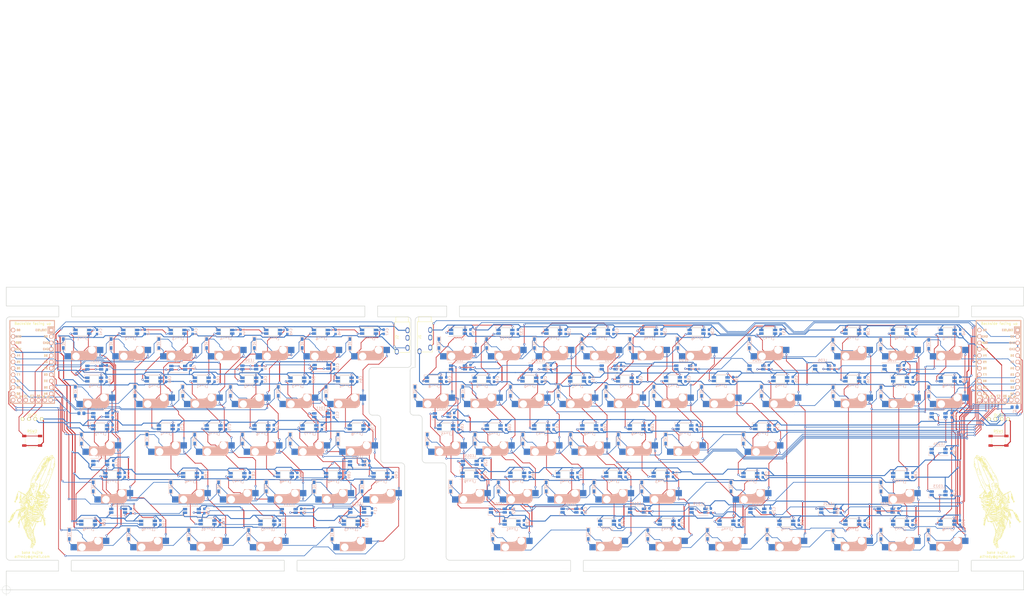
<source format=kicad_pcb>
(kicad_pcb (version 20171130) (host pcbnew "(5.1.9)-1")
  (title_block (title kujira) (date 2021-02-20) (rev 1))
  (layers (0 F.Cu signal) (31 B.Cu signal) (34 B.Paste user) (35 F.Paste user) (36 B.SilkS user) (37 F.SilkS user) (38 B.Mask user) (39 F.Mask user) (44 Edge.Cuts user))
  (net 0 "")
  (net 1 GND)
  (net 2 "Net-(D_1-Pad2)")
  (net 3 "Net-(D_2-Pad2)")
  (net 4 "Net-(D_3-Pad2)")
  (net 5 "Net-(D_4-Pad2)")
  (net 6 "Net-(D_5-Pad2)")
  (net 7 "Net-(D_6-Pad2)")
  (net 8 "Net-(D_7-Pad2)")
  (net 9 "Net-(D_8-Pad2)")
  (net 10 "Net-(D_9-Pad2)")
  (net 11 "Net-(D_10-Pad2)")
  (net 12 "Net-(D_11-Pad2)")
  (net 13 "Net-(D_12-Pad2)")
  (net 14 "Net-(D_13-Pad2)")
  (net 15 "Net-(D_14-Pad2)")
  (net 16 "Net-(D_17-Pad2)")
  (net 17 "Net-(D_18-Pad2)")
  (net 18 "Net-(D_19-Pad2)")
  (net 19 "Net-(D_20-Pad2)")
  (net 20 "Net-(D_21-Pad2)")
  (net 21 "Net-(D_22-Pad2)")
  (net 22 "Net-(D_23-Pad2)")
  (net 23 "Net-(D_24-Pad2)")
  (net 24 "Net-(D_25-Pad2)")
  (net 25 "Net-(D_26-Pad2)")
  (net 26 "Net-(D_27-Pad2)")
  (net 27 "Net-(D_28-Pad2)")
  (net 28 "Net-(D_29-Pad2)")
  (net 29 "Net-(D_30-Pad2)")
  (net 30 "Net-(D_34-Pad2)")
  (net 31 "Net-(D_35-Pad2)")
  (net 32 "Net-(D_36-Pad2)")
  (net 33 "Net-(D_37-Pad2)")
  (net 34 "Net-(D_38-Pad2)")
  (net 35 "Net-(D_39-Pad2)")
  (net 36 "Net-(D_40-Pad2)")
  (net 37 "Net-(D_41-Pad2)")
  (net 38 "Net-(D_42-Pad2)")
  (net 39 "Net-(D_43-Pad2)")
  (net 40 "Net-(D_44-Pad2)")
  (net 41 "Net-(D_45-Pad2)")
  (net 42 "Net-(D_46-Pad2)")
  (net 43 "Net-(D_47-Pad2)")
  (net 44 "Net-(D_48-Pad2)")
  (net 45 "Net-(D_49-Pad2)")
  (net 46 "Net-(D_50-Pad2)")
  (net 47 "Net-(D_51-Pad2)")
  (net 48 "Net-(D_52-Pad2)")
  (net 49 "Net-(D_53-Pad2)")
  (net 50 "Net-(D_54-Pad2)")
  (net 51 "Net-(D_55-Pad2)")
  (net 52 "Net-(D_56-Pad2)")
  (net 53 "Net-(D_57-Pad2)")
  (net 54 "Net-(D_58-Pad2)")
  (net 55 "Net-(D_60-Pad2)")
  (net 56 "Net-(D_61-Pad2)")
  (net 57 "Net-(D_62-Pad2)")
  (net 58 "Net-(D_63-Pad2)")
  (net 59 row0_L)
  (net 60 row0_R)
  (net 61 col0_R)
  (net 62 row1_L)
  (net 63 row1_R)
  (net 64 row2_L)
  (net 65 row2_R)
  (net 66 row3_L)
  (net 67 row3_R)
  (net 68 row4_L)
  (net 69 data_L)
  (net 70 "Net-(LED2-Pad2)")
  (net 71 "Net-(LED29-Pad2)")
  (net 72 "Net-(LED25-Pad4)")
  (net 73 "Net-(LED10-Pad2)")
  (net 74 "Net-(LED10-Pad4)")
  (net 75 "Net-(LED13-Pad4)")
  (net 76 "Net-(LED14-Pad4)")
  (net 77 "Net-(LED15-Pad4)")
  (net 78 "Net-(LED26-Pad4)")
  (net 79 "Net-(LED27-Pad2)")
  (net 80 "Net-(LED33-Pad2)")
  (net 81 reset_L)
  (net 82 reset_R)
  (net 83 col0_L)
  (net 84 col1_L)
  (net 85 col2_L)
  (net 86 col3_L)
  (net 87 col4_L)
  (net 88 col5_L)
  (net 89 col6_L)
  (net 90 col1_R)
  (net 91 col2_R)
  (net 92 col3_R)
  (net 93 col4_R)
  (net 94 col5_R)
  (net 95 col7_R)
  (net 96 col6_R)
  (net 97 data_R)
  (net 98 "Net-(D_15-Pad2)")
  (net 99 "Net-(D_16-Pad2)")
  (net 100 "Net-(D_31-Pad2)")
  (net 101 "Net-(D_32-Pad2)")
  (net 102 "Net-(D_33-Pad2)")
  (net 103 "Net-(D_59-Pad2)")
  (net 104 "Net-(LED1-Pad2)")
  (net 105 "Net-(LED3-Pad2)")
  (net 106 "Net-(LED16-Pad4)")
  (net 107 "Net-(LED17-Pad4)")
  (net 108 "Net-(LED18-Pad4)")
  (net 109 "Net-(LED31-Pad2)")
  (net 110 "Net-(LED35-Pad2)")
  (net 111 "Net-(LED37-Pad2)")
  (net 112 "Net-(LED40-Pad4)")
  (net 113 "Net-(LED43-Pad2)")
  (net 114 "Net-(LED45-Pad2)")
  (net 115 "Net-(LED46-Pad4)")
  (net 116 SCL_R)
  (net 117 SDA_R)
  (net 118 SCL_L)
  (net 119 SDA_L)
  (net 120 "Net-(LED4-Pad2)")
  (net 121 "Net-(LED1-Pad4)")
  (net 122 row4_R)
  (net 123 "Net-(U1-Pad26)")
  (net 124 "Net-(U2-Pad26)")
  (net 125 "Net-(U2-Pad27)")
  (net 126 "Net-(U2-Pad28)")
  (net 127 "Net-(U2-Pad13)")
  (net 128 "Net-(LED31-Pad4)")
  (net 129 "Net-(LED59-Pad2)")
  (net 130 "Net-(LED71-Pad2)")
  (net 131 "Net-(LED78-Pad2)")
  (net 132 LED_R)
  (net 133 LED_L)
  (net 134 "Net-(U1-Pad24)")
  (net 135 "Net-(U1-Pad1)")
  (net 136 "Net-(U2-Pad24)")
  (net 137 "Net-(U2-Pad1)")
  (net 138 VCC)
  (net 139 "Net-(LED38-Pad2)")
  (net 140 "Net-(LED82-Pad4)")
  (net 141 "Net-(U2-Pad29)")
  (net 142 "Net-(LED12-Pad4)")
  (net 143 "Net-(LED47-Pad2)")
  (net 144 "Net-(LED49-Pad4)")
  (net 145 "Net-(LED51-Pad4)")
  (net 146 "Net-(LED60-Pad2)")
  (net 147 "Net-(LED65-Pad2)")
  (net 148 "Net-(LED83-Pad2)")
  (net 149 "Net-(LED85-Pad4)")
  (net 150 "Net-(D_64-Pad2)")
  (net 151 "Net-(D_65-Pad2)")
  (net 152 "Net-(D_66-Pad2)")
  (net 153 "Net-(D_67-Pad2)")
  (net 154 "Net-(D_68-Pad2)")
  (net 155 "Net-(D_69-Pad2)")
  (net 156 "Net-(D_70-Pad2)")
  (net 157 "Net-(D_71-Pad2)")
  (net 158 "Net-(D_72-Pad2)")
  (net 159 "Net-(D_73-Pad2)")
  (net 160 col8_R)
  (net 161 col9_R)
  (net 162 col10_R)
  (net 163 "Net-(LED11-Pad4)")
  (net 164 "Net-(LED20-Pad4)")
  (net 165 "Net-(LED33-Pad4)")
  (net 166 "Net-(LED35-Pad4)")
  (net 167 "Net-(LED37-Pad4)")
  (net 168 "Net-(LED48-Pad2)")
  (net 169 "Net-(LED50-Pad2)")
  (net 170 "Net-(LED52-Pad2)")
  (net 171 "Net-(LED42-Pad4)")
  (net 172 "Net-(LED44-Pad4)")
  (net 173 "Net-(LED88-Pad2)")
  (net 174 "Net-(LED91-Pad2)")
  (net 175 "Net-(LED92-Pad4)")
  (net 176 "Net-(LED100-Pad2)")
  (net 177 "Net-(LED100-Pad4)")
  (net 178 "Net-(LED101-Pad4)")
  (net 179 "Net-(LED101-Pad2)")
  (net 180 "Net-(LED41-Pad2)")
  (net 181 "Net-(LED102-Pad2)")
  (net 182 "Net-(LED103-Pad4)")
  (net 183 "Net-(LED103-Pad2)")
  (net 184 "Net-(J1-Pad3)")
  (net 185 "Net-(J2-Pad3)")
  (net 186 GNDA)
  (net 187 VDD)
  (net 188 "Net-(LED7-Pad4)")
  (net 189 "Net-(LED8-Pad4)")
  (net 190 "Net-(LED21-Pad4)")
  (net 191 "Net-(LED22-Pad4)")
  (net 192 "Net-(LED23-Pad4)")
  (net 193 "Net-(U2-Pad25)")
  (net 194 "Net-(U1-Pad25)")
  (net 195 "Net-(LED5-Pad2)")
  (net 196 "Net-(LED41-Pad4)")
  (net 197 "Net-(LED19-Pad4)")
  (net 198 "Net-(LED24-Pad4)")
  (net 199 "Net-(LED26-Pad2)")
  (net 200 "Net-(LED28-Pad2)")
  (net 201 "Net-(LED32-Pad4)")
  (net 202 "Net-(LED34-Pad4)")
  (net 203 "Net-(LED36-Pad4)")
  (net 204 "Net-(LED38-Pad4)")
  (net 205 "Net-(LED39-Pad4)")
  (net 206 "Net-(LED40-Pad2)")
  (net 207 "Net-(LED42-Pad2)")
  (net 208 "Net-(LED44-Pad2)")
  (net 209 "Net-(LED46-Pad2)")
  (net 210 "Net-(LED53-Pad4)")
  (net 211 "Net-(LED54-Pad2)")
  (net 212 "Net-(LED55-Pad4)")
  (net 213 "Net-(LED56-Pad2)")
  (net 214 "Net-(LED57-Pad4)")
  (net 215 "Net-(LED58-Pad2)")
  (net 216 "Net-(LED61-Pad4)")
  (net 217 "Net-(LED62-Pad2)")
  (net 218 "Net-(LED63-Pad4)")
  (net 219 "Net-(LED64-Pad2)")
  (net 220 "Net-(LED66-Pad4)")
  (net 221 "Net-(LED67-Pad2)")
  (net 222 "Net-(LED68-Pad4)")
  (net 223 "Net-(LED69-Pad2)")
  (net 224 "Net-(LED70-Pad4)")
  (net 225 "Net-(LED72-Pad2)")
  (net 226 "Net-(LED74-Pad2)")
  (net 227 "Net-(LED75-Pad4)")
  (net 228 "Net-(LED76-Pad2)")
  (net 229 "Net-(LED77-Pad4)")
  (net 230 "Net-(LED79-Pad2)")
  (net 231 "Net-(LED80-Pad4)")
  (net 232 "Net-(LED84-Pad2)")
  (net 233 "Net-(LED95-Pad4)")
  (net 234 "Net-(LED97-Pad4)")
  (net 235 "Net-(LED104-Pad2)")
  (module kbd:YS-SK6812MINI-E_underglow (layer F.Cu) (at 146.812 54.991)
    (fp_text reference LED10 (at 0.2 -2.8) (layer B.SilkS) (effects (justify mirror)))
    (fp_text value YS-SK6812MINI-E)
    (pad 1 smd rect (at 2.75 -0.7) (size 1.7 1) (layers B.Cu B.Paste B.Mask) (net 138 VCC))
    (pad 2 smd rect (at 2.75 0.7) (size 1.7 1) (layers B.Cu B.Paste B.Mask) (net 73 "Net-(LED10-Pad2)"))
    (pad 4 smd rect (at -2.75 -0.7) (size 1.7 1) (layers B.Cu B.Paste B.Mask) (net 74 "Net-(LED10-Pad4)"))
    (pad 3 smd rect (at -2.75 0.7) (size 1.7 1) (layers B.Cu B.Paste B.Mask) (net 1 GND))
  )
  (module kbd:YS-SK6812MINI-E_underglow (layer F.Cu) (at 117.983 55.245)
    (fp_text reference LED9 (at 0.2 -2.8) (layer B.SilkS) (effects (justify mirror)))
    (fp_text value YS-SK6812MINI-E)
    (pad 1 smd rect (at 2.75 -0.7) (size 1.7 1) (layers B.Cu B.Paste B.Mask) (net 138 VCC))
    (pad 2 smd rect (at 2.75 0.7) (size 1.7 1) (layers B.Cu B.Paste B.Mask) (net 189 "Net-(LED8-Pad4)"))
    (pad 4 smd rect (at -2.75 -0.7) (size 1.7 1) (layers B.Cu B.Paste B.Mask) (net 73 "Net-(LED10-Pad2)"))
    (pad 3 smd rect (at -2.75 0.7) (size 1.7 1) (layers B.Cu B.Paste B.Mask) (net 1 GND))
  )
  (module kbd:YS-SK6812MINI-E_underglow (layer F.Cu) (at 233.044 55.263)
    (fp_text reference LED104 (at 0.2 -2.8) (layer B.SilkS) (effects (justify mirror)))
    (fp_text value YS-SK6812MINI-E)
    (pad 1 smd rect (at 2.75 -0.7) (size 1.7 1) (layers B.Cu B.Paste B.Mask) (net 187 VDD))
    (pad 2 smd rect (at 2.75 0.7) (size 1.7 1) (layers B.Cu B.Paste B.Mask) (net 235 "Net-(LED104-Pad2)"))
    (pad 4 smd rect (at -2.75 -0.7) (size 1.7 1) (layers B.Cu B.Paste B.Mask) (net 104 "Net-(LED1-Pad2)"))
    (pad 3 smd rect (at -2.75 0.7) (size 1.7 1) (layers B.Cu B.Paste B.Mask) (net 186 GNDA))
  )
  (module kbd:YS-SK6812MINI-E_underglow (layer F.Cu) (at 65.703 112.457)
    (fp_text reference LED28 (at 0.2 -2.8) (layer B.SilkS) (effects (justify mirror)))
    (fp_text value YS-SK6812MINI-E)
    (pad 1 smd rect (at 2.75 -0.7) (size 1.7 1) (layers B.Cu B.Paste B.Mask) (net 138 VCC))
    (pad 2 smd rect (at 2.75 0.7) (size 1.7 1) (layers B.Cu B.Paste B.Mask) (net 200 "Net-(LED28-Pad2)"))
    (pad 4 smd rect (at -2.75 -0.7) (size 1.7 1) (layers B.Cu B.Paste B.Mask) (net 79 "Net-(LED27-Pad2)"))
    (pad 3 smd rect (at -2.75 0.7) (size 1.7 1) (layers B.Cu B.Paste B.Mask) (net 1 GND))
  )
  (module kbd:YS-SK6812MINI-E_underglow (layer F.Cu) (at 56.178 55.31)
    (fp_text reference LED7 (at 0.2 -2.8) (layer B.SilkS) (effects (justify mirror)))
    (fp_text value YS-SK6812MINI-E)
    (pad 1 smd rect (at 2.75 -0.7) (size 1.7 1) (layers B.Cu B.Paste B.Mask) (net 138 VCC))
    (pad 2 smd rect (at 2.75 0.7) (size 1.7 1) (layers B.Cu B.Paste B.Mask) (net 196 "Net-(LED41-Pad4)"))
    (pad 4 smd rect (at -2.75 -0.7) (size 1.7 1) (layers B.Cu B.Paste B.Mask) (net 188 "Net-(LED7-Pad4)"))
    (pad 3 smd rect (at -2.75 0.7) (size 1.7 1) (layers B.Cu B.Paste B.Mask) (net 1 GND))
  )
  (module kbd:YS-SK6812MINI-E_underglow (layer F.Cu) (at 392.8735 74.313)
    (fp_text reference LED25 (at 0.2 -2.8) (layer B.SilkS) (effects (justify mirror)))
    (fp_text value YS-SK6812MINI-E)
    (pad 1 smd rect (at 2.75 -0.7) (size 1.7 1) (layers B.Cu B.Paste B.Mask) (net 187 VDD))
    (pad 2 smd rect (at 2.75 0.7) (size 1.7 1) (layers B.Cu B.Paste B.Mask) (net 198 "Net-(LED24-Pad4)"))
    (pad 4 smd rect (at -2.75 -0.7) (size 1.7 1) (layers B.Cu B.Paste B.Mask) (net 72 "Net-(LED25-Pad4)"))
    (pad 3 smd rect (at -2.75 0.7) (size 1.7 1) (layers B.Cu B.Paste B.Mask) (net 186 GNDA))
  )
  (module kbd:YS-SK6812MINI-E_underglow (layer F.Cu) (at 371.7915 112.413)
    (fp_text reference LED22 (at 0.2 -2.8) (layer B.SilkS) (effects (justify mirror)))
    (fp_text value YS-SK6812MINI-E)
    (pad 1 smd rect (at 2.75 -0.7) (size 1.7 1) (layers B.Cu B.Paste B.Mask) (net 187 VDD))
    (pad 2 smd rect (at 2.75 0.7) (size 1.7 1) (layers B.Cu B.Paste B.Mask) (net 190 "Net-(LED21-Pad4)"))
    (pad 4 smd rect (at -2.75 -0.7) (size 1.7 1) (layers B.Cu B.Paste B.Mask) (net 191 "Net-(LED22-Pad4)"))
    (pad 3 smd rect (at -2.75 0.7) (size 1.7 1) (layers B.Cu B.Paste B.Mask) (net 186 GNDA))
  )
  (module kbd:YS-SK6812MINI-E_underglow (layer F.Cu) (at 348.8495 112.457)
    (fp_text reference LED21 (at 0.2 -2.8) (layer B.SilkS) (effects (justify mirror)))
    (fp_text value YS-SK6812MINI-E)
    (pad 1 smd rect (at 2.75 -0.7) (size 1.7 1) (layers B.Cu B.Paste B.Mask) (net 187 VDD))
    (pad 2 smd rect (at 2.75 0.7) (size 1.7 1) (layers B.Cu B.Paste B.Mask) (net 164 "Net-(LED20-Pad4)"))
    (pad 4 smd rect (at -2.75 -0.7) (size 1.7 1) (layers B.Cu B.Paste B.Mask) (net 190 "Net-(LED21-Pad4)"))
    (pad 3 smd rect (at -2.75 0.7) (size 1.7 1) (layers B.Cu B.Paste B.Mask) (net 186 GNDA))
  )
  (module kbd:YS-SK6812MINI-E_underglow (layer F.Cu) (at 392.8735 105.472)
    (fp_text reference LED23 (at 0.2 -2.8) (layer B.SilkS) (effects (justify mirror)))
    (fp_text value YS-SK6812MINI-E)
    (pad 1 smd rect (at 2.75 -0.7) (size 1.7 1) (layers B.Cu B.Paste B.Mask) (net 187 VDD))
    (pad 2 smd rect (at 2.75 0.7) (size 1.7 1) (layers B.Cu B.Paste B.Mask) (net 191 "Net-(LED22-Pad4)"))
    (pad 4 smd rect (at -2.75 -0.7) (size 1.7 1) (layers B.Cu B.Paste B.Mask) (net 192 "Net-(LED23-Pad4)"))
    (pad 3 smd rect (at -2.75 0.7) (size 1.7 1) (layers B.Cu B.Paste B.Mask) (net 186 GNDA))
  )
  (module kbd:YS-SK6812MINI-E_underglow (layer F.Cu) (at 392.8735 88.584)
    (fp_text reference LED24 (at 0.2 -2.8) (layer B.SilkS) (effects (justify mirror)))
    (fp_text value YS-SK6812MINI-E)
    (pad 1 smd rect (at 2.75 -0.7) (size 1.7 1) (layers B.Cu B.Paste B.Mask) (net 187 VDD))
    (pad 2 smd rect (at 2.75 0.7) (size 1.7 1) (layers B.Cu B.Paste B.Mask) (net 192 "Net-(LED23-Pad4)"))
    (pad 4 smd rect (at -2.75 -0.7) (size 1.7 1) (layers B.Cu B.Paste B.Mask) (net 198 "Net-(LED24-Pad4)"))
    (pad 3 smd rect (at -2.75 0.7) (size 1.7 1) (layers B.Cu B.Paste B.Mask) (net 186 GNDA))
  )
  (module kbd:YS-SK6812MINI-E_underglow (layer F.Cu) (at 320.6105 112.395)
    (fp_text reference LED20 (at 0.2 -2.8) (layer B.SilkS) (effects (justify mirror)))
    (fp_text value YS-SK6812MINI-E)
    (pad 1 smd rect (at 2.75 -0.7) (size 1.7 1) (layers B.Cu B.Paste B.Mask) (net 187 VDD))
    (pad 2 smd rect (at 2.75 0.7) (size 1.7 1) (layers B.Cu B.Paste B.Mask) (net 197 "Net-(LED19-Pad4)"))
    (pad 4 smd rect (at -2.75 -0.7) (size 1.7 1) (layers B.Cu B.Paste B.Mask) (net 164 "Net-(LED20-Pad4)"))
    (pad 3 smd rect (at -2.75 0.7) (size 1.7 1) (layers B.Cu B.Paste B.Mask) (net 186 GNDA))
  )
  (module kbd:YS-SK6812MINI-E_underglow (layer F.Cu) (at 133.731 112.522)
    (fp_text reference LED30 (at 0.2 -2.8) (layer B.SilkS) (effects (justify mirror)))
    (fp_text value YS-SK6812MINI-E)
    (pad 1 smd rect (at 2.75 -0.7) (size 1.7 1) (layers B.Cu B.Paste B.Mask) (net 138 VCC))
    (pad 2 smd rect (at 2.75 0.7) (size 1.7 1) (layers B.Cu B.Paste B.Mask) (net 75 "Net-(LED13-Pad4)"))
    (pad 4 smd rect (at -2.75 -0.7) (size 1.7 1) (layers B.Cu B.Paste B.Mask) (net 71 "Net-(LED29-Pad2)"))
    (pad 3 smd rect (at -2.75 0.7) (size 1.7 1) (layers B.Cu B.Paste B.Mask) (net 1 GND))
  )
  (module kbd:YS-SK6812MINI-E_underglow (layer F.Cu) (at 346.3925 55.245)
    (fp_text reference LED5 (at 0.2 -2.8) (layer B.SilkS) (effects (justify mirror)))
    (fp_text value YS-SK6812MINI-E)
    (pad 1 smd rect (at 2.75 -0.7) (size 1.7 1) (layers B.Cu B.Paste B.Mask) (net 187 VDD))
    (pad 2 smd rect (at 2.75 0.7) (size 1.7 1) (layers B.Cu B.Paste B.Mask) (net 195 "Net-(LED5-Pad2)"))
    (pad 4 smd rect (at -2.75 -0.7) (size 1.7 1) (layers B.Cu B.Paste B.Mask) (net 120 "Net-(LED4-Pad2)"))
    (pad 3 smd rect (at -2.75 0.7) (size 1.7 1) (layers B.Cu B.Paste B.Mask) (net 186 GNDA))
  )
  (module kbd:YS-SK6812MINI-E_underglow (layer F.Cu) (at 161.036 112.395)
    (fp_text reference LED13 (at 0.2 -2.8) (layer B.SilkS) (effects (justify mirror)))
    (fp_text value YS-SK6812MINI-E)
    (pad 1 smd rect (at 2.75 -0.7) (size 1.7 1) (layers B.Cu B.Paste B.Mask) (net 138 VCC))
    (pad 2 smd rect (at 2.75 0.7) (size 1.7 1) (layers B.Cu B.Paste B.Mask) (net 142 "Net-(LED12-Pad4)"))
    (pad 4 smd rect (at -2.75 -0.7) (size 1.7 1) (layers B.Cu B.Paste B.Mask) (net 75 "Net-(LED13-Pad4)"))
    (pad 3 smd rect (at -2.75 0.7) (size 1.7 1) (layers B.Cu B.Paste B.Mask) (net 1 GND))
  )
  (module kbd:YS-SK6812MINI-E_underglow (layer F.Cu) (at 205.9305 93.345)
    (fp_text reference LED15 (at 0.2 -2.8) (layer B.SilkS) (effects (justify mirror)))
    (fp_text value YS-SK6812MINI-E)
    (pad 1 smd rect (at 2.75 -0.7) (size 1.7 1) (layers B.Cu B.Paste B.Mask) (net 187 VDD))
    (pad 2 smd rect (at 2.75 0.7) (size 1.7 1) (layers B.Cu B.Paste B.Mask) (net 76 "Net-(LED14-Pad4)"))
    (pad 4 smd rect (at -2.75 -0.7) (size 1.7 1) (layers B.Cu B.Paste B.Mask) (net 77 "Net-(LED15-Pad4)"))
    (pad 3 smd rect (at -2.75 0.7) (size 1.7 1) (layers B.Cu B.Paste B.Mask) (net 186 GNDA))
  )
  (module kbd:YS-SK6812MINI-E_underglow (layer F.Cu) (at 291.0205 55.245)
    (fp_text reference LED3 (at 0.2 -2.8) (layer B.SilkS) (effects (justify mirror)))
    (fp_text value YS-SK6812MINI-E)
    (pad 1 smd rect (at 2.75 -0.7) (size 1.7 1) (layers B.Cu B.Paste B.Mask) (net 187 VDD))
    (pad 2 smd rect (at 2.75 0.7) (size 1.7 1) (layers B.Cu B.Paste B.Mask) (net 105 "Net-(LED3-Pad2)"))
    (pad 4 smd rect (at -2.75 -0.7) (size 1.7 1) (layers B.Cu B.Paste B.Mask) (net 70 "Net-(LED2-Pad2)"))
    (pad 3 smd rect (at -2.75 0.7) (size 1.7 1) (layers B.Cu B.Paste B.Mask) (net 186 GNDA))
  )
  (module kbd:YS-SK6812MINI-E_underglow (layer F.Cu) (at 261.3025 55.245)
    (fp_text reference LED2 (at 0.2 -2.8) (layer B.SilkS) (effects (justify mirror)))
    (fp_text value YS-SK6812MINI-E)
    (pad 1 smd rect (at 2.75 -0.7) (size 1.7 1) (layers B.Cu B.Paste B.Mask) (net 187 VDD))
    (pad 2 smd rect (at 2.75 0.7) (size 1.7 1) (layers B.Cu B.Paste B.Mask) (net 70 "Net-(LED2-Pad2)"))
    (pad 4 smd rect (at -2.75 -0.7) (size 1.7 1) (layers B.Cu B.Paste B.Mask) (net 235 "Net-(LED104-Pad2)"))
    (pad 3 smd rect (at -2.75 0.7) (size 1.7 1) (layers B.Cu B.Paste B.Mask) (net 186 GNDA))
  )
  (module kbd:YS-SK6812MINI-E_underglow (layer F.Cu) (at 201.2315 55.245)
    (fp_text reference LED1 (at 0.2 -2.8) (layer B.SilkS) (effects (justify mirror)))
    (fp_text value YS-SK6812MINI-E)
    (pad 1 smd rect (at 2.75 -0.7) (size 1.7 1) (layers B.Cu B.Paste B.Mask) (net 187 VDD))
    (pad 2 smd rect (at 2.75 0.7) (size 1.7 1) (layers B.Cu B.Paste B.Mask) (net 104 "Net-(LED1-Pad2)"))
    (pad 4 smd rect (at -2.75 -0.7) (size 1.7 1) (layers B.Cu B.Paste B.Mask) (net 121 "Net-(LED1-Pad4)"))
    (pad 3 smd rect (at -2.75 0.7) (size 1.7 1) (layers B.Cu B.Paste B.Mask) (net 186 GNDA))
  )
  (module kbd:YS-SK6812MINI-E_underglow (layer F.Cu) (at 95.123 112.522)
    (fp_text reference LED29 (at 0.2 -2.8) (layer B.SilkS) (effects (justify mirror)))
    (fp_text value YS-SK6812MINI-E)
    (pad 1 smd rect (at 2.75 -0.7) (size 1.7 1) (layers B.Cu B.Paste B.Mask) (net 138 VCC))
    (pad 2 smd rect (at 2.75 0.7) (size 1.7 1) (layers B.Cu B.Paste B.Mask) (net 71 "Net-(LED29-Pad2)"))
    (pad 4 smd rect (at -2.75 -0.7) (size 1.7 1) (layers B.Cu B.Paste B.Mask) (net 200 "Net-(LED28-Pad2)"))
    (pad 3 smd rect (at -2.75 0.7) (size 1.7 1) (layers B.Cu B.Paste B.Mask) (net 1 GND))
  )
  (module kbd:YS-SK6812MINI-E_underglow (layer F.Cu) (at 297.1165 112.395)
    (fp_text reference LED19 (at 0.2 -2.8) (layer B.SilkS) (effects (justify mirror)))
    (fp_text value YS-SK6812MINI-E)
    (pad 1 smd rect (at 2.75 -0.7) (size 1.7 1) (layers B.Cu B.Paste B.Mask) (net 187 VDD))
    (pad 2 smd rect (at 2.75 0.7) (size 1.7 1) (layers B.Cu B.Paste B.Mask) (net 108 "Net-(LED18-Pad4)"))
    (pad 4 smd rect (at -2.75 -0.7) (size 1.7 1) (layers B.Cu B.Paste B.Mask) (net 197 "Net-(LED19-Pad4)"))
    (pad 3 smd rect (at -2.75 0.7) (size 1.7 1) (layers B.Cu B.Paste B.Mask) (net 186 GNDA))
  )
  (module kbd:YS-SK6812MINI-E_underglow (layer F.Cu) (at 272.6055 112.395)
    (fp_text reference LED18 (at 0.2 -2.8) (layer B.SilkS) (effects (justify mirror)))
    (fp_text value YS-SK6812MINI-E)
    (pad 1 smd rect (at 2.75 -0.7) (size 1.7 1) (layers B.Cu B.Paste B.Mask) (net 187 VDD))
    (pad 2 smd rect (at 2.75 0.7) (size 1.7 1) (layers B.Cu B.Paste B.Mask) (net 107 "Net-(LED17-Pad4)"))
    (pad 4 smd rect (at -2.75 -0.7) (size 1.7 1) (layers B.Cu B.Paste B.Mask) (net 108 "Net-(LED18-Pad4)"))
    (pad 3 smd rect (at -2.75 0.7) (size 1.7 1) (layers B.Cu B.Paste B.Mask) (net 186 GNDA))
  )
  (module kbd:YS-SK6812MINI-E_underglow (layer F.Cu) (at 58.547 74.23)
    (fp_text reference LED26 (at 0.2 -2.8) (layer B.SilkS) (effects (justify mirror)))
    (fp_text value YS-SK6812MINI-E)
    (pad 1 smd rect (at 2.75 -0.7) (size 1.7 1) (layers B.Cu B.Paste B.Mask) (net 138 VCC))
    (pad 2 smd rect (at 2.75 0.7) (size 1.7 1) (layers B.Cu B.Paste B.Mask) (net 199 "Net-(LED26-Pad2)"))
    (pad 4 smd rect (at -2.75 -0.7) (size 1.7 1) (layers B.Cu B.Paste B.Mask) (net 78 "Net-(LED26-Pad4)"))
    (pad 3 smd rect (at -2.75 0.7) (size 1.7 1) (layers B.Cu B.Paste B.Mask) (net 1 GND))
  )
  (module kbd:YS-SK6812MINI-E_underglow (layer F.Cu) (at 194.7545 74.295)
    (fp_text reference LED14 (at 0.2 -2.8) (layer B.SilkS) (effects (justify mirror)))
    (fp_text value YS-SK6812MINI-E)
    (pad 1 smd rect (at 2.75 -0.7) (size 1.7 1) (layers B.Cu B.Paste B.Mask) (net 187 VDD))
    (pad 2 smd rect (at 2.75 0.7) (size 1.7 1) (layers B.Cu B.Paste B.Mask) (net 121 "Net-(LED1-Pad4)"))
    (pad 4 smd rect (at -2.75 -0.7) (size 1.7 1) (layers B.Cu B.Paste B.Mask) (net 76 "Net-(LED14-Pad4)"))
    (pad 3 smd rect (at -2.75 0.7) (size 1.7 1) (layers B.Cu B.Paste B.Mask) (net 186 GNDA))
  )
  (module kbd:YS-SK6812MINI-E_underglow (layer F.Cu) (at 160.909 93.472)
    (fp_text reference LED12 (at 0.2 -2.8) (layer B.SilkS) (effects (justify mirror)))
    (fp_text value YS-SK6812MINI-E)
    (pad 1 smd rect (at 2.75 -0.7) (size 1.7 1) (layers B.Cu B.Paste B.Mask) (net 138 VCC))
    (pad 2 smd rect (at 2.75 0.7) (size 1.7 1) (layers B.Cu B.Paste B.Mask) (net 163 "Net-(LED11-Pad4)"))
    (pad 4 smd rect (at -2.75 -0.7) (size 1.7 1) (layers B.Cu B.Paste B.Mask) (net 142 "Net-(LED12-Pad4)"))
    (pad 3 smd rect (at -2.75 0.7) (size 1.7 1) (layers B.Cu B.Paste B.Mask) (net 1 GND))
  )
  (module kbd:YS-SK6812MINI-E_underglow (layer F.Cu) (at 58.547 93.345)
    (fp_text reference LED27 (at 0.2 -2.8) (layer B.SilkS) (effects (justify mirror)))
    (fp_text value YS-SK6812MINI-E)
    (pad 1 smd rect (at 2.75 -0.7) (size 1.7 1) (layers B.Cu B.Paste B.Mask) (net 138 VCC))
    (pad 2 smd rect (at 2.75 0.7) (size 1.7 1) (layers B.Cu B.Paste B.Mask) (net 79 "Net-(LED27-Pad2)"))
    (pad 4 smd rect (at -2.75 -0.7) (size 1.7 1) (layers B.Cu B.Paste B.Mask) (net 199 "Net-(LED26-Pad2)"))
    (pad 3 smd rect (at -2.75 0.7) (size 1.7 1) (layers B.Cu B.Paste B.Mask) (net 1 GND))
  )
  (module kbd:YS-SK6812MINI-E_underglow (layer F.Cu) (at 245.6815 112.395)
    (fp_text reference LED17 (at 0.2 -2.8) (layer B.SilkS) (effects (justify mirror)))
    (fp_text value YS-SK6812MINI-E)
    (pad 1 smd rect (at 2.75 -0.7) (size 1.7 1) (layers B.Cu B.Paste B.Mask) (net 187 VDD))
    (pad 2 smd rect (at 2.75 0.7) (size 1.7 1) (layers B.Cu B.Paste B.Mask) (net 106 "Net-(LED16-Pad4)"))
    (pad 4 smd rect (at -2.75 -0.7) (size 1.7 1) (layers B.Cu B.Paste B.Mask) (net 107 "Net-(LED17-Pad4)"))
    (pad 3 smd rect (at -2.75 0.7) (size 1.7 1) (layers B.Cu B.Paste B.Mask) (net 186 GNDA))
  )
  (module kbd:YS-SK6812MINI-E_underglow (layer F.Cu) (at 217.1065 112.395)
    (fp_text reference LED16 (at 0.2 -2.8) (layer B.SilkS) (effects (justify mirror)))
    (fp_text value YS-SK6812MINI-E)
    (pad 1 smd rect (at 2.75 -0.7) (size 1.7 1) (layers B.Cu B.Paste B.Mask) (net 187 VDD))
    (pad 2 smd rect (at 2.75 0.7) (size 1.7 1) (layers B.Cu B.Paste B.Mask) (net 77 "Net-(LED15-Pad4)"))
    (pad 4 smd rect (at -2.75 -0.7) (size 1.7 1) (layers B.Cu B.Paste B.Mask) (net 106 "Net-(LED16-Pad4)"))
    (pad 3 smd rect (at -2.75 0.7) (size 1.7 1) (layers B.Cu B.Paste B.Mask) (net 186 GNDA))
  )
  (module kbd:YS-SK6812MINI-E_underglow (layer F.Cu) (at 374.0785 55.245)
    (fp_text reference LED6 (at 0.2 -2.8) (layer B.SilkS) (effects (justify mirror)))
    (fp_text value YS-SK6812MINI-E)
    (pad 1 smd rect (at 2.75 -0.7) (size 1.7 1) (layers B.Cu B.Paste B.Mask) (net 187 VDD))
    (pad 2 smd rect (at 2.75 0.7) (size 1.7 1) (layers B.Cu B.Paste B.Mask) (net 112 "Net-(LED40-Pad4)"))
    (pad 4 smd rect (at -2.75 -0.7) (size 1.7 1) (layers B.Cu B.Paste B.Mask) (net 195 "Net-(LED5-Pad2)"))
    (pad 3 smd rect (at -2.75 0.7) (size 1.7 1) (layers B.Cu B.Paste B.Mask) (net 186 GNDA))
  )
  (module kbd:YS-SK6812MINI-E_underglow (layer F.Cu) (at 146.685 74.295)
    (fp_text reference LED11 (at 0.2 -2.8) (layer B.SilkS) (effects (justify mirror)))
    (fp_text value YS-SK6812MINI-E)
    (pad 1 smd rect (at 2.75 -0.7) (size 1.7 1) (layers B.Cu B.Paste B.Mask) (net 138 VCC))
    (pad 2 smd rect (at 2.75 0.7) (size 1.7 1) (layers B.Cu B.Paste B.Mask) (net 74 "Net-(LED10-Pad4)"))
    (pad 4 smd rect (at -2.75 -0.7) (size 1.7 1) (layers B.Cu B.Paste B.Mask) (net 163 "Net-(LED11-Pad4)"))
    (pad 3 smd rect (at -2.75 0.7) (size 1.7 1) (layers B.Cu B.Paste B.Mask) (net 1 GND))
  )
  (module kbd:YS-SK6812MINI-E_underglow (layer F.Cu) (at 89.662 55.372)
    (fp_text reference LED8 (at 0.2 -2.8) (layer B.SilkS) (effects (justify mirror)))
    (fp_text value YS-SK6812MINI-E)
    (pad 1 smd rect (at 2.75 -0.7) (size 1.7 1) (layers B.Cu B.Paste B.Mask) (net 138 VCC))
    (pad 2 smd rect (at 2.75 0.7) (size 1.7 1) (layers B.Cu B.Paste B.Mask) (net 188 "Net-(LED7-Pad4)"))
    (pad 4 smd rect (at -2.75 -0.7) (size 1.7 1) (layers B.Cu B.Paste B.Mask) (net 189 "Net-(LED8-Pad4)"))
    (pad 3 smd rect (at -2.75 0.7) (size 1.7 1) (layers B.Cu B.Paste B.Mask) (net 1 GND))
  )
  (module kbd:YS-SK6812MINI-E_underglow (layer F.Cu) (at 320.2305 55.245)
    (fp_text reference LED4 (at 0.2 -2.8) (layer B.SilkS) (effects (justify mirror)))
    (fp_text value YS-SK6812MINI-E)
    (pad 1 smd rect (at 2.75 -0.7) (size 1.7 1) (layers B.Cu B.Paste B.Mask) (net 187 VDD))
    (pad 2 smd rect (at 2.75 0.7) (size 1.7 1) (layers B.Cu B.Paste B.Mask) (net 120 "Net-(LED4-Pad2)"))
    (pad 4 smd rect (at -2.75 -0.7) (size 1.7 1) (layers B.Cu B.Paste B.Mask) (net 105 "Net-(LED3-Pad2)"))
    (pad 3 smd rect (at -2.75 0.7) (size 1.7 1) (layers B.Cu B.Paste B.Mask) (net 186 GNDA))
  )
  (module kbd:CherryMX_Hotswap (layer F.Cu) (at 146.685 45.72 180)
    (fp_text reference SW_16 hide)
    (fp_text value KEYSW hide)
    (pad "" np_thru_hole circle (at 2.54 -5.08 180) (size 3 3) (drill 3) (layers *.Cu *.Mask))
    (pad "" np_thru_hole circle (at -3.81 -2.54 180) (size 3 3) (drill 3) (layers *.Cu *.Mask))
    (pad 2 smd rect (at 5.842 -5.08) (size 2.55 2.5) (layers B.Cu B.Paste B.Mask) (net 99 "Net-(D_16-Pad2)"))
    (pad "" np_thru_hole circle (at -5.08 0 180) (size 1.9 1.9) (drill 1.9) (layers *.Cu *.Mask))
    (pad "" np_thru_hole circle (at 5.08 0 180) (size 1.9 1.9) (drill 1.9) (layers *.Cu *.Mask))
    (pad "" np_thru_hole circle (at 0 0 270) (size 4.1 4.1) (drill 4.1) (layers *.Cu *.Mask))
    (pad 1 smd rect (at -7.085 -2.54) (size 2.55 2.5) (layers B.Cu B.Paste B.Mask) (net 88 col5_L))
  )
  (module bake-kujira:bake_kujira_flipped (layer F.Cu) (at 416.1155 108 270)
    (fp_text reference G*** hide)
    (fp_text value LOGO hide)
  )
  (module bake-kujira:bake_kujira (layer F.Cu) (at 31.405 108 90)
    (fp_text reference G*** hide)
    (fp_text value LOGO hide)
  )
  (module kbd:Breakaway_Tabs (layer F.Cu) (at 44.45 132.207)
    (fp_text reference REF8)
    (fp_text value Breakaway_Tabs)
    (pad "" np_thru_hole circle (at -1.1875 0) (size 0.3 0.3) (drill 0.3) (layers *.Cu *.Mask))
    (pad "" np_thru_hole circle (at -2.375 0) (size 0.3 0.3) (drill 0.3) (layers *.Cu *.Mask))
    (pad "" np_thru_hole circle (at -0.59375 0) (size 0.3 0.3) (drill 0.3) (layers *.Cu *.Mask))
    (pad "" np_thru_hole circle (at -1.78125 0) (size 0.3 0.3) (drill 0.3) (layers *.Cu *.Mask))
    (pad "" np_thru_hole circle (at 2.375 0) (size 0.3 0.3) (drill 0.3) (layers *.Cu *.Mask))
    (pad "" np_thru_hole circle (at 1.78125 0) (size 0.3 0.3) (drill 0.3) (layers *.Cu *.Mask))
    (pad "" np_thru_hole circle (at 1.1875 0) (size 0.3 0.3) (drill 0.3) (layers *.Cu *.Mask))
    (pad "" np_thru_hole circle (at 0.59375 0) (size 0.3 0.3) (drill 0.3) (layers *.Cu *.Mask))
    (pad "" np_thru_hole circle (at 0 0) (size 0.3 0.3) (drill 0.3) (layers *.Cu *.Mask))
  )
  (module kbd:Breakaway_Tabs (layer F.Cu) (at 134.493 132.207)
    (fp_text reference REF7)
    (fp_text value Breakaway_Tabs)
    (pad "" np_thru_hole circle (at -1.1875 0) (size 0.3 0.3) (drill 0.3) (layers *.Cu *.Mask))
    (pad "" np_thru_hole circle (at -2.375 0) (size 0.3 0.3) (drill 0.3) (layers *.Cu *.Mask))
    (pad "" np_thru_hole circle (at -0.59375 0) (size 0.3 0.3) (drill 0.3) (layers *.Cu *.Mask))
    (pad "" np_thru_hole circle (at -1.78125 0) (size 0.3 0.3) (drill 0.3) (layers *.Cu *.Mask))
    (pad "" np_thru_hole circle (at 2.375 0) (size 0.3 0.3) (drill 0.3) (layers *.Cu *.Mask))
    (pad "" np_thru_hole circle (at 1.78125 0) (size 0.3 0.3) (drill 0.3) (layers *.Cu *.Mask))
    (pad "" np_thru_hole circle (at 1.1875 0) (size 0.3 0.3) (drill 0.3) (layers *.Cu *.Mask))
    (pad "" np_thru_hole circle (at 0.59375 0) (size 0.3 0.3) (drill 0.3) (layers *.Cu *.Mask))
    (pad "" np_thru_hole circle (at 0 0) (size 0.3 0.3) (drill 0.3) (layers *.Cu *.Mask))
  )
  (module kbd:Breakaway_Tabs (layer F.Cu) (at 248.666 132.207)
    (fp_text reference REF6)
    (fp_text value Breakaway_Tabs)
    (pad "" np_thru_hole circle (at -1.1875 0) (size 0.3 0.3) (drill 0.3) (layers *.Cu *.Mask))
    (pad "" np_thru_hole circle (at -2.375 0) (size 0.3 0.3) (drill 0.3) (layers *.Cu *.Mask))
    (pad "" np_thru_hole circle (at -0.59375 0) (size 0.3 0.3) (drill 0.3) (layers *.Cu *.Mask))
    (pad "" np_thru_hole circle (at -1.78125 0) (size 0.3 0.3) (drill 0.3) (layers *.Cu *.Mask))
    (pad "" np_thru_hole circle (at 2.375 0) (size 0.3 0.3) (drill 0.3) (layers *.Cu *.Mask))
    (pad "" np_thru_hole circle (at 1.78125 0) (size 0.3 0.3) (drill 0.3) (layers *.Cu *.Mask))
    (pad "" np_thru_hole circle (at 1.1875 0) (size 0.3 0.3) (drill 0.3) (layers *.Cu *.Mask))
    (pad "" np_thru_hole circle (at 0.59375 0) (size 0.3 0.3) (drill 0.3) (layers *.Cu *.Mask))
    (pad "" np_thru_hole circle (at 0 0) (size 0.3 0.3) (drill 0.3) (layers *.Cu *.Mask))
  )
  (module kbd:Breakaway_Tabs (layer F.Cu) (at 403.352 132.207)
    (fp_text reference REF5)
    (fp_text value Breakaway_Tabs)
    (pad "" np_thru_hole circle (at -1.1875 0) (size 0.3 0.3) (drill 0.3) (layers *.Cu *.Mask))
    (pad "" np_thru_hole circle (at -2.375 0) (size 0.3 0.3) (drill 0.3) (layers *.Cu *.Mask))
    (pad "" np_thru_hole circle (at -0.59375 0) (size 0.3 0.3) (drill 0.3) (layers *.Cu *.Mask))
    (pad "" np_thru_hole circle (at -1.78125 0) (size 0.3 0.3) (drill 0.3) (layers *.Cu *.Mask))
    (pad "" np_thru_hole circle (at 2.375 0) (size 0.3 0.3) (drill 0.3) (layers *.Cu *.Mask))
    (pad "" np_thru_hole circle (at 1.78125 0) (size 0.3 0.3) (drill 0.3) (layers *.Cu *.Mask))
    (pad "" np_thru_hole circle (at 1.1875 0) (size 0.3 0.3) (drill 0.3) (layers *.Cu *.Mask))
    (pad "" np_thru_hole circle (at 0.59375 0) (size 0.3 0.3) (drill 0.3) (layers *.Cu *.Mask))
    (pad "" np_thru_hole circle (at 0 0) (size 0.3 0.3) (drill 0.3) (layers *.Cu *.Mask))
  )
  (module kbd:Breakaway_Tabs (layer F.Cu) (at 403.479 35.052)
    (fp_text reference REF4)
    (fp_text value Breakaway_Tabs)
    (pad "" np_thru_hole circle (at -1.1875 0) (size 0.3 0.3) (drill 0.3) (layers *.Cu *.Mask))
    (pad "" np_thru_hole circle (at -2.375 0) (size 0.3 0.3) (drill 0.3) (layers *.Cu *.Mask))
    (pad "" np_thru_hole circle (at -0.59375 0) (size 0.3 0.3) (drill 0.3) (layers *.Cu *.Mask))
    (pad "" np_thru_hole circle (at -1.78125 0) (size 0.3 0.3) (drill 0.3) (layers *.Cu *.Mask))
    (pad "" np_thru_hole circle (at 2.375 0) (size 0.3 0.3) (drill 0.3) (layers *.Cu *.Mask))
    (pad "" np_thru_hole circle (at 1.78125 0) (size 0.3 0.3) (drill 0.3) (layers *.Cu *.Mask))
    (pad "" np_thru_hole circle (at 1.1875 0) (size 0.3 0.3) (drill 0.3) (layers *.Cu *.Mask))
    (pad "" np_thru_hole circle (at 0.59375 0) (size 0.3 0.3) (drill 0.3) (layers *.Cu *.Mask))
    (pad "" np_thru_hole circle (at 0 0) (size 0.3 0.3) (drill 0.3) (layers *.Cu *.Mask))
  )
  (module kbd:Breakaway_Tabs (layer F.Cu) (at 199.263 35.052)
    (fp_text reference REF3)
    (fp_text value Breakaway_Tabs)
    (pad "" np_thru_hole circle (at -1.1875 0) (size 0.3 0.3) (drill 0.3) (layers *.Cu *.Mask))
    (pad "" np_thru_hole circle (at -2.375 0) (size 0.3 0.3) (drill 0.3) (layers *.Cu *.Mask))
    (pad "" np_thru_hole circle (at -0.59375 0) (size 0.3 0.3) (drill 0.3) (layers *.Cu *.Mask))
    (pad "" np_thru_hole circle (at -1.78125 0) (size 0.3 0.3) (drill 0.3) (layers *.Cu *.Mask))
    (pad "" np_thru_hole circle (at 2.375 0) (size 0.3 0.3) (drill 0.3) (layers *.Cu *.Mask))
    (pad "" np_thru_hole circle (at 1.78125 0) (size 0.3 0.3) (drill 0.3) (layers *.Cu *.Mask))
    (pad "" np_thru_hole circle (at 1.1875 0) (size 0.3 0.3) (drill 0.3) (layers *.Cu *.Mask))
    (pad "" np_thru_hole circle (at 0.59375 0) (size 0.3 0.3) (drill 0.3) (layers *.Cu *.Mask))
    (pad "" np_thru_hole circle (at 0 0) (size 0.3 0.3) (drill 0.3) (layers *.Cu *.Mask))
  )
  (module kbd:Breakaway_Tabs (layer F.Cu) (at 166.624 35.052)
    (fp_text reference REF2)
    (fp_text value Breakaway_Tabs)
    (pad "" np_thru_hole circle (at -1.1875 0) (size 0.3 0.3) (drill 0.3) (layers *.Cu *.Mask))
    (pad "" np_thru_hole circle (at -2.375 0) (size 0.3 0.3) (drill 0.3) (layers *.Cu *.Mask))
    (pad "" np_thru_hole circle (at -0.59375 0) (size 0.3 0.3) (drill 0.3) (layers *.Cu *.Mask))
    (pad "" np_thru_hole circle (at -1.78125 0) (size 0.3 0.3) (drill 0.3) (layers *.Cu *.Mask))
    (pad "" np_thru_hole circle (at 2.375 0) (size 0.3 0.3) (drill 0.3) (layers *.Cu *.Mask))
    (pad "" np_thru_hole circle (at 1.78125 0) (size 0.3 0.3) (drill 0.3) (layers *.Cu *.Mask))
    (pad "" np_thru_hole circle (at 1.1875 0) (size 0.3 0.3) (drill 0.3) (layers *.Cu *.Mask))
    (pad "" np_thru_hole circle (at 0.59375 0) (size 0.3 0.3) (drill 0.3) (layers *.Cu *.Mask))
    (pad "" np_thru_hole circle (at 0 0) (size 0.3 0.3) (drill 0.3) (layers *.Cu *.Mask))
  )
  (module kbd:Breakaway_Tabs (layer F.Cu) (at 44.577 35.052)
    (fp_text reference REF1)
    (fp_text value Breakaway_Tabs)
    (pad "" np_thru_hole circle (at -1.1875 0) (size 0.3 0.3) (drill 0.3) (layers *.Cu *.Mask))
    (pad "" np_thru_hole circle (at -2.375 0) (size 0.3 0.3) (drill 0.3) (layers *.Cu *.Mask))
    (pad "" np_thru_hole circle (at -0.59375 0) (size 0.3 0.3) (drill 0.3) (layers *.Cu *.Mask))
    (pad "" np_thru_hole circle (at -1.78125 0) (size 0.3 0.3) (drill 0.3) (layers *.Cu *.Mask))
    (pad "" np_thru_hole circle (at 2.375 0) (size 0.3 0.3) (drill 0.3) (layers *.Cu *.Mask))
    (pad "" np_thru_hole circle (at 1.78125 0) (size 0.3 0.3) (drill 0.3) (layers *.Cu *.Mask))
    (pad "" np_thru_hole circle (at 1.1875 0) (size 0.3 0.3) (drill 0.3) (layers *.Cu *.Mask))
    (pad "" np_thru_hole circle (at 0.59375 0) (size 0.3 0.3) (drill 0.3) (layers *.Cu *.Mask))
    (pad "" np_thru_hole circle (at 0 0) (size 0.3 0.3) (drill 0.3) (layers *.Cu *.Mask))
  )
  (module keebio:Elite-C (layer B.Cu) (at 416.7775 54.323 270)
    (fp_text reference U1 hide)
    (fp_text value Elite-C hide)
    (fp_text user D5 (at 12.4 -2.54) (layer F.SilkS) (effects (font (size 0.8 0.8))))
    (fp_text user D5 (at 12.4 -2.54) (layer B.SilkS) (effects (font (size 0.8 0.8)) (justify mirror)))
    (fp_text user F1 (at 12.4 2.54) (layer B.SilkS) (effects (font (size 0.8 0.8)) (justify mirror)))
    (fp_text user F1 (at 12.4 2.54) (layer F.SilkS) (effects (font (size 0.8 0.8))))
    (fp_text user C7 (at 12.4 0) (layer F.SilkS) (effects (font (size 0.8 0.8))))
    (fp_text user C7 (at 12.4 0) (layer B.SilkS) (effects (font (size 0.8 0.8)) (justify mirror)))
    (fp_text user B6 (at 12.7 6.4 135 unlocked) (layer F.SilkS) (effects (font (size 0.7 0.7))))
    (fp_text user B6 (at 12.7 6.4 135 unlocked) (layer B.SilkS) (effects (font (size 0.7 0.7)) (justify mirror)))
    (fp_text user F0 (at 12.6 4.5) (layer B.SilkS) (effects (font (size 0.7 0.7)) (justify mirror)))
    (fp_text user F0 (at 12.6 4.5) (layer F.SilkS) (effects (font (size 0.7 0.7))))
    (fp_text user B7 (at 12.6 -4.5) (layer F.SilkS) (effects (font (size 0.7 0.7))))
    (fp_text user B7 (at 12.6 -4.5) (layer B.SilkS) (effects (font (size 0.7 0.7)) (justify mirror)))
    (fp_text user ST (at -8.91 5.04) (layer F.SilkS) (effects (font (size 0.8 0.8))))
    (fp_text user TX0/D3 (at -13.97 -3.571872) (layer B.SilkS) (effects (font (size 0.8 0.8)) (justify mirror)))
    (fp_text user TX0/D3 (at -13.97 -3.571872) (layer F.SilkS) (effects (font (size 0.8 0.8))))
    (fp_text user D2 (at -11.43 -5.461) (layer B.SilkS) (effects (font (size 0.8 0.8)) (justify mirror)))
    (fp_text user D0 (at -1.27 -5.461) (layer B.SilkS) (effects (font (size 0.8 0.8)) (justify mirror)))
    (fp_text user D1 (at -3.81 -5.461) (layer B.SilkS) (effects (font (size 0.8 0.8)) (justify mirror)))
    (fp_text user GND (at -6.35 -5.461) (layer B.SilkS) (effects (font (size 0.8 0.8)) (justify mirror)))
    (fp_text user GND (at -8.89 -5.461) (layer B.SilkS) (effects (font (size 0.8 0.8)) (justify mirror)))
    (fp_text user D4 (at 1.27 -5.461) (layer B.SilkS) (effects (font (size 0.8 0.8)) (justify mirror)))
    (fp_text user C6 (at 3.81 -5.461) (layer B.SilkS) (effects (font (size 0.8 0.8)) (justify mirror)))
    (fp_text user D7 (at 6.35 -5.461) (layer B.SilkS) (effects (font (size 0.8 0.8)) (justify mirror)))
    (fp_text user E6 (at 8.89 -5.461) (layer B.SilkS) (effects (font (size 0.8 0.8)) (justify mirror)))
    (fp_text user B4 (at 11.43 -5.461) (layer B.SilkS) (effects (font (size 0.8 0.8)) (justify mirror)))
    (fp_text user B5 (at 12.7 -6.4 225) (layer B.SilkS) (effects (font (size 0.7 0.7)) (justify mirror)))
    (fp_text user B2 (at 11.43 5.461) (layer F.SilkS) (effects (font (size 0.8 0.8))))
    (fp_text user B3 (at 8.89 5.461) (layer B.SilkS) (effects (font (size 0.8 0.8)) (justify mirror)))
    (fp_text user B1 (at 6.35 5.461) (layer B.SilkS) (effects (font (size 0.8 0.8)) (justify mirror)))
    (fp_text user F7 (at 3.81 5.461) (layer F.SilkS) (effects (font (size 0.8 0.8))))
    (fp_text user F6 (at 1.27 5.461) (layer F.SilkS) (effects (font (size 0.8 0.8))))
    (fp_text user F5 (at -1.27 5.461) (layer F.SilkS) (effects (font (size 0.8 0.8))))
    (fp_text user F4 (at -3.81 5.461) (layer B.SilkS) (effects (font (size 0.8 0.8)) (justify mirror)))
    (fp_text user VCC (at -6.35 5.461) (layer B.SilkS) (effects (font (size 0.8 0.8)) (justify mirror)))
    (fp_text user ST (at -8.92 5.73312) (layer B.SilkS) (effects (font (size 0.8 0.8)) (justify mirror)))
    (fp_text user GND (at -11.43 5.461) (layer B.SilkS) (effects (font (size 0.8 0.8)) (justify mirror)))
    (fp_text user B0 (at -13.97 5.461) (layer B.SilkS) (effects (font (size 0.8 0.8)) (justify mirror)))
    (fp_text user B0 (at -13.97 5.461) (layer F.SilkS) (effects (font (size 0.8 0.8))))
    (fp_text user GND (at -11.43 5.461) (layer F.SilkS) (effects (font (size 0.8 0.8))))
    (fp_text user VCC (at -6.35 5.461) (layer F.SilkS) (effects (font (size 0.8 0.8))))
    (fp_text user F4 (at -3.81 5.461) (layer F.SilkS) (effects (font (size 0.8 0.8))))
    (fp_text user F5 (at -1.27 5.461) (layer B.SilkS) (effects (font (size 0.8 0.8)) (justify mirror)))
    (fp_text user F6 (at 1.27 5.461) (layer B.SilkS) (effects (font (size 0.8 0.8)) (justify mirror)))
    (fp_text user F7 (at 3.81 5.461) (layer B.SilkS) (effects (font (size 0.8 0.8)) (justify mirror)))
    (fp_text user B1 (at 6.35 5.461) (layer F.SilkS) (effects (font (size 0.8 0.8))))
    (fp_text user B3 (at 8.89 5.461) (layer F.SilkS) (effects (font (size 0.8 0.8))))
    (fp_text user B2 (at 11.43 5.461) (layer B.SilkS) (effects (font (size 0.8 0.8)) (justify mirror)))
    (fp_text user B5 (at 12.7 -6.4 225) (layer F.SilkS) (effects (font (size 0.7 0.7))))
    (fp_text user B4 (at 11.43 -5.461) (layer F.SilkS) (effects (font (size 0.8 0.8))))
    (fp_text user E6 (at 8.89 -5.461) (layer F.SilkS) (effects (font (size 0.8 0.8))))
    (fp_text user D7 (at 6.35 -5.461) (layer F.SilkS) (effects (font (size 0.8 0.8))))
    (fp_text user C6 (at 3.81 -5.461) (layer F.SilkS) (effects (font (size 0.8 0.8))))
    (fp_text user D4 (at 1.27 -5.461) (layer F.SilkS) (effects (font (size 0.8 0.8))))
    (fp_text user GND (at -8.89 -5.461) (layer F.SilkS) (effects (font (size 0.8 0.8))))
    (fp_text user GND (at -6.35 -5.461) (layer F.SilkS) (effects (font (size 0.8 0.8))))
    (fp_text user D1 (at -3.81 -5.461) (layer F.SilkS) (effects (font (size 0.8 0.8))))
    (fp_text user D0 (at -1.27 -5.461) (layer F.SilkS) (effects (font (size 0.8 0.8))))
    (fp_text user D2 (at -11.43 -5.461) (layer F.SilkS) (effects (font (size 0.8 0.8))))
    (pad 25 thru_hole circle (at 13.97 -5.08 270) (size 1.7526 1.7526) (drill 1.0922) (layers *.Cu *.SilkS *.Mask) (net 194 "Net-(U1-Pad25)"))
    (pad 26 thru_hole circle (at 13.97 -2.54 270) (size 1.7526 1.7526) (drill 1.0922) (layers *.Cu *.SilkS *.Mask) (net 123 "Net-(U1-Pad26)"))
    (pad 27 thru_hole circle (at 13.97 0 270) (size 1.7526 1.7526) (drill 1.0922) (layers *.Cu *.SilkS *.Mask) (net 162 col10_R))
    (pad 28 thru_hole circle (at 13.97 2.54 270) (size 1.7526 1.7526) (drill 1.0922) (layers *.Cu *.SilkS *.Mask) (net 161 col9_R))
    (pad 29 thru_hole circle (at 13.97 5.08 270) (size 1.7526 1.7526) (drill 1.0922) (layers *.Cu *.SilkS *.Mask) (net 160 col8_R))
    (pad 24 thru_hole circle (at -13.97 7.62 270) (size 1.7526 1.7526) (drill 1.0922) (layers *.Cu *.SilkS *.Mask) (net 134 "Net-(U1-Pad24)"))
    (pad 12 thru_hole circle (at 13.97 -7.3914 270) (size 1.7526 1.7526) (drill 1.0922) (layers *.Cu *.SilkS *.Mask) (net 132 LED_R))
    (pad 23 thru_hole circle (at -11.43 7.62 270) (size 1.7526 1.7526) (drill 1.0922) (layers *.Cu *.SilkS *.Mask) (net 186 GNDA))
    (pad 22 thru_hole circle (at -8.89 7.62 270) (size 1.7526 1.7526) (drill 1.0922) (layers *.Cu *.SilkS *.Mask) (net 82 reset_R))
    (pad 21 thru_hole circle (at -6.35 7.62 270) (size 1.7526 1.7526) (drill 1.0922) (layers *.Cu *.SilkS *.Mask) (net 187 VDD))
    (pad 20 thru_hole circle (at -3.81 7.62 270) (size 1.7526 1.7526) (drill 1.0922) (layers *.Cu *.SilkS *.Mask) (net 61 col0_R))
    (pad 19 thru_hole circle (at -1.27 7.62 270) (size 1.7526 1.7526) (drill 1.0922) (layers *.Cu *.SilkS *.Mask) (net 90 col1_R))
    (pad 18 thru_hole circle (at 1.27 7.62 270) (size 1.7526 1.7526) (drill 1.0922) (layers *.Cu *.SilkS *.Mask) (net 91 col2_R))
    (pad 17 thru_hole circle (at 3.81 7.62 270) (size 1.7526 1.7526) (drill 1.0922) (layers *.Cu *.SilkS *.Mask) (net 92 col3_R))
    (pad 16 thru_hole circle (at 6.35 7.62 270) (size 1.7526 1.7526) (drill 1.0922) (layers *.Cu *.SilkS *.Mask) (net 93 col4_R))
    (pad 15 thru_hole circle (at 8.89 7.62 270) (size 1.7526 1.7526) (drill 1.0922) (layers *.Cu *.SilkS *.Mask) (net 94 col5_R))
    (pad 14 thru_hole circle (at 11.43 7.62 270) (size 1.7526 1.7526) (drill 1.0922) (layers *.Cu *.SilkS *.Mask) (net 96 col6_R))
    (pad 13 thru_hole circle (at 13.97 7.62 270) (size 1.7526 1.7526) (drill 1.0922) (layers *.Cu *.SilkS *.Mask) (net 95 col7_R))
    (pad 11 thru_hole circle (at 11.43 -7.62 270) (size 1.7526 1.7526) (drill 1.0922) (layers *.Cu *.SilkS *.Mask) (net 122 row4_R))
    (pad 10 thru_hole circle (at 8.89 -7.62 270) (size 1.7526 1.7526) (drill 1.0922) (layers *.Cu *.SilkS *.Mask) (net 67 row3_R))
    (pad 9 thru_hole circle (at 6.35 -7.62 270) (size 1.7526 1.7526) (drill 1.0922) (layers *.Cu *.SilkS *.Mask) (net 65 row2_R))
    (pad 8 thru_hole circle (at 3.81 -7.62 270) (size 1.7526 1.7526) (drill 1.0922) (layers *.Cu *.SilkS *.Mask) (net 63 row1_R))
    (pad 7 thru_hole circle (at 1.27 -7.62 270) (size 1.7526 1.7526) (drill 1.0922) (layers *.Cu *.SilkS *.Mask) (net 60 row0_R))
    (pad 6 thru_hole circle (at -1.27 -7.62 270) (size 1.7526 1.7526) (drill 1.0922) (layers *.Cu *.SilkS *.Mask) (net 116 SCL_R))
    (pad 5 thru_hole circle (at -3.81 -7.62 270) (size 1.7526 1.7526) (drill 1.0922) (layers *.Cu *.SilkS *.Mask) (net 117 SDA_R))
    (pad 4 thru_hole circle (at -6.35 -7.62 270) (size 1.7526 1.7526) (drill 1.0922) (layers *.Cu *.SilkS *.Mask) (net 186 GNDA))
    (pad 3 thru_hole circle (at -8.89 -7.62 270) (size 1.7526 1.7526) (drill 1.0922) (layers *.Cu *.SilkS *.Mask) (net 186 GNDA))
    (pad 2 thru_hole circle (at -11.43 -7.62 270) (size 1.7526 1.7526) (drill 1.0922) (layers *.Cu *.SilkS *.Mask) (net 97 data_R))
    (pad 1 thru_hole rect (at -13.97 -7.62 270) (size 1.7526 1.7526) (drill 1.0922) (layers *.Cu *.SilkS *.Mask) (net 135 "Net-(U1-Pad1)"))
  )
  (module kbd:OLED_v2 (layer F.Cu) (at 31.405 75.819)
    (fp_text reference OL2)
    (fp_text value OLED hide)
    (fp_text user OLED (at 0 -1.55 180) (layer F.SilkS))
    (pad 4 thru_hole circle (at 3.81 0) (size 1.397 1.397) (drill 0.8128) (layers *.Cu F.SilkS B.Mask) (net 1 GND))
    (pad 3 thru_hole circle (at 1.27 0) (size 1.397 1.397) (drill 0.8128) (layers *.Cu F.SilkS B.Mask) (net 138 VCC))
    (pad 2 thru_hole circle (at -1.27 0) (size 1.397 1.397) (drill 0.8128) (layers *.Cu F.SilkS B.Mask) (net 118 SCL_L))
    (pad 1 thru_hole circle (at -3.81 0) (size 1.397 1.397) (drill 0.8128) (layers *.Cu F.SilkS B.Mask) (net 119 SDA_L))
  )
  (module Capacitor_SMD:C_0603_1608Metric_Pad1.08x0.95mm_HandSolder (layer B.Cu) (at 238.252 55.2715 270)
    (fp_text reference C104 (at 0 1.43 90) (layer B.SilkS) (effects (justify mirror)))
    (fp_text value 0.1uF)
    (pad 2 smd roundrect (at 0.8625 0 270) (size 1.075 0.95) (layers B.Cu B.Paste B.Mask) (net 186 GNDA))
    (pad 1 smd roundrect (at -0.8625 0 270) (size 1.075 0.95) (layers B.Cu B.Paste B.Mask) (net 187 VDD))
  )
  (module Capacitor_SMD:C_0603_1608Metric_Pad1.08x0.95mm_HandSolder (layer B.Cu) (at 138.684 112.4955 90)
    (fp_text reference C19 (at 0 1.43 90) (layer B.SilkS) (effects (justify mirror)))
    (fp_text value 0.1uF)
    (pad 2 smd roundrect (at 0.8625 0 90) (size 1.075 0.95) (layers B.Cu B.Paste B.Mask) (net 138 VCC))
    (pad 1 smd roundrect (at -0.8625 0 90) (size 1.075 0.95) (layers B.Cu B.Paste B.Mask) (net 1 GND))
  )
  (module kbd:CherryMX_Hotswap_2.75u_North (layer F.Cu) (at 317.881 102.87)
    (fp_text reference SW_53)
    (fp_text value KEYSW)
    (pad "" np_thru_hole circle (at -2.54 5.08 180) (size 3 3) (drill 3) (layers *.Cu *.Mask))
    (pad "" np_thru_hole circle (at 3.81 2.54 180) (size 3 3) (drill 3) (layers *.Cu *.Mask))
    (pad 2 smd rect (at -5.842 5.08) (size 2.55 2.5) (layers B.Cu B.Paste B.Mask) (net 49 "Net-(D_53-Pad2)"))
    (pad "" np_thru_hole circle (at 5.08 0 180) (size 1.9 1.9) (drill 1.9) (layers *.Cu *.Mask))
    (pad "" np_thru_hole circle (at -5.08 0 180) (size 1.9 1.9) (drill 1.9) (layers *.Cu *.Mask))
    (pad "" np_thru_hole circle (at 0 0 180) (size 4.1 4.1) (drill 4.1) (layers *.Cu *.Mask))
    (pad 1 smd rect (at 7.085 2.54) (size 2.55 2.5) (layers B.Cu B.Paste B.Mask) (net 96 col6_R))
    (pad "" np_thru_hole circle (at 11.938 8.255) (size 3.9878 3.9878) (drill 3.9878) (layers *.Cu *.Mask))
    (pad "" np_thru_hole circle (at -11.938 8.255) (size 3.9878 3.9878) (drill 3.9878) (layers *.Cu *.Mask))
    (pad "" np_thru_hole circle (at 11.938 -6.985) (size 3.048 3.048) (drill 3.048) (layers *.Cu *.Mask))
    (pad "" np_thru_hole circle (at -11.938 -6.985) (size 3.048 3.048) (drill 3.048) (layers *.Cu *.Mask))
    (pad "" np_thru_hole circle (at 5.08 0 48.0996) (size 1.75 1.75) (drill 1.75) (layers *.Cu *.Mask))
    (pad "" np_thru_hole circle (at -5.08 0 48.0996) (size 1.75 1.75) (drill 1.75) (layers *.Cu *.Mask))
    (pad "" np_thru_hole circle (at 0 0) (size 3.9878 3.9878) (drill 3.9878) (layers *.Cu *.Mask))
  )
  (module kbd:CherryMX_Hotswap_2.25u_North_reversed_stabilizers (layer F.Cu) (at 158.59125 121.92)
    (fp_text reference SW_73)
    (fp_text value KEYSW)
    (pad "" np_thru_hole circle (at 11.938 -8.255) (size 3.9878 3.9878) (drill 3.9878) (layers *.Cu *.Mask))
    (pad "" np_thru_hole circle (at -11.938 -8.255) (size 3.9878 3.9878) (drill 3.9878) (layers *.Cu *.Mask))
    (pad "" np_thru_hole circle (at 11.938 6.985) (size 3.048 3.048) (drill 3.048) (layers *.Cu *.Mask))
    (pad "" np_thru_hole circle (at -11.938 6.985) (size 3.048 3.048) (drill 3.048) (layers *.Cu *.Mask))
    (pad "" np_thru_hole circle (at 5.08 0 48.0996) (size 1.75 1.75) (drill 1.75) (layers *.Cu *.Mask))
    (pad "" np_thru_hole circle (at -5.08 0 48.0996) (size 1.75 1.75) (drill 1.75) (layers *.Cu *.Mask))
    (pad "" np_thru_hole circle (at 0 0) (size 3.9878 3.9878) (drill 3.9878) (layers *.Cu *.Mask))
    (pad "" np_thru_hole circle (at -2.54 5.08 180) (size 3 3) (drill 3) (layers *.Cu *.Mask))
    (pad "" np_thru_hole circle (at 3.81 2.54 180) (size 3 3) (drill 3) (layers *.Cu *.Mask))
    (pad 2 smd rect (at -5.842 5.08) (size 2.55 2.5) (layers B.Cu B.Paste B.Mask) (net 159 "Net-(D_73-Pad2)"))
    (pad "" np_thru_hole circle (at 5.08 0 180) (size 1.9 1.9) (drill 1.9) (layers *.Cu *.Mask))
    (pad "" np_thru_hole circle (at -5.08 0 180) (size 1.9 1.9) (drill 1.9) (layers *.Cu *.Mask))
    (pad "" np_thru_hole circle (at 0 0 180) (size 4.1 4.1) (drill 4.1) (layers *.Cu *.Mask))
    (pad 1 smd rect (at 7.085 2.54) (size 2.55 2.5) (layers B.Cu B.Paste B.Mask) (net 89 col6_L))
    (pad "" np_thru_hole circle (at -11.938 -8.255 180) (size 3.9878 3.9878) (drill 3.9878) (layers *.Cu *.Mask))
    (pad "" np_thru_hole circle (at 11.938 -8.255 180) (size 3.9878 3.9878) (drill 3.9878) (layers *.Cu *.Mask))
    (pad "" np_thru_hole circle (at -11.938 6.985 90) (size 3.048 3.048) (drill 3.048) (layers *.Cu *.Mask))
    (pad "" np_thru_hole circle (at 11.938 6.985 180) (size 3.048 3.048) (drill 3.048) (layers *.Cu *.Mask))
    (pad "" np_thru_hole circle (at 5.08 0 48.0996) (size 1.75 1.75) (drill 1.75) (layers *.Cu *.Mask))
    (pad "" np_thru_hole circle (at -5.08 0 48.0996) (size 1.75 1.75) (drill 1.75) (layers *.Cu *.Mask))
    (pad "" np_thru_hole circle (at 0 0) (size 3.9878 3.9878) (drill 3.9878) (layers *.Cu *.Mask))
  )
  (module kbd:CherryMX_Hotswap_2.75u_North_reversed_stabilizers (layer F.Cu) (at 222.631 121.92)
    (fp_text reference SW_61)
    (fp_text value KEYSW)
    (pad "" np_thru_hole circle (at 11.938 -8.255) (size 3.9878 3.9878) (drill 3.9878) (layers *.Cu *.Mask))
    (pad "" np_thru_hole circle (at -11.938 -8.255) (size 3.9878 3.9878) (drill 3.9878) (layers *.Cu *.Mask))
    (pad "" np_thru_hole circle (at 11.938 6.985) (size 3.048 3.048) (drill 3.048) (layers *.Cu *.Mask))
    (pad "" np_thru_hole circle (at -11.938 6.985) (size 3.048 3.048) (drill 3.048) (layers *.Cu *.Mask))
    (pad "" np_thru_hole circle (at 5.08 0 48.0996) (size 1.75 1.75) (drill 1.75) (layers *.Cu *.Mask))
    (pad "" np_thru_hole circle (at -5.08 0 48.0996) (size 1.75 1.75) (drill 1.75) (layers *.Cu *.Mask))
    (pad "" np_thru_hole circle (at 0 0) (size 3.9878 3.9878) (drill 3.9878) (layers *.Cu *.Mask))
    (pad "" np_thru_hole circle (at -2.54 5.08 180) (size 3 3) (drill 3) (layers *.Cu *.Mask))
    (pad "" np_thru_hole circle (at 3.81 2.54 180) (size 3 3) (drill 3) (layers *.Cu *.Mask))
    (pad 2 smd rect (at -5.842 5.08) (size 2.55 2.5) (layers B.Cu B.Paste B.Mask) (net 56 "Net-(D_61-Pad2)"))
    (pad "" np_thru_hole circle (at 5.08 0 180) (size 1.9 1.9) (drill 1.9) (layers *.Cu *.Mask))
    (pad "" np_thru_hole circle (at -5.08 0 180) (size 1.9 1.9) (drill 1.9) (layers *.Cu *.Mask))
    (pad "" np_thru_hole circle (at 0 0 180) (size 4.1 4.1) (drill 4.1) (layers *.Cu *.Mask))
    (pad 1 smd rect (at 7.085 2.54) (size 2.55 2.5) (layers B.Cu B.Paste B.Mask) (net 61 col0_R))
    (pad "" np_thru_hole circle (at 5.08 0 48.0996) (size 1.75 1.75) (drill 1.75) (layers *.Cu *.Mask))
    (pad "" np_thru_hole circle (at -5.08 0 48.0996) (size 1.75 1.75) (drill 1.75) (layers *.Cu *.Mask))
    (pad "" np_thru_hole circle (at 0 0) (size 3.9878 3.9878) (drill 3.9878) (layers *.Cu *.Mask))
  )
  (module kbd:CherryMX_Hotswap_2.25u_North (layer F.Cu) (at 322.6435 83.82)
    (fp_text reference SW_41)
    (fp_text value KEYSW)
    (pad "" np_thru_hole circle (at -2.54 5.08 180) (size 3 3) (drill 3) (layers *.Cu *.Mask))
    (pad "" np_thru_hole circle (at 3.81 2.54 180) (size 3 3) (drill 3) (layers *.Cu *.Mask))
    (pad 2 smd rect (at -5.842 5.08) (size 2.55 2.5) (layers B.Cu B.Paste B.Mask) (net 37 "Net-(D_41-Pad2)"))
    (pad "" np_thru_hole circle (at 5.08 0 180) (size 1.9 1.9) (drill 1.9) (layers *.Cu *.Mask))
    (pad "" np_thru_hole circle (at -5.08 0 180) (size 1.9 1.9) (drill 1.9) (layers *.Cu *.Mask))
    (pad "" np_thru_hole circle (at 0 0 180) (size 4.1 4.1) (drill 4.1) (layers *.Cu *.Mask))
    (pad 1 smd rect (at 7.085 2.54) (size 2.55 2.5) (layers B.Cu B.Paste B.Mask) (net 96 col6_R))
    (pad "" np_thru_hole circle (at -11.938 -8.255 180) (size 3.9878 3.9878) (drill 3.9878) (layers *.Cu *.Mask))
    (pad "" np_thru_hole circle (at 11.938 -8.255 180) (size 3.9878 3.9878) (drill 3.9878) (layers *.Cu *.Mask))
    (pad "" np_thru_hole circle (at -11.938 6.985 90) (size 3.048 3.048) (drill 3.048) (layers *.Cu *.Mask))
    (pad "" np_thru_hole circle (at 11.938 6.985 180) (size 3.048 3.048) (drill 3.048) (layers *.Cu *.Mask))
    (pad "" np_thru_hole circle (at 5.08 0 48.0996) (size 1.75 1.75) (drill 1.75) (layers *.Cu *.Mask))
    (pad "" np_thru_hole circle (at -5.08 0 48.0996) (size 1.75 1.75) (drill 1.75) (layers *.Cu *.Mask))
    (pad "" np_thru_hole circle (at 0 0) (size 3.9878 3.9878) (drill 3.9878) (layers *.Cu *.Mask))
  )
  (module mj-4pp-9:MJ-4PP-9 (layer F.Cu) (at 179.002 43.18 270)
    (fp_text reference J2 (at 0 2.1082 90) (layer F.SilkS))
    (fp_text value MJ-4PP-9)
    (pad "" np_thru_hole circle (at -4.55 0.05 270) (size 1.2 1.2) (drill 1.2) (layers *.Cu *.Mask))
    (pad "" np_thru_hole circle (at 2.45 0.05 270) (size 1.2 1.2) (drill 1.2) (layers *.Cu *.Mask))
    (pad 2 thru_hole oval (at -2.75 -2.1 270) (size 2.3 1.5) (drill oval 1.5 1) (layers *.Cu *.Mask) (net 1 GND))
    (pad 3 thru_hole oval (at 0.25 -2.1 270) (size 2.3 1.5) (drill oval 1.5 1) (layers *.Cu *.Mask) (net 185 "Net-(J2-Pad3)"))
    (pad 4 thru_hole oval (at 4.25 -2.1 270) (size 2.3 1.5) (drill oval 1.5 1) (layers *.Cu *.Mask) (net 69 data_L))
    (pad 1 thru_hole oval (at 5.75 2.2 270) (size 2.3 1.5) (drill oval 1.5 1) (layers *.Cu *.Mask) (net 138 VCC))
  )
  (module mj-4pp-9:MJ-4PP-9 (layer F.Cu) (at 188.0735 43.053 270)
    (fp_text reference J1 (at 0 2.1082 90) (layer F.SilkS))
    (fp_text value MJ-4PP-9)
    (pad "" np_thru_hole circle (at -4.55 0.05 270) (size 1.2 1.2) (drill 1.2) (layers *.Cu *.Mask))
    (pad "" np_thru_hole circle (at 2.45 0.05 270) (size 1.2 1.2) (drill 1.2) (layers *.Cu *.Mask))
    (pad 2 thru_hole oval (at -2.75 -2.1 270) (size 2.3 1.5) (drill oval 1.5 1) (layers *.Cu *.Mask) (net 186 GNDA))
    (pad 3 thru_hole oval (at 0.25 -2.1 270) (size 2.3 1.5) (drill oval 1.5 1) (layers *.Cu *.Mask) (net 184 "Net-(J1-Pad3)"))
    (pad 4 thru_hole oval (at 4.25 -2.1 270) (size 2.3 1.5) (drill oval 1.5 1) (layers *.Cu *.Mask) (net 97 data_R))
    (pad 1 thru_hole oval (at 5.75 2.2 270) (size 2.3 1.5) (drill oval 1.5 1) (layers *.Cu *.Mask) (net 187 VDD))
  )
  (module Button_Switch_SMD:SW_SPST_TL3342 (layer F.Cu) (at 31.405 84.5185)
    (fp_text reference RSW2 (at 0 -3.75) (layer F.SilkS))
    (fp_text value SW_PUSH)
    (pad 2 smd rect (at 3.15 1.9) (size 1.7 1) (layers F.Cu F.Paste F.Mask) (net 1 GND))
    (pad 2 smd rect (at -3.15 1.9) (size 1.7 1) (layers F.Cu F.Paste F.Mask) (net 1 GND))
    (pad 1 smd rect (at 3.15 -1.9) (size 1.7 1) (layers F.Cu F.Paste F.Mask) (net 81 reset_L))
    (pad 1 smd rect (at -3.15 -1.9) (size 1.7 1) (layers F.Cu F.Paste F.Mask) (net 81 reset_L))
  )
  (module Button_Switch_SMD:SW_SPST_TL3342 (layer F.Cu) (at 416.7775 84.5185)
    (fp_text reference RSW1 (at 0 -3.75) (layer F.SilkS))
    (fp_text value SW_PUSH)
    (pad 2 smd rect (at 3.15 1.9) (size 1.7 1) (layers F.Cu F.Paste F.Mask) (net 186 GNDA))
    (pad 2 smd rect (at -3.15 1.9) (size 1.7 1) (layers F.Cu F.Paste F.Mask) (net 186 GNDA))
    (pad 1 smd rect (at 3.15 -1.9) (size 1.7 1) (layers F.Cu F.Paste F.Mask) (net 82 reset_R))
    (pad 1 smd rect (at -3.15 -1.9) (size 1.7 1) (layers F.Cu F.Paste F.Mask) (net 82 reset_R))
  )
  (module Capacitor_SMD:C_0603_1608Metric_Pad1.08x0.95mm_HandSolder (layer B.Cu) (at 70.739 112.5485 90)
    (fp_text reference C17 (at 0 1.43 90) (layer B.SilkS) (effects (justify mirror)))
    (fp_text value 0.1uF)
    (pad 2 smd roundrect (at 0.8625 0 90) (size 1.075 0.95) (layers B.Cu B.Paste B.Mask) (net 138 VCC))
    (pad 1 smd roundrect (at -0.8625 0 90) (size 1.075 0.95) (layers B.Cu B.Paste B.Mask) (net 1 GND))
  )
  (module Capacitor_SMD:C_0603_1608Metric_Pad1.08x0.95mm_HandSolder (layer B.Cu) (at 61.214 55.2715 90)
    (fp_text reference C7 (at 0 1.43 90) (layer B.SilkS) (effects (justify mirror)))
    (fp_text value 0.1uF)
    (pad 2 smd roundrect (at 0.8625 0 90) (size 1.075 0.95) (layers B.Cu B.Paste B.Mask) (net 138 VCC))
    (pad 1 smd roundrect (at -0.8625 0 90) (size 1.075 0.95) (layers B.Cu B.Paste B.Mask) (net 1 GND))
  )
  (module Capacitor_SMD:C_0603_1608Metric_Pad1.08x0.95mm_HandSolder (layer B.Cu) (at 398.0815 74.295 90)
    (fp_text reference C30 (at 0 1.43 270) (layer B.SilkS) (effects (justify mirror)))
    (fp_text value 0.1uF)
    (pad 2 smd roundrect (at 0.8625 0 90) (size 1.075 0.95) (layers B.Cu B.Paste B.Mask) (net 187 VDD))
    (pad 1 smd roundrect (at -0.8625 0 90) (size 1.075 0.95) (layers B.Cu B.Paste B.Mask) (net 186 GNDA))
  )
  (module Capacitor_SMD:C_0603_1608Metric_Pad1.08x0.95mm_HandSolder (layer B.Cu) (at 376.8725 112.395 270)
    (fp_text reference C27 (at 0 1.43 90) (layer B.SilkS) (effects (justify mirror)))
    (fp_text value 0.1uF)
    (pad 2 smd roundrect (at 0.8625 0 270) (size 1.075 0.95) (layers B.Cu B.Paste B.Mask) (net 186 GNDA))
    (pad 1 smd roundrect (at -0.8625 0 270) (size 1.075 0.95) (layers B.Cu B.Paste B.Mask) (net 187 VDD))
  )
  (module Capacitor_SMD:C_0603_1608Metric_Pad1.08x0.95mm_HandSolder (layer B.Cu) (at 353.8855 112.4215 270)
    (fp_text reference C26 (at 0 1.43 90) (layer B.SilkS) (effects (justify mirror)))
    (fp_text value 0.1uF)
    (pad 2 smd roundrect (at 0.8625 0 270) (size 1.075 0.95) (layers B.Cu B.Paste B.Mask) (net 186 GNDA))
    (pad 1 smd roundrect (at -0.8625 0 270) (size 1.075 0.95) (layers B.Cu B.Paste B.Mask) (net 187 VDD))
  )
  (module Capacitor_SMD:C_0603_1608Metric_Pad1.08x0.95mm_HandSolder (layer B.Cu) (at 398.0815 105.4365 90)
    (fp_text reference C28 (at 0 1.43 90) (layer B.SilkS) (effects (justify mirror)))
    (fp_text value 0.1uF)
    (pad 2 smd roundrect (at 0.8625 0 90) (size 1.075 0.95) (layers B.Cu B.Paste B.Mask) (net 187 VDD))
    (pad 1 smd roundrect (at -0.8625 0 90) (size 1.075 0.95) (layers B.Cu B.Paste B.Mask) (net 186 GNDA))
  )
  (module Capacitor_SMD:C_0603_1608Metric_Pad1.08x0.95mm_HandSolder (layer B.Cu) (at 397.9545 88.5455 90)
    (fp_text reference C29 (at 0 1.43 90) (layer B.SilkS) (effects (justify mirror)))
    (fp_text value 0.1uF)
    (pad 2 smd roundrect (at 0.8625 0 90) (size 1.075 0.95) (layers B.Cu B.Paste B.Mask) (net 187 VDD))
    (pad 1 smd roundrect (at -0.8625 0 90) (size 1.075 0.95) (layers B.Cu B.Paste B.Mask) (net 186 GNDA))
  )
  (module Capacitor_SMD:C_0603_1608Metric_Pad1.08x0.95mm_HandSolder (layer B.Cu) (at 325.8185 112.3685 90)
    (fp_text reference C25 (at 0 1.43 90) (layer B.SilkS) (effects (justify mirror)))
    (fp_text value 0.1uF)
    (pad 2 smd roundrect (at 0.8625 0 90) (size 1.075 0.95) (layers B.Cu B.Paste B.Mask) (net 187 VDD))
    (pad 1 smd roundrect (at -0.8625 0 90) (size 1.075 0.95) (layers B.Cu B.Paste B.Mask) (net 186 GNDA))
  )
  (module keebio:Elite-C (layer B.Cu) (at 31.405 54.323 270)
    (fp_text reference U2 hide)
    (fp_text value Elite-C hide)
    (fp_text user D5 (at 12.4 -2.54) (layer F.SilkS) (effects (font (size 0.8 0.8))))
    (fp_text user D5 (at 12.4 -2.54) (layer B.SilkS) (effects (font (size 0.8 0.8)) (justify mirror)))
    (fp_text user F1 (at 12.4 2.54) (layer B.SilkS) (effects (font (size 0.8 0.8)) (justify mirror)))
    (fp_text user F1 (at 12.4 2.54) (layer F.SilkS) (effects (font (size 0.8 0.8))))
    (fp_text user C7 (at 12.4 0) (layer F.SilkS) (effects (font (size 0.8 0.8))))
    (fp_text user C7 (at 12.4 0) (layer B.SilkS) (effects (font (size 0.8 0.8)) (justify mirror)))
    (fp_text user B6 (at 12.7 6.4 135 unlocked) (layer F.SilkS) (effects (font (size 0.7 0.7))))
    (fp_text user B6 (at 12.7 6.4 135 unlocked) (layer B.SilkS) (effects (font (size 0.7 0.7)) (justify mirror)))
    (fp_text user F0 (at 12.6 4.5) (layer B.SilkS) (effects (font (size 0.7 0.7)) (justify mirror)))
    (fp_text user F0 (at 12.6 4.5) (layer F.SilkS) (effects (font (size 0.7 0.7))))
    (fp_text user B7 (at 12.6 -4.5) (layer F.SilkS) (effects (font (size 0.7 0.7))))
    (fp_text user B7 (at 12.6 -4.5) (layer B.SilkS) (effects (font (size 0.7 0.7)) (justify mirror)))
    (fp_text user ST (at -8.91 5.04) (layer F.SilkS) (effects (font (size 0.8 0.8))))
    (fp_text user TX0/D3 (at -13.97 -3.571872) (layer B.SilkS) (effects (font (size 0.8 0.8)) (justify mirror)))
    (fp_text user TX0/D3 (at -13.97 -3.571872) (layer F.SilkS) (effects (font (size 0.8 0.8))))
    (fp_text user D2 (at -11.43 -5.461) (layer B.SilkS) (effects (font (size 0.8 0.8)) (justify mirror)))
    (fp_text user D0 (at -1.27 -5.461) (layer B.SilkS) (effects (font (size 0.8 0.8)) (justify mirror)))
    (fp_text user D1 (at -3.81 -5.461) (layer B.SilkS) (effects (font (size 0.8 0.8)) (justify mirror)))
    (fp_text user GND (at -6.35 -5.461) (layer B.SilkS) (effects (font (size 0.8 0.8)) (justify mirror)))
    (fp_text user GND (at -8.89 -5.461) (layer B.SilkS) (effects (font (size 0.8 0.8)) (justify mirror)))
    (fp_text user D4 (at 1.27 -5.461) (layer B.SilkS) (effects (font (size 0.8 0.8)) (justify mirror)))
    (fp_text user C6 (at 3.81 -5.461) (layer B.SilkS) (effects (font (size 0.8 0.8)) (justify mirror)))
    (fp_text user D7 (at 6.35 -5.461) (layer B.SilkS) (effects (font (size 0.8 0.8)) (justify mirror)))
    (fp_text user E6 (at 8.89 -5.461) (layer B.SilkS) (effects (font (size 0.8 0.8)) (justify mirror)))
    (fp_text user B4 (at 11.43 -5.461) (layer B.SilkS) (effects (font (size 0.8 0.8)) (justify mirror)))
    (fp_text user B5 (at 12.7 -6.4 225) (layer B.SilkS) (effects (font (size 0.7 0.7)) (justify mirror)))
    (fp_text user B2 (at 11.43 5.461) (layer F.SilkS) (effects (font (size 0.8 0.8))))
    (fp_text user B3 (at 8.89 5.461) (layer B.SilkS) (effects (font (size 0.8 0.8)) (justify mirror)))
    (fp_text user B1 (at 6.35 5.461) (layer B.SilkS) (effects (font (size 0.8 0.8)) (justify mirror)))
    (fp_text user F7 (at 3.81 5.461) (layer F.SilkS) (effects (font (size 0.8 0.8))))
    (fp_text user F6 (at 1.27 5.461) (layer F.SilkS) (effects (font (size 0.8 0.8))))
    (fp_text user F5 (at -1.27 5.461) (layer F.SilkS) (effects (font (size 0.8 0.8))))
    (fp_text user F4 (at -3.81 5.461) (layer B.SilkS) (effects (font (size 0.8 0.8)) (justify mirror)))
    (fp_text user VCC (at -6.35 5.461) (layer B.SilkS) (effects (font (size 0.8 0.8)) (justify mirror)))
    (fp_text user ST (at -8.92 5.73312) (layer B.SilkS) (effects (font (size 0.8 0.8)) (justify mirror)))
    (fp_text user GND (at -11.43 5.461) (layer B.SilkS) (effects (font (size 0.8 0.8)) (justify mirror)))
    (fp_text user B0 (at -13.97 5.461) (layer B.SilkS) (effects (font (size 0.8 0.8)) (justify mirror)))
    (fp_text user B0 (at -13.97 5.461) (layer F.SilkS) (effects (font (size 0.8 0.8))))
    (fp_text user GND (at -11.43 5.461) (layer F.SilkS) (effects (font (size 0.8 0.8))))
    (fp_text user VCC (at -6.35 5.461) (layer F.SilkS) (effects (font (size 0.8 0.8))))
    (fp_text user F4 (at -3.81 5.461) (layer F.SilkS) (effects (font (size 0.8 0.8))))
    (fp_text user F5 (at -1.27 5.461) (layer B.SilkS) (effects (font (size 0.8 0.8)) (justify mirror)))
    (fp_text user F6 (at 1.27 5.461) (layer B.SilkS) (effects (font (size 0.8 0.8)) (justify mirror)))
    (fp_text user F7 (at 3.81 5.461) (layer B.SilkS) (effects (font (size 0.8 0.8)) (justify mirror)))
    (fp_text user B1 (at 6.35 5.461) (layer F.SilkS) (effects (font (size 0.8 0.8))))
    (fp_text user B3 (at 8.89 5.461) (layer F.SilkS) (effects (font (size 0.8 0.8))))
    (fp_text user B2 (at 11.43 5.461) (layer B.SilkS) (effects (font (size 0.8 0.8)) (justify mirror)))
    (fp_text user B5 (at 12.7 -6.4 225) (layer F.SilkS) (effects (font (size 0.7 0.7))))
    (fp_text user B4 (at 11.43 -5.461) (layer F.SilkS) (effects (font (size 0.8 0.8))))
    (fp_text user E6 (at 8.89 -5.461) (layer F.SilkS) (effects (font (size 0.8 0.8))))
    (fp_text user D7 (at 6.35 -5.461) (layer F.SilkS) (effects (font (size 0.8 0.8))))
    (fp_text user C6 (at 3.81 -5.461) (layer F.SilkS) (effects (font (size 0.8 0.8))))
    (fp_text user D4 (at 1.27 -5.461) (layer F.SilkS) (effects (font (size 0.8 0.8))))
    (fp_text user GND (at -8.89 -5.461) (layer F.SilkS) (effects (font (size 0.8 0.8))))
    (fp_text user GND (at -6.35 -5.461) (layer F.SilkS) (effects (font (size 0.8 0.8))))
    (fp_text user D1 (at -3.81 -5.461) (layer F.SilkS) (effects (font (size 0.8 0.8))))
    (fp_text user D0 (at -1.27 -5.461) (layer F.SilkS) (effects (font (size 0.8 0.8))))
    (fp_text user D2 (at -11.43 -5.461) (layer F.SilkS) (effects (font (size 0.8 0.8))))
    (pad 25 thru_hole circle (at 13.97 -5.08 270) (size 1.7526 1.7526) (drill 1.0922) (layers *.Cu *.SilkS *.Mask) (net 193 "Net-(U2-Pad25)"))
    (pad 26 thru_hole circle (at 13.97 -2.54 270) (size 1.7526 1.7526) (drill 1.0922) (layers *.Cu *.SilkS *.Mask) (net 124 "Net-(U2-Pad26)"))
    (pad 27 thru_hole circle (at 13.97 0 270) (size 1.7526 1.7526) (drill 1.0922) (layers *.Cu *.SilkS *.Mask) (net 125 "Net-(U2-Pad27)"))
    (pad 28 thru_hole circle (at 13.97 2.54 270) (size 1.7526 1.7526) (drill 1.0922) (layers *.Cu *.SilkS *.Mask) (net 126 "Net-(U2-Pad28)"))
    (pad 29 thru_hole circle (at 13.97 5.08 270) (size 1.7526 1.7526) (drill 1.0922) (layers *.Cu *.SilkS *.Mask) (net 141 "Net-(U2-Pad29)"))
    (pad 24 thru_hole circle (at -13.97 7.62 270) (size 1.7526 1.7526) (drill 1.0922) (layers *.Cu *.SilkS *.Mask) (net 136 "Net-(U2-Pad24)"))
    (pad 12 thru_hole circle (at 13.97 -7.3914 270) (size 1.7526 1.7526) (drill 1.0922) (layers *.Cu *.SilkS *.Mask) (net 133 LED_L))
    (pad 23 thru_hole circle (at -11.43 7.62 270) (size 1.7526 1.7526) (drill 1.0922) (layers *.Cu *.SilkS *.Mask) (net 1 GND))
    (pad 22 thru_hole circle (at -8.89 7.62 270) (size 1.7526 1.7526) (drill 1.0922) (layers *.Cu *.SilkS *.Mask) (net 81 reset_L))
    (pad 21 thru_hole circle (at -6.35 7.62 270) (size 1.7526 1.7526) (drill 1.0922) (layers *.Cu *.SilkS *.Mask) (net 138 VCC))
    (pad 20 thru_hole circle (at -3.81 7.62 270) (size 1.7526 1.7526) (drill 1.0922) (layers *.Cu *.SilkS *.Mask) (net 83 col0_L))
    (pad 19 thru_hole circle (at -1.27 7.62 270) (size 1.7526 1.7526) (drill 1.0922) (layers *.Cu *.SilkS *.Mask) (net 84 col1_L))
    (pad 18 thru_hole circle (at 1.27 7.62 270) (size 1.7526 1.7526) (drill 1.0922) (layers *.Cu *.SilkS *.Mask) (net 85 col2_L))
    (pad 17 thru_hole circle (at 3.81 7.62 270) (size 1.7526 1.7526) (drill 1.0922) (layers *.Cu *.SilkS *.Mask) (net 86 col3_L))
    (pad 16 thru_hole circle (at 6.35 7.62 270) (size 1.7526 1.7526) (drill 1.0922) (layers *.Cu *.SilkS *.Mask) (net 87 col4_L))
    (pad 15 thru_hole circle (at 8.89 7.62 270) (size 1.7526 1.7526) (drill 1.0922) (layers *.Cu *.SilkS *.Mask) (net 88 col5_L))
    (pad 14 thru_hole circle (at 11.43 7.62 270) (size 1.7526 1.7526) (drill 1.0922) (layers *.Cu *.SilkS *.Mask) (net 89 col6_L))
    (pad 13 thru_hole circle (at 13.97 7.62 270) (size 1.7526 1.7526) (drill 1.0922) (layers *.Cu *.SilkS *.Mask) (net 127 "Net-(U2-Pad13)"))
    (pad 11 thru_hole circle (at 11.43 -7.62 270) (size 1.7526 1.7526) (drill 1.0922) (layers *.Cu *.SilkS *.Mask) (net 68 row4_L))
    (pad 10 thru_hole circle (at 8.89 -7.62 270) (size 1.7526 1.7526) (drill 1.0922) (layers *.Cu *.SilkS *.Mask) (net 66 row3_L))
    (pad 9 thru_hole circle (at 6.35 -7.62 270) (size 1.7526 1.7526) (drill 1.0922) (layers *.Cu *.SilkS *.Mask) (net 64 row2_L))
    (pad 8 thru_hole circle (at 3.81 -7.62 270) (size 1.7526 1.7526) (drill 1.0922) (layers *.Cu *.SilkS *.Mask) (net 62 row1_L))
    (pad 7 thru_hole circle (at 1.27 -7.62 270) (size 1.7526 1.7526) (drill 1.0922) (layers *.Cu *.SilkS *.Mask) (net 59 row0_L))
    (pad 6 thru_hole circle (at -1.27 -7.62 270) (size 1.7526 1.7526) (drill 1.0922) (layers *.Cu *.SilkS *.Mask) (net 118 SCL_L))
    (pad 5 thru_hole circle (at -3.81 -7.62 270) (size 1.7526 1.7526) (drill 1.0922) (layers *.Cu *.SilkS *.Mask) (net 119 SDA_L))
    (pad 4 thru_hole circle (at -6.35 -7.62 270) (size 1.7526 1.7526) (drill 1.0922) (layers *.Cu *.SilkS *.Mask) (net 1 GND))
    (pad 3 thru_hole circle (at -8.89 -7.62 270) (size 1.7526 1.7526) (drill 1.0922) (layers *.Cu *.SilkS *.Mask) (net 1 GND))
    (pad 2 thru_hole circle (at -11.43 -7.62 270) (size 1.7526 1.7526) (drill 1.0922) (layers *.Cu *.SilkS *.Mask) (net 69 data_L))
    (pad 1 thru_hole rect (at -13.97 -7.62 270) (size 1.7526 1.7526) (drill 1.0922) (layers *.Cu *.SilkS *.Mask) (net 137 "Net-(U2-Pad1)"))
  )
  (module kbd:CherryMX_Hotswap (layer F.Cu) (at 132.3975 102.87 180)
    (fp_text reference SW_58 hide)
    (fp_text value KEYSW hide)
    (pad "" np_thru_hole circle (at 2.54 -5.08 180) (size 3 3) (drill 3) (layers *.Cu *.Mask))
    (pad "" np_thru_hole circle (at -3.81 -2.54 180) (size 3 3) (drill 3) (layers *.Cu *.Mask))
    (pad 2 smd rect (at 5.842 -5.08) (size 2.55 2.5) (layers B.Cu B.Paste B.Mask) (net 54 "Net-(D_58-Pad2)"))
    (pad "" np_thru_hole circle (at -5.08 0 180) (size 1.9 1.9) (drill 1.9) (layers *.Cu *.Mask))
    (pad "" np_thru_hole circle (at 5.08 0 180) (size 1.9 1.9) (drill 1.9) (layers *.Cu *.Mask))
    (pad "" np_thru_hole circle (at 0 0 270) (size 4.1 4.1) (drill 4.1) (layers *.Cu *.Mask))
    (pad 1 smd rect (at -7.085 -2.54) (size 2.55 2.5) (layers B.Cu B.Paste B.Mask) (net 87 col4_L))
  )
  (module kbd:CherryMX_Hotswap_1.75u (layer F.Cu) (at 58.57875 83.82 180)
    (fp_text reference SW_42)
    (fp_text value KEYSW)
    (pad "" np_thru_hole circle (at 2.54 -5.08 180) (size 3 3) (drill 3) (layers *.Cu *.Mask))
    (pad "" np_thru_hole circle (at -3.81 -2.54 180) (size 3 3) (drill 3) (layers *.Cu *.Mask))
    (pad 2 smd rect (at 5.842 -5.08) (size 2.55 2.5) (layers B.Cu B.Paste B.Mask) (net 38 "Net-(D_42-Pad2)"))
    (pad "" np_thru_hole circle (at -5.08 0 180) (size 1.9 1.9) (drill 1.9) (layers *.Cu *.Mask))
    (pad "" np_thru_hole circle (at 5.08 0 180) (size 1.9 1.9) (drill 1.9) (layers *.Cu *.Mask))
    (pad "" np_thru_hole circle (at 0 0 270) (size 4.1 4.1) (drill 4.1) (layers *.Cu *.Mask))
    (pad 1 smd rect (at -7.085 -2.54) (size 2.55 2.5) (layers B.Cu B.Paste B.Mask) (net 83 col0_L))
    (pad "" np_thru_hole circle (at 5.08 0 228.0996) (size 1.75 1.75) (drill 1.75) (layers *.Cu *.Mask))
    (pad "" np_thru_hole circle (at -5.08 0 228.0996) (size 1.75 1.75) (drill 1.75) (layers *.Cu *.Mask))
    (pad "" np_thru_hole circle (at 0 0 180) (size 3.9878 3.9878) (drill 3.9878) (layers *.Cu *.Mask))
  )
  (module kbd:CherryMX_Hotswap_1.5u (layer F.Cu) (at 56.1975 64.77 180)
    (fp_text reference SW_29 hide)
    (fp_text value KEYSW hide)
    (pad "" np_thru_hole circle (at 2.54 -5.08 180) (size 3 3) (drill 3) (layers *.Cu *.Mask))
    (pad "" np_thru_hole circle (at -3.81 -2.54 180) (size 3 3) (drill 3) (layers *.Cu *.Mask))
    (pad 2 smd rect (at 5.842 -5.08) (size 2.55 2.5) (layers B.Cu B.Paste B.Mask) (net 28 "Net-(D_29-Pad2)"))
    (pad "" np_thru_hole circle (at -5.08 0 180) (size 1.9 1.9) (drill 1.9) (layers *.Cu *.Mask))
    (pad "" np_thru_hole circle (at 5.08 0 180) (size 1.9 1.9) (drill 1.9) (layers *.Cu *.Mask))
    (pad "" np_thru_hole circle (at 0 0 270) (size 4.1 4.1) (drill 4.1) (layers *.Cu *.Mask))
    (pad 1 smd rect (at -7.085 -2.54) (size 2.55 2.5) (layers B.Cu B.Paste B.Mask) (net 83 col0_L))
  )
  (module kbd:D3_SMD_v2 (layer B.Cu) (at 388.8105 122.05 270)
    (fp_text reference D_68 hide)
    (fp_text value D hide)
    (pad 2 smd rect (at 1.775 0 270) (size 1.4 1) (layers B.Cu B.Paste B.Mask) (net 154 "Net-(D_68-Pad2)"))
    (pad 1 smd rect (at -1.775 0 270) (size 1.4 1) (layers B.Cu B.Paste B.Mask) (net 122 row4_R))
  )
  (module kbd:D3_SMD_v2 (layer B.Cu) (at 369.8875 121.923 270)
    (fp_text reference D_67 hide)
    (fp_text value D hide)
    (pad 2 smd rect (at 1.775 0 270) (size 1.4 1) (layers B.Cu B.Paste B.Mask) (net 153 "Net-(D_67-Pad2)"))
    (pad 1 smd rect (at -1.775 0 270) (size 1.4 1) (layers B.Cu B.Paste B.Mask) (net 122 row4_R))
  )
  (module kbd:D3_SMD_v2 (layer B.Cu) (at 350.8375 122.177 270)
    (fp_text reference D_66 hide)
    (fp_text value D hide)
    (pad 2 smd rect (at 1.775 0 270) (size 1.4 1) (layers B.Cu B.Paste B.Mask) (net 152 "Net-(D_66-Pad2)"))
    (pad 1 smd rect (at -1.775 0 270) (size 1.4 1) (layers B.Cu B.Paste B.Mask) (net 122 row4_R))
  )
  (module kbd:D3_SMD_v2 (layer B.Cu) (at 369.8875 102.873 270)
    (fp_text reference D_54 hide)
    (fp_text value D hide)
    (pad 2 smd rect (at 1.775 0 270) (size 1.4 1) (layers B.Cu B.Paste B.Mask) (net 50 "Net-(D_54-Pad2)"))
    (pad 1 smd rect (at -1.775 0 270) (size 1.4 1) (layers B.Cu B.Paste B.Mask) (net 67 row3_R))
  )
  (module kbd:D3_SMD_v2 (layer B.Cu) (at 388.9375 64.9 270)
    (fp_text reference D_28 hide)
    (fp_text value D hide)
    (pad 2 smd rect (at 1.775 0 270) (size 1.4 1) (layers B.Cu B.Paste B.Mask) (net 27 "Net-(D_28-Pad2)"))
    (pad 1 smd rect (at -1.775 0 270) (size 1.4 1) (layers B.Cu B.Paste B.Mask) (net 63 row1_R))
  )
  (module kbd:D3_SMD_v2 (layer B.Cu) (at 369.8875 64.9 270)
    (fp_text reference D_27 hide)
    (fp_text value D hide)
    (pad 2 smd rect (at 1.775 0 270) (size 1.4 1) (layers B.Cu B.Paste B.Mask) (net 26 "Net-(D_27-Pad2)"))
    (pad 1 smd rect (at -1.775 0 270) (size 1.4 1) (layers B.Cu B.Paste B.Mask) (net 63 row1_R))
  )
  (module kbd:D3_SMD_v2 (layer B.Cu) (at 350.8375 64.9 270)
    (fp_text reference D_26 hide)
    (fp_text value D hide)
    (pad 2 smd rect (at 1.775 0 270) (size 1.4 1) (layers B.Cu B.Paste B.Mask) (net 25 "Net-(D_26-Pad2)"))
    (pad 1 smd rect (at -1.775 0 270) (size 1.4 1) (layers B.Cu B.Paste B.Mask) (net 63 row1_R))
  )
  (module kbd:D3_SMD_v2 (layer B.Cu) (at 388.9375 45.977 270)
    (fp_text reference D_10 hide)
    (fp_text value D hide)
    (pad 2 smd rect (at 1.775 0 270) (size 1.4 1) (layers B.Cu B.Paste B.Mask) (net 11 "Net-(D_10-Pad2)"))
    (pad 1 smd rect (at -1.775 0 270) (size 1.4 1) (layers B.Cu B.Paste B.Mask) (net 60 row0_R))
  )
  (module kbd:D3_SMD_v2 (layer B.Cu) (at 369.7605 45.977 270)
    (fp_text reference D_9 hide)
    (fp_text value D hide)
    (pad 2 smd rect (at 1.775 0 270) (size 1.4 1) (layers B.Cu B.Paste B.Mask) (net 10 "Net-(D_9-Pad2)"))
    (pad 1 smd rect (at -1.775 0 270) (size 1.4 1) (layers B.Cu B.Paste B.Mask) (net 60 row0_R))
  )
  (module kbd:D3_SMD_v2 (layer B.Cu) (at 350.7105 45.977 270)
    (fp_text reference D_8 hide)
    (fp_text value D hide)
    (pad 2 smd rect (at 1.775 0 270) (size 1.4 1) (layers B.Cu B.Paste B.Mask) (net 9 "Net-(D_8-Pad2)"))
    (pad 1 smd rect (at -1.775 0 270) (size 1.4 1) (layers B.Cu B.Paste B.Mask) (net 60 row0_R))
  )
  (module Capacitor_SMD:C_0603_1608Metric_Pad1.08x0.95mm_HandSolder (layer B.Cu) (at 363.4105 117.2475 90)
    (fp_text reference C96 (at 0 1.43 270) (layer B.SilkS) (effects (justify mirror)))
    (fp_text value 0.1uF)
    (pad 2 smd roundrect (at 0.8625 0 90) (size 1.075 0.95) (layers B.Cu B.Paste B.Mask) (net 186 GNDA))
    (pad 1 smd roundrect (at -0.8625 0 90) (size 1.075 0.95) (layers B.Cu B.Paste B.Mask) (net 187 VDD))
  )
  (module Capacitor_SMD:C_0603_1608Metric_Pad1.08x0.95mm_HandSolder (layer B.Cu) (at 382.4605 98.171 90)
    (fp_text reference C85 (at 0 1.43 270) (layer B.SilkS) (effects (justify mirror)))
    (fp_text value 0.1uF)
    (pad 2 smd roundrect (at 0.8625 0 90) (size 1.075 0.95) (layers B.Cu B.Paste B.Mask) (net 186 GNDA))
    (pad 1 smd roundrect (at -0.8625 0 90) (size 1.075 0.95) (layers B.Cu B.Paste B.Mask) (net 187 VDD))
  )
  (module Capacitor_SMD:C_0603_1608Metric_Pad1.08x0.95mm_HandSolder (layer B.Cu) (at 401.5105 59.9705 90)
    (fp_text reference C58 (at 0 1.43 270) (layer B.SilkS) (effects (justify mirror)))
    (fp_text value 0.1uF)
    (pad 2 smd roundrect (at 0.8625 0 90) (size 1.075 0.95) (layers B.Cu B.Paste B.Mask) (net 186 GNDA))
    (pad 1 smd roundrect (at -0.8625 0 90) (size 1.075 0.95) (layers B.Cu B.Paste B.Mask) (net 187 VDD))
  )
  (module Capacitor_SMD:C_0603_1608Metric_Pad1.08x0.95mm_HandSolder (layer B.Cu) (at 382.5875 60.071 90)
    (fp_text reference C57 (at 0 1.43 270) (layer B.SilkS) (effects (justify mirror)))
    (fp_text value 0.1uF)
    (pad 2 smd roundrect (at 0.8625 0 90) (size 1.075 0.95) (layers B.Cu B.Paste B.Mask) (net 186 GNDA))
    (pad 1 smd roundrect (at -0.8625 0 90) (size 1.075 0.95) (layers B.Cu B.Paste B.Mask) (net 187 VDD))
  )
  (module Capacitor_SMD:C_0603_1608Metric_Pad1.08x0.95mm_HandSolder (layer B.Cu) (at 363.4105 60.0975 90)
    (fp_text reference C56 (at 0 1.43 270) (layer B.SilkS) (effects (justify mirror)))
    (fp_text value 0.1uF)
    (pad 2 smd roundrect (at 0.8625 0 90) (size 1.075 0.95) (layers B.Cu B.Paste B.Mask) (net 186 GNDA))
    (pad 1 smd roundrect (at -0.8625 0 90) (size 1.075 0.95) (layers B.Cu B.Paste B.Mask) (net 187 VDD))
  )
  (module Capacitor_SMD:C_0603_1608Metric_Pad1.08x0.95mm_HandSolder (layer B.Cu) (at 401.5105 41.0475 90)
    (fp_text reference C40 (at 0 1.43 90) (layer B.SilkS) (effects (justify mirror)))
    (fp_text value 0.1uF)
    (pad 2 smd roundrect (at 0.8625 0 90) (size 1.075 0.95) (layers B.Cu B.Paste B.Mask) (net 186 GNDA))
    (pad 1 smd roundrect (at -0.8625 0 90) (size 1.075 0.95) (layers B.Cu B.Paste B.Mask) (net 187 VDD))
  )
  (module Capacitor_SMD:C_0603_1608Metric_Pad1.08x0.95mm_HandSolder (layer B.Cu) (at 382.4605 40.9205 90)
    (fp_text reference C39 (at 0 1.43 270) (layer B.SilkS) (effects (justify mirror)))
    (fp_text value 0.1uF)
    (pad 2 smd roundrect (at 0.8625 0 90) (size 1.075 0.95) (layers B.Cu B.Paste B.Mask) (net 186 GNDA))
    (pad 1 smd roundrect (at -0.8625 0 90) (size 1.075 0.95) (layers B.Cu B.Paste B.Mask) (net 187 VDD))
  )
  (module Capacitor_SMD:C_0603_1608Metric_Pad1.08x0.95mm_HandSolder (layer B.Cu) (at 363.4105 40.9205 90)
    (fp_text reference C38 (at 0 1.43 90) (layer B.SilkS) (effects (justify mirror)))
    (fp_text value 0.1uF)
    (pad 2 smd roundrect (at 0.8625 0 90) (size 1.075 0.95) (layers B.Cu B.Paste B.Mask) (net 186 GNDA))
    (pad 1 smd roundrect (at -0.8625 0 90) (size 1.075 0.95) (layers B.Cu B.Paste B.Mask) (net 187 VDD))
  )
  (module kbd:YS-SK6812MINI-E (layer B.Cu) (at 396.4305 117.221)
    (fp_text reference LED98 (at 0.2 2.8) (layer B.SilkS) (effects (justify mirror)))
    (fp_text value YS-SK6812MINI-E)
    (fp_line (start 1.8 1.55) (end -1.8 1.55) (layer Edge.Cuts) (width 0.12))
    (fp_line (start 1.8 -1.55) (end 1.8 1.55) (layer Edge.Cuts) (width 0.12))
    (fp_line (start -1.8 -1.55) (end 1.8 -1.55) (layer Edge.Cuts) (width 0.12))
    (fp_line (start -1.8 1.55) (end -1.8 -1.55) (layer Edge.Cuts) (width 0.12))
    (pad 2 smd rect (at 2.75 -0.7) (size 1.7 1) (layers B.Cu B.Paste B.Mask) (net 234 "Net-(LED97-Pad4)"))
    (pad 1 smd rect (at 2.75 0.7) (size 1.7 1) (layers B.Cu B.Paste B.Mask) (net 187 VDD))
    (pad 3 smd rect (at -2.75 -0.7) (size 1.7 1) (layers B.Cu B.Paste B.Mask) (net 186 GNDA))
    (pad 4 smd rect (at -2.75 0.7) (size 1.7 1) (layers B.Cu B.Paste B.Mask) (net 215 "Net-(LED58-Pad2)"))
  )
  (module kbd:YS-SK6812MINI-E (layer B.Cu) (at 377.5075 117.221)
    (fp_text reference LED97 (at 0.2 2.8) (layer B.SilkS) (effects (justify mirror)))
    (fp_text value YS-SK6812MINI-E)
    (fp_line (start 1.8 1.55) (end -1.8 1.55) (layer Edge.Cuts) (width 0.12))
    (fp_line (start 1.8 -1.55) (end 1.8 1.55) (layer Edge.Cuts) (width 0.12))
    (fp_line (start -1.8 -1.55) (end 1.8 -1.55) (layer Edge.Cuts) (width 0.12))
    (fp_line (start -1.8 1.55) (end -1.8 -1.55) (layer Edge.Cuts) (width 0.12))
    (pad 2 smd rect (at 2.75 -0.7) (size 1.7 1) (layers B.Cu B.Paste B.Mask) (net 149 "Net-(LED85-Pad4)"))
    (pad 1 smd rect (at 2.75 0.7) (size 1.7 1) (layers B.Cu B.Paste B.Mask) (net 187 VDD))
    (pad 3 smd rect (at -2.75 -0.7) (size 1.7 1) (layers B.Cu B.Paste B.Mask) (net 186 GNDA))
    (pad 4 smd rect (at -2.75 0.7) (size 1.7 1) (layers B.Cu B.Paste B.Mask) (net 234 "Net-(LED97-Pad4)"))
  )
  (module kbd:YS-SK6812MINI-E (layer B.Cu) (at 358.4575 117.221)
    (fp_text reference LED96 (at 0.2 2.8) (layer B.SilkS) (effects (justify mirror)))
    (fp_text value YS-SK6812MINI-E)
    (fp_line (start 1.8 1.55) (end -1.8 1.55) (layer Edge.Cuts) (width 0.12))
    (fp_line (start 1.8 -1.55) (end 1.8 1.55) (layer Edge.Cuts) (width 0.12))
    (fp_line (start -1.8 -1.55) (end 1.8 -1.55) (layer Edge.Cuts) (width 0.12))
    (fp_line (start -1.8 1.55) (end -1.8 -1.55) (layer Edge.Cuts) (width 0.12))
    (pad 2 smd rect (at 2.75 -0.7) (size 1.7 1) (layers B.Cu B.Paste B.Mask) (net 233 "Net-(LED95-Pad4)"))
    (pad 1 smd rect (at 2.75 0.7) (size 1.7 1) (layers B.Cu B.Paste B.Mask) (net 187 VDD))
    (pad 3 smd rect (at -2.75 -0.7) (size 1.7 1) (layers B.Cu B.Paste B.Mask) (net 186 GNDA))
    (pad 4 smd rect (at -2.75 0.7) (size 1.7 1) (layers B.Cu B.Paste B.Mask) (net 213 "Net-(LED56-Pad2)"))
  )
  (module kbd:YS-SK6812MINI-E (layer B.Cu) (at 377.5075 98.171)
    (fp_text reference LED85 (at 0.2 2.8) (layer B.SilkS) (effects (justify mirror)))
    (fp_text value YS-SK6812MINI-E)
    (fp_line (start 1.8 1.55) (end -1.8 1.55) (layer Edge.Cuts) (width 0.12))
    (fp_line (start 1.8 -1.55) (end 1.8 1.55) (layer Edge.Cuts) (width 0.12))
    (fp_line (start -1.8 -1.55) (end 1.8 -1.55) (layer Edge.Cuts) (width 0.12))
    (fp_line (start -1.8 1.55) (end -1.8 -1.55) (layer Edge.Cuts) (width 0.12))
    (pad 2 smd rect (at 2.75 -0.7) (size 1.7 1) (layers B.Cu B.Paste B.Mask) (net 214 "Net-(LED57-Pad4)"))
    (pad 1 smd rect (at 2.75 0.7) (size 1.7 1) (layers B.Cu B.Paste B.Mask) (net 187 VDD))
    (pad 3 smd rect (at -2.75 -0.7) (size 1.7 1) (layers B.Cu B.Paste B.Mask) (net 186 GNDA))
    (pad 4 smd rect (at -2.75 0.7) (size 1.7 1) (layers B.Cu B.Paste B.Mask) (net 149 "Net-(LED85-Pad4)"))
  )
  (module kbd:YS-SK6812MINI-E (layer B.Cu) (at 396.5135 60.071)
    (fp_text reference LED58 (at 0.2 2.8) (layer B.SilkS) (effects (justify mirror)))
    (fp_text value YS-SK6812MINI-E)
    (fp_line (start 1.8 1.55) (end -1.8 1.55) (layer Edge.Cuts) (width 0.12))
    (fp_line (start 1.8 -1.55) (end 1.8 1.55) (layer Edge.Cuts) (width 0.12))
    (fp_line (start -1.8 -1.55) (end 1.8 -1.55) (layer Edge.Cuts) (width 0.12))
    (fp_line (start -1.8 1.55) (end -1.8 -1.55) (layer Edge.Cuts) (width 0.12))
    (pad 2 smd rect (at 2.75 -0.7) (size 1.7 1) (layers B.Cu B.Paste B.Mask) (net 215 "Net-(LED58-Pad2)"))
    (pad 1 smd rect (at 2.75 0.7) (size 1.7 1) (layers B.Cu B.Paste B.Mask) (net 187 VDD))
    (pad 3 smd rect (at -2.75 -0.7) (size 1.7 1) (layers B.Cu B.Paste B.Mask) (net 186 GNDA))
    (pad 4 smd rect (at -2.75 0.7) (size 1.7 1) (layers B.Cu B.Paste B.Mask) (net 206 "Net-(LED40-Pad2)"))
  )
  (module kbd:YS-SK6812MINI-E (layer B.Cu) (at 377.5075 60.071)
    (fp_text reference LED57 (at 0.2 2.8) (layer B.SilkS) (effects (justify mirror)))
    (fp_text value YS-SK6812MINI-E)
    (fp_line (start 1.8 1.55) (end -1.8 1.55) (layer Edge.Cuts) (width 0.12))
    (fp_line (start 1.8 -1.55) (end 1.8 1.55) (layer Edge.Cuts) (width 0.12))
    (fp_line (start -1.8 -1.55) (end 1.8 -1.55) (layer Edge.Cuts) (width 0.12))
    (fp_line (start -1.8 1.55) (end -1.8 -1.55) (layer Edge.Cuts) (width 0.12))
    (pad 2 smd rect (at 2.75 -0.7) (size 1.7 1) (layers B.Cu B.Paste B.Mask) (net 205 "Net-(LED39-Pad4)"))
    (pad 1 smd rect (at 2.75 0.7) (size 1.7 1) (layers B.Cu B.Paste B.Mask) (net 187 VDD))
    (pad 3 smd rect (at -2.75 -0.7) (size 1.7 1) (layers B.Cu B.Paste B.Mask) (net 186 GNDA))
    (pad 4 smd rect (at -2.75 0.7) (size 1.7 1) (layers B.Cu B.Paste B.Mask) (net 214 "Net-(LED57-Pad4)"))
  )
  (module kbd:YS-SK6812MINI-E (layer B.Cu) (at 358.4575 60.071)
    (fp_text reference LED56 (at 0.2 2.8) (layer B.SilkS) (effects (justify mirror)))
    (fp_text value YS-SK6812MINI-E)
    (fp_line (start 1.8 1.55) (end -1.8 1.55) (layer Edge.Cuts) (width 0.12))
    (fp_line (start 1.8 -1.55) (end 1.8 1.55) (layer Edge.Cuts) (width 0.12))
    (fp_line (start -1.8 -1.55) (end 1.8 -1.55) (layer Edge.Cuts) (width 0.12))
    (fp_line (start -1.8 1.55) (end -1.8 -1.55) (layer Edge.Cuts) (width 0.12))
    (pad 2 smd rect (at 2.75 -0.7) (size 1.7 1) (layers B.Cu B.Paste B.Mask) (net 213 "Net-(LED56-Pad2)"))
    (pad 1 smd rect (at 2.75 0.7) (size 1.7 1) (layers B.Cu B.Paste B.Mask) (net 187 VDD))
    (pad 3 smd rect (at -2.75 -0.7) (size 1.7 1) (layers B.Cu B.Paste B.Mask) (net 186 GNDA))
    (pad 4 smd rect (at -2.75 0.7) (size 1.7 1) (layers B.Cu B.Paste B.Mask) (net 139 "Net-(LED38-Pad2)"))
  )
  (module kbd:YS-SK6812MINI-E (layer B.Cu) (at 396.5575 41.021)
    (fp_text reference LED40 (at 0.2 2.8) (layer B.SilkS) (effects (justify mirror)))
    (fp_text value YS-SK6812MINI-E)
    (fp_line (start 1.8 1.55) (end -1.8 1.55) (layer Edge.Cuts) (width 0.12))
    (fp_line (start 1.8 -1.55) (end 1.8 1.55) (layer Edge.Cuts) (width 0.12))
    (fp_line (start -1.8 -1.55) (end 1.8 -1.55) (layer Edge.Cuts) (width 0.12))
    (fp_line (start -1.8 1.55) (end -1.8 -1.55) (layer Edge.Cuts) (width 0.12))
    (pad 2 smd rect (at 2.75 -0.7) (size 1.7 1) (layers B.Cu B.Paste B.Mask) (net 206 "Net-(LED40-Pad2)"))
    (pad 1 smd rect (at 2.75 0.7) (size 1.7 1) (layers B.Cu B.Paste B.Mask) (net 187 VDD))
    (pad 3 smd rect (at -2.75 -0.7) (size 1.7 1) (layers B.Cu B.Paste B.Mask) (net 186 GNDA))
    (pad 4 smd rect (at -2.75 0.7) (size 1.7 1) (layers B.Cu B.Paste B.Mask) (net 112 "Net-(LED40-Pad4)"))
  )
  (module kbd:YS-SK6812MINI-E (layer B.Cu) (at 377.4245 40.956)
    (fp_text reference LED39 (at 0.2 2.8) (layer B.SilkS) (effects (justify mirror)))
    (fp_text value YS-SK6812MINI-E)
    (fp_line (start 1.8 1.55) (end -1.8 1.55) (layer Edge.Cuts) (width 0.12))
    (fp_line (start 1.8 -1.55) (end 1.8 1.55) (layer Edge.Cuts) (width 0.12))
    (fp_line (start -1.8 -1.55) (end 1.8 -1.55) (layer Edge.Cuts) (width 0.12))
    (fp_line (start -1.8 1.55) (end -1.8 -1.55) (layer Edge.Cuts) (width 0.12))
    (pad 2 smd rect (at 2.75 -0.7) (size 1.7 1) (layers B.Cu B.Paste B.Mask) (net 204 "Net-(LED38-Pad4)"))
    (pad 1 smd rect (at 2.75 0.7) (size 1.7 1) (layers B.Cu B.Paste B.Mask) (net 187 VDD))
    (pad 3 smd rect (at -2.75 -0.7) (size 1.7 1) (layers B.Cu B.Paste B.Mask) (net 186 GNDA))
    (pad 4 smd rect (at -2.75 0.7) (size 1.7 1) (layers B.Cu B.Paste B.Mask) (net 205 "Net-(LED39-Pad4)"))
  )
  (module kbd:YS-SK6812MINI-E (layer B.Cu) (at 358.4575 41.021)
    (fp_text reference LED38 (at 0.2 2.8) (layer B.SilkS) (effects (justify mirror)))
    (fp_text value YS-SK6812MINI-E)
    (fp_line (start 1.8 1.55) (end -1.8 1.55) (layer Edge.Cuts) (width 0.12))
    (fp_line (start 1.8 -1.55) (end 1.8 1.55) (layer Edge.Cuts) (width 0.12))
    (fp_line (start -1.8 -1.55) (end 1.8 -1.55) (layer Edge.Cuts) (width 0.12))
    (fp_line (start -1.8 1.55) (end -1.8 -1.55) (layer Edge.Cuts) (width 0.12))
    (pad 2 smd rect (at 2.75 -0.7) (size 1.7 1) (layers B.Cu B.Paste B.Mask) (net 139 "Net-(LED38-Pad2)"))
    (pad 1 smd rect (at 2.75 0.7) (size 1.7 1) (layers B.Cu B.Paste B.Mask) (net 187 VDD))
    (pad 3 smd rect (at -2.75 -0.7) (size 1.7 1) (layers B.Cu B.Paste B.Mask) (net 186 GNDA))
    (pad 4 smd rect (at -2.75 0.7) (size 1.7 1) (layers B.Cu B.Paste B.Mask) (net 204 "Net-(LED38-Pad4)"))
  )
  (module kbd:CherryMX_Hotswap (layer F.Cu) (at 396.4305 121.92 180)
    (fp_text reference SW_68 hide)
    (fp_text value KEYSW hide)
    (pad "" np_thru_hole circle (at 2.54 -5.08 180) (size 3 3) (drill 3) (layers *.Cu *.Mask))
    (pad "" np_thru_hole circle (at -3.81 -2.54 180) (size 3 3) (drill 3) (layers *.Cu *.Mask))
    (pad 2 smd rect (at 5.842 -5.08) (size 2.55 2.5) (layers B.Cu B.Paste B.Mask) (net 154 "Net-(D_68-Pad2)"))
    (pad "" np_thru_hole circle (at -5.08 0 180) (size 1.9 1.9) (drill 1.9) (layers *.Cu *.Mask))
    (pad "" np_thru_hole circle (at 5.08 0 180) (size 1.9 1.9) (drill 1.9) (layers *.Cu *.Mask))
    (pad "" np_thru_hole circle (at 0 0 270) (size 4.1 4.1) (drill 4.1) (layers *.Cu *.Mask))
    (pad 1 smd rect (at -7.085 -2.54) (size 2.55 2.5) (layers B.Cu B.Paste B.Mask) (net 162 col10_R))
  )
  (module kbd:CherryMX_Hotswap (layer F.Cu) (at 377.3805 121.92 180)
    (fp_text reference SW_67 hide)
    (fp_text value KEYSW hide)
    (pad "" np_thru_hole circle (at 2.54 -5.08 180) (size 3 3) (drill 3) (layers *.Cu *.Mask))
    (pad "" np_thru_hole circle (at -3.81 -2.54 180) (size 3 3) (drill 3) (layers *.Cu *.Mask))
    (pad 2 smd rect (at 5.842 -5.08) (size 2.55 2.5) (layers B.Cu B.Paste B.Mask) (net 153 "Net-(D_67-Pad2)"))
    (pad "" np_thru_hole circle (at -5.08 0 180) (size 1.9 1.9) (drill 1.9) (layers *.Cu *.Mask))
    (pad "" np_thru_hole circle (at 5.08 0 180) (size 1.9 1.9) (drill 1.9) (layers *.Cu *.Mask))
    (pad "" np_thru_hole circle (at 0 0 270) (size 4.1 4.1) (drill 4.1) (layers *.Cu *.Mask))
    (pad 1 smd rect (at -7.085 -2.54) (size 2.55 2.5) (layers B.Cu B.Paste B.Mask) (net 161 col9_R))
  )
  (module kbd:CherryMX_Hotswap (layer F.Cu) (at 358.3615 121.92 180)
    (fp_text reference SW_66 hide)
    (fp_text value KEYSW hide)
    (pad "" np_thru_hole circle (at 2.54 -5.08 180) (size 3 3) (drill 3) (layers *.Cu *.Mask))
    (pad "" np_thru_hole circle (at -3.81 -2.54 180) (size 3 3) (drill 3) (layers *.Cu *.Mask))
    (pad 2 smd rect (at 5.842 -5.08) (size 2.55 2.5) (layers B.Cu B.Paste B.Mask) (net 152 "Net-(D_66-Pad2)"))
    (pad "" np_thru_hole circle (at -5.08 0 180) (size 1.9 1.9) (drill 1.9) (layers *.Cu *.Mask))
    (pad "" np_thru_hole circle (at 5.08 0 180) (size 1.9 1.9) (drill 1.9) (layers *.Cu *.Mask))
    (pad "" np_thru_hole circle (at 0 0 270) (size 4.1 4.1) (drill 4.1) (layers *.Cu *.Mask))
    (pad 1 smd rect (at -7.085 -2.54) (size 2.55 2.5) (layers B.Cu B.Paste B.Mask) (net 160 col8_R))
  )
  (module kbd:CherryMX_Hotswap (layer F.Cu) (at 377.3805 102.87 180)
    (fp_text reference SW_54 hide)
    (fp_text value KEYSW hide)
    (pad "" np_thru_hole circle (at 2.54 -5.08 180) (size 3 3) (drill 3) (layers *.Cu *.Mask))
    (pad "" np_thru_hole circle (at -3.81 -2.54 180) (size 3 3) (drill 3) (layers *.Cu *.Mask))
    (pad 2 smd rect (at 5.842 -5.08) (size 2.55 2.5) (layers B.Cu B.Paste B.Mask) (net 50 "Net-(D_54-Pad2)"))
    (pad "" np_thru_hole circle (at -5.08 0 180) (size 1.9 1.9) (drill 1.9) (layers *.Cu *.Mask))
    (pad "" np_thru_hole circle (at 5.08 0 180) (size 1.9 1.9) (drill 1.9) (layers *.Cu *.Mask))
    (pad "" np_thru_hole circle (at 0 0 270) (size 4.1 4.1) (drill 4.1) (layers *.Cu *.Mask))
    (pad 1 smd rect (at -7.085 -2.54) (size 2.55 2.5) (layers B.Cu B.Paste B.Mask) (net 161 col9_R))
  )
  (module kbd:CherryMX_Hotswap (layer F.Cu) (at 396.494 64.77 180)
    (fp_text reference SW_28 hide)
    (fp_text value KEYSW hide)
    (pad "" np_thru_hole circle (at 2.54 -5.08 180) (size 3 3) (drill 3) (layers *.Cu *.Mask))
    (pad "" np_thru_hole circle (at -3.81 -2.54 180) (size 3 3) (drill 3) (layers *.Cu *.Mask))
    (pad 2 smd rect (at 5.842 -5.08) (size 2.55 2.5) (layers B.Cu B.Paste B.Mask) (net 27 "Net-(D_28-Pad2)"))
    (pad "" np_thru_hole circle (at -5.08 0 180) (size 1.9 1.9) (drill 1.9) (layers *.Cu *.Mask))
    (pad "" np_thru_hole circle (at 5.08 0 180) (size 1.9 1.9) (drill 1.9) (layers *.Cu *.Mask))
    (pad "" np_thru_hole circle (at 0 0 270) (size 4.1 4.1) (drill 4.1) (layers *.Cu *.Mask))
    (pad 1 smd rect (at -7.085 -2.54) (size 2.55 2.5) (layers B.Cu B.Paste B.Mask) (net 162 col10_R))
  )
  (module kbd:CherryMX_Hotswap (layer F.Cu) (at 377.444 64.77 180)
    (fp_text reference SW_27 hide)
    (fp_text value KEYSW hide)
    (pad "" np_thru_hole circle (at 2.54 -5.08 180) (size 3 3) (drill 3) (layers *.Cu *.Mask))
    (pad "" np_thru_hole circle (at -3.81 -2.54 180) (size 3 3) (drill 3) (layers *.Cu *.Mask))
    (pad 2 smd rect (at 5.842 -5.08) (size 2.55 2.5) (layers B.Cu B.Paste B.Mask) (net 26 "Net-(D_27-Pad2)"))
    (pad "" np_thru_hole circle (at -5.08 0 180) (size 1.9 1.9) (drill 1.9) (layers *.Cu *.Mask))
    (pad "" np_thru_hole circle (at 5.08 0 180) (size 1.9 1.9) (drill 1.9) (layers *.Cu *.Mask))
    (pad "" np_thru_hole circle (at 0 0 270) (size 4.1 4.1) (drill 4.1) (layers *.Cu *.Mask))
    (pad 1 smd rect (at -7.085 -2.54) (size 2.55 2.5) (layers B.Cu B.Paste B.Mask) (net 161 col9_R))
  )
  (module kbd:CherryMX_Hotswap (layer F.Cu) (at 358.3615 64.77 180)
    (fp_text reference SW_26 hide)
    (fp_text value KEYSW hide)
    (pad "" np_thru_hole circle (at 2.54 -5.08 180) (size 3 3) (drill 3) (layers *.Cu *.Mask))
    (pad "" np_thru_hole circle (at -3.81 -2.54 180) (size 3 3) (drill 3) (layers *.Cu *.Mask))
    (pad 2 smd rect (at 5.842 -5.08) (size 2.55 2.5) (layers B.Cu B.Paste B.Mask) (net 25 "Net-(D_26-Pad2)"))
    (pad "" np_thru_hole circle (at -5.08 0 180) (size 1.9 1.9) (drill 1.9) (layers *.Cu *.Mask))
    (pad "" np_thru_hole circle (at 5.08 0 180) (size 1.9 1.9) (drill 1.9) (layers *.Cu *.Mask))
    (pad "" np_thru_hole circle (at 0 0 270) (size 4.1 4.1) (drill 4.1) (layers *.Cu *.Mask))
    (pad 1 smd rect (at -7.085 -2.54) (size 2.55 2.5) (layers B.Cu B.Paste B.Mask) (net 160 col8_R))
  )
  (module kbd:CherryMX_Hotswap (layer F.Cu) (at 396.494 45.72 180)
    (fp_text reference SW_10 hide)
    (fp_text value KEYSW hide)
    (pad "" np_thru_hole circle (at 2.54 -5.08 180) (size 3 3) (drill 3) (layers *.Cu *.Mask))
    (pad "" np_thru_hole circle (at -3.81 -2.54 180) (size 3 3) (drill 3) (layers *.Cu *.Mask))
    (pad 2 smd rect (at 5.842 -5.08) (size 2.55 2.5) (layers B.Cu B.Paste B.Mask) (net 11 "Net-(D_10-Pad2)"))
    (pad "" np_thru_hole circle (at -5.08 0 180) (size 1.9 1.9) (drill 1.9) (layers *.Cu *.Mask))
    (pad "" np_thru_hole circle (at 5.08 0 180) (size 1.9 1.9) (drill 1.9) (layers *.Cu *.Mask))
    (pad "" np_thru_hole circle (at 0 0 270) (size 4.1 4.1) (drill 4.1) (layers *.Cu *.Mask))
    (pad 1 smd rect (at -7.085 -2.54) (size 2.55 2.5) (layers B.Cu B.Paste B.Mask) (net 162 col10_R))
  )
  (module kbd:CherryMX_Hotswap (layer F.Cu) (at 377.444 45.72 180)
    (fp_text reference SW_9 hide)
    (fp_text value KEYSW hide)
    (pad "" np_thru_hole circle (at 2.54 -5.08 180) (size 3 3) (drill 3) (layers *.Cu *.Mask))
    (pad "" np_thru_hole circle (at -3.81 -2.54 180) (size 3 3) (drill 3) (layers *.Cu *.Mask))
    (pad 2 smd rect (at 5.842 -5.08) (size 2.55 2.5) (layers B.Cu B.Paste B.Mask) (net 10 "Net-(D_9-Pad2)"))
    (pad "" np_thru_hole circle (at -5.08 0 180) (size 1.9 1.9) (drill 1.9) (layers *.Cu *.Mask))
    (pad "" np_thru_hole circle (at 5.08 0 180) (size 1.9 1.9) (drill 1.9) (layers *.Cu *.Mask))
    (pad "" np_thru_hole circle (at 0 0 270) (size 4.1 4.1) (drill 4.1) (layers *.Cu *.Mask))
    (pad 1 smd rect (at -7.085 -2.54) (size 2.55 2.5) (layers B.Cu B.Paste B.Mask) (net 161 col9_R))
  )
  (module kbd:CherryMX_Hotswap (layer F.Cu) (at 358.3615 45.72 180)
    (fp_text reference SW_8 hide)
    (fp_text value KEYSW hide)
    (pad "" np_thru_hole circle (at 2.54 -5.08 180) (size 3 3) (drill 3) (layers *.Cu *.Mask))
    (pad "" np_thru_hole circle (at -3.81 -2.54 180) (size 3 3) (drill 3) (layers *.Cu *.Mask))
    (pad 2 smd rect (at 5.842 -5.08) (size 2.55 2.5) (layers B.Cu B.Paste B.Mask) (net 9 "Net-(D_8-Pad2)"))
    (pad "" np_thru_hole circle (at -5.08 0 180) (size 1.9 1.9) (drill 1.9) (layers *.Cu *.Mask))
    (pad "" np_thru_hole circle (at 5.08 0 180) (size 1.9 1.9) (drill 1.9) (layers *.Cu *.Mask))
    (pad "" np_thru_hole circle (at 0 0 270) (size 4.1 4.1) (drill 4.1) (layers *.Cu *.Mask))
    (pad 1 smd rect (at -7.085 -2.54) (size 2.55 2.5) (layers B.Cu B.Paste B.Mask) (net 160 col8_R))
  )
  (module Capacitor_SMD:C_0603_1608Metric_Pad1.08x0.95mm_HandSolder (layer B.Cu) (at 401.3835 117.1945 90)
    (fp_text reference C98 (at 0 1.43 270) (layer B.SilkS) (effects (justify mirror)))
    (fp_text value 0.1uF)
    (pad 2 smd roundrect (at 0.8625 0 90) (size 1.075 0.95) (layers B.Cu B.Paste B.Mask) (net 186 GNDA))
    (pad 1 smd roundrect (at -0.8625 0 90) (size 1.075 0.95) (layers B.Cu B.Paste B.Mask) (net 187 VDD))
  )
  (module Capacitor_SMD:C_0603_1608Metric_Pad1.08x0.95mm_HandSolder (layer B.Cu) (at 382.4605 117.2475 90)
    (fp_text reference C97 (at 0 1.43 90) (layer B.SilkS) (effects (justify mirror)))
    (fp_text value 0.1uF)
    (pad 2 smd roundrect (at 0.8625 0 90) (size 1.075 0.95) (layers B.Cu B.Paste B.Mask) (net 186 GNDA))
    (pad 1 smd roundrect (at -0.8625 0 90) (size 1.075 0.95) (layers B.Cu B.Paste B.Mask) (net 187 VDD))
  )
  (module kbd:CherryMX_Hotswap (layer F.Cu) (at 122.8725 83.82 180)
    (fp_text reference SW_45 hide)
    (fp_text value KEYSW hide)
    (pad "" np_thru_hole circle (at 2.54 -5.08 180) (size 3 3) (drill 3) (layers *.Cu *.Mask))
    (pad "" np_thru_hole circle (at -3.81 -2.54 180) (size 3 3) (drill 3) (layers *.Cu *.Mask))
    (pad 2 smd rect (at 5.842 -5.08) (size 2.55 2.5) (layers B.Cu B.Paste B.Mask) (net 41 "Net-(D_45-Pad2)"))
    (pad "" np_thru_hole circle (at -5.08 0 180) (size 1.9 1.9) (drill 1.9) (layers *.Cu *.Mask))
    (pad "" np_thru_hole circle (at 5.08 0 180) (size 1.9 1.9) (drill 1.9) (layers *.Cu *.Mask))
    (pad "" np_thru_hole circle (at 0 0 270) (size 4.1 4.1) (drill 4.1) (layers *.Cu *.Mask))
    (pad 1 smd rect (at -7.085 -2.54) (size 2.55 2.5) (layers B.Cu B.Paste B.Mask) (net 87 col4_L))
  )
  (module kbd:CherryMX_Hotswap_2.25u_North (layer F.Cu) (at 63.34125 102.87)
    (fp_text reference SW_55)
    (fp_text value KEYSW)
    (pad "" np_thru_hole circle (at -2.54 5.08 180) (size 3 3) (drill 3) (layers *.Cu *.Mask))
    (pad "" np_thru_hole circle (at 3.81 2.54 180) (size 3 3) (drill 3) (layers *.Cu *.Mask))
    (pad 2 smd rect (at -5.842 5.08) (size 2.55 2.5) (layers B.Cu B.Paste B.Mask) (net 51 "Net-(D_55-Pad2)"))
    (pad "" np_thru_hole circle (at 5.08 0 180) (size 1.9 1.9) (drill 1.9) (layers *.Cu *.Mask))
    (pad "" np_thru_hole circle (at -5.08 0 180) (size 1.9 1.9) (drill 1.9) (layers *.Cu *.Mask))
    (pad "" np_thru_hole circle (at 0 0 180) (size 4.1 4.1) (drill 4.1) (layers *.Cu *.Mask))
    (pad 1 smd rect (at 7.085 2.54) (size 2.55 2.5) (layers B.Cu B.Paste B.Mask) (net 84 col1_L))
    (pad "" np_thru_hole circle (at -11.938 -8.255 180) (size 3.9878 3.9878) (drill 3.9878) (layers *.Cu *.Mask))
    (pad "" np_thru_hole circle (at 11.938 -8.255 180) (size 3.9878 3.9878) (drill 3.9878) (layers *.Cu *.Mask))
    (pad "" np_thru_hole circle (at -11.938 6.985 90) (size 3.048 3.048) (drill 3.048) (layers *.Cu *.Mask))
    (pad "" np_thru_hole circle (at 11.938 6.985 180) (size 3.048 3.048) (drill 3.048) (layers *.Cu *.Mask))
    (pad "" np_thru_hole circle (at 5.08 0 48.0996) (size 1.75 1.75) (drill 1.75) (layers *.Cu *.Mask))
    (pad "" np_thru_hole circle (at -5.08 0 48.0996) (size 1.75 1.75) (drill 1.75) (layers *.Cu *.Mask))
    (pad "" np_thru_hole circle (at 0 0) (size 3.9878 3.9878) (drill 3.9878) (layers *.Cu *.Mask))
  )
  (module kbd:CherryMX_Hotswap (layer F.Cu) (at 51.435 45.72 180)
    (fp_text reference SW_11 hide)
    (fp_text value KEYSW hide)
    (pad "" np_thru_hole circle (at 2.54 -5.08 180) (size 3 3) (drill 3) (layers *.Cu *.Mask))
    (pad "" np_thru_hole circle (at -3.81 -2.54 180) (size 3 3) (drill 3) (layers *.Cu *.Mask))
    (pad 2 smd rect (at 5.842 -5.08) (size 2.55 2.5) (layers B.Cu B.Paste B.Mask) (net 12 "Net-(D_11-Pad2)"))
    (pad "" np_thru_hole circle (at -5.08 0 180) (size 1.9 1.9) (drill 1.9) (layers *.Cu *.Mask))
    (pad "" np_thru_hole circle (at 5.08 0 180) (size 1.9 1.9) (drill 1.9) (layers *.Cu *.Mask))
    (pad "" np_thru_hole circle (at 0 0 270) (size 4.1 4.1) (drill 4.1) (layers *.Cu *.Mask))
    (pad 1 smd rect (at -7.085 -2.54) (size 2.55 2.5) (layers B.Cu B.Paste B.Mask) (net 83 col0_L))
  )
  (module kbd:CherryMX_Hotswap_1.25u_North (layer F.Cu) (at 284.5435 121.92)
    (fp_text reference SW_63)
    (fp_text value KEYSW)
    (pad "" np_thru_hole circle (at -2.54 5.08 180) (size 3 3) (drill 3) (layers *.Cu *.Mask))
    (pad "" np_thru_hole circle (at 3.81 2.54 180) (size 3 3) (drill 3) (layers *.Cu *.Mask))
    (pad 2 smd rect (at -5.842 5.08) (size 2.55 2.5) (layers B.Cu B.Paste B.Mask) (net 58 "Net-(D_63-Pad2)"))
    (pad "" np_thru_hole circle (at 5.08 0 180) (size 1.9 1.9) (drill 1.9) (layers *.Cu *.Mask))
    (pad "" np_thru_hole circle (at -5.08 0 180) (size 1.9 1.9) (drill 1.9) (layers *.Cu *.Mask))
    (pad "" np_thru_hole circle (at 0 0 180) (size 4.1 4.1) (drill 4.1) (layers *.Cu *.Mask))
    (pad 1 smd rect (at 7.085 2.54) (size 2.55 2.5) (layers B.Cu B.Paste B.Mask) (net 93 col4_R))
    (pad "" np_thru_hole circle (at 5.08 0 48.0996) (size 1.75 1.75) (drill 1.75) (layers *.Cu *.Mask))
    (pad "" np_thru_hole circle (at -5.08 0 48.0996) (size 1.75 1.75) (drill 1.75) (layers *.Cu *.Mask))
    (pad "" np_thru_hole circle (at 0 0) (size 3.9878 3.9878) (drill 3.9878) (layers *.Cu *.Mask))
  )
  (module kbd:CherryMX_Hotswap (layer F.Cu) (at 272.63725 83.82 180)
    (fp_text reference SW_39 hide)
    (fp_text value KEYSW hide)
    (pad "" np_thru_hole circle (at 2.54 -5.08 180) (size 3 3) (drill 3) (layers *.Cu *.Mask))
    (pad "" np_thru_hole circle (at -3.81 -2.54 180) (size 3 3) (drill 3) (layers *.Cu *.Mask))
    (pad 2 smd rect (at 5.842 -5.08) (size 2.55 2.5) (layers B.Cu B.Paste B.Mask) (net 35 "Net-(D_39-Pad2)"))
    (pad "" np_thru_hole circle (at -5.08 0 180) (size 1.9 1.9) (drill 1.9) (layers *.Cu *.Mask))
    (pad "" np_thru_hole circle (at 5.08 0 180) (size 1.9 1.9) (drill 1.9) (layers *.Cu *.Mask))
    (pad "" np_thru_hole circle (at 0 0 270) (size 4.1 4.1) (drill 4.1) (layers *.Cu *.Mask))
    (pad 1 smd rect (at -7.085 -2.54) (size 2.55 2.5) (layers B.Cu B.Paste B.Mask) (net 93 col4_R))
  )
  (module kbd:CherryMX_Hotswap (layer F.Cu) (at 201.19975 45.72 180)
    (fp_text reference SW_1 hide)
    (fp_text value KEYSW hide)
    (pad "" np_thru_hole circle (at 2.54 -5.08 180) (size 3 3) (drill 3) (layers *.Cu *.Mask))
    (pad "" np_thru_hole circle (at -3.81 -2.54 180) (size 3 3) (drill 3) (layers *.Cu *.Mask))
    (pad 2 smd rect (at 5.842 -5.08) (size 2.55 2.5) (layers B.Cu B.Paste B.Mask) (net 2 "Net-(D_1-Pad2)"))
    (pad "" np_thru_hole circle (at -5.08 0 180) (size 1.9 1.9) (drill 1.9) (layers *.Cu *.Mask))
    (pad "" np_thru_hole circle (at 5.08 0 180) (size 1.9 1.9) (drill 1.9) (layers *.Cu *.Mask))
    (pad "" np_thru_hole circle (at 0 0 270) (size 4.1 4.1) (drill 4.1) (layers *.Cu *.Mask))
    (pad 1 smd rect (at -7.085 -2.54) (size 2.55 2.5) (layers B.Cu B.Paste B.Mask) (net 61 col0_R))
  )
  (module kbd:CherryMX_Hotswap_2u_North (layer F.Cu) (at 325.02475 45.72)
    (fp_text reference SW_7)
    (fp_text value KEYSW)
    (pad "" np_thru_hole circle (at -2.54 5.08 180) (size 3 3) (drill 3) (layers *.Cu *.Mask))
    (pad "" np_thru_hole circle (at 3.81 2.54 180) (size 3 3) (drill 3) (layers *.Cu *.Mask))
    (pad 2 smd rect (at -5.842 5.08) (size 2.55 2.5) (layers B.Cu B.Paste B.Mask) (net 8 "Net-(D_7-Pad2)"))
    (pad "" np_thru_hole circle (at 5.08 0 180) (size 1.9 1.9) (drill 1.9) (layers *.Cu *.Mask))
    (pad "" np_thru_hole circle (at -5.08 0 180) (size 1.9 1.9) (drill 1.9) (layers *.Cu *.Mask))
    (pad "" np_thru_hole circle (at 0 0 180) (size 4.1 4.1) (drill 4.1) (layers *.Cu *.Mask))
    (pad 1 smd rect (at 7.085 2.54) (size 2.55 2.5) (layers B.Cu B.Paste B.Mask) (net 95 col7_R))
    (pad "" np_thru_hole circle (at 11.938 8.255) (size 3.9878 3.9878) (drill 3.9878) (layers *.Cu *.Mask))
    (pad "" np_thru_hole circle (at -11.938 8.255) (size 3.9878 3.9878) (drill 3.9878) (layers *.Cu *.Mask))
    (pad "" np_thru_hole circle (at 11.938 -6.985) (size 3.048 3.048) (drill 3.048) (layers *.Cu *.Mask))
    (pad "" np_thru_hole circle (at -11.938 -6.985) (size 3.048 3.048) (drill 3.048) (layers *.Cu *.Mask))
    (pad "" np_thru_hole circle (at 5.08 0 48.0996) (size 1.75 1.75) (drill 1.75) (layers *.Cu *.Mask))
    (pad "" np_thru_hole circle (at -5.08 0 48.0996) (size 1.75 1.75) (drill 1.75) (layers *.Cu *.Mask))
    (pad "" np_thru_hole circle (at 0 0) (size 3.9878 3.9878) (drill 3.9878) (layers *.Cu *.Mask))
  )
  (module Capacitor_SMD:C_0603_1608Metric_Pad1.08x0.95mm_HandSolder (layer B.Cu) (at 206.1845 55.1445 270)
    (fp_text reference C1 (at 0 1.43 90) (layer B.SilkS) (effects (justify mirror)))
    (fp_text value 0.1uF)
    (pad 2 smd roundrect (at 0.8625 0 270) (size 1.075 0.95) (layers B.Cu B.Paste B.Mask) (net 186 GNDA))
    (pad 1 smd roundrect (at -0.8625 0 270) (size 1.075 0.95) (layers B.Cu B.Paste B.Mask) (net 187 VDD))
  )
  (module Capacitor_SMD:C_0603_1608Metric_Pad1.08x0.95mm_HandSolder (layer B.Cu) (at 137.16 98.171 90)
    (fp_text reference C88 (at 0 1.43 90) (layer B.SilkS) (effects (justify mirror)))
    (fp_text value 0.1uF)
    (pad 2 smd roundrect (at 0.8625 0 90) (size 1.075 0.95) (layers B.Cu B.Paste B.Mask) (net 1 GND))
    (pad 1 smd roundrect (at -0.8625 0 90) (size 1.075 0.95) (layers B.Cu B.Paste B.Mask) (net 138 VCC))
  )
  (module Capacitor_SMD:C_0603_1608Metric_Pad1.08x0.95mm_HandSolder (layer B.Cu) (at 127.762 79.121 90)
    (fp_text reference C76 (at 0 1.43 90) (layer B.SilkS) (effects (justify mirror)))
    (fp_text value 0.1uF)
    (pad 2 smd roundrect (at 0.8625 0 90) (size 1.075 0.95) (layers B.Cu B.Paste B.Mask) (net 1 GND))
    (pad 1 smd roundrect (at -0.8625 0 90) (size 1.075 0.95) (layers B.Cu B.Paste B.Mask) (net 138 VCC))
  )
  (module Capacitor_SMD:C_0603_1608Metric_Pad1.08x0.95mm_HandSolder (layer B.Cu) (at 310.9595 59.9705 90)
    (fp_text reference C54 (at 0 1.43 90) (layer B.SilkS) (effects (justify mirror)))
    (fp_text value 0.1uF)
    (pad 2 smd roundrect (at 0.8625 0 90) (size 1.075 0.95) (layers B.Cu B.Paste B.Mask) (net 186 GNDA))
    (pad 1 smd roundrect (at -0.8625 0 90) (size 1.075 0.95) (layers B.Cu B.Paste B.Mask) (net 187 VDD))
  )
  (module Capacitor_SMD:C_0603_1608Metric_Pad1.08x0.95mm_HandSolder (layer B.Cu) (at 106.299 117.1205 90)
    (fp_text reference C102 (at 0 1.43 90) (layer B.SilkS) (effects (justify mirror)))
    (fp_text value 0.1uF)
    (pad 2 smd roundrect (at 0.8625 0 90) (size 1.075 0.95) (layers B.Cu B.Paste B.Mask) (net 1 GND))
    (pad 1 smd roundrect (at -0.8625 0 90) (size 1.075 0.95) (layers B.Cu B.Paste B.Mask) (net 138 VCC))
  )
  (module Capacitor_SMD:C_0603_1608Metric_Pad1.08x0.95mm_HandSolder (layer B.Cu) (at 163.449 117.1945 90)
    (fp_text reference C103 (at 0 1.43 90) (layer B.SilkS) (effects (justify mirror)))
    (fp_text value 0.1uF)
    (pad 2 smd roundrect (at 0.8625 0 90) (size 1.075 0.95) (layers B.Cu B.Paste B.Mask) (net 1 GND))
    (pad 1 smd roundrect (at -0.8625 0 90) (size 1.075 0.95) (layers B.Cu B.Paste B.Mask) (net 138 VCC))
  )
  (module Capacitor_SMD:C_0603_1608Metric_Pad1.08x0.95mm_HandSolder (layer B.Cu) (at 130.175 117.1945 90)
    (fp_text reference C101 (at 0 1.43 90) (layer B.SilkS) (effects (justify mirror)))
    (fp_text value 0.1uF)
    (pad 2 smd roundrect (at 0.8625 0 90) (size 1.075 0.95) (layers B.Cu B.Paste B.Mask) (net 1 GND))
    (pad 1 smd roundrect (at -0.8625 0 90) (size 1.075 0.95) (layers B.Cu B.Paste B.Mask) (net 138 VCC))
  )
  (module Capacitor_SMD:C_0603_1608Metric_Pad1.08x0.95mm_HandSolder (layer B.Cu) (at 82.55 117.1945 90)
    (fp_text reference C100 (at 0 1.43 90) (layer B.SilkS) (effects (justify mirror)))
    (fp_text value 0.1uF)
    (pad 2 smd roundrect (at 0.8625 0 90) (size 1.075 0.95) (layers B.Cu B.Paste B.Mask) (net 1 GND))
    (pad 1 smd roundrect (at -0.8625 0 90) (size 1.075 0.95) (layers B.Cu B.Paste B.Mask) (net 138 VCC))
  )
  (module Capacitor_SMD:C_0603_1608Metric_Pad1.08x0.95mm_HandSolder (layer B.Cu) (at 227.5205 117.1945 90)
    (fp_text reference C91 (at 0 1.43 90) (layer B.SilkS) (effects (justify mirror)))
    (fp_text value 0.1uF)
    (pad 2 smd roundrect (at 0.8625 0 90) (size 1.075 0.95) (layers B.Cu B.Paste B.Mask) (net 186 GNDA))
    (pad 1 smd roundrect (at -0.8625 0 90) (size 1.075 0.95) (layers B.Cu B.Paste B.Mask) (net 187 VDD))
  )
  (module Capacitor_SMD:C_0603_1608Metric_Pad1.08x0.95mm_HandSolder (layer B.Cu) (at 118.237 98.171 90)
    (fp_text reference C87 (at 0 1.43 90) (layer B.SilkS) (effects (justify mirror)))
    (fp_text value 0.1uF)
    (pad 2 smd roundrect (at 0.8625 0 90) (size 1.075 0.95) (layers B.Cu B.Paste B.Mask) (net 1 GND))
    (pad 1 smd roundrect (at -0.8625 0 90) (size 1.075 0.95) (layers B.Cu B.Paste B.Mask) (net 138 VCC))
  )
  (module Capacitor_SMD:C_0603_1608Metric_Pad1.08x0.95mm_HandSolder (layer B.Cu) (at 156.337 98.171 90)
    (fp_text reference C89 (at 0 1.43 90) (layer B.SilkS) (effects (justify mirror)))
    (fp_text value 0.1uF)
    (pad 2 smd roundrect (at 0.8625 0 90) (size 1.075 0.95) (layers B.Cu B.Paste B.Mask) (net 1 GND))
    (pad 1 smd roundrect (at -0.8625 0 90) (size 1.075 0.95) (layers B.Cu B.Paste B.Mask) (net 138 VCC))
  )
  (module Capacitor_SMD:C_0603_1608Metric_Pad1.08x0.95mm_HandSolder (layer B.Cu) (at 286.9565 98.044 90)
    (fp_text reference C83 (at 0 1.43 90) (layer B.SilkS) (effects (justify mirror)))
    (fp_text value 0.1uF)
    (pad 2 smd roundrect (at 0.8625 0 90) (size 1.075 0.95) (layers B.Cu B.Paste B.Mask) (net 186 GNDA))
    (pad 1 smd roundrect (at -0.8625 0 90) (size 1.075 0.95) (layers B.Cu B.Paste B.Mask) (net 187 VDD))
  )
  (module Capacitor_SMD:C_0603_1608Metric_Pad1.08x0.95mm_HandSolder (layer B.Cu) (at 248.8565 98.1445 90)
    (fp_text reference C81 (at 0 1.43 90) (layer B.SilkS) (effects (justify mirror)))
    (fp_text value 0.1uF)
    (pad 2 smd roundrect (at 0.8625 0 90) (size 1.075 0.95) (layers B.Cu B.Paste B.Mask) (net 186 GNDA))
    (pad 1 smd roundrect (at -0.8625 0 90) (size 1.075 0.95) (layers B.Cu B.Paste B.Mask) (net 187 VDD))
  )
  (module Capacitor_SMD:C_0603_1608Metric_Pad1.08x0.95mm_HandSolder (layer B.Cu) (at 210.7565 98.0705 90)
    (fp_text reference C79 (at 0 1.43 90) (layer B.SilkS) (effects (justify mirror)))
    (fp_text value 0.1uF)
    (pad 2 smd roundrect (at 0.8625 0 90) (size 1.075 0.95) (layers B.Cu B.Paste B.Mask) (net 186 GNDA))
    (pad 1 smd roundrect (at -0.8625 0 90) (size 1.075 0.95) (layers B.Cu B.Paste B.Mask) (net 187 VDD))
  )
  (module Capacitor_SMD:C_0603_1608Metric_Pad1.08x0.95mm_HandSolder (layer B.Cu) (at 146.939 79.0945 90)
    (fp_text reference C77 (at 0 1.43 90) (layer B.SilkS) (effects (justify mirror)))
    (fp_text value 0.1uF)
    (pad 2 smd roundrect (at 0.8625 0 90) (size 1.075 0.95) (layers B.Cu B.Paste B.Mask) (net 1 GND))
    (pad 1 smd roundrect (at -0.8625 0 90) (size 1.075 0.95) (layers B.Cu B.Paste B.Mask) (net 138 VCC))
  )
  (module Capacitor_SMD:C_0603_1608Metric_Pad1.08x0.95mm_HandSolder (layer B.Cu) (at 108.712 79.121 90)
    (fp_text reference C75 (at 0 1.43 90) (layer B.SilkS) (effects (justify mirror)))
    (fp_text value 0.1uF)
    (pad 2 smd roundrect (at 0.8625 0 90) (size 1.075 0.95) (layers B.Cu B.Paste B.Mask) (net 1 GND))
    (pad 1 smd roundrect (at -0.8625 0 90) (size 1.075 0.95) (layers B.Cu B.Paste B.Mask) (net 138 VCC))
  )
  (module Capacitor_SMD:C_0603_1608Metric_Pad1.08x0.95mm_HandSolder (layer B.Cu) (at 63.5 79.121 90)
    (fp_text reference C72 (at 0 1.43 90) (layer B.SilkS) (effects (justify mirror)))
    (fp_text value 0.1uF)
    (pad 2 smd roundrect (at 0.8625 0 90) (size 1.075 0.95) (layers B.Cu B.Paste B.Mask) (net 1 GND))
    (pad 1 smd roundrect (at -0.8625 0 90) (size 1.075 0.95) (layers B.Cu B.Paste B.Mask) (net 138 VCC))
  )
  (module Capacitor_SMD:C_0603_1608Metric_Pad1.08x0.95mm_HandSolder (layer B.Cu) (at 277.4315 79.1475 90)
    (fp_text reference C69 (at 0 1.43 90) (layer B.SilkS) (effects (justify mirror)))
    (fp_text value 0.1uF)
    (pad 2 smd roundrect (at 0.8625 0 90) (size 1.075 0.95) (layers B.Cu B.Paste B.Mask) (net 186 GNDA))
    (pad 1 smd roundrect (at -0.8625 0 90) (size 1.075 0.95) (layers B.Cu B.Paste B.Mask) (net 187 VDD))
  )
  (module Capacitor_SMD:C_0603_1608Metric_Pad1.08x0.95mm_HandSolder (layer B.Cu) (at 258.5085 79.1475 90)
    (fp_text reference C68 (at 0 1.43 90) (layer B.SilkS) (effects (justify mirror)))
    (fp_text value 0.1uF)
    (pad 2 smd roundrect (at 0.8625 0 90) (size 1.075 0.95) (layers B.Cu B.Paste B.Mask) (net 186 GNDA))
    (pad 1 smd roundrect (at -0.8625 0 90) (size 1.075 0.95) (layers B.Cu B.Paste B.Mask) (net 187 VDD))
  )
  (module Capacitor_SMD:C_0603_1608Metric_Pad1.08x0.95mm_HandSolder (layer B.Cu) (at 239.3315 79.0945 90)
    (fp_text reference C67 (at 0 1.43 90) (layer B.SilkS) (effects (justify mirror)))
    (fp_text value 0.1uF)
    (pad 2 smd roundrect (at 0.8625 0 90) (size 1.075 0.95) (layers B.Cu B.Paste B.Mask) (net 186 GNDA))
    (pad 1 smd roundrect (at -0.8625 0 90) (size 1.075 0.95) (layers B.Cu B.Paste B.Mask) (net 187 VDD))
  )
  (module Capacitor_SMD:C_0603_1608Metric_Pad1.08x0.95mm_HandSolder (layer B.Cu) (at 201.4855 79.1475 90)
    (fp_text reference C65 (at 0 1.43 90) (layer B.SilkS) (effects (justify mirror)))
    (fp_text value 0.1uF)
    (pad 2 smd roundrect (at 0.8625 0 90) (size 1.075 0.95) (layers B.Cu B.Paste B.Mask) (net 186 GNDA))
    (pad 1 smd roundrect (at -0.8625 0 90) (size 1.075 0.95) (layers B.Cu B.Paste B.Mask) (net 187 VDD))
  )
  (module Capacitor_SMD:C_0603_1608Metric_Pad1.08x0.95mm_HandSolder (layer B.Cu) (at 142.24 60.0975 90)
    (fp_text reference C63 (at 0 1.43 90) (layer B.SilkS) (effects (justify mirror)))
    (fp_text value 0.1uF)
    (pad 2 smd roundrect (at 0.8625 0 90) (size 1.075 0.95) (layers B.Cu B.Paste B.Mask) (net 1 GND))
    (pad 1 smd roundrect (at -0.8625 0 90) (size 1.075 0.95) (layers B.Cu B.Paste B.Mask) (net 138 VCC))
  )
  (module Capacitor_SMD:C_0603_1608Metric_Pad1.08x0.95mm_HandSolder (layer B.Cu) (at 161.036 60.071 90)
    (fp_text reference C64 (at 0 1.43 90) (layer B.SilkS) (effects (justify mirror)))
    (fp_text value 0.1uF)
    (pad 2 smd roundrect (at 0.8625 0 90) (size 1.075 0.95) (layers B.Cu B.Paste B.Mask) (net 1 GND))
    (pad 1 smd roundrect (at -0.8625 0 90) (size 1.075 0.95) (layers B.Cu B.Paste B.Mask) (net 138 VCC))
  )
  (module Capacitor_SMD:C_0603_1608Metric_Pad1.08x0.95mm_HandSolder (layer B.Cu) (at 291.9095 59.944 90)
    (fp_text reference C53 (at 0 1.43 90) (layer B.SilkS) (effects (justify mirror)))
    (fp_text value 0.1uF)
    (pad 2 smd roundrect (at 0.8625 0 90) (size 1.075 0.95) (layers B.Cu B.Paste B.Mask) (net 186 GNDA))
    (pad 1 smd roundrect (at -0.8625 0 90) (size 1.075 0.95) (layers B.Cu B.Paste B.Mask) (net 187 VDD))
  )
  (module Capacitor_SMD:C_0603_1608Metric_Pad1.08x0.95mm_HandSolder (layer B.Cu) (at 272.7325 60.0975 90)
    (fp_text reference C52 (at 0 1.43 90) (layer B.SilkS) (effects (justify mirror)))
    (fp_text value 0.1uF)
    (pad 2 smd roundrect (at 0.8625 0 90) (size 1.075 0.95) (layers B.Cu B.Paste B.Mask) (net 186 GNDA))
    (pad 1 smd roundrect (at -0.8625 0 90) (size 1.075 0.95) (layers B.Cu B.Paste B.Mask) (net 187 VDD))
  )
  (module Capacitor_SMD:C_0603_1608Metric_Pad1.08x0.95mm_HandSolder (layer B.Cu) (at 215.5825 60.0975 90)
    (fp_text reference C49 (at 0 1.43 90) (layer B.SilkS) (effects (justify mirror)))
    (fp_text value 0.1uF)
    (pad 2 smd roundrect (at 0.8625 0 90) (size 1.075 0.95) (layers B.Cu B.Paste B.Mask) (net 186 GNDA))
    (pad 1 smd roundrect (at -0.8625 0 90) (size 1.075 0.95) (layers B.Cu B.Paste B.Mask) (net 187 VDD))
  )
  (module Capacitor_SMD:C_0603_1608Metric_Pad1.08x0.95mm_HandSolder (layer B.Cu) (at 95.377 41.021 90)
    (fp_text reference C43 (at 0 1.43 90) (layer B.SilkS) (effects (justify mirror)))
    (fp_text value 0.1uF)
    (pad 2 smd roundrect (at 0.8625 0 90) (size 1.075 0.95) (layers B.Cu B.Paste B.Mask) (net 1 GND))
    (pad 1 smd roundrect (at -0.8625 0 90) (size 1.075 0.95) (layers B.Cu B.Paste B.Mask) (net 138 VCC))
  )
  (module Capacitor_SMD:C_0603_1608Metric_Pad1.08x0.95mm_HandSolder (layer B.Cu) (at 114.4905 41.0475 90)
    (fp_text reference C44 (at 0 1.43 90) (layer B.SilkS) (effects (justify mirror)))
    (fp_text value 0.1uF)
    (pad 2 smd roundrect (at 0.8625 0 90) (size 1.075 0.95) (layers B.Cu B.Paste B.Mask) (net 1 GND))
    (pad 1 smd roundrect (at -0.8625 0 90) (size 1.075 0.95) (layers B.Cu B.Paste B.Mask) (net 138 VCC))
  )
  (module Capacitor_SMD:C_0603_1608Metric_Pad1.08x0.95mm_HandSolder (layer B.Cu) (at 225.1075 41.021 90)
    (fp_text reference C32 (at 0 1.43 90) (layer B.SilkS) (effects (justify mirror)))
    (fp_text value 0.1uF)
    (pad 2 smd roundrect (at 0.8625 0 90) (size 1.075 0.95) (layers B.Cu B.Paste B.Mask) (net 186 GNDA))
    (pad 1 smd roundrect (at -0.8625 0 90) (size 1.075 0.95) (layers B.Cu B.Paste B.Mask) (net 187 VDD))
  )
  (module Capacitor_SMD:C_0603_1608Metric_Pad1.08x0.95mm_HandSolder (layer B.Cu) (at 206.1845 40.9945 90)
    (fp_text reference C31 (at 0 1.43 90) (layer B.SilkS) (effects (justify mirror)))
    (fp_text value 0.1uF)
    (pad 2 smd roundrect (at 0.8625 0 90) (size 1.075 0.95) (layers B.Cu B.Paste B.Mask) (net 186 GNDA))
    (pad 1 smd roundrect (at -0.8625 0 90) (size 1.075 0.95) (layers B.Cu B.Paste B.Mask) (net 187 VDD))
  )
  (module Capacitor_SMD:C_0603_1608Metric_Pad1.08x0.95mm_HandSolder (layer B.Cu) (at 166.9415 112.4215 90)
    (fp_text reference C13 (at 0 1.43 90) (layer B.SilkS) (effects (justify mirror)))
    (fp_text value 0.1uF)
    (pad 2 smd roundrect (at 0.8625 0 90) (size 1.075 0.95) (layers B.Cu B.Paste B.Mask) (net 138 VCC))
    (pad 1 smd roundrect (at -0.8625 0 90) (size 1.075 0.95) (layers B.Cu B.Paste B.Mask) (net 1 GND))
  )
  (module Capacitor_SMD:C_0603_1608Metric_Pad1.08x0.95mm_HandSolder (layer B.Cu) (at 165.862 93.4455 270)
    (fp_text reference C12 (at 0 1.43 90) (layer B.SilkS) (effects (justify mirror)))
    (fp_text value 0.1uF)
    (pad 2 smd roundrect (at 0.8625 0 270) (size 1.075 0.95) (layers B.Cu B.Paste B.Mask) (net 1 GND))
    (pad 1 smd roundrect (at -0.8625 0 270) (size 1.075 0.95) (layers B.Cu B.Paste B.Mask) (net 138 VCC))
  )
  (module Capacitor_SMD:C_0603_1608Metric_Pad1.08x0.95mm_HandSolder (layer B.Cu) (at 63.754 93.345 90)
    (fp_text reference C16 (at 0 1.43 90) (layer B.SilkS) (effects (justify mirror)))
    (fp_text value 0.1uF)
    (pad 2 smd roundrect (at 0.8625 0 90) (size 1.075 0.95) (layers B.Cu B.Paste B.Mask) (net 138 VCC))
    (pad 1 smd roundrect (at -0.8625 0 90) (size 1.075 0.95) (layers B.Cu B.Paste B.Mask) (net 1 GND))
  )
  (module Capacitor_SMD:C_0603_1608Metric_Pad1.08x0.95mm_HandSolder (layer B.Cu) (at 63.5 74.3215 90)
    (fp_text reference C15 (at 0 1.43 90) (layer B.SilkS) (effects (justify mirror)))
    (fp_text value 0.1uF)
    (pad 2 smd roundrect (at 0.8625 0 90) (size 1.075 0.95) (layers B.Cu B.Paste B.Mask) (net 138 VCC))
    (pad 1 smd roundrect (at -0.8625 0 90) (size 1.075 0.95) (layers B.Cu B.Paste B.Mask) (net 1 GND))
  )
  (module Capacitor_SMD:C_0603_1608Metric_Pad1.08x0.95mm_HandSolder (layer B.Cu) (at 151.638 74.2685 90)
    (fp_text reference C11 (at 0 1.43 90) (layer B.SilkS) (effects (justify mirror)))
    (fp_text value 0.1uF)
    (pad 2 smd roundrect (at 0.8625 0 90) (size 1.075 0.95) (layers B.Cu B.Paste B.Mask) (net 138 VCC))
    (pad 1 smd roundrect (at -0.8625 0 90) (size 1.075 0.95) (layers B.Cu B.Paste B.Mask) (net 1 GND))
  )
  (module Capacitor_SMD:C_0603_1608Metric_Pad1.08x0.95mm_HandSolder (layer B.Cu) (at 351.3455 55.2715 270)
    (fp_text reference C5 (at 0 1.43 90) (layer B.SilkS) (effects (justify mirror)))
    (fp_text value 0.1uF)
    (pad 2 smd roundrect (at 0.8625 0 270) (size 1.075 0.95) (layers B.Cu B.Paste B.Mask) (net 186 GNDA))
    (pad 1 smd roundrect (at -0.8625 0 270) (size 1.075 0.95) (layers B.Cu B.Paste B.Mask) (net 187 VDD))
  )
  (module Capacitor_SMD:C_0603_1608Metric_Pad1.08x0.95mm_HandSolder (layer B.Cu) (at 325.1835 55.2185 270)
    (fp_text reference C4 (at 0 1.43 90) (layer B.SilkS) (effects (justify mirror)))
    (fp_text value 0.1uF)
    (pad 2 smd roundrect (at 0.8625 0 270) (size 1.075 0.95) (layers B.Cu B.Paste B.Mask) (net 186 GNDA))
    (pad 1 smd roundrect (at -0.8625 0 270) (size 1.075 0.95) (layers B.Cu B.Paste B.Mask) (net 187 VDD))
  )
  (module Capacitor_SMD:C_0603_1608Metric_Pad1.08x0.95mm_HandSolder (layer B.Cu) (at 295.9735 55.1445 270)
    (fp_text reference C3 (at 0 1.43 90) (layer B.SilkS) (effects (justify mirror)))
    (fp_text value 0.1uF)
    (pad 2 smd roundrect (at 0.8625 0 270) (size 1.075 0.95) (layers B.Cu B.Paste B.Mask) (net 186 GNDA))
    (pad 1 smd roundrect (at -0.8625 0 270) (size 1.075 0.95) (layers B.Cu B.Paste B.Mask) (net 187 VDD))
  )
  (module Capacitor_SMD:C_0603_1608Metric_Pad1.08x0.95mm_HandSolder (layer B.Cu) (at 266.2555 55.2715 270)
    (fp_text reference C2 (at 0 1.43 90) (layer B.SilkS) (effects (justify mirror)))
    (fp_text value 0.1uF)
    (pad 2 smd roundrect (at 0.8625 0 270) (size 1.075 0.95) (layers B.Cu B.Paste B.Mask) (net 186 GNDA))
    (pad 1 smd roundrect (at -0.8625 0 270) (size 1.075 0.95) (layers B.Cu B.Paste B.Mask) (net 187 VDD))
  )
  (module kbd:CherryMX_Hotswap_1.5u (layer F.Cu) (at 329.78725 64.77 180)
    (fp_text reference SW_25 hide)
    (fp_text value KEYSW hide)
    (pad "" np_thru_hole circle (at 2.54 -5.08 180) (size 3 3) (drill 3) (layers *.Cu *.Mask))
    (pad "" np_thru_hole circle (at -3.81 -2.54 180) (size 3 3) (drill 3) (layers *.Cu *.Mask))
    (pad 2 smd rect (at 5.842 -5.08) (size 2.55 2.5) (layers B.Cu B.Paste B.Mask) (net 24 "Net-(D_25-Pad2)"))
    (pad "" np_thru_hole circle (at -5.08 0 180) (size 1.9 1.9) (drill 1.9) (layers *.Cu *.Mask))
    (pad "" np_thru_hole circle (at 5.08 0 180) (size 1.9 1.9) (drill 1.9) (layers *.Cu *.Mask))
    (pad "" np_thru_hole circle (at 0 0 270) (size 4.1 4.1) (drill 4.1) (layers *.Cu *.Mask))
    (pad 1 smd rect (at -7.085 -2.54) (size 2.55 2.5) (layers B.Cu B.Paste B.Mask) (net 95 col7_R))
  )
  (module kbd:OLED_v2 (layer F.Cu) (at 416.7775 75.819)
    (fp_text reference OL1)
    (fp_text value OLED hide)
    (fp_text user OLED (at 0 -1.55) (layer F.SilkS))
    (pad 4 thru_hole circle (at 3.81 0) (size 1.397 1.397) (drill 0.8128) (layers *.Cu F.SilkS B.Mask) (net 186 GNDA))
    (pad 3 thru_hole circle (at 1.27 0) (size 1.397 1.397) (drill 0.8128) (layers *.Cu F.SilkS B.Mask) (net 187 VDD))
    (pad 2 thru_hole circle (at -1.27 0) (size 1.397 1.397) (drill 0.8128) (layers *.Cu F.SilkS B.Mask) (net 116 SCL_R))
    (pad 1 thru_hole circle (at -3.81 0) (size 1.397 1.397) (drill 0.8128) (layers *.Cu F.SilkS B.Mask) (net 117 SDA_R))
  )
  (module kbd:YS-SK6812MINI-E (layer B.Cu) (at 332.1685 117.221)
    (fp_text reference LED95 (at 0.2 2.8) (layer B.SilkS) (effects (justify mirror)))
    (fp_text value YS-SK6812MINI-E)
    (fp_line (start 1.8 1.55) (end -1.8 1.55) (layer Edge.Cuts) (width 0.12))
    (fp_line (start 1.8 -1.55) (end 1.8 1.55) (layer Edge.Cuts) (width 0.12))
    (fp_line (start -1.8 -1.55) (end 1.8 -1.55) (layer Edge.Cuts) (width 0.12))
    (fp_line (start -1.8 1.55) (end -1.8 -1.55) (layer Edge.Cuts) (width 0.12))
    (pad 2 smd rect (at 2.75 -0.7) (size 1.7 1) (layers B.Cu B.Paste B.Mask) (net 212 "Net-(LED55-Pad4)"))
    (pad 1 smd rect (at 2.75 0.7) (size 1.7 1) (layers B.Cu B.Paste B.Mask) (net 187 VDD))
    (pad 3 smd rect (at -2.75 -0.7) (size 1.7 1) (layers B.Cu B.Paste B.Mask) (net 186 GNDA))
    (pad 4 smd rect (at -2.75 0.7) (size 1.7 1) (layers B.Cu B.Paste B.Mask) (net 233 "Net-(LED95-Pad4)"))
  )
  (module kbd:YS-SK6812MINI-E (layer B.Cu) (at 308.2925 117.221)
    (fp_text reference LED94 (at 0.2 2.8) (layer B.SilkS) (effects (justify mirror)))
    (fp_text value YS-SK6812MINI-E)
    (fp_line (start 1.8 1.55) (end -1.8 1.55) (layer Edge.Cuts) (width 0.12))
    (fp_line (start 1.8 -1.55) (end 1.8 1.55) (layer Edge.Cuts) (width 0.12))
    (fp_line (start -1.8 -1.55) (end 1.8 -1.55) (layer Edge.Cuts) (width 0.12))
    (fp_line (start -1.8 1.55) (end -1.8 -1.55) (layer Edge.Cuts) (width 0.12))
    (pad 2 smd rect (at 2.75 -0.7) (size 1.7 1) (layers B.Cu B.Paste B.Mask) (net 224 "Net-(LED70-Pad4)"))
    (pad 1 smd rect (at 2.75 0.7) (size 1.7 1) (layers B.Cu B.Paste B.Mask) (net 187 VDD))
    (pad 3 smd rect (at -2.75 -0.7) (size 1.7 1) (layers B.Cu B.Paste B.Mask) (net 186 GNDA))
    (pad 4 smd rect (at -2.75 0.7) (size 1.7 1) (layers B.Cu B.Paste B.Mask) (net 232 "Net-(LED84-Pad2)"))
  )
  (module kbd:YS-SK6812MINI-E (layer B.Cu) (at 284.4165 117.221)
    (fp_text reference LED93 (at 0.2 2.8) (layer B.SilkS) (effects (justify mirror)))
    (fp_text value YS-SK6812MINI-E)
    (fp_line (start 1.8 1.55) (end -1.8 1.55) (layer Edge.Cuts) (width 0.12))
    (fp_line (start 1.8 -1.55) (end 1.8 1.55) (layer Edge.Cuts) (width 0.12))
    (fp_line (start -1.8 -1.55) (end 1.8 -1.55) (layer Edge.Cuts) (width 0.12))
    (fp_line (start -1.8 1.55) (end -1.8 -1.55) (layer Edge.Cuts) (width 0.12))
    (pad 2 smd rect (at 2.75 -0.7) (size 1.7 1) (layers B.Cu B.Paste B.Mask) (net 175 "Net-(LED92-Pad4)"))
    (pad 1 smd rect (at 2.75 0.7) (size 1.7 1) (layers B.Cu B.Paste B.Mask) (net 187 VDD))
    (pad 3 smd rect (at -2.75 -0.7) (size 1.7 1) (layers B.Cu B.Paste B.Mask) (net 186 GNDA))
    (pad 4 smd rect (at -2.75 0.7) (size 1.7 1) (layers B.Cu B.Paste B.Mask) (net 148 "Net-(LED83-Pad2)"))
  )
  (module kbd:YS-SK6812MINI-E (layer B.Cu) (at 260.6675 117.221)
    (fp_text reference LED92 (at 0.2 2.8) (layer B.SilkS) (effects (justify mirror)))
    (fp_text value YS-SK6812MINI-E)
    (fp_line (start 1.8 1.55) (end -1.8 1.55) (layer Edge.Cuts) (width 0.12))
    (fp_line (start 1.8 -1.55) (end 1.8 1.55) (layer Edge.Cuts) (width 0.12))
    (fp_line (start -1.8 -1.55) (end 1.8 -1.55) (layer Edge.Cuts) (width 0.12))
    (fp_line (start -1.8 1.55) (end -1.8 -1.55) (layer Edge.Cuts) (width 0.12))
    (pad 2 smd rect (at 2.75 -0.7) (size 1.7 1) (layers B.Cu B.Paste B.Mask) (net 140 "Net-(LED82-Pad4)"))
    (pad 1 smd rect (at 2.75 0.7) (size 1.7 1) (layers B.Cu B.Paste B.Mask) (net 187 VDD))
    (pad 3 smd rect (at -2.75 -0.7) (size 1.7 1) (layers B.Cu B.Paste B.Mask) (net 186 GNDA))
    (pad 4 smd rect (at -2.75 0.7) (size 1.7 1) (layers B.Cu B.Paste B.Mask) (net 175 "Net-(LED92-Pad4)"))
  )
  (module kbd:YS-SK6812MINI-E (layer B.Cu) (at 170.307 98.171)
    (fp_text reference LED90 (at 0.2 2.8) (layer B.SilkS) (effects (justify mirror)))
    (fp_text value YS-SK6812MINI-E)
    (fp_line (start 1.8 1.55) (end -1.8 1.55) (layer Edge.Cuts) (width 0.12))
    (fp_line (start 1.8 -1.55) (end 1.8 1.55) (layer Edge.Cuts) (width 0.12))
    (fp_line (start -1.8 -1.55) (end 1.8 -1.55) (layer Edge.Cuts) (width 0.12))
    (fp_line (start -1.8 1.55) (end -1.8 -1.55) (layer Edge.Cuts) (width 0.12))
    (pad 2 smd rect (at 2.75 -0.7) (size 1.7 1) (layers B.Cu B.Paste B.Mask) (net 182 "Net-(LED103-Pad4)"))
    (pad 1 smd rect (at 2.75 0.7) (size 1.7 1) (layers B.Cu B.Paste B.Mask) (net 138 VCC))
    (pad 3 smd rect (at -2.75 -0.7) (size 1.7 1) (layers B.Cu B.Paste B.Mask) (net 1 GND))
    (pad 4 smd rect (at -2.75 0.7) (size 1.7 1) (layers B.Cu B.Paste B.Mask) (net 131 "Net-(LED78-Pad2)"))
  )
  (module kbd:YS-SK6812MINI-E (layer B.Cu) (at 132.207 98.171)
    (fp_text reference LED88 (at 0.2 2.8) (layer B.SilkS) (effects (justify mirror)))
    (fp_text value YS-SK6812MINI-E)
    (fp_line (start 1.8 1.55) (end -1.8 1.55) (layer Edge.Cuts) (width 0.12))
    (fp_line (start 1.8 -1.55) (end 1.8 1.55) (layer Edge.Cuts) (width 0.12))
    (fp_line (start -1.8 -1.55) (end 1.8 -1.55) (layer Edge.Cuts) (width 0.12))
    (fp_line (start -1.8 1.55) (end -1.8 -1.55) (layer Edge.Cuts) (width 0.12))
    (pad 2 smd rect (at 2.75 -0.7) (size 1.7 1) (layers B.Cu B.Paste B.Mask) (net 173 "Net-(LED88-Pad2)"))
    (pad 1 smd rect (at 2.75 0.7) (size 1.7 1) (layers B.Cu B.Paste B.Mask) (net 138 VCC))
    (pad 3 smd rect (at -2.75 -0.7) (size 1.7 1) (layers B.Cu B.Paste B.Mask) (net 1 GND))
    (pad 4 smd rect (at -2.75 0.7) (size 1.7 1) (layers B.Cu B.Paste B.Mask) (net 228 "Net-(LED76-Pad2)"))
  )
  (module kbd:YS-SK6812MINI-E (layer B.Cu) (at 63.373 98.171)
    (fp_text reference LED73 (at 0.2 2.8) (layer B.SilkS) (effects (justify mirror)))
    (fp_text value YS-SK6812MINI-E)
    (fp_line (start 1.8 1.55) (end -1.8 1.55) (layer Edge.Cuts) (width 0.12))
    (fp_line (start 1.8 -1.55) (end 1.8 1.55) (layer Edge.Cuts) (width 0.12))
    (fp_line (start -1.8 -1.55) (end 1.8 -1.55) (layer Edge.Cuts) (width 0.12))
    (fp_line (start -1.8 1.55) (end -1.8 -1.55) (layer Edge.Cuts) (width 0.12))
    (pad 2 smd rect (at 2.75 -0.7) (size 1.7 1) (layers B.Cu B.Paste B.Mask) (net 171 "Net-(LED42-Pad4)"))
    (pad 1 smd rect (at 2.75 0.7) (size 1.7 1) (layers B.Cu B.Paste B.Mask) (net 138 VCC))
    (pad 3 smd rect (at -2.75 -0.7) (size 1.7 1) (layers B.Cu B.Paste B.Mask) (net 1 GND))
    (pad 4 smd rect (at -2.75 0.7) (size 1.7 1) (layers B.Cu B.Paste B.Mask) (net 176 "Net-(LED100-Pad2)"))
  )
  (module kbd:YS-SK6812MINI-E (layer B.Cu) (at 317.8175 98.171)
    (fp_text reference LED84 (at 0.2 2.8) (layer B.SilkS) (effects (justify mirror)))
    (fp_text value YS-SK6812MINI-E)
    (fp_line (start 1.8 1.55) (end -1.8 1.55) (layer Edge.Cuts) (width 0.12))
    (fp_line (start 1.8 -1.55) (end 1.8 1.55) (layer Edge.Cuts) (width 0.12))
    (fp_line (start -1.8 -1.55) (end 1.8 -1.55) (layer Edge.Cuts) (width 0.12))
    (fp_line (start -1.8 1.55) (end -1.8 -1.55) (layer Edge.Cuts) (width 0.12))
    (pad 2 smd rect (at 2.75 -0.7) (size 1.7 1) (layers B.Cu B.Paste B.Mask) (net 232 "Net-(LED84-Pad2)"))
    (pad 1 smd rect (at 2.75 0.7) (size 1.7 1) (layers B.Cu B.Paste B.Mask) (net 187 VDD))
    (pad 3 smd rect (at -2.75 -0.7) (size 1.7 1) (layers B.Cu B.Paste B.Mask) (net 186 GNDA))
    (pad 4 smd rect (at -2.75 0.7) (size 1.7 1) (layers B.Cu B.Paste B.Mask) (net 130 "Net-(LED71-Pad2)"))
  )
  (module kbd:YS-SK6812MINI-E (layer B.Cu) (at 243.9035 98.171)
    (fp_text reference LED81 (at 0.2 2.8) (layer B.SilkS) (effects (justify mirror)))
    (fp_text value YS-SK6812MINI-E)
    (fp_line (start 1.8 1.55) (end -1.8 1.55) (layer Edge.Cuts) (width 0.12))
    (fp_line (start 1.8 -1.55) (end 1.8 1.55) (layer Edge.Cuts) (width 0.12))
    (fp_line (start -1.8 -1.55) (end 1.8 -1.55) (layer Edge.Cuts) (width 0.12))
    (fp_line (start -1.8 1.55) (end -1.8 -1.55) (layer Edge.Cuts) (width 0.12))
    (pad 2 smd rect (at 2.75 -0.7) (size 1.7 1) (layers B.Cu B.Paste B.Mask) (net 231 "Net-(LED80-Pad4)"))
    (pad 1 smd rect (at 2.75 0.7) (size 1.7 1) (layers B.Cu B.Paste B.Mask) (net 187 VDD))
    (pad 3 smd rect (at -2.75 -0.7) (size 1.7 1) (layers B.Cu B.Paste B.Mask) (net 186 GNDA))
    (pad 4 smd rect (at -2.75 0.7) (size 1.7 1) (layers B.Cu B.Paste B.Mask) (net 221 "Net-(LED67-Pad2)"))
  )
  (module kbd:YS-SK6812MINI-E (layer B.Cu) (at 205.8035 98.044)
    (fp_text reference LED79 (at 0.2 2.8) (layer B.SilkS) (effects (justify mirror)))
    (fp_text value YS-SK6812MINI-E)
    (fp_line (start 1.8 1.55) (end -1.8 1.55) (layer Edge.Cuts) (width 0.12))
    (fp_line (start 1.8 -1.55) (end 1.8 1.55) (layer Edge.Cuts) (width 0.12))
    (fp_line (start -1.8 -1.55) (end 1.8 -1.55) (layer Edge.Cuts) (width 0.12))
    (fp_line (start -1.8 1.55) (end -1.8 -1.55) (layer Edge.Cuts) (width 0.12))
    (pad 2 smd rect (at 2.75 -0.7) (size 1.7 1) (layers B.Cu B.Paste B.Mask) (net 230 "Net-(LED79-Pad2)"))
    (pad 1 smd rect (at 2.75 0.7) (size 1.7 1) (layers B.Cu B.Paste B.Mask) (net 187 VDD))
    (pad 3 smd rect (at -2.75 -0.7) (size 1.7 1) (layers B.Cu B.Paste B.Mask) (net 186 GNDA))
    (pad 4 smd rect (at -2.75 0.7) (size 1.7 1) (layers B.Cu B.Paste B.Mask) (net 147 "Net-(LED65-Pad2)"))
  )
  (module kbd:YS-SK6812MINI-E (layer B.Cu) (at 322.5165 79.121)
    (fp_text reference LED71 (at 0.2 2.8) (layer B.SilkS) (effects (justify mirror)))
    (fp_text value YS-SK6812MINI-E)
    (fp_line (start 1.8 1.55) (end -1.8 1.55) (layer Edge.Cuts) (width 0.12))
    (fp_line (start 1.8 -1.55) (end 1.8 1.55) (layer Edge.Cuts) (width 0.12))
    (fp_line (start -1.8 -1.55) (end 1.8 -1.55) (layer Edge.Cuts) (width 0.12))
    (fp_line (start -1.8 1.55) (end -1.8 -1.55) (layer Edge.Cuts) (width 0.12))
    (pad 2 smd rect (at 2.75 -0.7) (size 1.7 1) (layers B.Cu B.Paste B.Mask) (net 130 "Net-(LED71-Pad2)"))
    (pad 1 smd rect (at 2.75 0.7) (size 1.7 1) (layers B.Cu B.Paste B.Mask) (net 187 VDD))
    (pad 3 smd rect (at -2.75 -0.7) (size 1.7 1) (layers B.Cu B.Paste B.Mask) (net 186 GNDA))
    (pad 4 smd rect (at -2.75 0.7) (size 1.7 1) (layers B.Cu B.Paste B.Mask) (net 211 "Net-(LED54-Pad2)"))
  )
  (module kbd:YS-SK6812MINI-E (layer B.Cu) (at 291.5285 79.121)
    (fp_text reference LED70 (at 0.2 2.8) (layer B.SilkS) (effects (justify mirror)))
    (fp_text value YS-SK6812MINI-E)
    (fp_line (start 1.8 1.55) (end -1.8 1.55) (layer Edge.Cuts) (width 0.12))
    (fp_line (start 1.8 -1.55) (end 1.8 1.55) (layer Edge.Cuts) (width 0.12))
    (fp_line (start -1.8 -1.55) (end 1.8 -1.55) (layer Edge.Cuts) (width 0.12))
    (fp_line (start -1.8 1.55) (end -1.8 -1.55) (layer Edge.Cuts) (width 0.12))
    (pad 2 smd rect (at 2.75 -0.7) (size 1.7 1) (layers B.Cu B.Paste B.Mask) (net 210 "Net-(LED53-Pad4)"))
    (pad 1 smd rect (at 2.75 0.7) (size 1.7 1) (layers B.Cu B.Paste B.Mask) (net 187 VDD))
    (pad 3 smd rect (at -2.75 -0.7) (size 1.7 1) (layers B.Cu B.Paste B.Mask) (net 186 GNDA))
    (pad 4 smd rect (at -2.75 0.7) (size 1.7 1) (layers B.Cu B.Paste B.Mask) (net 224 "Net-(LED70-Pad4)"))
  )
  (module kbd:YS-SK6812MINI-E (layer B.Cu) (at 272.4785 79.121)
    (fp_text reference LED69 (at 0.2 2.8) (layer B.SilkS) (effects (justify mirror)))
    (fp_text value YS-SK6812MINI-E)
    (fp_line (start 1.8 1.55) (end -1.8 1.55) (layer Edge.Cuts) (width 0.12))
    (fp_line (start 1.8 -1.55) (end 1.8 1.55) (layer Edge.Cuts) (width 0.12))
    (fp_line (start -1.8 -1.55) (end 1.8 -1.55) (layer Edge.Cuts) (width 0.12))
    (fp_line (start -1.8 1.55) (end -1.8 -1.55) (layer Edge.Cuts) (width 0.12))
    (pad 2 smd rect (at 2.75 -0.7) (size 1.7 1) (layers B.Cu B.Paste B.Mask) (net 223 "Net-(LED69-Pad2)"))
    (pad 1 smd rect (at 2.75 0.7) (size 1.7 1) (layers B.Cu B.Paste B.Mask) (net 187 VDD))
    (pad 3 smd rect (at -2.75 -0.7) (size 1.7 1) (layers B.Cu B.Paste B.Mask) (net 186 GNDA))
    (pad 4 smd rect (at -2.75 0.7) (size 1.7 1) (layers B.Cu B.Paste B.Mask) (net 170 "Net-(LED52-Pad2)"))
  )
  (module kbd:YS-SK6812MINI-E (layer B.Cu) (at 253.5555 79.121)
    (fp_text reference LED68 (at 0.2 2.8) (layer B.SilkS) (effects (justify mirror)))
    (fp_text value YS-SK6812MINI-E)
    (fp_line (start 1.8 1.55) (end -1.8 1.55) (layer Edge.Cuts) (width 0.12))
    (fp_line (start 1.8 -1.55) (end 1.8 1.55) (layer Edge.Cuts) (width 0.12))
    (fp_line (start -1.8 -1.55) (end 1.8 -1.55) (layer Edge.Cuts) (width 0.12))
    (fp_line (start -1.8 1.55) (end -1.8 -1.55) (layer Edge.Cuts) (width 0.12))
    (pad 2 smd rect (at 2.75 -0.7) (size 1.7 1) (layers B.Cu B.Paste B.Mask) (net 145 "Net-(LED51-Pad4)"))
    (pad 1 smd rect (at 2.75 0.7) (size 1.7 1) (layers B.Cu B.Paste B.Mask) (net 187 VDD))
    (pad 3 smd rect (at -2.75 -0.7) (size 1.7 1) (layers B.Cu B.Paste B.Mask) (net 186 GNDA))
    (pad 4 smd rect (at -2.75 0.7) (size 1.7 1) (layers B.Cu B.Paste B.Mask) (net 222 "Net-(LED68-Pad4)"))
  )
  (module kbd:YS-SK6812MINI-E (layer B.Cu) (at 234.3785 79.121)
    (fp_text reference LED67 (at 0.2 2.8) (layer B.SilkS) (effects (justify mirror)))
    (fp_text value YS-SK6812MINI-E)
    (fp_line (start 1.8 1.55) (end -1.8 1.55) (layer Edge.Cuts) (width 0.12))
    (fp_line (start 1.8 -1.55) (end 1.8 1.55) (layer Edge.Cuts) (width 0.12))
    (fp_line (start -1.8 -1.55) (end 1.8 -1.55) (layer Edge.Cuts) (width 0.12))
    (fp_line (start -1.8 1.55) (end -1.8 -1.55) (layer Edge.Cuts) (width 0.12))
    (pad 2 smd rect (at 2.75 -0.7) (size 1.7 1) (layers B.Cu B.Paste B.Mask) (net 221 "Net-(LED67-Pad2)"))
    (pad 1 smd rect (at 2.75 0.7) (size 1.7 1) (layers B.Cu B.Paste B.Mask) (net 187 VDD))
    (pad 3 smd rect (at -2.75 -0.7) (size 1.7 1) (layers B.Cu B.Paste B.Mask) (net 186 GNDA))
    (pad 4 smd rect (at -2.75 0.7) (size 1.7 1) (layers B.Cu B.Paste B.Mask) (net 169 "Net-(LED50-Pad2)"))
  )
  (module kbd:YS-SK6812MINI-E (layer B.Cu) (at 215.4555 79.121)
    (fp_text reference LED66 (at 0.2 2.8) (layer B.SilkS) (effects (justify mirror)))
    (fp_text value YS-SK6812MINI-E)
    (fp_line (start 1.8 1.55) (end -1.8 1.55) (layer Edge.Cuts) (width 0.12))
    (fp_line (start 1.8 -1.55) (end 1.8 1.55) (layer Edge.Cuts) (width 0.12))
    (fp_line (start -1.8 -1.55) (end 1.8 -1.55) (layer Edge.Cuts) (width 0.12))
    (fp_line (start -1.8 1.55) (end -1.8 -1.55) (layer Edge.Cuts) (width 0.12))
    (pad 2 smd rect (at 2.75 -0.7) (size 1.7 1) (layers B.Cu B.Paste B.Mask) (net 144 "Net-(LED49-Pad4)"))
    (pad 1 smd rect (at 2.75 0.7) (size 1.7 1) (layers B.Cu B.Paste B.Mask) (net 187 VDD))
    (pad 3 smd rect (at -2.75 -0.7) (size 1.7 1) (layers B.Cu B.Paste B.Mask) (net 186 GNDA))
    (pad 4 smd rect (at -2.75 0.7) (size 1.7 1) (layers B.Cu B.Paste B.Mask) (net 220 "Net-(LED66-Pad4)"))
  )
  (module kbd:YS-SK6812MINI-E (layer B.Cu) (at 196.5325 79.121)
    (fp_text reference LED65 (at 0.2 2.8) (layer B.SilkS) (effects (justify mirror)))
    (fp_text value YS-SK6812MINI-E)
    (fp_line (start 1.8 1.55) (end -1.8 1.55) (layer Edge.Cuts) (width 0.12))
    (fp_line (start 1.8 -1.55) (end 1.8 1.55) (layer Edge.Cuts) (width 0.12))
    (fp_line (start -1.8 -1.55) (end 1.8 -1.55) (layer Edge.Cuts) (width 0.12))
    (fp_line (start -1.8 1.55) (end -1.8 -1.55) (layer Edge.Cuts) (width 0.12))
    (pad 2 smd rect (at 2.75 -0.7) (size 1.7 1) (layers B.Cu B.Paste B.Mask) (net 147 "Net-(LED65-Pad2)"))
    (pad 1 smd rect (at 2.75 0.7) (size 1.7 1) (layers B.Cu B.Paste B.Mask) (net 187 VDD))
    (pad 3 smd rect (at -2.75 -0.7) (size 1.7 1) (layers B.Cu B.Paste B.Mask) (net 186 GNDA))
    (pad 4 smd rect (at -2.75 0.7) (size 1.7 1) (layers B.Cu B.Paste B.Mask) (net 168 "Net-(LED48-Pad2)"))
  )
  (module kbd:YS-SK6812MINI-E (layer B.Cu) (at 329.7555 59.944)
    (fp_text reference LED55 (at 0.2 2.8) (layer B.SilkS) (effects (justify mirror)))
    (fp_text value YS-SK6812MINI-E)
    (fp_line (start 1.8 1.55) (end -1.8 1.55) (layer Edge.Cuts) (width 0.12))
    (fp_line (start 1.8 -1.55) (end 1.8 1.55) (layer Edge.Cuts) (width 0.12))
    (fp_line (start -1.8 -1.55) (end 1.8 -1.55) (layer Edge.Cuts) (width 0.12))
    (fp_line (start -1.8 1.55) (end -1.8 -1.55) (layer Edge.Cuts) (width 0.12))
    (pad 2 smd rect (at 2.75 -0.7) (size 1.7 1) (layers B.Cu B.Paste B.Mask) (net 167 "Net-(LED37-Pad4)"))
    (pad 1 smd rect (at 2.75 0.7) (size 1.7 1) (layers B.Cu B.Paste B.Mask) (net 187 VDD))
    (pad 3 smd rect (at -2.75 -0.7) (size 1.7 1) (layers B.Cu B.Paste B.Mask) (net 186 GNDA))
    (pad 4 smd rect (at -2.75 0.7) (size 1.7 1) (layers B.Cu B.Paste B.Mask) (net 212 "Net-(LED55-Pad4)"))
  )
  (module kbd:YS-SK6812MINI-E (layer B.Cu) (at 306.0065 59.944)
    (fp_text reference LED54 (at 0.2 2.8) (layer B.SilkS) (effects (justify mirror)))
    (fp_text value YS-SK6812MINI-E)
    (fp_line (start 1.8 1.55) (end -1.8 1.55) (layer Edge.Cuts) (width 0.12))
    (fp_line (start 1.8 -1.55) (end 1.8 1.55) (layer Edge.Cuts) (width 0.12))
    (fp_line (start -1.8 -1.55) (end 1.8 -1.55) (layer Edge.Cuts) (width 0.12))
    (fp_line (start -1.8 1.55) (end -1.8 -1.55) (layer Edge.Cuts) (width 0.12))
    (pad 2 smd rect (at 2.75 -0.7) (size 1.7 1) (layers B.Cu B.Paste B.Mask) (net 211 "Net-(LED54-Pad2)"))
    (pad 1 smd rect (at 2.75 0.7) (size 1.7 1) (layers B.Cu B.Paste B.Mask) (net 187 VDD))
    (pad 3 smd rect (at -2.75 -0.7) (size 1.7 1) (layers B.Cu B.Paste B.Mask) (net 186 GNDA))
    (pad 4 smd rect (at -2.75 0.7) (size 1.7 1) (layers B.Cu B.Paste B.Mask) (net 111 "Net-(LED37-Pad2)"))
  )
  (module kbd:YS-SK6812MINI-E (layer B.Cu) (at 210.6295 60.071)
    (fp_text reference LED49 (at 0.2 2.8) (layer B.SilkS) (effects (justify mirror)))
    (fp_text value YS-SK6812MINI-E)
    (fp_line (start 1.8 1.55) (end -1.8 1.55) (layer Edge.Cuts) (width 0.12))
    (fp_line (start 1.8 -1.55) (end 1.8 1.55) (layer Edge.Cuts) (width 0.12))
    (fp_line (start -1.8 -1.55) (end 1.8 -1.55) (layer Edge.Cuts) (width 0.12))
    (fp_line (start -1.8 1.55) (end -1.8 -1.55) (layer Edge.Cuts) (width 0.12))
    (pad 2 smd rect (at 2.75 -0.7) (size 1.7 1) (layers B.Cu B.Paste B.Mask) (net 201 "Net-(LED32-Pad4)"))
    (pad 1 smd rect (at 2.75 0.7) (size 1.7 1) (layers B.Cu B.Paste B.Mask) (net 187 VDD))
    (pad 3 smd rect (at -2.75 -0.7) (size 1.7 1) (layers B.Cu B.Paste B.Mask) (net 186 GNDA))
    (pad 4 smd rect (at -2.75 0.7) (size 1.7 1) (layers B.Cu B.Paste B.Mask) (net 144 "Net-(LED49-Pad4)"))
  )
  (module kbd:YS-SK6812MINI-E (layer B.Cu) (at 191.5795 60.071)
    (fp_text reference LED48 (at 0.2 2.8) (layer B.SilkS) (effects (justify mirror)))
    (fp_text value YS-SK6812MINI-E)
    (fp_line (start 1.8 1.55) (end -1.8 1.55) (layer Edge.Cuts) (width 0.12))
    (fp_line (start 1.8 -1.55) (end 1.8 1.55) (layer Edge.Cuts) (width 0.12))
    (fp_line (start -1.8 -1.55) (end 1.8 -1.55) (layer Edge.Cuts) (width 0.12))
    (fp_line (start -1.8 1.55) (end -1.8 -1.55) (layer Edge.Cuts) (width 0.12))
    (pad 2 smd rect (at 2.75 -0.7) (size 1.7 1) (layers B.Cu B.Paste B.Mask) (net 168 "Net-(LED48-Pad2)"))
    (pad 1 smd rect (at 2.75 0.7) (size 1.7 1) (layers B.Cu B.Paste B.Mask) (net 187 VDD))
    (pad 3 smd rect (at -2.75 -0.7) (size 1.7 1) (layers B.Cu B.Paste B.Mask) (net 186 GNDA))
    (pad 4 smd rect (at -2.75 0.7) (size 1.7 1) (layers B.Cu B.Paste B.Mask) (net 109 "Net-(LED31-Pad2)"))
  )
  (module kbd:YS-SK6812MINI-E (layer B.Cu) (at 165.735 41.021)
    (fp_text reference LED47 (at 0.2 2.8) (layer B.SilkS) (effects (justify mirror)))
    (fp_text value YS-SK6812MINI-E)
    (fp_line (start 1.8 1.55) (end -1.8 1.55) (layer Edge.Cuts) (width 0.12))
    (fp_line (start 1.8 -1.55) (end 1.8 1.55) (layer Edge.Cuts) (width 0.12))
    (fp_line (start -1.8 -1.55) (end 1.8 -1.55) (layer Edge.Cuts) (width 0.12))
    (fp_line (start -1.8 1.55) (end -1.8 -1.55) (layer Edge.Cuts) (width 0.12))
    (pad 2 smd rect (at 2.75 -0.7) (size 1.7 1) (layers B.Cu B.Paste B.Mask) (net 143 "Net-(LED47-Pad2)"))
    (pad 1 smd rect (at 2.75 0.7) (size 1.7 1) (layers B.Cu B.Paste B.Mask) (net 138 VCC))
    (pad 3 smd rect (at -2.75 -0.7) (size 1.7 1) (layers B.Cu B.Paste B.Mask) (net 1 GND))
    (pad 4 smd rect (at -2.75 0.7) (size 1.7 1) (layers B.Cu B.Paste B.Mask) (net 209 "Net-(LED46-Pad2)"))
  )
  (module kbd:YS-SK6812MINI-E (layer B.Cu) (at 70.485 41.021)
    (fp_text reference LED42 (at 0.2 2.8) (layer B.SilkS) (effects (justify mirror)))
    (fp_text value YS-SK6812MINI-E)
    (fp_line (start 1.8 1.55) (end -1.8 1.55) (layer Edge.Cuts) (width 0.12))
    (fp_line (start 1.8 -1.55) (end 1.8 1.55) (layer Edge.Cuts) (width 0.12))
    (fp_line (start -1.8 -1.55) (end 1.8 -1.55) (layer Edge.Cuts) (width 0.12))
    (fp_line (start -1.8 1.55) (end -1.8 -1.55) (layer Edge.Cuts) (width 0.12))
    (pad 2 smd rect (at 2.75 -0.7) (size 1.7 1) (layers B.Cu B.Paste B.Mask) (net 207 "Net-(LED42-Pad2)"))
    (pad 1 smd rect (at 2.75 0.7) (size 1.7 1) (layers B.Cu B.Paste B.Mask) (net 138 VCC))
    (pad 3 smd rect (at -2.75 -0.7) (size 1.7 1) (layers B.Cu B.Paste B.Mask) (net 1 GND))
    (pad 4 smd rect (at -2.75 0.7) (size 1.7 1) (layers B.Cu B.Paste B.Mask) (net 171 "Net-(LED42-Pad4)"))
  )
  (module kbd:YS-SK6812MINI-E (layer B.Cu) (at 51.435 41.021)
    (fp_text reference LED41 (at 0.2 2.8) (layer B.SilkS) (effects (justify mirror)))
    (fp_text value YS-SK6812MINI-E)
    (fp_line (start 1.8 1.55) (end -1.8 1.55) (layer Edge.Cuts) (width 0.12))
    (fp_line (start 1.8 -1.55) (end 1.8 1.55) (layer Edge.Cuts) (width 0.12))
    (fp_line (start -1.8 -1.55) (end 1.8 -1.55) (layer Edge.Cuts) (width 0.12))
    (fp_line (start -1.8 1.55) (end -1.8 -1.55) (layer Edge.Cuts) (width 0.12))
    (pad 2 smd rect (at 2.75 -0.7) (size 1.7 1) (layers B.Cu B.Paste B.Mask) (net 180 "Net-(LED41-Pad2)"))
    (pad 1 smd rect (at 2.75 0.7) (size 1.7 1) (layers B.Cu B.Paste B.Mask) (net 138 VCC))
    (pad 3 smd rect (at -2.75 -0.7) (size 1.7 1) (layers B.Cu B.Paste B.Mask) (net 1 GND))
    (pad 4 smd rect (at -2.75 0.7) (size 1.7 1) (layers B.Cu B.Paste B.Mask) (net 196 "Net-(LED41-Pad4)"))
  )
  (module kbd:YS-SK6812MINI-E (layer B.Cu) (at 239.2045 41.021)
    (fp_text reference LED33 (at 0.2 2.8) (layer B.SilkS) (effects (justify mirror)))
    (fp_text value YS-SK6812MINI-E)
    (fp_line (start 1.8 1.55) (end -1.8 1.55) (layer Edge.Cuts) (width 0.12))
    (fp_line (start 1.8 -1.55) (end 1.8 1.55) (layer Edge.Cuts) (width 0.12))
    (fp_line (start -1.8 -1.55) (end 1.8 -1.55) (layer Edge.Cuts) (width 0.12))
    (fp_line (start -1.8 1.55) (end -1.8 -1.55) (layer Edge.Cuts) (width 0.12))
    (pad 2 smd rect (at 2.75 -0.7) (size 1.7 1) (layers B.Cu B.Paste B.Mask) (net 80 "Net-(LED33-Pad2)"))
    (pad 1 smd rect (at 2.75 0.7) (size 1.7 1) (layers B.Cu B.Paste B.Mask) (net 187 VDD))
    (pad 3 smd rect (at -2.75 -0.7) (size 1.7 1) (layers B.Cu B.Paste B.Mask) (net 186 GNDA))
    (pad 4 smd rect (at -2.75 0.7) (size 1.7 1) (layers B.Cu B.Paste B.Mask) (net 165 "Net-(LED33-Pad4)"))
  )
  (module kbd:YS-SK6812MINI-E (layer B.Cu) (at 201.2315 41.021)
    (fp_text reference LED31 (at 0.2 2.8) (layer B.SilkS) (effects (justify mirror)))
    (fp_text value YS-SK6812MINI-E)
    (fp_line (start 1.8 1.55) (end -1.8 1.55) (layer Edge.Cuts) (width 0.12))
    (fp_line (start 1.8 -1.55) (end 1.8 1.55) (layer Edge.Cuts) (width 0.12))
    (fp_line (start -1.8 -1.55) (end 1.8 -1.55) (layer Edge.Cuts) (width 0.12))
    (fp_line (start -1.8 1.55) (end -1.8 -1.55) (layer Edge.Cuts) (width 0.12))
    (pad 2 smd rect (at 2.75 -0.7) (size 1.7 1) (layers B.Cu B.Paste B.Mask) (net 109 "Net-(LED31-Pad2)"))
    (pad 1 smd rect (at 2.75 0.7) (size 1.7 1) (layers B.Cu B.Paste B.Mask) (net 187 VDD))
    (pad 3 smd rect (at -2.75 -0.7) (size 1.7 1) (layers B.Cu B.Paste B.Mask) (net 186 GNDA))
    (pad 4 smd rect (at -2.75 0.7) (size 1.7 1) (layers B.Cu B.Paste B.Mask) (net 128 "Net-(LED31-Pad4)"))
  )
  (module kbd:CherryMX_Hotswap_1.25u_North (layer F.Cu) (at 125.31725 121.92)
    (fp_text reference SW_72)
    (fp_text value KEYSW)
    (pad "" np_thru_hole circle (at -2.54 5.08 180) (size 3 3) (drill 3) (layers *.Cu *.Mask))
    (pad "" np_thru_hole circle (at 3.81 2.54 180) (size 3 3) (drill 3) (layers *.Cu *.Mask))
    (pad 2 smd rect (at -5.842 5.08) (size 2.55 2.5) (layers B.Cu B.Paste B.Mask) (net 158 "Net-(D_72-Pad2)"))
    (pad "" np_thru_hole circle (at 5.08 0 180) (size 1.9 1.9) (drill 1.9) (layers *.Cu *.Mask))
    (pad "" np_thru_hole circle (at -5.08 0 180) (size 1.9 1.9) (drill 1.9) (layers *.Cu *.Mask))
    (pad "" np_thru_hole circle (at 0 0 180) (size 4.1 4.1) (drill 4.1) (layers *.Cu *.Mask))
    (pad 1 smd rect (at 7.085 2.54) (size 2.55 2.5) (layers B.Cu B.Paste B.Mask) (net 86 col3_L))
    (pad "" np_thru_hole circle (at 5.08 0 48.0996) (size 1.75 1.75) (drill 1.75) (layers *.Cu *.Mask))
    (pad "" np_thru_hole circle (at -5.08 0 48.0996) (size 1.75 1.75) (drill 1.75) (layers *.Cu *.Mask))
    (pad "" np_thru_hole circle (at 0 0) (size 3.9878 3.9878) (drill 3.9878) (layers *.Cu *.Mask))
  )
  (module kbd:CherryMX_Hotswap_1.25u_North (layer F.Cu) (at 101.50475 121.92)
    (fp_text reference SW_71)
    (fp_text value KEYSW)
    (pad "" np_thru_hole circle (at -2.54 5.08 180) (size 3 3) (drill 3) (layers *.Cu *.Mask))
    (pad "" np_thru_hole circle (at 3.81 2.54 180) (size 3 3) (drill 3) (layers *.Cu *.Mask))
    (pad 2 smd rect (at -5.842 5.08) (size 2.55 2.5) (layers B.Cu B.Paste B.Mask) (net 157 "Net-(D_71-Pad2)"))
    (pad "" np_thru_hole circle (at 5.08 0 180) (size 1.9 1.9) (drill 1.9) (layers *.Cu *.Mask))
    (pad "" np_thru_hole circle (at -5.08 0 180) (size 1.9 1.9) (drill 1.9) (layers *.Cu *.Mask))
    (pad "" np_thru_hole circle (at 0 0 180) (size 4.1 4.1) (drill 4.1) (layers *.Cu *.Mask))
    (pad 1 smd rect (at 7.085 2.54) (size 2.55 2.5) (layers B.Cu B.Paste B.Mask) (net 85 col2_L))
    (pad "" np_thru_hole circle (at 5.08 0 48.0996) (size 1.75 1.75) (drill 1.75) (layers *.Cu *.Mask))
    (pad "" np_thru_hole circle (at -5.08 0 48.0996) (size 1.75 1.75) (drill 1.75) (layers *.Cu *.Mask))
    (pad "" np_thru_hole circle (at 0 0) (size 3.9878 3.9878) (drill 3.9878) (layers *.Cu *.Mask))
  )
  (module kbd:CherryMX_Hotswap_1.25u_North (layer F.Cu) (at 77.62875 121.92)
    (fp_text reference SW_70)
    (fp_text value KEYSW)
    (pad "" np_thru_hole circle (at -2.54 5.08 180) (size 3 3) (drill 3) (layers *.Cu *.Mask))
    (pad "" np_thru_hole circle (at 3.81 2.54 180) (size 3 3) (drill 3) (layers *.Cu *.Mask))
    (pad 2 smd rect (at -5.842 5.08) (size 2.55 2.5) (layers B.Cu B.Paste B.Mask) (net 156 "Net-(D_70-Pad2)"))
    (pad "" np_thru_hole circle (at 5.08 0 180) (size 1.9 1.9) (drill 1.9) (layers *.Cu *.Mask))
    (pad "" np_thru_hole circle (at -5.08 0 180) (size 1.9 1.9) (drill 1.9) (layers *.Cu *.Mask))
    (pad "" np_thru_hole circle (at 0 0 180) (size 4.1 4.1) (drill 4.1) (layers *.Cu *.Mask))
    (pad 1 smd rect (at 7.085 2.54) (size 2.55 2.5) (layers B.Cu B.Paste B.Mask) (net 84 col1_L))
    (pad "" np_thru_hole circle (at 5.08 0 48.0996) (size 1.75 1.75) (drill 1.75) (layers *.Cu *.Mask))
    (pad "" np_thru_hole circle (at -5.08 0 48.0996) (size 1.75 1.75) (drill 1.75) (layers *.Cu *.Mask))
    (pad "" np_thru_hole circle (at 0 0) (size 3.9878 3.9878) (drill 3.9878) (layers *.Cu *.Mask))
  )
  (module kbd:CherryMX_Hotswap_1.25u_North (layer F.Cu) (at 53.81625 121.92)
    (fp_text reference SW_69)
    (fp_text value KEYSW)
    (pad "" np_thru_hole circle (at -2.54 5.08 180) (size 3 3) (drill 3) (layers *.Cu *.Mask))
    (pad "" np_thru_hole circle (at 3.81 2.54 180) (size 3 3) (drill 3) (layers *.Cu *.Mask))
    (pad 2 smd rect (at -5.842 5.08) (size 2.55 2.5) (layers B.Cu B.Paste B.Mask) (net 155 "Net-(D_69-Pad2)"))
    (pad "" np_thru_hole circle (at 5.08 0 180) (size 1.9 1.9) (drill 1.9) (layers *.Cu *.Mask))
    (pad "" np_thru_hole circle (at -5.08 0 180) (size 1.9 1.9) (drill 1.9) (layers *.Cu *.Mask))
    (pad "" np_thru_hole circle (at 0 0 180) (size 4.1 4.1) (drill 4.1) (layers *.Cu *.Mask))
    (pad 1 smd rect (at 7.085 2.54) (size 2.55 2.5) (layers B.Cu B.Paste B.Mask) (net 83 col0_L))
    (pad "" np_thru_hole circle (at 5.08 0 48.0996) (size 1.75 1.75) (drill 1.75) (layers *.Cu *.Mask))
    (pad "" np_thru_hole circle (at -5.08 0 48.0996) (size 1.75 1.75) (drill 1.75) (layers *.Cu *.Mask))
    (pad "" np_thru_hole circle (at 0 0) (size 3.9878 3.9878) (drill 3.9878) (layers *.Cu *.Mask))
  )
  (module kbd:CherryMX_Hotswap_1.25u_North (layer F.Cu) (at 332.1685 121.92)
    (fp_text reference SW_65)
    (fp_text value KEYSW)
    (pad "" np_thru_hole circle (at -2.54 5.08 180) (size 3 3) (drill 3) (layers *.Cu *.Mask))
    (pad "" np_thru_hole circle (at 3.81 2.54 180) (size 3 3) (drill 3) (layers *.Cu *.Mask))
    (pad 2 smd rect (at -5.842 5.08) (size 2.55 2.5) (layers B.Cu B.Paste B.Mask) (net 151 "Net-(D_65-Pad2)"))
    (pad "" np_thru_hole circle (at 5.08 0 180) (size 1.9 1.9) (drill 1.9) (layers *.Cu *.Mask))
    (pad "" np_thru_hole circle (at -5.08 0 180) (size 1.9 1.9) (drill 1.9) (layers *.Cu *.Mask))
    (pad "" np_thru_hole circle (at 0 0 180) (size 4.1 4.1) (drill 4.1) (layers *.Cu *.Mask))
    (pad 1 smd rect (at 7.085 2.54) (size 2.55 2.5) (layers B.Cu B.Paste B.Mask) (net 95 col7_R))
    (pad "" np_thru_hole circle (at 5.08 0 48.0996) (size 1.75 1.75) (drill 1.75) (layers *.Cu *.Mask))
    (pad "" np_thru_hole circle (at -5.08 0 48.0996) (size 1.75 1.75) (drill 1.75) (layers *.Cu *.Mask))
    (pad "" np_thru_hole circle (at 0 0) (size 3.9878 3.9878) (drill 3.9878) (layers *.Cu *.Mask))
  )
  (module kbd:CherryMX_Hotswap_1.25u_North (layer F.Cu) (at 308.356 121.92)
    (fp_text reference SW_64)
    (fp_text value KEYSW)
    (pad "" np_thru_hole circle (at -2.54 5.08 180) (size 3 3) (drill 3) (layers *.Cu *.Mask))
    (pad "" np_thru_hole circle (at 3.81 2.54 180) (size 3 3) (drill 3) (layers *.Cu *.Mask))
    (pad 2 smd rect (at -5.842 5.08) (size 2.55 2.5) (layers B.Cu B.Paste B.Mask) (net 150 "Net-(D_64-Pad2)"))
    (pad "" np_thru_hole circle (at 5.08 0 180) (size 1.9 1.9) (drill 1.9) (layers *.Cu *.Mask))
    (pad "" np_thru_hole circle (at -5.08 0 180) (size 1.9 1.9) (drill 1.9) (layers *.Cu *.Mask))
    (pad "" np_thru_hole circle (at 0 0 180) (size 4.1 4.1) (drill 4.1) (layers *.Cu *.Mask))
    (pad 1 smd rect (at 7.085 2.54) (size 2.55 2.5) (layers B.Cu B.Paste B.Mask) (net 96 col6_R))
    (pad "" np_thru_hole circle (at 5.08 0 48.0996) (size 1.75 1.75) (drill 1.75) (layers *.Cu *.Mask))
    (pad "" np_thru_hole circle (at -5.08 0 48.0996) (size 1.75 1.75) (drill 1.75) (layers *.Cu *.Mask))
    (pad "" np_thru_hole circle (at 0 0) (size 3.9878 3.9878) (drill 3.9878) (layers *.Cu *.Mask))
  )
  (module kbd:CherryMX_Hotswap (layer F.Cu) (at 170.4975 102.87 180)
    (fp_text reference SW_60 hide)
    (fp_text value KEYSW hide)
    (pad "" np_thru_hole circle (at 2.54 -5.08 180) (size 3 3) (drill 3) (layers *.Cu *.Mask))
    (pad "" np_thru_hole circle (at -3.81 -2.54 180) (size 3 3) (drill 3) (layers *.Cu *.Mask))
    (pad 2 smd rect (at 5.842 -5.08) (size 2.55 2.5) (layers B.Cu B.Paste B.Mask) (net 55 "Net-(D_60-Pad2)"))
    (pad "" np_thru_hole circle (at -5.08 0 180) (size 1.9 1.9) (drill 1.9) (layers *.Cu *.Mask))
    (pad "" np_thru_hole circle (at 5.08 0 180) (size 1.9 1.9) (drill 1.9) (layers *.Cu *.Mask))
    (pad "" np_thru_hole circle (at 0 0 270) (size 4.1 4.1) (drill 4.1) (layers *.Cu *.Mask))
    (pad 1 smd rect (at -7.085 -2.54) (size 2.55 2.5) (layers B.Cu B.Paste B.Mask) (net 89 col6_L))
  )
  (module kbd:CherryMX_Hotswap (layer F.Cu) (at 151.4475 102.87 180)
    (fp_text reference SW_59 hide)
    (fp_text value KEYSW hide)
    (pad "" np_thru_hole circle (at 2.54 -5.08 180) (size 3 3) (drill 3) (layers *.Cu *.Mask))
    (pad "" np_thru_hole circle (at -3.81 -2.54 180) (size 3 3) (drill 3) (layers *.Cu *.Mask))
    (pad 2 smd rect (at 5.842 -5.08) (size 2.55 2.5) (layers B.Cu B.Paste B.Mask) (net 103 "Net-(D_59-Pad2)"))
    (pad "" np_thru_hole circle (at -5.08 0 180) (size 1.9 1.9) (drill 1.9) (layers *.Cu *.Mask))
    (pad "" np_thru_hole circle (at 5.08 0 180) (size 1.9 1.9) (drill 1.9) (layers *.Cu *.Mask))
    (pad "" np_thru_hole circle (at 0 0 270) (size 4.1 4.1) (drill 4.1) (layers *.Cu *.Mask))
    (pad 1 smd rect (at -7.085 -2.54) (size 2.55 2.5) (layers B.Cu B.Paste B.Mask) (net 88 col5_L))
  )
  (module kbd:CherryMX_Hotswap (layer F.Cu) (at 282.16225 102.87 180)
    (fp_text reference SW_52 hide)
    (fp_text value KEYSW hide)
    (pad "" np_thru_hole circle (at 2.54 -5.08 180) (size 3 3) (drill 3) (layers *.Cu *.Mask))
    (pad "" np_thru_hole circle (at -3.81 -2.54 180) (size 3 3) (drill 3) (layers *.Cu *.Mask))
    (pad 2 smd rect (at 5.842 -5.08) (size 2.55 2.5) (layers B.Cu B.Paste B.Mask) (net 48 "Net-(D_52-Pad2)"))
    (pad "" np_thru_hole circle (at -5.08 0 180) (size 1.9 1.9) (drill 1.9) (layers *.Cu *.Mask))
    (pad "" np_thru_hole circle (at 5.08 0 180) (size 1.9 1.9) (drill 1.9) (layers *.Cu *.Mask))
    (pad "" np_thru_hole circle (at 0 0 270) (size 4.1 4.1) (drill 4.1) (layers *.Cu *.Mask))
    (pad 1 smd rect (at -7.085 -2.54) (size 2.55 2.5) (layers B.Cu B.Paste B.Mask) (net 93 col4_R))
  )
  (module kbd:CherryMX_Hotswap (layer F.Cu) (at 263.11225 102.87 180)
    (fp_text reference SW_51 hide)
    (fp_text value KEYSW hide)
    (pad "" np_thru_hole circle (at 2.54 -5.08 180) (size 3 3) (drill 3) (layers *.Cu *.Mask))
    (pad "" np_thru_hole circle (at -3.81 -2.54 180) (size 3 3) (drill 3) (layers *.Cu *.Mask))
    (pad 2 smd rect (at 5.842 -5.08) (size 2.55 2.5) (layers B.Cu B.Paste B.Mask) (net 47 "Net-(D_51-Pad2)"))
    (pad "" np_thru_hole circle (at -5.08 0 180) (size 1.9 1.9) (drill 1.9) (layers *.Cu *.Mask))
    (pad "" np_thru_hole circle (at 5.08 0 180) (size 1.9 1.9) (drill 1.9) (layers *.Cu *.Mask))
    (pad "" np_thru_hole circle (at 0 0 270) (size 4.1 4.1) (drill 4.1) (layers *.Cu *.Mask))
    (pad 1 smd rect (at -7.085 -2.54) (size 2.55 2.5) (layers B.Cu B.Paste B.Mask) (net 92 col3_R))
  )
  (module kbd:CherryMX_Hotswap (layer F.Cu) (at 225.01225 102.87 180)
    (fp_text reference SW_49 hide)
    (fp_text value KEYSW hide)
    (pad "" np_thru_hole circle (at 2.54 -5.08 180) (size 3 3) (drill 3) (layers *.Cu *.Mask))
    (pad "" np_thru_hole circle (at -3.81 -2.54 180) (size 3 3) (drill 3) (layers *.Cu *.Mask))
    (pad 2 smd rect (at 5.842 -5.08) (size 2.55 2.5) (layers B.Cu B.Paste B.Mask) (net 45 "Net-(D_49-Pad2)"))
    (pad "" np_thru_hole circle (at -5.08 0 180) (size 1.9 1.9) (drill 1.9) (layers *.Cu *.Mask))
    (pad "" np_thru_hole circle (at 5.08 0 180) (size 1.9 1.9) (drill 1.9) (layers *.Cu *.Mask))
    (pad "" np_thru_hole circle (at 0 0 270) (size 4.1 4.1) (drill 4.1) (layers *.Cu *.Mask))
    (pad 1 smd rect (at -7.085 -2.54) (size 2.55 2.5) (layers B.Cu B.Paste B.Mask) (net 90 col1_R))
  )
  (module kbd:CherryMX_Hotswap (layer F.Cu) (at 205.96225 102.87 180)
    (fp_text reference SW_48 hide)
    (fp_text value KEYSW hide)
    (pad "" np_thru_hole circle (at 2.54 -5.08 180) (size 3 3) (drill 3) (layers *.Cu *.Mask))
    (pad "" np_thru_hole circle (at -3.81 -2.54 180) (size 3 3) (drill 3) (layers *.Cu *.Mask))
    (pad 2 smd rect (at 5.842 -5.08) (size 2.55 2.5) (layers B.Cu B.Paste B.Mask) (net 44 "Net-(D_48-Pad2)"))
    (pad "" np_thru_hole circle (at -5.08 0 180) (size 1.9 1.9) (drill 1.9) (layers *.Cu *.Mask))
    (pad "" np_thru_hole circle (at 5.08 0 180) (size 1.9 1.9) (drill 1.9) (layers *.Cu *.Mask))
    (pad "" np_thru_hole circle (at 0 0 270) (size 4.1 4.1) (drill 4.1) (layers *.Cu *.Mask))
    (pad 1 smd rect (at -7.085 -2.54) (size 2.55 2.5) (layers B.Cu B.Paste B.Mask) (net 61 col0_R))
  )
  (module kbd:CherryMX_Hotswap (layer F.Cu) (at 160.9725 83.82 180)
    (fp_text reference SW_47 hide)
    (fp_text value KEYSW hide)
    (pad "" np_thru_hole circle (at 2.54 -5.08 180) (size 3 3) (drill 3) (layers *.Cu *.Mask))
    (pad "" np_thru_hole circle (at -3.81 -2.54 180) (size 3 3) (drill 3) (layers *.Cu *.Mask))
    (pad 2 smd rect (at 5.842 -5.08) (size 2.55 2.5) (layers B.Cu B.Paste B.Mask) (net 43 "Net-(D_47-Pad2)"))
    (pad "" np_thru_hole circle (at -5.08 0 180) (size 1.9 1.9) (drill 1.9) (layers *.Cu *.Mask))
    (pad "" np_thru_hole circle (at 5.08 0 180) (size 1.9 1.9) (drill 1.9) (layers *.Cu *.Mask))
    (pad "" np_thru_hole circle (at 0 0 270) (size 4.1 4.1) (drill 4.1) (layers *.Cu *.Mask))
    (pad 1 smd rect (at -7.085 -2.54) (size 2.55 2.5) (layers B.Cu B.Paste B.Mask) (net 89 col6_L))
  )
  (module kbd:CherryMX_Hotswap (layer F.Cu) (at 141.9225 83.82 180)
    (fp_text reference SW_46 hide)
    (fp_text value KEYSW hide)
    (pad "" np_thru_hole circle (at 2.54 -5.08 180) (size 3 3) (drill 3) (layers *.Cu *.Mask))
    (pad "" np_thru_hole circle (at -3.81 -2.54 180) (size 3 3) (drill 3) (layers *.Cu *.Mask))
    (pad 2 smd rect (at 5.842 -5.08) (size 2.55 2.5) (layers B.Cu B.Paste B.Mask) (net 42 "Net-(D_46-Pad2)"))
    (pad "" np_thru_hole circle (at -5.08 0 180) (size 1.9 1.9) (drill 1.9) (layers *.Cu *.Mask))
    (pad "" np_thru_hole circle (at 5.08 0 180) (size 1.9 1.9) (drill 1.9) (layers *.Cu *.Mask))
    (pad "" np_thru_hole circle (at 0 0 270) (size 4.1 4.1) (drill 4.1) (layers *.Cu *.Mask))
    (pad 1 smd rect (at -7.085 -2.54) (size 2.55 2.5) (layers B.Cu B.Paste B.Mask) (net 88 col5_L))
  )
  (module kbd:CherryMX_Hotswap (layer F.Cu) (at 103.8225 83.82 180)
    (fp_text reference SW_44 hide)
    (fp_text value KEYSW hide)
    (pad "" np_thru_hole circle (at 2.54 -5.08 180) (size 3 3) (drill 3) (layers *.Cu *.Mask))
    (pad "" np_thru_hole circle (at -3.81 -2.54 180) (size 3 3) (drill 3) (layers *.Cu *.Mask))
    (pad 2 smd rect (at 5.842 -5.08) (size 2.55 2.5) (layers B.Cu B.Paste B.Mask) (net 40 "Net-(D_44-Pad2)"))
    (pad "" np_thru_hole circle (at -5.08 0 180) (size 1.9 1.9) (drill 1.9) (layers *.Cu *.Mask))
    (pad "" np_thru_hole circle (at 5.08 0 180) (size 1.9 1.9) (drill 1.9) (layers *.Cu *.Mask))
    (pad "" np_thru_hole circle (at 0 0 270) (size 4.1 4.1) (drill 4.1) (layers *.Cu *.Mask))
    (pad 1 smd rect (at -7.085 -2.54) (size 2.55 2.5) (layers B.Cu B.Paste B.Mask) (net 86 col3_L))
  )
  (module kbd:CherryMX_Hotswap (layer F.Cu) (at 84.7725 83.82 180)
    (fp_text reference SW_43 hide)
    (fp_text value KEYSW hide)
    (pad "" np_thru_hole circle (at 2.54 -5.08 180) (size 3 3) (drill 3) (layers *.Cu *.Mask))
    (pad "" np_thru_hole circle (at -3.81 -2.54 180) (size 3 3) (drill 3) (layers *.Cu *.Mask))
    (pad 2 smd rect (at 5.842 -5.08) (size 2.55 2.5) (layers B.Cu B.Paste B.Mask) (net 39 "Net-(D_43-Pad2)"))
    (pad "" np_thru_hole circle (at -5.08 0 180) (size 1.9 1.9) (drill 1.9) (layers *.Cu *.Mask))
    (pad "" np_thru_hole circle (at 5.08 0 180) (size 1.9 1.9) (drill 1.9) (layers *.Cu *.Mask))
    (pad "" np_thru_hole circle (at 0 0 270) (size 4.1 4.1) (drill 4.1) (layers *.Cu *.Mask))
    (pad 1 smd rect (at -7.085 -2.54) (size 2.55 2.5) (layers B.Cu B.Paste B.Mask) (net 85 col2_L))
  )
  (module kbd:CherryMX_Hotswap (layer F.Cu) (at 291.68725 83.82 180)
    (fp_text reference SW_40 hide)
    (fp_text value KEYSW hide)
    (pad "" np_thru_hole circle (at 2.54 -5.08 180) (size 3 3) (drill 3) (layers *.Cu *.Mask))
    (pad "" np_thru_hole circle (at -3.81 -2.54 180) (size 3 3) (drill 3) (layers *.Cu *.Mask))
    (pad 2 smd rect (at 5.842 -5.08) (size 2.55 2.5) (layers B.Cu B.Paste B.Mask) (net 36 "Net-(D_40-Pad2)"))
    (pad "" np_thru_hole circle (at -5.08 0 180) (size 1.9 1.9) (drill 1.9) (layers *.Cu *.Mask))
    (pad "" np_thru_hole circle (at 5.08 0 180) (size 1.9 1.9) (drill 1.9) (layers *.Cu *.Mask))
    (pad "" np_thru_hole circle (at 0 0 270) (size 4.1 4.1) (drill 4.1) (layers *.Cu *.Mask))
    (pad 1 smd rect (at -7.085 -2.54) (size 2.55 2.5) (layers B.Cu B.Paste B.Mask) (net 94 col5_R))
  )
  (module kbd:CherryMX_Hotswap (layer F.Cu) (at 253.58725 83.82 180)
    (fp_text reference SW_38 hide)
    (fp_text value KEYSW hide)
    (pad "" np_thru_hole circle (at 2.54 -5.08 180) (size 3 3) (drill 3) (layers *.Cu *.Mask))
    (pad "" np_thru_hole circle (at -3.81 -2.54 180) (size 3 3) (drill 3) (layers *.Cu *.Mask))
    (pad 2 smd rect (at 5.842 -5.08) (size 2.55 2.5) (layers B.Cu B.Paste B.Mask) (net 34 "Net-(D_38-Pad2)"))
    (pad "" np_thru_hole circle (at -5.08 0 180) (size 1.9 1.9) (drill 1.9) (layers *.Cu *.Mask))
    (pad "" np_thru_hole circle (at 5.08 0 180) (size 1.9 1.9) (drill 1.9) (layers *.Cu *.Mask))
    (pad "" np_thru_hole circle (at 0 0 270) (size 4.1 4.1) (drill 4.1) (layers *.Cu *.Mask))
    (pad 1 smd rect (at -7.085 -2.54) (size 2.55 2.5) (layers B.Cu B.Paste B.Mask) (net 92 col3_R))
  )
  (module kbd:CherryMX_Hotswap (layer F.Cu) (at 196.43725 83.82 180)
    (fp_text reference SW_35 hide)
    (fp_text value KEYSW hide)
    (pad "" np_thru_hole circle (at 2.54 -5.08 180) (size 3 3) (drill 3) (layers *.Cu *.Mask))
    (pad "" np_thru_hole circle (at -3.81 -2.54 180) (size 3 3) (drill 3) (layers *.Cu *.Mask))
    (pad 2 smd rect (at 5.842 -5.08) (size 2.55 2.5) (layers B.Cu B.Paste B.Mask) (net 31 "Net-(D_35-Pad2)"))
    (pad "" np_thru_hole circle (at -5.08 0 180) (size 1.9 1.9) (drill 1.9) (layers *.Cu *.Mask))
    (pad "" np_thru_hole circle (at 5.08 0 180) (size 1.9 1.9) (drill 1.9) (layers *.Cu *.Mask))
    (pad "" np_thru_hole circle (at 0 0 270) (size 4.1 4.1) (drill 4.1) (layers *.Cu *.Mask))
    (pad 1 smd rect (at -7.085 -2.54) (size 2.55 2.5) (layers B.Cu B.Paste B.Mask) (net 61 col0_R))
  )
  (module kbd:CherryMX_Hotswap (layer F.Cu) (at 156.21 64.77 180)
    (fp_text reference SW_34 hide)
    (fp_text value KEYSW hide)
    (pad "" np_thru_hole circle (at 2.54 -5.08 180) (size 3 3) (drill 3) (layers *.Cu *.Mask))
    (pad "" np_thru_hole circle (at -3.81 -2.54 180) (size 3 3) (drill 3) (layers *.Cu *.Mask))
    (pad 2 smd rect (at 5.842 -5.08) (size 2.55 2.5) (layers B.Cu B.Paste B.Mask) (net 30 "Net-(D_34-Pad2)"))
    (pad "" np_thru_hole circle (at -5.08 0 180) (size 1.9 1.9) (drill 1.9) (layers *.Cu *.Mask))
    (pad "" np_thru_hole circle (at 5.08 0 180) (size 1.9 1.9) (drill 1.9) (layers *.Cu *.Mask))
    (pad "" np_thru_hole circle (at 0 0 270) (size 4.1 4.1) (drill 4.1) (layers *.Cu *.Mask))
    (pad 1 smd rect (at -7.085 -2.54) (size 2.55 2.5) (layers B.Cu B.Paste B.Mask) (net 89 col6_L))
  )
  (module kbd:CherryMX_Hotswap (layer F.Cu) (at 137.16 64.77 180)
    (fp_text reference SW_33 hide)
    (fp_text value KEYSW hide)
    (pad "" np_thru_hole circle (at 2.54 -5.08 180) (size 3 3) (drill 3) (layers *.Cu *.Mask))
    (pad "" np_thru_hole circle (at -3.81 -2.54 180) (size 3 3) (drill 3) (layers *.Cu *.Mask))
    (pad 2 smd rect (at 5.842 -5.08) (size 2.55 2.5) (layers B.Cu B.Paste B.Mask) (net 102 "Net-(D_33-Pad2)"))
    (pad "" np_thru_hole circle (at -5.08 0 180) (size 1.9 1.9) (drill 1.9) (layers *.Cu *.Mask))
    (pad "" np_thru_hole circle (at 5.08 0 180) (size 1.9 1.9) (drill 1.9) (layers *.Cu *.Mask))
    (pad "" np_thru_hole circle (at 0 0 270) (size 4.1 4.1) (drill 4.1) (layers *.Cu *.Mask))
    (pad 1 smd rect (at -7.085 -2.54) (size 2.55 2.5) (layers B.Cu B.Paste B.Mask) (net 88 col5_L))
  )
  (module kbd:CherryMX_Hotswap (layer F.Cu) (at 118.11 64.77 180)
    (fp_text reference SW_32 hide)
    (fp_text value KEYSW hide)
    (pad "" np_thru_hole circle (at 2.54 -5.08 180) (size 3 3) (drill 3) (layers *.Cu *.Mask))
    (pad "" np_thru_hole circle (at -3.81 -2.54 180) (size 3 3) (drill 3) (layers *.Cu *.Mask))
    (pad 2 smd rect (at 5.842 -5.08) (size 2.55 2.5) (layers B.Cu B.Paste B.Mask) (net 101 "Net-(D_32-Pad2)"))
    (pad "" np_thru_hole circle (at -5.08 0 180) (size 1.9 1.9) (drill 1.9) (layers *.Cu *.Mask))
    (pad "" np_thru_hole circle (at 5.08 0 180) (size 1.9 1.9) (drill 1.9) (layers *.Cu *.Mask))
    (pad "" np_thru_hole circle (at 0 0 270) (size 4.1 4.1) (drill 4.1) (layers *.Cu *.Mask))
    (pad 1 smd rect (at -7.085 -2.54) (size 2.55 2.5) (layers B.Cu B.Paste B.Mask) (net 87 col4_L))
  )
  (module kbd:CherryMX_Hotswap (layer F.Cu) (at 99.06 64.77 180)
    (fp_text reference SW_31 hide)
    (fp_text value KEYSW hide)
    (pad "" np_thru_hole circle (at 2.54 -5.08 180) (size 3 3) (drill 3) (layers *.Cu *.Mask))
    (pad "" np_thru_hole circle (at -3.81 -2.54 180) (size 3 3) (drill 3) (layers *.Cu *.Mask))
    (pad 2 smd rect (at 5.842 -5.08) (size 2.55 2.5) (layers B.Cu B.Paste B.Mask) (net 100 "Net-(D_31-Pad2)"))
    (pad "" np_thru_hole circle (at -5.08 0 180) (size 1.9 1.9) (drill 1.9) (layers *.Cu *.Mask))
    (pad "" np_thru_hole circle (at 5.08 0 180) (size 1.9 1.9) (drill 1.9) (layers *.Cu *.Mask))
    (pad "" np_thru_hole circle (at 0 0 270) (size 4.1 4.1) (drill 4.1) (layers *.Cu *.Mask))
    (pad 1 smd rect (at -7.085 -2.54) (size 2.55 2.5) (layers B.Cu B.Paste B.Mask) (net 86 col3_L))
  )
  (module kbd:CherryMX_Hotswap (layer F.Cu) (at 80.01 64.77 180)
    (fp_text reference SW_30 hide)
    (fp_text value KEYSW hide)
    (pad "" np_thru_hole circle (at 2.54 -5.08 180) (size 3 3) (drill 3) (layers *.Cu *.Mask))
    (pad "" np_thru_hole circle (at -3.81 -2.54 180) (size 3 3) (drill 3) (layers *.Cu *.Mask))
    (pad 2 smd rect (at 5.842 -5.08) (size 2.55 2.5) (layers B.Cu B.Paste B.Mask) (net 29 "Net-(D_30-Pad2)"))
    (pad "" np_thru_hole circle (at -5.08 0 180) (size 1.9 1.9) (drill 1.9) (layers *.Cu *.Mask))
    (pad "" np_thru_hole circle (at 5.08 0 180) (size 1.9 1.9) (drill 1.9) (layers *.Cu *.Mask))
    (pad "" np_thru_hole circle (at 0 0 270) (size 4.1 4.1) (drill 4.1) (layers *.Cu *.Mask))
    (pad 1 smd rect (at -7.085 -2.54) (size 2.55 2.5) (layers B.Cu B.Paste B.Mask) (net 85 col2_L))
  )
  (module kbd:CherryMX_Hotswap (layer F.Cu) (at 286.92475 64.77 180)
    (fp_text reference SW_23 hide)
    (fp_text value KEYSW hide)
    (pad "" np_thru_hole circle (at 2.54 -5.08 180) (size 3 3) (drill 3) (layers *.Cu *.Mask))
    (pad "" np_thru_hole circle (at -3.81 -2.54 180) (size 3 3) (drill 3) (layers *.Cu *.Mask))
    (pad 2 smd rect (at 5.842 -5.08) (size 2.55 2.5) (layers B.Cu B.Paste B.Mask) (net 22 "Net-(D_23-Pad2)"))
    (pad "" np_thru_hole circle (at -5.08 0 180) (size 1.9 1.9) (drill 1.9) (layers *.Cu *.Mask))
    (pad "" np_thru_hole circle (at 5.08 0 180) (size 1.9 1.9) (drill 1.9) (layers *.Cu *.Mask))
    (pad "" np_thru_hole circle (at 0 0 270) (size 4.1 4.1) (drill 4.1) (layers *.Cu *.Mask))
    (pad 1 smd rect (at -7.085 -2.54) (size 2.55 2.5) (layers B.Cu B.Paste B.Mask) (net 94 col5_R))
  )
  (module kbd:CherryMX_Hotswap (layer F.Cu) (at 248.82475 64.77 180)
    (fp_text reference SW_21 hide)
    (fp_text value KEYSW hide)
    (pad "" np_thru_hole circle (at 2.54 -5.08 180) (size 3 3) (drill 3) (layers *.Cu *.Mask))
    (pad "" np_thru_hole circle (at -3.81 -2.54 180) (size 3 3) (drill 3) (layers *.Cu *.Mask))
    (pad 2 smd rect (at 5.842 -5.08) (size 2.55 2.5) (layers B.Cu B.Paste B.Mask) (net 20 "Net-(D_21-Pad2)"))
    (pad "" np_thru_hole circle (at -5.08 0 180) (size 1.9 1.9) (drill 1.9) (layers *.Cu *.Mask))
    (pad "" np_thru_hole circle (at 5.08 0 180) (size 1.9 1.9) (drill 1.9) (layers *.Cu *.Mask))
    (pad "" np_thru_hole circle (at 0 0 270) (size 4.1 4.1) (drill 4.1) (layers *.Cu *.Mask))
    (pad 1 smd rect (at -7.085 -2.54) (size 2.55 2.5) (layers B.Cu B.Paste B.Mask) (net 92 col3_R))
  )
  (module kbd:CherryMX_Hotswap (layer F.Cu) (at 229.77475 64.77 180)
    (fp_text reference SW_20 hide)
    (fp_text value KEYSW hide)
    (pad "" np_thru_hole circle (at 2.54 -5.08 180) (size 3 3) (drill 3) (layers *.Cu *.Mask))
    (pad "" np_thru_hole circle (at -3.81 -2.54 180) (size 3 3) (drill 3) (layers *.Cu *.Mask))
    (pad 2 smd rect (at 5.842 -5.08) (size 2.55 2.5) (layers B.Cu B.Paste B.Mask) (net 19 "Net-(D_20-Pad2)"))
    (pad "" np_thru_hole circle (at -5.08 0 180) (size 1.9 1.9) (drill 1.9) (layers *.Cu *.Mask))
    (pad "" np_thru_hole circle (at 5.08 0 180) (size 1.9 1.9) (drill 1.9) (layers *.Cu *.Mask))
    (pad "" np_thru_hole circle (at 0 0 270) (size 4.1 4.1) (drill 4.1) (layers *.Cu *.Mask))
    (pad 1 smd rect (at -7.085 -2.54) (size 2.55 2.5) (layers B.Cu B.Paste B.Mask) (net 91 col2_R))
  )
  (module kbd:CherryMX_Hotswap (layer F.Cu) (at 210.72475 64.77 180)
    (fp_text reference SW_19 hide)
    (fp_text value KEYSW hide)
    (pad "" np_thru_hole circle (at 2.54 -5.08 180) (size 3 3) (drill 3) (layers *.Cu *.Mask))
    (pad "" np_thru_hole circle (at -3.81 -2.54 180) (size 3 3) (drill 3) (layers *.Cu *.Mask))
    (pad 2 smd rect (at 5.842 -5.08) (size 2.55 2.5) (layers B.Cu B.Paste B.Mask) (net 18 "Net-(D_19-Pad2)"))
    (pad "" np_thru_hole circle (at -5.08 0 180) (size 1.9 1.9) (drill 1.9) (layers *.Cu *.Mask))
    (pad "" np_thru_hole circle (at 5.08 0 180) (size 1.9 1.9) (drill 1.9) (layers *.Cu *.Mask))
    (pad "" np_thru_hole circle (at 0 0 270) (size 4.1 4.1) (drill 4.1) (layers *.Cu *.Mask))
    (pad 1 smd rect (at -7.085 -2.54) (size 2.55 2.5) (layers B.Cu B.Paste B.Mask) (net 90 col1_R))
  )
  (module kbd:CherryMX_Hotswap (layer F.Cu) (at 191.67475 64.77 180)
    (fp_text reference SW_18 hide)
    (fp_text value KEYSW hide)
    (pad "" np_thru_hole circle (at 2.54 -5.08 180) (size 3 3) (drill 3) (layers *.Cu *.Mask))
    (pad "" np_thru_hole circle (at -3.81 -2.54 180) (size 3 3) (drill 3) (layers *.Cu *.Mask))
    (pad 2 smd rect (at 5.842 -5.08) (size 2.55 2.5) (layers B.Cu B.Paste B.Mask) (net 17 "Net-(D_18-Pad2)"))
    (pad "" np_thru_hole circle (at -5.08 0 180) (size 1.9 1.9) (drill 1.9) (layers *.Cu *.Mask))
    (pad "" np_thru_hole circle (at 5.08 0 180) (size 1.9 1.9) (drill 1.9) (layers *.Cu *.Mask))
    (pad "" np_thru_hole circle (at 0 0 270) (size 4.1 4.1) (drill 4.1) (layers *.Cu *.Mask))
    (pad 1 smd rect (at -7.085 -2.54) (size 2.55 2.5) (layers B.Cu B.Paste B.Mask) (net 61 col0_R))
  )
  (module kbd:CherryMX_Hotswap (layer F.Cu) (at 108.585 45.72 180)
    (fp_text reference SW_14 hide)
    (fp_text value KEYSW hide)
    (pad "" np_thru_hole circle (at 2.54 -5.08 180) (size 3 3) (drill 3) (layers *.Cu *.Mask))
    (pad "" np_thru_hole circle (at -3.81 -2.54 180) (size 3 3) (drill 3) (layers *.Cu *.Mask))
    (pad 2 smd rect (at 5.842 -5.08) (size 2.55 2.5) (layers B.Cu B.Paste B.Mask) (net 15 "Net-(D_14-Pad2)"))
    (pad "" np_thru_hole circle (at -5.08 0 180) (size 1.9 1.9) (drill 1.9) (layers *.Cu *.Mask))
    (pad "" np_thru_hole circle (at 5.08 0 180) (size 1.9 1.9) (drill 1.9) (layers *.Cu *.Mask))
    (pad "" np_thru_hole circle (at 0 0 270) (size 4.1 4.1) (drill 4.1) (layers *.Cu *.Mask))
    (pad 1 smd rect (at -7.085 -2.54) (size 2.55 2.5) (layers B.Cu B.Paste B.Mask) (net 86 col3_L))
  )
  (module kbd:CherryMX_Hotswap (layer F.Cu) (at 89.535 45.72 180)
    (fp_text reference SW_13 hide)
    (fp_text value KEYSW hide)
    (pad "" np_thru_hole circle (at 2.54 -5.08 180) (size 3 3) (drill 3) (layers *.Cu *.Mask))
    (pad "" np_thru_hole circle (at -3.81 -2.54 180) (size 3 3) (drill 3) (layers *.Cu *.Mask))
    (pad 2 smd rect (at 5.842 -5.08) (size 2.55 2.5) (layers B.Cu B.Paste B.Mask) (net 14 "Net-(D_13-Pad2)"))
    (pad "" np_thru_hole circle (at -5.08 0 180) (size 1.9 1.9) (drill 1.9) (layers *.Cu *.Mask))
    (pad "" np_thru_hole circle (at 5.08 0 180) (size 1.9 1.9) (drill 1.9) (layers *.Cu *.Mask))
    (pad "" np_thru_hole circle (at 0 0 270) (size 4.1 4.1) (drill 4.1) (layers *.Cu *.Mask))
    (pad 1 smd rect (at -7.085 -2.54) (size 2.55 2.5) (layers B.Cu B.Paste B.Mask) (net 85 col2_L))
  )
  (module kbd:CherryMX_Hotswap (layer F.Cu) (at 70.485 45.72 180)
    (fp_text reference SW_12 hide)
    (fp_text value KEYSW hide)
    (pad "" np_thru_hole circle (at 2.54 -5.08 180) (size 3 3) (drill 3) (layers *.Cu *.Mask))
    (pad "" np_thru_hole circle (at -3.81 -2.54 180) (size 3 3) (drill 3) (layers *.Cu *.Mask))
    (pad 2 smd rect (at 5.842 -5.08) (size 2.55 2.5) (layers B.Cu B.Paste B.Mask) (net 13 "Net-(D_12-Pad2)"))
    (pad "" np_thru_hole circle (at -5.08 0 180) (size 1.9 1.9) (drill 1.9) (layers *.Cu *.Mask))
    (pad "" np_thru_hole circle (at 5.08 0 180) (size 1.9 1.9) (drill 1.9) (layers *.Cu *.Mask))
    (pad "" np_thru_hole circle (at 0 0 270) (size 4.1 4.1) (drill 4.1) (layers *.Cu *.Mask))
    (pad 1 smd rect (at -7.085 -2.54) (size 2.55 2.5) (layers B.Cu B.Paste B.Mask) (net 84 col1_L))
  )
  (module kbd:CherryMX_Hotswap (layer F.Cu) (at 296.44975 45.72 180)
    (fp_text reference SW_6 hide)
    (fp_text value KEYSW hide)
    (pad "" np_thru_hole circle (at 2.54 -5.08 180) (size 3 3) (drill 3) (layers *.Cu *.Mask))
    (pad "" np_thru_hole circle (at -3.81 -2.54 180) (size 3 3) (drill 3) (layers *.Cu *.Mask))
    (pad 2 smd rect (at 5.842 -5.08) (size 2.55 2.5) (layers B.Cu B.Paste B.Mask) (net 7 "Net-(D_6-Pad2)"))
    (pad "" np_thru_hole circle (at -5.08 0 180) (size 1.9 1.9) (drill 1.9) (layers *.Cu *.Mask))
    (pad "" np_thru_hole circle (at 5.08 0 180) (size 1.9 1.9) (drill 1.9) (layers *.Cu *.Mask))
    (pad "" np_thru_hole circle (at 0 0 270) (size 4.1 4.1) (drill 4.1) (layers *.Cu *.Mask))
    (pad 1 smd rect (at -7.085 -2.54) (size 2.55 2.5) (layers B.Cu B.Paste B.Mask) (net 94 col5_R))
  )
  (module kbd:CherryMX_Hotswap (layer F.Cu) (at 277.39975 45.72 180)
    (fp_text reference SW_5 hide)
    (fp_text value KEYSW hide)
    (pad "" np_thru_hole circle (at 2.54 -5.08 180) (size 3 3) (drill 3) (layers *.Cu *.Mask))
    (pad "" np_thru_hole circle (at -3.81 -2.54 180) (size 3 3) (drill 3) (layers *.Cu *.Mask))
    (pad 2 smd rect (at 5.842 -5.08) (size 2.55 2.5) (layers B.Cu B.Paste B.Mask) (net 6 "Net-(D_5-Pad2)"))
    (pad "" np_thru_hole circle (at -5.08 0 180) (size 1.9 1.9) (drill 1.9) (layers *.Cu *.Mask))
    (pad "" np_thru_hole circle (at 5.08 0 180) (size 1.9 1.9) (drill 1.9) (layers *.Cu *.Mask))
    (pad "" np_thru_hole circle (at 0 0 270) (size 4.1 4.1) (drill 4.1) (layers *.Cu *.Mask))
    (pad 1 smd rect (at -7.085 -2.54) (size 2.55 2.5) (layers B.Cu B.Paste B.Mask) (net 93 col4_R))
  )
  (module kbd:CherryMX_Hotswap (layer F.Cu) (at 239.29975 45.72 180)
    (fp_text reference SW_3 hide)
    (fp_text value KEYSW hide)
    (pad "" np_thru_hole circle (at 2.54 -5.08 180) (size 3 3) (drill 3) (layers *.Cu *.Mask))
    (pad "" np_thru_hole circle (at -3.81 -2.54 180) (size 3 3) (drill 3) (layers *.Cu *.Mask))
    (pad 2 smd rect (at 5.842 -5.08) (size 2.55 2.5) (layers B.Cu B.Paste B.Mask) (net 4 "Net-(D_3-Pad2)"))
    (pad "" np_thru_hole circle (at -5.08 0 180) (size 1.9 1.9) (drill 1.9) (layers *.Cu *.Mask))
    (pad "" np_thru_hole circle (at 5.08 0 180) (size 1.9 1.9) (drill 1.9) (layers *.Cu *.Mask))
    (pad "" np_thru_hole circle (at 0 0 270) (size 4.1 4.1) (drill 4.1) (layers *.Cu *.Mask))
    (pad 1 smd rect (at -7.085 -2.54) (size 2.55 2.5) (layers B.Cu B.Paste B.Mask) (net 91 col2_R))
  )
  (module kbd:D3_SMD_v2 (layer B.Cu) (at 151.003 121.923 270)
    (fp_text reference D_73 hide)
    (fp_text value D hide)
    (pad 2 smd rect (at 1.775 0 270) (size 1.4 1) (layers B.Cu B.Paste B.Mask) (net 159 "Net-(D_73-Pad2)"))
    (pad 1 smd rect (at -1.775 0 270) (size 1.4 1) (layers B.Cu B.Paste B.Mask) (net 68 row4_L))
  )
  (module kbd:D3_SMD_v2 (layer B.Cu) (at 117.729 121.92 270)
    (fp_text reference D_72 hide)
    (fp_text value D hide)
    (pad 2 smd rect (at 1.775 0 270) (size 1.4 1) (layers B.Cu B.Paste B.Mask) (net 158 "Net-(D_72-Pad2)"))
    (pad 1 smd rect (at -1.775 0 270) (size 1.4 1) (layers B.Cu B.Paste B.Mask) (net 68 row4_L))
  )
  (module kbd:D3_SMD_v2 (layer B.Cu) (at 46.228 121.92 270)
    (fp_text reference D_69 hide)
    (fp_text value D hide)
    (pad 2 smd rect (at 1.775 0 270) (size 1.4 1) (layers B.Cu B.Paste B.Mask) (net 155 "Net-(D_69-Pad2)"))
    (pad 1 smd rect (at -1.775 0 270) (size 1.4 1) (layers B.Cu B.Paste B.Mask) (net 68 row4_L))
  )
  (module kbd:D3_SMD_v2 (layer B.Cu) (at 324.53275 121.912 270)
    (fp_text reference D_65 hide)
    (fp_text value D hide)
    (pad 2 smd rect (at 1.775 0 270) (size 1.4 1) (layers B.Cu B.Paste B.Mask) (net 151 "Net-(D_65-Pad2)"))
    (pad 1 smd rect (at -1.775 0 270) (size 1.4 1) (layers B.Cu B.Paste B.Mask) (net 122 row4_R))
  )
  (module kbd:D3_SMD_v2 (layer B.Cu) (at 300.72025 121.912 270)
    (fp_text reference D_64 hide)
    (fp_text value D hide)
    (pad 2 smd rect (at 1.775 0 270) (size 1.4 1) (layers B.Cu B.Paste B.Mask) (net 150 "Net-(D_64-Pad2)"))
    (pad 1 smd rect (at -1.775 0 270) (size 1.4 1) (layers B.Cu B.Paste B.Mask) (net 122 row4_R))
  )
  (module kbd:D3_SMD_v2 (layer B.Cu) (at 276.90775 121.912 270)
    (fp_text reference D_63 hide)
    (fp_text value D hide)
    (pad 2 smd rect (at 1.775 0 270) (size 1.4 1) (layers B.Cu B.Paste B.Mask) (net 58 "Net-(D_63-Pad2)"))
    (pad 1 smd rect (at -1.775 0 270) (size 1.4 1) (layers B.Cu B.Paste B.Mask) (net 122 row4_R))
  )
  (module kbd:D3_SMD_v2 (layer B.Cu) (at 253.1745 121.912 270)
    (fp_text reference D_62 hide)
    (fp_text value D hide)
    (pad 2 smd rect (at 1.775 0 270) (size 1.4 1) (layers B.Cu B.Paste B.Mask) (net 57 "Net-(D_62-Pad2)"))
    (pad 1 smd rect (at -1.775 0 270) (size 1.4 1) (layers B.Cu B.Paste B.Mask) (net 122 row4_R))
  )
  (module kbd:D3_SMD_v2 (layer B.Cu) (at 162.941 102.867 270)
    (fp_text reference D_60 hide)
    (fp_text value D hide)
    (pad 2 smd rect (at 1.775 0 270) (size 1.4 1) (layers B.Cu B.Paste B.Mask) (net 55 "Net-(D_60-Pad2)"))
    (pad 1 smd rect (at -1.775 0 270) (size 1.4 1) (layers B.Cu B.Paste B.Mask) (net 66 row3_L))
  )
  (module kbd:D3_SMD_v2 (layer B.Cu) (at 124.7935 102.862 270)
    (fp_text reference D_58 hide)
    (fp_text value D hide)
    (pad 2 smd rect (at 1.775 0 270) (size 1.4 1) (layers B.Cu B.Paste B.Mask) (net 54 "Net-(D_58-Pad2)"))
    (pad 1 smd rect (at -1.775 0 270) (size 1.4 1) (layers B.Cu B.Paste B.Mask) (net 66 row3_L))
  )
  (module kbd:D3_SMD_v2 (layer B.Cu) (at 86.6935 102.867 270)
    (fp_text reference D_56 hide)
    (fp_text value D hide)
    (pad 2 smd rect (at 1.775 0 270) (size 1.4 1) (layers B.Cu B.Paste B.Mask) (net 52 "Net-(D_56-Pad2)"))
    (pad 1 smd rect (at -1.775 0 270) (size 1.4 1) (layers B.Cu B.Paste B.Mask) (net 66 row3_L))
  )
  (module kbd:D3_SMD_v2 (layer B.Cu) (at 55.753 102.873 270)
    (fp_text reference D_55 hide)
    (fp_text value D hide)
    (pad 2 smd rect (at 1.775 0 270) (size 1.4 1) (layers B.Cu B.Paste B.Mask) (net 51 "Net-(D_55-Pad2)"))
    (pad 1 smd rect (at -1.775 0 270) (size 1.4 1) (layers B.Cu B.Paste B.Mask) (net 66 row3_L))
  )
  (module kbd:D3_SMD_v2 (layer B.Cu) (at 310.0705 102.867 270)
    (fp_text reference D_53 hide)
    (fp_text value D hide)
    (pad 2 smd rect (at 1.775 0 270) (size 1.4 1) (layers B.Cu B.Paste B.Mask) (net 49 "Net-(D_53-Pad2)"))
    (pad 1 smd rect (at -1.775 0 270) (size 1.4 1) (layers B.Cu B.Paste B.Mask) (net 67 row3_R))
  )
  (module kbd:D3_SMD_v2 (layer B.Cu) (at 198.3105 102.873 270)
    (fp_text reference D_48 hide)
    (fp_text value D hide)
    (pad 2 smd rect (at 1.775 0 270) (size 1.4 1) (layers B.Cu B.Paste B.Mask) (net 44 "Net-(D_48-Pad2)"))
    (pad 1 smd rect (at -1.775 0 270) (size 1.4 1) (layers B.Cu B.Paste B.Mask) (net 67 row3_R))
  )
  (module kbd:D3_SMD_v2 (layer B.Cu) (at 134.3185 83.812 270)
    (fp_text reference D_46 hide)
    (fp_text value D hide)
    (pad 2 smd rect (at 1.775 0 270) (size 1.4 1) (layers B.Cu B.Paste B.Mask) (net 42 "Net-(D_46-Pad2)"))
    (pad 1 smd rect (at -1.775 0 270) (size 1.4 1) (layers B.Cu B.Paste B.Mask) (net 64 row2_L))
  )
  (module kbd:D3_SMD_v2 (layer B.Cu) (at 115.2685 83.812 270)
    (fp_text reference D_45 hide)
    (fp_text value D hide)
    (pad 2 smd rect (at 1.775 0 270) (size 1.4 1) (layers B.Cu B.Paste B.Mask) (net 41 "Net-(D_45-Pad2)"))
    (pad 1 smd rect (at -1.775 0 270) (size 1.4 1) (layers B.Cu B.Paste B.Mask) (net 64 row2_L))
  )
  (module kbd:D3_SMD_v2 (layer B.Cu) (at 96.2185 83.812 270)
    (fp_text reference D_44 hide)
    (fp_text value D hide)
    (pad 2 smd rect (at 1.775 0 270) (size 1.4 1) (layers B.Cu B.Paste B.Mask) (net 40 "Net-(D_44-Pad2)"))
    (pad 1 smd rect (at -1.775 0 270) (size 1.4 1) (layers B.Cu B.Paste B.Mask) (net 64 row2_L))
  )
  (module kbd:D3_SMD_v2 (layer B.Cu) (at 77.1685 83.812 270)
    (fp_text reference D_43 hide)
    (fp_text value D hide)
    (pad 2 smd rect (at 1.775 0 270) (size 1.4 1) (layers B.Cu B.Paste B.Mask) (net 39 "Net-(D_43-Pad2)"))
    (pad 1 smd rect (at -1.775 0 270) (size 1.4 1) (layers B.Cu B.Paste B.Mask) (net 64 row2_L))
  )
  (module kbd:D3_SMD_v2 (layer B.Cu) (at 315.0235 83.817 270)
    (fp_text reference D_41 hide)
    (fp_text value D hide)
    (pad 2 smd rect (at 1.775 0 270) (size 1.4 1) (layers B.Cu B.Paste B.Mask) (net 37 "Net-(D_41-Pad2)"))
    (pad 1 smd rect (at -1.775 0 270) (size 1.4 1) (layers B.Cu B.Paste B.Mask) (net 65 row2_R))
  )
  (module kbd:D3_SMD_v2 (layer B.Cu) (at 284.0355 83.817 270)
    (fp_text reference D_40 hide)
    (fp_text value D hide)
    (pad 2 smd rect (at 1.775 0 270) (size 1.4 1) (layers B.Cu B.Paste B.Mask) (net 36 "Net-(D_40-Pad2)"))
    (pad 1 smd rect (at -1.775 0 270) (size 1.4 1) (layers B.Cu B.Paste B.Mask) (net 65 row2_R))
  )
  (module kbd:D3_SMD_v2 (layer B.Cu) (at 265.16025 83.812 270)
    (fp_text reference D_39 hide)
    (fp_text value D hide)
    (pad 2 smd rect (at 1.775 0 270) (size 1.4 1) (layers B.Cu B.Paste B.Mask) (net 35 "Net-(D_39-Pad2)"))
    (pad 1 smd rect (at -1.775 0 270) (size 1.4 1) (layers B.Cu B.Paste B.Mask) (net 65 row2_R))
  )
  (module kbd:D3_SMD_v2 (layer B.Cu) (at 246.11025 83.812 270)
    (fp_text reference D_38 hide)
    (fp_text value D hide)
    (pad 2 smd rect (at 1.775 0 270) (size 1.4 1) (layers B.Cu B.Paste B.Mask) (net 34 "Net-(D_38-Pad2)"))
    (pad 1 smd rect (at -1.775 0 270) (size 1.4 1) (layers B.Cu B.Paste B.Mask) (net 65 row2_R))
  )
  (module kbd:D3_SMD_v2 (layer B.Cu) (at 227.06025 83.812 270)
    (fp_text reference D_37 hide)
    (fp_text value D hide)
    (pad 2 smd rect (at 1.775 0 270) (size 1.4 1) (layers B.Cu B.Paste B.Mask) (net 33 "Net-(D_37-Pad2)"))
    (pad 1 smd rect (at -1.775 0 270) (size 1.4 1) (layers B.Cu B.Paste B.Mask) (net 65 row2_R))
  )
  (module kbd:D3_SMD_v2 (layer B.Cu) (at 208.01025 83.812 270)
    (fp_text reference D_36 hide)
    (fp_text value D hide)
    (pad 2 smd rect (at 1.775 0 270) (size 1.4 1) (layers B.Cu B.Paste B.Mask) (net 32 "Net-(D_36-Pad2)"))
    (pad 1 smd rect (at -1.775 0 270) (size 1.4 1) (layers B.Cu B.Paste B.Mask) (net 65 row2_R))
  )
  (module kbd:D3_SMD_v2 (layer B.Cu) (at 188.96025 83.812 270)
    (fp_text reference D_35 hide)
    (fp_text value D hide)
    (pad 2 smd rect (at 1.775 0 270) (size 1.4 1) (layers B.Cu B.Paste B.Mask) (net 31 "Net-(D_35-Pad2)"))
    (pad 1 smd rect (at -1.775 0 270) (size 1.4 1) (layers B.Cu B.Paste B.Mask) (net 65 row2_R))
  )
  (module kbd:D3_SMD_v2 (layer B.Cu) (at 148.606 64.762 270)
    (fp_text reference D_34 hide)
    (fp_text value D hide)
    (pad 2 smd rect (at 1.775 0 270) (size 1.4 1) (layers B.Cu B.Paste B.Mask) (net 30 "Net-(D_34-Pad2)"))
    (pad 1 smd rect (at -1.775 0 270) (size 1.4 1) (layers B.Cu B.Paste B.Mask) (net 62 row1_L))
  )
  (module kbd:D3_SMD_v2 (layer B.Cu) (at 129.556 64.762 270)
    (fp_text reference D_33 hide)
    (fp_text value D hide)
    (pad 2 smd rect (at 1.775 0 270) (size 1.4 1) (layers B.Cu B.Paste B.Mask) (net 102 "Net-(D_33-Pad2)"))
    (pad 1 smd rect (at -1.775 0 270) (size 1.4 1) (layers B.Cu B.Paste B.Mask) (net 62 row1_L))
  )
  (module kbd:D3_SMD_v2 (layer B.Cu) (at 110.506 64.762 270)
    (fp_text reference D_32 hide)
    (fp_text value D hide)
    (pad 2 smd rect (at 1.775 0 270) (size 1.4 1) (layers B.Cu B.Paste B.Mask) (net 101 "Net-(D_32-Pad2)"))
    (pad 1 smd rect (at -1.775 0 270) (size 1.4 1) (layers B.Cu B.Paste B.Mask) (net 62 row1_L))
  )
  (module kbd:D3_SMD_v2 (layer B.Cu) (at 91.456 64.762 270)
    (fp_text reference D_31 hide)
    (fp_text value D hide)
    (pad 2 smd rect (at 1.775 0 270) (size 1.4 1) (layers B.Cu B.Paste B.Mask) (net 100 "Net-(D_31-Pad2)"))
    (pad 1 smd rect (at -1.775 0 270) (size 1.4 1) (layers B.Cu B.Paste B.Mask) (net 62 row1_L))
  )
  (module kbd:D3_SMD_v2 (layer B.Cu) (at 72.406 64.762 270)
    (fp_text reference D_30 hide)
    (fp_text value D hide)
    (pad 2 smd rect (at 1.775 0 270) (size 1.4 1) (layers B.Cu B.Paste B.Mask) (net 29 "Net-(D_30-Pad2)"))
    (pad 1 smd rect (at -1.775 0 270) (size 1.4 1) (layers B.Cu B.Paste B.Mask) (net 62 row1_L))
  )
  (module kbd:D3_SMD_v2 (layer B.Cu) (at 322.24675 64.762 270)
    (fp_text reference D_25 hide)
    (fp_text value D hide)
    (pad 2 smd rect (at 1.775 0 270) (size 1.4 1) (layers B.Cu B.Paste B.Mask) (net 24 "Net-(D_25-Pad2)"))
    (pad 1 smd rect (at -1.775 0 270) (size 1.4 1) (layers B.Cu B.Paste B.Mask) (net 63 row1_R))
  )
  (module kbd:D3_SMD_v2 (layer B.Cu) (at 279.32075 64.762 270)
    (fp_text reference D_23 hide)
    (fp_text value D hide)
    (pad 2 smd rect (at 1.775 0 270) (size 1.4 1) (layers B.Cu B.Paste B.Mask) (net 22 "Net-(D_23-Pad2)"))
    (pad 1 smd rect (at -1.775 0 270) (size 1.4 1) (layers B.Cu B.Paste B.Mask) (net 63 row1_R))
  )
  (module kbd:D3_SMD_v2 (layer B.Cu) (at 260.27075 64.762 270)
    (fp_text reference D_22 hide)
    (fp_text value D hide)
    (pad 2 smd rect (at 1.775 0 270) (size 1.4 1) (layers B.Cu B.Paste B.Mask) (net 21 "Net-(D_22-Pad2)"))
    (pad 1 smd rect (at -1.775 0 270) (size 1.4 1) (layers B.Cu B.Paste B.Mask) (net 63 row1_R))
  )
  (module kbd:D3_SMD_v2 (layer B.Cu) (at 241.22075 64.762 270)
    (fp_text reference D_21 hide)
    (fp_text value D hide)
    (pad 2 smd rect (at 1.775 0 270) (size 1.4 1) (layers B.Cu B.Paste B.Mask) (net 20 "Net-(D_21-Pad2)"))
    (pad 1 smd rect (at -1.775 0 270) (size 1.4 1) (layers B.Cu B.Paste B.Mask) (net 63 row1_R))
  )
  (module kbd:D3_SMD_v2 (layer B.Cu) (at 222.17075 64.762 270)
    (fp_text reference D_20 hide)
    (fp_text value D hide)
    (pad 2 smd rect (at 1.775 0 270) (size 1.4 1) (layers B.Cu B.Paste B.Mask) (net 19 "Net-(D_20-Pad2)"))
    (pad 1 smd rect (at -1.775 0 270) (size 1.4 1) (layers B.Cu B.Paste B.Mask) (net 63 row1_R))
  )
  (module kbd:D3_SMD_v2 (layer B.Cu) (at 203.12075 64.762 270)
    (fp_text reference D_19 hide)
    (fp_text value D hide)
    (pad 2 smd rect (at 1.775 0 270) (size 1.4 1) (layers B.Cu B.Paste B.Mask) (net 18 "Net-(D_19-Pad2)"))
    (pad 1 smd rect (at -1.775 0 270) (size 1.4 1) (layers B.Cu B.Paste B.Mask) (net 63 row1_R))
  )
  (module kbd:D3_SMD_v2 (layer B.Cu) (at 184.07075 64.762 270)
    (fp_text reference D_18 hide)
    (fp_text value D hide)
    (pad 2 smd rect (at 1.775 0 270) (size 1.4 1) (layers B.Cu B.Paste B.Mask) (net 17 "Net-(D_18-Pad2)"))
    (pad 1 smd rect (at -1.775 0 270) (size 1.4 1) (layers B.Cu B.Paste B.Mask) (net 63 row1_R))
  )
  (module kbd:D3_SMD_v2 (layer B.Cu) (at 158.131 45.712 270)
    (fp_text reference D_17 hide)
    (fp_text value D hide)
    (pad 2 smd rect (at 1.775 0 270) (size 1.4 1) (layers B.Cu B.Paste B.Mask) (net 16 "Net-(D_17-Pad2)"))
    (pad 1 smd rect (at -1.775 0 270) (size 1.4 1) (layers B.Cu B.Paste B.Mask) (net 59 row0_L))
  )
  (module kbd:D3_SMD_v2 (layer B.Cu) (at 139.081 45.712 270)
    (fp_text reference D_16 hide)
    (fp_text value D hide)
    (pad 2 smd rect (at 1.775 0 270) (size 1.4 1) (layers B.Cu B.Paste B.Mask) (net 99 "Net-(D_16-Pad2)"))
    (pad 1 smd rect (at -1.775 0 270) (size 1.4 1) (layers B.Cu B.Paste B.Mask) (net 59 row0_L))
  )
  (module kbd:D3_SMD_v2 (layer B.Cu) (at 81.931 45.712 270)
    (fp_text reference D_13 hide)
    (fp_text value D hide)
    (pad 2 smd rect (at 1.775 0 270) (size 1.4 1) (layers B.Cu B.Paste B.Mask) (net 14 "Net-(D_13-Pad2)"))
    (pad 1 smd rect (at -1.775 0 270) (size 1.4 1) (layers B.Cu B.Paste B.Mask) (net 59 row0_L))
  )
  (module kbd:D3_SMD_v2 (layer B.Cu) (at 62.881 45.712 270)
    (fp_text reference D_12 hide)
    (fp_text value D hide)
    (pad 2 smd rect (at 1.775 0 270) (size 1.4 1) (layers B.Cu B.Paste B.Mask) (net 13 "Net-(D_12-Pad2)"))
    (pad 1 smd rect (at -1.775 0 270) (size 1.4 1) (layers B.Cu B.Paste B.Mask) (net 59 row0_L))
  )
  (module kbd:D3_SMD_v2 (layer B.Cu) (at 43.831 45.712 270)
    (fp_text reference D_11 hide)
    (fp_text value D hide)
    (pad 2 smd rect (at 1.775 0 270) (size 1.4 1) (layers B.Cu B.Paste B.Mask) (net 12 "Net-(D_11-Pad2)"))
    (pad 1 smd rect (at -1.775 0 270) (size 1.4 1) (layers B.Cu B.Paste B.Mask) (net 59 row0_L))
  )
  (module kbd:D3_SMD_v2 (layer B.Cu) (at 317.40475 45.712 270)
    (fp_text reference D_7 hide)
    (fp_text value D hide)
    (pad 2 smd rect (at 1.775 0 270) (size 1.4 1) (layers B.Cu B.Paste B.Mask) (net 8 "Net-(D_7-Pad2)"))
    (pad 1 smd rect (at -1.775 0 270) (size 1.4 1) (layers B.Cu B.Paste B.Mask) (net 60 row0_R))
  )
  (module kbd:D3_SMD_v2 (layer B.Cu) (at 288.82975 45.712 270)
    (fp_text reference D_6 hide)
    (fp_text value D hide)
    (pad 2 smd rect (at 1.775 0 270) (size 1.4 1) (layers B.Cu B.Paste B.Mask) (net 7 "Net-(D_6-Pad2)"))
    (pad 1 smd rect (at -1.775 0 270) (size 1.4 1) (layers B.Cu B.Paste B.Mask) (net 60 row0_R))
  )
  (module kbd:D3_SMD_v2 (layer B.Cu) (at 269.77975 45.72 270)
    (fp_text reference D_5 hide)
    (fp_text value D hide)
    (pad 2 smd rect (at 1.775 0 270) (size 1.4 1) (layers B.Cu B.Paste B.Mask) (net 6 "Net-(D_5-Pad2)"))
    (pad 1 smd rect (at -1.775 0 270) (size 1.4 1) (layers B.Cu B.Paste B.Mask) (net 60 row0_R))
  )
  (module kbd:D3_SMD_v2 (layer B.Cu) (at 250.72975 45.72 270)
    (fp_text reference D_4 hide)
    (fp_text value D hide)
    (pad 2 smd rect (at 1.775 0 270) (size 1.4 1) (layers B.Cu B.Paste B.Mask) (net 5 "Net-(D_4-Pad2)"))
    (pad 1 smd rect (at -1.775 0 270) (size 1.4 1) (layers B.Cu B.Paste B.Mask) (net 60 row0_R))
  )
  (module kbd:D3_SMD_v2 (layer B.Cu) (at 231.69575 45.712 270)
    (fp_text reference D_3 hide)
    (fp_text value D hide)
    (pad 2 smd rect (at 1.775 0 270) (size 1.4 1) (layers B.Cu B.Paste B.Mask) (net 4 "Net-(D_3-Pad2)"))
    (pad 1 smd rect (at -1.775 0 270) (size 1.4 1) (layers B.Cu B.Paste B.Mask) (net 60 row0_R))
  )
  (module kbd:D3_SMD_v2 (layer B.Cu) (at 212.64575 45.712 270)
    (fp_text reference D_2 hide)
    (fp_text value D hide)
    (pad 2 smd rect (at 1.775 0 270) (size 1.4 1) (layers B.Cu B.Paste B.Mask) (net 3 "Net-(D_2-Pad2)"))
    (pad 1 smd rect (at -1.775 0 270) (size 1.4 1) (layers B.Cu B.Paste B.Mask) (net 60 row0_R))
  )
  (module kbd:D3_SMD_v2 (layer B.Cu) (at 193.59575 45.712 270)
    (fp_text reference D_1 hide)
    (fp_text value D hide)
    (pad 2 smd rect (at 1.775 0 270) (size 1.4 1) (layers B.Cu B.Paste B.Mask) (net 2 "Net-(D_1-Pad2)"))
    (pad 1 smd rect (at -1.775 0 270) (size 1.4 1) (layers B.Cu B.Paste B.Mask) (net 60 row0_R))
  )
  (module kbd:CherryMX_Hotswap (layer F.Cu) (at 165.735 45.72 180)
    (fp_text reference SW_17 hide)
    (fp_text value KEYSW hide)
    (pad "" np_thru_hole circle (at 2.54 -5.08 180) (size 3 3) (drill 3) (layers *.Cu *.Mask))
    (pad "" np_thru_hole circle (at -3.81 -2.54 180) (size 3 3) (drill 3) (layers *.Cu *.Mask))
    (pad 2 smd rect (at 5.842 -5.08) (size 2.55 2.5) (layers B.Cu B.Paste B.Mask) (net 16 "Net-(D_17-Pad2)"))
    (pad "" np_thru_hole circle (at -5.08 0 180) (size 1.9 1.9) (drill 1.9) (layers *.Cu *.Mask))
    (pad "" np_thru_hole circle (at 5.08 0 180) (size 1.9 1.9) (drill 1.9) (layers *.Cu *.Mask))
    (pad "" np_thru_hole circle (at 0 0 270) (size 4.1 4.1) (drill 4.1) (layers *.Cu *.Mask))
    (pad 1 smd rect (at -7.085 -2.54) (size 2.55 2.5) (layers B.Cu B.Paste B.Mask) (net 89 col6_L))
  )
  (module Resistor_SMD:R_0805_2012Metric_Pad1.20x1.40mm_HandSolder (layer B.Cu) (at 51.054 73.533 180)
    (fp_text reference R2 (at 0 1.65) (layer B.SilkS) (effects (justify mirror)))
    (fp_text value 500)
    (pad 2 smd roundrect (at 1 0 180) (size 1.2 1.4) (layers B.Cu B.Paste B.Mask) (roundrect_rratio 0.208333) (net 133 LED_L))
    (pad 1 smd roundrect (at -1 0 180) (size 1.2 1.4) (layers B.Cu B.Paste B.Mask) (roundrect_rratio 0.208333) (net 78 "Net-(LED26-Pad4)"))
  )
  (module Resistor_SMD:R_0805_2012Metric_Pad1.20x1.40mm_HandSolder (layer B.Cu) (at 423.18 71.12)
    (fp_text reference R1 (at 0 1.65) (layer B.SilkS) (effects (justify mirror)))
    (fp_text value 500)
    (pad 2 smd roundrect (at 1 0) (size 1.2 1.4) (layers B.Cu B.Paste B.Mask) (roundrect_rratio 0.208333) (net 132 LED_R))
    (pad 1 smd roundrect (at -1 0) (size 1.2 1.4) (layers B.Cu B.Paste B.Mask) (roundrect_rratio 0.208333) (net 72 "Net-(LED25-Pad4)"))
  )
  (module Capacitor_SMD:C_0603_1608Metric_Pad1.08x0.95mm_HandSolder (layer B.Cu) (at 94.615 55.3455 90)
    (fp_text reference C8 (at 0 1.43 90) (layer B.SilkS) (effects (justify mirror)))
    (fp_text value 0.1uF)
    (pad 2 smd roundrect (at 0.8625 0 90) (size 1.075 0.95) (layers B.Cu B.Paste B.Mask) (net 138 VCC))
    (pad 1 smd roundrect (at -0.8625 0 90) (size 1.075 0.95) (layers B.Cu B.Paste B.Mask) (net 1 GND))
  )
  (module Capacitor_SMD:C_0603_1608Metric_Pad1.08x0.95mm_HandSolder (layer B.Cu) (at 123.063 60.071 90)
    (fp_text reference C62 (at 0 1.43 90) (layer B.SilkS) (effects (justify mirror)))
    (fp_text value 0.1uF)
    (pad 2 smd roundrect (at 0.8625 0 90) (size 1.075 0.95) (layers B.Cu B.Paste B.Mask) (net 1 GND))
    (pad 1 smd roundrect (at -0.8625 0 90) (size 1.075 0.95) (layers B.Cu B.Paste B.Mask) (net 138 VCC))
  )
  (module Capacitor_SMD:C_0603_1608Metric_Pad1.08x0.95mm_HandSolder (layer B.Cu) (at 57.277 41.058 90)
    (fp_text reference C41 (at 0 1.43 270) (layer B.SilkS) (effects (justify mirror)))
    (fp_text value 0.1uF)
    (pad 2 smd roundrect (at 0.8625 0 90) (size 1.075 0.95) (layers B.Cu B.Paste B.Mask) (net 1 GND))
    (pad 1 smd roundrect (at -0.8625 0 90) (size 1.075 0.95) (layers B.Cu B.Paste B.Mask) (net 138 VCC))
  )
  (module Capacitor_SMD:C_0603_1608Metric_Pad1.08x0.95mm_HandSolder (layer B.Cu) (at 329.8825 40.9945 90)
    (fp_text reference C37 (at 0 1.43 90) (layer B.SilkS) (effects (justify mirror)))
    (fp_text value 0.1uF)
    (pad 2 smd roundrect (at 0.8625 0 90) (size 1.075 0.95) (layers B.Cu B.Paste B.Mask) (net 186 GNDA))
    (pad 1 smd roundrect (at -0.8625 0 90) (size 1.075 0.95) (layers B.Cu B.Paste B.Mask) (net 187 VDD))
  )
  (module Capacitor_SMD:C_0603_1608Metric_Pad1.08x0.95mm_HandSolder (layer B.Cu) (at 244.1575 41.021 90)
    (fp_text reference C33 (at 0 1.43 90) (layer B.SilkS) (effects (justify mirror)))
    (fp_text value 0.1uF)
    (pad 2 smd roundrect (at 0.8625 0 90) (size 1.075 0.95) (layers B.Cu B.Paste B.Mask) (net 186 GNDA))
    (pad 1 smd roundrect (at -0.8625 0 90) (size 1.075 0.95) (layers B.Cu B.Paste B.Mask) (net 187 VDD))
  )
  (module Capacitor_SMD:C_0603_1608Metric_Pad1.08x0.95mm_HandSolder (layer B.Cu) (at 337.1215 117.1945 90)
    (fp_text reference C95 (at 0 1.43 90) (layer B.SilkS) (effects (justify mirror)))
    (fp_text value 0.1uF)
    (pad 2 smd roundrect (at 0.8625 0 90) (size 1.075 0.95) (layers B.Cu B.Paste B.Mask) (net 186 GNDA))
    (pad 1 smd roundrect (at -0.8625 0 90) (size 1.075 0.95) (layers B.Cu B.Paste B.Mask) (net 187 VDD))
  )
  (module Capacitor_SMD:C_0603_1608Metric_Pad1.08x0.95mm_HandSolder (layer B.Cu) (at 313.2455 117.1945 90)
    (fp_text reference C94 (at 0 1.43 90) (layer B.SilkS) (effects (justify mirror)))
    (fp_text value 0.1uF)
    (pad 2 smd roundrect (at 0.8625 0 90) (size 1.075 0.95) (layers B.Cu B.Paste B.Mask) (net 186 GNDA))
    (pad 1 smd roundrect (at -0.8625 0 90) (size 1.075 0.95) (layers B.Cu B.Paste B.Mask) (net 187 VDD))
  )
  (module Capacitor_SMD:C_0603_1608Metric_Pad1.08x0.95mm_HandSolder (layer B.Cu) (at 322.7705 98.1975 90)
    (fp_text reference C84 (at 0 1.43 90) (layer B.SilkS) (effects (justify mirror)))
    (fp_text value 0.1uF)
    (pad 2 smd roundrect (at 0.8625 0 90) (size 1.075 0.95) (layers B.Cu B.Paste B.Mask) (net 186 GNDA))
    (pad 1 smd roundrect (at -0.8625 0 90) (size 1.075 0.95) (layers B.Cu B.Paste B.Mask) (net 187 VDD))
  )
  (module Capacitor_SMD:C_0603_1608Metric_Pad1.08x0.95mm_HandSolder (layer B.Cu) (at 327.4695 79.1475 90)
    (fp_text reference C71 (at 0 1.43 90) (layer B.SilkS) (effects (justify mirror)))
    (fp_text value 0.1uF)
    (pad 2 smd roundrect (at 0.8625 0 90) (size 1.075 0.95) (layers B.Cu B.Paste B.Mask) (net 186 GNDA))
    (pad 1 smd roundrect (at -0.8625 0 90) (size 1.075 0.95) (layers B.Cu B.Paste B.Mask) (net 187 VDD))
  )
  (module Capacitor_SMD:C_0603_1608Metric_Pad1.08x0.95mm_HandSolder (layer B.Cu) (at 334.7085 59.9175 90)
    (fp_text reference C55 (at 0 1.43 90) (layer B.SilkS) (effects (justify mirror)))
    (fp_text value 0.1uF)
    (pad 2 smd roundrect (at 0.8625 0 90) (size 1.075 0.95) (layers B.Cu B.Paste B.Mask) (net 186 GNDA))
    (pad 1 smd roundrect (at -0.8625 0 90) (size 1.075 0.95) (layers B.Cu B.Paste B.Mask) (net 187 VDD))
  )
  (module Capacitor_SMD:C_0603_1608Metric_Pad1.08x0.95mm_HandSolder (layer B.Cu) (at 277.5585 112.3685 270)
    (fp_text reference C24 (at 0 1.43 90) (layer B.SilkS) (effects (justify mirror)))
    (fp_text value 0.1uF)
    (pad 2 smd roundrect (at 0.8625 0 270) (size 1.075 0.95) (layers B.Cu B.Paste B.Mask) (net 186 GNDA))
    (pad 1 smd roundrect (at -0.8625 0 270) (size 1.075 0.95) (layers B.Cu B.Paste B.Mask) (net 187 VDD))
  )
  (module Capacitor_SMD:C_0603_1608Metric_Pad1.08x0.95mm_HandSolder (layer B.Cu) (at 250.6345 112.3685 90)
    (fp_text reference C23 (at 0 1.43 90) (layer B.SilkS) (effects (justify mirror)))
    (fp_text value 0.1uF)
    (pad 2 smd roundrect (at 0.8625 0 90) (size 1.075 0.95) (layers B.Cu B.Paste B.Mask) (net 187 VDD))
    (pad 1 smd roundrect (at -0.8625 0 90) (size 1.075 0.95) (layers B.Cu B.Paste B.Mask) (net 186 GNDA))
  )
  (module Capacitor_SMD:C_0603_1608Metric_Pad1.08x0.95mm_HandSolder (layer B.Cu) (at 222.0595 112.3685 90)
    (fp_text reference C22 (at 0 1.43 90) (layer B.SilkS) (effects (justify mirror)))
    (fp_text value 0.1uF)
    (pad 2 smd roundrect (at 0.8625 0 90) (size 1.075 0.95) (layers B.Cu B.Paste B.Mask) (net 187 VDD))
    (pad 1 smd roundrect (at -0.8625 0 90) (size 1.075 0.95) (layers B.Cu B.Paste B.Mask) (net 186 GNDA))
  )
  (module Capacitor_SMD:C_0603_1608Metric_Pad1.08x0.95mm_HandSolder (layer B.Cu) (at 379.0315 55.2185 270)
    (fp_text reference C21 (at 0 1.43 90) (layer B.SilkS) (effects (justify mirror)))
    (fp_text value 0.1uF)
    (pad 2 smd roundrect (at 0.8625 0 270) (size 1.075 0.95) (layers B.Cu B.Paste B.Mask) (net 186 GNDA))
    (pad 1 smd roundrect (at -0.8625 0 270) (size 1.075 0.95) (layers B.Cu B.Paste B.Mask) (net 187 VDD))
  )
  (module Capacitor_SMD:C_0603_1608Metric_Pad1.08x0.95mm_HandSolder (layer B.Cu) (at 210.8835 93.3185 90)
    (fp_text reference C20 (at 0 1.43 90) (layer B.SilkS) (effects (justify mirror)))
    (fp_text value 0.1uF)
    (pad 2 smd roundrect (at 0.8625 0 90) (size 1.075 0.95) (layers B.Cu B.Paste B.Mask) (net 187 VDD))
    (pad 1 smd roundrect (at -0.8625 0 90) (size 1.075 0.95) (layers B.Cu B.Paste B.Mask) (net 186 GNDA))
  )
  (module Capacitor_SMD:C_0603_1608Metric_Pad1.08x0.95mm_HandSolder (layer B.Cu) (at 58.674 117.221 90)
    (fp_text reference C99 (at 0 1.43 90) (layer B.SilkS) (effects (justify mirror)))
    (fp_text value 0.1uF)
    (pad 2 smd roundrect (at 0.8625 0 90) (size 1.075 0.95) (layers B.Cu B.Paste B.Mask) (net 1 GND))
    (pad 1 smd roundrect (at -0.8625 0 90) (size 1.075 0.95) (layers B.Cu B.Paste B.Mask) (net 138 VCC))
  )
  (module Capacitor_SMD:C_0603_1608Metric_Pad1.08x0.95mm_HandSolder (layer B.Cu) (at 289.3695 117.1945 90)
    (fp_text reference C93 (at 0 1.43 90) (layer B.SilkS) (effects (justify mirror)))
    (fp_text value 0.1uF)
    (pad 2 smd roundrect (at 0.8625 0 90) (size 1.075 0.95) (layers B.Cu B.Paste B.Mask) (net 186 GNDA))
    (pad 1 smd roundrect (at -0.8625 0 90) (size 1.075 0.95) (layers B.Cu B.Paste B.Mask) (net 187 VDD))
  )
  (module Capacitor_SMD:C_0603_1608Metric_Pad1.08x0.95mm_HandSolder (layer B.Cu) (at 265.6205 117.1945 90)
    (fp_text reference C92 (at 0 1.43 90) (layer B.SilkS) (effects (justify mirror)))
    (fp_text value 0.1uF)
    (pad 2 smd roundrect (at 0.8625 0 90) (size 1.075 0.95) (layers B.Cu B.Paste B.Mask) (net 186 GNDA))
    (pad 1 smd roundrect (at -0.8625 0 90) (size 1.075 0.95) (layers B.Cu B.Paste B.Mask) (net 187 VDD))
  )
  (module Capacitor_SMD:C_0603_1608Metric_Pad1.08x0.95mm_HandSolder (layer B.Cu) (at 175.26 98.1445 90)
    (fp_text reference C90 (at 0 1.43 90) (layer B.SilkS) (effects (justify mirror)))
    (fp_text value 0.1uF)
    (pad 2 smd roundrect (at 0.8625 0 90) (size 1.075 0.95) (layers B.Cu B.Paste B.Mask) (net 1 GND))
    (pad 1 smd roundrect (at -0.8625 0 90) (size 1.075 0.95) (layers B.Cu B.Paste B.Mask) (net 138 VCC))
  )
  (module Capacitor_SMD:C_0603_1608Metric_Pad1.08x0.95mm_HandSolder (layer B.Cu) (at 99.314 98.171 90)
    (fp_text reference C86 (at 0 1.43 90) (layer B.SilkS) (effects (justify mirror)))
    (fp_text value 0.1uF)
    (pad 2 smd roundrect (at 0.8625 0 90) (size 1.075 0.95) (layers B.Cu B.Paste B.Mask) (net 1 GND))
    (pad 1 smd roundrect (at -0.8625 0 90) (size 1.075 0.95) (layers B.Cu B.Paste B.Mask) (net 138 VCC))
  )
  (module Capacitor_SMD:C_0603_1608Metric_Pad1.08x0.95mm_HandSolder (layer B.Cu) (at 68.326 98.1445 90)
    (fp_text reference C73 (at 0 1.43 90) (layer B.SilkS) (effects (justify mirror)))
    (fp_text value 0.1uF)
    (pad 2 smd roundrect (at 0.8625 0 90) (size 1.075 0.95) (layers B.Cu B.Paste B.Mask) (net 1 GND))
    (pad 1 smd roundrect (at -0.8625 0 90) (size 1.075 0.95) (layers B.Cu B.Paste B.Mask) (net 138 VCC))
  )
  (module Capacitor_SMD:C_0603_1608Metric_Pad1.08x0.95mm_HandSolder (layer B.Cu) (at 229.8065 98.0705 90)
    (fp_text reference C80 (at 0 1.43 90) (layer B.SilkS) (effects (justify mirror)))
    (fp_text value 0.1uF)
    (pad 2 smd roundrect (at 0.8625 0 90) (size 1.075 0.95) (layers B.Cu B.Paste B.Mask) (net 186 GNDA))
    (pad 1 smd roundrect (at -0.8625 0 90) (size 1.075 0.95) (layers B.Cu B.Paste B.Mask) (net 187 VDD))
  )
  (module Capacitor_SMD:C_0603_1608Metric_Pad1.08x0.95mm_HandSolder (layer B.Cu) (at 268.0335 98.0705 90)
    (fp_text reference C82 (at 0 1.43 90) (layer B.SilkS) (effects (justify mirror)))
    (fp_text value 0.1uF)
    (pad 2 smd roundrect (at 0.8625 0 90) (size 1.075 0.95) (layers B.Cu B.Paste B.Mask) (net 186 GNDA))
    (pad 1 smd roundrect (at -0.8625 0 90) (size 1.075 0.95) (layers B.Cu B.Paste B.Mask) (net 187 VDD))
  )
  (module Capacitor_SMD:C_0603_1608Metric_Pad1.08x0.95mm_HandSolder (layer B.Cu) (at 165.735 79.0945 90)
    (fp_text reference C78 (at 0 1.43 90) (layer B.SilkS) (effects (justify mirror)))
    (fp_text value 0.1uF)
    (pad 2 smd roundrect (at 0.8625 0 90) (size 1.075 0.95) (layers B.Cu B.Paste B.Mask) (net 1 GND))
    (pad 1 smd roundrect (at -0.8625 0 90) (size 1.075 0.95) (layers B.Cu B.Paste B.Mask) (net 138 VCC))
  )
  (module Capacitor_SMD:C_0603_1608Metric_Pad1.08x0.95mm_HandSolder (layer B.Cu) (at 89.789 79.121 90)
    (fp_text reference C74 (at 0 1.43 90) (layer B.SilkS) (effects (justify mirror)))
    (fp_text value 0.1uF)
    (pad 2 smd roundrect (at 0.8625 0 90) (size 1.075 0.95) (layers B.Cu B.Paste B.Mask) (net 1 GND))
    (pad 1 smd roundrect (at -0.8625 0 90) (size 1.075 0.95) (layers B.Cu B.Paste B.Mask) (net 138 VCC))
  )
  (module Capacitor_SMD:C_0603_1608Metric_Pad1.08x0.95mm_HandSolder (layer B.Cu) (at 296.4815 79.0945 90)
    (fp_text reference C70 (at 0 1.43 90) (layer B.SilkS) (effects (justify mirror)))
    (fp_text value 0.1uF)
    (pad 2 smd roundrect (at 0.8625 0 90) (size 1.075 0.95) (layers B.Cu B.Paste B.Mask) (net 186 GNDA))
    (pad 1 smd roundrect (at -0.8625 0 90) (size 1.075 0.95) (layers B.Cu B.Paste B.Mask) (net 187 VDD))
  )
  (module Capacitor_SMD:C_0603_1608Metric_Pad1.08x0.95mm_HandSolder (layer B.Cu) (at 220.4085 79.1475 90)
    (fp_text reference C66 (at 0 1.43 90) (layer B.SilkS) (effects (justify mirror)))
    (fp_text value 0.1uF)
    (pad 2 smd roundrect (at 0.8625 0 90) (size 1.075 0.95) (layers B.Cu B.Paste B.Mask) (net 186 GNDA))
    (pad 1 smd roundrect (at -0.8625 0 90) (size 1.075 0.95) (layers B.Cu B.Paste B.Mask) (net 187 VDD))
  )
  (module Capacitor_SMD:C_0603_1608Metric_Pad1.08x0.95mm_HandSolder (layer B.Cu) (at 104.14 60.0975 90)
    (fp_text reference C61 (at 0 1.43 90) (layer B.SilkS) (effects (justify mirror)))
    (fp_text value 0.1uF)
    (pad 2 smd roundrect (at 0.8625 0 90) (size 1.075 0.95) (layers B.Cu B.Paste B.Mask) (net 1 GND))
    (pad 1 smd roundrect (at -0.8625 0 90) (size 1.075 0.95) (layers B.Cu B.Paste B.Mask) (net 138 VCC))
  )
  (module Capacitor_SMD:C_0603_1608Metric_Pad1.08x0.95mm_HandSolder (layer B.Cu) (at 84.836 60.071 90)
    (fp_text reference C60 (at 0 1.43 270) (layer B.SilkS) (effects (justify mirror)))
    (fp_text value 0.1uF)
    (pad 2 smd roundrect (at 0.8625 0 90) (size 1.075 0.95) (layers B.Cu B.Paste B.Mask) (net 1 GND))
    (pad 1 smd roundrect (at -0.8625 0 90) (size 1.075 0.95) (layers B.Cu B.Paste B.Mask) (net 138 VCC))
  )
  (module Capacitor_SMD:C_0603_1608Metric_Pad1.08x0.95mm_HandSolder (layer B.Cu) (at 61.087 60.071 90)
    (fp_text reference C59 (at 0 1.43 90) (layer B.SilkS) (effects (justify mirror)))
    (fp_text value 0.1uF)
    (pad 2 smd roundrect (at 0.8625 0 90) (size 1.075 0.95) (layers B.Cu B.Paste B.Mask) (net 1 GND))
    (pad 1 smd roundrect (at -0.8625 0 90) (size 1.075 0.95) (layers B.Cu B.Paste B.Mask) (net 138 VCC))
  )
  (module Capacitor_SMD:C_0603_1608Metric_Pad1.08x0.95mm_HandSolder (layer B.Cu) (at 253.6825 60.0445 90)
    (fp_text reference C51 (at 0 1.43 90) (layer B.SilkS) (effects (justify mirror)))
    (fp_text value 0.1uF)
    (pad 2 smd roundrect (at 0.8625 0 90) (size 1.075 0.95) (layers B.Cu B.Paste B.Mask) (net 186 GNDA))
    (pad 1 smd roundrect (at -0.8625 0 90) (size 1.075 0.95) (layers B.Cu B.Paste B.Mask) (net 187 VDD))
  )
  (module Capacitor_SMD:C_0603_1608Metric_Pad1.08x0.95mm_HandSolder (layer B.Cu) (at 234.6325 60.0975 90)
    (fp_text reference C50 (at 0 1.43 90) (layer B.SilkS) (effects (justify mirror)))
    (fp_text value 0.1uF)
    (pad 2 smd roundrect (at 0.8625 0 90) (size 1.075 0.95) (layers B.Cu B.Paste B.Mask) (net 186 GNDA))
    (pad 1 smd roundrect (at -0.8625 0 90) (size 1.075 0.95) (layers B.Cu B.Paste B.Mask) (net 187 VDD))
  )
  (module Capacitor_SMD:C_0603_1608Metric_Pad1.08x0.95mm_HandSolder (layer B.Cu) (at 196.5325 60.0445 90)
    (fp_text reference C48 (at 0 1.43 90) (layer B.SilkS) (effects (justify mirror)))
    (fp_text value 0.1uF)
    (pad 2 smd roundrect (at 0.8625 0 90) (size 1.075 0.95) (layers B.Cu B.Paste B.Mask) (net 186 GNDA))
    (pad 1 smd roundrect (at -0.8625 0 90) (size 1.075 0.95) (layers B.Cu B.Paste B.Mask) (net 187 VDD))
  )
  (module Capacitor_SMD:C_0603_1608Metric_Pad1.08x0.95mm_HandSolder (layer B.Cu) (at 76.327 41.021 90)
    (fp_text reference C42 (at 0 1.43 90) (layer B.SilkS) (effects (justify mirror)))
    (fp_text value 0.1uF)
    (pad 2 smd roundrect (at 0.8625 0 90) (size 1.075 0.95) (layers B.Cu B.Paste B.Mask) (net 1 GND))
    (pad 1 smd roundrect (at -0.8625 0 90) (size 1.075 0.95) (layers B.Cu B.Paste B.Mask) (net 138 VCC))
  )
  (module Capacitor_SMD:C_0603_1608Metric_Pad1.08x0.95mm_HandSolder (layer B.Cu) (at 171.577 41.021 90)
    (fp_text reference C47 (at 0 1.43 90) (layer B.SilkS) (effects (justify mirror)))
    (fp_text value 0.1uF)
    (pad 2 smd roundrect (at 0.8625 0 90) (size 1.075 0.95) (layers B.Cu B.Paste B.Mask) (net 1 GND))
    (pad 1 smd roundrect (at -0.8625 0 90) (size 1.075 0.95) (layers B.Cu B.Paste B.Mask) (net 138 VCC))
  )
  (module Capacitor_SMD:C_0603_1608Metric_Pad1.08x0.95mm_HandSolder (layer B.Cu) (at 152.4 41.058 90)
    (fp_text reference C46 (at 0 1.43 90) (layer B.SilkS) (effects (justify mirror)))
    (fp_text value 0.1uF)
    (pad 2 smd roundrect (at 0.8625 0 90) (size 1.075 0.95) (layers B.Cu B.Paste B.Mask) (net 1 GND))
    (pad 1 smd roundrect (at -0.8625 0 90) (size 1.075 0.95) (layers B.Cu B.Paste B.Mask) (net 138 VCC))
  )
  (module Capacitor_SMD:C_0603_1608Metric_Pad1.08x0.95mm_HandSolder (layer B.Cu) (at 133.1595 41.058 90)
    (fp_text reference C45 (at 0 1.43 90) (layer B.SilkS) (effects (justify mirror)))
    (fp_text value 0.1uF)
    (pad 2 smd roundrect (at 0.8625 0 90) (size 1.075 0.95) (layers B.Cu B.Paste B.Mask) (net 1 GND))
    (pad 1 smd roundrect (at -0.8625 0 90) (size 1.075 0.95) (layers B.Cu B.Paste B.Mask) (net 138 VCC))
  )
  (module Capacitor_SMD:C_0603_1608Metric_Pad1.08x0.95mm_HandSolder (layer B.Cu) (at 301.3075 41.0475 90)
    (fp_text reference C36 (at 0 1.43 90) (layer B.SilkS) (effects (justify mirror)))
    (fp_text value 0.1uF)
    (pad 2 smd roundrect (at 0.8625 0 90) (size 1.075 0.95) (layers B.Cu B.Paste B.Mask) (net 186 GNDA))
    (pad 1 smd roundrect (at -0.8625 0 90) (size 1.075 0.95) (layers B.Cu B.Paste B.Mask) (net 187 VDD))
  )
  (module Capacitor_SMD:C_0603_1608Metric_Pad1.08x0.95mm_HandSolder (layer B.Cu) (at 282.3845 40.9945 90)
    (fp_text reference C35 (at 0 1.43 90) (layer B.SilkS) (effects (justify mirror)))
    (fp_text value 0.1uF)
    (pad 2 smd roundrect (at 0.8625 0 90) (size 1.075 0.95) (layers B.Cu B.Paste B.Mask) (net 186 GNDA))
    (pad 1 smd roundrect (at -0.8625 0 90) (size 1.075 0.95) (layers B.Cu B.Paste B.Mask) (net 187 VDD))
  )
  (module Capacitor_SMD:C_0603_1608Metric_Pad1.08x0.95mm_HandSolder (layer B.Cu) (at 263.2075 41.0475 90)
    (fp_text reference C34 (at 0 1.43 90) (layer B.SilkS) (effects (justify mirror)))
    (fp_text value 0.1uF)
    (pad 2 smd roundrect (at 0.8625 0 90) (size 1.075 0.95) (layers B.Cu B.Paste B.Mask) (net 186 GNDA))
    (pad 1 smd roundrect (at -0.8625 0 90) (size 1.075 0.95) (layers B.Cu B.Paste B.Mask) (net 187 VDD))
  )
  (module Capacitor_SMD:C_0603_1608Metric_Pad1.08x0.95mm_HandSolder (layer B.Cu) (at 100.076 112.5485 90)
    (fp_text reference C18 (at 0 1.43 90) (layer B.SilkS) (effects (justify mirror)))
    (fp_text value 0.1uF)
    (pad 2 smd roundrect (at 0.8625 0 90) (size 1.075 0.95) (layers B.Cu B.Paste B.Mask) (net 138 VCC))
    (pad 1 smd roundrect (at -0.8625 0 90) (size 1.075 0.95) (layers B.Cu B.Paste B.Mask) (net 1 GND))
  )
  (module Capacitor_SMD:C_0603_1608Metric_Pad1.08x0.95mm_HandSolder (layer B.Cu) (at 302.0695 112.4215 270)
    (fp_text reference C14 (at 0 1.43 90) (layer B.SilkS) (effects (justify mirror)))
    (fp_text value 0.1uF)
    (pad 2 smd roundrect (at 0.8625 0 270) (size 1.075 0.95) (layers B.Cu B.Paste B.Mask) (net 186 GNDA))
    (pad 1 smd roundrect (at -0.8625 0 270) (size 1.075 0.95) (layers B.Cu B.Paste B.Mask) (net 187 VDD))
  )
  (module Capacitor_SMD:C_0603_1608Metric_Pad1.08x0.95mm_HandSolder (layer B.Cu) (at 151.765 54.9645 90)
    (fp_text reference C10 (at 0 1.43 90) (layer B.SilkS) (effects (justify mirror)))
    (fp_text value 0.1uF)
    (pad 2 smd roundrect (at 0.8625 0 90) (size 1.075 0.95) (layers B.Cu B.Paste B.Mask) (net 138 VCC))
    (pad 1 smd roundrect (at -0.8625 0 90) (size 1.075 0.95) (layers B.Cu B.Paste B.Mask) (net 1 GND))
  )
  (module Capacitor_SMD:C_0603_1608Metric_Pad1.08x0.95mm_HandSolder (layer B.Cu) (at 123.063 55.2715 90)
    (fp_text reference C9 (at 0 1.43 90) (layer B.SilkS) (effects (justify mirror)))
    (fp_text value 0.1uF)
    (pad 2 smd roundrect (at 0.8625 0 90) (size 1.075 0.95) (layers B.Cu B.Paste B.Mask) (net 138 VCC))
    (pad 1 smd roundrect (at -0.8625 0 90) (size 1.075 0.95) (layers B.Cu B.Paste B.Mask) (net 1 GND))
  )
  (module Capacitor_SMD:C_0603_1608Metric_Pad1.08x0.95mm_HandSolder (layer B.Cu) (at 199.7075 74.2685 270)
    (fp_text reference C6 (at 0 1.43 90) (layer B.SilkS) (effects (justify mirror)))
    (fp_text value 0.1uF)
    (pad 2 smd roundrect (at 0.8625 0 270) (size 1.075 0.95) (layers B.Cu B.Paste B.Mask) (net 186 GNDA))
    (pad 1 smd roundrect (at -0.8625 0 270) (size 1.075 0.95) (layers B.Cu B.Paste B.Mask) (net 187 VDD))
  )
  (module kbd:YS-SK6812MINI-E (layer B.Cu) (at 158.496 117.221)
    (fp_text reference LED103 (at 0.2 2.8) (layer B.SilkS) (effects (justify mirror)))
    (fp_text value YS-SK6812MINI-E)
    (fp_line (start 1.8 1.55) (end -1.8 1.55) (layer Edge.Cuts) (width 0.12))
    (fp_line (start 1.8 -1.55) (end 1.8 1.55) (layer Edge.Cuts) (width 0.12))
    (fp_line (start -1.8 -1.55) (end 1.8 -1.55) (layer Edge.Cuts) (width 0.12))
    (fp_line (start -1.8 1.55) (end -1.8 -1.55) (layer Edge.Cuts) (width 0.12))
    (pad 2 smd rect (at 2.75 -0.7) (size 1.7 1) (layers B.Cu B.Paste B.Mask) (net 183 "Net-(LED103-Pad2)"))
    (pad 1 smd rect (at 2.75 0.7) (size 1.7 1) (layers B.Cu B.Paste B.Mask) (net 138 VCC))
    (pad 3 smd rect (at -2.75 -0.7) (size 1.7 1) (layers B.Cu B.Paste B.Mask) (net 1 GND))
    (pad 4 smd rect (at -2.75 0.7) (size 1.7 1) (layers B.Cu B.Paste B.Mask) (net 182 "Net-(LED103-Pad4)"))
  )
  (module kbd:YS-SK6812MINI-E (layer B.Cu) (at 101.346 117.094)
    (fp_text reference LED101 (at 0.2 2.8) (layer B.SilkS) (effects (justify mirror)))
    (fp_text value YS-SK6812MINI-E)
    (fp_line (start 1.8 1.55) (end -1.8 1.55) (layer Edge.Cuts) (width 0.12))
    (fp_line (start 1.8 -1.55) (end 1.8 1.55) (layer Edge.Cuts) (width 0.12))
    (fp_line (start -1.8 -1.55) (end 1.8 -1.55) (layer Edge.Cuts) (width 0.12))
    (fp_line (start -1.8 1.55) (end -1.8 -1.55) (layer Edge.Cuts) (width 0.12))
    (pad 2 smd rect (at 2.75 -0.7) (size 1.7 1) (layers B.Cu B.Paste B.Mask) (net 179 "Net-(LED101-Pad2)"))
    (pad 1 smd rect (at 2.75 0.7) (size 1.7 1) (layers B.Cu B.Paste B.Mask) (net 138 VCC))
    (pad 3 smd rect (at -2.75 -0.7) (size 1.7 1) (layers B.Cu B.Paste B.Mask) (net 1 GND))
    (pad 4 smd rect (at -2.75 0.7) (size 1.7 1) (layers B.Cu B.Paste B.Mask) (net 178 "Net-(LED101-Pad4)"))
  )
  (module kbd:YS-SK6812MINI-E (layer B.Cu) (at 125.222 117.221)
    (fp_text reference LED102 (at 0.2 2.8) (layer B.SilkS) (effects (justify mirror)))
    (fp_text value YS-SK6812MINI-E)
    (fp_line (start 1.8 1.55) (end -1.8 1.55) (layer Edge.Cuts) (width 0.12))
    (fp_line (start 1.8 -1.55) (end 1.8 1.55) (layer Edge.Cuts) (width 0.12))
    (fp_line (start -1.8 -1.55) (end 1.8 -1.55) (layer Edge.Cuts) (width 0.12))
    (fp_line (start -1.8 1.55) (end -1.8 -1.55) (layer Edge.Cuts) (width 0.12))
    (pad 2 smd rect (at 2.75 -0.7) (size 1.7 1) (layers B.Cu B.Paste B.Mask) (net 181 "Net-(LED102-Pad2)"))
    (pad 1 smd rect (at 2.75 0.7) (size 1.7 1) (layers B.Cu B.Paste B.Mask) (net 138 VCC))
    (pad 3 smd rect (at -2.75 -0.7) (size 1.7 1) (layers B.Cu B.Paste B.Mask) (net 1 GND))
    (pad 4 smd rect (at -2.75 0.7) (size 1.7 1) (layers B.Cu B.Paste B.Mask) (net 179 "Net-(LED101-Pad2)"))
  )
  (module kbd:YS-SK6812MINI-E (layer B.Cu) (at 77.597 117.221)
    (fp_text reference LED100 (at 0.2 2.8) (layer B.SilkS) (effects (justify mirror)))
    (fp_text value YS-SK6812MINI-E)
    (fp_line (start 1.8 1.55) (end -1.8 1.55) (layer Edge.Cuts) (width 0.12))
    (fp_line (start 1.8 -1.55) (end 1.8 1.55) (layer Edge.Cuts) (width 0.12))
    (fp_line (start -1.8 -1.55) (end 1.8 -1.55) (layer Edge.Cuts) (width 0.12))
    (fp_line (start -1.8 1.55) (end -1.8 -1.55) (layer Edge.Cuts) (width 0.12))
    (pad 2 smd rect (at 2.75 -0.7) (size 1.7 1) (layers B.Cu B.Paste B.Mask) (net 176 "Net-(LED100-Pad2)"))
    (pad 1 smd rect (at 2.75 0.7) (size 1.7 1) (layers B.Cu B.Paste B.Mask) (net 138 VCC))
    (pad 3 smd rect (at -2.75 -0.7) (size 1.7 1) (layers B.Cu B.Paste B.Mask) (net 1 GND))
    (pad 4 smd rect (at -2.75 0.7) (size 1.7 1) (layers B.Cu B.Paste B.Mask) (net 177 "Net-(LED100-Pad4)"))
  )
  (module kbd:YS-SK6812MINI-E (layer B.Cu) (at 53.721 117.221)
    (fp_text reference LED99 (at 0.2 2.8) (layer B.SilkS) (effects (justify mirror)))
    (fp_text value YS-SK6812MINI-E)
    (fp_line (start 1.8 1.55) (end -1.8 1.55) (layer Edge.Cuts) (width 0.12))
    (fp_line (start 1.8 -1.55) (end 1.8 1.55) (layer Edge.Cuts) (width 0.12))
    (fp_line (start -1.8 -1.55) (end 1.8 -1.55) (layer Edge.Cuts) (width 0.12))
    (fp_line (start -1.8 1.55) (end -1.8 -1.55) (layer Edge.Cuts) (width 0.12))
    (pad 2 smd rect (at 2.75 -0.7) (size 1.7 1) (layers B.Cu B.Paste B.Mask) (net 177 "Net-(LED100-Pad4)"))
    (pad 1 smd rect (at 2.75 0.7) (size 1.7 1) (layers B.Cu B.Paste B.Mask) (net 138 VCC))
    (pad 3 smd rect (at -2.75 -0.7) (size 1.7 1) (layers B.Cu B.Paste B.Mask) (net 1 GND))
    (pad 4 smd rect (at -2.75 0.7) (size 1.7 1) (layers B.Cu B.Paste B.Mask) (net 225 "Net-(LED72-Pad2)"))
  )
  (module kbd:YS-SK6812MINI-E (layer B.Cu) (at 222.5675 117.221)
    (fp_text reference LED91 (at 0.2 2.8) (layer B.SilkS) (effects (justify mirror)))
    (fp_text value YS-SK6812MINI-E)
    (fp_line (start 1.8 1.55) (end -1.8 1.55) (layer Edge.Cuts) (width 0.12))
    (fp_line (start 1.8 -1.55) (end 1.8 1.55) (layer Edge.Cuts) (width 0.12))
    (fp_line (start -1.8 -1.55) (end 1.8 -1.55) (layer Edge.Cuts) (width 0.12))
    (fp_line (start -1.8 1.55) (end -1.8 -1.55) (layer Edge.Cuts) (width 0.12))
    (pad 2 smd rect (at 2.75 -0.7) (size 1.7 1) (layers B.Cu B.Paste B.Mask) (net 174 "Net-(LED91-Pad2)"))
    (pad 1 smd rect (at 2.75 0.7) (size 1.7 1) (layers B.Cu B.Paste B.Mask) (net 187 VDD))
    (pad 3 smd rect (at -2.75 -0.7) (size 1.7 1) (layers B.Cu B.Paste B.Mask) (net 186 GNDA))
    (pad 4 smd rect (at -2.75 0.7) (size 1.7 1) (layers B.Cu B.Paste B.Mask) (net 230 "Net-(LED79-Pad2)"))
  )
  (module kbd:YS-SK6812MINI-E (layer B.Cu) (at 151.384 98.171)
    (fp_text reference LED89 (at 0.2 2.8) (layer B.SilkS) (effects (justify mirror)))
    (fp_text value YS-SK6812MINI-E)
    (fp_line (start 1.8 1.55) (end -1.8 1.55) (layer Edge.Cuts) (width 0.12))
    (fp_line (start 1.8 -1.55) (end 1.8 1.55) (layer Edge.Cuts) (width 0.12))
    (fp_line (start -1.8 -1.55) (end 1.8 -1.55) (layer Edge.Cuts) (width 0.12))
    (fp_line (start -1.8 1.55) (end -1.8 -1.55) (layer Edge.Cuts) (width 0.12))
    (pad 2 smd rect (at 2.75 -0.7) (size 1.7 1) (layers B.Cu B.Paste B.Mask) (net 229 "Net-(LED77-Pad4)"))
    (pad 1 smd rect (at 2.75 0.7) (size 1.7 1) (layers B.Cu B.Paste B.Mask) (net 138 VCC))
    (pad 3 smd rect (at -2.75 -0.7) (size 1.7 1) (layers B.Cu B.Paste B.Mask) (net 1 GND))
    (pad 4 smd rect (at -2.75 0.7) (size 1.7 1) (layers B.Cu B.Paste B.Mask) (net 173 "Net-(LED88-Pad2)"))
  )
  (module kbd:YS-SK6812MINI-E (layer B.Cu) (at 113.284 98.171)
    (fp_text reference LED87 (at 0.2 2.8) (layer B.SilkS) (effects (justify mirror)))
    (fp_text value YS-SK6812MINI-E)
    (fp_line (start 1.8 1.55) (end -1.8 1.55) (layer Edge.Cuts) (width 0.12))
    (fp_line (start 1.8 -1.55) (end 1.8 1.55) (layer Edge.Cuts) (width 0.12))
    (fp_line (start -1.8 -1.55) (end 1.8 -1.55) (layer Edge.Cuts) (width 0.12))
    (fp_line (start -1.8 1.55) (end -1.8 -1.55) (layer Edge.Cuts) (width 0.12))
    (pad 2 smd rect (at 2.75 -0.7) (size 1.7 1) (layers B.Cu B.Paste B.Mask) (net 227 "Net-(LED75-Pad4)"))
    (pad 1 smd rect (at 2.75 0.7) (size 1.7 1) (layers B.Cu B.Paste B.Mask) (net 138 VCC))
    (pad 3 smd rect (at -2.75 -0.7) (size 1.7 1) (layers B.Cu B.Paste B.Mask) (net 1 GND))
    (pad 4 smd rect (at -2.75 0.7) (size 1.7 1) (layers B.Cu B.Paste B.Mask) (net 181 "Net-(LED102-Pad2)"))
  )
  (module kbd:YS-SK6812MINI-E (layer B.Cu) (at 94.361 98.171)
    (fp_text reference LED86 (at 0.2 2.8) (layer B.SilkS) (effects (justify mirror)))
    (fp_text value YS-SK6812MINI-E)
    (fp_line (start 1.8 1.55) (end -1.8 1.55) (layer Edge.Cuts) (width 0.12))
    (fp_line (start 1.8 -1.55) (end 1.8 1.55) (layer Edge.Cuts) (width 0.12))
    (fp_line (start -1.8 -1.55) (end 1.8 -1.55) (layer Edge.Cuts) (width 0.12))
    (fp_line (start -1.8 1.55) (end -1.8 -1.55) (layer Edge.Cuts) (width 0.12))
    (pad 2 smd rect (at 2.75 -0.7) (size 1.7 1) (layers B.Cu B.Paste B.Mask) (net 178 "Net-(LED101-Pad4)"))
    (pad 1 smd rect (at 2.75 0.7) (size 1.7 1) (layers B.Cu B.Paste B.Mask) (net 138 VCC))
    (pad 3 smd rect (at -2.75 -0.7) (size 1.7 1) (layers B.Cu B.Paste B.Mask) (net 1 GND))
    (pad 4 smd rect (at -2.75 0.7) (size 1.7 1) (layers B.Cu B.Paste B.Mask) (net 226 "Net-(LED74-Pad2)"))
  )
  (module kbd:YS-SK6812MINI-E (layer B.Cu) (at 282.0035 98.044)
    (fp_text reference LED83 (at 0.2 2.8) (layer B.SilkS) (effects (justify mirror)))
    (fp_text value YS-SK6812MINI-E)
    (fp_line (start 1.8 1.55) (end -1.8 1.55) (layer Edge.Cuts) (width 0.12))
    (fp_line (start 1.8 -1.55) (end 1.8 1.55) (layer Edge.Cuts) (width 0.12))
    (fp_line (start -1.8 -1.55) (end 1.8 -1.55) (layer Edge.Cuts) (width 0.12))
    (fp_line (start -1.8 1.55) (end -1.8 -1.55) (layer Edge.Cuts) (width 0.12))
    (pad 2 smd rect (at 2.75 -0.7) (size 1.7 1) (layers B.Cu B.Paste B.Mask) (net 148 "Net-(LED83-Pad2)"))
    (pad 1 smd rect (at 2.75 0.7) (size 1.7 1) (layers B.Cu B.Paste B.Mask) (net 187 VDD))
    (pad 3 smd rect (at -2.75 -0.7) (size 1.7 1) (layers B.Cu B.Paste B.Mask) (net 186 GNDA))
    (pad 4 smd rect (at -2.75 0.7) (size 1.7 1) (layers B.Cu B.Paste B.Mask) (net 223 "Net-(LED69-Pad2)"))
  )
  (module kbd:YS-SK6812MINI-E (layer B.Cu) (at 263.0805 98.044)
    (fp_text reference LED82 (at 0.2 2.8) (layer B.SilkS) (effects (justify mirror)))
    (fp_text value YS-SK6812MINI-E)
    (fp_line (start 1.8 1.55) (end -1.8 1.55) (layer Edge.Cuts) (width 0.12))
    (fp_line (start 1.8 -1.55) (end 1.8 1.55) (layer Edge.Cuts) (width 0.12))
    (fp_line (start -1.8 -1.55) (end 1.8 -1.55) (layer Edge.Cuts) (width 0.12))
    (fp_line (start -1.8 1.55) (end -1.8 -1.55) (layer Edge.Cuts) (width 0.12))
    (pad 2 smd rect (at 2.75 -0.7) (size 1.7 1) (layers B.Cu B.Paste B.Mask) (net 222 "Net-(LED68-Pad4)"))
    (pad 1 smd rect (at 2.75 0.7) (size 1.7 1) (layers B.Cu B.Paste B.Mask) (net 187 VDD))
    (pad 3 smd rect (at -2.75 -0.7) (size 1.7 1) (layers B.Cu B.Paste B.Mask) (net 186 GNDA))
    (pad 4 smd rect (at -2.75 0.7) (size 1.7 1) (layers B.Cu B.Paste B.Mask) (net 140 "Net-(LED82-Pad4)"))
  )
  (module kbd:YS-SK6812MINI-E (layer B.Cu) (at 224.8535 98.044)
    (fp_text reference LED80 (at 0.2 2.8) (layer B.SilkS) (effects (justify mirror)))
    (fp_text value YS-SK6812MINI-E)
    (fp_line (start 1.8 1.55) (end -1.8 1.55) (layer Edge.Cuts) (width 0.12))
    (fp_line (start 1.8 -1.55) (end 1.8 1.55) (layer Edge.Cuts) (width 0.12))
    (fp_line (start -1.8 -1.55) (end 1.8 -1.55) (layer Edge.Cuts) (width 0.12))
    (fp_line (start -1.8 1.55) (end -1.8 -1.55) (layer Edge.Cuts) (width 0.12))
    (pad 2 smd rect (at 2.75 -0.7) (size 1.7 1) (layers B.Cu B.Paste B.Mask) (net 220 "Net-(LED66-Pad4)"))
    (pad 1 smd rect (at 2.75 0.7) (size 1.7 1) (layers B.Cu B.Paste B.Mask) (net 187 VDD))
    (pad 3 smd rect (at -2.75 -0.7) (size 1.7 1) (layers B.Cu B.Paste B.Mask) (net 186 GNDA))
    (pad 4 smd rect (at -2.75 0.7) (size 1.7 1) (layers B.Cu B.Paste B.Mask) (net 231 "Net-(LED80-Pad4)"))
  )
  (module kbd:YS-SK6812MINI-E (layer B.Cu) (at 160.782 79.121)
    (fp_text reference LED78 (at 0.2 2.8) (layer B.SilkS) (effects (justify mirror)))
    (fp_text value YS-SK6812MINI-E)
    (fp_line (start 1.8 1.55) (end -1.8 1.55) (layer Edge.Cuts) (width 0.12))
    (fp_line (start 1.8 -1.55) (end 1.8 1.55) (layer Edge.Cuts) (width 0.12))
    (fp_line (start -1.8 -1.55) (end 1.8 -1.55) (layer Edge.Cuts) (width 0.12))
    (fp_line (start -1.8 1.55) (end -1.8 -1.55) (layer Edge.Cuts) (width 0.12))
    (pad 2 smd rect (at 2.75 -0.7) (size 1.7 1) (layers B.Cu B.Paste B.Mask) (net 131 "Net-(LED78-Pad2)"))
    (pad 1 smd rect (at 2.75 0.7) (size 1.7 1) (layers B.Cu B.Paste B.Mask) (net 138 VCC))
    (pad 3 smd rect (at -2.75 -0.7) (size 1.7 1) (layers B.Cu B.Paste B.Mask) (net 1 GND))
    (pad 4 smd rect (at -2.75 0.7) (size 1.7 1) (layers B.Cu B.Paste B.Mask) (net 219 "Net-(LED64-Pad2)"))
  )
  (module kbd:YS-SK6812MINI-E (layer B.Cu) (at 141.986 79.121)
    (fp_text reference LED77 (at 0.2 2.8) (layer B.SilkS) (effects (justify mirror)))
    (fp_text value YS-SK6812MINI-E)
    (fp_line (start 1.8 1.55) (end -1.8 1.55) (layer Edge.Cuts) (width 0.12))
    (fp_line (start 1.8 -1.55) (end 1.8 1.55) (layer Edge.Cuts) (width 0.12))
    (fp_line (start -1.8 -1.55) (end 1.8 -1.55) (layer Edge.Cuts) (width 0.12))
    (fp_line (start -1.8 1.55) (end -1.8 -1.55) (layer Edge.Cuts) (width 0.12))
    (pad 2 smd rect (at 2.75 -0.7) (size 1.7 1) (layers B.Cu B.Paste B.Mask) (net 218 "Net-(LED63-Pad4)"))
    (pad 1 smd rect (at 2.75 0.7) (size 1.7 1) (layers B.Cu B.Paste B.Mask) (net 138 VCC))
    (pad 3 smd rect (at -2.75 -0.7) (size 1.7 1) (layers B.Cu B.Paste B.Mask) (net 1 GND))
    (pad 4 smd rect (at -2.75 0.7) (size 1.7 1) (layers B.Cu B.Paste B.Mask) (net 229 "Net-(LED77-Pad4)"))
  )
  (module kbd:YS-SK6812MINI-E (layer B.Cu) (at 122.809 79.121)
    (fp_text reference LED76 (at 0.2 2.8) (layer B.SilkS) (effects (justify mirror)))
    (fp_text value YS-SK6812MINI-E)
    (fp_line (start 1.8 1.55) (end -1.8 1.55) (layer Edge.Cuts) (width 0.12))
    (fp_line (start 1.8 -1.55) (end 1.8 1.55) (layer Edge.Cuts) (width 0.12))
    (fp_line (start -1.8 -1.55) (end 1.8 -1.55) (layer Edge.Cuts) (width 0.12))
    (fp_line (start -1.8 1.55) (end -1.8 -1.55) (layer Edge.Cuts) (width 0.12))
    (pad 2 smd rect (at 2.75 -0.7) (size 1.7 1) (layers B.Cu B.Paste B.Mask) (net 228 "Net-(LED76-Pad2)"))
    (pad 1 smd rect (at 2.75 0.7) (size 1.7 1) (layers B.Cu B.Paste B.Mask) (net 138 VCC))
    (pad 3 smd rect (at -2.75 -0.7) (size 1.7 1) (layers B.Cu B.Paste B.Mask) (net 1 GND))
    (pad 4 smd rect (at -2.75 0.7) (size 1.7 1) (layers B.Cu B.Paste B.Mask) (net 217 "Net-(LED62-Pad2)"))
  )
  (module kbd:YS-SK6812MINI-E (layer B.Cu) (at 103.759 79.121)
    (fp_text reference LED75 (at 0.2 2.8) (layer B.SilkS) (effects (justify mirror)))
    (fp_text value YS-SK6812MINI-E)
    (fp_line (start 1.8 1.55) (end -1.8 1.55) (layer Edge.Cuts) (width 0.12))
    (fp_line (start 1.8 -1.55) (end 1.8 1.55) (layer Edge.Cuts) (width 0.12))
    (fp_line (start -1.8 -1.55) (end 1.8 -1.55) (layer Edge.Cuts) (width 0.12))
    (fp_line (start -1.8 1.55) (end -1.8 -1.55) (layer Edge.Cuts) (width 0.12))
    (pad 2 smd rect (at 2.75 -0.7) (size 1.7 1) (layers B.Cu B.Paste B.Mask) (net 216 "Net-(LED61-Pad4)"))
    (pad 1 smd rect (at 2.75 0.7) (size 1.7 1) (layers B.Cu B.Paste B.Mask) (net 138 VCC))
    (pad 3 smd rect (at -2.75 -0.7) (size 1.7 1) (layers B.Cu B.Paste B.Mask) (net 1 GND))
    (pad 4 smd rect (at -2.75 0.7) (size 1.7 1) (layers B.Cu B.Paste B.Mask) (net 227 "Net-(LED75-Pad4)"))
  )
  (module kbd:YS-SK6812MINI-E (layer B.Cu) (at 84.709 79.121)
    (fp_text reference LED74 (at 0.2 2.8) (layer B.SilkS) (effects (justify mirror)))
    (fp_text value YS-SK6812MINI-E)
    (fp_line (start 1.8 1.55) (end -1.8 1.55) (layer Edge.Cuts) (width 0.12))
    (fp_line (start 1.8 -1.55) (end 1.8 1.55) (layer Edge.Cuts) (width 0.12))
    (fp_line (start -1.8 -1.55) (end 1.8 -1.55) (layer Edge.Cuts) (width 0.12))
    (fp_line (start -1.8 1.55) (end -1.8 -1.55) (layer Edge.Cuts) (width 0.12))
    (pad 2 smd rect (at 2.75 -0.7) (size 1.7 1) (layers B.Cu B.Paste B.Mask) (net 226 "Net-(LED74-Pad2)"))
    (pad 1 smd rect (at 2.75 0.7) (size 1.7 1) (layers B.Cu B.Paste B.Mask) (net 138 VCC))
    (pad 3 smd rect (at -2.75 -0.7) (size 1.7 1) (layers B.Cu B.Paste B.Mask) (net 1 GND))
    (pad 4 smd rect (at -2.75 0.7) (size 1.7 1) (layers B.Cu B.Paste B.Mask) (net 146 "Net-(LED60-Pad2)"))
  )
  (module kbd:YS-SK6812MINI-E (layer B.Cu) (at 58.547 79.121)
    (fp_text reference LED72 (at 0.2 2.8) (layer B.SilkS) (effects (justify mirror)))
    (fp_text value YS-SK6812MINI-E)
    (fp_line (start 1.8 1.55) (end -1.8 1.55) (layer Edge.Cuts) (width 0.12))
    (fp_line (start 1.8 -1.55) (end 1.8 1.55) (layer Edge.Cuts) (width 0.12))
    (fp_line (start -1.8 -1.55) (end 1.8 -1.55) (layer Edge.Cuts) (width 0.12))
    (fp_line (start -1.8 1.55) (end -1.8 -1.55) (layer Edge.Cuts) (width 0.12))
    (pad 2 smd rect (at 2.75 -0.7) (size 1.7 1) (layers B.Cu B.Paste B.Mask) (net 225 "Net-(LED72-Pad2)"))
    (pad 1 smd rect (at 2.75 0.7) (size 1.7 1) (layers B.Cu B.Paste B.Mask) (net 138 VCC))
    (pad 3 smd rect (at -2.75 -0.7) (size 1.7 1) (layers B.Cu B.Paste B.Mask) (net 1 GND))
    (pad 4 smd rect (at -2.75 0.7) (size 1.7 1) (layers B.Cu B.Paste B.Mask) (net 129 "Net-(LED59-Pad2)"))
  )
  (module kbd:YS-SK6812MINI-E (layer B.Cu) (at 156.083 60.071)
    (fp_text reference LED64 (at 0.2 2.8) (layer B.SilkS) (effects (justify mirror)))
    (fp_text value YS-SK6812MINI-E)
    (fp_line (start 1.8 1.55) (end -1.8 1.55) (layer Edge.Cuts) (width 0.12))
    (fp_line (start 1.8 -1.55) (end 1.8 1.55) (layer Edge.Cuts) (width 0.12))
    (fp_line (start -1.8 -1.55) (end 1.8 -1.55) (layer Edge.Cuts) (width 0.12))
    (fp_line (start -1.8 1.55) (end -1.8 -1.55) (layer Edge.Cuts) (width 0.12))
    (pad 2 smd rect (at 2.75 -0.7) (size 1.7 1) (layers B.Cu B.Paste B.Mask) (net 219 "Net-(LED64-Pad2)"))
    (pad 1 smd rect (at 2.75 0.7) (size 1.7 1) (layers B.Cu B.Paste B.Mask) (net 138 VCC))
    (pad 3 smd rect (at -2.75 -0.7) (size 1.7 1) (layers B.Cu B.Paste B.Mask) (net 1 GND))
    (pad 4 smd rect (at -2.75 0.7) (size 1.7 1) (layers B.Cu B.Paste B.Mask) (net 143 "Net-(LED47-Pad2)"))
  )
  (module kbd:YS-SK6812MINI-E (layer B.Cu) (at 137.16 60.071)
    (fp_text reference LED63 (at 0.2 2.8) (layer B.SilkS) (effects (justify mirror)))
    (fp_text value YS-SK6812MINI-E)
    (fp_line (start 1.8 1.55) (end -1.8 1.55) (layer Edge.Cuts) (width 0.12))
    (fp_line (start 1.8 -1.55) (end 1.8 1.55) (layer Edge.Cuts) (width 0.12))
    (fp_line (start -1.8 -1.55) (end 1.8 -1.55) (layer Edge.Cuts) (width 0.12))
    (fp_line (start -1.8 1.55) (end -1.8 -1.55) (layer Edge.Cuts) (width 0.12))
    (pad 2 smd rect (at 2.75 -0.7) (size 1.7 1) (layers B.Cu B.Paste B.Mask) (net 115 "Net-(LED46-Pad4)"))
    (pad 1 smd rect (at 2.75 0.7) (size 1.7 1) (layers B.Cu B.Paste B.Mask) (net 138 VCC))
    (pad 3 smd rect (at -2.75 -0.7) (size 1.7 1) (layers B.Cu B.Paste B.Mask) (net 1 GND))
    (pad 4 smd rect (at -2.75 0.7) (size 1.7 1) (layers B.Cu B.Paste B.Mask) (net 218 "Net-(LED63-Pad4)"))
  )
  (module kbd:YS-SK6812MINI-E (layer B.Cu) (at 117.983 60.071)
    (fp_text reference LED62 (at 0.2 2.8) (layer B.SilkS) (effects (justify mirror)))
    (fp_text value YS-SK6812MINI-E)
    (fp_line (start 1.8 1.55) (end -1.8 1.55) (layer Edge.Cuts) (width 0.12))
    (fp_line (start 1.8 -1.55) (end 1.8 1.55) (layer Edge.Cuts) (width 0.12))
    (fp_line (start -1.8 -1.55) (end 1.8 -1.55) (layer Edge.Cuts) (width 0.12))
    (fp_line (start -1.8 1.55) (end -1.8 -1.55) (layer Edge.Cuts) (width 0.12))
    (pad 2 smd rect (at 2.75 -0.7) (size 1.7 1) (layers B.Cu B.Paste B.Mask) (net 217 "Net-(LED62-Pad2)"))
    (pad 1 smd rect (at 2.75 0.7) (size 1.7 1) (layers B.Cu B.Paste B.Mask) (net 138 VCC))
    (pad 3 smd rect (at -2.75 -0.7) (size 1.7 1) (layers B.Cu B.Paste B.Mask) (net 1 GND))
    (pad 4 smd rect (at -2.75 0.7) (size 1.7 1) (layers B.Cu B.Paste B.Mask) (net 114 "Net-(LED45-Pad2)"))
  )
  (module kbd:YS-SK6812MINI-E (layer B.Cu) (at 99.06 60.071)
    (fp_text reference LED61 (at 0.2 2.8) (layer B.SilkS) (effects (justify mirror)))
    (fp_text value YS-SK6812MINI-E)
    (fp_line (start 1.8 1.55) (end -1.8 1.55) (layer Edge.Cuts) (width 0.12))
    (fp_line (start 1.8 -1.55) (end 1.8 1.55) (layer Edge.Cuts) (width 0.12))
    (fp_line (start -1.8 -1.55) (end 1.8 -1.55) (layer Edge.Cuts) (width 0.12))
    (fp_line (start -1.8 1.55) (end -1.8 -1.55) (layer Edge.Cuts) (width 0.12))
    (pad 2 smd rect (at 2.75 -0.7) (size 1.7 1) (layers B.Cu B.Paste B.Mask) (net 172 "Net-(LED44-Pad4)"))
    (pad 1 smd rect (at 2.75 0.7) (size 1.7 1) (layers B.Cu B.Paste B.Mask) (net 138 VCC))
    (pad 3 smd rect (at -2.75 -0.7) (size 1.7 1) (layers B.Cu B.Paste B.Mask) (net 1 GND))
    (pad 4 smd rect (at -2.75 0.7) (size 1.7 1) (layers B.Cu B.Paste B.Mask) (net 216 "Net-(LED61-Pad4)"))
  )
  (module kbd:YS-SK6812MINI-E (layer B.Cu) (at 79.883 60.071)
    (fp_text reference LED60 (at 0.2 2.8) (layer B.SilkS) (effects (justify mirror)))
    (fp_text value YS-SK6812MINI-E)
    (fp_line (start 1.8 1.55) (end -1.8 1.55) (layer Edge.Cuts) (width 0.12))
    (fp_line (start 1.8 -1.55) (end 1.8 1.55) (layer Edge.Cuts) (width 0.12))
    (fp_line (start -1.8 -1.55) (end 1.8 -1.55) (layer Edge.Cuts) (width 0.12))
    (fp_line (start -1.8 1.55) (end -1.8 -1.55) (layer Edge.Cuts) (width 0.12))
    (pad 2 smd rect (at 2.75 -0.7) (size 1.7 1) (layers B.Cu B.Paste B.Mask) (net 146 "Net-(LED60-Pad2)"))
    (pad 1 smd rect (at 2.75 0.7) (size 1.7 1) (layers B.Cu B.Paste B.Mask) (net 138 VCC))
    (pad 3 smd rect (at -2.75 -0.7) (size 1.7 1) (layers B.Cu B.Paste B.Mask) (net 1 GND))
    (pad 4 smd rect (at -2.75 0.7) (size 1.7 1) (layers B.Cu B.Paste B.Mask) (net 113 "Net-(LED43-Pad2)"))
  )
  (module kbd:YS-SK6812MINI-E (layer B.Cu) (at 56.134 60.071)
    (fp_text reference LED59 (at 0.2 2.8) (layer B.SilkS) (effects (justify mirror)))
    (fp_text value YS-SK6812MINI-E)
    (fp_line (start 1.8 1.55) (end -1.8 1.55) (layer Edge.Cuts) (width 0.12))
    (fp_line (start 1.8 -1.55) (end 1.8 1.55) (layer Edge.Cuts) (width 0.12))
    (fp_line (start -1.8 -1.55) (end 1.8 -1.55) (layer Edge.Cuts) (width 0.12))
    (fp_line (start -1.8 1.55) (end -1.8 -1.55) (layer Edge.Cuts) (width 0.12))
    (pad 2 smd rect (at 2.75 -0.7) (size 1.7 1) (layers B.Cu B.Paste B.Mask) (net 129 "Net-(LED59-Pad2)"))
    (pad 1 smd rect (at 2.75 0.7) (size 1.7 1) (layers B.Cu B.Paste B.Mask) (net 138 VCC))
    (pad 3 smd rect (at -2.75 -0.7) (size 1.7 1) (layers B.Cu B.Paste B.Mask) (net 1 GND))
    (pad 4 smd rect (at -2.75 0.7) (size 1.7 1) (layers B.Cu B.Paste B.Mask) (net 180 "Net-(LED41-Pad2)"))
  )
  (module kbd:YS-SK6812MINI-E (layer B.Cu) (at 286.9565 59.944)
    (fp_text reference LED53 (at 0.2 2.8) (layer B.SilkS) (effects (justify mirror)))
    (fp_text value YS-SK6812MINI-E)
    (fp_line (start 1.8 1.55) (end -1.8 1.55) (layer Edge.Cuts) (width 0.12))
    (fp_line (start 1.8 -1.55) (end 1.8 1.55) (layer Edge.Cuts) (width 0.12))
    (fp_line (start -1.8 -1.55) (end 1.8 -1.55) (layer Edge.Cuts) (width 0.12))
    (fp_line (start -1.8 1.55) (end -1.8 -1.55) (layer Edge.Cuts) (width 0.12))
    (pad 2 smd rect (at 2.75 -0.7) (size 1.7 1) (layers B.Cu B.Paste B.Mask) (net 203 "Net-(LED36-Pad4)"))
    (pad 1 smd rect (at 2.75 0.7) (size 1.7 1) (layers B.Cu B.Paste B.Mask) (net 187 VDD))
    (pad 3 smd rect (at -2.75 -0.7) (size 1.7 1) (layers B.Cu B.Paste B.Mask) (net 186 GNDA))
    (pad 4 smd rect (at -2.75 0.7) (size 1.7 1) (layers B.Cu B.Paste B.Mask) (net 210 "Net-(LED53-Pad4)"))
  )
  (module kbd:YS-SK6812MINI-E (layer B.Cu) (at 267.7795 60.071)
    (fp_text reference LED52 (at 0.2 2.8) (layer B.SilkS) (effects (justify mirror)))
    (fp_text value YS-SK6812MINI-E)
    (fp_line (start 1.8 1.55) (end -1.8 1.55) (layer Edge.Cuts) (width 0.12))
    (fp_line (start 1.8 -1.55) (end 1.8 1.55) (layer Edge.Cuts) (width 0.12))
    (fp_line (start -1.8 -1.55) (end 1.8 -1.55) (layer Edge.Cuts) (width 0.12))
    (fp_line (start -1.8 1.55) (end -1.8 -1.55) (layer Edge.Cuts) (width 0.12))
    (pad 2 smd rect (at 2.75 -0.7) (size 1.7 1) (layers B.Cu B.Paste B.Mask) (net 170 "Net-(LED52-Pad2)"))
    (pad 1 smd rect (at 2.75 0.7) (size 1.7 1) (layers B.Cu B.Paste B.Mask) (net 187 VDD))
    (pad 3 smd rect (at -2.75 -0.7) (size 1.7 1) (layers B.Cu B.Paste B.Mask) (net 186 GNDA))
    (pad 4 smd rect (at -2.75 0.7) (size 1.7 1) (layers B.Cu B.Paste B.Mask) (net 110 "Net-(LED35-Pad2)"))
  )
  (module kbd:YS-SK6812MINI-E (layer B.Cu) (at 248.7295 60.071)
    (fp_text reference LED51 (at 0.2 2.8) (layer B.SilkS) (effects (justify mirror)))
    (fp_text value YS-SK6812MINI-E)
    (fp_line (start 1.8 1.55) (end -1.8 1.55) (layer Edge.Cuts) (width 0.12))
    (fp_line (start 1.8 -1.55) (end 1.8 1.55) (layer Edge.Cuts) (width 0.12))
    (fp_line (start -1.8 -1.55) (end 1.8 -1.55) (layer Edge.Cuts) (width 0.12))
    (fp_line (start -1.8 1.55) (end -1.8 -1.55) (layer Edge.Cuts) (width 0.12))
    (pad 2 smd rect (at 2.75 -0.7) (size 1.7 1) (layers B.Cu B.Paste B.Mask) (net 202 "Net-(LED34-Pad4)"))
    (pad 1 smd rect (at 2.75 0.7) (size 1.7 1) (layers B.Cu B.Paste B.Mask) (net 187 VDD))
    (pad 3 smd rect (at -2.75 -0.7) (size 1.7 1) (layers B.Cu B.Paste B.Mask) (net 186 GNDA))
    (pad 4 smd rect (at -2.75 0.7) (size 1.7 1) (layers B.Cu B.Paste B.Mask) (net 145 "Net-(LED51-Pad4)"))
  )
  (module kbd:YS-SK6812MINI-E (layer B.Cu) (at 229.6795 60.071)
    (fp_text reference LED50 (at 0.2 2.8) (layer B.SilkS) (effects (justify mirror)))
    (fp_text value YS-SK6812MINI-E)
    (fp_line (start 1.8 1.55) (end -1.8 1.55) (layer Edge.Cuts) (width 0.12))
    (fp_line (start 1.8 -1.55) (end 1.8 1.55) (layer Edge.Cuts) (width 0.12))
    (fp_line (start -1.8 -1.55) (end 1.8 -1.55) (layer Edge.Cuts) (width 0.12))
    (fp_line (start -1.8 1.55) (end -1.8 -1.55) (layer Edge.Cuts) (width 0.12))
    (pad 2 smd rect (at 2.75 -0.7) (size 1.7 1) (layers B.Cu B.Paste B.Mask) (net 169 "Net-(LED50-Pad2)"))
    (pad 1 smd rect (at 2.75 0.7) (size 1.7 1) (layers B.Cu B.Paste B.Mask) (net 187 VDD))
    (pad 3 smd rect (at -2.75 -0.7) (size 1.7 1) (layers B.Cu B.Paste B.Mask) (net 186 GNDA))
    (pad 4 smd rect (at -2.75 0.7) (size 1.7 1) (layers B.Cu B.Paste B.Mask) (net 80 "Net-(LED33-Pad2)"))
  )
  (module kbd:YS-SK6812MINI-E (layer B.Cu) (at 146.558 41.021)
    (fp_text reference LED46 (at 0.2 2.8) (layer B.SilkS) (effects (justify mirror)))
    (fp_text value YS-SK6812MINI-E)
    (fp_line (start 1.8 1.55) (end -1.8 1.55) (layer Edge.Cuts) (width 0.12))
    (fp_line (start 1.8 -1.55) (end 1.8 1.55) (layer Edge.Cuts) (width 0.12))
    (fp_line (start -1.8 -1.55) (end 1.8 -1.55) (layer Edge.Cuts) (width 0.12))
    (fp_line (start -1.8 1.55) (end -1.8 -1.55) (layer Edge.Cuts) (width 0.12))
    (pad 2 smd rect (at 2.75 -0.7) (size 1.7 1) (layers B.Cu B.Paste B.Mask) (net 209 "Net-(LED46-Pad2)"))
    (pad 1 smd rect (at 2.75 0.7) (size 1.7 1) (layers B.Cu B.Paste B.Mask) (net 138 VCC))
    (pad 3 smd rect (at -2.75 -0.7) (size 1.7 1) (layers B.Cu B.Paste B.Mask) (net 1 GND))
    (pad 4 smd rect (at -2.75 0.7) (size 1.7 1) (layers B.Cu B.Paste B.Mask) (net 115 "Net-(LED46-Pad4)"))
  )
  (module kbd:YS-SK6812MINI-E (layer B.Cu) (at 127.508 41.021)
    (fp_text reference LED45 (at 0.2 2.8) (layer B.SilkS) (effects (justify mirror)))
    (fp_text value YS-SK6812MINI-E)
    (fp_line (start 1.8 1.55) (end -1.8 1.55) (layer Edge.Cuts) (width 0.12))
    (fp_line (start 1.8 -1.55) (end 1.8 1.55) (layer Edge.Cuts) (width 0.12))
    (fp_line (start -1.8 -1.55) (end 1.8 -1.55) (layer Edge.Cuts) (width 0.12))
    (fp_line (start -1.8 1.55) (end -1.8 -1.55) (layer Edge.Cuts) (width 0.12))
    (pad 2 smd rect (at 2.75 -0.7) (size 1.7 1) (layers B.Cu B.Paste B.Mask) (net 114 "Net-(LED45-Pad2)"))
    (pad 1 smd rect (at 2.75 0.7) (size 1.7 1) (layers B.Cu B.Paste B.Mask) (net 138 VCC))
    (pad 3 smd rect (at -2.75 -0.7) (size 1.7 1) (layers B.Cu B.Paste B.Mask) (net 1 GND))
    (pad 4 smd rect (at -2.75 0.7) (size 1.7 1) (layers B.Cu B.Paste B.Mask) (net 208 "Net-(LED44-Pad2)"))
  )
  (module kbd:YS-SK6812MINI-E (layer B.Cu) (at 108.458 41.021)
    (fp_text reference LED44 (at 0.2 2.8) (layer B.SilkS) (effects (justify mirror)))
    (fp_text value YS-SK6812MINI-E)
    (fp_line (start 1.8 1.55) (end -1.8 1.55) (layer Edge.Cuts) (width 0.12))
    (fp_line (start 1.8 -1.55) (end 1.8 1.55) (layer Edge.Cuts) (width 0.12))
    (fp_line (start -1.8 -1.55) (end 1.8 -1.55) (layer Edge.Cuts) (width 0.12))
    (fp_line (start -1.8 1.55) (end -1.8 -1.55) (layer Edge.Cuts) (width 0.12))
    (pad 2 smd rect (at 2.75 -0.7) (size 1.7 1) (layers B.Cu B.Paste B.Mask) (net 208 "Net-(LED44-Pad2)"))
    (pad 1 smd rect (at 2.75 0.7) (size 1.7 1) (layers B.Cu B.Paste B.Mask) (net 138 VCC))
    (pad 3 smd rect (at -2.75 -0.7) (size 1.7 1) (layers B.Cu B.Paste B.Mask) (net 1 GND))
    (pad 4 smd rect (at -2.75 0.7) (size 1.7 1) (layers B.Cu B.Paste B.Mask) (net 172 "Net-(LED44-Pad4)"))
  )
  (module kbd:YS-SK6812MINI-E (layer B.Cu) (at 89.408 41.021)
    (fp_text reference LED43 (at 0.2 2.8) (layer B.SilkS) (effects (justify mirror)))
    (fp_text value YS-SK6812MINI-E)
    (fp_line (start 1.8 1.55) (end -1.8 1.55) (layer Edge.Cuts) (width 0.12))
    (fp_line (start 1.8 -1.55) (end 1.8 1.55) (layer Edge.Cuts) (width 0.12))
    (fp_line (start -1.8 -1.55) (end 1.8 -1.55) (layer Edge.Cuts) (width 0.12))
    (fp_line (start -1.8 1.55) (end -1.8 -1.55) (layer Edge.Cuts) (width 0.12))
    (pad 2 smd rect (at 2.75 -0.7) (size 1.7 1) (layers B.Cu B.Paste B.Mask) (net 113 "Net-(LED43-Pad2)"))
    (pad 1 smd rect (at 2.75 0.7) (size 1.7 1) (layers B.Cu B.Paste B.Mask) (net 138 VCC))
    (pad 3 smd rect (at -2.75 -0.7) (size 1.7 1) (layers B.Cu B.Paste B.Mask) (net 1 GND))
    (pad 4 smd rect (at -2.75 0.7) (size 1.7 1) (layers B.Cu B.Paste B.Mask) (net 207 "Net-(LED42-Pad2)"))
  )
  (module kbd:YS-SK6812MINI-E (layer B.Cu) (at 324.9295 41.021)
    (fp_text reference LED37 (at 0.2 2.8) (layer B.SilkS) (effects (justify mirror)))
    (fp_text value YS-SK6812MINI-E)
    (fp_line (start 1.8 1.55) (end -1.8 1.55) (layer Edge.Cuts) (width 0.12))
    (fp_line (start 1.8 -1.55) (end 1.8 1.55) (layer Edge.Cuts) (width 0.12))
    (fp_line (start -1.8 -1.55) (end 1.8 -1.55) (layer Edge.Cuts) (width 0.12))
    (fp_line (start -1.8 1.55) (end -1.8 -1.55) (layer Edge.Cuts) (width 0.12))
    (pad 2 smd rect (at 2.75 -0.7) (size 1.7 1) (layers B.Cu B.Paste B.Mask) (net 111 "Net-(LED37-Pad2)"))
    (pad 1 smd rect (at 2.75 0.7) (size 1.7 1) (layers B.Cu B.Paste B.Mask) (net 187 VDD))
    (pad 3 smd rect (at -2.75 -0.7) (size 1.7 1) (layers B.Cu B.Paste B.Mask) (net 186 GNDA))
    (pad 4 smd rect (at -2.75 0.7) (size 1.7 1) (layers B.Cu B.Paste B.Mask) (net 167 "Net-(LED37-Pad4)"))
  )
  (module kbd:YS-SK6812MINI-E (layer B.Cu) (at 296.3545 41.021)
    (fp_text reference LED36 (at 0.2 2.8) (layer B.SilkS) (effects (justify mirror)))
    (fp_text value YS-SK6812MINI-E)
    (fp_line (start 1.8 1.55) (end -1.8 1.55) (layer Edge.Cuts) (width 0.12))
    (fp_line (start 1.8 -1.55) (end 1.8 1.55) (layer Edge.Cuts) (width 0.12))
    (fp_line (start -1.8 -1.55) (end 1.8 -1.55) (layer Edge.Cuts) (width 0.12))
    (fp_line (start -1.8 1.55) (end -1.8 -1.55) (layer Edge.Cuts) (width 0.12))
    (pad 2 smd rect (at 2.75 -0.7) (size 1.7 1) (layers B.Cu B.Paste B.Mask) (net 166 "Net-(LED35-Pad4)"))
    (pad 1 smd rect (at 2.75 0.7) (size 1.7 1) (layers B.Cu B.Paste B.Mask) (net 187 VDD))
    (pad 3 smd rect (at -2.75 -0.7) (size 1.7 1) (layers B.Cu B.Paste B.Mask) (net 186 GNDA))
    (pad 4 smd rect (at -2.75 0.7) (size 1.7 1) (layers B.Cu B.Paste B.Mask) (net 203 "Net-(LED36-Pad4)"))
  )
  (module kbd:YS-SK6812MINI-E (layer B.Cu) (at 277.4315 41.021)
    (fp_text reference LED35 (at 0.2 2.8) (layer B.SilkS) (effects (justify mirror)))
    (fp_text value YS-SK6812MINI-E)
    (fp_line (start 1.8 1.55) (end -1.8 1.55) (layer Edge.Cuts) (width 0.12))
    (fp_line (start 1.8 -1.55) (end 1.8 1.55) (layer Edge.Cuts) (width 0.12))
    (fp_line (start -1.8 -1.55) (end 1.8 -1.55) (layer Edge.Cuts) (width 0.12))
    (fp_line (start -1.8 1.55) (end -1.8 -1.55) (layer Edge.Cuts) (width 0.12))
    (pad 2 smd rect (at 2.75 -0.7) (size 1.7 1) (layers B.Cu B.Paste B.Mask) (net 110 "Net-(LED35-Pad2)"))
    (pad 1 smd rect (at 2.75 0.7) (size 1.7 1) (layers B.Cu B.Paste B.Mask) (net 187 VDD))
    (pad 3 smd rect (at -2.75 -0.7) (size 1.7 1) (layers B.Cu B.Paste B.Mask) (net 186 GNDA))
    (pad 4 smd rect (at -2.75 0.7) (size 1.7 1) (layers B.Cu B.Paste B.Mask) (net 166 "Net-(LED35-Pad4)"))
  )
  (module kbd:YS-SK6812MINI-E (layer B.Cu) (at 258.2545 41.021)
    (fp_text reference LED34 (at 0.2 2.8) (layer B.SilkS) (effects (justify mirror)))
    (fp_text value YS-SK6812MINI-E)
    (fp_line (start 1.8 1.55) (end -1.8 1.55) (layer Edge.Cuts) (width 0.12))
    (fp_line (start 1.8 -1.55) (end 1.8 1.55) (layer Edge.Cuts) (width 0.12))
    (fp_line (start -1.8 -1.55) (end 1.8 -1.55) (layer Edge.Cuts) (width 0.12))
    (fp_line (start -1.8 1.55) (end -1.8 -1.55) (layer Edge.Cuts) (width 0.12))
    (pad 2 smd rect (at 2.75 -0.7) (size 1.7 1) (layers B.Cu B.Paste B.Mask) (net 165 "Net-(LED33-Pad4)"))
    (pad 1 smd rect (at 2.75 0.7) (size 1.7 1) (layers B.Cu B.Paste B.Mask) (net 187 VDD))
    (pad 3 smd rect (at -2.75 -0.7) (size 1.7 1) (layers B.Cu B.Paste B.Mask) (net 186 GNDA))
    (pad 4 smd rect (at -2.75 0.7) (size 1.7 1) (layers B.Cu B.Paste B.Mask) (net 202 "Net-(LED34-Pad4)"))
  )
  (module kbd:YS-SK6812MINI-E (layer B.Cu) (at 220.1545 41.021)
    (fp_text reference LED32 (at 0.2 2.8) (layer B.SilkS) (effects (justify mirror)))
    (fp_text value YS-SK6812MINI-E)
    (fp_line (start 1.8 1.55) (end -1.8 1.55) (layer Edge.Cuts) (width 0.12))
    (fp_line (start 1.8 -1.55) (end 1.8 1.55) (layer Edge.Cuts) (width 0.12))
    (fp_line (start -1.8 -1.55) (end 1.8 -1.55) (layer Edge.Cuts) (width 0.12))
    (fp_line (start -1.8 1.55) (end -1.8 -1.55) (layer Edge.Cuts) (width 0.12))
    (pad 2 smd rect (at 2.75 -0.7) (size 1.7 1) (layers B.Cu B.Paste B.Mask) (net 128 "Net-(LED31-Pad4)"))
    (pad 1 smd rect (at 2.75 0.7) (size 1.7 1) (layers B.Cu B.Paste B.Mask) (net 187 VDD))
    (pad 3 smd rect (at -2.75 -0.7) (size 1.7 1) (layers B.Cu B.Paste B.Mask) (net 186 GNDA))
    (pad 4 smd rect (at -2.75 0.7) (size 1.7 1) (layers B.Cu B.Paste B.Mask) (net 201 "Net-(LED32-Pad4)"))
  )
  (module kbd:CherryMX_Hotswap_1.25u_North (layer F.Cu) (at 260.731 121.92)
    (fp_text reference SW_62)
    (fp_text value KEYSW)
    (pad "" np_thru_hole circle (at -2.54 5.08 180) (size 3 3) (drill 3) (layers *.Cu *.Mask))
    (pad "" np_thru_hole circle (at 3.81 2.54 180) (size 3 3) (drill 3) (layers *.Cu *.Mask))
    (pad 2 smd rect (at -5.842 5.08) (size 2.55 2.5) (layers B.Cu B.Paste B.Mask) (net 57 "Net-(D_62-Pad2)"))
    (pad "" np_thru_hole circle (at 5.08 0 180) (size 1.9 1.9) (drill 1.9) (layers *.Cu *.Mask))
    (pad "" np_thru_hole circle (at -5.08 0 180) (size 1.9 1.9) (drill 1.9) (layers *.Cu *.Mask))
    (pad "" np_thru_hole circle (at 0 0 180) (size 4.1 4.1) (drill 4.1) (layers *.Cu *.Mask))
    (pad 1 smd rect (at 7.085 2.54) (size 2.55 2.5) (layers B.Cu B.Paste B.Mask) (net 92 col3_R))
    (pad "" np_thru_hole circle (at 5.08 0 48.0996) (size 1.75 1.75) (drill 1.75) (layers *.Cu *.Mask))
    (pad "" np_thru_hole circle (at -5.08 0 48.0996) (size 1.75 1.75) (drill 1.75) (layers *.Cu *.Mask))
    (pad "" np_thru_hole circle (at 0 0) (size 3.9878 3.9878) (drill 3.9878) (layers *.Cu *.Mask))
  )
  (module kbd:CherryMX_Hotswap (layer F.Cu) (at 113.3475 102.87 180)
    (fp_text reference SW_57 hide)
    (fp_text value KEYSW hide)
    (pad "" np_thru_hole circle (at 2.54 -5.08 180) (size 3 3) (drill 3) (layers *.Cu *.Mask))
    (pad "" np_thru_hole circle (at -3.81 -2.54 180) (size 3 3) (drill 3) (layers *.Cu *.Mask))
    (pad 2 smd rect (at 5.842 -5.08) (size 2.55 2.5) (layers B.Cu B.Paste B.Mask) (net 53 "Net-(D_57-Pad2)"))
    (pad "" np_thru_hole circle (at -5.08 0 180) (size 1.9 1.9) (drill 1.9) (layers *.Cu *.Mask))
    (pad "" np_thru_hole circle (at 5.08 0 180) (size 1.9 1.9) (drill 1.9) (layers *.Cu *.Mask))
    (pad "" np_thru_hole circle (at 0 0 270) (size 4.1 4.1) (drill 4.1) (layers *.Cu *.Mask))
    (pad 1 smd rect (at -7.085 -2.54) (size 2.55 2.5) (layers B.Cu B.Paste B.Mask) (net 86 col3_L))
  )
  (module kbd:CherryMX_Hotswap (layer F.Cu) (at 94.2975 102.87 180)
    (fp_text reference SW_56 hide)
    (fp_text value KEYSW hide)
    (pad "" np_thru_hole circle (at 2.54 -5.08 180) (size 3 3) (drill 3) (layers *.Cu *.Mask))
    (pad "" np_thru_hole circle (at -3.81 -2.54 180) (size 3 3) (drill 3) (layers *.Cu *.Mask))
    (pad 2 smd rect (at 5.842 -5.08) (size 2.55 2.5) (layers B.Cu B.Paste B.Mask) (net 52 "Net-(D_56-Pad2)"))
    (pad "" np_thru_hole circle (at -5.08 0 180) (size 1.9 1.9) (drill 1.9) (layers *.Cu *.Mask))
    (pad "" np_thru_hole circle (at 5.08 0 180) (size 1.9 1.9) (drill 1.9) (layers *.Cu *.Mask))
    (pad "" np_thru_hole circle (at 0 0 270) (size 4.1 4.1) (drill 4.1) (layers *.Cu *.Mask))
    (pad 1 smd rect (at -7.085 -2.54) (size 2.55 2.5) (layers B.Cu B.Paste B.Mask) (net 85 col2_L))
  )
  (module kbd:CherryMX_Hotswap (layer F.Cu) (at 244.06225 102.87 180)
    (fp_text reference SW_50 hide)
    (fp_text value KEYSW hide)
    (pad "" np_thru_hole circle (at 2.54 -5.08 180) (size 3 3) (drill 3) (layers *.Cu *.Mask))
    (pad "" np_thru_hole circle (at -3.81 -2.54 180) (size 3 3) (drill 3) (layers *.Cu *.Mask))
    (pad 2 smd rect (at 5.842 -5.08) (size 2.55 2.5) (layers B.Cu B.Paste B.Mask) (net 46 "Net-(D_50-Pad2)"))
    (pad "" np_thru_hole circle (at -5.08 0 180) (size 1.9 1.9) (drill 1.9) (layers *.Cu *.Mask))
    (pad "" np_thru_hole circle (at 5.08 0 180) (size 1.9 1.9) (drill 1.9) (layers *.Cu *.Mask))
    (pad "" np_thru_hole circle (at 0 0 270) (size 4.1 4.1) (drill 4.1) (layers *.Cu *.Mask))
    (pad 1 smd rect (at -7.085 -2.54) (size 2.55 2.5) (layers B.Cu B.Paste B.Mask) (net 91 col2_R))
  )
  (module kbd:CherryMX_Hotswap (layer F.Cu) (at 234.53725 83.82 180)
    (fp_text reference SW_37 hide)
    (fp_text value KEYSW hide)
    (pad "" np_thru_hole circle (at 2.54 -5.08 180) (size 3 3) (drill 3) (layers *.Cu *.Mask))
    (pad "" np_thru_hole circle (at -3.81 -2.54 180) (size 3 3) (drill 3) (layers *.Cu *.Mask))
    (pad 2 smd rect (at 5.842 -5.08) (size 2.55 2.5) (layers B.Cu B.Paste B.Mask) (net 33 "Net-(D_37-Pad2)"))
    (pad "" np_thru_hole circle (at -5.08 0 180) (size 1.9 1.9) (drill 1.9) (layers *.Cu *.Mask))
    (pad "" np_thru_hole circle (at 5.08 0 180) (size 1.9 1.9) (drill 1.9) (layers *.Cu *.Mask))
    (pad "" np_thru_hole circle (at 0 0 270) (size 4.1 4.1) (drill 4.1) (layers *.Cu *.Mask))
    (pad 1 smd rect (at -7.085 -2.54) (size 2.55 2.5) (layers B.Cu B.Paste B.Mask) (net 91 col2_R))
  )
  (module kbd:CherryMX_Hotswap (layer F.Cu) (at 215.48725 83.82 180)
    (fp_text reference SW_36 hide)
    (fp_text value KEYSW hide)
    (pad "" np_thru_hole circle (at 2.54 -5.08 180) (size 3 3) (drill 3) (layers *.Cu *.Mask))
    (pad "" np_thru_hole circle (at -3.81 -2.54 180) (size 3 3) (drill 3) (layers *.Cu *.Mask))
    (pad 2 smd rect (at 5.842 -5.08) (size 2.55 2.5) (layers B.Cu B.Paste B.Mask) (net 32 "Net-(D_36-Pad2)"))
    (pad "" np_thru_hole circle (at -5.08 0 180) (size 1.9 1.9) (drill 1.9) (layers *.Cu *.Mask))
    (pad "" np_thru_hole circle (at 5.08 0 180) (size 1.9 1.9) (drill 1.9) (layers *.Cu *.Mask))
    (pad "" np_thru_hole circle (at 0 0 270) (size 4.1 4.1) (drill 4.1) (layers *.Cu *.Mask))
    (pad 1 smd rect (at -7.085 -2.54) (size 2.55 2.5) (layers B.Cu B.Paste B.Mask) (net 90 col1_R))
  )
  (module kbd:CherryMX_Hotswap (layer F.Cu) (at 305.97475 64.77 180)
    (fp_text reference SW_24 hide)
    (fp_text value KEYSW hide)
    (pad "" np_thru_hole circle (at 2.54 -5.08 180) (size 3 3) (drill 3) (layers *.Cu *.Mask))
    (pad "" np_thru_hole circle (at -3.81 -2.54 180) (size 3 3) (drill 3) (layers *.Cu *.Mask))
    (pad 2 smd rect (at 5.842 -5.08) (size 2.55 2.5) (layers B.Cu B.Paste B.Mask) (net 23 "Net-(D_24-Pad2)"))
    (pad "" np_thru_hole circle (at -5.08 0 180) (size 1.9 1.9) (drill 1.9) (layers *.Cu *.Mask))
    (pad "" np_thru_hole circle (at 5.08 0 180) (size 1.9 1.9) (drill 1.9) (layers *.Cu *.Mask))
    (pad "" np_thru_hole circle (at 0 0 270) (size 4.1 4.1) (drill 4.1) (layers *.Cu *.Mask))
    (pad 1 smd rect (at -7.085 -2.54) (size 2.55 2.5) (layers B.Cu B.Paste B.Mask) (net 96 col6_R))
  )
  (module kbd:CherryMX_Hotswap (layer F.Cu) (at 267.87475 64.77 180)
    (fp_text reference SW_22 hide)
    (fp_text value KEYSW hide)
    (pad "" np_thru_hole circle (at 2.54 -5.08 180) (size 3 3) (drill 3) (layers *.Cu *.Mask))
    (pad "" np_thru_hole circle (at -3.81 -2.54 180) (size 3 3) (drill 3) (layers *.Cu *.Mask))
    (pad 2 smd rect (at 5.842 -5.08) (size 2.55 2.5) (layers B.Cu B.Paste B.Mask) (net 21 "Net-(D_22-Pad2)"))
    (pad "" np_thru_hole circle (at -5.08 0 180) (size 1.9 1.9) (drill 1.9) (layers *.Cu *.Mask))
    (pad "" np_thru_hole circle (at 5.08 0 180) (size 1.9 1.9) (drill 1.9) (layers *.Cu *.Mask))
    (pad "" np_thru_hole circle (at 0 0 270) (size 4.1 4.1) (drill 4.1) (layers *.Cu *.Mask))
    (pad 1 smd rect (at -7.085 -2.54) (size 2.55 2.5) (layers B.Cu B.Paste B.Mask) (net 93 col4_R))
  )
  (module kbd:CherryMX_Hotswap (layer F.Cu) (at 127.635 45.72 180)
    (fp_text reference SW_15 hide)
    (fp_text value KEYSW hide)
    (pad "" np_thru_hole circle (at 2.54 -5.08 180) (size 3 3) (drill 3) (layers *.Cu *.Mask))
    (pad "" np_thru_hole circle (at -3.81 -2.54 180) (size 3 3) (drill 3) (layers *.Cu *.Mask))
    (pad 2 smd rect (at 5.842 -5.08) (size 2.55 2.5) (layers B.Cu B.Paste B.Mask) (net 98 "Net-(D_15-Pad2)"))
    (pad "" np_thru_hole circle (at -5.08 0 180) (size 1.9 1.9) (drill 1.9) (layers *.Cu *.Mask))
    (pad "" np_thru_hole circle (at 5.08 0 180) (size 1.9 1.9) (drill 1.9) (layers *.Cu *.Mask))
    (pad "" np_thru_hole circle (at 0 0 270) (size 4.1 4.1) (drill 4.1) (layers *.Cu *.Mask))
    (pad 1 smd rect (at -7.085 -2.54) (size 2.55 2.5) (layers B.Cu B.Paste B.Mask) (net 87 col4_L))
  )
  (module kbd:CherryMX_Hotswap (layer F.Cu) (at 258.34975 45.72 180)
    (fp_text reference SW_4 hide)
    (fp_text value KEYSW hide)
    (pad "" np_thru_hole circle (at 2.54 -5.08 180) (size 3 3) (drill 3) (layers *.Cu *.Mask))
    (pad "" np_thru_hole circle (at -3.81 -2.54 180) (size 3 3) (drill 3) (layers *.Cu *.Mask))
    (pad 2 smd rect (at 5.842 -5.08) (size 2.55 2.5) (layers B.Cu B.Paste B.Mask) (net 5 "Net-(D_4-Pad2)"))
    (pad "" np_thru_hole circle (at -5.08 0 180) (size 1.9 1.9) (drill 1.9) (layers *.Cu *.Mask))
    (pad "" np_thru_hole circle (at 5.08 0 180) (size 1.9 1.9) (drill 1.9) (layers *.Cu *.Mask))
    (pad "" np_thru_hole circle (at 0 0 270) (size 4.1 4.1) (drill 4.1) (layers *.Cu *.Mask))
    (pad 1 smd rect (at -7.085 -2.54) (size 2.55 2.5) (layers B.Cu B.Paste B.Mask) (net 92 col3_R))
  )
  (module kbd:CherryMX_Hotswap (layer F.Cu) (at 220.24975 45.72 180)
    (fp_text reference SW_2 hide)
    (fp_text value KEYSW hide)
    (pad "" np_thru_hole circle (at 2.54 -5.08 180) (size 3 3) (drill 3) (layers *.Cu *.Mask))
    (pad "" np_thru_hole circle (at -3.81 -2.54 180) (size 3 3) (drill 3) (layers *.Cu *.Mask))
    (pad 2 smd rect (at 5.842 -5.08) (size 2.55 2.5) (layers B.Cu B.Paste B.Mask) (net 3 "Net-(D_2-Pad2)"))
    (pad "" np_thru_hole circle (at -5.08 0 180) (size 1.9 1.9) (drill 1.9) (layers *.Cu *.Mask))
    (pad "" np_thru_hole circle (at 5.08 0 180) (size 1.9 1.9) (drill 1.9) (layers *.Cu *.Mask))
    (pad "" np_thru_hole circle (at 0 0 270) (size 4.1 4.1) (drill 4.1) (layers *.Cu *.Mask))
    (pad 1 smd rect (at -7.085 -2.54) (size 2.55 2.5) (layers B.Cu B.Paste B.Mask) (net 90 col1_R))
  )
  (module kbd:D3_SMD_v2 (layer B.Cu) (at 93.853 121.917 270)
    (fp_text reference D_71 hide)
    (fp_text value D hide)
    (pad 2 smd rect (at 1.775 0 270) (size 1.4 1) (layers B.Cu B.Paste B.Mask) (net 157 "Net-(D_71-Pad2)"))
    (pad 1 smd rect (at -1.775 0 270) (size 1.4 1) (layers B.Cu B.Paste B.Mask) (net 68 row4_L))
  )
  (module kbd:D3_SMD_v2 (layer B.Cu) (at 69.85 121.917 270)
    (fp_text reference D_70 hide)
    (fp_text value D hide)
    (pad 2 smd rect (at 1.775 0 270) (size 1.4 1) (layers B.Cu B.Paste B.Mask) (net 156 "Net-(D_70-Pad2)"))
    (pad 1 smd rect (at -1.775 0 270) (size 1.4 1) (layers B.Cu B.Paste B.Mask) (net 68 row4_L))
  )
  (module kbd:D3_SMD_v2 (layer B.Cu) (at 215.0745 121.917 270)
    (fp_text reference D_61 hide)
    (fp_text value D hide)
    (pad 2 smd rect (at 1.775 0 270) (size 1.4 1) (layers B.Cu B.Paste B.Mask) (net 56 "Net-(D_61-Pad2)"))
    (pad 1 smd rect (at -1.775 0 270) (size 1.4 1) (layers B.Cu B.Paste B.Mask) (net 122 row4_R))
  )
  (module kbd:D3_SMD_v2 (layer B.Cu) (at 143.8435 102.862 270)
    (fp_text reference D_59 hide)
    (fp_text value D hide)
    (pad 2 smd rect (at 1.775 0 270) (size 1.4 1) (layers B.Cu B.Paste B.Mask) (net 103 "Net-(D_59-Pad2)"))
    (pad 1 smd rect (at -1.775 0 270) (size 1.4 1) (layers B.Cu B.Paste B.Mask) (net 66 row3_L))
  )
  (module kbd:D3_SMD_v2 (layer B.Cu) (at 105.7435 102.862 270)
    (fp_text reference D_57 hide)
    (fp_text value D hide)
    (pad 2 smd rect (at 1.775 0 270) (size 1.4 1) (layers B.Cu B.Paste B.Mask) (net 53 "Net-(D_57-Pad2)"))
    (pad 1 smd rect (at -1.775 0 270) (size 1.4 1) (layers B.Cu B.Paste B.Mask) (net 66 row3_L))
  )
  (module kbd:D3_SMD_v2 (layer B.Cu) (at 274.5105 102.873 270)
    (fp_text reference D_52 hide)
    (fp_text value D hide)
    (pad 2 smd rect (at 1.775 0 270) (size 1.4 1) (layers B.Cu B.Paste B.Mask) (net 48 "Net-(D_52-Pad2)"))
    (pad 1 smd rect (at -1.775 0 270) (size 1.4 1) (layers B.Cu B.Paste B.Mask) (net 67 row3_R))
  )
  (module kbd:D3_SMD_v2 (layer B.Cu) (at 255.4605 102.873 270)
    (fp_text reference D_51 hide)
    (fp_text value D hide)
    (pad 2 smd rect (at 1.775 0 270) (size 1.4 1) (layers B.Cu B.Paste B.Mask) (net 47 "Net-(D_51-Pad2)"))
    (pad 1 smd rect (at -1.775 0 270) (size 1.4 1) (layers B.Cu B.Paste B.Mask) (net 67 row3_R))
  )
  (module kbd:D3_SMD_v2 (layer B.Cu) (at 236.4105 102.87 270)
    (fp_text reference D_50 hide)
    (fp_text value D hide)
    (pad 2 smd rect (at 1.775 0 270) (size 1.4 1) (layers B.Cu B.Paste B.Mask) (net 46 "Net-(D_50-Pad2)"))
    (pad 1 smd rect (at -1.775 0 270) (size 1.4 1) (layers B.Cu B.Paste B.Mask) (net 67 row3_R))
  )
  (module kbd:D3_SMD_v2 (layer B.Cu) (at 217.3605 102.873 270)
    (fp_text reference D_49 hide)
    (fp_text value D hide)
    (pad 2 smd rect (at 1.775 0 270) (size 1.4 1) (layers B.Cu B.Paste B.Mask) (net 45 "Net-(D_49-Pad2)"))
    (pad 1 smd rect (at -1.775 0 270) (size 1.4 1) (layers B.Cu B.Paste B.Mask) (net 67 row3_R))
  )
  (module kbd:D3_SMD_v2 (layer B.Cu) (at 153.3685 83.812 270)
    (fp_text reference D_47 hide)
    (fp_text value D hide)
    (pad 2 smd rect (at 1.775 0 270) (size 1.4 1) (layers B.Cu B.Paste B.Mask) (net 43 "Net-(D_47-Pad2)"))
    (pad 1 smd rect (at -1.775 0 270) (size 1.4 1) (layers B.Cu B.Paste B.Mask) (net 64 row2_L))
  )
  (module kbd:D3_SMD_v2 (layer B.Cu) (at 51.054 83.82 270)
    (fp_text reference D_42 hide)
    (fp_text value D hide)
    (pad 2 smd rect (at 1.775 0 270) (size 1.4 1) (layers B.Cu B.Paste B.Mask) (net 38 "Net-(D_42-Pad2)"))
    (pad 1 smd rect (at -1.775 0 270) (size 1.4 1) (layers B.Cu B.Paste B.Mask) (net 64 row2_L))
  )
  (module kbd:D3_SMD_v2 (layer B.Cu) (at 48.641 64.77 270)
    (fp_text reference D_29 hide)
    (fp_text value D hide)
    (pad 2 smd rect (at 1.775 0 270) (size 1.4 1) (layers B.Cu B.Paste B.Mask) (net 28 "Net-(D_29-Pad2)"))
    (pad 1 smd rect (at -1.775 0 270) (size 1.4 1) (layers B.Cu B.Paste B.Mask) (net 62 row1_L))
  )
  (module kbd:D3_SMD_v2 (layer B.Cu) (at 298.37075 64.762 270)
    (fp_text reference D_24 hide)
    (fp_text value D hide)
    (pad 2 smd rect (at 1.775 0 270) (size 1.4 1) (layers B.Cu B.Paste B.Mask) (net 23 "Net-(D_24-Pad2)"))
    (pad 1 smd rect (at -1.775 0 270) (size 1.4 1) (layers B.Cu B.Paste B.Mask) (net 63 row1_R))
  )
  (module kbd:D3_SMD_v2 (layer B.Cu) (at 120.031 45.712 270)
    (fp_text reference D_15 hide)
    (fp_text value D hide)
    (pad 2 smd rect (at 1.775 0 270) (size 1.4 1) (layers B.Cu B.Paste B.Mask) (net 98 "Net-(D_15-Pad2)"))
    (pad 1 smd rect (at -1.775 0 270) (size 1.4 1) (layers B.Cu B.Paste B.Mask) (net 59 row0_L))
  )
  (module kbd:D3_SMD_v2 (layer B.Cu) (at 100.981 45.712 270)
    (fp_text reference D_14 hide)
    (fp_text value D hide)
    (pad 2 smd rect (at 1.775 0 270) (size 1.4 1) (layers B.Cu B.Paste B.Mask) (net 15 "Net-(D_14-Pad2)"))
    (pad 1 smd rect (at -1.775 0 270) (size 1.4 1) (layers B.Cu B.Paste B.Mask) (net 59 row0_L))
  )
  (gr_text "bake kujira\nalfredy@gmail.com" (at 416.306 129.921) (layer F.SilkS) (effects (font (size 1 1))))
  (gr_text "bake kujira\nalfredy@gmail.com" (at 31.405 129.921) (layer F.SilkS) (effects (font (size 1 1))))
  (gr_text "Backside facing up" (at 417.068 37.719) (layer F.SilkS) (effects (font (size 1 1))))
  (gr_text "Backside facing up" (at 31.623 37.719) (layer F.SilkS) (effects (font (size 1 1))))
  (target plus (at 21.082 144.018) (size 5) (width 0.1) (layer Edge.Cuts))
  (gr_line (start 183.515 55.245) (end 184.15 55.245) (layer Edge.Cuts) (width 0.2))
  (gr_line (start 47.117 30.734) (end 47.117 35.052) (layer Edge.Cuts) (width 0.2))
  (gr_line (start 21.082 30.734) (end 21.082 23.241) (layer Edge.Cuts) (width 0.2))
  (gr_line (start 21.082 30.734) (end 42.037 30.734) (layer Edge.Cuts) (width 0.2))
  (gr_line (start 21.082 23.241) (end 426.7835 23.241) (layer Edge.Cuts) (width 0.2))
  (gr_line (start 169.164 30.734) (end 196.723 30.734) (layer Edge.Cuts) (width 0.2))
  (gr_line (start 164.084 35.052) (end 164.084 30.734) (layer Edge.Cuts) (width 0.2))
  (gr_line (start 42.037 35.052) (end 42.037 30.734) (layer Edge.Cuts) (width 0.2))
  (gr_line (start 426.7835 23.241) (end 426.7835 30.734) (layer Edge.Cuts) (width 0.2))
  (gr_line (start 169.164 30.734) (end 169.164 35.052) (layer Edge.Cuts) (width 0.2))
  (gr_line (start 164.084 30.734) (end 47.117 30.734) (layer Edge.Cuts) (width 0.2))
  (gr_line (start 196.723 35.052) (end 196.723 30.734) (layer Edge.Cuts) (width 0.2))
  (gr_line (start 201.803 30.734) (end 201.803 35.052) (layer Edge.Cuts) (width 0.2))
  (gr_line (start 406.019 30.734) (end 406.019 35.052) (layer Edge.Cuts) (width 0.2))
  (gr_line (start 406.019 30.734) (end 426.7835 30.734) (layer Edge.Cuts) (width 0.2))
  (gr_line (start 400.939 30.734) (end 201.803 30.734) (layer Edge.Cuts) (width 0.2))
  (gr_line (start 400.939 35.052) (end 400.939 30.734) (layer Edge.Cuts) (width 0.2))
  (gr_line (start 426.847 136.525) (end 405.892 136.525) (layer Edge.Cuts) (width 0.2))
  (gr_line (start 283.845 136.652) (end 251.206 136.652) (layer Edge.Cuts) (width 0.2))
  (gr_line (start 426.847 144.018) (end 21.082 144.018) (layer Edge.Cuts) (width 0.2))
  (gr_line (start 21.082 144.018) (end 21.082 136.525) (layer Edge.Cuts) (width 0.2))
  (gr_line (start 41.91 136.525) (end 21.082 136.525) (layer Edge.Cuts) (width 0.2))
  (gr_line (start 283.845 136.652) (end 400.812 136.652) (layer Edge.Cuts) (width 0.2))
  (gr_line (start 46.99 136.525) (end 131.953 136.525) (layer Edge.Cuts) (width 0.2))
  (gr_line (start 426.847 136.525) (end 426.847 144.018) (layer Edge.Cuts) (width 0.2))
  (gr_line (start 137.033 136.525) (end 246.126 136.652) (layer Edge.Cuts) (width 0.2))
  (gr_line (start 46.99 132.207) (end 46.99 136.525) (layer Edge.Cuts) (width 0.2))
  (gr_line (start 41.91 136.525) (end 41.91 132.207) (layer Edge.Cuts) (width 0.2))
  (gr_line (start 137.033 132.207) (end 137.033 136.525) (layer Edge.Cuts) (width 0.2))
  (gr_line (start 131.953 136.525) (end 131.953 132.207) (layer Edge.Cuts) (width 0.2))
  (gr_line (start 251.206 132.207) (end 251.206 136.652) (layer Edge.Cuts) (width 0.2))
  (gr_line (start 246.126 136.652) (end 246.126 132.207) (layer Edge.Cuts) (width 0.2))
  (gr_line (start 400.812 136.652) (end 400.812 132.207) (layer Edge.Cuts) (width 0.2))
  (gr_line (start 405.892 132.207) (end 405.892 136.525) (layer Edge.Cuts) (width 0.2))
  (gr_line (start 137.033 132.207) (end 178.562 132.207) (layer Edge.Cuts) (width 0.2))
  (gr_line (start 405.892 132.207) (end 425.3865 132.207) (layer Edge.Cuts) (width 0.2))
  (gr_line (start 283.845 132.207) (end 251.206 132.207) (layer Edge.Cuts) (width 0.2))
  (gr_line (start 246.126 132.207) (end 197.866 132.207) (layer Edge.Cuts) (width 0.2))
  (gr_line (start 22.479 132.207) (end 41.91 132.207) (layer Edge.Cuts) (width 0.2))
  (gr_line (start 46.99 132.207) (end 131.953 132.207) (layer Edge.Cuts) (width 0.2))
  (gr_line (start 406.019 35.052) (end 425.3865 35.052) (layer Edge.Cuts) (width 0.2))
  (gr_line (start 22.479 35.052) (end 42.037 35.052) (layer Edge.Cuts) (width 0.2))
  (gr_line (start 185.547 35.052) (end 196.723 35.052) (layer Edge.Cuts) (width 0.2))
  (gr_line (start 169.164 35.052) (end 181.102 35.052) (layer Edge.Cuts) (width 0.2))
  (gr_arc (start 183.515 56.642) (end 183.515 55.245) (angle -90) (layer Edge.Cuts) (width 0.2))
  (gr_arc (start 183.515 72.898) (end 182.118 72.898) (angle -90) (layer Edge.Cuts) (width 0.2))
  (gr_arc (start 185.547 75.692) (end 186.944 75.692) (angle -90) (layer Edge.Cuts) (width 0.2))
  (gr_arc (start 188.341 91.948) (end 186.944 91.948) (angle -90) (layer Edge.Cuts) (width 0.2))
  (gr_arc (start 195.072 94.742) (end 196.469 94.742) (angle -90) (layer Edge.Cuts) (width 0.2))
  (gr_arc (start 197.866 130.81) (end 196.469 130.81) (angle -90) (layer Edge.Cuts) (width 0.2))
  (gr_arc (start 178.562 130.81) (end 178.562 132.207) (angle -90) (layer Edge.Cuts) (width 0.2))
  (gr_arc (start 178.562 94.742) (end 179.959 94.742) (angle -90) (layer Edge.Cuts) (width 0.2))
  (gr_arc (start 171.831 91.948) (end 170.434 91.948) (angle -90) (layer Edge.Cuts) (width 0.2))
  (gr_arc (start 169.037 75.692) (end 170.434 75.692) (angle -90) (layer Edge.Cuts) (width 0.2))
  (gr_arc (start 167.132 72.898) (end 165.735 72.898) (angle -90) (layer Edge.Cuts) (width 0.2))
  (gr_arc (start 167.132 56.642) (end 167.132 55.245) (angle -90) (layer Edge.Cuts) (width 0.2))
  (gr_arc (start 181.102 53.848) (end 181.102 55.245) (angle -90) (layer Edge.Cuts) (width 0.2))
  (gr_arc (start 181.102 36.449) (end 182.499 36.449) (angle -90) (layer Edge.Cuts) (width 0.2))
  (gr_arc (start 185.547 36.449) (end 185.547 35.052) (angle -90) (layer Edge.Cuts) (width 0.2))
  (gr_line (start 201.803 35.052) (end 400.939 35.052) (layer Edge.Cuts) (width 0.2))
  (gr_line (start 283.845 132.207) (end 400.812 132.207) (layer Edge.Cuts) (width 0.2))
  (gr_line (start 184.15 55.245) (end 184.15 36.449) (layer Edge.Cuts) (width 0.2))
  (gr_line (start 182.118 72.898) (end 182.118 56.642) (layer Edge.Cuts) (width 0.2))
  (gr_line (start 185.547 74.295) (end 183.515 74.295) (layer Edge.Cuts) (width 0.2))
  (gr_line (start 186.944 91.948) (end 186.944 75.692) (layer Edge.Cuts) (width 0.2))
  (gr_line (start 195.072 93.345) (end 188.341 93.345) (layer Edge.Cuts) (width 0.2))
  (gr_line (start 196.469 130.81) (end 196.469 94.742) (layer Edge.Cuts) (width 0.2))
  (gr_line (start 182.499 53.848) (end 182.499 36.449) (layer Edge.Cuts) (width 0.2))
  (gr_line (start 167.132 55.245) (end 181.102 55.245) (layer Edge.Cuts) (width 0.2))
  (gr_line (start 165.735 72.898) (end 165.735 56.642) (layer Edge.Cuts) (width 0.2))
  (gr_line (start 169.037 74.295) (end 167.132 74.295) (layer Edge.Cuts) (width 0.2))
  (gr_line (start 170.434 91.948) (end 170.434 75.692) (layer Edge.Cuts) (width 0.2))
  (gr_line (start 178.562 93.345) (end 171.831 93.345) (layer Edge.Cuts) (width 0.2))
  (gr_line (start 179.959 130.81) (end 179.959 94.742) (layer Edge.Cuts) (width 0.2))
  (gr_arc (start 22.479 36.449) (end 22.479 35.052) (angle -90) (layer Edge.Cuts) (width 0.2))
  (gr_arc (start 425.3865 36.449) (end 426.7835 36.449) (angle -90) (layer Edge.Cuts) (width 0.2))
  (gr_arc (start 425.323 130.7465) (end 425.3865 132.207) (angle -87.51044708) (layer Edge.Cuts) (width 0.2))
  (gr_arc (start 22.479 130.81) (end 21.082 130.81) (angle -90) (layer Edge.Cuts) (width 0.2))
  (gr_line (start 47.117 35.052) (end 164.084 35.052) (layer Edge.Cuts) (width 0.2))
  (gr_line (start 426.7835 36.449) (end 426.78488 130.7465) (layer Edge.Cuts) (width 0.2))
  (gr_line (start 21.082 130.81) (end 21.082 36.449) (layer Edge.Cuts) (width 0.2))
  (segment (start 67.599 40.185) (end 67.735 40.321) (width 0.381) (layer B.Cu) (net 1))
  (segment (start 86.4955 40.1585) (end 86.658 40.321) (width 0.381) (layer B.Cu) (net 1))
  (segment (start 143.672 40.185) (end 143.808 40.321) (width 0.381) (layer B.Cu) (net 1))
  (segment (start 61.087 59.2085) (end 61.087 58.9915) (width 0.381) (layer B.Cu) (net 1))
  (segment (start 84.836 59.2085) (end 84.836 58.8645) (width 0.381) (layer B.Cu) (net 1))
  (segment (start 115.097 59.235) (end 115.233 59.371) (width 0.381) (layer B.Cu) (net 1))
  (segment (start 134.128999 59.089999) (end 134.41 59.371) (width 0.381) (layer B.Cu) (net 1))
  (segment (start 123.063 59.2085) (end 123.181501 59.089999) (width 0.381) (layer B.Cu) (net 1))
  (segment (start 161.036 58.837558) (end 161.036 59.2085) (width 0.381) (layer B.Cu) (net 1))
  (segment (start 81.7965 78.2585) (end 81.959 78.421) (width 0.381) (layer B.Cu) (net 1))
  (segment (start 119.8965 78.2585) (end 120.059 78.421) (width 0.381) (layer B.Cu) (net 1))
  (segment (start 139.236 78.421) (end 138.746 78.421) (width 0.381) (layer B.Cu) (net 1))
  (segment (start 157.843 78.232) (end 158.032 78.421) (width 0.381) (layer B.Cu) (net 1))
  (segment (start 165.735 77.7875) (end 165.735 78.232) (width 0.381) (layer B.Cu) (net 1))
  (segment (start 110.3715 97.3085) (end 110.534 97.471) (width 0.381) (layer B.Cu) (net 1))
  (segment (start 129.2945 97.3085) (end 129.457 97.471) (width 0.381) (layer B.Cu) (net 1))
  (segment (start 148.761 97.344) (end 148.634 97.471) (width 0.381) (layer B.Cu) (net 1))
  (segment (start 167.3945 97.3085) (end 167.557 97.471) (width 0.381) (layer B.Cu) (net 1))
  (segment (start 139.047 78.232) (end 139.236 78.421) (width 0.381) (layer B.Cu) (net 1))
  (segment (start 127.762 78.2585) (end 127.7885 78.232) (width 0.381) (layer B.Cu) (net 1))
  (segment (start 151.638 75.3745) (end 151.638 75.131) (width 0.381) (layer B.Cu) (net 1))
  (segment (start 166.9415 113.538) (end 166.9415 113.3475) (width 0.381) (layer B.Cu) (net 1))
  (segment (start 152.921998 59.782002) (end 153.333 59.371) (width 0.381) (layer B.Cu) (net 1))
  (segment (start 48.23549 39.87149) (end 48.685 40.321) (width 0.381) (layer B.Cu) (net 1))
  (segment (start 56.10199 39.02049) (end 57.277 40.1955) (width 0.381) (layer B.Cu) (net 1))
  (segment (start 48.685 40.049) (end 47.65649 39.02049) (width 0.381) (layer B.Cu) (net 1))
  (segment (start 48.685 40.321) (end 48.685 40.049) (width 0.381) (layer B.Cu) (net 1))
  (segment (start 47.65649 39.02049) (end 56.10199 39.02049) (width 0.381) (layer B.Cu) (net 1))
  (segment (start 66.43449 39.02049) (end 67.735 40.321) (width 0.381) (layer B.Cu) (net 1))
  (segment (start 56.10199 39.02049) (end 66.43449 39.02049) (width 0.381) (layer B.Cu) (net 1))
  (segment (start 75.18899 39.02049) (end 76.327 40.1585) (width 0.381) (layer B.Cu) (net 1))
  (segment (start 66.43449 39.02049) (end 75.18899 39.02049) (width 0.381) (layer B.Cu) (net 1))
  (segment (start 85.35749 39.02049) (end 86.658 40.321) (width 0.381) (layer B.Cu) (net 1))
  (segment (start 75.18899 39.02049) (end 85.35749 39.02049) (width 0.381) (layer B.Cu) (net 1))
  (segment (start 94.23899 39.02049) (end 95.377 40.1585) (width 0.381) (layer B.Cu) (net 1))
  (segment (start 85.35749 39.02049) (end 94.23899 39.02049) (width 0.381) (layer B.Cu) (net 1))
  (segment (start 104.40749 39.02049) (end 105.708 40.321) (width 0.381) (layer B.Cu) (net 1))
  (segment (start 94.23899 39.02049) (end 104.40749 39.02049) (width 0.381) (layer B.Cu) (net 1))
  (segment (start 113.32599 39.02049) (end 114.4905 40.185) (width 0.381) (layer B.Cu) (net 1))
  (segment (start 104.40749 39.02049) (end 113.32599 39.02049) (width 0.381) (layer B.Cu) (net 1))
  (segment (start 123.45749 39.02049) (end 124.758 40.321) (width 0.381) (layer B.Cu) (net 1))
  (segment (start 113.32599 39.02049) (end 123.45749 39.02049) (width 0.381) (layer B.Cu) (net 1))
  (segment (start 131.98449 39.02049) (end 133.1595 40.1955) (width 0.381) (layer B.Cu) (net 1))
  (segment (start 142.50749 39.02049) (end 143.808 40.321) (width 0.381) (layer B.Cu) (net 1))
  (segment (start 123.45749 39.02049) (end 131.73049 39.02049) (width 0.381) (layer B.Cu) (net 1))
  (segment (start 131.73049 39.02049) (end 131.98449 39.02049) (width 0.381) (layer B.Cu) (net 1))
  (segment (start 151.22499 39.02049) (end 152.4 40.1955) (width 0.381) (layer B.Cu) (net 1))
  (segment (start 142.50749 39.02049) (end 151.22499 39.02049) (width 0.381) (layer B.Cu) (net 1))
  (segment (start 161.68449 39.02049) (end 162.985 40.321) (width 0.381) (layer B.Cu) (net 1))
  (segment (start 151.22499 39.02049) (end 161.68449 39.02049) (width 0.381) (layer B.Cu) (net 1))
  (segment (start 161.68449 39.02049) (end 161.934981 38.769999) (width 0.381) (layer B.Cu) (net 1))
  (segment (start 161.934981 38.769999) (end 165.388999 38.769999) (width 0.381) (layer B.Cu) (net 1))
  (segment (start 169.299499 38.769999) (end 169.72225 39.19275) (width 0.381) (layer B.Cu) (net 1))
  (segment (start 170.688 40.1585) (end 171.577 40.1585) (width 0.381) (layer B.Cu) (net 1))
  (segment (start 169.72225 39.19275) (end 170.688 40.1585) (width 0.381) (layer B.Cu) (net 1))
  (segment (start 59.664499 57.248499) (end 61.087 58.671) (width 0.381) (layer B.Cu) (net 1))
  (segment (start 61.087 58.671) (end 61.087 59.2085) (width 0.381) (layer B.Cu) (net 1))
  (segment (start 83.6755 58.048) (end 84.836 59.2085) (width 0.381) (layer B.Cu) (net 1))
  (segment (start 75.81 58.048) (end 77.133 59.371) (width 0.381) (layer B.Cu) (net 1))
  (segment (start 94.987 58.048) (end 96.31 59.371) (width 0.381) (layer B.Cu) (net 1))
  (segment (start 95.885 57.15) (end 102.642942 57.15) (width 0.381) (layer B.Cu) (net 1))
  (segment (start 104.14 58.647058) (end 104.14 59.235) (width 0.381) (layer B.Cu) (net 1))
  (segment (start 102.642942 57.15) (end 104.14 58.647058) (width 0.381) (layer B.Cu) (net 1))
  (segment (start 94.987 58.048) (end 95.885 57.15) (width 0.381) (layer B.Cu) (net 1))
  (segment (start 123.063 59.2085) (end 121.7755 57.921) (width 0.381) (layer B.Cu) (net 1))
  (segment (start 113.783 57.921) (end 115.233 59.371) (width 0.381) (layer B.Cu) (net 1))
  (segment (start 132.96 57.921) (end 134.41 59.371) (width 0.381) (layer B.Cu) (net 1))
  (segment (start 121.7755 57.921) (end 132.96 57.921) (width 0.381) (layer B.Cu) (net 1))
  (segment (start 140.380499 57.375499) (end 142.24 59.235) (width 0.381) (layer B.Cu) (net 1))
  (segment (start 133.505501 57.375499) (end 140.380499 57.375499) (width 0.381) (layer B.Cu) (net 1))
  (segment (start 132.96 57.921) (end 133.505501 57.375499) (width 0.381) (layer B.Cu) (net 1))
  (segment (start 142.377501 57.375499) (end 144.062 55.691) (width 0.381) (layer B.Cu) (net 1))
  (segment (start 149.905499 57.686501) (end 151.765 55.827) (width 0.381) (layer B.Cu) (net 1))
  (segment (start 151.648501 57.686501) (end 153.333 59.371) (width 0.381) (layer B.Cu) (net 1))
  (segment (start 149.905499 57.686501) (end 151.648501 57.686501) (width 0.381) (layer B.Cu) (net 1))
  (segment (start 82.7775 57.15) (end 83.6755 58.048) (width 0.381) (layer B.Cu) (net 1))
  (segment (start 76.708 57.15) (end 82.7775 57.15) (width 0.381) (layer B.Cu) (net 1))
  (segment (start 75.81 58.048) (end 76.708 57.15) (width 0.381) (layer B.Cu) (net 1))
  (segment (start 114.3 57.404) (end 113.783 57.921) (width 0.381) (layer B.Cu) (net 1))
  (segment (start 121.7755 57.921) (end 121.2585 57.404) (width 0.381) (layer B.Cu) (net 1))
  (segment (start 159.2315 57.404) (end 161.036 59.2085) (width 0.381) (layer B.Cu) (net 1))
  (segment (start 151.931002 57.404) (end 159.2315 57.404) (width 0.381) (layer B.Cu) (net 1))
  (segment (start 151.648501 57.686501) (end 151.931002 57.404) (width 0.381) (layer B.Cu) (net 1))
  (segment (start 51.624 78.421) (end 53.746501 76.298499) (width 0.381) (layer B.Cu) (net 1))
  (segment (start 51.624 78.421) (end 55.797 78.421) (width 0.381) (layer B.Cu) (net 1))
  (segment (start 158.032 77.54) (end 158.032 78.421) (width 0.381) (layer B.Cu) (net 1))
  (segment (start 164.338999 76.298499) (end 159.273501 76.298499) (width 0.381) (layer B.Cu) (net 1))
  (segment (start 165.735 77.6945) (end 164.338999 76.298499) (width 0.381) (layer B.Cu) (net 1))
  (segment (start 165.735 78.232) (end 165.735 77.6945) (width 0.381) (layer B.Cu) (net 1))
  (segment (start 153.4625 76.9555) (end 151.638 75.131) (width 0.381) (layer B.Cu) (net 1))
  (segment (start 158.6165 76.9555) (end 153.4625 76.9555) (width 0.381) (layer B.Cu) (net 1))
  (segment (start 159.273501 76.298499) (end 158.6165 76.9555) (width 0.381) (layer B.Cu) (net 1))
  (segment (start 158.6165 76.9555) (end 158.032 77.54) (width 0.381) (layer B.Cu) (net 1))
  (segment (start 139.236 77.883883) (end 139.236 78.421) (width 0.381) (layer B.Cu) (net 1))
  (segment (start 140.718883 76.401) (end 139.236 77.883883) (width 0.381) (layer B.Cu) (net 1))
  (segment (start 145.341 76.401) (end 140.718883 76.401) (width 0.381) (layer B.Cu) (net 1))
  (segment (start 145.341 76.401) (end 143.935 74.995) (width 0.381) (layer B.Cu) (net 1))
  (segment (start 146.029 77.089) (end 145.341 76.401) (width 0.381) (layer B.Cu) (net 1))
  (segment (start 148.209 77.089) (end 146.029 77.089) (width 0.381) (layer B.Cu) (net 1))
  (segment (start 148.209 77.273002) (end 147.250002 78.232) (width 0.381) (layer B.Cu) (net 1))
  (segment (start 148.209 77.089) (end 148.209 77.273002) (width 0.381) (layer B.Cu) (net 1))
  (segment (start 150.013942 77.089) (end 148.209 77.089) (width 0.381) (layer B.Cu) (net 1))
  (segment (start 147.250002 78.232) (end 146.939 78.232) (width 0.381) (layer B.Cu) (net 1))
  (segment (start 150.147442 76.9555) (end 150.013942 77.089) (width 0.381) (layer B.Cu) (net 1))
  (segment (start 153.4625 76.9555) (end 150.147442 76.9555) (width 0.381) (layer B.Cu) (net 1))
  (segment (start 140.718883 76.401) (end 129.6195 76.401) (width 0.381) (layer B.Cu) (net 1))
  (segment (start 129.6195 76.401) (end 128.85475 77.16575) (width 0.381) (layer B.Cu) (net 1))
  (segment (start 128.85475 77.16575) (end 127.762 78.2585) (width 0.381) (layer B.Cu) (net 1))
  (segment (start 120.059 77.883883) (end 120.059 78.421) (width 0.381) (layer B.Cu) (net 1))
  (segment (start 120.822393 77.12049) (end 120.059 77.883883) (width 0.381) (layer B.Cu) (net 1))
  (segment (start 109.85001 77.12049) (end 108.712 78.2585) (width 0.381) (layer B.Cu) (net 1))
  (segment (start 120.822393 77.12049) (end 109.85001 77.12049) (width 0.381) (layer B.Cu) (net 1))
  (segment (start 109.028019 76.298499) (end 102.594384 76.298499) (width 0.381) (layer B.Cu) (net 1))
  (segment (start 101.009 77.883883) (end 101.009 78.421) (width 0.381) (layer B.Cu) (net 1))
  (segment (start 109.85001 77.12049) (end 109.028019 76.298499) (width 0.381) (layer B.Cu) (net 1))
  (segment (start 102.336942 76.555942) (end 91.491558 76.555942) (width 0.381) (layer B.Cu) (net 1))
  (segment (start 102.594384 76.298499) (end 102.336942 76.555942) (width 0.381) (layer B.Cu) (net 1))
  (segment (start 102.336942 76.555942) (end 101.009 77.883883) (width 0.381) (layer B.Cu) (net 1))
  (segment (start 81.959 77.54) (end 81.959 78.421) (width 0.381) (layer B.Cu) (net 1))
  (segment (start 82.65075 76.84825) (end 81.959 77.54) (width 0.381) (layer B.Cu) (net 1))
  (segment (start 91.491558 76.555942) (end 91.19925 76.84825) (width 0.381) (layer B.Cu) (net 1))
  (segment (start 91.19925 76.84825) (end 89.789 78.2585) (width 0.381) (layer B.Cu) (net 1))
  (segment (start 83.172 76.327) (end 82.65075 76.84825) (width 0.381) (layer B.Cu) (net 1))
  (segment (start 90.678 76.327) (end 83.172 76.327) (width 0.381) (layer B.Cu) (net 1))
  (segment (start 91.19925 76.84825) (end 90.678 76.327) (width 0.381) (layer B.Cu) (net 1))
  (segment (start 121.615883 76.327) (end 120.822393 77.12049) (width 0.381) (layer B.Cu) (net 1))
  (segment (start 128.016 76.327) (end 121.615883 76.327) (width 0.381) (layer B.Cu) (net 1))
  (segment (start 128.85475 77.16575) (end 128.016 76.327) (width 0.381) (layer B.Cu) (net 1))
  (segment (start 59.291 96.139) (end 60.623 97.471) (width 0.381) (layer B.Cu) (net 1))
  (segment (start 59.291 96.139) (end 63.228 96.139) (width 0.381) (layer B.Cu) (net 1))
  (segment (start 68.326 96.849797) (end 68.326 97.282) (width 0.381) (layer B.Cu) (net 1))
  (segment (start 66.824702 95.348499) (end 68.326 96.849797) (width 0.381) (layer B.Cu) (net 1))
  (segment (start 91.282499 97.799501) (end 91.611 97.471) (width 0.381) (layer B.Cu) (net 1))
  (segment (start 70.929499 95.948501) (end 72.780499 97.799501) (width 0.381) (layer B.Cu) (net 1))
  (segment (start 67.424704 95.948501) (end 70.929499 95.948501) (width 0.381) (layer B.Cu) (net 1))
  (segment (start 70.929499 95.948501) (end 71.283999 95.948501) (width 0.381) (layer B.Cu) (net 1))
  (segment (start 72.780499 97.799501) (end 89.525499 97.799501) (width 0.381) (layer B.Cu) (net 1))
  (segment (start 89.525499 97.799501) (end 91.282499 97.799501) (width 0.381) (layer B.Cu) (net 1))
  (segment (start 98.17599 96.17049) (end 99.314 97.3085) (width 0.381) (layer B.Cu) (net 1))
  (segment (start 109.23349 96.17049) (end 110.534 97.471) (width 0.381) (layer B.Cu) (net 1))
  (segment (start 98.17599 96.17049) (end 109.23349 96.17049) (width 0.381) (layer B.Cu) (net 1))
  (segment (start 109.928481 95.475499) (end 109.23349 96.17049) (width 0.381) (layer B.Cu) (net 1))
  (segment (start 116.941499 95.475499) (end 109.928481 95.475499) (width 0.381) (layer B.Cu) (net 1))
  (segment (start 118.237 97.3085) (end 118.237 96.771) (width 0.381) (layer B.Cu) (net 1))
  (segment (start 117.3495 95.8835) (end 127.8695 95.8835) (width 0.381) (layer B.Cu) (net 1))
  (segment (start 118.237 96.771) (end 117.3495 95.8835) (width 0.381) (layer B.Cu) (net 1))
  (segment (start 117.3495 95.8835) (end 116.941499 95.475499) (width 0.381) (layer B.Cu) (net 1))
  (segment (start 136.847402 97.3085) (end 137.16 97.3085) (width 0.381) (layer B.Cu) (net 1))
  (segment (start 135.559902 96.021) (end 136.847402 97.3085) (width 0.381) (layer B.Cu) (net 1))
  (segment (start 127.8695 95.8835) (end 128.007 96.021) (width 0.381) (layer B.Cu) (net 1))
  (segment (start 128.007 96.021) (end 129.457 97.471) (width 0.381) (layer B.Cu) (net 1))
  (segment (start 147.184 96.021) (end 148.634 97.471) (width 0.381) (layer B.Cu) (net 1))
  (segment (start 146.821 96.021) (end 146.821 95.985) (width 0.381) (layer B.Cu) (net 1))
  (segment (start 135.559902 96.021) (end 146.821 96.021) (width 0.381) (layer B.Cu) (net 1))
  (segment (start 146.821 96.021) (end 147.184 96.021) (width 0.381) (layer B.Cu) (net 1))
  (segment (start 154.312415 95.368) (end 147.438 95.368) (width 0.381) (layer B.Cu) (net 1))
  (segment (start 154.857916 95.913501) (end 154.312415 95.368) (width 0.381) (layer B.Cu) (net 1))
  (segment (start 155.827441 95.913501) (end 154.857916 95.913501) (width 0.381) (layer B.Cu) (net 1))
  (segment (start 146.821 95.985) (end 147.438 95.368) (width 0.381) (layer B.Cu) (net 1))
  (segment (start 165.999501 95.913501) (end 167.557 97.471) (width 0.381) (layer B.Cu) (net 1))
  (segment (start 66.06582 95.348499) (end 66.824702 95.348499) (width 0.381) (layer B.Cu) (net 1))
  (segment (start 63.228 96.139) (end 64.018501 95.348499) (width 0.381) (layer B.Cu) (net 1))
  (segment (start 97.3825 95.377) (end 98.17599 96.17049) (width 0.381) (layer B.Cu) (net 1))
  (segment (start 91.567 95.377) (end 97.3825 95.377) (width 0.381) (layer B.Cu) (net 1))
  (segment (start 89.525499 97.418501) (end 91.567 95.377) (width 0.381) (layer B.Cu) (net 1))
  (segment (start 89.525499 97.799501) (end 89.525499 97.418501) (width 0.381) (layer B.Cu) (net 1))
  (segment (start 134.661902 95.123) (end 135.559902 96.021) (width 0.381) (layer B.Cu) (net 1))
  (segment (start 128.905 95.123) (end 134.661902 95.123) (width 0.381) (layer B.Cu) (net 1))
  (segment (start 128.007 96.021) (end 128.905 95.123) (width 0.381) (layer B.Cu) (net 1))
  (segment (start 173.355 95.377) (end 175.26 97.282) (width 0.381) (layer B.Cu) (net 1))
  (segment (start 165.999501 95.913501) (end 166.536002 95.377) (width 0.381) (layer B.Cu) (net 1))
  (segment (start 50.906 116.586) (end 50.971 116.521) (width 0.381) (layer B.Cu) (net 1))
  (segment (start 48.641 116.586) (end 50.906 116.586) (width 0.381) (layer B.Cu) (net 1))
  (segment (start 58.674 115.824) (end 58.674 116.3585) (width 0.381) (layer B.Cu) (net 1))
  (segment (start 58.07049 115.22049) (end 58.674 115.824) (width 0.381) (layer B.Cu) (net 1))
  (segment (start 60.91051 115.22049) (end 63.036 113.095) (width 0.381) (layer B.Cu) (net 1))
  (segment (start 58.07049 115.22049) (end 60.91051 115.22049) (width 0.381) (layer B.Cu) (net 1))
  (segment (start 60.91051 115.22049) (end 62.679568 115.22049) (width 0.381) (layer B.Cu) (net 1))
  (segment (start 80.489499 114.271499) (end 82.55 116.332) (width 0.381) (layer B.Cu) (net 1))
  (segment (start 74.069501 114.271499) (end 80.489499 114.271499) (width 0.381) (layer B.Cu) (net 1))
  (segment (start 71.82 116.521) (end 74.069501 114.271499) (width 0.381) (layer B.Cu) (net 1))
  (segment (start 71.82 116.521) (end 74.847 116.521) (width 0.381) (layer B.Cu) (net 1))
  (segment (start 104.312499 114.271499) (end 106.299 116.258) (width 0.381) (layer B.Cu) (net 1))
  (segment (start 104.312499 114.271499) (end 109.357501 114.271499) (width 0.381) (layer B.Cu) (net 1))
  (segment (start 120.222499 114.271499) (end 122.472 116.521) (width 0.381) (layer B.Cu) (net 1))
  (segment (start 128.114499 114.271499) (end 130.175 116.332) (width 0.381) (layer B.Cu) (net 1))
  (segment (start 120.222499 114.271499) (end 127.917501 114.271499) (width 0.381) (layer B.Cu) (net 1))
  (segment (start 127.917501 114.271499) (end 128.114499 114.271499) (width 0.381) (layer B.Cu) (net 1))
  (segment (start 156.8815 114.4995) (end 158.286 113.095) (width 0.381) (layer B.Cu) (net 1))
  (segment (start 153.7245 114.4995) (end 155.746 116.521) (width 0.381) (layer B.Cu) (net 1))
  (segment (start 161.6165 114.4995) (end 163.449 116.332) (width 0.381) (layer B.Cu) (net 1))
  (segment (start 153.7245 114.4995) (end 156.6455 114.4995) (width 0.381) (layer B.Cu) (net 1))
  (segment (start 156.6455 114.4995) (end 156.8815 114.4995) (width 0.381) (layer B.Cu) (net 1))
  (segment (start 161.3445 114.4995) (end 166.6785 114.4995) (width 0.381) (layer B.Cu) (net 1))
  (segment (start 161.3445 114.4995) (end 161.6165 114.4995) (width 0.381) (layer B.Cu) (net 1))
  (segment (start 166.9415 114.2365) (end 166.9415 113.284) (width 0.381) (layer B.Cu) (net 1))
  (segment (start 166.6785 114.4995) (end 166.9415 114.2365) (width 0.381) (layer B.Cu) (net 1))
  (segment (start 57.15 114.3) (end 58.07049 115.22049) (width 0.381) (layer B.Cu) (net 1))
  (segment (start 50.927 114.3) (end 57.15 114.3) (width 0.381) (layer B.Cu) (net 1))
  (segment (start 48.641 116.586) (end 50.927 114.3) (width 0.381) (layer B.Cu) (net 1))
  (via (at 47.34249 116.586) (size 0.8) (drill 0.4) (layers F.Cu B.Cu) (net 1))
  (segment (start 48.641 116.586) (end 47.34249 116.586) (width 0.381) (layer B.Cu) (net 1))
  (segment (start 65.503499 76.298499) (end 66.4845 77.2795) (width 0.381) (layer B.Cu) (net 1))
  (segment (start 75.674 57.912) (end 75.81 58.048) (width 0.381) (layer B.Cu) (net 1))
  (segment (start 72.898 57.912) (end 75.674 57.912) (width 0.381) (layer B.Cu) (net 1))
  (segment (start 160.782 115.062) (end 161.3445 114.4995) (width 0.381) (layer B.Cu) (net 1))
  (segment (start 157.208 115.062) (end 160.782 115.062) (width 0.381) (layer B.Cu) (net 1))
  (segment (start 156.6455 114.4995) (end 157.208 115.062) (width 0.381) (layer B.Cu) (net 1))
  (segment (start 118.237 115.57) (end 119.38 114.427) (width 0.381) (layer B.Cu) (net 1))
  (segment (start 110.656002 115.57) (end 118.237 115.57) (width 0.381) (layer B.Cu) (net 1))
  (segment (start 109.357501 114.271499) (end 110.656002 115.57) (width 0.381) (layer B.Cu) (net 1))
  (segment (start 68.58 115.443) (end 70.739 113.284) (width 0.381) (layer B.Cu) (net 1))
  (segment (start 62.902078 115.443) (end 68.58 115.443) (width 0.381) (layer B.Cu) (net 1))
  (segment (start 62.679568 115.22049) (end 62.902078 115.443) (width 0.381) (layer B.Cu) (net 1))
  (via (at 40.894004 44.19601) (size 0.8) (drill 0.4) (layers F.Cu B.Cu) (net 1))
  (segment (start 59.664499 57.248499) (end 60.074 57.658) (width 0.381) (layer B.Cu) (net 1))
  (segment (start 60.706 56.642) (end 61.214 56.134) (width 0.381) (layer B.Cu) (net 1))
  (segment (start 60.706 57.658) (end 60.706 56.642) (width 0.381) (layer B.Cu) (net 1))
  (segment (start 60.074 57.658) (end 60.706 57.658) (width 0.381) (layer B.Cu) (net 1))
  (segment (start 61.059386 58.011386) (end 73.380614 58.011386) (width 0.381) (layer B.Cu) (net 1))
  (segment (start 60.706 57.658) (end 61.059386 58.011386) (width 0.381) (layer B.Cu) (net 1))
  (segment (start 85.607 58.048) (end 85.607 57.377) (width 0.381) (layer B.Cu) (net 1))
  (segment (start 83.6755 58.048) (end 85.607 58.048) (width 0.381) (layer B.Cu) (net 1))
  (segment (start 85.607 57.377) (end 86.912 56.072) (width 0.381) (layer B.Cu) (net 1))
  (segment (start 94.116 56.707) (end 94.615 56.208) (width 0.381) (layer B.Cu) (net 1))
  (segment (start 94.116 58.048) (end 94.116 56.707) (width 0.381) (layer B.Cu) (net 1))
  (segment (start 85.607 58.048) (end 94.116 58.048) (width 0.381) (layer B.Cu) (net 1))
  (segment (start 94.116 58.048) (end 94.987 58.048) (width 0.381) (layer B.Cu) (net 1))
  (segment (start 115.189 55.989) (end 115.233 55.945) (width 0.381) (layer B.Cu) (net 1))
  (segment (start 115.189 57.404) (end 115.189 55.989) (width 0.381) (layer B.Cu) (net 1))
  (segment (start 121.2585 57.404) (end 115.189 57.404) (width 0.381) (layer B.Cu) (net 1))
  (segment (start 115.189 57.404) (end 114.3 57.404) (width 0.381) (layer B.Cu) (net 1))
  (segment (start 113.774 57.912) (end 113.783 57.921) (width 0.381) (layer B.Cu) (net 1))
  (segment (start 105.392 57.912) (end 113.774 57.912) (width 0.381) (layer B.Cu) (net 1))
  (segment (start 104.63 57.15) (end 105.392 57.912) (width 0.381) (layer B.Cu) (net 1))
  (segment (start 102.642942 57.15) (end 104.63 57.15) (width 0.381) (layer B.Cu) (net 1))
  (segment (start 121.7755 57.4215) (end 123.063 56.134) (width 0.381) (layer B.Cu) (net 1))
  (segment (start 121.7755 57.921) (end 121.7755 57.4215) (width 0.381) (layer B.Cu) (net 1))
  (segment (start 127.917501 114.271499) (end 128.200002 114.554) (width 0.381) (layer B.Cu) (net 1))
  (segment (start 139.88 114.554) (end 138.684 113.358) (width 0.381) (layer B.Cu) (net 1))
  (segment (start 140.208 114.554) (end 139.88 114.554) (width 0.381) (layer B.Cu) (net 1))
  (segment (start 131.572 113.813) (end 130.981 113.222) (width 0.381) (layer B.Cu) (net 1))
  (segment (start 131.572 114.554) (end 131.572 113.813) (width 0.381) (layer B.Cu) (net 1))
  (segment (start 128.200002 114.554) (end 131.572 114.554) (width 0.381) (layer B.Cu) (net 1))
  (segment (start 131.572 114.554) (end 140.208 114.554) (width 0.381) (layer B.Cu) (net 1))
  (segment (start 119.535501 114.271499) (end 119.38 114.427) (width 0.381) (layer B.Cu) (net 1))
  (segment (start 120.222499 114.271499) (end 119.535501 114.271499) (width 0.381) (layer B.Cu) (net 1))
  (segment (start 92.373 113.24) (end 92.373 113.222) (width 0.381) (layer B.Cu) (net 1))
  (segment (start 91.722501 113.890499) (end 92.373 113.24) (width 0.381) (layer B.Cu) (net 1))
  (segment (start 91.722501 114.271499) (end 91.722501 113.890499) (width 0.381) (layer B.Cu) (net 1))
  (segment (start 80.489499 114.271499) (end 91.722501 114.271499) (width 0.381) (layer B.Cu) (net 1))
  (segment (start 97.028 114.808) (end 97.282 115.062) (width 0.381) (layer B.Cu) (net 1))
  (segment (start 92.259002 114.808) (end 97.028 114.808) (width 0.381) (layer B.Cu) (net 1))
  (segment (start 91.722501 114.271499) (end 92.259002 114.808) (width 0.381) (layer B.Cu) (net 1))
  (segment (start 99.09549 115.357393) (end 99.09549 115.894511) (width 0.381) (layer B.Cu) (net 1))
  (segment (start 99.09549 115.894511) (end 98.596 116.394) (width 0.381) (layer B.Cu) (net 1))
  (segment (start 100.93351 115.09349) (end 99.359393 115.09349) (width 0.381) (layer B.Cu) (net 1))
  (segment (start 101.755501 114.271499) (end 100.93351 115.09349) (width 0.381) (layer B.Cu) (net 1))
  (segment (start 104.312499 114.271499) (end 101.755501 114.271499) (width 0.381) (layer B.Cu) (net 1))
  (segment (start 99.187 115.062) (end 99.288941 115.163941) (width 0.381) (layer B.Cu) (net 1))
  (segment (start 97.282 115.062) (end 99.187 115.062) (width 0.381) (layer B.Cu) (net 1))
  (segment (start 99.288941 115.163941) (end 99.09549 115.357393) (width 0.381) (layer B.Cu) (net 1))
  (segment (start 99.359393 115.09349) (end 99.288941 115.163941) (width 0.381) (layer B.Cu) (net 1))
  (segment (start 99.359393 114.127607) (end 100.076 113.411) (width 0.381) (layer B.Cu) (net 1))
  (segment (start 99.359393 115.09349) (end 99.359393 114.127607) (width 0.381) (layer B.Cu) (net 1))
  (segment (start 69.023 116.521) (end 71.82 116.521) (width 0.381) (layer B.Cu) (net 1))
  (segment (start 67.945 115.443) (end 69.023 116.521) (width 0.381) (layer B.Cu) (net 1))
  (segment (start 62.902078 115.443) (end 67.945 115.443) (width 0.381) (layer B.Cu) (net 1))
  (segment (start 82.029 77.47) (end 82.65075 76.84825) (width 0.381) (layer B.Cu) (net 1))
  (segment (start 75.7925 77.47) (end 82.029 77.47) (width 0.381) (layer B.Cu) (net 1))
  (segment (start 75.0305 78.232) (end 75.7925 77.47) (width 0.381) (layer B.Cu) (net 1))
  (segment (start 67.437 78.232) (end 75.0305 78.232) (width 0.381) (layer B.Cu) (net 1))
  (segment (start 66.4845 77.2795) (end 67.437 78.232) (width 0.381) (layer B.Cu) (net 1))
  (segment (start 63.598499 75.282499) (end 63.5 75.184) (width 0.381) (layer B.Cu) (net 1))
  (segment (start 63.598499 76.298499) (end 63.598499 75.282499) (width 0.381) (layer B.Cu) (net 1))
  (segment (start 62.077499 76.298499) (end 63.598499 76.298499) (width 0.381) (layer B.Cu) (net 1))
  (segment (start 63.598499 76.298499) (end 65.503499 76.298499) (width 0.381) (layer B.Cu) (net 1))
  (segment (start 56.416501 75.549501) (end 55.797 74.93) (width 0.381) (layer B.Cu) (net 1))
  (segment (start 56.416501 76.298499) (end 56.416501 75.549501) (width 0.381) (layer B.Cu) (net 1))
  (segment (start 53.746501 76.298499) (end 56.416501 76.298499) (width 0.381) (layer B.Cu) (net 1))
  (segment (start 56.416501 76.298499) (end 62.077499 76.298499) (width 0.381) (layer B.Cu) (net 1))
  (segment (start 66.824702 95.348499) (end 67.208601 95.732399) (width 0.381) (layer B.Cu) (net 1))
  (segment (start 67.208601 95.732399) (end 67.424704 95.948501) (width 0.381) (layer B.Cu) (net 1))
  (segment (start 55.118 96.139) (end 59.291 96.139) (width 0.381) (layer B.Cu) (net 1))
  (segment (start 54.61 95.232) (end 55.797 94.045) (width 0.381) (layer B.Cu) (net 1))
  (segment (start 54.61 95.631) (end 54.61 95.232) (width 0.381) (layer B.Cu) (net 1))
  (segment (start 54.61 95.631) (end 55.118 96.139) (width 0.381) (layer B.Cu) (net 1))
  (segment (start 64.018501 95.348499) (end 64.233499 95.348499) (width 0.381) (layer B.Cu) (net 1))
  (segment (start 64.233499 95.348499) (end 66.06582 95.348499) (width 0.381) (layer B.Cu) (net 1))
  (segment (start 64.018501 94.472001) (end 63.754 94.2075) (width 0.381) (layer B.Cu) (net 1))
  (segment (start 64.018501 95.348499) (end 64.018501 94.472001) (width 0.381) (layer B.Cu) (net 1))
  (segment (start 40.894004 44.19601) (end 40.864193 44.166199) (width 0.381) (layer B.Cu) (net 1))
  (via (at 47.498 88.9) (size 0.8) (drill 0.4) (layers F.Cu B.Cu) (net 1))
  (segment (start 47.34249 116.586) (end 47.34249 89.05551) (width 0.381) (layer F.Cu) (net 1))
  (segment (start 47.34249 89.05551) (end 47.498 88.9) (width 0.381) (layer F.Cu) (net 1))
  (segment (start 156.337 97.3085) (end 156.337 97.155) (width 0.381) (layer B.Cu) (net 1))
  (segment (start 156.337 97.155) (end 157.578499 95.913501) (width 0.381) (layer B.Cu) (net 1))
  (segment (start 155.827441 95.913501) (end 157.578499 95.913501) (width 0.381) (layer B.Cu) (net 1))
  (segment (start 165.388999 38.769999) (end 169.071999 38.769999) (width 0.381) (layer B.Cu) (net 1))
  (segment (start 169.071999 38.769999) (end 169.299499 38.769999) (width 0.381) (layer B.Cu) (net 1))
  (segment (start 180.042 40.43) (end 181.102 40.43) (width 0.381) (layer B.Cu) (net 1))
  (segment (start 177.463 40.43) (end 180.042 40.43) (width 0.381) (layer B.Cu) (net 1))
  (segment (start 175.895 38.862) (end 177.463 40.43) (width 0.381) (layer B.Cu) (net 1))
  (segment (start 169.164 38.862) (end 175.895 38.862) (width 0.381) (layer B.Cu) (net 1))
  (segment (start 169.071999 38.769999) (end 169.164 38.862) (width 0.381) (layer B.Cu) (net 1))
  (segment (start 151.892 116.332) (end 153.7245 114.4995) (width 0.381) (layer B.Cu) (net 1))
  (segment (start 145.034 116.332) (end 151.892 116.332) (width 0.381) (layer B.Cu) (net 1))
  (segment (start 143.256 114.554) (end 145.034 116.332) (width 0.381) (layer B.Cu) (net 1))
  (segment (start 140.208 114.554) (end 143.256 114.554) (width 0.381) (layer B.Cu) (net 1))
  (segment (start 52.005 59.371) (end 49.53 56.896) (width 0.381) (layer B.Cu) (net 1))
  (segment (start 53.384 59.371) (end 52.005 59.371) (width 0.381) (layer B.Cu) (net 1))
  (segment (start 52.168499 57.248499) (end 59.664499 57.248499) (width 0.381) (layer B.Cu) (net 1))
  (segment (start 51.435 56.515) (end 52.168499 57.248499) (width 0.381) (layer B.Cu) (net 1))
  (segment (start 49.53 56.896) (end 49.022 56.388) (width 0.381) (layer B.Cu) (net 1))
  (segment (start 49.149 56.515) (end 52.923 56.515) (width 0.381) (layer B.Cu) (net 1))
  (segment (start 52.923 56.515) (end 53.428 56.01) (width 0.381) (layer B.Cu) (net 1))
  (segment (start 49.022 56.388) (end 49.149 56.515) (width 0.381) (layer B.Cu) (net 1))
  (segment (start 62.077499 76.298499) (end 62.228442 76.298498) (width 0.381) (layer B.Cu) (net 1))
  (segment (start 62.228442 76.298498) (end 63.5 77.570056) (width 0.381) (layer B.Cu) (net 1))
  (segment (start 63.5 77.570056) (end 63.5 78.2585) (width 0.381) (layer B.Cu) (net 1))
  (segment (start 140.380499 57.375499) (end 142.377501 57.375499) (width 0.381) (layer B.Cu) (net 1))
  (segment (start 142.377501 57.375499) (end 142.688503 57.686501) (width 0.381) (layer B.Cu) (net 1))
  (segment (start 142.688503 57.686501) (end 149.099559 57.686501) (width 0.381) (layer B.Cu) (net 1))
  (segment (start 149.099559 57.686501) (end 149.905499 57.686501) (width 0.381) (layer B.Cu) (net 1))
  (segment (start 39.025 47.973) (end 39.025 45.433) (width 0.381) (layer B.Cu) (net 1))
  (segment (start 39.657014 45.433) (end 40.894004 44.19601) (width 0.381) (layer B.Cu) (net 1))
  (segment (start 39.025 45.433) (end 39.657014 45.433) (width 0.381) (layer B.Cu) (net 1))
  (segment (start 36.485 42.893) (end 39.025 45.433) (width 0.381) (layer B.Cu) (net 1))
  (segment (start 23.785 42.893) (end 36.485 42.893) (width 0.381) (layer B.Cu) (net 1))
  (via (at 42.989079 39.957069) (size 0.8) (drill 0.4) (layers F.Cu B.Cu) (net 1))
  (segment (start 40.894004 44.19601) (end 40.894004 42.052144) (width 0.381) (layer F.Cu) (net 1))
  (segment (start 40.894004 42.052144) (end 42.989079 39.957069) (width 0.381) (layer F.Cu) (net 1))
  (segment (start 41.656 44.958006) (end 41.656 56.007) (width 0.381) (layer F.Cu) (net 1))
  (segment (start 40.894004 44.19601) (end 41.656 44.958006) (width 0.381) (layer F.Cu) (net 1))
  (segment (start 42.602685 56.388) (end 42.037 56.388) (width 0.381) (layer B.Cu) (net 1))
  (segment (start 49.022 56.388) (end 42.602685 56.388) (width 0.381) (layer B.Cu) (net 1))
  (segment (start 41.656 56.007) (end 42.037 56.388) (width 0.381) (layer F.Cu) (net 1))
  (via (at 42.037 56.388) (size 0.8) (drill 0.4) (layers F.Cu B.Cu) (net 1))
  (segment (start 166.751 95.197) (end 165.862 94.308) (width 0.381) (layer B.Cu) (net 1))
  (segment (start 166.751 95.377) (end 166.751 95.197) (width 0.381) (layer B.Cu) (net 1))
  (segment (start 166.536002 95.377) (end 166.751 95.377) (width 0.381) (layer B.Cu) (net 1))
  (segment (start 166.751 95.377) (end 173.355 95.377) (width 0.381) (layer B.Cu) (net 1))
  (segment (start 159.229499 95.242499) (end 158.159 94.172) (width 0.381) (layer B.Cu) (net 1))
  (segment (start 159.229499 95.913501) (end 159.229499 95.242499) (width 0.381) (layer B.Cu) (net 1))
  (segment (start 157.578499 95.913501) (end 159.229499 95.913501) (width 0.381) (layer B.Cu) (net 1))
  (segment (start 159.229499 95.913501) (end 165.999501 95.913501) (width 0.381) (layer B.Cu) (net 1))
  (segment (start 136.11251 39.02049) (end 142.50749 39.02049) (width 0.381) (layer B.Cu) (net 1))
  (segment (start 131.73049 39.02049) (end 136.11251 39.02049) (width 0.381) (layer B.Cu) (net 1))
  (segment (start 42.989079 39.941921) (end 42.989079 39.957069) (width 0.381) (layer B.Cu) (net 1))
  (segment (start 43.942 38.989) (end 42.989079 39.941921) (width 0.381) (layer B.Cu) (net 1))
  (segment (start 47.625 38.989) (end 43.942 38.989) (width 0.381) (layer B.Cu) (net 1))
  (segment (start 47.65649 39.02049) (end 47.625 38.989) (width 0.381) (layer B.Cu) (net 1))
  (segment (start 45.858524 77.321888) (end 45.292839 77.321888) (width 0.381) (layer B.Cu) (net 1))
  (segment (start 51.624 78.421) (end 50.524888 77.321888) (width 0.381) (layer B.Cu) (net 1))
  (segment (start 43.789951 75.819) (end 45.292839 77.321888) (width 0.381) (layer B.Cu) (net 1))
  (segment (start 35.179 75.819) (end 43.789951 75.819) (width 0.381) (layer B.Cu) (net 1))
  (segment (start 42.037 59.366683) (end 45.292839 62.622522) (width 0.381) (layer F.Cu) (net 1))
  (segment (start 42.037 56.388) (end 42.037 59.366683) (width 0.381) (layer F.Cu) (net 1))
  (segment (start 45.292839 79.709839) (end 45.292839 77.321888) (width 0.381) (layer F.Cu) (net 1))
  (segment (start 47.498 81.915) (end 45.292839 79.709839) (width 0.381) (layer F.Cu) (net 1))
  (segment (start 47.498 88.9) (end 47.498 81.915) (width 0.381) (layer F.Cu) (net 1))
  (segment (start 50.524888 77.321888) (end 45.858524 77.321888) (width 0.381) (layer B.Cu) (net 1))
  (segment (start 45.292839 62.622522) (end 45.292839 77.321888) (width 0.381) (layer F.Cu) (net 1))
  (via (at 45.292839 77.321888) (size 0.8) (drill 0.4) (layers F.Cu B.Cu) (net 1))
  (segment (start 35.913499 85.060001) (end 34.920935 86.052565) (width 0.381) (layer F.Cu) (net 1))
  (segment (start 35.913499 76.517499) (end 35.913499 85.060001) (width 0.381) (layer F.Cu) (net 1))
  (segment (start 35.215 75.819) (end 35.913499 76.517499) (width 0.381) (layer F.Cu) (net 1))
  (segment (start 34.555 86.4185) (end 28.255 86.4185) (width 0.381) (layer F.Cu) (net 1))
  (segment (start 47.897999 89.299999) (end 47.498 88.9) (width 0.381) (layer B.Cu) (net 1))
  (segment (start 49.675999 89.299999) (end 47.897999 89.299999) (width 0.381) (layer B.Cu) (net 1))
  (segment (start 54.0385 93.6625) (end 49.675999 89.299999) (width 0.381) (layer B.Cu) (net 1))
  (segment (start 54.0385 95.0595) (end 54.0385 93.6625) (width 0.381) (layer B.Cu) (net 1))
  (segment (start 54.61 95.631) (end 54.0385 95.0595) (width 0.381) (layer B.Cu) (net 1))
  (segment (start 193.59575 49.038) (end 195.35775 50.8) (width 0.254) (layer B.Cu) (net 2))
  (segment (start 193.59575 47.487) (end 193.59575 49.038) (width 0.254) (layer B.Cu) (net 2))
  (segment (start 212.64575 49.038) (end 214.40775 50.8) (width 0.254) (layer B.Cu) (net 3))
  (segment (start 212.64575 47.487) (end 212.64575 49.038) (width 0.254) (layer B.Cu) (net 3))
  (segment (start 231.69575 49.038) (end 233.45775 50.8) (width 0.254) (layer B.Cu) (net 4))
  (segment (start 231.69575 47.487) (end 231.69575 49.038) (width 0.254) (layer B.Cu) (net 4))
  (segment (start 250.72975 49.022) (end 252.50775 50.8) (width 0.254) (layer B.Cu) (net 5))
  (segment (start 250.72975 47.495) (end 250.72975 49.022) (width 0.254) (layer B.Cu) (net 5))
  (segment (start 269.77975 49.022) (end 271.55775 50.8) (width 0.254) (layer B.Cu) (net 6))
  (segment (start 269.77975 47.495) (end 269.77975 49.022) (width 0.254) (layer B.Cu) (net 6))
  (segment (start 288.82975 49.022) (end 290.60775 50.8) (width 0.254) (layer B.Cu) (net 7))
  (segment (start 288.82975 47.487) (end 288.82975 49.022) (width 0.254) (layer B.Cu) (net 7))
  (segment (start 317.40475 49.022) (end 319.18275 50.8) (width 0.254) (layer B.Cu) (net 8))
  (segment (start 317.40475 47.487) (end 317.40475 49.022) (width 0.254) (layer B.Cu) (net 8))
  (segment (start 350.7105 48.991) (end 352.5195 50.8) (width 0.254) (layer B.Cu) (net 9))
  (segment (start 350.7105 47.752) (end 350.7105 48.991) (width 0.254) (layer B.Cu) (net 9))
  (segment (start 369.7605 48.9585) (end 371.602 50.8) (width 0.254) (layer B.Cu) (net 10))
  (segment (start 369.7605 47.752) (end 369.7605 48.9585) (width 0.254) (layer B.Cu) (net 10))
  (segment (start 388.9375 49.0855) (end 390.652 50.8) (width 0.254) (layer B.Cu) (net 11))
  (segment (start 388.9375 47.752) (end 388.9375 49.0855) (width 0.254) (layer B.Cu) (net 11))
  (segment (start 43.831 49.038) (end 45.593 50.8) (width 0.254) (layer B.Cu) (net 12))
  (segment (start 43.831 47.487) (end 43.831 49.038) (width 0.254) (layer B.Cu) (net 12))
  (segment (start 62.881 49.038) (end 64.643 50.8) (width 0.254) (layer B.Cu) (net 13))
  (segment (start 62.881 47.487) (end 62.881 49.038) (width 0.254) (layer B.Cu) (net 13))
  (segment (start 82.685 47.487) (end 83.693 48.495) (width 0.254) (layer B.Cu) (net 14))
  (segment (start 81.931 47.487) (end 82.685 47.487) (width 0.254) (layer B.Cu) (net 14))
  (segment (start 83.693 48.495) (end 83.693 50.8) (width 0.254) (layer B.Cu) (net 14))
  (segment (start 100.981 49.038) (end 102.743 50.8) (width 0.254) (layer B.Cu) (net 15))
  (segment (start 100.981 47.487) (end 100.981 49.038) (width 0.254) (layer B.Cu) (net 15))
  (segment (start 158.131 49.038) (end 159.893 50.8) (width 0.254) (layer B.Cu) (net 16))
  (segment (start 158.131 47.487) (end 158.131 49.038) (width 0.254) (layer B.Cu) (net 16))
  (segment (start 184.07075 68.088) (end 185.83275 69.85) (width 0.254) (layer B.Cu) (net 17))
  (segment (start 184.07075 66.537) (end 184.07075 68.088) (width 0.254) (layer B.Cu) (net 17))
  (segment (start 203.12075 68.088) (end 204.88275 69.85) (width 0.254) (layer B.Cu) (net 18))
  (segment (start 203.12075 66.537) (end 203.12075 68.088) (width 0.254) (layer B.Cu) (net 18))
  (segment (start 222.17075 68.088) (end 223.93275 69.85) (width 0.254) (layer B.Cu) (net 19))
  (segment (start 222.17075 66.537) (end 222.17075 68.088) (width 0.254) (layer B.Cu) (net 19))
  (segment (start 241.22075 68.088) (end 242.98275 69.85) (width 0.254) (layer B.Cu) (net 20))
  (segment (start 241.22075 66.537) (end 241.22075 68.088) (width 0.254) (layer B.Cu) (net 20))
  (segment (start 260.27075 68.088) (end 262.03275 69.85) (width 0.254) (layer B.Cu) (net 21))
  (segment (start 260.27075 66.537) (end 260.27075 68.088) (width 0.254) (layer B.Cu) (net 21))
  (segment (start 279.32075 68.088) (end 281.08275 69.85) (width 0.254) (layer B.Cu) (net 22))
  (segment (start 279.32075 66.537) (end 279.32075 68.088) (width 0.254) (layer B.Cu) (net 22))
  (segment (start 298.37075 68.088) (end 300.13275 69.85) (width 0.254) (layer B.Cu) (net 23))
  (segment (start 298.37075 66.537) (end 298.37075 68.088) (width 0.254) (layer B.Cu) (net 23))
  (segment (start 322.24675 68.1515) (end 323.94525 69.85) (width 0.254) (layer B.Cu) (net 24))
  (segment (start 322.24675 66.537) (end 322.24675 68.1515) (width 0.254) (layer B.Cu) (net 24))
  (segment (start 350.8375 68.168) (end 352.5195 69.85) (width 0.254) (layer B.Cu) (net 25))
  (segment (start 350.8375 66.675) (end 350.8375 68.168) (width 0.254) (layer B.Cu) (net 25))
  (segment (start 369.8875 68.1355) (end 371.602 69.85) (width 0.254) (layer B.Cu) (net 26))
  (segment (start 369.8875 66.802) (end 369.8875 68.1355) (width 0.254) (layer B.Cu) (net 26))
  (segment (start 388.9375 68.1355) (end 390.652 69.85) (width 0.254) (layer B.Cu) (net 27))
  (segment (start 388.9375 66.675) (end 388.9375 68.1355) (width 0.254) (layer B.Cu) (net 27))
  (segment (start 48.641 68.1355) (end 50.3555 69.85) (width 0.254) (layer B.Cu) (net 28))
  (segment (start 48.641 66.545) (end 48.641 68.1355) (width 0.254) (layer B.Cu) (net 28))
  (segment (start 72.406 68.088) (end 74.168 69.85) (width 0.254) (layer B.Cu) (net 29))
  (segment (start 72.406 66.537) (end 72.406 68.088) (width 0.254) (layer B.Cu) (net 29))
  (segment (start 148.606 68.088) (end 150.368 69.85) (width 0.254) (layer B.Cu) (net 30))
  (segment (start 148.606 66.537) (end 148.606 68.088) (width 0.254) (layer B.Cu) (net 30))
  (segment (start 188.96025 87.265) (end 190.59525 88.9) (width 0.254) (layer B.Cu) (net 31))
  (segment (start 188.96025 85.587) (end 188.96025 87.265) (width 0.254) (layer B.Cu) (net 31))
  (segment (start 208.01025 87.265) (end 209.64525 88.9) (width 0.254) (layer B.Cu) (net 32))
  (segment (start 208.01025 85.587) (end 208.01025 87.265) (width 0.254) (layer B.Cu) (net 32))
  (segment (start 227.06025 87.265) (end 228.69525 88.9) (width 0.254) (layer B.Cu) (net 33))
  (segment (start 227.06025 85.587) (end 227.06025 87.265) (width 0.254) (layer B.Cu) (net 33))
  (segment (start 246.11025 87.265) (end 247.74525 88.9) (width 0.254) (layer B.Cu) (net 34))
  (segment (start 246.11025 85.587) (end 246.11025 87.265) (width 0.254) (layer B.Cu) (net 34))
  (segment (start 265.16025 87.265) (end 266.79525 88.9) (width 0.254) (layer B.Cu) (net 35))
  (segment (start 265.16025 85.587) (end 265.16025 87.265) (width 0.254) (layer B.Cu) (net 35))
  (segment (start 284.0355 87.09025) (end 285.84525 88.9) (width 0.254) (layer B.Cu) (net 36))
  (segment (start 284.0355 85.592) (end 284.0355 87.09025) (width 0.254) (layer B.Cu) (net 36))
  (segment (start 315.0235 87.122) (end 316.8015 88.9) (width 0.254) (layer B.Cu) (net 37))
  (segment (start 315.0235 85.592) (end 315.0235 87.122) (width 0.254) (layer B.Cu) (net 37))
  (segment (start 51.054 87.21725) (end 52.73675 88.9) (width 0.254) (layer B.Cu) (net 38))
  (segment (start 51.054 85.595) (end 51.054 87.21725) (width 0.254) (layer B.Cu) (net 38))
  (segment (start 77.1685 87.138) (end 78.9305 88.9) (width 0.254) (layer B.Cu) (net 39))
  (segment (start 77.1685 85.587) (end 77.1685 87.138) (width 0.254) (layer B.Cu) (net 39))
  (segment (start 96.2185 87.138) (end 97.9805 88.9) (width 0.254) (layer B.Cu) (net 40))
  (segment (start 96.2185 85.587) (end 96.2185 87.138) (width 0.254) (layer B.Cu) (net 40))
  (segment (start 115.2685 87.138) (end 117.0305 88.9) (width 0.254) (layer B.Cu) (net 41))
  (segment (start 115.2685 85.587) (end 115.2685 87.138) (width 0.254) (layer B.Cu) (net 41))
  (segment (start 134.3185 87.138) (end 136.0805 88.9) (width 0.254) (layer B.Cu) (net 42))
  (segment (start 134.3185 85.587) (end 134.3185 87.138) (width 0.254) (layer B.Cu) (net 42))
  (segment (start 153.3685 87.138) (end 155.1305 88.9) (width 0.254) (layer B.Cu) (net 43))
  (segment (start 153.3685 85.587) (end 153.3685 87.138) (width 0.254) (layer B.Cu) (net 43))
  (segment (start 198.3105 106.14025) (end 200.12025 107.95) (width 0.254) (layer B.Cu) (net 44))
  (segment (start 198.3105 104.648) (end 198.3105 106.14025) (width 0.254) (layer B.Cu) (net 44))
  (segment (start 217.3605 106.14025) (end 219.17025 107.95) (width 0.254) (layer B.Cu) (net 45))
  (segment (start 217.3605 104.648) (end 217.3605 106.14025) (width 0.254) (layer B.Cu) (net 45))
  (segment (start 236.4105 106.14025) (end 238.22025 107.95) (width 0.254) (layer B.Cu) (net 46))
  (segment (start 236.4105 104.645) (end 236.4105 106.14025) (width 0.254) (layer B.Cu) (net 46))
  (segment (start 255.4605 106.14025) (end 257.27025 107.95) (width 0.254) (layer B.Cu) (net 47))
  (segment (start 255.4605 104.648) (end 255.4605 106.14025) (width 0.254) (layer B.Cu) (net 47))
  (segment (start 274.5105 106.14025) (end 276.32025 107.95) (width 0.254) (layer B.Cu) (net 48))
  (segment (start 274.5105 104.648) (end 274.5105 106.14025) (width 0.254) (layer B.Cu) (net 48))
  (segment (start 310.0705 105.9815) (end 312.039 107.95) (width 0.254) (layer B.Cu) (net 49))
  (segment (start 310.0705 104.642) (end 310.0705 105.9815) (width 0.254) (layer B.Cu) (net 49))
  (segment (start 369.8875 106.299) (end 371.5385 107.95) (width 0.254) (layer B.Cu) (net 50))
  (segment (start 369.8875 104.648) (end 369.8875 106.299) (width 0.254) (layer B.Cu) (net 50))
  (segment (start 55.753 106.20375) (end 57.49925 107.95) (width 0.254) (layer B.Cu) (net 51))
  (segment (start 55.753 104.648) (end 55.753 106.20375) (width 0.254) (layer B.Cu) (net 51))
  (segment (start 86.6935 106.188) (end 88.4555 107.95) (width 0.254) (layer B.Cu) (net 52))
  (segment (start 86.6935 104.642) (end 86.6935 106.188) (width 0.254) (layer B.Cu) (net 52))
  (segment (start 105.7435 106.188) (end 107.5055 107.95) (width 0.254) (layer B.Cu) (net 53))
  (segment (start 105.7435 104.637) (end 105.7435 106.188) (width 0.254) (layer B.Cu) (net 53))
  (segment (start 124.7935 106.188) (end 126.5555 107.95) (width 0.254) (layer B.Cu) (net 54))
  (segment (start 124.7935 104.637) (end 124.7935 106.188) (width 0.254) (layer B.Cu) (net 54))
  (segment (start 162.941 106.2355) (end 164.6555 107.95) (width 0.254) (layer B.Cu) (net 55))
  (segment (start 162.941 104.642) (end 162.941 106.2355) (width 0.254) (layer B.Cu) (net 55))
  (segment (start 215.0745 125.2855) (end 216.789 127) (width 0.254) (layer B.Cu) (net 56))
  (segment (start 215.0745 123.692) (end 215.0745 125.2855) (width 0.254) (layer B.Cu) (net 56))
  (segment (start 253.1745 125.2855) (end 254.889 127) (width 0.254) (layer B.Cu) (net 57))
  (segment (start 253.1745 123.687) (end 253.1745 125.2855) (width 0.254) (layer B.Cu) (net 57))
  (segment (start 276.90775 125.20625) (end 278.7015 127) (width 0.254) (layer B.Cu) (net 58))
  (segment (start 276.90775 123.687) (end 276.90775 125.20625) (width 0.254) (layer B.Cu) (net 58))
  (segment (start 156.464 45.604) (end 158.131 43.937) (width 0.254) (layer B.Cu) (net 59))
  (segment (start 154.145961 51.209501) (end 156.464 48.891462) (width 0.254) (layer B.Cu) (net 59))
  (segment (start 148.656539 51.209501) (end 154.145961 51.209501) (width 0.254) (layer B.Cu) (net 59))
  (segment (start 144.307999 46.860961) (end 148.656539 51.209501) (width 0.254) (layer B.Cu) (net 59))
  (segment (start 156.464 48.891462) (end 156.464 45.604) (width 0.254) (layer B.Cu) (net 59))
  (segment (start 144.307999 46.533037) (end 144.307999 46.860961) (width 0.254) (layer B.Cu) (net 59))
  (segment (start 141.711962 43.937) (end 144.307999 46.533037) (width 0.254) (layer B.Cu) (net 59))
  (segment (start 139.081 43.937) (end 141.711962 43.937) (width 0.254) (layer B.Cu) (net 59))
  (segment (start 137.795 45.223) (end 139.081 43.937) (width 0.254) (layer B.Cu) (net 59))
  (segment (start 130.051039 51.654001) (end 134.968961 51.654001) (width 0.254) (layer B.Cu) (net 59))
  (segment (start 134.968961 51.654001) (end 137.795 48.827962) (width 0.254) (layer B.Cu) (net 59))
  (segment (start 125.257999 46.860961) (end 130.051039 51.654001) (width 0.254) (layer B.Cu) (net 59))
  (segment (start 137.795 48.827962) (end 137.795 45.223) (width 0.254) (layer B.Cu) (net 59))
  (segment (start 125.257999 46.390999) (end 125.257999 46.860961) (width 0.254) (layer B.Cu) (net 59))
  (segment (start 122.804 43.937) (end 125.257999 46.390999) (width 0.254) (layer B.Cu) (net 59))
  (segment (start 120.031 43.937) (end 122.804 43.937) (width 0.254) (layer B.Cu) (net 59))
  (segment (start 99.06 49.462962) (end 99.06 45.858) (width 0.254) (layer B.Cu) (net 59))
  (segment (start 96.995961 51.527001) (end 99.06 49.462962) (width 0.254) (layer B.Cu) (net 59))
  (segment (start 87.157999 46.860961) (end 91.824039 51.527001) (width 0.254) (layer B.Cu) (net 59))
  (segment (start 87.157999 45.501999) (end 87.157999 46.860961) (width 0.254) (layer B.Cu) (net 59))
  (segment (start 85.593 43.937) (end 87.157999 45.501999) (width 0.254) (layer B.Cu) (net 59))
  (segment (start 99.06 45.858) (end 100.981 43.937) (width 0.254) (layer B.Cu) (net 59))
  (segment (start 91.824039 51.527001) (end 96.995961 51.527001) (width 0.254) (layer B.Cu) (net 59))
  (segment (start 81.931 43.937) (end 85.593 43.937) (width 0.254) (layer B.Cu) (net 59))
  (segment (start 80.01 45.858) (end 81.931 43.937) (width 0.254) (layer B.Cu) (net 59))
  (segment (start 72.774039 51.527001) (end 77.818961 51.527001) (width 0.254) (layer B.Cu) (net 59))
  (segment (start 80.01 49.335962) (end 80.01 45.858) (width 0.254) (layer B.Cu) (net 59))
  (segment (start 68.107999 46.860961) (end 72.774039 51.527001) (width 0.254) (layer B.Cu) (net 59))
  (segment (start 77.818961 51.527001) (end 80.01 49.335962) (width 0.254) (layer B.Cu) (net 59))
  (segment (start 68.107999 46.136999) (end 68.107999 46.860961) (width 0.254) (layer B.Cu) (net 59))
  (segment (start 65.908 43.937) (end 68.107999 46.136999) (width 0.254) (layer B.Cu) (net 59))
  (segment (start 62.881 43.937) (end 65.908 43.937) (width 0.254) (layer B.Cu) (net 59))
  (segment (start 60.96 49.335962) (end 60.96 45.858) (width 0.254) (layer B.Cu) (net 59))
  (segment (start 52.035001 51.146001) (end 59.149961 51.146001) (width 0.254) (layer B.Cu) (net 59))
  (segment (start 59.149961 51.146001) (end 60.96 49.335962) (width 0.254) (layer B.Cu) (net 59))
  (segment (start 48.133 45.085) (end 48.133 47.244) (width 0.254) (layer B.Cu) (net 59))
  (segment (start 46.985 43.937) (end 48.133 45.085) (width 0.254) (layer B.Cu) (net 59))
  (segment (start 60.96 45.858) (end 62.881 43.937) (width 0.254) (layer B.Cu) (net 59))
  (segment (start 48.133 47.244) (end 52.035001 51.146001) (width 0.254) (layer B.Cu) (net 59))
  (segment (start 43.831 43.937) (end 46.985 43.937) (width 0.254) (layer B.Cu) (net 59))
  (segment (start 118.745 49.208962) (end 118.745 45.223) (width 0.254) (layer B.Cu) (net 59))
  (segment (start 106.207999 46.860961) (end 110.528038 51.181) (width 0.254) (layer B.Cu) (net 59))
  (segment (start 110.528038 51.181) (end 116.772962 51.181) (width 0.254) (layer B.Cu) (net 59))
  (segment (start 106.207999 46.263999) (end 106.207999 46.860961) (width 0.254) (layer B.Cu) (net 59))
  (segment (start 118.745 45.223) (end 120.031 43.937) (width 0.254) (layer B.Cu) (net 59))
  (segment (start 100.981 43.937) (end 103.881 43.937) (width 0.254) (layer B.Cu) (net 59))
  (segment (start 103.881 43.937) (end 106.207999 46.263999) (width 0.254) (layer B.Cu) (net 59))
  (segment (start 116.772962 51.181) (end 118.745 49.208962) (width 0.254) (layer B.Cu) (net 59))
  (via (at 40.8655 45.72) (size 0.8) (drill 0.4) (layers F.Cu B.Cu) (net 59))
  (segment (start 40.8655 53.7525) (end 40.8655 45.72) (width 0.254) (layer F.Cu) (net 59))
  (segment (start 43.053 45.72) (end 40.8655 45.72) (width 0.254) (layer B.Cu) (net 59))
  (segment (start 43.831 44.942) (end 43.053 45.72) (width 0.254) (layer B.Cu) (net 59))
  (segment (start 43.831 43.937) (end 43.831 44.942) (width 0.254) (layer B.Cu) (net 59))
  (segment (start 39.025 55.593) (end 40.8655 53.7525) (width 0.254) (layer F.Cu) (net 59))
  (segment (start 368.2365 48.583602) (end 368.2365 45.726) (width 0.254) (layer B.Cu) (net 60))
  (segment (start 361.1245 51.054) (end 365.766102 51.054) (width 0.254) (layer B.Cu) (net 60))
  (segment (start 358.5845 48.514) (end 361.1245 51.054) (width 0.254) (layer B.Cu) (net 60))
  (segment (start 354.0685 48.514) (end 358.5845 48.514) (width 0.254) (layer B.Cu) (net 60))
  (segment (start 350.7105 45.156) (end 354.0685 48.514) (width 0.254) (layer B.Cu) (net 60))
  (segment (start 368.2365 45.726) (end 369.7605 44.202) (width 0.254) (layer B.Cu) (net 60))
  (segment (start 365.766102 51.054) (end 368.2365 48.583602) (width 0.254) (layer B.Cu) (net 60))
  (segment (start 350.7105 44.202) (end 350.7105 45.156) (width 0.254) (layer B.Cu) (net 60))
  (segment (start 269.77975 45.069962) (end 269.77975 43.945) (width 0.254) (layer B.Cu) (net 60))
  (segment (start 271.706789 46.997001) (end 269.77975 45.069962) (width 0.254) (layer B.Cu) (net 60))
  (segment (start 273.760713 46.997001) (end 271.706789 46.997001) (width 0.254) (layer B.Cu) (net 60))
  (segment (start 277.782713 51.019001) (end 273.760713 46.997001) (width 0.254) (layer B.Cu) (net 60))
  (segment (start 284.892461 51.019001) (end 277.782713 51.019001) (width 0.254) (layer B.Cu) (net 60))
  (segment (start 288.002749 47.908713) (end 284.892461 51.019001) (width 0.254) (layer B.Cu) (net 60))
  (segment (start 288.002749 44.764001) (end 288.002749 47.908713) (width 0.254) (layer B.Cu) (net 60))
  (segment (start 288.82975 43.937) (end 288.002749 44.764001) (width 0.254) (layer B.Cu) (net 60))
  (segment (start 252.656789 46.997001) (end 250.72975 45.069962) (width 0.254) (layer B.Cu) (net 60))
  (segment (start 250.72975 45.069962) (end 250.72975 43.945) (width 0.254) (layer B.Cu) (net 60))
  (segment (start 257.636751 49.923039) (end 254.710713 46.997001) (width 0.254) (layer B.Cu) (net 60))
  (segment (start 257.636751 50.817251) (end 257.636751 49.923039) (width 0.254) (layer B.Cu) (net 60))
  (segment (start 258.26401 51.44451) (end 257.636751 50.817251) (width 0.254) (layer B.Cu) (net 60))
  (segment (start 254.710713 46.997001) (end 252.656789 46.997001) (width 0.254) (layer B.Cu) (net 60))
  (segment (start 265.569352 51.44451) (end 258.26401 51.44451) (width 0.254) (layer B.Cu) (net 60))
  (segment (start 267.036751 49.977111) (end 265.569352 51.44451) (width 0.254) (layer B.Cu) (net 60))
  (segment (start 267.036751 47.641999) (end 267.036751 49.977111) (width 0.254) (layer B.Cu) (net 60))
  (segment (start 269.77975 44.899) (end 267.036751 47.641999) (width 0.254) (layer B.Cu) (net 60))
  (segment (start 269.77975 43.945) (end 269.77975 44.899) (width 0.254) (layer B.Cu) (net 60))
  (segment (start 231.69575 45.085962) (end 231.69575 43.937) (width 0.254) (layer B.Cu) (net 60))
  (segment (start 233.606789 46.997001) (end 231.69575 45.085962) (width 0.254) (layer B.Cu) (net 60))
  (segment (start 235.660713 46.997001) (end 233.606789 46.997001) (width 0.254) (layer B.Cu) (net 60))
  (segment (start 240.444713 51.781001) (end 235.660713 46.997001) (width 0.254) (layer B.Cu) (net 60))
  (segment (start 246.792461 51.781001) (end 240.444713 51.781001) (width 0.254) (layer B.Cu) (net 60))
  (segment (start 249.902749 48.670713) (end 246.792461 51.781001) (width 0.254) (layer B.Cu) (net 60))
  (segment (start 249.902749 44.772001) (end 249.902749 48.670713) (width 0.254) (layer B.Cu) (net 60))
  (segment (start 250.72975 43.945) (end 249.902749 44.772001) (width 0.254) (layer B.Cu) (net 60))
  (segment (start 214.556789 46.997001) (end 212.64575 45.085962) (width 0.254) (layer B.Cu) (net 60))
  (segment (start 216.610713 46.997001) (end 214.556789 46.997001) (width 0.254) (layer B.Cu) (net 60))
  (segment (start 221.394713 51.781001) (end 216.610713 46.997001) (width 0.254) (layer B.Cu) (net 60))
  (segment (start 226.927351 51.781001) (end 221.394713 51.781001) (width 0.254) (layer B.Cu) (net 60))
  (segment (start 230.868749 47.839603) (end 226.927351 51.781001) (width 0.254) (layer B.Cu) (net 60))
  (segment (start 212.64575 45.085962) (end 212.64575 43.937) (width 0.254) (layer B.Cu) (net 60))
  (segment (start 230.868749 44.764001) (end 230.868749 47.839603) (width 0.254) (layer B.Cu) (net 60))
  (segment (start 231.69575 43.937) (end 230.868749 44.764001) (width 0.254) (layer B.Cu) (net 60))
  (segment (start 193.59575 45.085962) (end 193.59575 43.937) (width 0.254) (layer B.Cu) (net 60))
  (segment (start 195.506789 46.997001) (end 193.59575 45.085962) (width 0.254) (layer B.Cu) (net 60))
  (segment (start 201.963713 51.400001) (end 197.560713 46.997001) (width 0.254) (layer B.Cu) (net 60))
  (segment (start 208.565461 51.400001) (end 201.963713 51.400001) (width 0.254) (layer B.Cu) (net 60))
  (segment (start 197.560713 46.997001) (end 195.506789 46.997001) (width 0.254) (layer B.Cu) (net 60))
  (segment (start 211.818749 48.146713) (end 208.565461 51.400001) (width 0.254) (layer B.Cu) (net 60))
  (segment (start 211.818749 44.764001) (end 211.818749 48.146713) (width 0.254) (layer B.Cu) (net 60))
  (segment (start 212.64575 43.937) (end 211.818749 44.764001) (width 0.254) (layer B.Cu) (net 60))
  (segment (start 369.7605 45.339) (end 369.7605 44.202) (width 0.254) (layer B.Cu) (net 60))
  (segment (start 376.2375 47.879) (end 372.3005 47.879) (width 0.254) (layer B.Cu) (net 60))
  (segment (start 372.3005 47.879) (end 369.7605 45.339) (width 0.254) (layer B.Cu) (net 60))
  (segment (start 380.0475 51.689) (end 376.2375 47.879) (width 0.254) (layer B.Cu) (net 60))
  (segment (start 384.213602 51.689) (end 380.0475 51.689) (width 0.254) (layer B.Cu) (net 60))
  (segment (start 386.9055 48.997102) (end 384.213602 51.689) (width 0.254) (layer B.Cu) (net 60))
  (segment (start 386.9055 45.48) (end 386.9055 48.997102) (width 0.254) (layer B.Cu) (net 60))
  (segment (start 388.1835 44.202) (end 386.9055 45.48) (width 0.254) (layer B.Cu) (net 60))
  (segment (start 388.9375 44.202) (end 388.1835 44.202) (width 0.254) (layer B.Cu) (net 60))
  (segment (start 288.82975 43.937) (end 288.82975 45.069962) (width 0.254) (layer B.Cu) (net 60))
  (segment (start 288.82975 45.069962) (end 292.732787 48.972999) (width 0.254) (layer B.Cu) (net 60))
  (segment (start 292.732787 48.972999) (end 298.268787 48.972999) (width 0.254) (layer B.Cu) (net 60))
  (segment (start 298.268787 48.972999) (end 300.822789 51.527001) (width 0.254) (layer B.Cu) (net 60))
  (segment (start 300.822789 51.527001) (end 309.814749 51.527001) (width 0.254) (layer B.Cu) (net 60))
  (segment (start 309.814749 51.527001) (end 317.40475 43.937) (width 0.254) (layer B.Cu) (net 60))
  (segment (start 328.797788 50.927) (end 343.9855 50.927) (width 0.254) (layer B.Cu) (net 60))
  (segment (start 317.40475 43.937) (end 317.40475 45.069962) (width 0.254) (layer B.Cu) (net 60))
  (segment (start 343.9855 50.927) (end 350.7105 44.202) (width 0.254) (layer B.Cu) (net 60))
  (segment (start 326.843787 48.972999) (end 328.797788 50.927) (width 0.254) (layer B.Cu) (net 60))
  (segment (start 317.40475 45.069962) (end 321.307787 48.972999) (width 0.254) (layer B.Cu) (net 60))
  (segment (start 321.307787 48.972999) (end 326.843787 48.972999) (width 0.254) (layer B.Cu) (net 60))
  (segment (start 420.6205 51.816) (end 424.3975 55.593) (width 0.254) (layer B.Cu) (net 60))
  (segment (start 418.211 51.816) (end 420.6205 51.816) (width 0.254) (layer B.Cu) (net 60))
  (segment (start 393.0075 44.202) (end 388.9375 44.202) (width 0.254) (layer B.Cu) (net 60))
  (segment (start 393.7 44.8945) (end 393.0075 44.202) (width 0.254) (layer B.Cu) (net 60))
  (segment (start 393.7 46.443962) (end 393.7 44.8945) (width 0.254) (layer B.Cu) (net 60))
  (segment (start 399.105737 51.849699) (end 393.7 46.443962) (width 0.254) (layer B.Cu) (net 60))
  (segment (start 418.244699 51.849699) (end 399.105737 51.849699) (width 0.254) (layer B.Cu) (net 60))
  (via (at 208.2165 50.673) (size 0.8) (drill 0.4) (layers F.Cu B.Cu) (net 61))
  (segment (start 208.28475 50.60475) (end 208.2165 50.673) (width 0.254) (layer B.Cu) (net 61))
  (segment (start 208.28475 48.26) (end 208.28475 50.60475) (width 0.254) (layer B.Cu) (net 61))
  (via (at 198.8185 64.77) (size 0.8) (drill 0.4) (layers F.Cu B.Cu) (net 61))
  (segment (start 198.8185 67.25125) (end 198.75975 67.31) (width 0.254) (layer B.Cu) (net 61))
  (segment (start 198.8185 64.77) (end 198.8185 67.25125) (width 0.254) (layer B.Cu) (net 61))
  (via (at 203.5175 83.693) (size 0.8) (drill 0.4) (layers F.Cu B.Cu) (net 61))
  (segment (start 203.5175 86.35525) (end 203.52225 86.36) (width 0.254) (layer B.Cu) (net 61))
  (segment (start 203.5175 83.693) (end 203.5175 86.35525) (width 0.254) (layer B.Cu) (net 61))
  (via (at 203.5175 88.9) (size 0.8) (drill 0.4) (layers F.Cu B.Cu) (net 61))
  (segment (start 203.52225 88.89525) (end 203.5175 88.9) (width 0.254) (layer B.Cu) (net 61))
  (segment (start 203.52225 86.36) (end 203.52225 88.89525) (width 0.254) (layer B.Cu) (net 61))
  (via (at 229.6795 121.158) (size 0.8) (drill 0.4) (layers F.Cu B.Cu) (net 61))
  (segment (start 229.6795 124.4235) (end 229.716 124.46) (width 0.254) (layer B.Cu) (net 61))
  (segment (start 229.6795 121.158) (end 229.6795 124.4235) (width 0.254) (layer B.Cu) (net 61))
  (segment (start 213.04725 105.41) (end 213.04725 102.70326) (width 0.254) (layer B.Cu) (net 61))
  (via (at 213.51551 102.235) (size 0.8) (drill 0.4) (layers F.Cu B.Cu) (net 61))
  (segment (start 213.04725 102.70326) (end 213.51551 102.235) (width 0.254) (layer B.Cu) (net 61))
  (via (at 213.571569 107.54794) (size 0.8) (drill 0.4) (layers F.Cu B.Cu) (net 61))
  (segment (start 213.04725 105.41) (end 213.04725 107.023621) (width 0.254) (layer B.Cu) (net 61))
  (segment (start 213.04725 107.023621) (end 213.571569 107.54794) (width 0.254) (layer B.Cu) (net 61))
  (segment (start 229.6795 121.158) (end 229.6795 113.665) (width 0.254) (layer F.Cu) (net 61))
  (segment (start 229.6795 113.665) (end 225.9965 109.982) (width 0.254) (layer F.Cu) (net 61))
  (segment (start 225.9965 109.982) (end 216.005629 109.982) (width 0.254) (layer F.Cu) (net 61))
  (segment (start 216.005629 109.982) (end 213.571569 107.54794) (width 0.254) (layer F.Cu) (net 61))
  (segment (start 213.51551 99.91401) (end 213.51551 102.235) (width 0.254) (layer F.Cu) (net 61))
  (segment (start 208.8515 95.25) (end 213.51551 99.91401) (width 0.254) (layer F.Cu) (net 61))
  (segment (start 206.9465 95.25) (end 208.8515 95.25) (width 0.254) (layer F.Cu) (net 61))
  (segment (start 203.5175 91.821) (end 206.9465 95.25) (width 0.254) (layer F.Cu) (net 61))
  (segment (start 203.5175 88.9) (end 203.5175 91.821) (width 0.254) (layer F.Cu) (net 61))
  (via (at 208.3435 45.72) (size 0.8) (drill 0.4) (layers F.Cu B.Cu) (net 61))
  (segment (start 208.3435 48.20125) (end 208.28475 48.26) (width 0.254) (layer B.Cu) (net 61))
  (segment (start 208.3435 45.72) (end 208.3435 48.20125) (width 0.254) (layer B.Cu) (net 61))
  (segment (start 208.3435 45.72) (end 208.3435 39.624) (width 0.254) (layer F.Cu) (net 61))
  (segment (start 208.3435 39.624) (end 208.4705 39.497) (width 0.254) (layer F.Cu) (net 61))
  (via (at 208.4705 39.497) (size 0.8) (drill 0.4) (layers F.Cu B.Cu) (net 61))
  (via (at 201.168 67.818) (size 0.8) (drill 0.4) (layers F.Cu B.Cu) (net 61))
  (segment (start 200.66 67.31) (end 201.168 67.818) (width 0.254) (layer B.Cu) (net 61))
  (segment (start 198.75975 67.31) (end 200.66 67.31) (width 0.254) (layer B.Cu) (net 61))
  (segment (start 203.5175 83.693) (end 201.168 81.3435) (width 0.254) (layer F.Cu) (net 61))
  (segment (start 201.168 81.3435) (end 201.168 67.818) (width 0.254) (layer F.Cu) (net 61))
  (segment (start 198.8185 54.1655) (end 198.8185 64.77) (width 0.254) (layer F.Cu) (net 61))
  (segment (start 202.311 50.673) (end 198.8185 54.1655) (width 0.254) (layer F.Cu) (net 61))
  (segment (start 208.2165 50.673) (end 202.311 50.673) (width 0.254) (layer F.Cu) (net 61))
  (via (at 407.289 50.546) (size 0.8) (drill 0.4) (layers F.Cu B.Cu) (net 61))
  (segment (start 407.322 50.513) (end 407.289 50.546) (width 0.254) (layer B.Cu) (net 61))
  (segment (start 409.1575 50.513) (end 407.322 50.513) (width 0.254) (layer B.Cu) (net 61))
  (via (at 407.113952 38.704957) (size 0.8) (drill 0.4) (layers F.Cu B.Cu) (net 61))
  (segment (start 407.289 38.880005) (end 407.113952 38.704957) (width 0.254) (layer F.Cu) (net 61))
  (segment (start 407.289 50.546) (end 407.289 38.880005) (width 0.254) (layer F.Cu) (net 61))
  (segment (start 210.6295 37.338) (end 208.4705 39.497) (width 0.254) (layer B.Cu) (net 61))
  (segment (start 305.181 37.338) (end 210.6295 37.338) (width 0.254) (layer B.Cu) (net 61))
  (segment (start 308.737 40.894) (end 305.181 37.338) (width 0.254) (layer B.Cu) (net 61))
  (segment (start 335.153 40.894) (end 331.597 37.338) (width 0.254) (layer B.Cu) (net 61))
  (segment (start 406.654 38.245005) (end 406.654 38.227) (width 0.254) (layer B.Cu) (net 61))
  (segment (start 331.597 37.338) (end 319.532 37.338) (width 0.254) (layer B.Cu) (net 61))
  (segment (start 406.654 38.227) (end 405.43799 37.01099) (width 0.254) (layer B.Cu) (net 61))
  (segment (start 405.43799 37.01099) (end 343.10001 37.01099) (width 0.254) (layer B.Cu) (net 61))
  (segment (start 407.113952 38.704957) (end 406.654 38.245005) (width 0.254) (layer B.Cu) (net 61))
  (segment (start 319.532 37.338) (end 315.976 40.894) (width 0.254) (layer B.Cu) (net 61))
  (segment (start 343.10001 37.01099) (end 339.217 40.894) (width 0.254) (layer B.Cu) (net 61))
  (segment (start 339.217 40.894) (end 335.153 40.894) (width 0.254) (layer B.Cu) (net 61))
  (segment (start 315.976 40.894) (end 308.737 40.894) (width 0.254) (layer B.Cu) (net 61))
  (segment (start 89.916 64.527) (end 91.456 62.987) (width 0.254) (layer B.Cu) (net 62))
  (segment (start 89.916 68.258962) (end 89.916 64.527) (width 0.254) (layer B.Cu) (net 62))
  (segment (start 87.343961 70.831001) (end 89.916 68.258962) (width 0.254) (layer B.Cu) (net 62))
  (segment (start 84.637039 70.831001) (end 87.343961 70.831001) (width 0.254) (layer B.Cu) (net 62))
  (segment (start 81.829037 68.022999) (end 84.637039 70.831001) (width 0.254) (layer B.Cu) (net 62))
  (segment (start 76.293037 68.022999) (end 81.829037 68.022999) (width 0.254) (layer B.Cu) (net 62))
  (segment (start 72.406 64.135962) (end 76.293037 68.022999) (width 0.254) (layer B.Cu) (net 62))
  (segment (start 72.406 62.987) (end 72.406 64.135962) (width 0.254) (layer B.Cu) (net 62))
  (segment (start 108.712 68.961) (end 108.712 64.781) (width 0.254) (layer B.Cu) (net 62))
  (segment (start 103.179039 70.323001) (end 107.349999 70.323001) (width 0.254) (layer B.Cu) (net 62))
  (segment (start 100.879037 68.022999) (end 103.179039 70.323001) (width 0.254) (layer B.Cu) (net 62))
  (segment (start 95.343037 68.022999) (end 100.879037 68.022999) (width 0.254) (layer B.Cu) (net 62))
  (segment (start 108.712 64.781) (end 110.506 62.987) (width 0.254) (layer B.Cu) (net 62))
  (segment (start 91.456 64.135962) (end 95.343037 68.022999) (width 0.254) (layer B.Cu) (net 62))
  (segment (start 107.349999 70.323001) (end 108.712 68.961) (width 0.254) (layer B.Cu) (net 62))
  (segment (start 91.456 62.987) (end 91.456 64.135962) (width 0.254) (layer B.Cu) (net 62))
  (segment (start 129.291 62.987) (end 129.556 62.987) (width 0.254) (layer B.Cu) (net 62))
  (segment (start 128.016 64.262) (end 129.291 62.987) (width 0.254) (layer B.Cu) (net 62))
  (segment (start 119.472001 70.069001) (end 125.549601 70.069001) (width 0.254) (layer B.Cu) (net 62))
  (segment (start 128.016 67.602602) (end 128.016 64.262) (width 0.254) (layer B.Cu) (net 62))
  (segment (start 116.84 67.437) (end 119.472001 70.069001) (width 0.254) (layer B.Cu) (net 62))
  (segment (start 113.807038 67.437) (end 116.84 67.437) (width 0.254) (layer B.Cu) (net 62))
  (segment (start 110.506 64.135962) (end 113.807038 67.437) (width 0.254) (layer B.Cu) (net 62))
  (segment (start 125.549601 70.069001) (end 128.016 67.602602) (width 0.254) (layer B.Cu) (net 62))
  (segment (start 110.506 62.987) (end 110.506 64.135962) (width 0.254) (layer B.Cu) (net 62))
  (segment (start 147.066 68.766964) (end 147.066 64.527) (width 0.254) (layer B.Cu) (net 62))
  (segment (start 147.066 64.527) (end 148.606 62.987) (width 0.254) (layer B.Cu) (net 62))
  (segment (start 139.030002 69.561002) (end 146.271962 69.561002) (width 0.254) (layer B.Cu) (net 62))
  (segment (start 129.556 64.135962) (end 132.857038 67.437) (width 0.254) (layer B.Cu) (net 62))
  (segment (start 129.556 62.987) (end 129.556 64.135962) (width 0.254) (layer B.Cu) (net 62))
  (segment (start 132.857038 67.437) (end 136.906 67.437) (width 0.254) (layer B.Cu) (net 62))
  (segment (start 136.906 67.437) (end 139.030002 69.561002) (width 0.254) (layer B.Cu) (net 62))
  (segment (start 146.271962 69.561002) (end 147.066 68.766964) (width 0.254) (layer B.Cu) (net 62))
  (segment (start 51.232462 62.995) (end 53.820499 65.583037) (width 0.254) (layer B.Cu) (net 62))
  (segment (start 57.515831 69.630969) (end 65.762031 69.630969) (width 0.254) (layer B.Cu) (net 62))
  (segment (start 53.820499 65.583037) (end 53.820499 65.935637) (width 0.254) (layer B.Cu) (net 62))
  (segment (start 65.762031 69.630969) (end 72.406 62.987) (width 0.254) (layer B.Cu) (net 62))
  (segment (start 53.820499 65.935637) (end 57.515831 69.630969) (width 0.254) (layer B.Cu) (net 62))
  (segment (start 48.641 62.995) (end 51.232462 62.995) (width 0.254) (layer B.Cu) (net 62))
  (segment (start 39.025 58.388962) (end 39.025 58.133) (width 0.254) (layer B.Cu) (net 62))
  (segment (start 39.025 58.133) (end 41.021 60.129) (width 0.254) (layer F.Cu) (net 62))
  (segment (start 41.021 60.129) (end 41.021 62.357) (width 0.254) (layer F.Cu) (net 62))
  (via (at 41.021 62.357) (size 0.8) (drill 0.4) (layers F.Cu B.Cu) (net 62))
  (segment (start 48.003 62.357) (end 41.021 62.357) (width 0.254) (layer B.Cu) (net 62))
  (segment (start 48.641 62.995) (end 48.003 62.357) (width 0.254) (layer B.Cu) (net 62))
  (segment (start 350.8375 64.215962) (end 350.8375 63.125) (width 0.254) (layer B.Cu) (net 63))
  (segment (start 353.296538 66.675) (end 350.8375 64.215962) (width 0.254) (layer B.Cu) (net 63))
  (segment (start 356.0445 66.675) (end 353.296538 66.675) (width 0.254) (layer B.Cu) (net 63))
  (segment (start 359.3465 69.977) (end 356.0445 66.675) (width 0.254) (layer B.Cu) (net 63))
  (segment (start 365.893102 69.977) (end 359.3465 69.977) (width 0.254) (layer B.Cu) (net 63))
  (segment (start 368.1095 67.760602) (end 365.893102 69.977) (width 0.254) (layer B.Cu) (net 63))
  (segment (start 368.1095 64.903) (end 368.1095 67.760602) (width 0.254) (layer B.Cu) (net 63))
  (segment (start 369.8875 63.125) (end 368.1095 64.903) (width 0.254) (layer B.Cu) (net 63))
  (segment (start 258.7625 64.49525) (end 260.27075 62.987) (width 0.254) (layer B.Cu) (net 63))
  (segment (start 257.968461 70.704001) (end 258.7625 69.909962) (width 0.254) (layer B.Cu) (net 63))
  (segment (start 258.7625 69.909962) (end 258.7625 64.49525) (width 0.254) (layer B.Cu) (net 63))
  (segment (start 250.643787 68.022999) (end 253.324789 70.704001) (width 0.254) (layer B.Cu) (net 63))
  (segment (start 245.107787 68.022999) (end 250.643787 68.022999) (width 0.254) (layer B.Cu) (net 63))
  (segment (start 253.324789 70.704001) (end 257.968461 70.704001) (width 0.254) (layer B.Cu) (net 63))
  (segment (start 241.22075 64.135962) (end 245.107787 68.022999) (width 0.254) (layer B.Cu) (net 63))
  (segment (start 241.22075 62.987) (end 241.22075 64.135962) (width 0.254) (layer B.Cu) (net 63))
  (segment (start 239.7125 64.49525) (end 241.22075 62.987) (width 0.254) (layer B.Cu) (net 63))
  (segment (start 239.7125 68.961) (end 239.7125 64.49525) (width 0.254) (layer B.Cu) (net 63))
  (segment (start 238.350499 70.323001) (end 239.7125 68.961) (width 0.254) (layer B.Cu) (net 63))
  (segment (start 231.593787 68.022999) (end 233.893789 70.323001) (width 0.254) (layer B.Cu) (net 63))
  (segment (start 233.893789 70.323001) (end 238.350499 70.323001) (width 0.254) (layer B.Cu) (net 63))
  (segment (start 226.057787 68.022999) (end 231.593787 68.022999) (width 0.254) (layer B.Cu) (net 63))
  (segment (start 222.17075 64.135962) (end 226.057787 68.022999) (width 0.254) (layer B.Cu) (net 63))
  (segment (start 222.17075 62.987) (end 222.17075 64.135962) (width 0.254) (layer B.Cu) (net 63))
  (segment (start 277.4315 70.544962) (end 277.4315 64.87625) (width 0.254) (layer B.Cu) (net 63))
  (segment (start 277.145461 70.831001) (end 277.4315 70.544962) (width 0.254) (layer B.Cu) (net 63))
  (segment (start 272.501789 70.831001) (end 277.145461 70.831001) (width 0.254) (layer B.Cu) (net 63))
  (segment (start 269.693787 68.022999) (end 272.501789 70.831001) (width 0.254) (layer B.Cu) (net 63))
  (segment (start 264.157787 68.022999) (end 269.693787 68.022999) (width 0.254) (layer B.Cu) (net 63))
  (segment (start 260.27075 64.135962) (end 264.157787 68.022999) (width 0.254) (layer B.Cu) (net 63))
  (segment (start 277.4315 64.87625) (end 279.32075 62.987) (width 0.254) (layer B.Cu) (net 63))
  (segment (start 260.27075 62.987) (end 260.27075 64.135962) (width 0.254) (layer B.Cu) (net 63))
  (segment (start 296.7355 68.131962) (end 296.7355 64.62225) (width 0.254) (layer B.Cu) (net 63))
  (segment (start 294.417461 70.450001) (end 296.7355 68.131962) (width 0.254) (layer B.Cu) (net 63))
  (segment (start 291.170789 70.450001) (end 294.417461 70.450001) (width 0.254) (layer B.Cu) (net 63))
  (segment (start 288.743787 68.022999) (end 291.170789 70.450001) (width 0.254) (layer B.Cu) (net 63))
  (segment (start 283.207787 68.022999) (end 288.743787 68.022999) (width 0.254) (layer B.Cu) (net 63))
  (segment (start 279.32075 64.135962) (end 283.207787 68.022999) (width 0.254) (layer B.Cu) (net 63))
  (segment (start 296.7355 64.62225) (end 298.37075 62.987) (width 0.254) (layer B.Cu) (net 63))
  (segment (start 279.32075 62.987) (end 279.32075 64.135962) (width 0.254) (layer B.Cu) (net 63))
  (segment (start 314.788499 70.445251) (end 322.24675 62.987) (width 0.254) (layer B.Cu) (net 63))
  (segment (start 310.216039 70.445251) (end 314.788499 70.445251) (width 0.254) (layer B.Cu) (net 63))
  (segment (start 307.793787 68.022999) (end 310.216039 70.445251) (width 0.254) (layer B.Cu) (net 63))
  (segment (start 302.257787 68.022999) (end 307.793787 68.022999) (width 0.254) (layer B.Cu) (net 63))
  (segment (start 298.37075 64.135962) (end 302.257787 68.022999) (width 0.254) (layer B.Cu) (net 63))
  (segment (start 298.37075 62.987) (end 298.37075 64.135962) (width 0.254) (layer B.Cu) (net 63))
  (segment (start 343.512499 70.450001) (end 350.8375 63.125) (width 0.254) (layer B.Cu) (net 63))
  (segment (start 334.033289 70.450001) (end 343.512499 70.450001) (width 0.254) (layer B.Cu) (net 63))
  (segment (start 331.606287 68.022999) (end 334.033289 70.450001) (width 0.254) (layer B.Cu) (net 63))
  (segment (start 326.070287 68.022999) (end 331.606287 68.022999) (width 0.254) (layer B.Cu) (net 63))
  (segment (start 322.24675 64.199462) (end 326.070287 68.022999) (width 0.254) (layer B.Cu) (net 63))
  (segment (start 322.24675 62.987) (end 322.24675 64.199462) (width 0.254) (layer B.Cu) (net 63))
  (segment (start 220.5355 64.62225) (end 222.17075 62.987) (width 0.254) (layer B.Cu) (net 63))
  (segment (start 220.5355 68.30685) (end 220.5355 64.62225) (width 0.254) (layer B.Cu) (net 63))
  (segment (start 218.519349 70.323001) (end 220.5355 68.30685) (width 0.254) (layer B.Cu) (net 63))
  (segment (start 211.483501 70.323001) (end 218.519349 70.323001) (width 0.254) (layer B.Cu) (net 63))
  (segment (start 208.347749 67.187249) (end 211.483501 70.323001) (width 0.254) (layer B.Cu) (net 63))
  (segment (start 208.347749 65.583037) (end 208.347749 67.187249) (width 0.254) (layer B.Cu) (net 63))
  (segment (start 205.751712 62.987) (end 208.347749 65.583037) (width 0.254) (layer B.Cu) (net 63))
  (segment (start 203.12075 62.987) (end 205.751712 62.987) (width 0.254) (layer B.Cu) (net 63))
  (segment (start 184.07075 62.987) (end 184.07075 64.135962) (width 0.254) (layer B.Cu) (net 63))
  (segment (start 184.07075 64.135962) (end 187.957787 68.022999) (width 0.254) (layer B.Cu) (net 63))
  (segment (start 187.957787 68.022999) (end 193.493787 68.022999) (width 0.254) (layer B.Cu) (net 63))
  (segment (start 200.754962 70.577002) (end 202.149002 69.182962) (width 0.254) (layer B.Cu) (net 63))
  (segment (start 202.149002 63.958748) (end 203.12075 62.987) (width 0.254) (layer B.Cu) (net 63))
  (segment (start 196.04779 70.577002) (end 200.754962 70.577002) (width 0.254) (layer B.Cu) (net 63))
  (segment (start 193.493787 68.022999) (end 196.04779 70.577002) (width 0.254) (layer B.Cu) (net 63))
  (segment (start 202.149002 69.182962) (end 202.149002 63.958748) (width 0.254) (layer B.Cu) (net 63))
  (segment (start 423.184376 59.346124) (end 408.588912 59.346124) (width 0.254) (layer B.Cu) (net 63))
  (segment (start 408.588912 59.346124) (end 404.562036 63.373) (width 0.254) (layer B.Cu) (net 63))
  (segment (start 424.3975 58.133) (end 423.184376 59.346124) (width 0.254) (layer B.Cu) (net 63))
  (segment (start 400.296999 64.713501) (end 397.863499 67.147001) (width 0.254) (layer B.Cu) (net 63))
  (segment (start 391.901039 67.147001) (end 388.9375 64.183462) (width 0.254) (layer B.Cu) (net 63))
  (segment (start 401.081038 63.373) (end 400.296999 64.157039) (width 0.254) (layer B.Cu) (net 63))
  (segment (start 388.9375 64.183462) (end 388.9375 63.125) (width 0.254) (layer B.Cu) (net 63))
  (segment (start 404.562036 63.373) (end 401.081038 63.373) (width 0.254) (layer B.Cu) (net 63))
  (segment (start 397.863499 67.147001) (end 391.901039 67.147001) (width 0.254) (layer B.Cu) (net 63))
  (segment (start 400.296999 64.157039) (end 400.296999 64.713501) (width 0.254) (layer B.Cu) (net 63))
  (segment (start 387.2865 64.776) (end 388.9375 63.125) (width 0.254) (layer B.Cu) (net 63))
  (segment (start 378.0155 67.691) (end 380.9365 70.612) (width 0.254) (layer B.Cu) (net 63))
  (segment (start 369.8875 63.125) (end 369.8875 64.183462) (width 0.254) (layer B.Cu) (net 63))
  (segment (start 373.395038 67.691) (end 378.0155 67.691) (width 0.254) (layer B.Cu) (net 63))
  (segment (start 369.8875 64.183462) (end 373.395038 67.691) (width 0.254) (layer B.Cu) (net 63))
  (segment (start 384.639006 70.612) (end 387.2865 67.964506) (width 0.254) (layer B.Cu) (net 63))
  (segment (start 380.9365 70.612) (end 384.639006 70.612) (width 0.254) (layer B.Cu) (net 63))
  (segment (start 387.2865 67.964506) (end 387.2865 64.776) (width 0.254) (layer B.Cu) (net 63))
  (segment (start 114.441499 82.864001) (end 115.2685 82.037) (width 0.254) (layer B.Cu) (net 64))
  (segment (start 111.346961 89.246001) (end 114.441499 86.151463) (width 0.254) (layer B.Cu) (net 64))
  (segment (start 107.814539 89.246001) (end 111.346961 89.246001) (width 0.254) (layer B.Cu) (net 64))
  (segment (start 114.441499 86.151463) (end 114.441499 82.864001) (width 0.254) (layer B.Cu) (net 64))
  (segment (start 100.105537 87.072999) (end 105.641537 87.072999) (width 0.254) (layer B.Cu) (net 64))
  (segment (start 96.2185 83.185962) (end 100.105537 87.072999) (width 0.254) (layer B.Cu) (net 64))
  (segment (start 105.641537 87.072999) (end 107.814539 89.246001) (width 0.254) (layer B.Cu) (net 64))
  (segment (start 96.2185 82.037) (end 96.2185 83.185962) (width 0.254) (layer B.Cu) (net 64))
  (segment (start 132.588 87.249) (end 132.588 83.7675) (width 0.254) (layer B.Cu) (net 64))
  (segment (start 127.118539 89.500001) (end 130.336999 89.500001) (width 0.254) (layer B.Cu) (net 64))
  (segment (start 124.691537 87.072999) (end 127.118539 89.500001) (width 0.254) (layer B.Cu) (net 64))
  (segment (start 132.588 83.7675) (end 134.3185 82.037) (width 0.254) (layer B.Cu) (net 64))
  (segment (start 119.155537 87.072999) (end 124.691537 87.072999) (width 0.254) (layer B.Cu) (net 64))
  (segment (start 115.2685 83.185962) (end 119.155537 87.072999) (width 0.254) (layer B.Cu) (net 64))
  (segment (start 130.336999 89.500001) (end 132.588 87.249) (width 0.254) (layer B.Cu) (net 64))
  (segment (start 115.2685 82.037) (end 115.2685 83.185962) (width 0.254) (layer B.Cu) (net 64))
  (segment (start 152.541499 82.864001) (end 153.3685 82.037) (width 0.254) (layer B.Cu) (net 64))
  (segment (start 152.541499 86.091501) (end 152.541499 82.864001) (width 0.254) (layer B.Cu) (net 64))
  (segment (start 148.878999 89.754001) (end 152.541499 86.091501) (width 0.254) (layer B.Cu) (net 64))
  (segment (start 146.422539 89.754001) (end 148.878999 89.754001) (width 0.254) (layer B.Cu) (net 64))
  (segment (start 134.3185 82.037) (end 134.3185 83.185962) (width 0.254) (layer B.Cu) (net 64))
  (segment (start 134.3185 83.185962) (end 138.205537 87.072999) (width 0.254) (layer B.Cu) (net 64))
  (segment (start 138.205537 87.072999) (end 143.741537 87.072999) (width 0.254) (layer B.Cu) (net 64))
  (segment (start 143.741537 87.072999) (end 146.422539 89.754001) (width 0.254) (layer B.Cu) (net 64))
  (segment (start 94.742 83.5135) (end 96.2185 82.037) (width 0.254) (layer B.Cu) (net 64))
  (segment (start 92.423961 89.881001) (end 94.742 87.562962) (width 0.254) (layer B.Cu) (net 64))
  (segment (start 86.579001 89.881001) (end 92.423961 89.881001) (width 0.254) (layer B.Cu) (net 64))
  (segment (start 94.742 87.562962) (end 94.742 83.5135) (width 0.254) (layer B.Cu) (net 64))
  (segment (start 81.915 85.217) (end 86.579001 89.881001) (width 0.254) (layer B.Cu) (net 64))
  (segment (start 81.915 83.82) (end 81.915 85.217) (width 0.254) (layer B.Cu) (net 64))
  (segment (start 80.132 82.037) (end 81.915 83.82) (width 0.254) (layer B.Cu) (net 64))
  (segment (start 77.1685 82.037) (end 80.132 82.037) (width 0.254) (layer B.Cu) (net 64))
  (segment (start 66.996038 89.535) (end 74.494038 82.037) (width 0.254) (layer B.Cu) (net 64))
  (segment (start 62.859788 89.535) (end 66.996038 89.535) (width 0.254) (layer B.Cu) (net 64))
  (segment (start 60.397787 87.072999) (end 62.859788 89.535) (width 0.254) (layer B.Cu) (net 64))
  (segment (start 54.861787 87.072999) (end 60.397787 87.072999) (width 0.254) (layer B.Cu) (net 64))
  (segment (start 51.054 83.265212) (end 54.861787 87.072999) (width 0.254) (layer B.Cu) (net 64))
  (segment (start 74.494038 82.037) (end 77.1685 82.037) (width 0.254) (layer B.Cu) (net 64))
  (segment (start 51.054 82.045) (end 51.054 83.265212) (width 0.254) (layer B.Cu) (net 64))
  (via (at 44.704 81.661) (size 0.8) (drill 0.4) (layers F.Cu B.Cu) (net 64))
  (segment (start 51.054 82.045) (end 45.088 82.045) (width 0.254) (layer B.Cu) (net 64))
  (segment (start 45.088 82.045) (end 44.704 81.661) (width 0.254) (layer B.Cu) (net 64))
  (segment (start 43.595995 80.552995) (end 44.704 81.661) (width 0.254) (layer F.Cu) (net 64))
  (segment (start 39.025 60.673) (end 39.025 61.436962) (width 0.254) (layer F.Cu) (net 64))
  (segment (start 39.025 61.436962) (end 43.595995 66.007957) (width 0.254) (layer F.Cu) (net 64))
  (segment (start 43.595995 66.007957) (end 43.595995 80.552995) (width 0.254) (layer F.Cu) (net 64))
  (segment (start 265.16025 83.312962) (end 268.920287 87.072999) (width 0.254) (layer B.Cu) (net 65))
  (segment (start 265.16025 82.037) (end 265.16025 83.312962) (width 0.254) (layer B.Cu) (net 65))
  (segment (start 274.456287 87.072999) (end 277.58179 90.198502) (width 0.254) (layer B.Cu) (net 65))
  (segment (start 277.58179 90.198502) (end 281.526962 90.198502) (width 0.254) (layer B.Cu) (net 65))
  (segment (start 281.526962 90.198502) (end 282.3845 89.340964) (width 0.254) (layer B.Cu) (net 65))
  (segment (start 268.920287 87.072999) (end 274.456287 87.072999) (width 0.254) (layer B.Cu) (net 65))
  (segment (start 282.3845 89.340964) (end 282.3845 83.693) (width 0.254) (layer B.Cu) (net 65))
  (segment (start 282.3845 83.693) (end 284.0355 82.042) (width 0.254) (layer B.Cu) (net 65))
  (segment (start 249.376289 86.579001) (end 246.11025 83.312962) (width 0.254) (layer B.Cu) (net 65))
  (segment (start 251.430213 86.579001) (end 249.376289 86.579001) (width 0.254) (layer B.Cu) (net 65))
  (segment (start 254.732213 89.881001) (end 251.430213 86.579001) (width 0.254) (layer B.Cu) (net 65))
  (segment (start 261.016461 89.881001) (end 254.732213 89.881001) (width 0.254) (layer B.Cu) (net 65))
  (segment (start 264.333249 86.564213) (end 261.016461 89.881001) (width 0.254) (layer B.Cu) (net 65))
  (segment (start 246.11025 83.312962) (end 246.11025 82.037) (width 0.254) (layer B.Cu) (net 65))
  (segment (start 264.333249 82.864001) (end 264.333249 86.564213) (width 0.254) (layer B.Cu) (net 65))
  (segment (start 265.16025 82.037) (end 264.333249 82.864001) (width 0.254) (layer B.Cu) (net 65))
  (segment (start 227.06025 83.312962) (end 227.06025 82.037) (width 0.254) (layer B.Cu) (net 65))
  (segment (start 228.844289 85.097001) (end 227.06025 83.312962) (width 0.254) (layer B.Cu) (net 65))
  (segment (start 235.428213 89.627001) (end 230.898213 85.097001) (width 0.254) (layer B.Cu) (net 65))
  (segment (start 241.966461 89.627001) (end 235.428213 89.627001) (width 0.254) (layer B.Cu) (net 65))
  (segment (start 245.283249 86.310213) (end 241.966461 89.627001) (width 0.254) (layer B.Cu) (net 65))
  (segment (start 230.898213 85.097001) (end 228.844289 85.097001) (width 0.254) (layer B.Cu) (net 65))
  (segment (start 245.283249 82.864001) (end 245.283249 86.310213) (width 0.254) (layer B.Cu) (net 65))
  (segment (start 246.11025 82.037) (end 245.283249 82.864001) (width 0.254) (layer B.Cu) (net 65))
  (segment (start 208.01025 83.312962) (end 208.01025 82.037) (width 0.254) (layer B.Cu) (net 65))
  (segment (start 209.794289 85.097001) (end 208.01025 83.312962) (width 0.254) (layer B.Cu) (net 65))
  (segment (start 211.848213 85.097001) (end 209.794289 85.097001) (width 0.254) (layer B.Cu) (net 65))
  (segment (start 216.251213 89.500001) (end 211.848213 85.097001) (width 0.254) (layer B.Cu) (net 65))
  (segment (start 222.916461 89.500001) (end 216.251213 89.500001) (width 0.254) (layer B.Cu) (net 65))
  (segment (start 226.233249 86.183213) (end 222.916461 89.500001) (width 0.254) (layer B.Cu) (net 65))
  (segment (start 226.233249 82.864001) (end 226.233249 86.183213) (width 0.254) (layer B.Cu) (net 65))
  (segment (start 227.06025 82.037) (end 226.233249 82.864001) (width 0.254) (layer B.Cu) (net 65))
  (segment (start 188.96025 83.312962) (end 188.96025 82.037) (width 0.254) (layer B.Cu) (net 65))
  (segment (start 190.744289 85.097001) (end 188.96025 83.312962) (width 0.254) (layer B.Cu) (net 65))
  (segment (start 192.798213 85.097001) (end 190.744289 85.097001) (width 0.254) (layer B.Cu) (net 65))
  (segment (start 197.328213 89.627001) (end 192.798213 85.097001) (width 0.254) (layer B.Cu) (net 65))
  (segment (start 203.866461 89.627001) (end 197.328213 89.627001) (width 0.254) (layer B.Cu) (net 65))
  (segment (start 207.183249 86.310213) (end 203.866461 89.627001) (width 0.254) (layer B.Cu) (net 65))
  (segment (start 207.183249 82.864001) (end 207.183249 86.310213) (width 0.254) (layer B.Cu) (net 65))
  (segment (start 208.01025 82.037) (end 207.183249 82.864001) (width 0.254) (layer B.Cu) (net 65))
  (segment (start 284.0355 82.042) (end 286.719212 82.042) (width 0.254) (layer B.Cu) (net 65))
  (segment (start 292.536289 88.187001) (end 300.944537 88.187001) (width 0.254) (layer B.Cu) (net 65))
  (segment (start 307.089538 82.042) (end 315.0235 82.042) (width 0.254) (layer B.Cu) (net 65))
  (segment (start 289.310249 84.633037) (end 289.310249 84.960961) (width 0.254) (layer B.Cu) (net 65))
  (segment (start 286.719212 82.042) (end 289.310249 84.633037) (width 0.254) (layer B.Cu) (net 65))
  (segment (start 300.944537 88.187001) (end 307.089538 82.042) (width 0.254) (layer B.Cu) (net 65))
  (segment (start 289.310249 84.960961) (end 292.536289 88.187001) (width 0.254) (layer B.Cu) (net 65))
  (segment (start 315.0235 83.169962) (end 318.926537 87.072999) (width 0.254) (layer B.Cu) (net 65))
  (segment (start 315.0235 82.042) (end 315.0235 83.169962) (width 0.254) (layer B.Cu) (net 65))
  (segment (start 327.397539 90.008001) (end 330.552499 90.008001) (width 0.254) (layer B.Cu) (net 65))
  (segment (start 324.462537 87.072999) (end 327.397539 90.008001) (width 0.254) (layer B.Cu) (net 65))
  (segment (start 338.6455 81.915) (end 402.082 81.915) (width 0.254) (layer B.Cu) (net 65))
  (via (at 402.082 81.915) (size 0.8) (drill 0.4) (layers F.Cu B.Cu) (net 65))
  (segment (start 318.926537 87.072999) (end 324.462537 87.072999) (width 0.254) (layer B.Cu) (net 65))
  (segment (start 330.552499 90.008001) (end 338.6455 81.915) (width 0.254) (layer B.Cu) (net 65))
  (segment (start 423.194199 61.876301) (end 407.134699 61.876301) (width 0.254) (layer B.Cu) (net 65))
  (segment (start 407.134699 61.876301) (end 406.527 62.484) (width 0.254) (layer B.Cu) (net 65))
  (via (at 406.527 62.484) (size 0.8) (drill 0.4) (layers F.Cu B.Cu) (net 65))
  (segment (start 424.3975 60.673) (end 423.194199 61.876301) (width 0.254) (layer B.Cu) (net 65))
  (segment (start 402.082 81.915) (end 402.082 75.031025) (width 0.254) (layer F.Cu) (net 65))
  (segment (start 402.082 75.031025) (end 405.599988 71.513037) (width 0.254) (layer F.Cu) (net 65))
  (segment (start 405.599988 71.513037) (end 405.599988 63.411012) (width 0.254) (layer F.Cu) (net 65))
  (segment (start 405.599988 63.411012) (end 406.527 62.484) (width 0.254) (layer F.Cu) (net 65))
  (segment (start 143.8435 101.087) (end 146.474462 101.087) (width 0.254) (layer B.Cu) (net 66))
  (segment (start 146.474462 101.087) (end 149.070499 103.683037) (width 0.254) (layer B.Cu) (net 66))
  (segment (start 149.070499 103.683037) (end 149.070499 104.010961) (width 0.254) (layer B.Cu) (net 66))
  (segment (start 149.070499 104.010961) (end 152.296539 107.237001) (width 0.254) (layer B.Cu) (net 66))
  (segment (start 152.296539 107.237001) (end 159.819101 107.237001) (width 0.254) (layer B.Cu) (net 66))
  (segment (start 159.819101 107.237001) (end 161.855011 105.201091) (width 0.254) (layer B.Cu) (net 66))
  (segment (start 161.855011 105.201091) (end 161.855011 102.177989) (width 0.254) (layer B.Cu) (net 66))
  (segment (start 161.855011 102.177989) (end 162.941 101.092) (width 0.254) (layer B.Cu) (net 66))
  (segment (start 123.966499 101.914001) (end 124.7935 101.087) (width 0.254) (layer B.Cu) (net 66))
  (segment (start 105.7435 102.235962) (end 109.630537 106.122999) (width 0.254) (layer B.Cu) (net 66))
  (segment (start 109.630537 106.122999) (end 115.166537 106.122999) (width 0.254) (layer B.Cu) (net 66))
  (segment (start 123.966499 105.455463) (end 123.966499 101.914001) (width 0.254) (layer B.Cu) (net 66))
  (segment (start 115.166537 106.122999) (end 117.555527 108.511989) (width 0.254) (layer B.Cu) (net 66))
  (segment (start 117.555527 108.511989) (end 120.909973 108.511989) (width 0.254) (layer B.Cu) (net 66))
  (segment (start 120.909973 108.511989) (end 123.966499 105.455463) (width 0.254) (layer B.Cu) (net 66))
  (segment (start 105.7435 101.087) (end 105.7435 102.235962) (width 0.254) (layer B.Cu) (net 66))
  (segment (start 90.580537 106.122999) (end 96.116537 106.122999) (width 0.254) (layer B.Cu) (net 66))
  (segment (start 104.916499 105.776501) (end 104.916499 101.914001) (width 0.254) (layer B.Cu) (net 66))
  (segment (start 102.308011 108.384989) (end 104.916499 105.776501) (width 0.254) (layer B.Cu) (net 66))
  (segment (start 86.6935 101.092) (end 86.6935 102.235962) (width 0.254) (layer B.Cu) (net 66))
  (segment (start 98.378527 108.384989) (end 102.308011 108.384989) (width 0.254) (layer B.Cu) (net 66))
  (segment (start 104.916499 101.914001) (end 105.7435 101.087) (width 0.254) (layer B.Cu) (net 66))
  (segment (start 86.6935 102.235962) (end 90.580537 106.122999) (width 0.254) (layer B.Cu) (net 66))
  (segment (start 96.116537 106.122999) (end 98.378527 108.384989) (width 0.254) (layer B.Cu) (net 66))
  (segment (start 124.7935 102.235962) (end 128.680537 106.122999) (width 0.254) (layer B.Cu) (net 66))
  (segment (start 143.016499 105.836463) (end 143.016499 101.914001) (width 0.254) (layer B.Cu) (net 66))
  (segment (start 136.605527 108.511989) (end 140.340973 108.511989) (width 0.254) (layer B.Cu) (net 66))
  (segment (start 124.7935 101.087) (end 124.7935 102.235962) (width 0.254) (layer B.Cu) (net 66))
  (segment (start 128.680537 106.122999) (end 134.216537 106.122999) (width 0.254) (layer B.Cu) (net 66))
  (segment (start 134.216537 106.122999) (end 136.605527 108.511989) (width 0.254) (layer B.Cu) (net 66))
  (segment (start 140.340973 108.511989) (end 143.016499 105.836463) (width 0.254) (layer B.Cu) (net 66))
  (segment (start 143.016499 101.914001) (end 143.8435 101.087) (width 0.254) (layer B.Cu) (net 66))
  (segment (start 44.04001 101.098) (end 43.52601 100.584) (width 0.254) (layer B.Cu) (net 66))
  (segment (start 55.753 101.098) (end 44.04001 101.098) (width 0.254) (layer B.Cu) (net 66))
  (via (at 43.52601 100.584) (size 0.8) (drill 0.4) (layers F.Cu B.Cu) (net 66))
  (segment (start 43.126011 100.184001) (end 43.52601 100.584) (width 0.254) (layer F.Cu) (net 66))
  (segment (start 43.126011 67.314011) (end 43.126011 100.184001) (width 0.254) (layer F.Cu) (net 66))
  (segment (start 39.025 63.213) (end 43.126011 67.314011) (width 0.254) (layer F.Cu) (net 66))
  (segment (start 79.875932 101.092) (end 86.6935 101.092) (width 0.254) (layer B.Cu) (net 66))
  (segment (start 65.712989 108.003989) (end 72.963943 108.003989) (width 0.254) (layer B.Cu) (net 66))
  (segment (start 72.963943 108.003989) (end 79.875932 101.092) (width 0.254) (layer B.Cu) (net 66))
  (segment (start 63.831999 106.122999) (end 65.712989 108.003989) (width 0.254) (layer B.Cu) (net 66))
  (segment (start 59.624287 106.122999) (end 63.831999 106.122999) (width 0.254) (layer B.Cu) (net 66))
  (segment (start 55.753 102.251712) (end 59.624287 106.122999) (width 0.254) (layer B.Cu) (net 66))
  (segment (start 55.753 101.098) (end 55.753 102.251712) (width 0.254) (layer B.Cu) (net 66))
  (segment (start 215.5825 107.061) (end 215.5825 102.876) (width 0.254) (layer B.Cu) (net 67))
  (segment (start 215.5825 102.876) (end 217.3605 101.098) (width 0.254) (layer B.Cu) (net 67))
  (segment (start 207.781287 106.122999) (end 210.462289 108.804001) (width 0.254) (layer B.Cu) (net 67))
  (segment (start 202.245287 106.122999) (end 207.781287 106.122999) (width 0.254) (layer B.Cu) (net 67))
  (segment (start 198.3105 102.188212) (end 202.245287 106.122999) (width 0.254) (layer B.Cu) (net 67))
  (segment (start 213.839499 108.804001) (end 215.5825 107.061) (width 0.254) (layer B.Cu) (net 67))
  (segment (start 210.462289 108.804001) (end 213.839499 108.804001) (width 0.254) (layer B.Cu) (net 67))
  (segment (start 198.3105 101.098) (end 198.3105 102.188212) (width 0.254) (layer B.Cu) (net 67))
  (segment (start 234.7595 102.746) (end 236.4105 101.095) (width 0.254) (layer B.Cu) (net 67))
  (segment (start 234.7595 105.861352) (end 234.7595 102.746) (width 0.254) (layer B.Cu) (net 67))
  (segment (start 227.945289 107.237001) (end 233.383851 107.237001) (width 0.254) (layer B.Cu) (net 67))
  (segment (start 226.831287 106.122999) (end 227.945289 107.237001) (width 0.254) (layer B.Cu) (net 67))
  (segment (start 221.295287 106.122999) (end 226.831287 106.122999) (width 0.254) (layer B.Cu) (net 67))
  (segment (start 233.383851 107.237001) (end 234.7595 105.861352) (width 0.254) (layer B.Cu) (net 67))
  (segment (start 217.3605 102.188212) (end 221.295287 106.122999) (width 0.254) (layer B.Cu) (net 67))
  (segment (start 217.3605 101.098) (end 217.3605 102.188212) (width 0.254) (layer B.Cu) (net 67))
  (segment (start 253.8095 102.749) (end 255.4605 101.098) (width 0.254) (layer B.Cu) (net 67))
  (segment (start 252.433851 107.237001) (end 253.8095 105.861352) (width 0.254) (layer B.Cu) (net 67))
  (segment (start 246.995289 107.237001) (end 252.433851 107.237001) (width 0.254) (layer B.Cu) (net 67))
  (segment (start 253.8095 105.861352) (end 253.8095 102.749) (width 0.254) (layer B.Cu) (net 67))
  (segment (start 245.881287 106.122999) (end 246.995289 107.237001) (width 0.254) (layer B.Cu) (net 67))
  (segment (start 240.345287 106.122999) (end 245.881287 106.122999) (width 0.254) (layer B.Cu) (net 67))
  (segment (start 236.4105 102.188212) (end 240.345287 106.122999) (width 0.254) (layer B.Cu) (net 67))
  (segment (start 236.4105 101.095) (end 236.4105 102.188212) (width 0.254) (layer B.Cu) (net 67))
  (segment (start 273.683499 105.534963) (end 273.683499 101.925001) (width 0.254) (layer B.Cu) (net 67))
  (segment (start 267.485289 108.677001) (end 270.541461 108.677001) (width 0.254) (layer B.Cu) (net 67))
  (segment (start 259.395287 106.122999) (end 264.931287 106.122999) (width 0.254) (layer B.Cu) (net 67))
  (segment (start 264.931287 106.122999) (end 267.485289 108.677001) (width 0.254) (layer B.Cu) (net 67))
  (segment (start 255.4605 102.188212) (end 259.395287 106.122999) (width 0.254) (layer B.Cu) (net 67))
  (segment (start 273.683499 101.925001) (end 274.5105 101.098) (width 0.254) (layer B.Cu) (net 67))
  (segment (start 270.541461 108.677001) (end 273.683499 105.534963) (width 0.254) (layer B.Cu) (net 67))
  (segment (start 255.4605 101.098) (end 255.4605 102.188212) (width 0.254) (layer B.Cu) (net 67))
  (segment (start 300.19463 101.092) (end 310.0705 101.092) (width 0.254) (layer B.Cu) (net 67))
  (segment (start 274.5105 101.098) (end 274.5105 102.188212) (width 0.254) (layer B.Cu) (net 67))
  (segment (start 274.5105 102.188212) (end 278.445287 106.122999) (width 0.254) (layer B.Cu) (net 67))
  (segment (start 278.445287 106.122999) (end 283.981287 106.122999) (width 0.254) (layer B.Cu) (net 67))
  (segment (start 283.981287 106.122999) (end 287.113286 109.254998) (width 0.254) (layer B.Cu) (net 67))
  (segment (start 287.113286 109.254998) (end 292.031632 109.254998) (width 0.254) (layer B.Cu) (net 67))
  (segment (start 292.031632 109.254998) (end 300.19463 101.092) (width 0.254) (layer B.Cu) (net 67))
  (segment (start 372.950538 105.41) (end 375.0945 105.41) (width 0.254) (layer B.Cu) (net 67))
  (segment (start 375.0945 105.41) (end 378.915474 109.230974) (width 0.254) (layer B.Cu) (net 67))
  (segment (start 369.8875 102.346962) (end 372.950538 105.41) (width 0.254) (layer B.Cu) (net 67))
  (segment (start 378.915474 109.230974) (end 401.961489 109.230974) (width 0.254) (layer B.Cu) (net 67))
  (segment (start 369.8875 101.098) (end 369.8875 102.346962) (width 0.254) (layer B.Cu) (net 67))
  (via (at 401.961489 109.230974) (size 0.8) (drill 0.4) (layers F.Cu B.Cu) (net 67))
  (segment (start 369.8875 101.098) (end 335.010667 101.098) (width 0.254) (layer B.Cu) (net 67))
  (segment (start 312.171501 104.147001) (end 310.0705 102.046) (width 0.254) (layer B.Cu) (net 67))
  (segment (start 310.0705 102.046) (end 310.0705 101.092) (width 0.254) (layer B.Cu) (net 67))
  (segment (start 335.010667 101.098) (end 327.650667 108.458) (width 0.254) (layer B.Cu) (net 67))
  (segment (start 318.552962 108.458) (end 314.241963 104.147001) (width 0.254) (layer B.Cu) (net 67))
  (segment (start 314.241963 104.147001) (end 312.171501 104.147001) (width 0.254) (layer B.Cu) (net 67))
  (segment (start 327.650667 108.458) (end 318.552962 108.458) (width 0.254) (layer B.Cu) (net 67))
  (via (at 406.527 64.389) (size 0.8) (drill 0.4) (layers F.Cu B.Cu) (net 67))
  (segment (start 424.3975 63.213) (end 423.0945 64.516) (width 0.254) (layer B.Cu) (net 67))
  (segment (start 423.0945 64.516) (end 406.654 64.516) (width 0.254) (layer B.Cu) (net 67))
  (segment (start 406.654 64.516) (end 406.527 64.389) (width 0.254) (layer B.Cu) (net 67))
  (segment (start 402.809 108.383463) (end 402.809001 74.946092) (width 0.254) (layer F.Cu) (net 67))
  (segment (start 406.053998 64.862002) (end 406.527 64.389) (width 0.254) (layer F.Cu) (net 67))
  (segment (start 401.961489 109.230974) (end 402.809 108.383463) (width 0.254) (layer F.Cu) (net 67))
  (segment (start 406.053998 71.701095) (end 406.053998 64.862002) (width 0.254) (layer F.Cu) (net 67))
  (segment (start 402.809001 74.946092) (end 406.053998 71.701095) (width 0.254) (layer F.Cu) (net 67))
  (segment (start 63.704999 126.287001) (end 69.85 120.142) (width 0.254) (layer B.Cu) (net 68))
  (segment (start 54.665289 126.287001) (end 63.704999 126.287001) (width 0.254) (layer B.Cu) (net 68))
  (segment (start 51.439249 123.060961) (end 54.665289 126.287001) (width 0.254) (layer B.Cu) (net 68))
  (segment (start 51.439249 122.051249) (end 51.439249 123.060961) (width 0.254) (layer B.Cu) (net 68))
  (segment (start 49.533 120.145) (end 51.439249 122.051249) (width 0.254) (layer B.Cu) (net 68))
  (segment (start 46.228 120.145) (end 49.533 120.145) (width 0.254) (layer B.Cu) (net 68))
  (segment (start 87.707999 126.287001) (end 93.853 120.142) (width 0.254) (layer B.Cu) (net 68))
  (segment (start 80.561789 126.287001) (end 87.707999 126.287001) (width 0.254) (layer B.Cu) (net 68))
  (segment (start 73.911787 125.172999) (end 79.447787 125.172999) (width 0.254) (layer B.Cu) (net 68))
  (segment (start 79.447787 125.172999) (end 80.561789 126.287001) (width 0.254) (layer B.Cu) (net 68))
  (segment (start 69.85 121.111212) (end 73.911787 125.172999) (width 0.254) (layer B.Cu) (net 68))
  (segment (start 69.85 120.142) (end 69.85 121.111212) (width 0.254) (layer B.Cu) (net 68))
  (segment (start 111.586999 126.287001) (end 117.729 120.145) (width 0.254) (layer B.Cu) (net 68))
  (segment (start 103.323787 125.172999) (end 104.437789 126.287001) (width 0.254) (layer B.Cu) (net 68))
  (segment (start 97.787787 125.172999) (end 103.323787 125.172999) (width 0.254) (layer B.Cu) (net 68))
  (segment (start 104.437789 126.287001) (end 111.586999 126.287001) (width 0.254) (layer B.Cu) (net 68))
  (segment (start 93.853 121.238212) (end 97.787787 125.172999) (width 0.254) (layer B.Cu) (net 68))
  (segment (start 93.853 120.142) (end 93.853 121.238212) (width 0.254) (layer B.Cu) (net 68))
  (segment (start 127.136287 125.172999) (end 128.250289 126.287001) (width 0.254) (layer B.Cu) (net 68))
  (segment (start 121.600287 125.172999) (end 127.136287 125.172999) (width 0.254) (layer B.Cu) (net 68))
  (segment (start 117.729 121.301712) (end 121.600287 125.172999) (width 0.254) (layer B.Cu) (net 68))
  (segment (start 128.250289 126.287001) (end 144.857999 126.287001) (width 0.254) (layer B.Cu) (net 68))
  (segment (start 117.729 120.145) (end 117.729 121.301712) (width 0.254) (layer B.Cu) (net 68))
  (segment (start 149.987 121.158) (end 149.993 121.158) (width 0.254) (layer B.Cu) (net 68))
  (segment (start 149.993 121.158) (end 151.003 120.148) (width 0.254) (layer B.Cu) (net 68))
  (segment (start 144.857999 126.287001) (end 149.987 121.158) (width 0.254) (layer B.Cu) (net 68))
  (segment (start 39.025 65.753) (end 39.025 66.479451) (width 0.254) (layer F.Cu) (net 68))
  (via (at 43.053 120.142) (size 0.8) (drill 0.4) (layers F.Cu B.Cu) (net 68))
  (segment (start 43.056 120.145) (end 43.053 120.142) (width 0.254) (layer B.Cu) (net 68))
  (segment (start 46.228 120.145) (end 43.056 120.145) (width 0.254) (layer B.Cu) (net 68))
  (segment (start 42.653001 69.381001) (end 39.025 65.753) (width 0.254) (layer F.Cu) (net 68))
  (segment (start 43.053 120.142) (end 42.653001 119.742001) (width 0.254) (layer F.Cu) (net 68))
  (segment (start 42.653001 119.742001) (end 42.653001 69.381001) (width 0.254) (layer F.Cu) (net 68))
  (segment (start 39.025 42.893) (end 39.590994 42.893) (width 0.381) (layer B.Cu) (net 69))
  (segment (start 180.84349 48.05851) (end 180.984 47.918) (width 0.381) (layer B.Cu) (net 69))
  (via (at 175.641 37.846) (size 0.8) (drill 0.4) (layers F.Cu B.Cu) (net 69))
  (segment (start 181.102 47.43) (end 181.102 48.45) (width 0.254) (layer B.Cu) (net 69))
  (segment (start 181.102 47.43) (end 176.41995 47.43) (width 0.254) (layer B.Cu) (net 69))
  (segment (start 176.41995 47.43) (end 175.810475 46.820525) (width 0.254) (layer B.Cu) (net 69))
  (segment (start 175.641 46.65105) (end 175.810475 46.820525) (width 0.254) (layer F.Cu) (net 69))
  (via (at 175.810475 46.820525) (size 0.8) (drill 0.4) (layers F.Cu B.Cu) (net 69))
  (segment (start 175.641 37.846) (end 175.641 46.65105) (width 0.254) (layer F.Cu) (net 69))
  (segment (start 174.86949 37.07449) (end 175.641 37.846) (width 0.254) (layer B.Cu) (net 69))
  (segment (start 44.84351 37.07449) (end 174.86949 37.07449) (width 0.254) (layer B.Cu) (net 69))
  (segment (start 39.025 42.893) (end 44.84351 37.07449) (width 0.254) (layer B.Cu) (net 69))
  (via (at 267.335 54.737) (size 0.8) (drill 0.4) (layers F.Cu B.Cu) (net 70))
  (segment (start 288.0785 54.737) (end 267.335 54.737) (width 0.254) (layer B.Cu) (net 70))
  (segment (start 288.2705 54.545) (end 288.0785 54.737) (width 0.254) (layer B.Cu) (net 70))
  (via (at 262.001 55.753) (size 0.8) (drill 0.4) (layers F.Cu B.Cu) (net 70))
  (segment (start 263.017 54.737) (end 262.001 55.753) (width 0.254) (layer F.Cu) (net 70))
  (segment (start 267.335 54.737) (end 263.017 54.737) (width 0.254) (layer F.Cu) (net 70))
  (segment (start 263.8605 55.753) (end 264.0525 55.945) (width 0.254) (layer B.Cu) (net 70))
  (segment (start 262.001 55.753) (end 263.8605 55.753) (width 0.254) (layer B.Cu) (net 70))
  (via (at 95.885 113.157) (size 0.8) (drill 0.4) (layers F.Cu B.Cu) (net 71))
  (segment (start 95.95 113.222) (end 95.885 113.157) (width 0.254) (layer B.Cu) (net 71))
  (segment (start 97.873 113.222) (end 95.95 113.222) (width 0.254) (layer B.Cu) (net 71))
  (via (at 101.6 113.157) (size 0.8) (drill 0.4) (layers F.Cu B.Cu) (net 71))
  (segment (start 95.885 113.157) (end 101.6 113.157) (width 0.254) (layer F.Cu) (net 71))
  (segment (start 130.408001 112.394999) (end 130.981 111.822) (width 0.254) (layer B.Cu) (net 71))
  (segment (start 102.362001 112.394999) (end 130.408001 112.394999) (width 0.254) (layer B.Cu) (net 71))
  (segment (start 101.6 113.157) (end 102.362001 112.394999) (width 0.254) (layer B.Cu) (net 71))
  (segment (start 392.002 73.613) (end 392.811 74.422) (width 0.254) (layer B.Cu) (net 72))
  (segment (start 390.1235 73.613) (end 392.002 73.613) (width 0.254) (layer B.Cu) (net 72))
  (via (at 392.811 74.422) (size 0.8) (drill 0.4) (layers F.Cu B.Cu) (net 72))
  (segment (start 392.811 74.422) (end 392.811 78.105002) (width 0.254) (layer F.Cu) (net 72))
  (via (at 392.811 78.105002) (size 0.8) (drill 0.4) (layers F.Cu B.Cu) (net 72))
  (segment (start 408.622498 78.105002) (end 392.811 78.105002) (width 0.254) (layer B.Cu) (net 72))
  (segment (start 408.6225 78.105) (end 408.622498 78.105002) (width 0.254) (layer B.Cu) (net 72))
  (segment (start 409.194 78.105) (end 408.6225 78.105) (width 0.254) (layer B.Cu) (net 72))
  (via (at 410.556 78.105) (size 0.8) (drill 0.4) (layers F.Cu B.Cu) (net 72))
  (segment (start 409.194 78.105) (end 410.556 78.105) (width 0.254) (layer B.Cu) (net 72))
  (segment (start 422.18 71.12) (end 421.532509 71.767491) (width 0.254) (layer B.Cu) (net 72))
  (segment (start 415.410324 71.767491) (end 416.557374 71.767491) (width 0.254) (layer F.Cu) (net 72))
  (segment (start 410.556 76.621815) (end 415.410324 71.767491) (width 0.254) (layer F.Cu) (net 72))
  (segment (start 410.556 78.105) (end 410.556 76.621815) (width 0.254) (layer F.Cu) (net 72))
  (segment (start 421.532509 71.767491) (end 416.557374 71.767491) (width 0.254) (layer B.Cu) (net 72))
  (via (at 416.557374 71.767491) (size 0.8) (drill 0.4) (layers F.Cu B.Cu) (net 72))
  (via (at 147.701 55.753) (size 0.8) (drill 0.4) (layers F.Cu B.Cu) (net 73))
  (segment (start 147.763 55.691) (end 147.701 55.753) (width 0.254) (layer B.Cu) (net 73))
  (segment (start 149.562 55.691) (end 147.763 55.691) (width 0.254) (layer B.Cu) (net 73))
  (via (at 141.986 54.229) (size 0.8) (drill 0.4) (layers F.Cu B.Cu) (net 73))
  (segment (start 143.51 55.753) (end 141.986 54.229) (width 0.254) (layer F.Cu) (net 73))
  (segment (start 147.701 55.753) (end 143.51 55.753) (width 0.254) (layer F.Cu) (net 73))
  (via (at 124.46 54.61) (size 0.8) (drill 0.4) (layers F.Cu B.Cu) (net 73))
  (segment (start 124.841 54.229) (end 124.46 54.61) (width 0.254) (layer B.Cu) (net 73))
  (segment (start 141.986 54.229) (end 124.841 54.229) (width 0.254) (layer B.Cu) (net 73))
  (via (at 118.49101 54.61) (size 0.8) (drill 0.4) (layers F.Cu B.Cu) (net 73))
  (segment (start 124.46 54.61) (end 118.49101 54.61) (width 0.254) (layer F.Cu) (net 73))
  (segment (start 115.233 54.545) (end 118.42601 54.545) (width 0.254) (layer B.Cu) (net 73))
  (segment (start 118.42601 54.545) (end 118.49101 54.61) (width 0.254) (layer B.Cu) (net 73))
  (via (at 147.447 74.93) (size 0.8) (drill 0.4) (layers F.Cu B.Cu) (net 74))
  (segment (start 147.512 74.995) (end 147.447 74.93) (width 0.254) (layer B.Cu) (net 74))
  (segment (start 149.435 74.995) (end 147.512 74.995) (width 0.254) (layer B.Cu) (net 74))
  (segment (start 143.448 54.291) (end 142.113 55.626) (width 0.254) (layer B.Cu) (net 74))
  (segment (start 143.517001 57.030001) (end 142.113 55.626) (width 0.254) (layer F.Cu) (net 74))
  (segment (start 144.062 54.291) (end 143.448 54.291) (width 0.254) (layer B.Cu) (net 74))
  (segment (start 147.447 74.93) (end 143.517001 71.000001) (width 0.254) (layer F.Cu) (net 74))
  (segment (start 143.517001 71.000001) (end 143.517001 57.030001) (width 0.254) (layer F.Cu) (net 74))
  (via (at 142.113 55.626) (size 0.8) (drill 0.4) (layers F.Cu B.Cu) (net 74))
  (via (at 134.366 113.157) (size 0.8) (drill 0.4) (layers F.Cu B.Cu) (net 75))
  (segment (start 134.431 113.222) (end 134.366 113.157) (width 0.254) (layer B.Cu) (net 75))
  (segment (start 136.481 113.222) (end 134.431 113.222) (width 0.254) (layer B.Cu) (net 75))
  (via (at 139.954 113.157) (size 0.8) (drill 0.4) (layers F.Cu B.Cu) (net 75))
  (segment (start 134.366 113.157) (end 139.954 113.157) (width 0.254) (layer F.Cu) (net 75))
  (segment (start 157.935099 111.344099) (end 158.286 111.695) (width 0.254) (layer B.Cu) (net 75))
  (segment (start 145.539217 111.344099) (end 157.935099 111.344099) (width 0.254) (layer B.Cu) (net 75))
  (segment (start 143.726316 113.157) (end 145.539217 111.344099) (width 0.254) (layer B.Cu) (net 75))
  (segment (start 139.954 113.157) (end 143.726316 113.157) (width 0.254) (layer B.Cu) (net 75))
  (segment (start 204.041102 91.567) (end 196.596 91.567) (width 0.254) (layer B.Cu) (net 76))
  (via (at 196.596 91.567) (size 0.8) (drill 0.4) (layers F.Cu B.Cu) (net 76))
  (segment (start 206.519102 94.045) (end 204.041102 91.567) (width 0.254) (layer B.Cu) (net 76))
  (segment (start 208.6805 94.045) (end 206.519102 94.045) (width 0.254) (layer B.Cu) (net 76))
  (via (at 190.246 73.787) (size 0.8) (drill 0.4) (layers F.Cu B.Cu) (net 76))
  (segment (start 194.060249 82.679039) (end 190.246 78.86479) (width 0.254) (layer F.Cu) (net 76))
  (segment (start 194.060249 84.960961) (end 194.060249 82.679039) (width 0.254) (layer F.Cu) (net 76))
  (segment (start 190.246 78.86479) (end 190.246 73.787) (width 0.254) (layer F.Cu) (net 76))
  (segment (start 196.596 87.496712) (end 194.060249 84.960961) (width 0.254) (layer F.Cu) (net 76))
  (segment (start 196.596 91.567) (end 196.596 87.496712) (width 0.254) (layer F.Cu) (net 76))
  (segment (start 191.8125 73.787) (end 192.0045 73.595) (width 0.254) (layer B.Cu) (net 76))
  (segment (start 190.246 73.787) (end 191.8125 73.787) (width 0.254) (layer B.Cu) (net 76))
  (via (at 201.2315 92.71) (size 0.8) (drill 0.4) (layers F.Cu B.Cu) (net 77))
  (segment (start 203.1155 92.71) (end 203.1805 92.645) (width 0.254) (layer B.Cu) (net 77))
  (segment (start 201.2315 92.71) (end 203.1155 92.71) (width 0.254) (layer B.Cu) (net 77))
  (via (at 216.655933 113.036067) (size 0.8) (drill 0.4) (layers F.Cu B.Cu) (net 77))
  (segment (start 219.797567 113.036067) (end 219.8565 113.095) (width 0.254) (layer B.Cu) (net 77))
  (segment (start 216.655933 113.036067) (end 219.797567 113.036067) (width 0.254) (layer B.Cu) (net 77))
  (segment (start 214.963965 111.344099) (end 216.655933 113.036067) (width 0.254) (layer F.Cu) (net 77))
  (segment (start 202.345901 111.344099) (end 214.963965 111.344099) (width 0.254) (layer F.Cu) (net 77))
  (segment (start 202.34275 111.34725) (end 202.345901 111.344099) (width 0.254) (layer F.Cu) (net 77))
  (segment (start 201.168 110.1725) (end 202.34275 111.34725) (width 0.254) (layer F.Cu) (net 77))
  (segment (start 201.168 106.934) (end 201.168 110.1725) (width 0.254) (layer F.Cu) (net 77))
  (segment (start 202.8825 105.2195) (end 201.168 106.934) (width 0.254) (layer F.Cu) (net 77))
  (segment (start 202.8825 94.361) (end 202.8825 105.2195) (width 0.254) (layer F.Cu) (net 77))
  (segment (start 201.2315 92.71) (end 202.8825 94.361) (width 0.254) (layer F.Cu) (net 77))
  (segment (start 51.946 73.53) (end 55.797 73.53) (width 0.254) (layer B.Cu) (net 78))
  (via (at 61.468 95.25) (size 0.8) (drill 0.4) (layers F.Cu B.Cu) (net 79))
  (segment (start 61.297 95.079) (end 61.468 95.25) (width 0.254) (layer B.Cu) (net 79))
  (segment (start 61.297 94.045) (end 61.297 95.079) (width 0.254) (layer B.Cu) (net 79))
  (via (at 63.119 110.474003) (size 0.8) (drill 0.4) (layers F.Cu B.Cu) (net 79))
  (segment (start 63.846001 109.822961) (end 63.194959 110.474003) (width 0.254) (layer F.Cu) (net 79))
  (segment (start 63.846001 106.892713) (end 63.846001 109.822961) (width 0.254) (layer F.Cu) (net 79))
  (segment (start 60.964249 104.010961) (end 63.846001 106.892713) (width 0.254) (layer F.Cu) (net 79))
  (segment (start 63.194959 110.474003) (end 63.119 110.474003) (width 0.254) (layer F.Cu) (net 79))
  (segment (start 60.964249 95.753751) (end 60.964249 104.010961) (width 0.254) (layer F.Cu) (net 79))
  (segment (start 61.468 95.25) (end 60.964249 95.753751) (width 0.254) (layer F.Cu) (net 79))
  (segment (start 63.119 111.591) (end 62.953 111.757) (width 0.254) (layer B.Cu) (net 79))
  (segment (start 63.119 110.474003) (end 63.119 111.591) (width 0.254) (layer B.Cu) (net 79))
  (via (at 225.2345 60.325) (size 0.8) (drill 0.4) (layers F.Cu B.Cu) (net 80))
  (segment (start 226.4835 60.325) (end 226.9295 60.771) (width 0.254) (layer B.Cu) (net 80))
  (segment (start 225.2345 60.325) (end 226.4835 60.325) (width 0.254) (layer B.Cu) (net 80))
  (segment (start 241.9545 39.237021) (end 241.8715 39.154021) (width 0.254) (layer B.Cu) (net 80))
  (segment (start 235.496751 45.138249) (end 237.67699 42.95801) (width 0.254) (layer F.Cu) (net 80))
  (segment (start 241.9545 40.321) (end 241.9545 39.237021) (width 0.254) (layer B.Cu) (net 80))
  (segment (start 225.2345 60.325) (end 225.2345 59.621288) (width 0.254) (layer F.Cu) (net 80))
  (segment (start 237.67699 42.95801) (end 241.164804 42.95801) (width 0.254) (layer F.Cu) (net 80))
  (segment (start 225.2345 59.621288) (end 235.496751 49.359037) (width 0.254) (layer F.Cu) (net 80))
  (segment (start 241.164804 42.95801) (end 241.8715 42.251314) (width 0.254) (layer F.Cu) (net 80))
  (segment (start 235.496751 49.359037) (end 235.496751 45.138249) (width 0.254) (layer F.Cu) (net 80))
  (segment (start 241.8715 42.251314) (end 241.8715 39.154021) (width 0.254) (layer F.Cu) (net 80))
  (via (at 241.8715 39.154021) (size 0.8) (drill 0.4) (layers F.Cu B.Cu) (net 80))
  (segment (start 23.818 45.466) (end 23.785 45.433) (width 0.381) (layer B.Cu) (net 81))
  (segment (start 28.255 82.6185) (end 34.555 82.6185) (width 0.254) (layer F.Cu) (net 81))
  (segment (start 26.162 80.5255) (end 28.255 82.6185) (width 0.254) (layer F.Cu) (net 81))
  (segment (start 26.162 74.9935) (end 26.162 80.5255) (width 0.254) (layer F.Cu) (net 81))
  (segment (start 27.651002 73.504498) (end 26.162 74.9935) (width 0.254) (layer F.Cu) (net 81))
  (segment (start 27.651002 49.299002) (end 27.651002 73.504498) (width 0.254) (layer F.Cu) (net 81))
  (segment (start 23.785 45.433) (end 27.651002 49.299002) (width 0.254) (layer F.Cu) (net 81))
  (segment (start 408.695971 44.971471) (end 409.1575 45.433) (width 0.381) (layer B.Cu) (net 82))
  (segment (start 409.1575 45.433) (end 418.044301 54.319801) (width 0.381) (layer F.Cu) (net 82))
  (segment (start 413.6275 82.6185) (end 419.9275 82.6185) (width 0.254) (layer F.Cu) (net 82))
  (segment (start 419.354 74.247398) (end 419.354 82.045) (width 0.254) (layer F.Cu) (net 82))
  (segment (start 418.044301 54.319801) (end 418.044301 72.937699) (width 0.254) (layer F.Cu) (net 82))
  (segment (start 418.044301 72.937699) (end 419.354 74.247398) (width 0.254) (layer F.Cu) (net 82))
  (segment (start 419.354 82.045) (end 419.9275 82.6185) (width 0.254) (layer F.Cu) (net 82))
  (via (at 65.659 83.82) (size 0.8) (drill 0.4) (layers F.Cu B.Cu) (net 83))
  (segment (start 65.659 83.82) (end 65.659 86.35525) (width 0.254) (layer B.Cu) (net 83))
  (segment (start 65.659 86.35525) (end 65.66375 86.36) (width 0.254) (layer B.Cu) (net 83))
  (segment (start 58.52 50.392) (end 58.547 50.419) (width 0.254) (layer B.Cu) (net 83))
  (segment (start 58.52 48.26) (end 58.52 50.392) (width 0.254) (layer B.Cu) (net 83))
  (via (at 58.547 50.419) (size 0.8) (drill 0.4) (layers F.Cu B.Cu) (net 83))
  (segment (start 63.2825 65.1875) (end 63.246 65.151) (width 0.254) (layer B.Cu) (net 83))
  (segment (start 63.2825 67.31) (end 63.2825 65.1875) (width 0.254) (layer B.Cu) (net 83))
  (via (at 63.246 65.151) (size 0.8) (drill 0.4) (layers F.Cu B.Cu) (net 83))
  (via (at 65.659 88.392) (size 0.8) (drill 0.4) (layers F.Cu B.Cu) (net 83))
  (segment (start 65.66375 88.38725) (end 65.659 88.392) (width 0.254) (layer B.Cu) (net 83))
  (segment (start 65.66375 86.36) (end 65.66375 88.38725) (width 0.254) (layer B.Cu) (net 83))
  (via (at 61.087 122.301) (size 0.8) (drill 0.4) (layers F.Cu B.Cu) (net 83))
  (segment (start 61.087 124.27425) (end 60.90125 124.46) (width 0.254) (layer B.Cu) (net 83))
  (segment (start 61.087 122.301) (end 61.087 124.27425) (width 0.254) (layer B.Cu) (net 83))
  (via (at 60.833 51.435) (size 0.8) (drill 0.4) (layers F.Cu B.Cu) (net 83))
  (segment (start 59.817 50.419) (end 60.833 51.435) (width 0.254) (layer F.Cu) (net 83))
  (segment (start 58.547 50.419) (end 59.817 50.419) (width 0.254) (layer F.Cu) (net 83))
  (segment (start 61.183871 51.435) (end 60.833 51.435) (width 0.254) (layer F.Cu) (net 83))
  (segment (start 64.271511 54.52264) (end 61.183871 51.435) (width 0.254) (layer F.Cu) (net 83))
  (segment (start 63.246 65.151) (end 64.271511 64.125489) (width 0.254) (layer F.Cu) (net 83))
  (segment (start 64.271511 64.125489) (end 64.271511 54.52264) (width 0.254) (layer F.Cu) (net 83))
  (segment (start 63.274361 81.435361) (end 63.274361 68.903959) (width 0.254) (layer F.Cu) (net 83))
  (segment (start 63.2825 68.89582) (end 63.274361 68.903959) (width 0.254) (layer B.Cu) (net 83))
  (segment (start 63.2825 67.31) (end 63.2825 68.89582) (width 0.254) (layer B.Cu) (net 83))
  (segment (start 65.659 83.82) (end 63.274361 81.435361) (width 0.254) (layer F.Cu) (net 83))
  (via (at 63.274361 68.903959) (size 0.8) (drill 0.4) (layers F.Cu B.Cu) (net 83))
  (segment (start 51.385999 52.627001) (end 41.139001 52.627001) (width 0.254) (layer B.Cu) (net 83))
  (segment (start 52.410051 51.602949) (end 51.385999 52.627001) (width 0.254) (layer B.Cu) (net 83))
  (segment (start 60.665051 51.602949) (end 52.410051 51.602949) (width 0.254) (layer B.Cu) (net 83))
  (segment (start 60.833 51.435) (end 60.665051 51.602949) (width 0.254) (layer B.Cu) (net 83))
  (segment (start 65.659 88.392) (end 65.718251 88.451251) (width 0.254) (layer F.Cu) (net 83))
  (segment (start 65.370002 118.017998) (end 61.087 122.301) (width 0.254) (layer F.Cu) (net 83))
  (segment (start 65.324249 108.952285) (end 65.370002 108.998038) (width 0.254) (layer F.Cu) (net 83))
  (segment (start 65.718251 88.451251) (end 65.718251 104.139037) (width 0.254) (layer F.Cu) (net 83))
  (segment (start 65.370002 108.998038) (end 65.370002 118.017998) (width 0.254) (layer F.Cu) (net 83))
  (segment (start 65.324249 104.533039) (end 65.324249 108.952285) (width 0.254) (layer F.Cu) (net 83))
  (segment (start 65.718251 104.139037) (end 65.324249 104.533039) (width 0.254) (layer F.Cu) (net 83))
  (segment (start 25.121699 51.849699) (end 23.785 50.513) (width 0.254) (layer B.Cu) (net 83))
  (segment (start 40.361699 51.849699) (end 25.121699 51.849699) (width 0.254) (layer B.Cu) (net 83))
  (segment (start 41.139001 52.627001) (end 40.361699 51.849699) (width 0.254) (layer B.Cu) (net 83))
  (via (at 77.47 50.8) (size 0.8) (drill 0.4) (layers F.Cu B.Cu) (net 84))
  (segment (start 77.57 50.7) (end 77.47 50.8) (width 0.254) (layer B.Cu) (net 84))
  (segment (start 77.57 48.26) (end 77.57 50.7) (width 0.254) (layer B.Cu) (net 84))
  (via (at 70.485 102.87) (size 0.8) (drill 0.4) (layers F.Cu B.Cu) (net 84))
  (segment (start 70.485 105.35125) (end 70.42625 105.41) (width 0.254) (layer B.Cu) (net 84))
  (segment (start 70.485 102.87) (end 70.485 105.35125) (width 0.254) (layer B.Cu) (net 84))
  (via (at 84.709 121.793) (size 0.8) (drill 0.4) (layers F.Cu B.Cu) (net 84))
  (segment (start 84.709 124.45525) (end 84.71375 124.46) (width 0.254) (layer B.Cu) (net 84))
  (segment (start 84.709 121.793) (end 84.709 124.45525) (width 0.254) (layer B.Cu) (net 84))
  (segment (start 70.485 102.87) (end 72.424999 100.930001) (width 0.254) (layer F.Cu) (net 84))
  (segment (start 72.424999 100.930001) (end 72.424999 55.845001) (width 0.254) (layer F.Cu) (net 84))
  (via (at 72.276 52.095489) (size 0.8) (drill 0.4) (layers F.Cu B.Cu) (net 84))
  (segment (start 72.377511 52.197) (end 72.276 52.095489) (width 0.254) (layer F.Cu) (net 84))
  (segment (start 76.073 52.197) (end 72.377511 52.197) (width 0.254) (layer F.Cu) (net 84))
  (segment (start 72.424999 55.845001) (end 76.073 52.197) (width 0.254) (layer F.Cu) (net 84))
  (segment (start 76.073 52.197) (end 77.47 50.8) (width 0.254) (layer F.Cu) (net 84))
  (segment (start 84.709 116.078) (end 75.907979 107.276979) (width 0.254) (layer F.Cu) (net 84))
  (segment (start 75.907979 107.276979) (end 70.485 107.276979) (width 0.254) (layer F.Cu) (net 84))
  (via (at 70.485 107.276979) (size 0.8) (drill 0.4) (layers F.Cu B.Cu) (net 84))
  (segment (start 70.42625 105.41) (end 70.42625 107.218229) (width 0.254) (layer B.Cu) (net 84))
  (segment (start 70.42625 107.218229) (end 70.485 107.276979) (width 0.254) (layer B.Cu) (net 84))
  (segment (start 84.709 121.793) (end 84.709 116.078) (width 0.254) (layer F.Cu) (net 84))
  (segment (start 71.704501 52.666988) (end 72.276 52.095489) (width 0.254) (layer B.Cu) (net 84))
  (segment (start 59.719019 52.158977) (end 60.22703 52.666988) (width 0.254) (layer B.Cu) (net 84))
  (segment (start 52.608956 52.158976) (end 59.719019 52.158977) (width 0.254) (layer B.Cu) (net 84))
  (segment (start 60.22703 52.666988) (end 71.704501 52.666988) (width 0.254) (layer B.Cu) (net 84))
  (segment (start 50.511631 54.256301) (end 52.608956 52.158976) (width 0.254) (layer B.Cu) (net 84))
  (segment (start 24.988301 54.256301) (end 50.511631 54.256301) (width 0.254) (layer B.Cu) (net 84))
  (segment (start 23.785 53.053) (end 24.988301 54.256301) (width 0.254) (layer B.Cu) (net 84))
  (segment (start 23.824275 55.593) (end 23.785 55.593) (width 0.254) (layer B.Cu) (net 85))
  (via (at 96.647 50.8) (size 0.8) (drill 0.4) (layers F.Cu B.Cu) (net 85))
  (segment (start 96.62 50.773) (end 96.647 50.8) (width 0.254) (layer B.Cu) (net 85))
  (segment (start 96.62 48.26) (end 96.62 50.773) (width 0.254) (layer B.Cu) (net 85))
  (segment (start 87.095 70.004) (end 86.995 70.104) (width 0.254) (layer B.Cu) (net 85))
  (via (at 86.995 70.104) (size 0.8) (drill 0.4) (layers F.Cu B.Cu) (net 85))
  (segment (start 87.095 67.31) (end 87.095 70.004) (width 0.254) (layer B.Cu) (net 85))
  (via (at 91.948 83.439) (size 0.8) (drill 0.4) (layers F.Cu B.Cu) (net 85))
  (segment (start 91.948 86.2695) (end 91.8575 86.36) (width 0.254) (layer B.Cu) (net 85))
  (segment (start 91.948 83.439) (end 91.948 86.2695) (width 0.254) (layer B.Cu) (net 85))
  (via (at 92.075 89.154) (size 0.8) (drill 0.4) (layers F.Cu B.Cu) (net 85))
  (segment (start 91.8575 88.9365) (end 92.075 89.154) (width 0.254) (layer B.Cu) (net 85))
  (segment (start 91.8575 86.36) (end 91.8575 88.9365) (width 0.254) (layer B.Cu) (net 85))
  (segment (start 92.075 89.154) (end 96.393 93.472) (width 0.254) (layer F.Cu) (net 85))
  (segment (start 96.393 93.472) (end 98.806 93.472) (width 0.254) (layer F.Cu) (net 85))
  (via (at 101.473 102.616) (size 0.8) (drill 0.4) (layers F.Cu B.Cu) (net 85))
  (segment (start 101.473 96.139) (end 101.473 102.616) (width 0.254) (layer F.Cu) (net 85))
  (segment (start 98.806 93.472) (end 101.473 96.139) (width 0.254) (layer F.Cu) (net 85))
  (segment (start 101.473 105.3195) (end 101.3825 105.41) (width 0.254) (layer B.Cu) (net 85))
  (segment (start 101.473 102.616) (end 101.473 105.3195) (width 0.254) (layer B.Cu) (net 85))
  (segment (start 89.823999 73.945461) (end 91.948 76.069462) (width 0.254) (layer F.Cu) (net 85))
  (segment (start 89.823999 72.932999) (end 89.823999 73.945461) (width 0.254) (layer F.Cu) (net 85))
  (segment (start 91.948 76.069462) (end 91.948 83.439) (width 0.254) (layer F.Cu) (net 85))
  (via (at 108.585 122.047) (size 0.8) (drill 0.4) (layers F.Cu B.Cu) (net 85))
  (segment (start 108.58975 124.46) (end 108.58975 122.05175) (width 0.254) (layer B.Cu) (net 85))
  (segment (start 108.58975 122.05175) (end 108.585 122.047) (width 0.254) (layer B.Cu) (net 85))
  (segment (start 87.095 65.178) (end 87.122 65.151) (width 0.254) (layer B.Cu) (net 85))
  (segment (start 87.095 67.31) (end 87.095 65.178) (width 0.254) (layer B.Cu) (net 85))
  (via (at 87.122 65.151) (size 0.8) (drill 0.4) (layers F.Cu B.Cu) (net 85))
  (segment (start 86.995 70.104) (end 88.392 71.501) (width 0.254) (layer F.Cu) (net 85))
  (segment (start 88.392 71.501) (end 89.823999 72.932999) (width 0.254) (layer F.Cu) (net 85))
  (via (at 91.059 52.42249) (size 0.8) (drill 0.4) (layers F.Cu B.Cu) (net 85))
  (segment (start 95.02451 52.42249) (end 91.059 52.42249) (width 0.254) (layer F.Cu) (net 85))
  (segment (start 96.647 50.8) (end 95.02451 52.42249) (width 0.254) (layer F.Cu) (net 85))
  (segment (start 101.3825 105.41) (end 101.3825 107.567479) (width 0.254) (layer B.Cu) (net 85))
  (via (at 101.473 107.657979) (size 0.8) (drill 0.4) (layers F.Cu B.Cu) (net 85))
  (segment (start 101.3825 107.567479) (end 101.473 107.657979) (width 0.254) (layer B.Cu) (net 85))
  (segment (start 108.585 122.047) (end 108.585 114.769979) (width 0.254) (layer F.Cu) (net 85))
  (segment (start 108.585 114.769979) (end 101.473 107.657979) (width 0.254) (layer F.Cu) (net 85))
  (segment (start 85.725 53.34) (end 90.14149 53.34) (width 0.254) (layer F.Cu) (net 85))
  (segment (start 83.82 55.245) (end 85.725 53.34) (width 0.254) (layer F.Cu) (net 85))
  (segment (start 83.82 61.849) (end 83.82 55.245) (width 0.254) (layer F.Cu) (net 85))
  (segment (start 85.463999 63.492999) (end 83.82 61.849) (width 0.254) (layer F.Cu) (net 85))
  (segment (start 85.702961 63.492999) (end 85.463999 63.492999) (width 0.254) (layer F.Cu) (net 85))
  (segment (start 90.14149 53.34) (end 91.059 52.42249) (width 0.254) (layer F.Cu) (net 85))
  (segment (start 86.367001 64.157039) (end 85.702961 63.492999) (width 0.254) (layer F.Cu) (net 85))
  (segment (start 86.367001 64.396001) (end 86.367001 64.157039) (width 0.254) (layer F.Cu) (net 85))
  (segment (start 87.122 65.151) (end 86.367001 64.396001) (width 0.254) (layer F.Cu) (net 85))
  (segment (start 25.088 56.896) (end 23.785 55.593) (width 0.254) (layer B.Cu) (net 85))
  (segment (start 39.751 56.896) (end 25.088 56.896) (width 0.254) (layer B.Cu) (net 85))
  (segment (start 50.419 54.991) (end 41.656 54.991) (width 0.254) (layer B.Cu) (net 85))
  (segment (start 52.797013 52.612987) (end 50.419 54.991) (width 0.254) (layer B.Cu) (net 85))
  (segment (start 59.527989 52.612987) (end 52.797013 52.612987) (width 0.254) (layer B.Cu) (net 85))
  (segment (start 60.036001 53.120999) (end 59.527989 52.612987) (width 0.254) (layer B.Cu) (net 85))
  (segment (start 74.225642 52.822489) (end 73.927132 53.120999) (width 0.254) (layer B.Cu) (net 85))
  (segment (start 90.659001 52.822489) (end 74.225642 52.822489) (width 0.254) (layer B.Cu) (net 85))
  (segment (start 41.656 54.991) (end 39.751 56.896) (width 0.254) (layer B.Cu) (net 85))
  (segment (start 73.927132 53.120999) (end 60.036001 53.120999) (width 0.254) (layer B.Cu) (net 85))
  (segment (start 91.059 52.42249) (end 90.659001 52.822489) (width 0.254) (layer B.Cu) (net 85))
  (via (at 106.172 69.596) (size 0.8) (drill 0.4) (layers F.Cu B.Cu) (net 86))
  (segment (start 106.145 69.569) (end 106.172 69.596) (width 0.254) (layer B.Cu) (net 86))
  (segment (start 106.145 67.31) (end 106.145 69.569) (width 0.254) (layer B.Cu) (net 86))
  (via (at 110.871 83.185) (size 0.8) (drill 0.4) (layers F.Cu B.Cu) (net 86))
  (segment (start 110.871 86.3235) (end 110.9075 86.36) (width 0.254) (layer B.Cu) (net 86))
  (segment (start 110.871 83.185) (end 110.871 86.3235) (width 0.254) (layer B.Cu) (net 86))
  (via (at 110.998 88.519) (size 0.8) (drill 0.4) (layers F.Cu B.Cu) (net 86))
  (segment (start 110.9075 88.4285) (end 110.998 88.519) (width 0.254) (layer B.Cu) (net 86))
  (segment (start 110.9075 86.36) (end 110.9075 88.4285) (width 0.254) (layer B.Cu) (net 86))
  (segment (start 110.998 88.519) (end 113.665 91.186) (width 0.254) (layer F.Cu) (net 86))
  (segment (start 113.665 91.186) (end 119.38 91.186) (width 0.254) (layer F.Cu) (net 86))
  (via (at 120.523 102.616) (size 0.8) (drill 0.4) (layers F.Cu B.Cu) (net 86))
  (segment (start 120.523 92.329) (end 120.523 102.616) (width 0.254) (layer F.Cu) (net 86))
  (segment (start 119.38 91.186) (end 120.523 92.329) (width 0.254) (layer F.Cu) (net 86))
  (segment (start 120.523 105.3195) (end 120.4325 105.41) (width 0.254) (layer B.Cu) (net 86))
  (segment (start 120.523 102.616) (end 120.523 105.3195) (width 0.254) (layer B.Cu) (net 86))
  (via (at 132.461 121.92) (size 0.8) (drill 0.4) (layers F.Cu B.Cu) (net 86))
  (segment (start 132.461 124.40125) (end 132.40225 124.46) (width 0.254) (layer B.Cu) (net 86))
  (segment (start 132.461 121.92) (end 132.461 124.40125) (width 0.254) (layer B.Cu) (net 86))
  (via (at 106.045 65.024) (size 0.8) (drill 0.4) (layers F.Cu B.Cu) (net 86))
  (segment (start 106.145 67.31) (end 106.145 65.124) (width 0.254) (layer B.Cu) (net 86))
  (segment (start 106.145 65.124) (end 106.045 65.024) (width 0.254) (layer B.Cu) (net 86))
  (segment (start 115.67 50.42699) (end 115.697 50.45399) (width 0.254) (layer B.Cu) (net 86))
  (segment (start 115.67 48.26) (end 115.67 50.42699) (width 0.254) (layer B.Cu) (net 86))
  (via (at 115.697 50.45399) (size 0.8) (drill 0.4) (layers F.Cu B.Cu) (net 86))
  (segment (start 120.4325 107.748479) (end 120.396 107.784979) (width 0.254) (layer B.Cu) (net 86))
  (segment (start 132.461 121.92) (end 132.461 113.919) (width 0.254) (layer F.Cu) (net 86))
  (segment (start 120.4325 105.41) (end 120.4325 107.748479) (width 0.254) (layer B.Cu) (net 86))
  (segment (start 132.461 113.919) (end 126.326979 107.784979) (width 0.254) (layer F.Cu) (net 86))
  (via (at 120.396 107.784979) (size 0.8) (drill 0.4) (layers F.Cu B.Cu) (net 86))
  (segment (start 126.326979 107.784979) (end 120.396 107.784979) (width 0.254) (layer F.Cu) (net 86))
  (segment (start 108.204 57.94699) (end 115.697 50.45399) (width 0.254) (layer F.Cu) (net 86))
  (segment (start 108.204 62.865) (end 108.204 57.94699) (width 0.254) (layer F.Cu) (net 86))
  (segment (start 106.045 65.024) (end 108.204 62.865) (width 0.254) (layer F.Cu) (net 86))
  (segment (start 106.172 69.596) (end 107.98499 71.40899) (width 0.254) (layer F.Cu) (net 86))
  (via (at 108.0135 71.40899) (size 0.8) (drill 0.4) (layers F.Cu B.Cu) (net 86))
  (segment (start 110.871 83.185) (end 108.0135 80.3275) (width 0.254) (layer F.Cu) (net 86))
  (segment (start 107.98499 71.40899) (end 108.0135 71.40899) (width 0.254) (layer F.Cu) (net 86))
  (segment (start 108.0135 80.3275) (end 108.0135 71.40899) (width 0.254) (layer F.Cu) (net 86))
  (segment (start 107.745489 71.677001) (end 108.0135 71.40899) (width 0.254) (layer B.Cu) (net 86))
  (segment (start 66.181136 70.866) (end 66.992137 71.677001) (width 0.254) (layer B.Cu) (net 86))
  (segment (start 60.198 70.866) (end 66.181136 70.866) (width 0.254) (layer B.Cu) (net 86))
  (segment (start 59.386999 71.677001) (end 60.198 70.866) (width 0.254) (layer B.Cu) (net 86))
  (segment (start 41.783 64.516) (end 48.944001 71.677001) (width 0.254) (layer B.Cu) (net 86))
  (segment (start 48.944001 71.677001) (end 59.386999 71.677001) (width 0.254) (layer B.Cu) (net 86))
  (segment (start 30.168 64.516) (end 41.783 64.516) (width 0.254) (layer B.Cu) (net 86))
  (segment (start 66.992137 71.677001) (end 107.745489 71.677001) (width 0.254) (layer B.Cu) (net 86))
  (segment (start 23.785 58.133) (end 30.168 64.516) (width 0.254) (layer B.Cu) (net 86))
  (segment (start 125.195 69.315) (end 125.222 69.342) (width 0.254) (layer B.Cu) (net 87))
  (via (at 125.222 69.342) (size 0.8) (drill 0.4) (layers F.Cu B.Cu) (net 87))
  (segment (start 125.195 67.31) (end 125.195 69.315) (width 0.254) (layer B.Cu) (net 87))
  (via (at 130.048 83.947) (size 0.8) (drill 0.4) (layers F.Cu B.Cu) (net 87))
  (segment (start 130.048 86.2695) (end 129.9575 86.36) (width 0.254) (layer B.Cu) (net 87))
  (segment (start 130.048 83.947) (end 130.048 86.2695) (width 0.254) (layer B.Cu) (net 87))
  (via (at 129.921 88.773) (size 0.8) (drill 0.4) (layers F.Cu B.Cu) (net 87))
  (segment (start 129.9575 88.7365) (end 129.921 88.773) (width 0.254) (layer B.Cu) (net 87))
  (segment (start 129.9575 86.36) (end 129.9575 88.7365) (width 0.254) (layer B.Cu) (net 87))
  (via (at 125.222 65.278) (size 0.8) (drill 0.4) (layers F.Cu B.Cu) (net 87))
  (segment (start 125.222 67.283) (end 125.195 67.31) (width 0.254) (layer B.Cu) (net 87))
  (segment (start 125.222 65.278) (end 125.222 67.283) (width 0.254) (layer B.Cu) (net 87))
  (segment (start 129.54 83.439) (end 130.048 83.947) (width 0.254) (layer F.Cu) (net 87))
  (segment (start 129.54 73.66) (end 129.54 83.439) (width 0.254) (layer F.Cu) (net 87))
  (segment (start 125.222 69.342) (end 129.54 73.66) (width 0.254) (layer F.Cu) (net 87))
  (via (at 134.747 50.291992) (size 0.8) (drill 0.4) (layers F.Cu B.Cu) (net 87))
  (segment (start 134.72 48.26) (end 134.72 50.264992) (width 0.254) (layer B.Cu) (net 87))
  (segment (start 134.72 50.264992) (end 134.747 50.291992) (width 0.254) (layer B.Cu) (net 87))
  (segment (start 139.4825 101.2555) (end 139.446 101.219) (width 0.254) (layer B.Cu) (net 87))
  (segment (start 139.4825 105.41) (end 139.4825 101.2555) (width 0.254) (layer B.Cu) (net 87))
  (via (at 139.446 101.219) (size 0.8) (drill 0.4) (layers F.Cu B.Cu) (net 87))
  (segment (start 129.921 88.773) (end 130.944068 88.773) (width 0.254) (layer F.Cu) (net 87))
  (segment (start 139.446 97.274932) (end 139.446 101.219) (width 0.254) (layer F.Cu) (net 87))
  (segment (start 133.353534 91.182466) (end 139.446 97.274932) (width 0.254) (layer F.Cu) (net 87))
  (segment (start 130.944068 88.773) (end 133.353534 91.182466) (width 0.254) (layer F.Cu) (net 87))
  (via (at 125.095 71.374) (size 0.8) (drill 0.4) (layers F.Cu B.Cu) (net 87))
  (segment (start 125.222 69.342) (end 125.222 71.247) (width 0.254) (layer F.Cu) (net 87))
  (segment (start 125.222 71.247) (end 125.095 71.374) (width 0.254) (layer F.Cu) (net 87))
  (via (at 139.446 107.784979) (size 0.8) (drill 0.4) (layers F.Cu B.Cu) (net 87))
  (segment (start 139.4825 105.41) (end 139.4825 107.748479) (width 0.254) (layer B.Cu) (net 87))
  (segment (start 139.4825 107.748479) (end 139.446 107.784979) (width 0.254) (layer B.Cu) (net 87))
  (segment (start 131.445008 50.291992) (end 134.747 50.291992) (width 0.254) (layer F.Cu) (net 87))
  (segment (start 126.0475 55.6895) (end 131.445008 50.291992) (width 0.254) (layer F.Cu) (net 87))
  (segment (start 126.0475 64.4525) (end 126.0475 55.6895) (width 0.254) (layer F.Cu) (net 87))
  (segment (start 125.222 65.278) (end 126.0475 64.4525) (width 0.254) (layer F.Cu) (net 87))
  (segment (start 124.333 72.136) (end 125.095 71.374) (width 0.254) (layer B.Cu) (net 87))
  (segment (start 66.809068 72.136) (end 124.333 72.136) (width 0.254) (layer B.Cu) (net 87))
  (segment (start 66.174068 71.501) (end 66.809068 72.136) (width 0.254) (layer B.Cu) (net 87))
  (segment (start 60.325 71.501) (end 66.174068 71.501) (width 0.254) (layer B.Cu) (net 87))
  (segment (start 59.69 72.136) (end 60.325 71.501) (width 0.254) (layer B.Cu) (net 87))
  (segment (start 48.684994 72.136) (end 59.69 72.136) (width 0.254) (layer B.Cu) (net 87))
  (segment (start 43.638693 67.089699) (end 48.684994 72.136) (width 0.254) (layer B.Cu) (net 87))
  (segment (start 30.201699 67.089699) (end 43.638693 67.089699) (width 0.254) (layer B.Cu) (net 87))
  (segment (start 23.785 60.673) (end 30.201699 67.089699) (width 0.254) (layer B.Cu) (net 87))
  (via (at 153.797 50.4825) (size 0.8) (drill 0.4) (layers F.Cu B.Cu) (net 88))
  (segment (start 153.77 48.26) (end 153.77 50.4555) (width 0.254) (layer B.Cu) (net 88))
  (segment (start 153.77 50.4555) (end 153.797 50.4825) (width 0.254) (layer B.Cu) (net 88))
  (segment (start 150.5585 60.5155) (end 145.923 65.151) (width 0.254) (layer F.Cu) (net 88))
  (segment (start 153.797 50.4825) (end 150.5585 53.721) (width 0.254) (layer F.Cu) (net 88))
  (segment (start 144.245 67.31) (end 145.923 65.632) (width 0.254) (layer B.Cu) (net 88))
  (segment (start 145.923 65.632) (end 145.923 65.151) (width 0.254) (layer B.Cu) (net 88))
  (via (at 145.923 65.151) (size 0.8) (drill 0.4) (layers F.Cu B.Cu) (net 88))
  (segment (start 150.5585 53.721) (end 150.5585 60.5155) (width 0.254) (layer F.Cu) (net 88))
  (via (at 148.77443 88.830421) (size 0.8) (drill 0.4) (layers F.Cu B.Cu) (net 88))
  (segment (start 149.0075 86.36) (end 149.0075 88.597351) (width 0.254) (layer B.Cu) (net 88))
  (segment (start 149.0075 88.597351) (end 148.77443 88.830421) (width 0.254) (layer B.Cu) (net 88))
  (via (at 150.495 83.947) (size 0.8) (drill 0.4) (layers F.Cu B.Cu) (net 88))
  (segment (start 150.495 84.8725) (end 149.0075 86.36) (width 0.254) (layer B.Cu) (net 88))
  (segment (start 150.495 83.947) (end 150.495 84.8725) (width 0.254) (layer B.Cu) (net 88))
  (segment (start 144.245 67.31) (end 145.134 68.199) (width 0.254) (layer B.Cu) (net 88))
  (via (at 146.177 68.199) (size 0.8) (drill 0.4) (layers F.Cu B.Cu) (net 88))
  (segment (start 145.134 68.199) (end 146.177 68.199) (width 0.254) (layer B.Cu) (net 88))
  (via (at 158.496 101.6) (size 0.8) (drill 0.4) (layers F.Cu B.Cu) (net 88))
  (segment (start 158.5325 101.6365) (end 158.496 101.6) (width 0.254) (layer B.Cu) (net 88))
  (segment (start 158.5325 105.41) (end 158.5325 101.6365) (width 0.254) (layer B.Cu) (net 88))
  (segment (start 150.495 83.947) (end 150.495 71.824315) (width 0.254) (layer F.Cu) (net 88))
  (segment (start 150.495 71.824315) (end 149.155685 70.485) (width 0.254) (layer F.Cu) (net 88))
  (segment (start 149.155685 70.485) (end 148.209 70.485) (width 0.254) (layer F.Cu) (net 88))
  (segment (start 148.209 70.231) (end 148.209 70.485) (width 0.254) (layer F.Cu) (net 88))
  (segment (start 146.177 68.199) (end 148.209 70.231) (width 0.254) (layer F.Cu) (net 88))
  (via (at 160.528 107.568996) (size 0.8) (drill 0.4) (layers F.Cu B.Cu) (net 88))
  (segment (start 158.496 101.6) (end 160.528 103.632) (width 0.254) (layer F.Cu) (net 88))
  (segment (start 160.528 103.632) (end 160.528 107.568996) (width 0.254) (layer F.Cu) (net 88))
  (via (at 25.035425 72.246575) (size 0.8) (drill 0.4) (layers F.Cu B.Cu) (net 88))
  (segment (start 24.46974 72.246575) (end 25.035425 72.246575) (width 0.254) (layer F.Cu) (net 88))
  (segment (start 22.02499 69.801825) (end 24.46974 72.246575) (width 0.254) (layer F.Cu) (net 88))
  (segment (start 23.785 63.213) (end 22.02499 64.97301) (width 0.254) (layer F.Cu) (net 88))
  (segment (start 22.02499 64.97301) (end 22.02499 69.801825) (width 0.254) (layer F.Cu) (net 88))
  (via (at 44.323 72.39) (size 0.8) (drill 0.4) (layers F.Cu B.Cu) (net 88))
  (segment (start 25.035425 72.246575) (end 44.179575 72.246575) (width 0.254) (layer B.Cu) (net 88))
  (segment (start 44.179575 72.246575) (end 44.323 72.39) (width 0.254) (layer B.Cu) (net 88))
  (segment (start 156.083 91.253038) (end 156.083 99.187) (width 0.254) (layer F.Cu) (net 88))
  (segment (start 156.083 99.187) (end 158.496 101.6) (width 0.254) (layer F.Cu) (net 88))
  (segment (start 153.660383 88.830421) (end 156.083 91.253038) (width 0.254) (layer F.Cu) (net 88))
  (segment (start 148.77443 88.830421) (end 153.660383 88.830421) (width 0.254) (layer F.Cu) (net 88))
  (segment (start 46.0375 81.918538) (end 46.0375 107.7595) (width 0.254) (layer F.Cu) (net 88))
  (via (at 46.0375 107.7595) (size 0.8) (drill 0.4) (layers F.Cu B.Cu) (net 88))
  (segment (start 44.323 80.204038) (end 46.0375 81.918538) (width 0.254) (layer F.Cu) (net 88))
  (segment (start 44.323 72.39) (end 44.323 80.204038) (width 0.254) (layer F.Cu) (net 88))
  (segment (start 61.678211 109.777001) (end 54.595501 109.777001) (width 0.254) (layer B.Cu) (net 88))
  (segment (start 62.997212 108.458) (end 61.678211 109.777001) (width 0.254) (layer B.Cu) (net 88))
  (segment (start 54.595501 109.777001) (end 52.578 107.7595) (width 0.254) (layer B.Cu) (net 88))
  (segment (start 74.1045 107.5055) (end 73.152 108.458) (width 0.254) (layer B.Cu) (net 88))
  (segment (start 52.578 107.7595) (end 46.0375 107.7595) (width 0.254) (layer B.Cu) (net 88))
  (segment (start 160.528 107.568996) (end 158.315007 109.781989) (width 0.254) (layer B.Cu) (net 88))
  (segment (start 158.315007 109.781989) (end 78.476489 109.781989) (width 0.254) (layer B.Cu) (net 88))
  (segment (start 78.476489 109.781989) (end 76.2 107.5055) (width 0.254) (layer B.Cu) (net 88))
  (segment (start 73.152 108.458) (end 62.997212 108.458) (width 0.254) (layer B.Cu) (net 88))
  (segment (start 76.2 107.5055) (end 74.1045 107.5055) (width 0.254) (layer B.Cu) (net 88))
  (via (at 172.847 50.8) (size 0.8) (drill 0.4) (layers F.Cu B.Cu) (net 89))
  (segment (start 172.82 50.773) (end 172.847 50.8) (width 0.254) (layer B.Cu) (net 89))
  (segment (start 172.82 48.26) (end 172.82 50.773) (width 0.254) (layer B.Cu) (net 89))
  (via (at 163.322 64.389) (size 0.8) (drill 0.4) (layers F.Cu B.Cu) (net 89))
  (segment (start 163.322 67.283) (end 163.295 67.31) (width 0.254) (layer B.Cu) (net 89))
  (segment (start 163.322 64.389) (end 163.322 67.283) (width 0.254) (layer B.Cu) (net 89))
  (segment (start 163.322 56.134) (end 163.322 64.389) (width 0.254) (layer F.Cu) (net 89))
  (segment (start 165.481 53.975) (end 163.322 56.134) (width 0.254) (layer F.Cu) (net 89))
  (segment (start 169.672 53.975) (end 165.481 53.975) (width 0.254) (layer F.Cu) (net 89))
  (segment (start 172.847 50.8) (end 169.672 53.975) (width 0.254) (layer F.Cu) (net 89))
  (via (at 163.322 69.85) (size 0.8) (drill 0.4) (layers F.Cu B.Cu) (net 89))
  (segment (start 163.295 69.823) (end 163.322 69.85) (width 0.254) (layer B.Cu) (net 89))
  (segment (start 163.295 67.31) (end 163.295 69.823) (width 0.254) (layer B.Cu) (net 89))
  (via (at 168.275 83.82) (size 0.8) (drill 0.4) (layers F.Cu B.Cu) (net 89))
  (segment (start 168.275 86.1425) (end 168.0575 86.36) (width 0.254) (layer B.Cu) (net 89))
  (segment (start 168.275 83.82) (end 168.275 86.1425) (width 0.254) (layer B.Cu) (net 89))
  (segment (start 168.275 78.867) (end 168.275 83.82) (width 0.254) (layer F.Cu) (net 89))
  (segment (start 163.322 73.914) (end 168.275 78.867) (width 0.254) (layer F.Cu) (net 89))
  (segment (start 163.322 69.85) (end 163.322 73.914) (width 0.254) (layer F.Cu) (net 89))
  (via (at 168.021 89.281) (size 0.8) (drill 0.4) (layers F.Cu B.Cu) (net 89))
  (segment (start 168.0575 89.2445) (end 168.021 89.281) (width 0.254) (layer B.Cu) (net 89))
  (segment (start 168.0575 86.36) (end 168.0575 89.2445) (width 0.254) (layer B.Cu) (net 89))
  (via (at 177.673 103.378) (size 0.8) (drill 0.4) (layers F.Cu B.Cu) (net 89))
  (segment (start 177.673 105.3195) (end 177.5825 105.41) (width 0.254) (layer B.Cu) (net 89))
  (segment (start 177.673 103.378) (end 177.673 105.3195) (width 0.254) (layer B.Cu) (net 89))
  (via (at 177.546 107.823) (size 0.8) (drill 0.4) (layers F.Cu B.Cu) (net 89))
  (segment (start 177.5825 107.7865) (end 177.546 107.823) (width 0.254) (layer B.Cu) (net 89))
  (segment (start 177.5825 105.41) (end 177.5825 107.7865) (width 0.254) (layer B.Cu) (net 89))
  (segment (start 177.546 107.823) (end 177.546 118.491) (width 0.254) (layer F.Cu) (net 89))
  (via (at 169.418 124.587) (size 0.8) (drill 0.4) (layers F.Cu B.Cu) (net 89))
  (segment (start 171.45 124.587) (end 169.418 124.587) (width 0.254) (layer F.Cu) (net 89))
  (segment (start 177.546 118.491) (end 171.45 124.587) (width 0.254) (layer F.Cu) (net 89))
  (segment (start 165.80325 124.587) (end 165.67625 124.46) (width 0.254) (layer B.Cu) (net 89))
  (segment (start 169.418 124.587) (end 165.80325 124.587) (width 0.254) (layer B.Cu) (net 89))
  (segment (start 177.419 95.123) (end 177.673 95.377) (width 0.254) (layer F.Cu) (net 89))
  (segment (start 177.673 95.377) (end 177.673 103.378) (width 0.254) (layer F.Cu) (net 89))
  (segment (start 171.577 95.123) (end 177.419 95.123) (width 0.254) (layer F.Cu) (net 89))
  (segment (start 168.021 91.567) (end 171.577 95.123) (width 0.254) (layer F.Cu) (net 89))
  (segment (start 168.021 89.281) (end 168.021 91.567) (width 0.254) (layer F.Cu) (net 89))
  (via (at 44.704 130.429) (size 0.8) (drill 0.4) (layers F.Cu B.Cu) (net 89))
  (segment (start 139.954 130.429) (end 44.704 130.429) (width 0.254) (layer B.Cu) (net 89))
  (segment (start 143.51 126.873) (end 139.954 130.429) (width 0.254) (layer B.Cu) (net 89))
  (segment (start 149.508648 126.873) (end 143.51 126.873) (width 0.254) (layer B.Cu) (net 89))
  (segment (start 152.302648 129.667) (end 149.508648 126.873) (width 0.254) (layer B.Cu) (net 89))
  (segment (start 164.338 129.667) (end 152.302648 129.667) (width 0.254) (layer B.Cu) (net 89))
  (segment (start 169.418 124.587) (end 164.338 129.667) (width 0.254) (layer B.Cu) (net 89))
  (segment (start 22.479 68.764681) (end 24.961319 71.247) (width 0.254) (layer F.Cu) (net 89))
  (via (at 24.961319 71.247) (size 0.8) (drill 0.4) (layers F.Cu B.Cu) (net 89))
  (segment (start 23.785 65.753) (end 22.479 67.059) (width 0.254) (layer F.Cu) (net 89))
  (segment (start 22.479 67.059) (end 22.479 68.764681) (width 0.254) (layer F.Cu) (net 89))
  (segment (start 41.671991 71.247) (end 41.925991 71.501) (width 0.254) (layer B.Cu) (net 89))
  (segment (start 44.704 130.429) (end 41.925991 127.650991) (width 0.254) (layer F.Cu) (net 89))
  (via (at 41.925991 71.501) (size 0.8) (drill 0.4) (layers F.Cu B.Cu) (net 89))
  (segment (start 41.925991 127.650991) (end 41.925991 71.501) (width 0.254) (layer F.Cu) (net 89))
  (segment (start 24.961319 71.247) (end 41.671991 71.247) (width 0.254) (layer B.Cu) (net 89))
  (via (at 217.8685 64.643) (size 0.8) (drill 0.4) (layers F.Cu B.Cu) (net 90))
  (via (at 226.1235 51.054) (size 0.8) (drill 0.4) (layers F.Cu B.Cu) (net 90))
  (segment (start 227.33475 48.26) (end 227.33475 49.84275) (width 0.254) (layer B.Cu) (net 90))
  (segment (start 227.33475 49.84275) (end 226.1235 51.054) (width 0.254) (layer B.Cu) (net 90))
  (segment (start 217.8685 64.643) (end 217.8685 67.25125) (width 0.254) (layer B.Cu) (net 90))
  (segment (start 217.8685 67.25125) (end 217.80975 67.31) (width 0.254) (layer B.Cu) (net 90))
  (via (at 217.7415 69.596) (size 0.8) (drill 0.4) (layers F.Cu B.Cu) (net 90))
  (segment (start 217.80975 69.52775) (end 217.7415 69.596) (width 0.254) (layer B.Cu) (net 90))
  (segment (start 217.80975 67.31) (end 217.80975 69.52775) (width 0.254) (layer B.Cu) (net 90))
  (via (at 222.5675 83.693) (size 0.8) (drill 0.4) (layers F.Cu B.Cu) (net 90))
  (segment (start 222.5675 86.35525) (end 222.57225 86.36) (width 0.254) (layer B.Cu) (net 90))
  (segment (start 222.5675 83.693) (end 222.5675 86.35525) (width 0.254) (layer B.Cu) (net 90))
  (via (at 222.5675 88.773) (size 0.8) (drill 0.4) (layers F.Cu B.Cu) (net 90))
  (segment (start 222.57225 88.76825) (end 222.5675 88.773) (width 0.254) (layer B.Cu) (net 90))
  (segment (start 222.57225 86.36) (end 222.57225 88.76825) (width 0.254) (layer B.Cu) (net 90))
  (segment (start 222.5675 88.773) (end 227.1395 93.345) (width 0.254) (layer F.Cu) (net 90))
  (segment (start 227.1395 93.345) (end 229.8065 93.345) (width 0.254) (layer F.Cu) (net 90))
  (segment (start 229.8065 93.345) (end 232.0925 95.631) (width 0.254) (layer F.Cu) (net 90))
  (via (at 232.0925 102.997) (size 0.8) (drill 0.4) (layers F.Cu B.Cu) (net 90))
  (segment (start 232.0925 95.631) (end 232.0925 102.997) (width 0.254) (layer F.Cu) (net 90))
  (segment (start 232.0925 105.40525) (end 232.09725 105.41) (width 0.254) (layer B.Cu) (net 90))
  (segment (start 232.0925 102.997) (end 232.0925 105.40525) (width 0.254) (layer B.Cu) (net 90))
  (segment (start 223.9645 82.296) (end 222.5675 83.693) (width 0.254) (layer F.Cu) (net 90))
  (segment (start 223.9645 75.819) (end 223.9645 82.296) (width 0.254) (layer F.Cu) (net 90))
  (segment (start 217.7415 69.596) (end 223.9645 75.819) (width 0.254) (layer F.Cu) (net 90))
  (segment (start 222.634536 51.054) (end 226.1235 51.054) (width 0.254) (layer F.Cu) (net 90))
  (segment (start 220.7895 52.899036) (end 222.634536 51.054) (width 0.254) (layer F.Cu) (net 90))
  (segment (start 220.7895 61.722) (end 220.7895 52.899036) (width 0.254) (layer F.Cu) (net 90))
  (segment (start 217.8685 64.643) (end 220.7895 61.722) (width 0.254) (layer F.Cu) (net 90))
  (segment (start 227.6475 47.94725) (end 227.33475 48.26) (width 0.254) (layer B.Cu) (net 90))
  (segment (start 227.6475 45.974) (end 227.6475 47.94725) (width 0.254) (layer B.Cu) (net 90))
  (via (at 227.6475 45.974) (size 0.8) (drill 0.4) (layers F.Cu B.Cu) (net 90))
  (segment (start 227.6475 45.974) (end 227.6475 38.19201) (width 0.254) (layer F.Cu) (net 90))
  (via (at 227.6475 38.19201) (size 0.8) (drill 0.4) (layers F.Cu B.Cu) (net 90))
  (segment (start 228.047499 37.792011) (end 227.6475 38.19201) (width 0.254) (layer B.Cu) (net 90))
  (segment (start 331.408943 37.792011) (end 319.839989 37.792011) (width 0.254) (layer B.Cu) (net 90))
  (segment (start 316.283989 41.348011) (end 308.548943 41.348011) (width 0.254) (layer B.Cu) (net 90))
  (segment (start 319.839989 37.792011) (end 316.283989 41.348011) (width 0.254) (layer B.Cu) (net 90))
  (segment (start 304.992943 37.792011) (end 228.047499 37.792011) (width 0.254) (layer B.Cu) (net 90))
  (segment (start 339.52499 41.34801) (end 334.964943 41.348011) (width 0.254) (layer B.Cu) (net 90))
  (segment (start 404.935971 37.465001) (end 343.407999 37.465001) (width 0.254) (layer B.Cu) (net 90))
  (segment (start 334.964943 41.348011) (end 331.408943 37.792011) (width 0.254) (layer B.Cu) (net 90))
  (segment (start 308.548943 41.348011) (end 304.992943 37.792011) (width 0.254) (layer B.Cu) (net 90))
  (segment (start 406.434482 38.963512) (end 404.935971 37.465001) (width 0.254) (layer B.Cu) (net 90))
  (segment (start 343.407999 37.465001) (end 339.52499 41.34801) (width 0.254) (layer B.Cu) (net 90))
  (segment (start 406.434482 39.436961) (end 406.452234 39.454713) (width 0.254) (layer B.Cu) (net 90))
  (via (at 406.452234 39.454713) (size 0.8) (drill 0.4) (layers F.Cu B.Cu) (net 90))
  (segment (start 406.434482 38.963512) (end 406.434482 39.436961) (width 0.254) (layer B.Cu) (net 90))
  (via (at 406.908 52.959) (size 0.8) (drill 0.4) (layers F.Cu B.Cu) (net 90))
  (segment (start 409.0635 52.959) (end 409.1575 53.053) (width 0.254) (layer B.Cu) (net 90))
  (segment (start 406.908 52.959) (end 409.0635 52.959) (width 0.254) (layer B.Cu) (net 90))
  (segment (start 406.561999 52.612999) (end 406.908 52.959) (width 0.254) (layer F.Cu) (net 90))
  (segment (start 406.561999 39.564478) (end 406.561999 52.612999) (width 0.254) (layer F.Cu) (net 90))
  (segment (start 406.452234 39.454713) (end 406.561999 39.564478) (width 0.254) (layer F.Cu) (net 90))
  (via (at 246.4435 51.054) (size 0.8) (drill 0.4) (layers F.Cu B.Cu) (net 91))
  (segment (start 246.38475 50.99525) (end 246.4435 51.054) (width 0.254) (layer B.Cu) (net 91))
  (segment (start 246.38475 48.26) (end 246.38475 50.99525) (width 0.254) (layer B.Cu) (net 91))
  (via (at 241.6175 83.058) (size 0.8) (drill 0.4) (layers F.Cu B.Cu) (net 91))
  (segment (start 241.6175 86.35525) (end 241.62225 86.36) (width 0.254) (layer B.Cu) (net 91))
  (segment (start 241.6175 83.058) (end 241.6175 86.35525) (width 0.254) (layer B.Cu) (net 91))
  (via (at 241.6175 88.9) (size 0.8) (drill 0.4) (layers F.Cu B.Cu) (net 91))
  (segment (start 241.62225 88.89525) (end 241.6175 88.9) (width 0.254) (layer B.Cu) (net 91))
  (segment (start 241.62225 86.36) (end 241.62225 88.89525) (width 0.254) (layer B.Cu) (net 91))
  (segment (start 241.6175 88.9) (end 246.5705 93.853) (width 0.254) (layer F.Cu) (net 91))
  (segment (start 246.5705 93.853) (end 249.1105 93.853) (width 0.254) (layer F.Cu) (net 91))
  (segment (start 251.1425 95.885) (end 251.1425 101.854) (width 0.254) (layer F.Cu) (net 91))
  (via (at 251.1425 101.854) (size 0.8) (drill 0.4) (layers F.Cu B.Cu) (net 91))
  (segment (start 249.1105 93.853) (end 251.1425 95.885) (width 0.254) (layer F.Cu) (net 91))
  (segment (start 251.1425 105.40525) (end 251.14725 105.41) (width 0.254) (layer B.Cu) (net 91))
  (segment (start 251.1425 101.854) (end 251.1425 105.40525) (width 0.254) (layer B.Cu) (net 91))
  (via (at 236.7915 69.342006) (size 0.8) (drill 0.4) (layers F.Cu B.Cu) (net 91))
  (segment (start 236.85975 67.31) (end 236.85975 69.273756) (width 0.254) (layer B.Cu) (net 91))
  (segment (start 236.85975 69.273756) (end 236.7915 69.342006) (width 0.254) (layer B.Cu) (net 91))
  (segment (start 241.6175 83.058) (end 241.6175 74.168006) (width 0.254) (layer F.Cu) (net 91))
  (via (at 236.9185 65.024) (size 0.8) (drill 0.4) (layers F.Cu B.Cu) (net 91))
  (segment (start 236.85975 67.31) (end 236.85975 65.08275) (width 0.254) (layer B.Cu) (net 91))
  (segment (start 236.85975 65.08275) (end 236.9185 65.024) (width 0.254) (layer B.Cu) (net 91))
  (via (at 240.696747 73.247253) (size 0.8) (drill 0.4) (layers F.Cu B.Cu) (net 91))
  (segment (start 240.696747 73.247253) (end 236.7915 69.342006) (width 0.254) (layer F.Cu) (net 91))
  (segment (start 241.6175 74.168006) (end 240.696747 73.247253) (width 0.254) (layer F.Cu) (net 91))
  (segment (start 239.014 65.024) (end 236.9185 65.024) (width 0.254) (layer F.Cu) (net 91))
  (segment (start 246.4435 57.5945) (end 239.014 65.024) (width 0.254) (layer F.Cu) (net 91))
  (segment (start 246.4435 51.054) (end 246.4435 57.5945) (width 0.254) (layer F.Cu) (net 91))
  (via (at 387.604 55.118) (size 0.8) (drill 0.4) (layers F.Cu B.Cu) (net 91))
  (segment (start 388.005299 54.716701) (end 387.604 55.118) (width 0.254) (layer B.Cu) (net 91))
  (segment (start 408.281201 54.716701) (end 388.005299 54.716701) (width 0.254) (layer B.Cu) (net 91))
  (segment (start 409.1575 55.593) (end 408.281201 54.716701) (width 0.254) (layer B.Cu) (net 91))
  (segment (start 387.604 55.118) (end 387.604 72.866538) (width 0.254) (layer F.Cu) (net 91))
  (segment (start 387.604 72.866538) (end 387.477 72.993538) (width 0.254) (layer F.Cu) (net 91))
  (via (at 387.477 72.993538) (size 0.8) (drill 0.4) (layers F.Cu B.Cu) (net 91))
  (segment (start 240.9825 72.9615) (end 387.444962 72.9615) (width 0.254) (layer B.Cu) (net 91))
  (segment (start 387.444962 72.9615) (end 387.477 72.993538) (width 0.254) (layer B.Cu) (net 91))
  (segment (start 240.696747 73.247253) (end 240.9825 72.9615) (width 0.254) (layer B.Cu) (net 91))
  (segment (start 409.1575 58.892114) (end 409.1575 58.133) (width 0.254) (layer B.Cu) (net 92))
  (via (at 260.6675 83.693) (size 0.8) (drill 0.4) (layers F.Cu B.Cu) (net 92))
  (segment (start 260.6675 86.35525) (end 260.67225 86.36) (width 0.254) (layer B.Cu) (net 92))
  (segment (start 260.6675 83.693) (end 260.6675 86.35525) (width 0.254) (layer B.Cu) (net 92))
  (via (at 260.6675 89.154) (size 0.8) (drill 0.4) (layers F.Cu B.Cu) (net 92))
  (segment (start 260.67225 89.14925) (end 260.6675 89.154) (width 0.254) (layer B.Cu) (net 92))
  (segment (start 260.67225 86.36) (end 260.67225 89.14925) (width 0.254) (layer B.Cu) (net 92))
  (via (at 270.1925 102.87) (size 0.8) (drill 0.4) (layers F.Cu B.Cu) (net 92))
  (segment (start 270.1925 105.40525) (end 270.19725 105.41) (width 0.254) (layer B.Cu) (net 92))
  (segment (start 270.1925 102.87) (end 270.1925 105.40525) (width 0.254) (layer B.Cu) (net 92))
  (via (at 270.1925 107.95) (size 0.8) (drill 0.4) (layers F.Cu B.Cu) (net 92))
  (segment (start 270.19725 107.94525) (end 270.1925 107.95) (width 0.254) (layer B.Cu) (net 92))
  (segment (start 270.19725 105.41) (end 270.19725 107.94525) (width 0.254) (layer B.Cu) (net 92))
  (via (at 270.1925 121.285) (size 0.8) (drill 0.4) (layers F.Cu B.Cu) (net 92))
  (segment (start 270.1925 107.95) (end 270.1925 121.285) (width 0.254) (layer F.Cu) (net 92))
  (segment (start 270.1925 122.0835) (end 267.816 124.46) (width 0.254) (layer B.Cu) (net 92))
  (segment (start 270.1925 121.285) (end 270.1925 122.0835) (width 0.254) (layer B.Cu) (net 92))
  (segment (start 265.43475 50.43645) (end 265.4681 50.4698) (width 0.254) (layer B.Cu) (net 92))
  (segment (start 265.43475 48.26) (end 265.43475 50.43645) (width 0.254) (layer B.Cu) (net 92))
  (via (at 265.4681 50.4698) (size 0.8) (drill 0.4) (layers F.Cu B.Cu) (net 92))
  (segment (start 260.6675 83.693) (end 260.6675 74.295) (width 0.254) (layer F.Cu) (net 92))
  (segment (start 255.90975 69.14675) (end 255.7145 69.342) (width 0.254) (layer B.Cu) (net 92))
  (segment (start 255.90975 67.31) (end 255.90975 69.14675) (width 0.254) (layer B.Cu) (net 92))
  (segment (start 260.6675 74.295) (end 255.7145 69.342) (width 0.254) (layer F.Cu) (net 92))
  (via (at 255.7145 69.342) (size 0.8) (drill 0.4) (layers F.Cu B.Cu) (net 92))
  (via (at 255.8415 64.77) (size 0.8) (drill 0.4) (layers F.Cu B.Cu) (net 92))
  (segment (start 255.90975 67.31) (end 255.90975 64.83825) (width 0.254) (layer B.Cu) (net 92))
  (segment (start 255.90975 64.83825) (end 255.8415 64.77) (width 0.254) (layer B.Cu) (net 92))
  (via (at 264.60451 93.091) (size 0.8) (drill 0.4) (layers F.Cu B.Cu) (net 92))
  (segment (start 260.6675 89.154) (end 264.6045 93.091) (width 0.254) (layer F.Cu) (net 92))
  (segment (start 264.6045 93.091) (end 264.60451 93.091) (width 0.254) (layer F.Cu) (net 92))
  (segment (start 270.1925 102.87) (end 270.1925 98.67899) (width 0.254) (layer F.Cu) (net 92))
  (segment (start 270.1925 98.67899) (end 264.60451 93.091) (width 0.254) (layer F.Cu) (net 92))
  (segment (start 260.985 59.6265) (end 255.8415 64.77) (width 0.254) (layer F.Cu) (net 92))
  (segment (start 260.985 54.9529) (end 260.985 59.6265) (width 0.254) (layer F.Cu) (net 92))
  (segment (start 265.4681 50.4698) (end 260.985 54.9529) (width 0.254) (layer F.Cu) (net 92))
  (segment (start 339.040635 83.566) (end 404.241 83.566) (width 0.254) (layer B.Cu) (net 92))
  (segment (start 330.766614 91.840021) (end 339.040635 83.566) (width 0.254) (layer B.Cu) (net 92))
  (segment (start 315.169522 91.840022) (end 330.766614 91.840021) (width 0.254) (layer B.Cu) (net 92))
  (segment (start 312.039 88.7095) (end 315.169522 91.840022) (width 0.254) (layer B.Cu) (net 92))
  (segment (start 303.022 88.7095) (end 312.039 88.7095) (width 0.254) (layer B.Cu) (net 92))
  (segment (start 264.60451 93.091) (end 298.6405 93.091) (width 0.254) (layer B.Cu) (net 92))
  (segment (start 404.402552 83.727552) (end 404.241 83.566) (width 0.254) (layer F.Cu) (net 92))
  (segment (start 298.6405 93.091) (end 303.022 88.7095) (width 0.254) (layer B.Cu) (net 92))
  (via (at 404.241 83.566) (size 0.8) (drill 0.4) (layers F.Cu B.Cu) (net 92))
  (segment (start 409.1575 58.133) (end 407.508001 59.782499) (width 0.254) (layer F.Cu) (net 92))
  (segment (start 407.508001 59.782499) (end 407.508001 74.964999) (width 0.254) (layer F.Cu) (net 92))
  (segment (start 407.508001 74.964999) (end 404.241 78.232) (width 0.254) (layer F.Cu) (net 92))
  (segment (start 404.241 78.232) (end 404.241 83.566) (width 0.254) (layer F.Cu) (net 92))
  (via (at 294.4495 122.047) (size 0.8) (drill 0.4) (layers F.Cu B.Cu) (net 93))
  (segment (start 292.0365 124.46) (end 291.6285 124.46) (width 0.254) (layer B.Cu) (net 93))
  (segment (start 294.4495 122.047) (end 292.0365 124.46) (width 0.254) (layer B.Cu) (net 93))
  (segment (start 289.24725 107.81825) (end 289.2425 107.823) (width 0.254) (layer B.Cu) (net 93))
  (segment (start 289.24725 105.41) (end 289.24725 107.81825) (width 0.254) (layer B.Cu) (net 93))
  (via (at 289.2425 107.823) (size 0.8) (drill 0.4) (layers F.Cu B.Cu) (net 93))
  (via (at 284.5435 50.292) (size 0.8) (drill 0.4) (layers F.Cu B.Cu) (net 93))
  (segment (start 284.48475 48.26) (end 284.48475 50.23325) (width 0.254) (layer B.Cu) (net 93))
  (segment (start 284.48475 50.23325) (end 284.5435 50.292) (width 0.254) (layer B.Cu) (net 93))
  (via (at 275.0185 65.151) (size 0.8) (drill 0.4) (layers F.Cu B.Cu) (net 93))
  (segment (start 274.95975 67.31) (end 274.95975 65.20975) (width 0.254) (layer B.Cu) (net 93))
  (segment (start 274.95975 65.20975) (end 275.0185 65.151) (width 0.254) (layer B.Cu) (net 93))
  (segment (start 284.5435 50.292) (end 284.5435 55.626) (width 0.254) (layer F.Cu) (net 93))
  (segment (start 284.5435 55.626) (end 275.0185 65.151) (width 0.254) (layer F.Cu) (net 93))
  (segment (start 274.95975 69.53725) (end 275.0185 69.596) (width 0.254) (layer B.Cu) (net 93))
  (segment (start 274.95975 67.31) (end 274.95975 69.53725) (width 0.254) (layer B.Cu) (net 93))
  (via (at 275.0185 69.596) (size 0.8) (drill 0.4) (layers F.Cu B.Cu) (net 93))
  (segment (start 279.8445 90.424) (end 279.8445 88.646) (width 0.254) (layer F.Cu) (net 93))
  (segment (start 279.72225 88.52375) (end 279.8445 88.646) (width 0.254) (layer B.Cu) (net 93))
  (via (at 279.8445 88.646) (size 0.8) (drill 0.4) (layers F.Cu B.Cu) (net 93))
  (segment (start 279.72225 86.36) (end 279.72225 88.52375) (width 0.254) (layer B.Cu) (net 93))
  (segment (start 280.0985 74.676) (end 280.0985 83.82) (width 0.254) (layer F.Cu) (net 93))
  (segment (start 275.0185 69.596) (end 280.0985 74.676) (width 0.254) (layer F.Cu) (net 93))
  (segment (start 279.72225 86.36) (end 279.72225 84.19625) (width 0.254) (layer B.Cu) (net 93))
  (segment (start 279.72225 84.19625) (end 280.0985 83.82) (width 0.254) (layer B.Cu) (net 93))
  (via (at 280.0985 83.82) (size 0.8) (drill 0.4) (layers F.Cu B.Cu) (net 93))
  (segment (start 291.4015 107.823) (end 289.2425 107.823) (width 0.254) (layer F.Cu) (net 93))
  (segment (start 293.3065 109.728) (end 291.4015 107.823) (width 0.254) (layer F.Cu) (net 93))
  (segment (start 293.3065 120.904) (end 293.3065 109.728) (width 0.254) (layer F.Cu) (net 93))
  (segment (start 294.4495 122.047) (end 293.3065 120.904) (width 0.254) (layer F.Cu) (net 93))
  (via (at 281.432 92.0115) (size 0.8) (drill 0.4) (layers F.Cu B.Cu) (net 93))
  (segment (start 281.432 92.0115) (end 279.8445 90.424) (width 0.254) (layer F.Cu) (net 93))
  (segment (start 289.2425 99.822) (end 289.2425 103.378) (width 0.254) (layer F.Cu) (net 93))
  (segment (start 281.432 92.0115) (end 289.2425 99.822) (width 0.254) (layer F.Cu) (net 93))
  (segment (start 289.24725 103.38275) (end 289.2425 103.378) (width 0.254) (layer B.Cu) (net 93))
  (segment (start 289.24725 105.41) (end 289.24725 103.38275) (width 0.254) (layer B.Cu) (net 93))
  (via (at 289.2425 103.378) (size 0.8) (drill 0.4) (layers F.Cu B.Cu) (net 93))
  (via (at 407.289 82.296) (size 0.8) (drill 0.4) (layers F.Cu B.Cu) (net 93))
  (segment (start 407.543 82.296) (end 407.289 82.296) (width 0.254) (layer F.Cu) (net 93))
  (segment (start 409.829 80.01) (end 407.543 82.296) (width 0.254) (layer F.Cu) (net 93))
  (segment (start 409.829 76.588898) (end 409.829 80.01) (width 0.254) (layer F.Cu) (net 93))
  (segment (start 415.440801 70.977097) (end 409.829 76.588898) (width 0.254) (layer F.Cu) (net 93))
  (segment (start 415.440801 66.956301) (end 415.440801 70.977097) (width 0.254) (layer F.Cu) (net 93))
  (segment (start 409.1575 60.673) (end 415.440801 66.956301) (width 0.254) (layer F.Cu) (net 93))
  (segment (start 315.357579 91.386011) (end 330.578557 91.38601) (width 0.254) (layer B.Cu) (net 93))
  (segment (start 312.227058 88.25549) (end 315.357579 91.386011) (width 0.254) (layer B.Cu) (net 93))
  (segment (start 281.432 92.0115) (end 299.077932 92.0115) (width 0.254) (layer B.Cu) (net 93))
  (segment (start 299.077932 92.0115) (end 302.833943 88.255489) (width 0.254) (layer B.Cu) (net 93))
  (segment (start 404.435038 82.296) (end 407.289 82.296) (width 0.254) (layer B.Cu) (net 93))
  (segment (start 302.833943 88.255489) (end 312.227058 88.25549) (width 0.254) (layer B.Cu) (net 93))
  (segment (start 330.578557 91.38601) (end 338.868555 83.096012) (width 0.254) (layer B.Cu) (net 93))
  (segment (start 338.868555 83.096012) (end 403.635026 83.096012) (width 0.254) (layer B.Cu) (net 93))
  (segment (start 403.635026 83.096012) (end 404.435038 82.296) (width 0.254) (layer B.Cu) (net 93))
  (via (at 294.0685 69.723) (size 0.8) (drill 0.4) (layers F.Cu B.Cu) (net 94))
  (segment (start 294.00975 69.66425) (end 294.0685 69.723) (width 0.254) (layer B.Cu) (net 94))
  (segment (start 294.00975 67.31) (end 294.00975 69.66425) (width 0.254) (layer B.Cu) (net 94))
  (segment (start 294.0685 69.723) (end 294.0685 72.517) (width 0.254) (layer F.Cu) (net 94))
  (via (at 298.7675 83.566) (size 0.8) (drill 0.4) (layers F.Cu B.Cu) (net 94))
  (segment (start 298.7675 77.216) (end 298.7675 83.566) (width 0.254) (layer F.Cu) (net 94))
  (segment (start 294.0685 72.517) (end 298.7675 77.216) (width 0.254) (layer F.Cu) (net 94))
  (segment (start 298.7675 86.35525) (end 298.77225 86.36) (width 0.254) (layer B.Cu) (net 94))
  (segment (start 298.7675 83.566) (end 298.7675 86.35525) (width 0.254) (layer B.Cu) (net 94))
  (segment (start 294.0685 62.23) (end 294.0685 66.802) (width 0.254) (layer B.Cu) (net 94))
  (via (at 294.0685 62.23) (size 0.8) (drill 0.4) (layers F.Cu B.Cu) (net 94))
  (via (at 303.4665 50.8) (size 0.8) (drill 0.4) (layers F.Cu B.Cu) (net 94))
  (segment (start 303.53475 50.73175) (end 303.4665 50.8) (width 0.254) (layer B.Cu) (net 94))
  (segment (start 303.53475 48.26) (end 303.53475 50.73175) (width 0.254) (layer B.Cu) (net 94))
  (segment (start 294.0685 62.23) (end 295.2115 62.23) (width 0.254) (layer F.Cu) (net 94))
  (segment (start 295.2115 62.23) (end 303.4665 53.975) (width 0.254) (layer F.Cu) (net 94))
  (segment (start 303.4665 53.975) (end 303.4665 50.8) (width 0.254) (layer F.Cu) (net 94))
  (via (at 300.916892 89.144392) (size 0.8) (drill 0.4) (layers F.Cu B.Cu) (net 94))
  (segment (start 300.916892 85.715392) (end 300.916892 89.144392) (width 0.254) (layer F.Cu) (net 94))
  (segment (start 298.7675 83.566) (end 300.916892 85.715392) (width 0.254) (layer F.Cu) (net 94))
  (segment (start 407.092392 81.279994) (end 407.289 81.279994) (width 0.254) (layer F.Cu) (net 94))
  (via (at 407.289 81.279994) (size 0.8) (drill 0.4) (layers F.Cu B.Cu) (net 94))
  (segment (start 407.416006 81.279994) (end 407.289 81.279994) (width 0.254) (layer F.Cu) (net 94))
  (segment (start 409.321 76.2) (end 409.321 79.375) (width 0.254) (layer F.Cu) (net 94))
  (segment (start 409.321 79.375) (end 407.416006 81.279994) (width 0.254) (layer F.Cu) (net 94))
  (segment (start 412.900801 72.620199) (end 409.321 76.2) (width 0.254) (layer F.Cu) (net 94))
  (segment (start 412.900801 66.956301) (end 412.900801 72.620199) (width 0.254) (layer F.Cu) (net 94))
  (segment (start 409.1575 63.213) (end 412.900801 66.956301) (width 0.254) (layer F.Cu) (net 94))
  (segment (start 403.79297 81.279994) (end 407.289 81.279994) (width 0.254) (layer B.Cu) (net 94))
  (segment (start 330.390499 90.932) (end 338.680498 82.642001) (width 0.254) (layer B.Cu) (net 94))
  (segment (start 402.430963 82.642001) (end 403.79297 81.279994) (width 0.254) (layer B.Cu) (net 94))
  (segment (start 338.680498 82.642001) (end 402.430963 82.642001) (width 0.254) (layer B.Cu) (net 94))
  (segment (start 312.415116 87.80148) (end 315.545636 90.932) (width 0.254) (layer B.Cu) (net 94))
  (segment (start 300.916892 89.144392) (end 302.259804 87.80148) (width 0.254) (layer B.Cu) (net 94))
  (segment (start 302.259804 87.80148) (end 312.415116 87.80148) (width 0.254) (layer B.Cu) (net 94))
  (segment (start 315.545636 90.932) (end 330.390499 90.932) (width 0.254) (layer B.Cu) (net 94))
  (segment (start 339.2535 124.46) (end 339.2535 121.82) (width 0.254) (layer B.Cu) (net 95))
  (segment (start 339.2535 121.82) (end 339.6615 121.412) (width 0.254) (layer B.Cu) (net 95))
  (via (at 339.6615 121.412) (size 0.8) (drill 0.4) (layers F.Cu B.Cu) (net 95))
  (via (at 336.9945 69.723) (size 0.8) (drill 0.4) (layers F.Cu B.Cu) (net 95))
  (segment (start 336.87225 67.31) (end 336.87225 69.60075) (width 0.254) (layer B.Cu) (net 95))
  (segment (start 336.87225 69.60075) (end 336.9945 69.723) (width 0.254) (layer B.Cu) (net 95))
  (via (at 336.9945 65.024) (size 0.8) (drill 0.4) (layers F.Cu B.Cu) (net 95))
  (segment (start 336.9945 67.18775) (end 336.87225 67.31) (width 0.254) (layer B.Cu) (net 95))
  (segment (start 336.9945 65.024) (end 336.9945 67.18775) (width 0.254) (layer B.Cu) (net 95))
  (via (at 332.1685 50.19999) (size 0.8) (drill 0.4) (layers F.Cu B.Cu) (net 95))
  (segment (start 332.10975 48.26) (end 332.10975 50.14124) (width 0.254) (layer B.Cu) (net 95))
  (segment (start 332.10975 50.14124) (end 332.1685 50.19999) (width 0.254) (layer B.Cu) (net 95))
  (segment (start 336.9945 65.024) (end 336.9945 57.441684) (width 0.254) (layer F.Cu) (net 95))
  (segment (start 336.9945 57.441684) (end 332.1685 52.615684) (width 0.254) (layer F.Cu) (net 95))
  (segment (start 332.1685 52.615684) (end 332.1685 50.19999) (width 0.254) (layer F.Cu) (net 95))
  (via (at 407.239982 79.071966) (size 0.8) (drill 0.4) (layers F.Cu B.Cu) (net 95))
  (segment (start 408.178 78.133948) (end 407.239982 79.071966) (width 0.254) (layer F.Cu) (net 95))
  (segment (start 408.178 69.2725) (end 408.178 78.133948) (width 0.254) (layer F.Cu) (net 95))
  (segment (start 409.1575 68.293) (end 408.178 69.2725) (width 0.254) (layer F.Cu) (net 95))
  (segment (start 336.9945 69.723) (end 339.6615 72.39) (width 0.254) (layer F.Cu) (net 95))
  (segment (start 407.239982 79.071966) (end 339.710956 79.071966) (width 0.254) (layer B.Cu) (net 95))
  (segment (start 339.6615 72.39) (end 339.6615 79.02251) (width 0.254) (layer F.Cu) (net 95))
  (segment (start 339.710956 79.071966) (end 339.6615 79.02251) (width 0.254) (layer B.Cu) (net 95))
  (via (at 339.6615 79.02251) (size 0.8) (drill 0.4) (layers F.Cu B.Cu) (net 95))
  (segment (start 339.6615 121.412) (end 339.6615 79.02251) (width 0.254) (layer F.Cu) (net 95))
  (via (at 315.6585 121.92) (size 0.8) (drill 0.4) (layers F.Cu B.Cu) (net 96))
  (segment (start 315.441 122.1375) (end 315.6585 121.92) (width 0.254) (layer B.Cu) (net 96))
  (segment (start 315.441 124.46) (end 315.441 122.1375) (width 0.254) (layer B.Cu) (net 96))
  (segment (start 324.966 107.5325) (end 324.9295 107.569) (width 0.254) (layer B.Cu) (net 96))
  (via (at 324.9295 107.569) (size 0.8) (drill 0.4) (layers F.Cu B.Cu) (net 96))
  (segment (start 324.966 105.41) (end 324.966 107.5325) (width 0.254) (layer B.Cu) (net 96))
  (via (at 325.1835 103.124) (size 0.8) (drill 0.4) (layers F.Cu B.Cu) (net 96))
  (segment (start 324.966 103.3415) (end 325.1835 103.124) (width 0.254) (layer B.Cu) (net 96))
  (segment (start 324.966 105.41) (end 324.966 103.3415) (width 0.254) (layer B.Cu) (net 96))
  (via (at 314.1345 69.596) (size 0.8) (drill 0.4) (layers F.Cu B.Cu) (net 96))
  (segment (start 313.05975 68.52125) (end 314.1345 69.596) (width 0.254) (layer B.Cu) (net 96))
  (segment (start 313.05975 67.31) (end 313.05975 68.52125) (width 0.254) (layer B.Cu) (net 96))
  (via (at 329.8825 84.201) (size 0.8) (drill 0.4) (layers F.Cu B.Cu) (net 96))
  (segment (start 329.8825 80.994538) (end 329.8825 84.201) (width 0.254) (layer F.Cu) (net 96))
  (segment (start 318.483962 69.596) (end 329.8825 80.994538) (width 0.254) (layer F.Cu) (net 96))
  (segment (start 314.1345 69.596) (end 318.483962 69.596) (width 0.254) (layer F.Cu) (net 96))
  (segment (start 329.8825 86.206) (end 329.7285 86.36) (width 0.254) (layer B.Cu) (net 96))
  (segment (start 329.8825 84.201) (end 329.8825 86.206) (width 0.254) (layer B.Cu) (net 96))
  (segment (start 315.6585 121.92) (end 315.6585 112.014) (width 0.254) (layer F.Cu) (net 96))
  (segment (start 322.1355 110.363) (end 324.9295 107.569) (width 0.254) (layer F.Cu) (net 96))
  (segment (start 315.6585 112.014) (end 317.3095 110.363) (width 0.254) (layer F.Cu) (net 96))
  (segment (start 317.3095 110.363) (end 322.1355 110.363) (width 0.254) (layer F.Cu) (net 96))
  (via (at 329.5015 89.281) (size 0.8) (drill 0.4) (layers F.Cu B.Cu) (net 96))
  (segment (start 325.1835 103.124) (end 325.1835 93.599) (width 0.254) (layer F.Cu) (net 96))
  (segment (start 329.5015 89.281) (end 329.5015 86.587) (width 0.254) (layer B.Cu) (net 96))
  (segment (start 325.1835 93.599) (end 329.5015 89.281) (width 0.254) (layer F.Cu) (net 96))
  (segment (start 329.5015 86.587) (end 329.7285 86.36) (width 0.254) (layer B.Cu) (net 96))
  (via (at 407.274433 80.153091) (size 0.8) (drill 0.4) (layers F.Cu B.Cu) (net 96))
  (segment (start 400.843461 81.118001) (end 401.808371 80.153091) (width 0.254) (layer B.Cu) (net 96))
  (segment (start 329.8825 84.201) (end 332.965499 81.118001) (width 0.254) (layer B.Cu) (net 96))
  (segment (start 332.965499 81.118001) (end 400.843461 81.118001) (width 0.254) (layer B.Cu) (net 96))
  (segment (start 401.808371 80.153091) (end 407.274433 80.153091) (width 0.254) (layer B.Cu) (net 96))
  (segment (start 408.813 70.358) (end 408.813 78.614524) (width 0.254) (layer F.Cu) (net 96))
  (segment (start 409.127386 70.104) (end 409.067 70.104) (width 0.254) (layer F.Cu) (net 96))
  (segment (start 410.360801 68.870585) (end 409.127386 70.104) (width 0.254) (layer F.Cu) (net 96))
  (segment (start 410.360801 66.929) (end 410.360801 68.870585) (width 0.254) (layer F.Cu) (net 96))
  (segment (start 409.067 70.104) (end 408.813 70.358) (width 0.254) (layer F.Cu) (net 96))
  (segment (start 410.3335 66.929) (end 410.360801 66.929) (width 0.254) (layer F.Cu) (net 96))
  (segment (start 408.813 78.614524) (end 407.274433 80.153091) (width 0.254) (layer F.Cu) (net 96))
  (segment (start 409.1575 65.753) (end 410.3335 66.929) (width 0.254) (layer F.Cu) (net 96))
  (via (at 191.4525 37.719) (size 0.8) (drill 0.4) (layers F.Cu B.Cu) (net 97))
  (segment (start 191.4525 38.284685) (end 191.4525 37.719) (width 0.254) (layer F.Cu) (net 97))
  (segment (start 191.4525 45.875) (end 191.4525 38.284685) (width 0.254) (layer F.Cu) (net 97))
  (segment (start 190.1735 47.154) (end 191.4525 45.875) (width 0.254) (layer F.Cu) (net 97))
  (segment (start 413.733 42.893) (end 424.3975 42.893) (width 0.254) (layer B.Cu) (net 97))
  (segment (start 407.396979 36.556979) (end 413.733 42.893) (width 0.254) (layer B.Cu) (net 97))
  (segment (start 192.614521 36.556979) (end 407.396979 36.556979) (width 0.254) (layer B.Cu) (net 97))
  (segment (start 191.4525 37.719) (end 192.614521 36.556979) (width 0.254) (layer B.Cu) (net 97))
  (segment (start 120.031 49.038) (end 121.793 50.8) (width 0.254) (layer B.Cu) (net 98))
  (segment (start 120.031 47.487) (end 120.031 49.038) (width 0.254) (layer B.Cu) (net 98))
  (segment (start 139.081 49.038) (end 140.843 50.8) (width 0.254) (layer B.Cu) (net 99))
  (segment (start 139.081 47.487) (end 139.081 49.038) (width 0.254) (layer B.Cu) (net 99))
  (segment (start 91.456 68.088) (end 93.218 69.85) (width 0.254) (layer B.Cu) (net 100))
  (segment (start 91.456 66.537) (end 91.456 68.088) (width 0.254) (layer B.Cu) (net 100))
  (segment (start 110.506 68.088) (end 112.268 69.85) (width 0.254) (layer B.Cu) (net 101))
  (segment (start 110.506 66.537) (end 110.506 68.088) (width 0.254) (layer B.Cu) (net 101))
  (segment (start 129.556 68.088) (end 131.318 69.85) (width 0.254) (layer B.Cu) (net 102))
  (segment (start 129.556 66.537) (end 129.556 68.088) (width 0.254) (layer B.Cu) (net 102))
  (segment (start 143.8435 106.188) (end 145.6055 107.95) (width 0.254) (layer B.Cu) (net 103))
  (segment (start 143.8435 104.637) (end 143.8435 106.188) (width 0.254) (layer B.Cu) (net 103))
  (via (at 207.899 55.245) (size 0.8) (drill 0.4) (layers F.Cu B.Cu) (net 104))
  (via (at 201.929996 55.245) (size 0.8) (drill 0.4) (layers F.Cu B.Cu) (net 104))
  (segment (start 207.899 55.245) (end 201.929996 55.245) (width 0.254) (layer F.Cu) (net 104))
  (segment (start 203.9815 55.945) (end 202.629996 55.945) (width 0.254) (layer B.Cu) (net 104))
  (segment (start 202.629996 55.945) (end 201.929996 55.245) (width 0.254) (layer B.Cu) (net 104))
  (segment (start 230.167 54.436) (end 230.294 54.563) (width 0.254) (layer B.Cu) (net 104))
  (segment (start 218.9315 54.436) (end 230.167 54.436) (width 0.254) (layer B.Cu) (net 104))
  (segment (start 217.6145 55.753) (end 218.9315 54.436) (width 0.254) (layer B.Cu) (net 104))
  (segment (start 208.407 55.753) (end 217.6145 55.753) (width 0.254) (layer B.Cu) (net 104))
  (segment (start 207.899 55.245) (end 208.407 55.753) (width 0.254) (layer B.Cu) (net 104))
  (segment (start 293.471318 55.969182) (end 293.5605 55.88) (width 0.254) (layer F.Cu) (net 105))
  (segment (start 314.589599 51.654099) (end 317.4805 54.545) (width 0.254) (layer B.Cu) (net 105))
  (segment (start 310.329717 51.654099) (end 314.589599 51.654099) (width 0.254) (layer B.Cu) (net 105))
  (segment (start 306.103816 55.88) (end 310.329717 51.654099) (width 0.254) (layer B.Cu) (net 105))
  (via (at 297.307 55.88) (size 0.8) (drill 0.4) (layers F.Cu B.Cu) (net 105))
  (segment (start 306.103816 55.88) (end 297.307 55.88) (width 0.254) (layer B.Cu) (net 105))
  (via (at 291.846 55.753) (size 0.8) (drill 0.4) (layers F.Cu B.Cu) (net 105))
  (segment (start 291.973 55.88) (end 291.846 55.753) (width 0.254) (layer F.Cu) (net 105))
  (segment (start 297.307 55.88) (end 291.973 55.88) (width 0.254) (layer F.Cu) (net 105))
  (segment (start 293.5785 55.753) (end 293.7705 55.945) (width 0.254) (layer B.Cu) (net 105))
  (segment (start 291.846 55.753) (end 293.5785 55.753) (width 0.254) (layer B.Cu) (net 105))
  (segment (start 244.9765 110.744) (end 232.41 110.744) (width 0.254) (layer B.Cu) (net 106))
  (segment (start 247.3275 113.095) (end 244.9765 110.744) (width 0.254) (layer B.Cu) (net 106))
  (segment (start 232.41 110.744) (end 230.651011 112.502989) (width 0.254) (layer B.Cu) (net 106))
  (segment (start 248.4315 113.095) (end 247.3275 113.095) (width 0.254) (layer B.Cu) (net 106))
  (via (at 223.52 111.887) (size 0.8) (drill 0.4) (layers F.Cu B.Cu) (net 106))
  (segment (start 224.135989 112.502989) (end 230.651011 112.502989) (width 0.254) (layer B.Cu) (net 106))
  (segment (start 223.52 111.887) (end 224.135989 112.502989) (width 0.254) (layer B.Cu) (net 106))
  (segment (start 217.74 111.695) (end 217.805 111.76) (width 0.254) (layer B.Cu) (net 106))
  (segment (start 214.3565 111.695) (end 217.74 111.695) (width 0.254) (layer B.Cu) (net 106))
  (segment (start 217.932 111.887) (end 217.805 111.76) (width 0.254) (layer F.Cu) (net 106))
  (segment (start 223.52 111.887) (end 217.932 111.887) (width 0.254) (layer F.Cu) (net 106))
  (via (at 217.805 111.76) (size 0.8) (drill 0.4) (layers F.Cu B.Cu) (net 106))
  (via (at 251.9045 112.903) (size 0.8) (drill 0.4) (layers F.Cu B.Cu) (net 107))
  (segment (start 253.939501 110.867999) (end 251.9045 112.903) (width 0.254) (layer B.Cu) (net 107))
  (segment (start 271.900461 110.867999) (end 253.939501 110.867999) (width 0.254) (layer B.Cu) (net 107))
  (segment (start 274.127462 113.095) (end 271.900461 110.867999) (width 0.254) (layer B.Cu) (net 107))
  (segment (start 275.3555 113.095) (end 274.127462 113.095) (width 0.254) (layer B.Cu) (net 107))
  (segment (start 250.7615 111.76) (end 244.9195 111.76) (width 0.254) (layer F.Cu) (net 107))
  (segment (start 251.9045 112.903) (end 250.7615 111.76) (width 0.254) (layer F.Cu) (net 107))
  (via (at 244.9195 111.76) (size 0.8) (drill 0.4) (layers F.Cu B.Cu) (net 107))
  (segment (start 242.9315 111.695) (end 244.8545 111.695) (width 0.254) (layer B.Cu) (net 107))
  (segment (start 244.8545 111.695) (end 244.9195 111.76) (width 0.254) (layer B.Cu) (net 107))
  (segment (start 291.473898 112.649) (end 278.8285 112.649) (width 0.254) (layer B.Cu) (net 108))
  (segment (start 293.254899 110.867999) (end 291.473898 112.649) (width 0.254) (layer B.Cu) (net 108))
  (via (at 278.8285 112.649) (size 0.8) (drill 0.4) (layers F.Cu B.Cu) (net 108))
  (segment (start 296.157461 110.867999) (end 293.254899 110.867999) (width 0.254) (layer B.Cu) (net 108))
  (segment (start 298.384462 113.095) (end 296.157461 110.867999) (width 0.254) (layer B.Cu) (net 108))
  (segment (start 299.8665 113.095) (end 298.384462 113.095) (width 0.254) (layer B.Cu) (net 108))
  (via (at 271.7165 111.76) (size 0.8) (drill 0.4) (layers F.Cu B.Cu) (net 108))
  (segment (start 272.6055 112.649) (end 271.7165 111.76) (width 0.254) (layer F.Cu) (net 108))
  (segment (start 278.8285 112.649) (end 272.6055 112.649) (width 0.254) (layer F.Cu) (net 108))
  (segment (start 269.9205 111.76) (end 269.8555 111.695) (width 0.254) (layer B.Cu) (net 108))
  (segment (start 271.7165 111.76) (end 269.9205 111.76) (width 0.254) (layer B.Cu) (net 108))
  (via (at 187.2615 60.706) (size 0.8) (drill 0.4) (layers F.Cu B.Cu) (net 109))
  (segment (start 188.7645 60.706) (end 188.8295 60.771) (width 0.254) (layer B.Cu) (net 109))
  (segment (start 187.2615 60.706) (end 188.7645 60.706) (width 0.254) (layer B.Cu) (net 109))
  (segment (start 203.9815 39.18851) (end 204.0255 39.14451) (width 0.254) (layer B.Cu) (net 109))
  (segment (start 203.9815 40.321) (end 203.9815 39.18851) (width 0.254) (layer B.Cu) (net 109))
  (segment (start 204.0255 42.124314) (end 204.0255 39.14451) (width 0.254) (layer F.Cu) (net 109))
  (segment (start 202.806815 43.342999) (end 204.0255 42.124314) (width 0.254) (layer F.Cu) (net 109))
  (segment (start 199.798501 43.342999) (end 202.806815 43.342999) (width 0.254) (layer F.Cu) (net 109))
  (segment (start 187.2615 60.706) (end 187.2615 60.452) (width 0.254) (layer F.Cu) (net 109))
  (segment (start 197.396751 46.332961) (end 197.396751 45.744749) (width 0.254) (layer F.Cu) (net 109))
  (segment (start 192.51451 51.215202) (end 197.396751 46.332961) (width 0.254) (layer F.Cu) (net 109))
  (segment (start 197.396751 45.744749) (end 199.798501 43.342999) (width 0.254) (layer F.Cu) (net 109))
  (segment (start 192.51451 55.19899) (end 192.51451 51.215202) (width 0.254) (layer F.Cu) (net 109))
  (segment (start 187.2615 60.452) (end 192.51451 55.19899) (width 0.254) (layer F.Cu) (net 109))
  (via (at 204.0255 39.14451) (size 0.8) (drill 0.4) (layers F.Cu B.Cu) (net 109))
  (via (at 262.8265 59.944) (size 0.8) (drill 0.4) (layers F.Cu B.Cu) (net 110))
  (segment (start 263.6535 60.771) (end 265.0295 60.771) (width 0.254) (layer B.Cu) (net 110))
  (segment (start 262.8265 59.944) (end 263.6535 60.771) (width 0.254) (layer B.Cu) (net 110))
  (segment (start 280.1815 39.325021) (end 280.3525 39.154021) (width 0.254) (layer B.Cu) (net 110))
  (segment (start 280.1815 40.321) (end 280.1815 39.325021) (width 0.254) (layer B.Cu) (net 110))
  (via (at 280.3525 39.154021) (size 0.8) (drill 0.4) (layers F.Cu B.Cu) (net 110))
  (segment (start 279.391804 39.08399) (end 279.423814 39.116) (width 0.254) (layer F.Cu) (net 110))
  (segment (start 271.042749 43.512437) (end 275.471196 39.08399) (width 0.254) (layer F.Cu) (net 110))
  (segment (start 280.314479 39.116) (end 280.3525 39.154021) (width 0.254) (layer F.Cu) (net 110))
  (segment (start 271.042749 53.061251) (end 271.042749 43.512437) (width 0.254) (layer F.Cu) (net 110))
  (segment (start 265.97001 58.13399) (end 271.042749 53.061251) (width 0.254) (layer F.Cu) (net 110))
  (segment (start 265.819196 58.13399) (end 265.97001 58.13399) (width 0.254) (layer F.Cu) (net 110))
  (segment (start 265.59249 58.360696) (end 265.819196 58.13399) (width 0.254) (layer F.Cu) (net 110))
  (segment (start 275.471196 39.08399) (end 279.391804 39.08399) (width 0.254) (layer F.Cu) (net 110))
  (segment (start 265.59249 58.51151) (end 265.59249 58.360696) (width 0.254) (layer F.Cu) (net 110))
  (segment (start 279.423814 39.116) (end 280.314479 39.116) (width 0.254) (layer F.Cu) (net 110))
  (segment (start 264.16 59.944) (end 265.59249 58.51151) (width 0.254) (layer F.Cu) (net 110))
  (segment (start 262.8265 59.944) (end 264.16 59.944) (width 0.254) (layer F.Cu) (net 110))
  (via (at 301.4345 60.452) (size 0.8) (drill 0.4) (layers F.Cu B.Cu) (net 111))
  (segment (start 301.6265 60.644) (end 301.4345 60.452) (width 0.254) (layer B.Cu) (net 111))
  (segment (start 303.2565 60.644) (end 301.6265 60.644) (width 0.254) (layer B.Cu) (net 111))
  (segment (start 327.196501 38.700033) (end 327.5965 39.100032) (width 0.254) (layer F.Cu) (net 111))
  (via (at 327.5965 39.100032) (size 0.8) (drill 0.4) (layers F.Cu B.Cu) (net 111))
  (segment (start 319.630467 38.700033) (end 327.196501 38.700033) (width 0.254) (layer F.Cu) (net 111))
  (segment (start 301.4345 56.896) (end 319.630467 38.700033) (width 0.254) (layer F.Cu) (net 111))
  (segment (start 301.4345 60.452) (end 301.4345 56.896) (width 0.254) (layer F.Cu) (net 111))
  (segment (start 327.6795 39.183032) (end 327.5965 39.100032) (width 0.254) (layer B.Cu) (net 111))
  (segment (start 327.6795 40.321) (end 327.6795 39.183032) (width 0.254) (layer B.Cu) (net 111))
  (via (at 376.936 57.1215) (size 0.8) (drill 0.4) (layers F.Cu B.Cu) (net 112))
  (segment (start 376.8285 57.014) (end 376.936 57.1215) (width 0.254) (layer B.Cu) (net 112))
  (segment (start 376.8285 55.945) (end 376.8285 57.014) (width 0.254) (layer B.Cu) (net 112))
  (via (at 380.619 56.007) (size 0.8) (drill 0.4) (layers F.Cu B.Cu) (net 112))
  (segment (start 378.0505 56.007) (end 380.619 56.007) (width 0.254) (layer F.Cu) (net 112))
  (segment (start 376.936 57.1215) (end 378.0505 56.007) (width 0.254) (layer F.Cu) (net 112))
  (via (at 391.16 55.626) (size 0.8) (drill 0.4) (layers F.Cu B.Cu) (net 112))
  (segment (start 390.779 56.007) (end 391.16 55.626) (width 0.254) (layer B.Cu) (net 112))
  (segment (start 380.619 56.007) (end 390.779 56.007) (width 0.254) (layer B.Cu) (net 112))
  (via (at 391.795 42.164) (size 0.8) (drill 0.4) (layers F.Cu B.Cu) (net 112))
  (segment (start 392.691001 46.332961) (end 392.691001 43.060001) (width 0.254) (layer F.Cu) (net 112))
  (segment (start 391.16 47.863962) (end 392.691001 46.332961) (width 0.254) (layer F.Cu) (net 112))
  (segment (start 392.691001 43.060001) (end 391.795 42.164) (width 0.254) (layer F.Cu) (net 112))
  (segment (start 391.16 55.626) (end 391.16 47.863962) (width 0.254) (layer F.Cu) (net 112))
  (segment (start 394.26151 41.532943) (end 394.128533 41.399966) (width 0.254) (layer B.Cu) (net 112))
  (segment (start 394.26151 41.909057) (end 394.26151 41.532943) (width 0.254) (layer B.Cu) (net 112))
  (segment (start 394.008453 41.656) (end 394.26151 41.909057) (width 0.254) (layer B.Cu) (net 112))
  (segment (start 392.303 41.656) (end 394.008453 41.656) (width 0.254) (layer B.Cu) (net 112))
  (segment (start 391.795 42.164) (end 392.303 41.656) (width 0.254) (layer B.Cu) (net 112))
  (via (at 93.726 40.386) (size 0.8) (drill 0.4) (layers F.Cu B.Cu) (net 113))
  (segment (start 93.661 40.321) (end 93.726 40.386) (width 0.254) (layer B.Cu) (net 113))
  (segment (start 92.158 40.321) (end 93.661 40.321) (width 0.254) (layer B.Cu) (net 113))
  (via (at 75.438 60.071) (size 0.8) (drill 0.4) (layers F.Cu B.Cu) (net 113))
  (segment (start 77.133 60.771) (end 76.138 60.771) (width 0.254) (layer B.Cu) (net 113))
  (segment (start 76.138 60.771) (end 75.438 60.071) (width 0.254) (layer B.Cu) (net 113))
  (segment (start 90.133038 48.768) (end 93.326001 45.575037) (width 0.254) (layer F.Cu) (net 113))
  (segment (start 84.582 48.768) (end 90.133038 48.768) (width 0.254) (layer F.Cu) (net 113))
  (segment (start 93.326001 40.785999) (end 93.726 40.386) (width 0.254) (layer F.Cu) (net 113))
  (segment (start 76.708 56.642) (end 84.582 48.768) (width 0.254) (layer F.Cu) (net 113))
  (segment (start 76.708 57.15) (end 76.708 56.642) (width 0.254) (layer F.Cu) (net 113))
  (segment (start 75.438 58.42) (end 76.708 57.15) (width 0.254) (layer F.Cu) (net 113))
  (segment (start 93.326001 45.575037) (end 93.326001 40.785999) (width 0.254) (layer F.Cu) (net 113))
  (segment (start 75.438 60.071) (end 75.438 58.42) (width 0.254) (layer F.Cu) (net 113))
  (via (at 131.826 40.259) (size 0.8) (drill 0.4) (layers F.Cu B.Cu) (net 114))
  (segment (start 131.764 40.321) (end 131.826 40.259) (width 0.254) (layer B.Cu) (net 114))
  (segment (start 130.258 40.321) (end 131.764 40.321) (width 0.254) (layer B.Cu) (net 114))
  (via (at 113.665 60.579) (size 0.8) (drill 0.4) (layers F.Cu B.Cu) (net 114))
  (segment (start 115.041 60.579) (end 115.233 60.771) (width 0.254) (layer B.Cu) (net 114))
  (segment (start 113.665 60.579) (end 115.041 60.579) (width 0.254) (layer B.Cu) (net 114))
  (segment (start 112.268 56.007) (end 112.268 59.182) (width 0.254) (layer F.Cu) (net 114))
  (segment (start 124.890001 48.972999) (end 124.218039 48.972999) (width 0.254) (layer F.Cu) (net 114))
  (segment (start 125.257999 48.605001) (end 124.890001 48.972999) (width 0.254) (layer F.Cu) (net 114))
  (segment (start 112.268 59.182) (end 113.665 60.579) (width 0.254) (layer F.Cu) (net 114))
  (segment (start 124.218039 48.972999) (end 123.267999 49.923039) (width 0.254) (layer F.Cu) (net 114))
  (segment (start 125.257999 44.579039) (end 125.257999 48.605001) (width 0.254) (layer F.Cu) (net 114))
  (segment (start 118.351961 49.923039) (end 112.268 56.007) (width 0.254) (layer F.Cu) (net 114))
  (segment (start 123.267999 49.923039) (end 118.351961 49.923039) (width 0.254) (layer F.Cu) (net 114))
  (segment (start 126.494039 43.342999) (end 125.257999 44.579039) (width 0.254) (layer F.Cu) (net 114))
  (segment (start 131.826 40.824685) (end 129.307686 43.342999) (width 0.254) (layer F.Cu) (net 114))
  (segment (start 129.307686 43.342999) (end 126.494039 43.342999) (width 0.254) (layer F.Cu) (net 114))
  (segment (start 131.826 40.259) (end 131.826 40.824685) (width 0.254) (layer F.Cu) (net 114))
  (segment (start 139.91 59.371) (end 140.448602 59.371) (width 0.254) (layer B.Cu) (net 115))
  (via (at 142.24 41.783) (size 0.8) (drill 0.4) (layers F.Cu B.Cu) (net 115))
  (segment (start 142.302 41.721) (end 142.24 41.783) (width 0.254) (layer B.Cu) (net 115))
  (segment (start 143.808 41.721) (end 142.302 41.721) (width 0.254) (layer B.Cu) (net 115))
  (via (at 139.954 58.166) (size 0.8) (drill 0.4) (layers F.Cu B.Cu) (net 115))
  (segment (start 139.954 44.069) (end 139.954 58.166) (width 0.254) (layer F.Cu) (net 115))
  (segment (start 139.91 59.371) (end 139.91 58.21) (width 0.254) (layer B.Cu) (net 115))
  (segment (start 139.91 58.21) (end 139.954 58.166) (width 0.254) (layer B.Cu) (net 115))
  (segment (start 142.24 41.783) (end 139.954 44.069) (width 0.254) (layer F.Cu) (net 115))
  (segment (start 415.5075 75.819) (end 417.5395 73.787) (width 0.254) (layer B.Cu) (net 116))
  (via (at 424.053 73.787) (size 0.8) (drill 0.4) (layers F.Cu B.Cu) (net 116))
  (segment (start 424.3975 53.053) (end 425.7675 54.423) (width 0.254) (layer F.Cu) (net 116))
  (segment (start 425.7675 54.423) (end 425.7675 72.0725) (width 0.254) (layer F.Cu) (net 116))
  (segment (start 417.5395 73.787) (end 424.053 73.787) (width 0.254) (layer B.Cu) (net 116))
  (segment (start 425.7675 72.0725) (end 424.053 73.787) (width 0.254) (layer F.Cu) (net 116))
  (segment (start 424.3975 50.513) (end 426.2755 52.391) (width 0.254) (layer F.Cu) (net 117))
  (segment (start 426.2755 52.391) (end 426.2755 73.041398) (width 0.254) (layer F.Cu) (net 117))
  (segment (start 426.2755 73.041398) (end 425.482472 73.834426) (width 0.254) (layer F.Cu) (net 117))
  (via (at 425.482472 73.834426) (size 0.8) (drill 0.4) (layers F.Cu B.Cu) (net 117))
  (segment (start 415.999741 76.844501) (end 416.7505 76.093742) (width 0.254) (layer B.Cu) (net 117))
  (segment (start 424.802896 74.514002) (end 425.482472 73.834426) (width 0.254) (layer B.Cu) (net 117))
  (segment (start 412.9675 75.819) (end 413.993001 76.844501) (width 0.254) (layer B.Cu) (net 117))
  (segment (start 417.454566 74.514002) (end 424.802896 74.514002) (width 0.254) (layer B.Cu) (net 117))
  (segment (start 413.993001 76.844501) (end 415.999741 76.844501) (width 0.254) (layer B.Cu) (net 117))
  (segment (start 416.7505 76.093742) (end 416.7505 75.218068) (width 0.254) (layer B.Cu) (net 117))
  (segment (start 416.7505 75.218068) (end 417.454566 74.514002) (width 0.254) (layer B.Cu) (net 117))
  (segment (start 39.058 53.086) (end 39.025 53.053) (width 0.254) (layer B.Cu) (net 118))
  (segment (start 35.281699 70.636301) (end 31.1785 74.7395) (width 0.254) (layer F.Cu) (net 118))
  (segment (start 35.281699 56.796301) (end 35.281699 70.636301) (width 0.254) (layer F.Cu) (net 118))
  (segment (start 31.1785 74.7395) (end 30.099 75.819) (width 0.254) (layer F.Cu) (net 118))
  (segment (start 39.025 53.053) (end 35.281699 56.796301) (width 0.254) (layer F.Cu) (net 118))
  (segment (start 32.608301 56.929699) (end 39.025 50.513) (width 0.254) (layer F.Cu) (net 119))
  (segment (start 32.608301 70.394339) (end 32.608301 56.929699) (width 0.254) (layer F.Cu) (net 119))
  (segment (start 27.559 75.44364) (end 32.608301 70.394339) (width 0.254) (layer F.Cu) (net 119))
  (segment (start 27.559 75.819) (end 27.559 75.44364) (width 0.254) (layer F.Cu) (net 119))
  (via (at 320.6115 56.007) (size 0.8) (drill 0.4) (layers F.Cu B.Cu) (net 120))
  (segment (start 320.6735 55.945) (end 320.6115 56.007) (width 0.254) (layer B.Cu) (net 120))
  (segment (start 322.9805 55.945) (end 320.6735 55.945) (width 0.254) (layer B.Cu) (net 120))
  (via (at 326.4535 56.007) (size 0.8) (drill 0.4) (layers F.Cu B.Cu) (net 120))
  (segment (start 320.6115 56.007) (end 326.4535 56.007) (width 0.254) (layer F.Cu) (net 120))
  (segment (start 342.5385 54.545) (end 343.6425 54.545) (width 0.254) (layer B.Cu) (net 120))
  (segment (start 340.676501 56.406999) (end 342.5385 54.545) (width 0.254) (layer B.Cu) (net 120))
  (segment (start 326.853499 56.406999) (end 340.676501 56.406999) (width 0.254) (layer B.Cu) (net 120))
  (segment (start 326.4535 56.007) (end 326.853499 56.406999) (width 0.254) (layer B.Cu) (net 120))
  (via (at 194.945 74.803) (size 0.8) (drill 0.4) (layers F.Cu B.Cu) (net 121))
  (segment (start 197.3125 74.803) (end 197.5045 74.995) (width 0.254) (layer B.Cu) (net 121))
  (segment (start 194.945 74.803) (end 197.3125 74.803) (width 0.254) (layer B.Cu) (net 121))
  (via (at 200.440999 55.210007) (size 0.8) (drill 0.4) (layers F.Cu B.Cu) (net 121))
  (segment (start 200.440999 69.307001) (end 200.440999 55.210007) (width 0.254) (layer F.Cu) (net 121))
  (segment (start 194.945 74.803) (end 200.440999 69.307001) (width 0.254) (layer F.Cu) (net 121))
  (segment (start 198.4815 54.545) (end 199.775992 54.545) (width 0.254) (layer B.Cu) (net 121))
  (segment (start 199.775992 54.545) (end 200.440999 55.210007) (width 0.254) (layer B.Cu) (net 121))
  (segment (start 350.8375 120.402) (end 347.9105 120.402) (width 0.254) (layer B.Cu) (net 122))
  (segment (start 347.9105 120.402) (end 341.4395 126.873) (width 0.254) (layer B.Cu) (net 122))
  (segment (start 324.53275 121.254212) (end 324.53275 120.137) (width 0.254) (layer B.Cu) (net 122))
  (segment (start 326.475539 123.197001) (end 324.53275 121.254212) (width 0.254) (layer B.Cu) (net 122))
  (segment (start 328.529463 123.197001) (end 326.475539 123.197001) (width 0.254) (layer B.Cu) (net 122))
  (segment (start 332.205462 126.873) (end 328.529463 123.197001) (width 0.254) (layer B.Cu) (net 122))
  (segment (start 341.4395 126.873) (end 332.205462 126.873) (width 0.254) (layer B.Cu) (net 122))
  (segment (start 324.53275 120.137) (end 324.53275 121.17375) (width 0.254) (layer B.Cu) (net 122))
  (segment (start 324.53275 121.17375) (end 317.9445 127.762) (width 0.254) (layer B.Cu) (net 122))
  (segment (start 300.72025 121.254212) (end 300.72025 120.137) (width 0.254) (layer B.Cu) (net 122))
  (segment (start 302.663039 123.197001) (end 300.72025 121.254212) (width 0.254) (layer B.Cu) (net 122))
  (segment (start 304.716963 123.197001) (end 302.663039 123.197001) (width 0.254) (layer B.Cu) (net 122))
  (segment (start 309.281962 127.762) (end 304.716963 123.197001) (width 0.254) (layer B.Cu) (net 122))
  (segment (start 317.9445 127.762) (end 309.281962 127.762) (width 0.254) (layer B.Cu) (net 122))
  (segment (start 300.72025 120.137) (end 300.72025 120.47525) (width 0.254) (layer B.Cu) (net 122))
  (segment (start 300.72025 120.47525) (end 294.0685 127.127) (width 0.254) (layer B.Cu) (net 122))
  (segment (start 284.834462 127.127) (end 281.659462 123.952) (width 0.254) (layer B.Cu) (net 122))
  (segment (start 294.0685 127.127) (end 284.834462 127.127) (width 0.254) (layer B.Cu) (net 122))
  (segment (start 276.90775 121.254212) (end 276.90775 120.137) (width 0.254) (layer B.Cu) (net 122))
  (segment (start 279.605538 123.952) (end 276.90775 121.254212) (width 0.254) (layer B.Cu) (net 122))
  (segment (start 281.659462 123.952) (end 279.605538 123.952) (width 0.254) (layer B.Cu) (net 122))
  (segment (start 276.90775 120.137) (end 275.7855 120.137) (width 0.254) (layer B.Cu) (net 122))
  (segment (start 275.7855 120.137) (end 269.0495 126.873) (width 0.254) (layer B.Cu) (net 122))
  (segment (start 260.767962 126.873) (end 257.973962 124.079) (width 0.254) (layer B.Cu) (net 122))
  (segment (start 269.0495 126.873) (end 260.767962 126.873) (width 0.254) (layer B.Cu) (net 122))
  (segment (start 253.1745 121.333462) (end 253.1745 120.137) (width 0.254) (layer B.Cu) (net 122))
  (segment (start 255.920038 124.079) (end 253.1745 121.333462) (width 0.254) (layer B.Cu) (net 122))
  (segment (start 257.973962 124.079) (end 255.920038 124.079) (width 0.254) (layer B.Cu) (net 122))
  (segment (start 253.1745 120.137) (end 238.3205 120.137) (width 0.254) (layer B.Cu) (net 122))
  (segment (start 238.3205 120.137) (end 230.3145 128.143) (width 0.254) (layer B.Cu) (net 122))
  (segment (start 215.0745 121.333462) (end 215.0745 120.142) (width 0.254) (layer B.Cu) (net 122))
  (segment (start 216.938039 123.197001) (end 215.0745 121.333462) (width 0.254) (layer B.Cu) (net 122))
  (segment (start 218.991963 123.197001) (end 216.938039 123.197001) (width 0.254) (layer B.Cu) (net 122))
  (segment (start 223.937962 128.143) (end 218.991963 123.197001) (width 0.254) (layer B.Cu) (net 122))
  (segment (start 230.3145 128.143) (end 223.937962 128.143) (width 0.254) (layer B.Cu) (net 122))
  (segment (start 369.8875 121.396962) (end 369.8875 120.148) (width 0.254) (layer B.Cu) (net 122))
  (segment (start 373.215539 124.725001) (end 369.8875 121.396962) (width 0.254) (layer B.Cu) (net 122))
  (segment (start 375.269463 124.725001) (end 373.215539 124.725001) (width 0.254) (layer B.Cu) (net 122))
  (segment (start 378.687462 128.143) (end 375.269463 124.725001) (width 0.254) (layer B.Cu) (net 122))
  (segment (start 385.5085 128.143) (end 378.687462 128.143) (width 0.254) (layer B.Cu) (net 122))
  (segment (start 387.2865 126.365) (end 385.5085 128.143) (width 0.254) (layer B.Cu) (net 122))
  (segment (start 387.2865 121.799) (end 387.2865 126.365) (width 0.254) (layer B.Cu) (net 122))
  (segment (start 388.8105 120.275) (end 387.2865 121.799) (width 0.254) (layer B.Cu) (net 122))
  (via (at 403.4155 120.65) (size 0.8) (drill 0.4) (layers F.Cu B.Cu) (net 122))
  (segment (start 397.571461 124.297001) (end 391.837539 124.297001) (width 0.254) (layer B.Cu) (net 122))
  (segment (start 398.807501 123.060961) (end 397.571461 124.297001) (width 0.254) (layer B.Cu) (net 122))
  (segment (start 391.837539 124.297001) (end 388.8105 121.269962) (width 0.254) (layer B.Cu) (net 122))
  (segment (start 398.807501 122.733037) (end 398.807501 123.060961) (width 0.254) (layer B.Cu) (net 122))
  (segment (start 400.897539 120.642999) (end 398.807501 122.733037) (width 0.254) (layer B.Cu) (net 122))
  (segment (start 402.123461 120.642999) (end 400.897539 120.642999) (width 0.254) (layer B.Cu) (net 122))
  (segment (start 402.130462 120.65) (end 402.123461 120.642999) (width 0.254) (layer B.Cu) (net 122))
  (segment (start 388.8105 121.269962) (end 388.8105 120.275) (width 0.254) (layer B.Cu) (net 122))
  (segment (start 403.4155 120.65) (end 402.130462 120.65) (width 0.254) (layer B.Cu) (net 122))
  (segment (start 350.8375 121.365962) (end 350.8375 120.402) (width 0.254) (layer B.Cu) (net 122))
  (segment (start 352.668539 123.197001) (end 350.8375 121.365962) (width 0.254) (layer B.Cu) (net 122))
  (segment (start 354.722463 123.197001) (end 352.668539 123.197001) (width 0.254) (layer B.Cu) (net 122))
  (segment (start 357.812463 126.287001) (end 354.722463 123.197001) (width 0.254) (layer B.Cu) (net 122))
  (segment (start 366.733101 126.287001) (end 357.812463 126.287001) (width 0.254) (layer B.Cu) (net 122))
  (segment (start 368.3 124.720102) (end 366.733101 126.287001) (width 0.254) (layer B.Cu) (net 122))
  (segment (start 368.3 121.7355) (end 368.3 124.720102) (width 0.254) (layer B.Cu) (net 122))
  (segment (start 369.8875 120.148) (end 368.3 121.7355) (width 0.254) (layer B.Cu) (net 122))
  (segment (start 422.616614 65.753) (end 424.3975 65.753) (width 0.254) (layer B.Cu) (net 122))
  (segment (start 403.4155 120.65) (end 403.4155 119.447038) (width 0.254) (layer F.Cu) (net 122))
  (segment (start 403.4155 119.447038) (end 402.791737 118.823275) (width 0.254) (layer F.Cu) (net 122))
  (segment (start 403.263011 108.57152) (end 403.263011 75.13415) (width 0.254) (layer F.Cu) (net 122))
  (segment (start 402.791737 118.823275) (end 402.791738 109.042793) (width 0.254) (layer F.Cu) (net 122))
  (segment (start 403.263011 75.13415) (end 406.781 71.616161) (width 0.254) (layer F.Cu) (net 122))
  (segment (start 402.791738 109.042793) (end 403.263011 108.57152) (width 0.254) (layer F.Cu) (net 122))
  (segment (start 406.781 69.977) (end 406.8445 70.0405) (width 0.254) (layer B.Cu) (net 122))
  (segment (start 406.781 71.616161) (end 406.781 69.977) (width 0.254) (layer F.Cu) (net 122))
  (via (at 406.781 69.977) (size 0.8) (drill 0.4) (layers F.Cu B.Cu) (net 122))
  (segment (start 420.654199 67.715415) (end 422.616614 65.753) (width 0.254) (layer B.Cu) (net 122))
  (segment (start 420.654199 68.737187) (end 420.654199 67.715415) (width 0.254) (layer B.Cu) (net 122))
  (segment (start 419.350886 70.0405) (end 420.654199 68.737187) (width 0.254) (layer B.Cu) (net 122))
  (segment (start 406.8445 70.0405) (end 419.350886 70.0405) (width 0.254) (layer B.Cu) (net 122))
  (segment (start 198.4815 41.721) (end 198.344482 41.721) (width 0.254) (layer B.Cu) (net 128))
  (via (at 196.6595 41.402) (size 0.8) (drill 0.4) (layers F.Cu B.Cu) (net 128))
  (segment (start 198.1625 41.402) (end 198.4815 41.721) (width 0.254) (layer B.Cu) (net 128))
  (segment (start 196.6595 41.402) (end 198.1625 41.402) (width 0.254) (layer B.Cu) (net 128))
  (via (at 222.9485 38.89051) (size 0.8) (drill 0.4) (layers F.Cu B.Cu) (net 128))
  (segment (start 222.9045 40.321) (end 222.9045 38.93451) (width 0.254) (layer B.Cu) (net 128))
  (segment (start 222.9045 38.93451) (end 222.9485 38.89051) (width 0.254) (layer B.Cu) (net 128))
  (segment (start 196.6595 41.402) (end 199.7075 38.354) (width 0.254) (layer F.Cu) (net 128))
  (segment (start 199.7075 38.354) (end 222.41199 38.354) (width 0.254) (layer F.Cu) (net 128))
  (segment (start 222.41199 38.354) (end 222.9485 38.89051) (width 0.254) (layer F.Cu) (net 128))
  (via (at 54.229 79.248) (size 0.8) (drill 0.4) (layers F.Cu B.Cu) (net 129))
  (segment (start 54.802 79.821) (end 54.229 79.248) (width 0.254) (layer B.Cu) (net 129))
  (segment (start 55.797 79.821) (end 54.802 79.821) (width 0.254) (layer B.Cu) (net 129))
  (segment (start 58.884 59.371) (end 58.884 58.21) (width 0.254) (layer B.Cu) (net 129))
  (via (at 58.928 58.166) (size 0.8) (drill 0.4) (layers F.Cu B.Cu) (net 129))
  (segment (start 58.884 58.21) (end 58.928 58.166) (width 0.254) (layer B.Cu) (net 129))
  (segment (start 58.928 65.659) (end 58.928 58.166) (width 0.254) (layer F.Cu) (net 129))
  (segment (start 55.484501 69.102499) (end 58.928 65.659) (width 0.254) (layer F.Cu) (net 129))
  (segment (start 55.484501 70.726961) (end 55.484501 69.102499) (width 0.254) (layer F.Cu) (net 129))
  (segment (start 53.721 71.677001) (end 54.534461 71.677001) (width 0.254) (layer F.Cu) (net 129))
  (segment (start 53.721 78.74) (end 53.721 71.677001) (width 0.254) (layer F.Cu) (net 129))
  (segment (start 54.534461 71.677001) (end 55.484501 70.726961) (width 0.254) (layer F.Cu) (net 129))
  (segment (start 54.229 79.248) (end 53.721 78.74) (width 0.254) (layer F.Cu) (net 129))
  (via (at 325.0565 77.2445) (size 0.8) (drill 0.4) (layers F.Cu B.Cu) (net 130))
  (segment (start 325.2665 77.4545) (end 325.0565 77.2445) (width 0.254) (layer B.Cu) (net 130))
  (segment (start 325.2665 78.421) (end 325.2665 77.4545) (width 0.254) (layer B.Cu) (net 130))
  (via (at 312.9915 98.044) (size 0.8) (drill 0.4) (layers F.Cu B.Cu) (net 130))
  (segment (start 312.9915 93.223934) (end 312.9915 98.044) (width 0.254) (layer F.Cu) (net 130))
  (segment (start 318.840501 83.460499) (end 318.840501 87.374933) (width 0.254) (layer F.Cu) (net 130))
  (segment (start 318.840501 87.374933) (end 312.9915 93.223934) (width 0.254) (layer F.Cu) (net 130))
  (segment (start 321.24299 81.05801) (end 318.840501 83.460499) (width 0.254) (layer F.Cu) (net 130))
  (segment (start 324.476804 81.05801) (end 321.24299 81.05801) (width 0.254) (layer F.Cu) (net 130))
  (segment (start 325.0565 80.478314) (end 324.476804 81.05801) (width 0.254) (layer F.Cu) (net 130))
  (segment (start 325.0565 77.2445) (end 325.0565 80.478314) (width 0.254) (layer F.Cu) (net 130))
  (segment (start 313.8185 98.871) (end 315.0675 98.871) (width 0.254) (layer B.Cu) (net 130))
  (segment (start 312.9915 98.044) (end 313.8185 98.871) (width 0.254) (layer B.Cu) (net 130))
  (via (at 163.576 77.089) (size 0.8) (drill 0.4) (layers F.Cu B.Cu) (net 131))
  (segment (start 167.235966 98.549967) (end 167.170431 98.615502) (width 0.254) (layer B.Cu) (net 131))
  (segment (start 167.170431 98.615502) (end 165.862 98.615502) (width 0.254) (layer B.Cu) (net 131))
  (segment (start 165.862 87.984462) (end 165.862 98.615502) (width 0.254) (layer F.Cu) (net 131))
  (segment (start 167.329501 86.516961) (end 165.862 87.984462) (width 0.254) (layer F.Cu) (net 131))
  (segment (start 167.329501 80.842501) (end 167.329501 86.516961) (width 0.254) (layer F.Cu) (net 131))
  (segment (start 163.576 77.089) (end 167.329501 80.842501) (width 0.254) (layer F.Cu) (net 131))
  (via (at 165.862 98.615502) (size 0.8) (drill 0.4) (layers F.Cu B.Cu) (net 131))
  (segment (start 163.532 78.421) (end 163.532 77.133) (width 0.254) (layer B.Cu) (net 131))
  (segment (start 163.532 77.133) (end 163.576 77.089) (width 0.254) (layer B.Cu) (net 131))
  (segment (start 424.1689 71.1089) (end 424.18 71.12) (width 0.254) (layer B.Cu) (net 132))
  (segment (start 424.1689 68.293) (end 424.1689 71.1089) (width 0.254) (layer B.Cu) (net 132))
  (segment (start 49.752 73.406) (end 49.911 73.565) (width 0.254) (layer B.Cu) (net 133))
  (segment (start 39.523962 68.293) (end 38.7964 68.293) (width 0.254) (layer B.Cu) (net 133))
  (segment (start 46.541964 73.533) (end 50.054 73.533) (width 0.254) (layer B.Cu) (net 133))
  (segment (start 41.301964 68.293) (end 46.541964 73.533) (width 0.254) (layer B.Cu) (net 133))
  (segment (start 38.7964 68.293) (end 41.301964 68.293) (width 0.254) (layer B.Cu) (net 133))
  (segment (start 149.308 42.258117) (end 149.308 41.721) (width 0.381) (layer B.Cu) (net 138))
  (segment (start 148.544607 43.02151) (end 149.308 42.258117) (width 0.381) (layer B.Cu) (net 138))
  (segment (start 58.8645 60.7905) (end 58.884 60.771) (width 0.381) (layer B.Cu) (net 138))
  (segment (start 58.8645 62.23) (end 58.8645 60.7905) (width 0.381) (layer B.Cu) (net 138))
  (segment (start 60.9245 60.771) (end 61.087 60.9335) (width 0.381) (layer B.Cu) (net 138))
  (segment (start 82.633 61.308117) (end 82.633 60.771) (width 0.381) (layer B.Cu) (net 138))
  (segment (start 81.869607 62.07151) (end 82.633 61.308117) (width 0.381) (layer B.Cu) (net 138))
  (segment (start 81.62899 62.07151) (end 81.869607 62.07151) (width 0.381) (layer B.Cu) (net 138))
  (segment (start 84.6735 60.771) (end 84.836 60.9335) (width 0.381) (layer B.Cu) (net 138))
  (segment (start 103.951 60.771) (end 104.14 60.96) (width 0.381) (layer B.Cu) (net 138))
  (segment (start 160.8735 60.771) (end 160.711 60.6085) (width 0.381) (layer B.Cu) (net 138))
  (segment (start 63.3375 79.821) (end 63.5 79.9835) (width 0.381) (layer B.Cu) (net 138))
  (segment (start 58.5115 117.921) (end 58.674 118.0835) (width 0.381) (layer B.Cu) (net 138))
  (segment (start 82.414 117.921) (end 82.55 118.057) (width 0.381) (layer B.Cu) (net 138))
  (segment (start 106.11 117.794) (end 106.299 117.983) (width 0.381) (layer B.Cu) (net 138))
  (segment (start 70.603 111.695) (end 70.739 111.559) (width 0.381) (layer B.Cu) (net 138))
  (segment (start 148.798607 52.99049) (end 148.798607 52.99049) (width 0.381) (layer B.Cu) (net 138))
  (segment (start 149.06251 53.254393) (end 148.798607 52.99049) (width 0.381) (layer B.Cu) (net 138))
  (segment (start 149.06251 53.90949) (end 149.06251 53.254393) (width 0.381) (layer B.Cu) (net 138))
  (segment (start 54.185 42.602) (end 53.507501 43.279499) (width 0.381) (layer B.Cu) (net 138))
  (segment (start 54.185 41.721) (end 54.185 42.602) (width 0.381) (layer B.Cu) (net 138))
  (segment (start 111.208 42.602) (end 111.208 41.721) (width 0.381) (layer B.Cu) (net 138))
  (segment (start 110.78849 43.02151) (end 111.208 42.602) (width 0.381) (layer B.Cu) (net 138))
  (segment (start 95.2145 41.721) (end 95.377 41.8835) (width 0.381) (layer B.Cu) (net 138))
  (segment (start 96.864 41.8835) (end 96.866018 41.881482) (width 0.381) (layer B.Cu) (net 138))
  (segment (start 95.377 41.8835) (end 96.864 41.8835) (width 0.381) (layer B.Cu) (net 138))
  (segment (start 114.3015 41.721) (end 114.4905 41.91) (width 0.381) (layer B.Cu) (net 138))
  (segment (start 152.2005 41.721) (end 152.4 41.9205) (width 0.381) (layer B.Cu) (net 138))
  (segment (start 168.06549 43.02151) (end 168.485 42.602) (width 0.381) (layer B.Cu) (net 138))
  (segment (start 168.485 42.602) (end 168.485 41.721) (width 0.381) (layer B.Cu) (net 138))
  (segment (start 168.06549 43.02151) (end 169.54999 43.02151) (width 0.381) (layer B.Cu) (net 138))
  (segment (start 122.9005 60.771) (end 123.063 60.9335) (width 0.381) (layer B.Cu) (net 138))
  (segment (start 139.459 62.103) (end 134.929462 62.103) (width 0.381) (layer B.Cu) (net 138))
  (segment (start 139.91 60.771) (end 139.91 61.652) (width 0.381) (layer B.Cu) (net 138))
  (segment (start 139.91 61.652) (end 139.459 62.103) (width 0.381) (layer B.Cu) (net 138))
  (segment (start 134.929462 62.103) (end 134.805616 61.979154) (width 0.381) (layer B.Cu) (net 138))
  (segment (start 168.06549 43.02151) (end 163.478129 43.02151) (width 0.381) (layer B.Cu) (net 138))
  (segment (start 163.478129 43.02151) (end 163.465132 43.034507) (width 0.381) (layer B.Cu) (net 138))
  (segment (start 130.258 42.602) (end 129.661001 43.198999) (width 0.381) (layer B.Cu) (net 138))
  (segment (start 130.258 41.721) (end 130.258 42.602) (width 0.381) (layer B.Cu) (net 138))
  (segment (start 114.4905 41.91) (end 114.6175 41.783) (width 0.381) (layer B.Cu) (net 138))
  (segment (start 127.5995 79.821) (end 127.762 79.9835) (width 0.381) (layer B.Cu) (net 138))
  (segment (start 55.918001 43.279499) (end 57.277 41.9205) (width 0.381) (layer B.Cu) (net 138))
  (segment (start 53.507501 43.279499) (end 55.918001 43.279499) (width 0.381) (layer B.Cu) (net 138))
  (segment (start 73.235 42.602) (end 73.235 41.721) (width 0.381) (layer B.Cu) (net 138))
  (segment (start 72.81549 43.02151) (end 73.235 42.602) (width 0.381) (layer B.Cu) (net 138))
  (segment (start 66.506098 42.545) (end 66.982608 43.02151) (width 0.381) (layer B.Cu) (net 138))
  (segment (start 60.552058 42.545) (end 66.506098 42.545) (width 0.381) (layer B.Cu) (net 138))
  (segment (start 59.817559 43.279499) (end 60.552058 42.545) (width 0.381) (layer B.Cu) (net 138))
  (segment (start 55.918001 43.279499) (end 59.817559 43.279499) (width 0.381) (layer B.Cu) (net 138))
  (segment (start 75.18899 43.02151) (end 76.327 41.8835) (width 0.381) (layer B.Cu) (net 138))
  (segment (start 72.81549 43.02151) (end 75.18899 43.02151) (width 0.381) (layer B.Cu) (net 138))
  (segment (start 113.37899 43.02151) (end 114.4905 41.91) (width 0.381) (layer B.Cu) (net 138))
  (segment (start 110.78849 43.02151) (end 113.37899 43.02151) (width 0.381) (layer B.Cu) (net 138))
  (segment (start 66.982608 43.02151) (end 72.81549 43.02151) (width 0.381) (layer B.Cu) (net 138))
  (segment (start 163.446639 43.053) (end 163.478129 43.02151) (width 0.381) (layer B.Cu) (net 138))
  (segment (start 161.544 43.053) (end 163.446639 43.053) (width 0.381) (layer B.Cu) (net 138))
  (segment (start 161.036 42.545) (end 161.544 43.053) (width 0.381) (layer B.Cu) (net 138))
  (segment (start 131.881001 43.198999) (end 133.1595 41.9205) (width 0.381) (layer B.Cu) (net 138))
  (segment (start 129.267001 43.198999) (end 131.881001 43.198999) (width 0.381) (layer B.Cu) (net 138))
  (segment (start 129.661001 43.198999) (end 129.267001 43.198999) (width 0.381) (layer B.Cu) (net 138))
  (segment (start 151.29899 43.02151) (end 152.4 41.9205) (width 0.381) (layer B.Cu) (net 138))
  (segment (start 148.544607 43.02151) (end 151.29899 43.02151) (width 0.381) (layer B.Cu) (net 138))
  (segment (start 154.71749 43.02151) (end 155.194 42.545) (width 0.381) (layer B.Cu) (net 138))
  (segment (start 151.29899 43.02151) (end 154.71749 43.02151) (width 0.381) (layer B.Cu) (net 138))
  (segment (start 155.194 42.545) (end 161.036 42.545) (width 0.381) (layer B.Cu) (net 138))
  (segment (start 82.7775 41.8835) (end 76.327 41.8835) (width 0.381) (layer B.Cu) (net 138))
  (segment (start 83.947 43.053) (end 82.7775 41.8835) (width 0.381) (layer B.Cu) (net 138))
  (segment (start 91.7575 43.053) (end 83.947 43.053) (width 0.381) (layer B.Cu) (net 138))
  (segment (start 92.158 42.6525) (end 91.7575 43.053) (width 0.381) (layer B.Cu) (net 138))
  (segment (start 92.158 41.721) (end 92.158 42.6525) (width 0.381) (layer B.Cu) (net 138))
  (segment (start 94.2075 43.053) (end 95.377 41.8835) (width 0.381) (layer B.Cu) (net 138))
  (segment (start 91.7575 43.053) (end 94.2075 43.053) (width 0.381) (layer B.Cu) (net 138))
  (segment (start 123.272499 43.198999) (end 129.267001 43.198999) (width 0.381) (layer B.Cu) (net 138))
  (segment (start 122.4915 42.418) (end 123.272499 43.198999) (width 0.381) (layer B.Cu) (net 138))
  (segment (start 116.332 42.418) (end 122.4915 42.418) (width 0.381) (layer B.Cu) (net 138))
  (segment (start 115.72849 43.02151) (end 116.332 42.418) (width 0.381) (layer B.Cu) (net 138))
  (segment (start 113.37899 43.02151) (end 115.72849 43.02151) (width 0.381) (layer B.Cu) (net 138))
  (segment (start 59.7905 62.23) (end 61.087 60.9335) (width 0.381) (layer B.Cu) (net 138))
  (segment (start 58.8645 62.23) (end 59.7905 62.23) (width 0.381) (layer B.Cu) (net 138))
  (segment (start 83.69799 62.07151) (end 84.836 60.9335) (width 0.381) (layer B.Cu) (net 138))
  (segment (start 81.62899 62.07151) (end 83.69799 62.07151) (width 0.381) (layer B.Cu) (net 138))
  (segment (start 101.81 61.421558) (end 101.160048 62.07151) (width 0.381) (layer B.Cu) (net 138))
  (segment (start 101.81 61.421558) (end 101.81 60.771) (width 0.381) (layer B.Cu) (net 138))
  (segment (start 103.02849 62.07151) (end 104.14 60.96) (width 0.381) (layer B.Cu) (net 138))
  (segment (start 101.160048 62.07151) (end 103.02849 62.07151) (width 0.381) (layer B.Cu) (net 138))
  (segment (start 105.56849 62.07151) (end 103.02849 62.07151) (width 0.381) (layer B.Cu) (net 138))
  (segment (start 105.791 61.849) (end 105.56849 62.07151) (width 0.381) (layer B.Cu) (net 138))
  (segment (start 113.157 61.849) (end 106.426 61.849) (width 0.381) (layer B.Cu) (net 138))
  (segment (start 113.6015 62.2935) (end 113.157 61.849) (width 0.381) (layer B.Cu) (net 138))
  (segment (start 119.747617 62.2935) (end 113.6015 62.2935) (width 0.381) (layer B.Cu) (net 138))
  (segment (start 120.733 61.308117) (end 119.747617 62.2935) (width 0.381) (layer B.Cu) (net 138))
  (segment (start 120.733 60.771) (end 120.733 61.308117) (width 0.381) (layer B.Cu) (net 138))
  (segment (start 122.3645 61.632) (end 123.063 60.9335) (width 0.381) (layer B.Cu) (net 138))
  (segment (start 122.3645 62.2935) (end 122.3645 61.632) (width 0.381) (layer B.Cu) (net 138))
  (segment (start 122.3645 62.2935) (end 119.747617 62.2935) (width 0.381) (layer B.Cu) (net 138))
  (segment (start 139.134317 42.545) (end 139.700002 42.545) (width 0.381) (layer B.Cu) (net 138))
  (segment (start 131.881001 43.198999) (end 132.535001 42.544999) (width 0.381) (layer B.Cu) (net 138))
  (segment (start 132.535001 42.544999) (end 139.134317 42.545) (width 0.381) (layer B.Cu) (net 138))
  (segment (start 148.544607 43.02151) (end 140.176512 43.02151) (width 0.381) (layer B.Cu) (net 138))
  (segment (start 140.176512 43.02151) (end 140.100001 42.944999) (width 0.381) (layer B.Cu) (net 138))
  (segment (start 140.100001 42.944999) (end 139.700002 42.545) (width 0.381) (layer B.Cu) (net 138))
  (segment (start 141.097 62.103) (end 142.24 60.96) (width 0.381) (layer B.Cu) (net 138))
  (segment (start 139.459 62.103) (end 141.097 62.103) (width 0.381) (layer B.Cu) (net 138))
  (segment (start 154.354382 62.329499) (end 158.468499 62.329499) (width 0.381) (layer B.Cu) (net 138))
  (segment (start 153.921382 61.896499) (end 154.354382 62.329499) (width 0.381) (layer B.Cu) (net 138))
  (segment (start 141.303501 61.896499) (end 153.921382 61.896499) (width 0.381) (layer B.Cu) (net 138))
  (segment (start 141.097 62.103) (end 141.303501 61.896499) (width 0.381) (layer B.Cu) (net 138))
  (segment (start 158.833 61.964998) (end 158.833 60.771) (width 0.381) (layer B.Cu) (net 138))
  (segment (start 158.468499 62.329499) (end 158.833 61.964998) (width 0.381) (layer B.Cu) (net 138))
  (segment (start 159.640001 62.329499) (end 161.036 60.9335) (width 0.381) (layer B.Cu) (net 138))
  (segment (start 158.468499 62.329499) (end 159.640001 62.329499) (width 0.381) (layer B.Cu) (net 138))
  (segment (start 104.955608 43.02151) (end 110.78849 43.02151) (width 0.381) (layer B.Cu) (net 138))
  (segment (start 104.606098 42.672) (end 104.955608 43.02151) (width 0.381) (layer B.Cu) (net 138))
  (segment (start 97.6525 42.672) (end 104.606098 42.672) (width 0.381) (layer B.Cu) (net 138))
  (segment (start 96.864 41.8835) (end 97.6525 42.672) (width 0.381) (layer B.Cu) (net 138))
  (segment (start 170.7885 41.783) (end 171.45 41.783) (width 0.381) (layer B.Cu) (net 138))
  (segment (start 169.54999 43.02151) (end 170.7885 41.783) (width 0.381) (layer B.Cu) (net 138))
  (segment (start 84.9365 60.833) (end 83.69799 62.07151) (width 0.381) (layer B.Cu) (net 138))
  (segment (start 91.694 60.833) (end 87.63 60.833) (width 0.381) (layer B.Cu) (net 138))
  (segment (start 92.93251 62.07151) (end 91.694 60.833) (width 0.381) (layer B.Cu) (net 138))
  (segment (start 101.160048 62.07151) (end 92.93251 62.07151) (width 0.381) (layer B.Cu) (net 138))
  (segment (start 150.65349 52.99049) (end 151.765 54.102) (width 0.381) (layer B.Cu) (net 138))
  (segment (start 148.798607 52.99049) (end 150.65349 52.99049) (width 0.381) (layer B.Cu) (net 138))
  (segment (start 61.297 80.702) (end 61.297 79.821) (width 0.381) (layer B.Cu) (net 138))
  (segment (start 60.87749 81.12151) (end 61.297 80.702) (width 0.381) (layer B.Cu) (net 138))
  (segment (start 62.36199 81.12151) (end 63.5 79.9835) (width 0.381) (layer B.Cu) (net 138))
  (segment (start 87.459 80.702) (end 87.459 79.821) (width 0.381) (layer B.Cu) (net 138))
  (segment (start 87.03949 81.12151) (end 87.459 80.702) (width 0.381) (layer B.Cu) (net 138))
  (segment (start 60.87749 81.12151) (end 62.07151 81.12151) (width 0.381) (layer B.Cu) (net 138))
  (segment (start 62.07151 81.12151) (end 62.36199 81.12151) (width 0.381) (layer B.Cu) (net 138))
  (segment (start 88.65099 81.12151) (end 89.789 79.9835) (width 0.381) (layer B.Cu) (net 138))
  (segment (start 87.03949 81.12151) (end 88.65099 81.12151) (width 0.381) (layer B.Cu) (net 138))
  (segment (start 106.509 80.358117) (end 106.509 79.821) (width 0.381) (layer B.Cu) (net 138))
  (segment (start 105.745607 81.12151) (end 106.509 80.358117) (width 0.381) (layer B.Cu) (net 138))
  (segment (start 101.772393 81.12151) (end 105.745607 81.12151) (width 0.381) (layer B.Cu) (net 138))
  (segment (start 101.597382 80.946499) (end 101.772393 81.12151) (width 0.381) (layer B.Cu) (net 138))
  (segment (start 88.826001 80.946499) (end 101.597382 80.946499) (width 0.381) (layer B.Cu) (net 138))
  (segment (start 88.65099 81.12151) (end 88.826001 80.946499) (width 0.381) (layer B.Cu) (net 138))
  (segment (start 107.57399 81.12151) (end 108.712 79.9835) (width 0.381) (layer B.Cu) (net 138))
  (segment (start 105.745607 81.12151) (end 107.57399 81.12151) (width 0.381) (layer B.Cu) (net 138))
  (segment (start 125.559 80.358117) (end 125.559 79.821) (width 0.381) (layer B.Cu) (net 138))
  (segment (start 120.822393 81.12151) (end 124.795607 81.12151) (width 0.381) (layer B.Cu) (net 138))
  (segment (start 120.647382 80.946499) (end 120.822393 81.12151) (width 0.381) (layer B.Cu) (net 138))
  (segment (start 107.749001 80.946499) (end 120.647382 80.946499) (width 0.381) (layer B.Cu) (net 138))
  (segment (start 124.795607 81.12151) (end 125.559 80.358117) (width 0.381) (layer B.Cu) (net 138))
  (segment (start 107.57399 81.12151) (end 107.749001 80.946499) (width 0.381) (layer B.Cu) (net 138))
  (segment (start 126.62399 81.12151) (end 127.762 79.9835) (width 0.381) (layer B.Cu) (net 138))
  (segment (start 124.795607 81.12151) (end 126.62399 81.12151) (width 0.381) (layer B.Cu) (net 138))
  (segment (start 144.736 80.702) (end 144.736 79.821) (width 0.381) (layer B.Cu) (net 138))
  (segment (start 144.31649 81.12151) (end 144.736 80.702) (width 0.381) (layer B.Cu) (net 138))
  (segment (start 137.345598 79.9835) (end 138.483608 81.12151) (width 0.381) (layer B.Cu) (net 138))
  (segment (start 138.483608 81.12151) (end 144.31649 81.12151) (width 0.381) (layer B.Cu) (net 138))
  (segment (start 128.74651 81.12151) (end 129.88452 79.9835) (width 0.381) (layer B.Cu) (net 138))
  (segment (start 126.62399 81.12151) (end 128.74651 81.12151) (width 0.381) (layer B.Cu) (net 138))
  (segment (start 145.77449 81.12151) (end 146.939 79.957) (width 0.381) (layer B.Cu) (net 138))
  (segment (start 144.31649 81.12151) (end 145.77449 81.12151) (width 0.381) (layer B.Cu) (net 138))
  (segment (start 163.532 80.358117) (end 163.532 79.821) (width 0.381) (layer B.Cu) (net 138))
  (segment (start 162.768607 81.12151) (end 163.532 80.358117) (width 0.381) (layer B.Cu) (net 138))
  (segment (start 145.77449 81.12151) (end 145.949501 80.946499) (width 0.381) (layer B.Cu) (net 138))
  (segment (start 164.57049 81.12151) (end 165.735 79.957) (width 0.381) (layer B.Cu) (net 138))
  (segment (start 162.768607 81.12151) (end 164.57049 81.12151) (width 0.381) (layer B.Cu) (net 138))
  (segment (start 129.88452 79.9835) (end 136.2975 79.9835) (width 0.381) (layer B.Cu) (net 138))
  (segment (start 136.2975 79.9835) (end 137.345598 79.9835) (width 0.381) (layer B.Cu) (net 138))
  (via (at 149.352 72.263) (size 0.8) (drill 0.4) (layers F.Cu B.Cu) (net 138))
  (segment (start 149.435 72.346) (end 149.352 72.263) (width 0.381) (layer B.Cu) (net 138))
  (segment (start 149.435 73.595) (end 149.435 72.346) (width 0.381) (layer B.Cu) (net 138))
  (via (at 148.669501 80.946499) (size 0.8) (drill 0.4) (layers F.Cu B.Cu) (net 138))
  (segment (start 148.669501 72.945499) (end 148.669501 80.946499) (width 0.381) (layer F.Cu) (net 138))
  (segment (start 149.352 72.263) (end 148.669501 72.945499) (width 0.381) (layer F.Cu) (net 138))
  (segment (start 145.949501 80.946499) (end 148.669501 80.946499) (width 0.381) (layer B.Cu) (net 138))
  (segment (start 150.495 72.263) (end 151.638 73.406) (width 0.381) (layer B.Cu) (net 138))
  (segment (start 149.352 72.263) (end 150.495 72.263) (width 0.381) (layer B.Cu) (net 138))
  (segment (start 156.176068 81.12151) (end 162.768607 81.12151) (width 0.381) (layer B.Cu) (net 138))
  (segment (start 155.699558 80.645) (end 156.176068 81.12151) (width 0.381) (layer B.Cu) (net 138))
  (segment (start 148.971 80.645) (end 155.699558 80.645) (width 0.381) (layer B.Cu) (net 138))
  (segment (start 148.669501 80.946499) (end 148.971 80.645) (width 0.381) (layer B.Cu) (net 138))
  (segment (start 66.123 99.408117) (end 66.123 98.871) (width 0.381) (layer B.Cu) (net 138))
  (segment (start 65.359607 100.17151) (end 66.123 99.408117) (width 0.381) (layer B.Cu) (net 138))
  (segment (start 67.16149 100.17151) (end 68.326 99.007) (width 0.381) (layer B.Cu) (net 138))
  (segment (start 97.111 99.408117) (end 97.111 98.871) (width 0.381) (layer B.Cu) (net 138))
  (segment (start 96.347607 100.17151) (end 97.111 99.408117) (width 0.381) (layer B.Cu) (net 138))
  (segment (start 67.130501 100.001499) (end 69.797501 100.001499) (width 0.381) (layer B.Cu) (net 138))
  (segment (start 92.204382 100.001499) (end 92.374393 100.17151) (width 0.381) (layer B.Cu) (net 138))
  (segment (start 66.96049 100.17151) (end 67.130501 100.001499) (width 0.381) (layer B.Cu) (net 138))
  (segment (start 65.359607 100.17151) (end 66.96049 100.17151) (width 0.381) (layer B.Cu) (net 138))
  (segment (start 66.96049 100.17151) (end 67.16149 100.17151) (width 0.381) (layer B.Cu) (net 138))
  (segment (start 98.17599 100.17151) (end 99.314 99.0335) (width 0.381) (layer B.Cu) (net 138))
  (segment (start 96.04349 100.17151) (end 98.17599 100.17151) (width 0.381) (layer B.Cu) (net 138))
  (segment (start 92.374393 100.17151) (end 96.04349 100.17151) (width 0.381) (layer B.Cu) (net 138))
  (segment (start 96.04349 100.17151) (end 96.347607 100.17151) (width 0.381) (layer B.Cu) (net 138))
  (segment (start 116.034 99.752) (end 116.034 98.871) (width 0.381) (layer B.Cu) (net 138))
  (segment (start 115.61449 100.17151) (end 116.034 99.752) (width 0.381) (layer B.Cu) (net 138))
  (segment (start 117.09899 100.17151) (end 118.237 99.0335) (width 0.381) (layer B.Cu) (net 138))
  (segment (start 115.28451 100.17151) (end 117.09899 100.17151) (width 0.381) (layer B.Cu) (net 138))
  (segment (start 115.28451 100.17151) (end 115.61449 100.17151) (width 0.381) (layer B.Cu) (net 138))
  (segment (start 134.957 99.408117) (end 134.957 98.871) (width 0.381) (layer B.Cu) (net 138))
  (segment (start 134.193607 100.17151) (end 134.957 99.408117) (width 0.381) (layer B.Cu) (net 138))
  (segment (start 130.220393 100.17151) (end 134.193607 100.17151) (width 0.381) (layer B.Cu) (net 138))
  (segment (start 130.045382 99.996499) (end 130.220393 100.17151) (width 0.381) (layer B.Cu) (net 138))
  (segment (start 117.274001 99.996499) (end 130.045382 99.996499) (width 0.381) (layer B.Cu) (net 138))
  (segment (start 117.09899 100.17151) (end 117.274001 99.996499) (width 0.381) (layer B.Cu) (net 138))
  (segment (start 136.02199 100.17151) (end 137.16 99.0335) (width 0.381) (layer B.Cu) (net 138))
  (segment (start 134.193607 100.17151) (end 136.02199 100.17151) (width 0.381) (layer B.Cu) (net 138))
  (segment (start 154.134 99.408117) (end 154.134 98.871) (width 0.381) (layer B.Cu) (net 138))
  (segment (start 153.370607 100.17151) (end 154.134 99.408117) (width 0.381) (layer B.Cu) (net 138))
  (segment (start 149.222382 99.996499) (end 149.397393 100.17151) (width 0.381) (layer B.Cu) (net 138))
  (segment (start 143.018521 99.996499) (end 149.222382 99.996499) (width 0.381) (layer B.Cu) (net 138))
  (segment (start 142.84351 100.17151) (end 143.018521 99.996499) (width 0.381) (layer B.Cu) (net 138))
  (segment (start 136.02199 100.17151) (end 142.84351 100.17151) (width 0.381) (layer B.Cu) (net 138))
  (segment (start 155.19899 100.17151) (end 156.337 99.0335) (width 0.381) (layer B.Cu) (net 138))
  (segment (start 149.397393 100.17151) (end 153.13051 100.17151) (width 0.381) (layer B.Cu) (net 138))
  (segment (start 153.13051 100.17151) (end 154.59049 100.17151) (width 0.381) (layer B.Cu) (net 138))
  (segment (start 153.13051 100.17151) (end 153.370607 100.17151) (width 0.381) (layer B.Cu) (net 138))
  (segment (start 173.057 99.752) (end 173.057 98.871) (width 0.381) (layer B.Cu) (net 138))
  (segment (start 172.63749 100.17151) (end 173.057 99.752) (width 0.381) (layer B.Cu) (net 138))
  (segment (start 174.09549 100.17151) (end 175.26 99.007) (width 0.381) (layer B.Cu) (net 138))
  (segment (start 172.63749 100.17151) (end 174.09549 100.17151) (width 0.381) (layer B.Cu) (net 138))
  (segment (start 115.12602 100.33) (end 115.28451 100.17151) (width 0.381) (layer B.Cu) (net 138))
  (segment (start 109.940098 100.33) (end 115.12602 100.33) (width 0.381) (layer B.Cu) (net 138))
  (segment (start 109.305098 99.695) (end 109.940098 100.33) (width 0.381) (layer B.Cu) (net 138))
  (segment (start 98.6525 99.695) (end 109.305098 99.695) (width 0.381) (layer B.Cu) (net 138))
  (segment (start 98.17599 100.17151) (end 98.6525 99.695) (width 0.381) (layer B.Cu) (net 138))
  (segment (start 154.59049 100.17151) (end 155.19899 100.17151) (width 0.381) (layer B.Cu) (net 138))
  (via (at 154.59049 100.17151) (size 0.8) (drill 0.4) (layers F.Cu B.Cu) (net 138))
  (segment (start 69.797501 100.001499) (end 92.204382 100.001499) (width 0.381) (layer B.Cu) (net 138))
  (via (at 69.797501 100.001499) (size 0.8) (drill 0.4) (layers F.Cu B.Cu) (net 138))
  (via (at 69.723 91.059) (size 0.8) (drill 0.4) (layers F.Cu B.Cu) (net 138))
  (segment (start 69.797501 91.133501) (end 69.723 91.059) (width 0.381) (layer F.Cu) (net 138))
  (segment (start 69.797501 100.001499) (end 69.797501 91.133501) (width 0.381) (layer F.Cu) (net 138))
  (segment (start 69.723 91.059) (end 69.723 91.292) (width 0.381) (layer B.Cu) (net 138))
  (via (at 48.641 119.38) (size 0.8) (drill 0.4) (layers F.Cu B.Cu) (net 138))
  (segment (start 56.471 118.458117) (end 56.471 117.921) (width 0.381) (layer B.Cu) (net 138))
  (segment (start 55.549117 119.38) (end 56.471 118.458117) (width 0.381) (layer B.Cu) (net 138))
  (segment (start 48.641 119.38) (end 55.549117 119.38) (width 0.381) (layer B.Cu) (net 138))
  (segment (start 57.3775 119.38) (end 58.674 118.0835) (width 0.381) (layer B.Cu) (net 138))
  (segment (start 55.549117 119.38) (end 57.3775 119.38) (width 0.381) (layer B.Cu) (net 138))
  (segment (start 79.583607 119.22151) (end 80.347 118.458117) (width 0.381) (layer B.Cu) (net 138))
  (segment (start 74.094608 119.22151) (end 79.583607 119.22151) (width 0.381) (layer B.Cu) (net 138))
  (segment (start 80.347 118.458117) (end 80.347 117.921) (width 0.381) (layer B.Cu) (net 138))
  (segment (start 73.311608 118.43851) (end 74.094608 119.22151) (width 0.381) (layer B.Cu) (net 138))
  (segment (start 81.38549 119.22151) (end 82.55 118.057) (width 0.381) (layer B.Cu) (net 138))
  (segment (start 79.583607 119.22151) (end 81.38549 119.22151) (width 0.381) (layer B.Cu) (net 138))
  (segment (start 104.096 118.675) (end 104.096 117.794) (width 0.381) (layer B.Cu) (net 138))
  (segment (start 99.359393 119.09451) (end 103.67649 119.09451) (width 0.381) (layer B.Cu) (net 138))
  (segment (start 99.316382 119.051499) (end 99.359393 119.09451) (width 0.381) (layer B.Cu) (net 138))
  (segment (start 81.555501 119.051499) (end 99.316382 119.051499) (width 0.381) (layer B.Cu) (net 138))
  (segment (start 103.67649 119.09451) (end 104.096 118.675) (width 0.381) (layer B.Cu) (net 138))
  (segment (start 81.38549 119.22151) (end 81.555501 119.051499) (width 0.381) (layer B.Cu) (net 138))
  (segment (start 105.18749 119.09451) (end 106.299 117.983) (width 0.381) (layer B.Cu) (net 138))
  (segment (start 127.972 118.458117) (end 127.972 117.921) (width 0.381) (layer B.Cu) (net 138))
  (segment (start 127.208607 119.22151) (end 127.972 118.458117) (width 0.381) (layer B.Cu) (net 138))
  (segment (start 123.068382 119.054499) (end 123.235393 119.22151) (width 0.381) (layer B.Cu) (net 138))
  (segment (start 103.67649 119.09451) (end 104.93349 119.09451) (width 0.381) (layer B.Cu) (net 138))
  (segment (start 123.235393 119.22151) (end 127.208607 119.22151) (width 0.381) (layer B.Cu) (net 138))
  (segment (start 104.93349 119.09451) (end 105.18749 119.09451) (width 0.381) (layer B.Cu) (net 138))
  (segment (start 129.01049 119.22151) (end 130.175 118.057) (width 0.381) (layer B.Cu) (net 138))
  (segment (start 161.246 118.802) (end 161.246 117.921) (width 0.381) (layer B.Cu) (net 138))
  (segment (start 160.82649 119.22151) (end 161.246 118.802) (width 0.381) (layer B.Cu) (net 138))
  (segment (start 156.345382 119.057499) (end 156.509393 119.22151) (width 0.381) (layer B.Cu) (net 138))
  (segment (start 149.865521 119.057499) (end 156.345382 119.057499) (width 0.381) (layer B.Cu) (net 138))
  (segment (start 149.70151 119.22151) (end 149.865521 119.057499) (width 0.381) (layer B.Cu) (net 138))
  (segment (start 127.208607 119.22151) (end 128.80949 119.22151) (width 0.381) (layer B.Cu) (net 138))
  (segment (start 128.80949 119.22151) (end 129.01049 119.22151) (width 0.381) (layer B.Cu) (net 138))
  (segment (start 160.49651 119.22151) (end 162.28449 119.22151) (width 0.381) (layer B.Cu) (net 138))
  (segment (start 156.509393 119.22151) (end 160.49651 119.22151) (width 0.381) (layer B.Cu) (net 138))
  (segment (start 162.28449 119.22151) (end 163.449 118.057) (width 0.381) (layer B.Cu) (net 138))
  (segment (start 160.49651 119.22151) (end 160.82649 119.22151) (width 0.381) (layer B.Cu) (net 138))
  (via (at 162.28449 119.22151) (size 0.8) (drill 0.4) (layers F.Cu B.Cu) (net 138))
  (via (at 162.306 110.236) (size 0.8) (drill 0.4) (layers F.Cu B.Cu) (net 138))
  (segment (start 162.28449 110.25751) (end 162.306 110.236) (width 0.381) (layer F.Cu) (net 138))
  (segment (start 162.28449 119.22151) (end 162.28449 110.25751) (width 0.381) (layer F.Cu) (net 138))
  (segment (start 162.306 110.236) (end 162.327 110.236) (width 0.381) (layer B.Cu) (net 138))
  (segment (start 166.116 110.7335) (end 166.9415 111.559) (width 0.381) (layer B.Cu) (net 138))
  (segment (start 162.8245 110.7335) (end 166.116 110.7335) (width 0.381) (layer B.Cu) (net 138))
  (segment (start 162.327 110.236) (end 162.8245 110.7335) (width 0.381) (layer B.Cu) (net 138))
  (segment (start 162.8245 110.7335) (end 163.786 111.695) (width 0.381) (layer B.Cu) (net 138))
  (segment (start 119.451501 119.054499) (end 123.068382 119.054499) (width 0.381) (layer B.Cu) (net 138))
  (via (at 115.824004 119.126) (size 0.8) (drill 0.4) (layers F.Cu B.Cu) (net 138))
  (segment (start 119.451501 119.054499) (end 119.123003 118.726001) (width 0.381) (layer B.Cu) (net 138))
  (segment (start 119.123003 118.726001) (end 116.224003 118.726001) (width 0.381) (layer B.Cu) (net 138))
  (segment (start 116.224003 118.726001) (end 115.824004 119.126) (width 0.381) (layer B.Cu) (net 138))
  (segment (start 105.21898 119.126) (end 105.18749 119.09451) (width 0.381) (layer B.Cu) (net 138))
  (segment (start 115.824004 119.126) (end 105.21898 119.126) (width 0.381) (layer B.Cu) (net 138))
  (segment (start 155.19899 100.17151) (end 155.35748 100.33) (width 0.381) (layer B.Cu) (net 138))
  (segment (start 155.35748 100.33) (end 159.385 100.33) (width 0.381) (layer B.Cu) (net 138))
  (segment (start 159.385 100.33) (end 159.921501 99.793499) (width 0.381) (layer B.Cu) (net 138))
  (segment (start 159.921501 99.793499) (end 167.942382 99.793499) (width 0.381) (layer B.Cu) (net 138))
  (segment (start 167.942382 99.793499) (end 168.320393 100.17151) (width 0.381) (layer B.Cu) (net 138))
  (segment (start 168.320393 100.17151) (end 172.63749 100.17151) (width 0.381) (layer B.Cu) (net 138))
  (segment (start 76.222118 62.23) (end 76.380608 62.07151) (width 0.381) (layer B.Cu) (net 138))
  (segment (start 73.787 62.23) (end 76.222118 62.23) (width 0.381) (layer B.Cu) (net 138))
  (segment (start 73.152 61.595) (end 73.787 62.23) (width 0.381) (layer B.Cu) (net 138))
  (segment (start 70.323569 61.595) (end 73.152 61.595) (width 0.381) (layer B.Cu) (net 138))
  (segment (start 76.380608 62.07151) (end 81.62899 62.07151) (width 0.381) (layer B.Cu) (net 138))
  (segment (start 69.688569 62.23) (end 70.323569 61.595) (width 0.381) (layer B.Cu) (net 138))
  (segment (start 65.151 62.23) (end 69.688569 62.23) (width 0.381) (layer B.Cu) (net 138))
  (segment (start 87.63 60.833) (end 84.9365 60.833) (width 0.381) (layer B.Cu) (net 138))
  (segment (start 46.663445 43.279499) (end 46.055946 42.672) (width 0.381) (layer B.Cu) (net 138))
  (segment (start 46.055946 42.672) (end 42.037 42.672) (width 0.381) (layer B.Cu) (net 138))
  (segment (start 53.507501 43.279499) (end 46.663445 43.279499) (width 0.381) (layer B.Cu) (net 138))
  (via (at 42.037 42.672) (size 0.8) (drill 0.4) (layers F.Cu B.Cu) (net 138))
  (segment (start 50.286902 79.375) (end 46.228 79.375) (width 0.381) (layer B.Cu) (net 138))
  (segment (start 60.87749 81.12151) (end 52.033412 81.12151) (width 0.381) (layer B.Cu) (net 138))
  (segment (start 52.033412 81.12151) (end 50.286902 79.375) (width 0.381) (layer B.Cu) (net 138))
  (via (at 46.228 79.375) (size 0.8) (drill 0.4) (layers F.Cu B.Cu) (net 138))
  (via (at 62.357 62.23) (size 0.8) (drill 0.4) (layers F.Cu B.Cu) (net 138))
  (segment (start 62.484 62.23) (end 62.357 62.23) (width 0.381) (layer B.Cu) (net 138))
  (segment (start 59.7905 62.23) (end 62.484 62.23) (width 0.381) (layer B.Cu) (net 138))
  (segment (start 62.484 62.23) (end 65.151 62.23) (width 0.381) (layer B.Cu) (net 138))
  (segment (start 60.251012 54.409) (end 59.182 53.339988) (width 0.381) (layer B.Cu) (net 138))
  (segment (start 61.214 54.409) (end 60.251012 54.409) (width 0.381) (layer B.Cu) (net 138))
  (via (at 59.182 53.339988) (size 0.8) (drill 0.4) (layers F.Cu B.Cu) (net 138))
  (segment (start 59.182 54.356) (end 58.928 54.61) (width 0.381) (layer B.Cu) (net 138))
  (segment (start 59.182 53.339988) (end 59.182 54.356) (width 0.381) (layer B.Cu) (net 138))
  (segment (start 123.92051 52.99049) (end 123.063 53.848) (width 0.381) (layer B.Cu) (net 138))
  (segment (start 123.063 53.848) (end 123.063 54.409) (width 0.381) (layer B.Cu) (net 138))
  (segment (start 123.92051 52.99049) (end 121.63451 52.99049) (width 0.381) (layer B.Cu) (net 138))
  (segment (start 106.426 61.849) (end 105.791 61.849) (width 0.381) (layer B.Cu) (net 138))
  (via (at 106.426 61.849) (size 0.8) (drill 0.4) (layers F.Cu B.Cu) (net 138))
  (segment (start 106.426 53.848) (end 105.918 53.34) (width 0.381) (layer F.Cu) (net 138))
  (via (at 105.918 53.34) (size 0.8) (drill 0.4) (layers F.Cu B.Cu) (net 138))
  (segment (start 106.426 61.849) (end 106.426 53.848) (width 0.381) (layer F.Cu) (net 138))
  (segment (start 92.601 54.483) (end 92.412 54.672) (width 0.381) (layer B.Cu) (net 138))
  (segment (start 62.356988 53.339988) (end 59.182 53.339988) (width 0.381) (layer F.Cu) (net 138))
  (segment (start 63.754 60.833) (end 63.754 54.737) (width 0.381) (layer F.Cu) (net 138))
  (segment (start 62.357 62.23) (end 63.754 60.833) (width 0.381) (layer F.Cu) (net 138))
  (segment (start 63.754 54.737) (end 62.356988 53.339988) (width 0.381) (layer F.Cu) (net 138))
  (segment (start 66.85449 118.43851) (end 73.311608 118.43851) (width 0.381) (layer B.Cu) (net 138))
  (via (at 66.85449 118.43851) (size 0.8) (drill 0.4) (layers F.Cu B.Cu) (net 138))
  (via (at 66.802 111.633) (size 0.8) (drill 0.4) (layers F.Cu B.Cu) (net 138))
  (segment (start 66.85449 111.68549) (end 66.802 111.633) (width 0.381) (layer F.Cu) (net 138))
  (segment (start 66.85449 118.43851) (end 66.85449 111.68549) (width 0.381) (layer F.Cu) (net 138))
  (segment (start 68.329 111.633) (end 68.453 111.757) (width 0.381) (layer B.Cu) (net 138))
  (segment (start 66.802 111.633) (end 68.329 111.633) (width 0.381) (layer B.Cu) (net 138))
  (segment (start 70.739 111.379) (end 70.739 111.686) (width 0.381) (layer B.Cu) (net 138))
  (segment (start 69.977 110.617) (end 70.739 111.379) (width 0.381) (layer B.Cu) (net 138))
  (segment (start 66.802 110.75351) (end 66.93851 110.617) (width 0.381) (layer B.Cu) (net 138))
  (segment (start 66.93851 110.617) (end 69.977 110.617) (width 0.381) (layer B.Cu) (net 138))
  (segment (start 66.802 111.633) (end 66.802 110.75351) (width 0.381) (layer B.Cu) (net 138))
  (segment (start 115.824004 112.395004) (end 115.062 111.633) (width 0.381) (layer F.Cu) (net 138))
  (via (at 115.062 111.633) (size 0.8) (drill 0.4) (layers F.Cu B.Cu) (net 138))
  (segment (start 115.824004 119.126) (end 115.824004 112.395004) (width 0.381) (layer F.Cu) (net 138))
  (via (at 144.272 119.253) (size 0.8) (drill 0.4) (layers F.Cu B.Cu) (net 138))
  (segment (start 144.11351 119.22151) (end 144.24051 119.22151) (width 0.381) (layer B.Cu) (net 138))
  (segment (start 144.24051 119.22151) (end 144.272 119.253) (width 0.381) (layer B.Cu) (net 138))
  (segment (start 128.80949 119.22151) (end 144.11351 119.22151) (width 0.381) (layer B.Cu) (net 138))
  (segment (start 144.11351 119.22151) (end 149.70151 119.22151) (width 0.381) (layer B.Cu) (net 138))
  (via (at 143.764 110.963) (size 0.8) (drill 0.4) (layers F.Cu B.Cu) (net 138))
  (segment (start 143.094 111.633) (end 138.684 111.633) (width 0.381) (layer B.Cu) (net 138))
  (segment (start 143.764 110.963) (end 143.094 111.633) (width 0.381) (layer B.Cu) (net 138))
  (segment (start 143.164 110.363) (end 137.94 110.363) (width 0.381) (layer B.Cu) (net 138))
  (segment (start 137.94 110.363) (end 136.481 111.822) (width 0.381) (layer B.Cu) (net 138))
  (segment (start 143.764 110.963) (end 143.164 110.363) (width 0.381) (layer B.Cu) (net 138))
  (segment (start 100.965 110.797) (end 100.076 111.686) (width 0.381) (layer B.Cu) (net 138))
  (segment (start 100.965 110.49) (end 100.965 110.797) (width 0.381) (layer B.Cu) (net 138))
  (segment (start 98.171 111.524) (end 97.873 111.822) (width 0.381) (layer B.Cu) (net 138))
  (segment (start 100.838 110.363) (end 99.06 110.363) (width 0.381) (layer B.Cu) (net 138))
  (segment (start 100.965 110.49) (end 100.838 110.363) (width 0.381) (layer B.Cu) (net 138))
  (segment (start 98.171 111.252) (end 98.171 111.524) (width 0.381) (layer B.Cu) (net 138))
  (segment (start 103.505 110.49) (end 100.965 110.49) (width 0.381) (layer B.Cu) (net 138))
  (segment (start 99.06 110.363) (end 98.171 111.252) (width 0.381) (layer B.Cu) (net 138))
  (segment (start 103.841521 110.826521) (end 103.505 110.49) (width 0.381) (layer B.Cu) (net 138))
  (segment (start 114.255521 110.826521) (end 103.841521 110.826521) (width 0.381) (layer B.Cu) (net 138))
  (segment (start 115.062 111.633) (end 114.255521 110.826521) (width 0.381) (layer B.Cu) (net 138))
  (segment (start 65.43649 81.12151) (end 65.532 81.026) (width 0.381) (layer B.Cu) (net 138))
  (segment (start 62.07151 81.12151) (end 65.43649 81.12151) (width 0.381) (layer B.Cu) (net 138))
  (via (at 65.532 81.026) (size 0.8) (drill 0.4) (layers F.Cu B.Cu) (net 138))
  (via (at 65.452522 73.025) (size 0.8) (drill 0.4) (layers F.Cu B.Cu) (net 138))
  (segment (start 65.532 73.104478) (end 65.452522 73.025) (width 0.381) (layer F.Cu) (net 138))
  (segment (start 65.532 81.026) (end 65.532 73.104478) (width 0.381) (layer F.Cu) (net 138))
  (segment (start 63.934 73.025) (end 63.5 73.459) (width 0.381) (layer B.Cu) (net 138))
  (segment (start 64.643 73.025) (end 64.643 72.644) (width 0.381) (layer B.Cu) (net 138))
  (segment (start 65.452522 73.025) (end 64.643 73.025) (width 0.381) (layer B.Cu) (net 138))
  (segment (start 64.643 73.025) (end 63.934 73.025) (width 0.381) (layer B.Cu) (net 138))
  (segment (start 64.643 72.644) (end 64.135 72.136) (width 0.381) (layer B.Cu) (net 138))
  (segment (start 62.691 72.136) (end 61.297 73.53) (width 0.381) (layer B.Cu) (net 138))
  (segment (start 64.135 72.136) (end 62.691 72.136) (width 0.381) (layer B.Cu) (net 138))
  (segment (start 69.723 91.059) (end 65.1775 91.059) (width 0.381) (layer B.Cu) (net 138))
  (segment (start 62.67925 91.26275) (end 61.297 92.645) (width 0.381) (layer B.Cu) (net 138))
  (segment (start 64.97375 91.26275) (end 62.67925 91.26275) (width 0.381) (layer B.Cu) (net 138))
  (segment (start 65.1775 91.059) (end 64.97375 91.26275) (width 0.381) (layer B.Cu) (net 138))
  (segment (start 64.97375 91.26275) (end 63.754 92.4825) (width 0.381) (layer B.Cu) (net 138))
  (segment (start 48.133004 97.536) (end 48.533003 97.136001) (width 0.381) (layer F.Cu) (net 138))
  (via (at 48.133004 97.536) (size 0.8) (drill 0.4) (layers F.Cu B.Cu) (net 138))
  (segment (start 48.533003 81.680003) (end 46.228 79.375) (width 0.381) (layer F.Cu) (net 138))
  (segment (start 50.292004 99.695) (end 48.133004 97.536) (width 0.381) (layer B.Cu) (net 138))
  (segment (start 59.028058 99.695) (end 50.292004 99.695) (width 0.381) (layer B.Cu) (net 138))
  (segment (start 59.504568 100.17151) (end 59.028058 99.695) (width 0.381) (layer B.Cu) (net 138))
  (segment (start 65.359607 100.17151) (end 59.504568 100.17151) (width 0.381) (layer B.Cu) (net 138))
  (segment (start 48.133004 118.872004) (end 48.133004 97.536) (width 0.381) (layer F.Cu) (net 138))
  (segment (start 48.641 119.38) (end 48.133004 118.872004) (width 0.381) (layer F.Cu) (net 138))
  (segment (start 48.533003 91.420997) (end 48.533003 81.680003) (width 0.381) (layer F.Cu) (net 138))
  (segment (start 48.533003 97.136001) (end 48.533003 91.420997) (width 0.381) (layer F.Cu) (net 138))
  (segment (start 65.913 80.645) (end 77.825042 80.645) (width 0.381) (layer B.Cu) (net 138))
  (segment (start 65.43649 81.12151) (end 65.913 80.645) (width 0.381) (layer B.Cu) (net 138))
  (segment (start 82.722393 81.12151) (end 87.03949 81.12151) (width 0.381) (layer B.Cu) (net 138))
  (segment (start 82.512588 80.911705) (end 82.722393 81.12151) (width 0.381) (layer B.Cu) (net 138))
  (segment (start 78.117705 80.911705) (end 82.512588 80.911705) (width 0.381) (layer B.Cu) (net 138))
  (segment (start 77.851 80.645) (end 78.117705 80.911705) (width 0.381) (layer B.Cu) (net 138))
  (segment (start 120.733 53.892) (end 121.63451 52.99049) (width 0.381) (layer B.Cu) (net 138))
  (segment (start 120.733 54.545) (end 120.733 53.892) (width 0.381) (layer B.Cu) (net 138))
  (via (at 130.07949 52.99049) (size 0.8) (drill 0.4) (layers F.Cu B.Cu) (net 138))
  (segment (start 130.07949 52.99049) (end 123.92051 52.99049) (width 0.381) (layer B.Cu) (net 138))
  (segment (start 148.798607 52.99049) (end 130.07949 52.99049) (width 0.381) (layer B.Cu) (net 138))
  (segment (start 130.07949 52.99049) (end 130.07949 61.18251) (width 0.381) (layer F.Cu) (net 138))
  (segment (start 130.447999 61.613999) (end 130.048 61.214) (width 0.381) (layer B.Cu) (net 138))
  (segment (start 134.929462 62.103) (end 130.937 62.103) (width 0.381) (layer B.Cu) (net 138))
  (segment (start 130.07949 61.18251) (end 130.048 61.214) (width 0.381) (layer F.Cu) (net 138))
  (segment (start 130.937 62.103) (end 130.447999 61.613999) (width 0.381) (layer B.Cu) (net 138))
  (via (at 130.048 61.214) (size 0.8) (drill 0.4) (layers F.Cu B.Cu) (net 138))
  (segment (start 176.750008 48.93) (end 176.802 48.93) (width 0.381) (layer B.Cu) (net 138))
  (segment (start 170.89351 43.02151) (end 176.802 48.93) (width 0.381) (layer B.Cu) (net 138))
  (segment (start 169.54999 43.02151) (end 170.89351 43.02151) (width 0.381) (layer B.Cu) (net 138))
  (segment (start 143.637 111.09) (end 143.764 110.963) (width 0.381) (layer F.Cu) (net 138))
  (segment (start 143.637 118.618) (end 143.637 111.09) (width 0.381) (layer F.Cu) (net 138))
  (segment (start 144.272 119.253) (end 143.637 118.618) (width 0.381) (layer F.Cu) (net 138))
  (segment (start 25.051801 49.239801) (end 40.295199 49.239801) (width 0.381) (layer B.Cu) (net 138))
  (segment (start 23.785 47.973) (end 25.051801 49.239801) (width 0.381) (layer B.Cu) (net 138))
  (segment (start 40.295199 49.239801) (end 40.386 49.149) (width 0.381) (layer B.Cu) (net 138))
  (segment (start 40.201 49.149) (end 40.386 49.149) (width 0.381) (layer B.Cu) (net 138))
  (segment (start 40.386 49.149) (end 41.68451 49.149) (width 0.381) (layer B.Cu) (net 138))
  (via (at 42.545 49.276) (size 0.8) (drill 0.4) (layers F.Cu B.Cu) (net 138))
  (segment (start 41.68451 49.149) (end 42.418 49.149) (width 0.381) (layer B.Cu) (net 138))
  (segment (start 42.418 49.149) (end 42.545 49.276) (width 0.381) (layer B.Cu) (net 138))
  (segment (start 42.037 42.672) (end 42.545 43.18) (width 0.381) (layer F.Cu) (net 138))
  (segment (start 42.545 43.18) (end 42.545 49.276) (width 0.381) (layer F.Cu) (net 138))
  (segment (start 47.661827 60.107827) (end 43.953778 60.107827) (width 0.381) (layer B.Cu) (net 138))
  (via (at 43.953778 60.107827) (size 0.8) (drill 0.4) (layers F.Cu B.Cu) (net 138))
  (segment (start 49.784 62.23) (end 47.661827 60.107827) (width 0.381) (layer B.Cu) (net 138))
  (segment (start 58.8645 62.23) (end 49.784 62.23) (width 0.381) (layer B.Cu) (net 138))
  (segment (start 46.228 79.375) (end 46.627999 78.975001) (width 0.381) (layer F.Cu) (net 138))
  (segment (start 46.627999 78.975001) (end 46.627999 62.782048) (width 0.381) (layer F.Cu) (net 138))
  (segment (start 46.627999 62.782048) (end 43.953778 60.107827) (width 0.381) (layer F.Cu) (net 138))
  (segment (start 42.545 49.276) (end 43.953778 50.684778) (width 0.381) (layer F.Cu) (net 138))
  (segment (start 43.953778 50.684778) (end 43.953778 60.107827) (width 0.381) (layer F.Cu) (net 138))
  (segment (start 162.419 91.532) (end 163.659 92.772) (width 0.381) (layer B.Cu) (net 138))
  (segment (start 164.811 91.532) (end 165.862 92.583) (width 0.381) (layer B.Cu) (net 138))
  (segment (start 162.419 91.532) (end 164.811 91.532) (width 0.381) (layer B.Cu) (net 138))
  (segment (start 154.59049 100.17151) (end 155.35599 99.40601) (width 0.381) (layer F.Cu) (net 138))
  (via (at 155.35599 91.948) (size 0.8) (drill 0.4) (layers F.Cu B.Cu) (net 138))
  (segment (start 155.35599 99.40601) (end 155.35599 91.948) (width 0.381) (layer F.Cu) (net 138))
  (segment (start 155.77199 91.532) (end 155.35599 91.948) (width 0.381) (layer B.Cu) (net 138))
  (segment (start 162.419 91.532) (end 155.77199 91.532) (width 0.381) (layer B.Cu) (net 138))
  (segment (start 129.413 61.849) (end 130.048 61.214) (width 0.381) (layer B.Cu) (net 138))
  (segment (start 122.809 61.849) (end 129.413 61.849) (width 0.381) (layer B.Cu) (net 138))
  (segment (start 122.3645 62.2935) (end 122.809 61.849) (width 0.381) (layer B.Cu) (net 138))
  (segment (start 96.647 53.086) (end 96.012 53.086) (width 0.381) (layer B.Cu) (net 138))
  (segment (start 96.774 53.213) (end 96.647 53.086) (width 0.381) (layer B.Cu) (net 138))
  (segment (start 96.012 53.086) (end 94.615 54.483) (width 0.381) (layer B.Cu) (net 138))
  (segment (start 105.791 53.213) (end 96.774 53.213) (width 0.381) (layer B.Cu) (net 138))
  (segment (start 105.918 53.34) (end 105.791 53.213) (width 0.381) (layer B.Cu) (net 138))
  (segment (start 93.998 53.086) (end 92.412 54.672) (width 0.381) (layer B.Cu) (net 138))
  (segment (start 96.012 53.086) (end 93.998 53.086) (width 0.381) (layer B.Cu) (net 138))
  (segment (start 66.04 119.253) (end 66.85449 118.43851) (width 0.381) (layer B.Cu) (net 138))
  (segment (start 57.5045 119.253) (end 66.04 119.253) (width 0.381) (layer B.Cu) (net 138))
  (segment (start 57.3775 119.38) (end 57.5045 119.253) (width 0.381) (layer B.Cu) (net 138))
  (segment (start 34.036 77.216) (end 32.639 75.819) (width 0.381) (layer B.Cu) (net 138))
  (segment (start 44.069 77.216) (end 34.036 77.216) (width 0.381) (layer B.Cu) (net 138))
  (segment (start 46.228 79.375) (end 44.069 77.216) (width 0.381) (layer B.Cu) (net 138))
  (via (at 354.0125 60.198) (size 0.8) (drill 0.4) (layers F.Cu B.Cu) (net 139))
  (segment (start 355.6455 60.833) (end 355.7075 60.771) (width 0.254) (layer B.Cu) (net 139))
  (segment (start 354.6475 60.833) (end 355.6455 60.833) (width 0.254) (layer B.Cu) (net 139))
  (segment (start 354.0125 60.198) (end 354.6475 60.833) (width 0.254) (layer B.Cu) (net 139))
  (segment (start 353.994499 60.179999) (end 353.994499 49.923039) (width 0.254) (layer F.Cu) (net 139))
  (segment (start 354.558501 49.359037) (end 354.558501 45.554999) (width 0.254) (layer F.Cu) (net 139))
  (segment (start 354.558501 45.554999) (end 357.15549 42.95801) (width 0.254) (layer F.Cu) (net 139))
  (segment (start 361.2075 40.321) (end 361.2075 39.414) (width 0.254) (layer B.Cu) (net 139))
  (segment (start 361.2075 39.414) (end 361.5055 39.116) (width 0.254) (layer B.Cu) (net 139))
  (via (at 361.5055 39.116) (size 0.8) (drill 0.4) (layers F.Cu B.Cu) (net 139))
  (segment (start 361.5055 41.870314) (end 361.5055 39.116) (width 0.254) (layer F.Cu) (net 139))
  (segment (start 360.417804 42.95801) (end 361.5055 41.870314) (width 0.254) (layer F.Cu) (net 139))
  (segment (start 357.15549 42.95801) (end 360.417804 42.95801) (width 0.254) (layer F.Cu) (net 139))
  (segment (start 353.994499 49.923039) (end 354.558501 49.359037) (width 0.254) (layer F.Cu) (net 139))
  (segment (start 354.0125 60.198) (end 353.994499 60.179999) (width 0.254) (layer F.Cu) (net 139))
  (via (at 258.6355 98.806) (size 0.8) (drill 0.4) (layers F.Cu B.Cu) (net 140))
  (segment (start 258.6975 98.744) (end 258.6355 98.806) (width 0.254) (layer B.Cu) (net 140))
  (segment (start 260.3305 98.744) (end 258.6975 98.744) (width 0.254) (layer B.Cu) (net 140))
  (via (at 263.4615 115.189) (size 0.8) (drill 0.4) (layers F.Cu B.Cu) (net 140))
  (segment (start 263.4615 106.737212) (end 263.4615 115.189) (width 0.254) (layer F.Cu) (net 140))
  (segment (start 260.735249 104.010961) (end 263.4615 106.737212) (width 0.254) (layer F.Cu) (net 140))
  (segment (start 260.735249 100.905749) (end 260.735249 104.010961) (width 0.254) (layer F.Cu) (net 140))
  (segment (start 258.6355 98.806) (end 260.735249 100.905749) (width 0.254) (layer F.Cu) (net 140))
  (segment (start 263.4615 116.477) (end 263.4175 116.521) (width 0.254) (layer B.Cu) (net 140))
  (segment (start 263.4615 115.189) (end 263.4615 116.477) (width 0.254) (layer B.Cu) (net 140))
  (via (at 151.384 110.617) (size 0.8) (drill 0.4) (layers F.Cu B.Cu) (net 142))
  (segment (start 161.624602 113.095) (end 159.146602 110.617) (width 0.254) (layer B.Cu) (net 142))
  (segment (start 159.146602 110.617) (end 151.384 110.617) (width 0.254) (layer B.Cu) (net 142))
  (segment (start 163.786 113.095) (end 161.624602 113.095) (width 0.254) (layer B.Cu) (net 142))
  (segment (start 151.92201 92.772) (end 151.13 93.56401) (width 0.254) (layer B.Cu) (net 142))
  (segment (start 151.384 110.617) (end 151.384 106.324462) (width 0.254) (layer F.Cu) (net 142))
  (via (at 151.13 93.56401) (size 0.8) (drill 0.4) (layers F.Cu B.Cu) (net 142))
  (segment (start 148.952001 95.742009) (end 151.13 93.56401) (width 0.254) (layer F.Cu) (net 142))
  (segment (start 158.159 92.772) (end 151.92201 92.772) (width 0.254) (layer B.Cu) (net 142))
  (segment (start 151.384 106.324462) (end 148.952001 103.892463) (width 0.254) (layer F.Cu) (net 142))
  (segment (start 148.952001 103.892463) (end 148.952001 95.742009) (width 0.254) (layer F.Cu) (net 142))
  (via (at 169.890249 40.478685) (size 0.8) (drill 0.4) (layers F.Cu B.Cu) (net 143))
  (segment (start 169.732564 40.321) (end 169.890249 40.478685) (width 0.254) (layer B.Cu) (net 143))
  (segment (start 168.485 40.321) (end 169.732564 40.321) (width 0.254) (layer B.Cu) (net 143))
  (via (at 151.765 60.579) (size 0.8) (drill 0.4) (layers F.Cu B.Cu) (net 143))
  (segment (start 153.141 60.579) (end 153.333 60.771) (width 0.254) (layer B.Cu) (net 143))
  (segment (start 151.765 60.579) (end 153.141 60.579) (width 0.254) (layer B.Cu) (net 143))
  (segment (start 151.765 58.603934) (end 151.765 60.579) (width 0.254) (layer F.Cu) (net 143))
  (segment (start 162.56 47.808934) (end 151.765 58.603934) (width 0.254) (layer F.Cu) (net 143))
  (segment (start 162.56 45.377038) (end 162.56 47.808934) (width 0.254) (layer F.Cu) (net 143))
  (segment (start 164.594039 43.342999) (end 162.56 45.377038) (width 0.254) (layer F.Cu) (net 143))
  (segment (start 169.890249 42.707751) (end 169.255001 43.342999) (width 0.254) (layer F.Cu) (net 143))
  (segment (start 169.255001 43.342999) (end 164.594039 43.342999) (width 0.254) (layer F.Cu) (net 143))
  (segment (start 169.890249 40.478685) (end 169.890249 42.707751) (width 0.254) (layer F.Cu) (net 143))
  (via (at 218.1225 77.216) (size 0.8) (drill 0.4) (layers F.Cu B.Cu) (net 144))
  (segment (start 218.2055 77.299) (end 218.1225 77.216) (width 0.254) (layer B.Cu) (net 144))
  (segment (start 218.2055 78.421) (end 218.2055 77.299) (width 0.254) (layer B.Cu) (net 144))
  (via (at 206.0575 61.087) (size 0.8) (drill 0.4) (layers F.Cu B.Cu) (net 144))
  (segment (start 207.5635 61.087) (end 207.8795 60.771) (width 0.254) (layer B.Cu) (net 144))
  (segment (start 206.0575 61.087) (end 207.5635 61.087) (width 0.254) (layer B.Cu) (net 144))
  (segment (start 218.1225 77.216) (end 218.1225 76.650315) (width 0.254) (layer F.Cu) (net 144))
  (segment (start 218.1225 76.650315) (end 206.921751 65.449566) (width 0.254) (layer F.Cu) (net 144))
  (segment (start 206.921751 65.449566) (end 206.921751 61.951251) (width 0.254) (layer F.Cu) (net 144))
  (segment (start 206.921751 61.951251) (end 206.0575 61.087) (width 0.254) (layer F.Cu) (net 144))
  (segment (start 245.9795 61.7288) (end 245.7069 62.0014) (width 0.254) (layer B.Cu) (net 145))
  (segment (start 245.9795 60.771) (end 245.9795 61.7288) (width 0.254) (layer B.Cu) (net 145))
  (via (at 245.7069 62.0014) (size 0.8) (drill 0.4) (layers F.Cu B.Cu) (net 145))
  (via (at 256.2225 77.089) (size 0.8) (drill 0.4) (layers F.Cu B.Cu) (net 145))
  (segment (start 256.3055 78.421) (end 256.3055 77.172) (width 0.254) (layer B.Cu) (net 145))
  (segment (start 256.3055 77.172) (end 256.2225 77.089) (width 0.254) (layer B.Cu) (net 145))
  (segment (start 245.7069 62.0014) (end 245.7069 66.5734) (width 0.254) (layer F.Cu) (net 145))
  (segment (start 245.7069 66.5734) (end 256.2225 77.089) (width 0.254) (layer F.Cu) (net 145))
  (segment (start 82.633 58.123436) (end 82.612782 58.103218) (width 0.254) (layer B.Cu) (net 146))
  (via (at 82.612782 58.103218) (size 0.8) (drill 0.4) (layers F.Cu B.Cu) (net 146))
  (segment (start 82.633 59.371) (end 82.633 58.123436) (width 0.254) (layer B.Cu) (net 146))
  (segment (start 81.959 79.821) (end 79.694 79.821) (width 0.254) (layer B.Cu) (net 146))
  (segment (start 79.694 79.821) (end 79.248 79.375) (width 0.254) (layer B.Cu) (net 146))
  (via (at 79.248 79.375) (size 0.8) (drill 0.4) (layers F.Cu B.Cu) (net 146))
  (segment (start 79.121 79.248) (end 79.248 79.375) (width 0.254) (layer F.Cu) (net 146))
  (segment (start 79.121 70.902962) (end 79.121 79.248) (width 0.254) (layer F.Cu) (net 146))
  (segment (start 79.297001 70.726961) (end 79.121 70.902962) (width 0.254) (layer F.Cu) (net 146))
  (segment (start 79.297001 69.129037) (end 79.297001 70.726961) (width 0.254) (layer F.Cu) (net 146))
  (segment (start 82.612782 65.813256) (end 79.297001 69.129037) (width 0.254) (layer F.Cu) (net 146))
  (segment (start 82.612782 58.103218) (end 82.612782 65.813256) (width 0.254) (layer F.Cu) (net 146))
  (via (at 199.1995 77.216) (size 0.8) (drill 0.4) (layers F.Cu B.Cu) (net 147))
  (segment (start 199.2825 77.299) (end 199.1995 77.216) (width 0.254) (layer B.Cu) (net 147))
  (segment (start 199.2825 78.421) (end 199.2825 77.299) (width 0.254) (layer B.Cu) (net 147))
  (via (at 200.2155 98.679) (size 0.8) (drill 0.4) (layers F.Cu B.Cu) (net 147))
  (segment (start 199.1995 77.216) (end 199.1995 84.703788) (width 0.254) (layer F.Cu) (net 147))
  (segment (start 199.1995 84.703788) (end 198.420249 85.483039) (width 0.254) (layer F.Cu) (net 147))
  (segment (start 198.420249 85.483039) (end 198.420249 96.883749) (width 0.254) (layer F.Cu) (net 147))
  (segment (start 198.420249 96.883749) (end 200.2155 98.679) (width 0.254) (layer F.Cu) (net 147))
  (segment (start 203.0535 98.744) (end 200.2805 98.744) (width 0.254) (layer B.Cu) (net 147))
  (segment (start 200.2805 98.744) (end 200.2155 98.679) (width 0.254) (layer B.Cu) (net 147))
  (via (at 284.600933 96.208567) (size 0.8) (drill 0.4) (layers F.Cu B.Cu) (net 148))
  (segment (start 284.7535 96.361134) (end 284.600933 96.208567) (width 0.254) (layer B.Cu) (net 148))
  (segment (start 284.7535 97.344) (end 284.7535 96.361134) (width 0.254) (layer B.Cu) (net 148))
  (via (at 279.7175 117.094) (size 0.8) (drill 0.4) (layers F.Cu B.Cu) (net 148))
  (segment (start 281.449251 115.362249) (end 279.7175 117.094) (width 0.254) (layer F.Cu) (net 148))
  (segment (start 281.449251 107.073039) (end 281.449251 115.362249) (width 0.254) (layer F.Cu) (net 148))
  (segment (start 284.600933 103.921357) (end 281.449251 107.073039) (width 0.254) (layer F.Cu) (net 148))
  (segment (start 284.600933 96.208567) (end 284.600933 103.921357) (width 0.254) (layer F.Cu) (net 148))
  (segment (start 280.5445 117.921) (end 281.6665 117.921) (width 0.254) (layer B.Cu) (net 148))
  (segment (start 279.7175 117.094) (end 280.5445 117.921) (width 0.254) (layer B.Cu) (net 148))
  (via (at 380.1745 115.189) (size 0.8) (drill 0.4) (layers F.Cu B.Cu) (net 149))
  (segment (start 380.2575 115.272) (end 380.1745 115.189) (width 0.254) (layer B.Cu) (net 149))
  (segment (start 380.2575 116.521) (end 380.2575 115.272) (width 0.254) (layer B.Cu) (net 149))
  (segment (start 374.8405 105.246038) (end 374.8405 100.33) (width 0.254) (layer F.Cu) (net 149))
  (segment (start 380.1745 110.580038) (end 374.8405 105.246038) (width 0.254) (layer F.Cu) (net 149))
  (via (at 374.8405 100.33) (size 0.8) (drill 0.4) (layers F.Cu B.Cu) (net 149))
  (segment (start 380.1745 115.189) (end 380.1745 110.580038) (width 0.254) (layer F.Cu) (net 149))
  (segment (start 374.8405 98.954) (end 374.7575 98.871) (width 0.254) (layer B.Cu) (net 149))
  (segment (start 374.8405 100.33) (end 374.8405 98.954) (width 0.254) (layer B.Cu) (net 149))
  (segment (start 300.72025 125.20625) (end 302.514 127) (width 0.254) (layer B.Cu) (net 150))
  (segment (start 300.72025 123.687) (end 300.72025 125.20625) (width 0.254) (layer B.Cu) (net 150))
  (segment (start 324.53275 125.20625) (end 326.3265 127) (width 0.254) (layer B.Cu) (net 151))
  (segment (start 324.53275 123.687) (end 324.53275 125.20625) (width 0.254) (layer B.Cu) (net 151))
  (segment (start 350.8375 125.318) (end 352.5195 127) (width 0.254) (layer B.Cu) (net 152))
  (segment (start 350.8375 123.952) (end 350.8375 125.318) (width 0.254) (layer B.Cu) (net 152))
  (segment (start 369.8875 125.349) (end 371.5385 127) (width 0.254) (layer B.Cu) (net 153))
  (segment (start 369.8875 123.698) (end 369.8875 125.349) (width 0.254) (layer B.Cu) (net 153))
  (segment (start 388.8105 125.222) (end 390.5885 127) (width 0.254) (layer B.Cu) (net 154))
  (segment (start 388.8105 123.825) (end 388.8105 125.222) (width 0.254) (layer B.Cu) (net 154))
  (segment (start 46.228 125.25375) (end 47.97425 127) (width 0.254) (layer B.Cu) (net 155))
  (segment (start 46.228 123.695) (end 46.228 125.25375) (width 0.254) (layer B.Cu) (net 155))
  (segment (start 69.85 125.06325) (end 71.78675 127) (width 0.254) (layer B.Cu) (net 156))
  (segment (start 69.85 123.692) (end 69.85 125.06325) (width 0.254) (layer B.Cu) (net 156))
  (segment (start 93.853 125.19025) (end 95.66275 127) (width 0.254) (layer B.Cu) (net 157))
  (segment (start 93.853 123.692) (end 93.853 125.19025) (width 0.254) (layer B.Cu) (net 157))
  (segment (start 117.729 125.25375) (end 119.47525 127) (width 0.254) (layer B.Cu) (net 158))
  (segment (start 117.729 123.695) (end 117.729 125.25375) (width 0.254) (layer B.Cu) (net 158))
  (segment (start 152.74925 127) (end 152.74925 125.69825) (width 0.254) (layer B.Cu) (net 159))
  (segment (start 151.003 125.25375) (end 152.74925 127) (width 0.254) (layer B.Cu) (net 159))
  (segment (start 151.003 123.698) (end 151.003 125.25375) (width 0.254) (layer B.Cu) (net 159))
  (via (at 365.1885 50.165) (size 0.8) (drill 0.4) (layers F.Cu B.Cu) (net 160))
  (segment (start 365.4465 49.907) (end 365.1885 50.165) (width 0.254) (layer B.Cu) (net 160))
  (segment (start 365.4465 48.26) (end 365.4465 49.907) (width 0.254) (layer B.Cu) (net 160))
  (via (at 365.8235 65.024) (size 0.8) (drill 0.4) (layers F.Cu B.Cu) (net 160))
  (segment (start 365.8235 50.8) (end 365.8235 65.024) (width 0.254) (layer F.Cu) (net 160))
  (segment (start 365.1885 50.165) (end 365.8235 50.8) (width 0.254) (layer F.Cu) (net 160))
  (segment (start 365.8235 66.933) (end 365.4465 67.31) (width 0.254) (layer B.Cu) (net 160))
  (segment (start 365.8235 65.024) (end 365.8235 66.933) (width 0.254) (layer B.Cu) (net 160))
  (via (at 365.1885 69.25) (size 0.8) (drill 0.4) (layers F.Cu B.Cu) (net 160))
  (segment (start 365.4465 68.992) (end 365.1885 69.25) (width 0.254) (layer B.Cu) (net 160))
  (segment (start 365.4465 67.31) (end 365.4465 68.992) (width 0.254) (layer B.Cu) (net 160))
  (via (at 366.2045 122.301) (size 0.8) (drill 0.4) (layers F.Cu B.Cu) (net 160))
  (segment (start 366.2045 123.702) (end 365.4465 124.46) (width 0.254) (layer B.Cu) (net 160))
  (segment (start 366.2045 122.301) (end 366.2045 123.702) (width 0.254) (layer B.Cu) (net 160))
  (via (at 411.861 72.517) (size 0.8) (drill 0.4) (layers F.Cu B.Cu) (net 160))
  (segment (start 411.6975 72.3535) (end 411.861 72.517) (width 0.254) (layer F.Cu) (net 160))
  (segment (start 411.6975 68.293) (end 411.6975 72.3535) (width 0.254) (layer F.Cu) (net 160))
  (segment (start 366.2045 122.301) (end 366.204501 121.735314) (width 0.254) (layer F.Cu) (net 160))
  (segment (start 366.204501 121.735314) (end 366.204501 71.780479) (width 0.254) (layer F.Cu) (net 160))
  (segment (start 366.204501 70.266001) (end 366.204501 71.780479) (width 0.254) (layer F.Cu) (net 160))
  (segment (start 365.1885 69.25) (end 366.204501 70.266001) (width 0.254) (layer F.Cu) (net 160))
  (via (at 366.204501 71.780479) (size 0.8) (drill 0.4) (layers F.Cu B.Cu) (net 160))
  (segment (start 366.6045 72.180478) (end 366.204501 71.780479) (width 0.254) (layer B.Cu) (net 160))
  (segment (start 411.861 72.517) (end 403.436648 72.517) (width 0.254) (layer B.Cu) (net 160))
  (segment (start 402.620659 71.701011) (end 395.449017 71.701011) (width 0.254) (layer B.Cu) (net 160))
  (segment (start 403.436648 72.517) (end 402.620659 71.701011) (width 0.254) (layer B.Cu) (net 160))
  (segment (start 395.449017 71.701011) (end 394.96955 72.180478) (width 0.254) (layer B.Cu) (net 160))
  (segment (start 394.96955 72.180478) (end 366.6045 72.180478) (width 0.254) (layer B.Cu) (net 160))
  (via (at 384.2385 50.546) (size 0.8) (drill 0.4) (layers F.Cu B.Cu) (net 161))
  (segment (start 384.529 50.2555) (end 384.2385 50.546) (width 0.254) (layer B.Cu) (net 161))
  (segment (start 384.529 48.26) (end 384.529 50.2555) (width 0.254) (layer B.Cu) (net 161))
  (via (at 385.0005 64.897) (size 0.8) (drill 0.4) (layers F.Cu B.Cu) (net 161))
  (segment (start 385.0005 51.308) (end 385.0005 64.897) (width 0.254) (layer F.Cu) (net 161))
  (segment (start 384.2385 50.546) (end 385.0005 51.308) (width 0.254) (layer F.Cu) (net 161))
  (segment (start 385.0005 66.8385) (end 384.529 67.31) (width 0.254) (layer B.Cu) (net 161))
  (segment (start 385.0005 64.897) (end 385.0005 66.8385) (width 0.254) (layer B.Cu) (net 161))
  (via (at 384.4925 69.123) (size 0.8) (drill 0.4) (layers F.Cu B.Cu) (net 161))
  (segment (start 384.529 69.0865) (end 384.4925 69.123) (width 0.254) (layer B.Cu) (net 161))
  (segment (start 384.529 67.31) (end 384.529 69.0865) (width 0.254) (layer B.Cu) (net 161))
  (via (at 385.0005 103.124) (size 0.8) (drill 0.4) (layers F.Cu B.Cu) (net 161))
  (segment (start 385.0005 104.875) (end 384.4655 105.41) (width 0.254) (layer B.Cu) (net 161))
  (segment (start 385.0005 103.124) (end 385.0005 104.875) (width 0.254) (layer B.Cu) (net 161))
  (via (at 384.8735 108.077) (size 0.8) (drill 0.4) (layers F.Cu B.Cu) (net 161))
  (segment (start 384.4655 107.669) (end 384.8735 108.077) (width 0.254) (layer B.Cu) (net 161))
  (segment (start 384.4655 105.41) (end 384.4655 107.669) (width 0.254) (layer B.Cu) (net 161))
  (via (at 385.2545 122.301) (size 0.8) (drill 0.4) (layers F.Cu B.Cu) (net 161))
  (segment (start 384.8735 121.92) (end 385.2545 122.301) (width 0.254) (layer F.Cu) (net 161))
  (segment (start 384.8735 108.077) (end 384.8735 121.92) (width 0.254) (layer F.Cu) (net 161))
  (segment (start 385.2545 123.671) (end 384.4655 124.46) (width 0.254) (layer B.Cu) (net 161))
  (segment (start 385.2545 122.301) (end 385.2545 123.671) (width 0.254) (layer B.Cu) (net 161))
  (segment (start 414.2375 71.15225) (end 413.954375 71.435375) (width 0.254) (layer F.Cu) (net 161))
  (via (at 413.954375 71.435375) (size 0.8) (drill 0.4) (layers F.Cu B.Cu) (net 161))
  (segment (start 414.2375 68.293) (end 414.2375 71.15225) (width 0.254) (layer F.Cu) (net 161))
  (segment (start 384.4925 69.123) (end 385.0005 69.631) (width 0.254) (layer F.Cu) (net 161))
  (segment (start 385.0005 69.631) (end 385.0005 71.326468) (width 0.254) (layer F.Cu) (net 161))
  (via (at 385.0005 71.326468) (size 0.8) (drill 0.4) (layers F.Cu B.Cu) (net 161))
  (segment (start 385.0005 103.124) (end 385.0005 71.326468) (width 0.254) (layer F.Cu) (net 161))
  (segment (start 395.26096 71.247) (end 394.81049 71.69747) (width 0.254) (layer B.Cu) (net 161))
  (segment (start 402.808716 71.247) (end 395.26096 71.247) (width 0.254) (layer B.Cu) (net 161))
  (segment (start 402.997091 71.435375) (end 402.808716 71.247) (width 0.254) (layer B.Cu) (net 161))
  (segment (start 413.954375 71.435375) (end 402.997091 71.435375) (width 0.254) (layer B.Cu) (net 161))
  (segment (start 385.371502 71.69747) (end 385.0005 71.326468) (width 0.254) (layer B.Cu) (net 161))
  (segment (start 394.81049 71.69747) (end 385.371502 71.69747) (width 0.254) (layer B.Cu) (net 161))
  (via (at 403.5425 50.165) (size 0.8) (drill 0.4) (layers F.Cu B.Cu) (net 162))
  (segment (start 403.579 50.1285) (end 403.5425 50.165) (width 0.254) (layer B.Cu) (net 162))
  (segment (start 403.579 48.26) (end 403.579 50.1285) (width 0.254) (layer B.Cu) (net 162))
  (via (at 403.387 65.024) (size 0.8) (drill 0.4) (layers F.Cu B.Cu) (net 162))
  (segment (start 403.387 50.3205) (end 403.387 65.024) (width 0.254) (layer F.Cu) (net 162))
  (segment (start 403.5425 50.165) (end 403.387 50.3205) (width 0.254) (layer F.Cu) (net 162))
  (segment (start 403.387 67.118) (end 403.579 67.31) (width 0.254) (layer B.Cu) (net 162))
  (segment (start 403.387 65.024) (end 403.387 67.118) (width 0.254) (layer B.Cu) (net 162))
  (segment (start 403.579 69.4325) (end 403.5425 69.469) (width 0.254) (layer B.Cu) (net 162))
  (via (at 403.5425 69.469) (size 0.8) (drill 0.4) (layers F.Cu B.Cu) (net 162))
  (segment (start 403.579 67.31) (end 403.579 69.4325) (width 0.254) (layer B.Cu) (net 162))
  (via (at 403.45049 122.047) (size 0.8) (drill 0.4) (layers F.Cu B.Cu) (net 162))
  (segment (start 403.5155 122.11201) (end 403.45049 122.047) (width 0.254) (layer B.Cu) (net 162))
  (segment (start 403.5155 124.46) (end 403.5155 122.11201) (width 0.254) (layer B.Cu) (net 162))
  (segment (start 399.722989 118.319499) (end 403.45049 122.047) (width 0.254) (layer F.Cu) (net 162))
  (segment (start 399.722989 81.788476) (end 399.722989 118.319499) (width 0.254) (layer F.Cu) (net 162))
  (segment (start 398.639485 80.704972) (end 399.722989 81.788476) (width 0.254) (layer F.Cu) (net 162))
  (segment (start 398.639485 73.550051) (end 398.639485 80.704972) (width 0.254) (layer F.Cu) (net 162))
  (segment (start 402.720536 69.469) (end 398.639485 73.550051) (width 0.254) (layer F.Cu) (net 162))
  (segment (start 403.5425 69.469) (end 402.720536 69.469) (width 0.254) (layer F.Cu) (net 162))
  (segment (start 416.7775 70.555259) (end 416.565249 70.76751) (width 0.254) (layer F.Cu) (net 162))
  (segment (start 416.501749 70.70401) (end 416.565249 70.76751) (width 0.254) (layer B.Cu) (net 162))
  (segment (start 403.5425 69.469) (end 404.77751 70.70401) (width 0.254) (layer B.Cu) (net 162))
  (segment (start 404.77751 70.70401) (end 416.501749 70.70401) (width 0.254) (layer B.Cu) (net 162))
  (via (at 416.565249 70.76751) (size 0.8) (drill 0.4) (layers F.Cu B.Cu) (net 162))
  (segment (start 416.7775 68.293) (end 416.7775 70.555259) (width 0.254) (layer F.Cu) (net 162))
  (segment (start 142.090319 73.577357) (end 141.971019 73.577357) (width 0.254) (layer F.Cu) (net 163))
  (segment (start 145.380001 76.867039) (end 142.090319 73.577357) (width 0.254) (layer F.Cu) (net 163))
  (segment (start 145.380001 83.880461) (end 145.380001 76.867039) (width 0.254) (layer F.Cu) (net 163))
  (via (at 141.971019 73.577357) (size 0.8) (drill 0.4) (layers F.Cu B.Cu) (net 163))
  (segment (start 143.713231 85.547231) (end 145.380001 83.880461) (width 0.254) (layer F.Cu) (net 163))
  (segment (start 143.713231 87.044693) (end 143.713231 85.547231) (width 0.254) (layer F.Cu) (net 163))
  (segment (start 143.917357 73.577357) (end 143.935 73.595) (width 0.254) (layer B.Cu) (net 163))
  (segment (start 141.971019 73.577357) (end 143.917357 73.577357) (width 0.254) (layer B.Cu) (net 163))
  (via (at 161.798 94.107) (size 0.8) (drill 0.4) (layers F.Cu B.Cu) (net 163))
  (segment (start 161.863 94.172) (end 161.798 94.107) (width 0.254) (layer B.Cu) (net 163))
  (segment (start 163.659 94.172) (end 161.863 94.172) (width 0.254) (layer B.Cu) (net 163))
  (via (at 161.036 90.7415) (size 0.8) (drill 0.4) (layers F.Cu B.Cu) (net 163))
  (segment (start 161.036 93.345) (end 161.036 90.7415) (width 0.254) (layer F.Cu) (net 163))
  (segment (start 161.798 94.107) (end 161.036 93.345) (width 0.254) (layer F.Cu) (net 163))
  (via (at 147.460269 90.791731) (size 0.8) (drill 0.4) (layers F.Cu B.Cu) (net 163))
  (segment (start 147.5105 90.7415) (end 147.460269 90.791731) (width 0.254) (layer B.Cu) (net 163))
  (segment (start 161.036 90.7415) (end 147.5105 90.7415) (width 0.254) (layer B.Cu) (net 163))
  (segment (start 147.460269 90.791731) (end 143.713231 87.044693) (width 0.254) (layer F.Cu) (net 163))
  (via (at 327.774468 113.995032) (size 0.8) (drill 0.4) (layers F.Cu B.Cu) (net 164))
  (via (at 319.7225 111.633) (size 0.8) (drill 0.4) (layers F.Cu B.Cu) (net 164))
  (segment (start 319.6605 111.695) (end 319.7225 111.633) (width 0.254) (layer B.Cu) (net 164))
  (segment (start 317.8605 111.695) (end 319.6605 111.695) (width 0.254) (layer B.Cu) (net 164))
  (segment (start 322.084532 113.995032) (end 327.774468 113.995032) (width 0.254) (layer F.Cu) (net 164))
  (segment (start 319.7225 111.633) (end 322.084532 113.995032) (width 0.254) (layer F.Cu) (net 164))
  (segment (start 330.631968 113.995032) (end 327.774468 113.995032) (width 0.254) (layer B.Cu) (net 164))
  (segment (start 333.721001 110.905999) (end 330.631968 113.995032) (width 0.254) (layer B.Cu) (net 164))
  (segment (start 347.187101 110.905999) (end 333.721001 110.905999) (width 0.254) (layer B.Cu) (net 164))
  (segment (start 349.438102 113.157) (end 347.187101 110.905999) (width 0.254) (layer B.Cu) (net 164))
  (segment (start 351.5995 113.157) (end 349.438102 113.157) (width 0.254) (layer B.Cu) (net 164))
  (via (at 234.7595 41.529) (size 0.8) (drill 0.4) (layers F.Cu B.Cu) (net 165))
  (segment (start 236.2625 41.529) (end 236.4545 41.721) (width 0.254) (layer B.Cu) (net 165))
  (segment (start 234.7595 41.529) (end 236.2625 41.529) (width 0.254) (layer B.Cu) (net 165))
  (segment (start 261.0045 40.321) (end 261.0045 39.183032) (width 0.254) (layer B.Cu) (net 165))
  (via (at 260.9215 39.100032) (size 0.8) (drill 0.4) (layers F.Cu B.Cu) (net 165))
  (segment (start 238.690011 37.598489) (end 259.419957 37.598489) (width 0.254) (layer F.Cu) (net 165))
  (segment (start 261.0045 39.183032) (end 260.9215 39.100032) (width 0.254) (layer B.Cu) (net 165))
  (segment (start 259.419957 37.598489) (end 260.9215 39.100032) (width 0.254) (layer F.Cu) (net 165))
  (segment (start 234.7595 41.529) (end 238.690011 37.598489) (width 0.254) (layer F.Cu) (net 165))
  (via (at 272.796 40.64) (size 0.8) (drill 0.4) (layers F.Cu B.Cu) (net 166))
  (segment (start 273.877 41.721) (end 274.6815 41.721) (width 0.254) (layer B.Cu) (net 166))
  (segment (start 272.796 40.64) (end 273.877 41.721) (width 0.254) (layer B.Cu) (net 166))
  (via (at 299.212 39.116) (size 0.8) (drill 0.4) (layers F.Cu B.Cu) (net 166))
  (segment (start 272.796 40.64) (end 275.00898 38.42702) (width 0.254) (layer F.Cu) (net 166))
  (segment (start 298.52302 38.42702) (end 299.212 39.116) (width 0.254) (layer F.Cu) (net 166))
  (segment (start 299.1045 40.321) (end 299.1045 39.2235) (width 0.254) (layer B.Cu) (net 166))
  (segment (start 299.1045 39.2235) (end 299.212 39.116) (width 0.254) (layer B.Cu) (net 166))
  (segment (start 275.00898 38.42702) (end 298.52302 38.42702) (width 0.254) (layer F.Cu) (net 166))
  (segment (start 332.5055 58.083) (end 332.5495 58.039) (width 0.254) (layer B.Cu) (net 167))
  (via (at 332.5495 58.039) (size 0.8) (drill 0.4) (layers F.Cu B.Cu) (net 167))
  (segment (start 332.5055 59.244) (end 332.5055 58.083) (width 0.254) (layer B.Cu) (net 167))
  (via (at 320.412029 42.19251) (size 0.8) (drill 0.4) (layers F.Cu B.Cu) (net 167))
  (segment (start 332.5495 58.039) (end 322.647749 48.137249) (width 0.254) (layer F.Cu) (net 167))
  (segment (start 322.647749 48.137249) (end 322.647749 44.42823) (width 0.254) (layer F.Cu) (net 167))
  (segment (start 322.1795 41.721) (end 321.70799 42.19251) (width 0.254) (layer B.Cu) (net 167))
  (segment (start 321.70799 42.19251) (end 320.412029 42.19251) (width 0.254) (layer B.Cu) (net 167))
  (segment (start 322.647749 44.42823) (end 320.412029 42.19251) (width 0.254) (layer F.Cu) (net 167))
  (via (at 194.3735 58.039) (size 0.8) (drill 0.4) (layers F.Cu B.Cu) (net 168))
  (segment (start 194.3295 58.083) (end 194.3735 58.039) (width 0.254) (layer B.Cu) (net 168))
  (segment (start 194.3295 59.371) (end 194.3295 58.083) (width 0.254) (layer B.Cu) (net 168))
  (via (at 192.0875 79.375) (size 0.8) (drill 0.4) (layers F.Cu B.Cu) (net 168))
  (segment (start 194.3735 65.589212) (end 192.0875 67.875212) (width 0.254) (layer F.Cu) (net 168))
  (segment (start 192.0875 67.875212) (end 192.0875 79.375) (width 0.254) (layer F.Cu) (net 168))
  (segment (start 194.3735 58.039) (end 194.3735 65.589212) (width 0.254) (layer F.Cu) (net 168))
  (segment (start 192.5305 79.375) (end 192.9765 79.821) (width 0.254) (layer B.Cu) (net 168))
  (segment (start 192.0875 79.375) (end 192.5305 79.375) (width 0.254) (layer B.Cu) (net 168))
  (via (at 232.4735 58.1945) (size 0.8) (drill 0.4) (layers F.Cu B.Cu) (net 169))
  (segment (start 232.4295 58.2385) (end 232.4735 58.1945) (width 0.254) (layer B.Cu) (net 169))
  (segment (start 232.4295 59.371) (end 232.4295 58.2385) (width 0.254) (layer B.Cu) (net 169))
  (via (at 229.9335 79.375) (size 0.8) (drill 0.4) (layers F.Cu B.Cu) (net 169))
  (segment (start 229.9335 68.257288) (end 229.9335 79.375) (width 0.254) (layer F.Cu) (net 169))
  (segment (start 232.9815 65.209288) (end 229.9335 68.257288) (width 0.254) (layer F.Cu) (net 169))
  (segment (start 232.9815 58.7025) (end 232.9815 65.209288) (width 0.254) (layer F.Cu) (net 169))
  (segment (start 232.4735 58.1945) (end 232.9815 58.7025) (width 0.254) (layer F.Cu) (net 169))
  (segment (start 230.3795 79.821) (end 231.6285 79.821) (width 0.254) (layer B.Cu) (net 169))
  (segment (start 229.9335 79.375) (end 230.3795 79.821) (width 0.254) (layer B.Cu) (net 169))
  (segment (start 230.0425 79.375) (end 229.9335 79.375) (width 0.254) (layer B.Cu) (net 169))
  (segment (start 230.0605 79.357) (end 230.0425 79.375) (width 0.254) (layer B.Cu) (net 169))
  (segment (start 270.5295 59.371) (end 270.5295 59.099) (width 0.254) (layer B.Cu) (net 170))
  (via (at 270.7005 57.912) (size 0.8) (drill 0.4) (layers F.Cu B.Cu) (net 170))
  (segment (start 270.5295 58.083) (end 270.7005 57.912) (width 0.254) (layer B.Cu) (net 170))
  (segment (start 270.5295 59.371) (end 270.5295 58.083) (width 0.254) (layer B.Cu) (net 170))
  (via (at 267.9065 79.121) (size 0.8) (drill 0.4) (layers F.Cu B.Cu) (net 170))
  (segment (start 267.9065 68.256212) (end 267.9065 79.121) (width 0.254) (layer F.Cu) (net 170))
  (segment (start 270.7005 65.462212) (end 267.9065 68.256212) (width 0.254) (layer F.Cu) (net 170))
  (segment (start 270.7005 57.912) (end 270.7005 65.462212) (width 0.254) (layer F.Cu) (net 170))
  (segment (start 268.6065 79.821) (end 269.7285 79.821) (width 0.254) (layer B.Cu) (net 170))
  (segment (start 267.9065 79.121) (end 268.6065 79.821) (width 0.254) (layer B.Cu) (net 170))
  (segment (start 66.105 41.721) (end 66.04 41.656) (width 0.254) (layer B.Cu) (net 171))
  (via (at 66.04 41.656) (size 0.8) (drill 0.4) (layers F.Cu B.Cu) (net 171))
  (segment (start 67.735 41.721) (end 66.105 41.721) (width 0.254) (layer B.Cu) (net 171))
  (via (at 66.445261 96.139) (size 0.8) (drill 0.4) (layers F.Cu B.Cu) (net 171))
  (segment (start 66.421 96.163261) (end 66.445261 96.139) (width 0.254) (layer B.Cu) (net 171))
  (segment (start 66.421 96.647) (end 66.421 96.163261) (width 0.254) (layer B.Cu) (net 171))
  (segment (start 66.123 96.945) (end 66.421 96.647) (width 0.254) (layer B.Cu) (net 171))
  (segment (start 66.123 97.471) (end 66.123 96.945) (width 0.254) (layer B.Cu) (net 171))
  (segment (start 66.445261 83.530299) (end 66.445261 96.139) (width 0.254) (layer F.Cu) (net 171))
  (segment (start 64.090522 53.699583) (end 64.725522 54.334583) (width 0.254) (layer F.Cu) (net 171))
  (segment (start 64.725522 54.334583) (end 64.725522 81.81056) (width 0.254) (layer F.Cu) (net 171))
  (segment (start 64.090522 43.605478) (end 64.090522 53.699583) (width 0.254) (layer F.Cu) (net 171))
  (segment (start 66.04 41.656) (end 64.090522 43.605478) (width 0.254) (layer F.Cu) (net 171))
  (segment (start 64.725522 81.81056) (end 66.445261 83.530299) (width 0.254) (layer F.Cu) (net 171))
  (segment (start 105.708 41.721) (end 104.202 41.721) (width 0.254) (layer B.Cu) (net 172))
  (segment (start 104.202 41.721) (end 104.14 41.783) (width 0.254) (layer B.Cu) (net 172))
  (via (at 104.14 41.783) (size 0.8) (drill 0.4) (layers F.Cu B.Cu) (net 172))
  (segment (start 101.854 44.069) (end 101.854 58.039) (width 0.254) (layer F.Cu) (net 172))
  (segment (start 101.81 58.083) (end 101.854 58.039) (width 0.254) (layer B.Cu) (net 172))
  (segment (start 104.14 41.783) (end 101.854 44.069) (width 0.254) (layer F.Cu) (net 172))
  (segment (start 101.81 59.371) (end 101.81 58.083) (width 0.254) (layer B.Cu) (net 172))
  (via (at 101.854 58.039) (size 0.8) (drill 0.4) (layers F.Cu B.Cu) (net 172))
  (via (at 134.747 96.393) (size 0.8) (drill 0.4) (layers F.Cu B.Cu) (net 173))
  (segment (start 134.957 96.603) (end 134.747 96.393) (width 0.254) (layer B.Cu) (net 173))
  (segment (start 134.957 97.471) (end 134.957 96.603) (width 0.254) (layer B.Cu) (net 173))
  (via (at 138.557 99.314) (size 0.8) (drill 0.4) (layers F.Cu B.Cu) (net 173))
  (segment (start 148.191 99.314) (end 148.634 98.871) (width 0.254) (layer B.Cu) (net 173))
  (segment (start 138.557 99.314) (end 148.191 99.314) (width 0.254) (layer B.Cu) (net 173))
  (segment (start 138.557 97.028) (end 138.557 99.314) (width 0.254) (layer F.Cu) (net 173))
  (segment (start 137.922 96.393) (end 138.557 97.028) (width 0.254) (layer F.Cu) (net 173))
  (segment (start 134.747 96.393) (end 137.922 96.393) (width 0.254) (layer F.Cu) (net 173))
  (via (at 287.0835 115.443) (size 0.8) (drill 0.4) (layers F.Cu B.Cu) (net 175))
  (segment (start 287.1665 115.526) (end 287.0835 115.443) (width 0.254) (layer B.Cu) (net 175))
  (segment (start 287.1665 116.521) (end 287.1665 115.526) (width 0.254) (layer B.Cu) (net 175))
  (via (at 286.1945 119.431) (size 0.8) (drill 0.4) (layers F.Cu B.Cu) (net 175))
  (segment (start 287.0835 118.542) (end 286.1945 119.431) (width 0.254) (layer F.Cu) (net 175))
  (segment (start 287.0835 115.443) (end 287.0835 118.542) (width 0.254) (layer F.Cu) (net 175))
  (segment (start 257.9175 118.675) (end 257.9175 117.921) (width 0.254) (layer B.Cu) (net 175))
  (segment (start 258.40051 119.15801) (end 257.9175 118.675) (width 0.254) (layer B.Cu) (net 175))
  (segment (start 261.486972 119.15801) (end 258.40051 119.15801) (width 0.254) (layer B.Cu) (net 175))
  (segment (start 262.724962 120.396) (end 261.486972 119.15801) (width 0.254) (layer B.Cu) (net 175))
  (segment (start 266.95047 120.396) (end 262.724962 120.396) (width 0.254) (layer B.Cu) (net 175))
  (segment (start 268.236471 119.109999) (end 266.95047 120.396) (width 0.254) (layer B.Cu) (net 175))
  (segment (start 277.717362 119.15801) (end 277.669351 119.109999) (width 0.254) (layer B.Cu) (net 175))
  (segment (start 285.92151 119.15801) (end 277.717362 119.15801) (width 0.254) (layer B.Cu) (net 175))
  (segment (start 277.669351 119.109999) (end 268.236471 119.109999) (width 0.254) (layer B.Cu) (net 175))
  (segment (start 286.1945 119.431) (end 285.92151 119.15801) (width 0.254) (layer B.Cu) (net 175))
  (via (at 80.137 115.062) (size 0.8) (drill 0.4) (layers F.Cu B.Cu) (net 176))
  (segment (start 80.347 115.272) (end 80.137 115.062) (width 0.254) (layer B.Cu) (net 176))
  (segment (start 80.347 116.521) (end 80.347 115.272) (width 0.254) (layer B.Cu) (net 176))
  (via (at 58.674 98.679) (size 0.8) (drill 0.4) (layers F.Cu B.Cu) (net 176))
  (segment (start 60.431 98.679) (end 60.623 98.871) (width 0.254) (layer B.Cu) (net 176))
  (segment (start 58.674 98.679) (end 60.431 98.679) (width 0.254) (layer B.Cu) (net 176))
  (segment (start 72.009 111.690685) (end 72.009 109.728) (width 0.254) (layer F.Cu) (net 176))
  (segment (start 80.137 115.062) (end 75.380315 115.062) (width 0.254) (layer F.Cu) (net 176))
  (segment (start 75.380315 115.062) (end 72.009 111.690685) (width 0.254) (layer F.Cu) (net 176))
  (via (at 72.009 109.728) (size 0.8) (drill 0.4) (layers F.Cu B.Cu) (net 176))
  (segment (start 63.373 109.728) (end 63.119 109.474) (width 0.254) (layer B.Cu) (net 176))
  (segment (start 72.009 109.728) (end 63.373 109.728) (width 0.254) (layer B.Cu) (net 176))
  (segment (start 63.119 107.638315) (end 63.119 109.474) (width 0.254) (layer F.Cu) (net 176))
  (segment (start 58.674 98.679) (end 59.538251 99.543251) (width 0.254) (layer F.Cu) (net 176))
  (segment (start 59.538251 99.543251) (end 59.538251 104.057566) (width 0.254) (layer F.Cu) (net 176))
  (via (at 63.119 109.474) (size 0.8) (drill 0.4) (layers F.Cu B.Cu) (net 176))
  (segment (start 59.538251 104.057566) (end 63.119 107.638315) (width 0.254) (layer F.Cu) (net 176))
  (via (at 56.515 115.316) (size 0.8) (drill 0.4) (layers F.Cu B.Cu) (net 177))
  (segment (start 56.471 115.36) (end 56.515 115.316) (width 0.254) (layer B.Cu) (net 177))
  (segment (start 56.471 116.521) (end 56.471 115.36) (width 0.254) (layer B.Cu) (net 177))
  (via (at 60.325 117.475) (size 0.8) (drill 0.4) (layers F.Cu B.Cu) (net 177))
  (segment (start 73.725 117.921) (end 74.847 117.921) (width 0.254) (layer B.Cu) (net 177))
  (segment (start 73.279 117.475) (end 73.725 117.921) (width 0.254) (layer B.Cu) (net 177))
  (segment (start 60.325 117.475) (end 73.279 117.475) (width 0.254) (layer B.Cu) (net 177))
  (segment (start 58.674 117.475) (end 60.325 117.475) (width 0.254) (layer F.Cu) (net 177))
  (segment (start 56.515 115.316) (end 58.674 117.475) (width 0.254) (layer F.Cu) (net 177))
  (via (at 97.027282 96.1675) (size 0.8) (drill 0.4) (layers F.Cu B.Cu) (net 178))
  (segment (start 97.111 96.251218) (end 97.027282 96.1675) (width 0.254) (layer B.Cu) (net 178))
  (segment (start 97.111 97.471) (end 97.111 96.251218) (width 0.254) (layer B.Cu) (net 178))
  (segment (start 98.596 117.794) (end 96.585004 117.794) (width 0.254) (layer B.Cu) (net 178))
  (via (at 96.52 117.728996) (size 0.8) (drill 0.4) (layers F.Cu B.Cu) (net 178))
  (segment (start 96.585004 117.794) (end 96.52 117.728996) (width 0.254) (layer B.Cu) (net 178))
  (segment (start 94.488 115.696996) (end 96.52 117.728996) (width 0.254) (layer F.Cu) (net 178))
  (segment (start 94.488 106.325538) (end 94.488 115.696996) (width 0.254) (layer F.Cu) (net 178))
  (segment (start 97.027282 103.786256) (end 94.488 106.325538) (width 0.254) (layer F.Cu) (net 178))
  (segment (start 97.027282 96.1675) (end 97.027282 103.786256) (width 0.254) (layer F.Cu) (net 178))
  (via (at 107.696 117.221) (size 0.8) (drill 0.4) (layers F.Cu B.Cu) (net 179))
  (segment (start 108.396 117.921) (end 122.472 117.921) (width 0.254) (layer B.Cu) (net 179))
  (segment (start 107.696 117.221) (end 108.396 117.921) (width 0.254) (layer B.Cu) (net 179))
  (segment (start 104.096 116.394) (end 104.096 115.172936) (width 0.254) (layer B.Cu) (net 179))
  (via (at 103.999032 115.075968) (size 0.8) (drill 0.4) (layers F.Cu B.Cu) (net 179))
  (segment (start 104.096 115.172936) (end 103.999032 115.075968) (width 0.254) (layer B.Cu) (net 179))
  (segment (start 106.144064 117.221) (end 107.696 117.221) (width 0.254) (layer F.Cu) (net 179))
  (segment (start 103.999032 115.075968) (end 106.144064 117.221) (width 0.254) (layer F.Cu) (net 179))
  (via (at 55.88 40.259) (size 0.8) (drill 0.4) (layers F.Cu B.Cu) (net 180))
  (segment (start 55.818 40.321) (end 55.88 40.259) (width 0.254) (layer B.Cu) (net 180))
  (segment (start 54.185 40.321) (end 55.818 40.321) (width 0.254) (layer B.Cu) (net 180))
  (segment (start 53.812001 46.860961) (end 50.818999 49.853963) (width 0.254) (layer F.Cu) (net 180))
  (segment (start 55.88 40.259) (end 53.812001 42.326999) (width 0.254) (layer F.Cu) (net 180))
  (segment (start 52.008 60.771) (end 48.895 57.658) (width 0.254) (layer B.Cu) (net 180))
  (segment (start 53.384 60.771) (end 52.008 60.771) (width 0.254) (layer B.Cu) (net 180))
  (segment (start 50.818999 55.734001) (end 48.895 57.658) (width 0.254) (layer F.Cu) (net 180))
  (segment (start 50.818999 49.853963) (end 50.818999 55.734001) (width 0.254) (layer F.Cu) (net 180))
  (segment (start 53.812001 42.326999) (end 53.812001 46.860961) (width 0.254) (layer F.Cu) (net 180))
  (via (at 48.895 57.658) (size 0.8) (drill 0.4) (layers F.Cu B.Cu) (net 180))
  (via (at 127.762 115.316) (size 0.8) (drill 0.4) (layers F.Cu B.Cu) (net 181))
  (segment (start 127.783943 116.975009) (end 127.972 116.975009) (width 0.254) (layer B.Cu) (net 181))
  (segment (start 127.517991 116.709057) (end 127.783943 116.975009) (width 0.254) (layer B.Cu) (net 181))
  (segment (start 127.517991 115.560009) (end 127.517991 116.709057) (width 0.254) (layer B.Cu) (net 181))
  (segment (start 127.762 115.316) (end 127.517991 115.560009) (width 0.254) (layer B.Cu) (net 181))
  (via (at 108.839 98.806) (size 0.8) (drill 0.4) (layers F.Cu B.Cu) (net 181))
  (segment (start 110.534 98.871) (end 108.904 98.871) (width 0.254) (layer B.Cu) (net 181))
  (segment (start 108.904 98.871) (end 108.839 98.806) (width 0.254) (layer B.Cu) (net 181))
  (segment (start 111.76 105.283) (end 109.728 103.251) (width 0.254) (layer F.Cu) (net 181))
  (segment (start 112.014 105.283) (end 111.76 105.283) (width 0.254) (layer F.Cu) (net 181))
  (segment (start 109.728 103.251) (end 109.728 99.695) (width 0.254) (layer F.Cu) (net 181))
  (segment (start 114.391001 105.247001) (end 112.049999 105.247001) (width 0.254) (layer F.Cu) (net 181))
  (segment (start 123.51701 114.37301) (end 114.391001 105.247001) (width 0.254) (layer F.Cu) (net 181))
  (segment (start 112.049999 105.247001) (end 112.014 105.283) (width 0.254) (layer F.Cu) (net 181))
  (segment (start 126.81901 114.37301) (end 123.51701 114.37301) (width 0.254) (layer F.Cu) (net 181))
  (segment (start 109.728 99.695) (end 108.839 98.806) (width 0.254) (layer F.Cu) (net 181))
  (segment (start 127.762 115.316) (end 126.81901 114.37301) (width 0.254) (layer F.Cu) (net 181))
  (via (at 172.986532 96.1675) (size 0.8) (drill 0.4) (layers F.Cu B.Cu) (net 182))
  (segment (start 173.057 96.237968) (end 172.986532 96.1675) (width 0.254) (layer B.Cu) (net 182))
  (segment (start 173.057 97.471) (end 173.057 96.237968) (width 0.254) (layer B.Cu) (net 182))
  (via (at 154.051 117.094) (size 0.8) (drill 0.4) (layers F.Cu B.Cu) (net 182))
  (segment (start 154.878 117.921) (end 155.746 117.921) (width 0.254) (layer B.Cu) (net 182))
  (segment (start 154.051 117.094) (end 154.878 117.921) (width 0.254) (layer B.Cu) (net 182))
  (segment (start 154.051 115.824) (end 154.051 117.094) (width 0.254) (layer F.Cu) (net 182))
  (segment (start 165.727999 104.147001) (end 154.051 115.824) (width 0.254) (layer F.Cu) (net 182))
  (segment (start 172.986532 99.388782) (end 172.267304 100.10801) (width 0.254) (layer F.Cu) (net 182))
  (segment (start 172.986532 96.1675) (end 172.986532 99.388782) (width 0.254) (layer F.Cu) (net 182))
  (segment (start 172.267304 100.10801) (end 169.046022 100.10801) (width 0.254) (layer F.Cu) (net 182))
  (segment (start 166.694501 103.482961) (end 166.030461 104.147001) (width 0.254) (layer F.Cu) (net 182))
  (segment (start 169.046022 100.10801) (end 166.694501 102.459531) (width 0.254) (layer F.Cu) (net 182))
  (segment (start 166.030461 104.147001) (end 165.727999 104.147001) (width 0.254) (layer F.Cu) (net 182))
  (segment (start 166.694501 102.459531) (end 166.694501 103.482961) (width 0.254) (layer F.Cu) (net 182))
  (segment (start 161.246 116.521) (end 161.92416 116.521) (width 0.254) (layer B.Cu) (net 183))
  (segment (start 287.6535 55.945) (end 287.629318 55.969182) (width 0.254) (layer B.Cu) (net 186))
  (segment (start 217.2155 40.132) (end 217.4045 40.321) (width 0.381) (layer B.Cu) (net 186))
  (segment (start 311.0335 59.182) (end 310.9595 59.108) (width 0.381) (layer B.Cu) (net 186))
  (segment (start 312.7375 59.182) (end 311.0335 59.182) (width 0.381) (layer B.Cu) (net 186))
  (segment (start 272.7855 59.182) (end 272.7325 59.235) (width 0.381) (layer B.Cu) (net 186))
  (segment (start 329.4185 115.876086) (end 329.4185 116.521) (width 0.381) (layer B.Cu) (net 186))
  (segment (start 329.4185 115.876086) (end 330.359586 114.935) (width 0.381) (layer B.Cu) (net 186))
  (segment (start 293.324009 40.601491) (end 293.6045 40.321) (width 0.381) (layer B.Cu) (net 186))
  (segment (start 253.9365 59.436) (end 253.6825 59.182) (width 0.381) (layer B.Cu) (net 186))
  (segment (start 245.9795 58.49) (end 245.9795 59.371) (width 0.381) (layer B.Cu) (net 186))
  (segment (start 247.094001 57.375499) (end 246.8815 57.588) (width 0.381) (layer B.Cu) (net 186))
  (segment (start 246.8815 57.588) (end 245.9795 58.49) (width 0.381) (layer B.Cu) (net 186))
  (segment (start 251.679001 57.375499) (end 252.568001 57.375499) (width 0.381) (layer B.Cu) (net 186))
  (segment (start 251.679001 57.375499) (end 247.094001 57.375499) (width 0.381) (layer B.Cu) (net 186))
  (segment (start 236.4635 57.404) (end 234.6325 59.235) (width 0.381) (layer B.Cu) (net 186))
  (segment (start 246.8815 57.588) (end 246.6975 57.404) (width 0.381) (layer B.Cu) (net 186))
  (segment (start 226.9295 58.49) (end 226.9295 59.371) (width 0.381) (layer B.Cu) (net 186))
  (segment (start 228.0155 57.404) (end 226.9295 58.49) (width 0.381) (layer B.Cu) (net 186))
  (segment (start 196.5325 58.6445) (end 196.5325 59.182) (width 0.381) (layer B.Cu) (net 186))
  (segment (start 209.388001 57.248499) (end 207.8795 58.757) (width 0.381) (layer B.Cu) (net 186))
  (segment (start 207.8795 58.757) (end 207.8795 59.371) (width 0.381) (layer B.Cu) (net 186))
  (segment (start 217.4875 57.277) (end 217.1065 57.277) (width 0.381) (layer B.Cu) (net 186))
  (segment (start 253.780999 57.375499) (end 255.5875 59.182) (width 0.381) (layer B.Cu) (net 186))
  (segment (start 255.5875 59.182) (end 253.6825 59.182) (width 0.381) (layer B.Cu) (net 186))
  (segment (start 252.568001 57.375499) (end 253.780999 57.375499) (width 0.381) (layer B.Cu) (net 186))
  (segment (start 196.5325 57.404) (end 196.688001 57.248499) (width 0.381) (layer B.Cu) (net 186))
  (segment (start 196.5325 59.182) (end 196.5325 57.404) (width 0.381) (layer B.Cu) (net 186))
  (segment (start 288.7785 77.54) (end 288.7785 78.421) (width 0.381) (layer B.Cu) (net 186))
  (segment (start 290.020001 76.298499) (end 288.7785 77.54) (width 0.381) (layer B.Cu) (net 186))
  (segment (start 279.418001 76.298499) (end 277.4315 78.285) (width 0.381) (layer B.Cu) (net 186))
  (segment (start 290.020001 76.298499) (end 279.418001 76.298499) (width 0.381) (layer B.Cu) (net 186))
  (segment (start 269.7285 77.54) (end 269.7285 78.421) (width 0.381) (layer B.Cu) (net 186))
  (segment (start 271.224001 76.044499) (end 269.7285 77.54) (width 0.381) (layer B.Cu) (net 186))
  (segment (start 275.651941 76.044499) (end 271.224001 76.044499) (width 0.381) (layer B.Cu) (net 186))
  (segment (start 275.905941 76.298499) (end 275.651941 76.044499) (width 0.381) (layer B.Cu) (net 186))
  (segment (start 279.418001 76.298499) (end 275.905941 76.298499) (width 0.381) (layer B.Cu) (net 186))
  (segment (start 269.078001 76.044499) (end 269.0495 76.073) (width 0.381) (layer B.Cu) (net 186))
  (segment (start 271.224001 76.044499) (end 269.078001 76.044499) (width 0.381) (layer B.Cu) (net 186))
  (segment (start 250.8055 76.791) (end 250.8055 78.421) (width 0.381) (layer B.Cu) (net 186))
  (segment (start 251.5235 76.073) (end 250.8055 76.791) (width 0.381) (layer B.Cu) (net 186))
  (segment (start 241.4905 76.073) (end 239.3315 78.232) (width 0.381) (layer B.Cu) (net 186))
  (segment (start 251.5235 76.073) (end 241.4905 76.073) (width 0.381) (layer B.Cu) (net 186))
  (segment (start 231.6285 77.883883) (end 231.6285 78.421) (width 0.381) (layer B.Cu) (net 186))
  (segment (start 237.424941 76.044499) (end 233.467884 76.044499) (width 0.381) (layer B.Cu) (net 186))
  (segment (start 233.467884 76.044499) (end 231.6285 77.883883) (width 0.381) (layer B.Cu) (net 186))
  (segment (start 237.453442 76.073) (end 237.424941 76.044499) (width 0.381) (layer B.Cu) (net 186))
  (segment (start 241.4905 76.073) (end 237.453442 76.073) (width 0.381) (layer B.Cu) (net 186))
  (segment (start 222.649001 76.044499) (end 220.4085 78.285) (width 0.381) (layer B.Cu) (net 186))
  (segment (start 233.467884 76.044499) (end 222.649001 76.044499) (width 0.381) (layer B.Cu) (net 186))
  (segment (start 212.7055 77.883883) (end 212.7055 78.421) (width 0.381) (layer B.Cu) (net 186))
  (segment (start 214.544884 76.044499) (end 212.7055 77.883883) (width 0.381) (layer B.Cu) (net 186))
  (segment (start 222.649001 76.044499) (end 214.544884 76.044499) (width 0.381) (layer B.Cu) (net 186))
  (segment (start 203.47499 76.29551) (end 201.4855 78.285) (width 0.381) (layer B.Cu) (net 186))
  (segment (start 193.7825 77.883883) (end 193.7825 78.421) (width 0.381) (layer B.Cu) (net 186))
  (segment (start 195.370873 76.29551) (end 193.7825 77.883883) (width 0.381) (layer B.Cu) (net 186))
  (segment (start 289.978 97.1815) (end 286.9565 97.1815) (width 0.381) (layer B.Cu) (net 186))
  (segment (start 288.832999 95.348499) (end 280.368001 95.348499) (width 0.381) (layer B.Cu) (net 186))
  (segment (start 290.322 96.8375) (end 288.832999 95.348499) (width 0.381) (layer B.Cu) (net 186))
  (segment (start 279.2535 96.463) (end 279.2535 97.344) (width 0.381) (layer B.Cu) (net 186))
  (segment (start 290.322 96.8375) (end 289.978 97.1815) (width 0.381) (layer B.Cu) (net 186))
  (segment (start 260.3305 96.806883) (end 260.3305 97.344) (width 0.381) (layer B.Cu) (net 186))
  (segment (start 261.788884 95.348499) (end 260.3305 96.806883) (width 0.381) (layer B.Cu) (net 186))
  (segment (start 250.790001 95.348499) (end 248.8565 97.282) (width 0.381) (layer B.Cu) (net 186))
  (segment (start 241.1535 96.933883) (end 241.1535 97.471) (width 0.381) (layer B.Cu) (net 186))
  (segment (start 242.865884 95.221499) (end 241.1535 96.933883) (width 0.381) (layer B.Cu) (net 186))
  (segment (start 246.949941 95.221499) (end 242.865884 95.221499) (width 0.381) (layer B.Cu) (net 186))
  (segment (start 247.076941 95.348499) (end 246.949941 95.221499) (width 0.381) (layer B.Cu) (net 186))
  (segment (start 251.044001 95.348499) (end 247.076941 95.348499) (width 0.381) (layer B.Cu) (net 186))
  (segment (start 261.788884 95.348499) (end 251.044001 95.348499) (width 0.381) (layer B.Cu) (net 186))
  (segment (start 251.044001 95.348499) (end 250.790001 95.348499) (width 0.381) (layer B.Cu) (net 186))
  (segment (start 212.2965 95.668) (end 210.7565 97.208) (width 0.381) (layer B.Cu) (net 186))
  (segment (start 212.3705 95.668) (end 212.2965 95.668) (width 0.381) (layer B.Cu) (net 186))
  (segment (start 212.3705 95.668) (end 210.8835 94.181) (width 0.381) (layer B.Cu) (net 186))
  (segment (start 203.1805 94.926) (end 203.1805 94.045) (width 0.381) (layer B.Cu) (net 186))
  (segment (start 203.602999 95.348499) (end 203.1805 94.926) (width 0.381) (layer B.Cu) (net 186))
  (segment (start 203.0535 95.897998) (end 203.0535 97.344) (width 0.381) (layer B.Cu) (net 186))
  (segment (start 203.602999 95.348499) (end 203.0535 95.897998) (width 0.381) (layer B.Cu) (net 186))
  (segment (start 212.3705 95.668) (end 209.296442 95.668) (width 0.381) (layer B.Cu) (net 186))
  (segment (start 209.296442 95.668) (end 209.005442 95.377) (width 0.381) (layer B.Cu) (net 186))
  (segment (start 209.005442 95.377) (end 203.6315 95.377) (width 0.381) (layer B.Cu) (net 186))
  (segment (start 203.6315 95.377) (end 203.602999 95.348499) (width 0.381) (layer B.Cu) (net 186))
  (segment (start 327.0055 59.244) (end 326.6895 58.928) (width 0.381) (layer B.Cu) (net 186))
  (segment (start 228.0155 57.404) (end 227.8885 57.277) (width 0.381) (layer B.Cu) (net 186))
  (segment (start 228.1425 57.277) (end 228.0155 57.404) (width 0.381) (layer B.Cu) (net 186))
  (segment (start 236.4635 57.404) (end 236.3365 57.277) (width 0.381) (layer B.Cu) (net 186))
  (segment (start 217.6145 57.277) (end 224.0915 57.277) (width 0.381) (layer B.Cu) (net 186))
  (segment (start 209.16848 57.277) (end 209.13699 57.24551) (width 0.381) (layer B.Cu) (net 186))
  (segment (start 217.1065 57.277) (end 209.16848 57.277) (width 0.381) (layer B.Cu) (net 186))
  (segment (start 217.1065 57.277) (end 216.9795 57.277) (width 0.381) (layer B.Cu) (net 186))
  (segment (start 217.5405 57.277) (end 215.5825 59.235) (width 0.381) (layer B.Cu) (net 186))
  (segment (start 217.1065 57.277) (end 217.5405 57.277) (width 0.381) (layer B.Cu) (net 186))
  (segment (start 266.253941 95.348499) (end 261.788884 95.348499) (width 0.381) (layer B.Cu) (net 186))
  (segment (start 269.340999 95.348499) (end 266.253941 95.348499) (width 0.381) (layer B.Cu) (net 186))
  (segment (start 279.8445 95.377) (end 269.4305 95.377) (width 0.381) (layer B.Cu) (net 186))
  (segment (start 268.0335 96.774) (end 269.4305 95.377) (width 0.381) (layer B.Cu) (net 186))
  (segment (start 268.0335 97.208) (end 268.0335 96.774) (width 0.381) (layer B.Cu) (net 186))
  (segment (start 279.2535 96.463) (end 280.368001 95.348499) (width 0.381) (layer B.Cu) (net 186))
  (segment (start 279.873001 95.348499) (end 279.8445 95.377) (width 0.381) (layer B.Cu) (net 186))
  (segment (start 280.368001 95.348499) (end 279.873001 95.348499) (width 0.381) (layer B.Cu) (net 186))
  (segment (start 297.1165 78.867) (end 296.4815 78.232) (width 0.381) (layer B.Cu) (net 186))
  (segment (start 298.386478 78.867) (end 298.386489 78.867011) (width 0.381) (layer B.Cu) (net 186))
  (segment (start 297.1165 78.867) (end 298.386478 78.867) (width 0.381) (layer B.Cu) (net 186))
  (segment (start 298.005511 78.867011) (end 298.386489 78.867011) (width 0.381) (layer B.Cu) (net 186))
  (segment (start 296.452999 76.298499) (end 290.020001 76.298499) (width 0.381) (layer B.Cu) (net 186))
  (segment (start 298.0055 77.851) (end 296.452999 76.298499) (width 0.381) (layer B.Cu) (net 186))
  (segment (start 298.0055 78.867) (end 298.0055 77.851) (width 0.381) (layer B.Cu) (net 186))
  (segment (start 213.627383 76.962) (end 214.544884 76.044499) (width 0.381) (layer B.Cu) (net 186))
  (segment (start 204.5335 76.962) (end 213.627383 76.962) (width 0.381) (layer B.Cu) (net 186))
  (segment (start 203.86701 76.29551) (end 204.5335 76.962) (width 0.381) (layer B.Cu) (net 186))
  (segment (start 203.16799 76.29551) (end 203.86701 76.29551) (width 0.381) (layer B.Cu) (net 186))
  (segment (start 203.47499 76.29551) (end 203.16799 76.29551) (width 0.381) (layer B.Cu) (net 186))
  (segment (start 203.16799 76.29551) (end 195.370873 76.29551) (width 0.381) (layer B.Cu) (net 186))
  (segment (start 188.8295 58.833883) (end 189.592893 58.07049) (width 0.381) (layer B.Cu) (net 186))
  (segment (start 193.994059 57.248499) (end 196.688001 57.248499) (width 0.381) (layer B.Cu) (net 186))
  (segment (start 188.8295 59.371) (end 188.8295 58.833883) (width 0.381) (layer B.Cu) (net 186))
  (segment (start 193.172068 58.07049) (end 193.994059 57.248499) (width 0.381) (layer B.Cu) (net 186))
  (segment (start 189.592893 58.07049) (end 193.172068 58.07049) (width 0.381) (layer B.Cu) (net 186))
  (segment (start 374.6745 39.375) (end 375.412998 38.636502) (width 0.381) (layer B.Cu) (net 186))
  (segment (start 374.6745 40.256) (end 374.6745 39.375) (width 0.381) (layer B.Cu) (net 186))
  (segment (start 375.412998 38.636502) (end 364.831998 38.636502) (width 0.381) (layer B.Cu) (net 186))
  (segment (start 364.831998 38.636502) (end 364.6435 38.825) (width 0.381) (layer B.Cu) (net 186))
  (segment (start 364.6435 38.825) (end 363.4105 40.058) (width 0.381) (layer B.Cu) (net 186))
  (segment (start 322.1795 39.783883) (end 322.1795 40.321) (width 0.381) (layer B.Cu) (net 186))
  (segment (start 322.745442 39.217942) (end 322.1795 39.783883) (width 0.381) (layer B.Cu) (net 186))
  (segment (start 293.6045 39.783883) (end 293.6045 40.321) (width 0.381) (layer B.Cu) (net 186))
  (segment (start 294.367893 39.02049) (end 293.6045 39.783883) (width 0.381) (layer B.Cu) (net 186))
  (segment (start 283.49601 39.02049) (end 282.3845 40.132) (width 0.381) (layer B.Cu) (net 186))
  (segment (start 294.367893 39.02049) (end 283.49601 39.02049) (width 0.381) (layer B.Cu) (net 186))
  (segment (start 274.6815 39.44) (end 274.6815 40.321) (width 0.381) (layer B.Cu) (net 186))
  (segment (start 275.10101 39.02049) (end 274.6815 39.44) (width 0.381) (layer B.Cu) (net 186))
  (segment (start 275.10101 39.02049) (end 263.81101 39.02049) (width 0.381) (layer B.Cu) (net 186))
  (segment (start 263.2075 39.624) (end 263.2075 40.185) (width 0.381) (layer B.Cu) (net 186))
  (segment (start 263.81101 39.02049) (end 263.2075 39.624) (width 0.381) (layer B.Cu) (net 186))
  (segment (start 255.5045 39.783883) (end 255.5045 40.321) (width 0.381) (layer B.Cu) (net 186))
  (segment (start 256.267893 39.02049) (end 255.5045 39.783883) (width 0.381) (layer B.Cu) (net 186))
  (segment (start 245.01501 39.30099) (end 244.1575 40.1585) (width 0.381) (layer B.Cu) (net 186))
  (segment (start 245.01501 39.02049) (end 245.01501 39.30099) (width 0.381) (layer B.Cu) (net 186))
  (segment (start 236.4545 39.783883) (end 236.4545 40.321) (width 0.381) (layer B.Cu) (net 186))
  (segment (start 237.217893 39.02049) (end 236.4545 39.783883) (width 0.381) (layer B.Cu) (net 186))
  (segment (start 226.24551 39.02049) (end 225.1075 40.1585) (width 0.381) (layer B.Cu) (net 186))
  (segment (start 237.217893 39.02049) (end 226.24551 39.02049) (width 0.381) (layer B.Cu) (net 186))
  (segment (start 217.4045 39.783883) (end 217.4045 40.321) (width 0.381) (layer B.Cu) (net 186))
  (segment (start 218.167893 39.02049) (end 217.4045 39.783883) (width 0.381) (layer B.Cu) (net 186))
  (segment (start 207.29601 39.02049) (end 206.1845 40.132) (width 0.381) (layer B.Cu) (net 186))
  (segment (start 224.0915 57.277) (end 226.770634 57.277) (width 0.381) (layer B.Cu) (net 186))
  (via (at 405.9555 58.42) (size 0.8) (drill 0.4) (layers F.Cu B.Cu) (net 186))
  (segment (start 405.9555 58.42) (end 405.2675 59.108) (width 0.381) (layer B.Cu) (net 186))
  (segment (start 393.7635 58.833883) (end 393.7635 59.371) (width 0.381) (layer B.Cu) (net 186))
  (segment (start 405.2675 59.108) (end 403.3415 59.108) (width 0.381) (layer B.Cu) (net 186))
  (segment (start 403.3415 59.108) (end 401.5105 59.108) (width 0.381) (layer B.Cu) (net 186))
  (segment (start 394.986442 57.610942) (end 393.7635 58.833883) (width 0.381) (layer B.Cu) (net 186))
  (segment (start 380.30425 57.35375) (end 379.0315 56.081) (width 0.381) (layer B.Cu) (net 186))
  (segment (start 384.44225 57.35375) (end 380.30425 57.35375) (width 0.381) (layer B.Cu) (net 186))
  (segment (start 384.44225 57.35375) (end 382.5875 59.2085) (width 0.381) (layer B.Cu) (net 186))
  (segment (start 375.89375 57.35375) (end 374.7575 58.49) (width 0.381) (layer B.Cu) (net 186))
  (segment (start 374.7575 58.49) (end 374.7575 59.371) (width 0.381) (layer B.Cu) (net 186))
  (segment (start 372.73725 57.35375) (end 371.3285 55.945) (width 0.381) (layer B.Cu) (net 186))
  (segment (start 375.89375 57.35375) (end 372.73725 57.35375) (width 0.381) (layer B.Cu) (net 186))
  (segment (start 372.73725 57.35375) (end 365.29175 57.35375) (width 0.381) (layer B.Cu) (net 186))
  (segment (start 361.503941 57.248499) (end 357.216001 57.248499) (width 0.381) (layer B.Cu) (net 186))
  (segment (start 361.749442 57.494) (end 361.503941 57.248499) (width 0.381) (layer B.Cu) (net 186))
  (segment (start 355.7075 58.757) (end 355.7075 59.371) (width 0.381) (layer B.Cu) (net 186))
  (segment (start 365.1515 57.494) (end 361.749442 57.494) (width 0.381) (layer B.Cu) (net 186))
  (segment (start 365.29175 57.35375) (end 365.1515 57.494) (width 0.381) (layer B.Cu) (net 186))
  (segment (start 365.1515 57.494) (end 363.4105 59.235) (width 0.381) (layer B.Cu) (net 186))
  (segment (start 356.997 57.4675) (end 352.679 57.4675) (width 0.381) (layer B.Cu) (net 186))
  (segment (start 357.216001 57.248499) (end 356.997 57.4675) (width 0.381) (layer B.Cu) (net 186))
  (segment (start 352.679 57.4675) (end 351.3455 56.134) (width 0.381) (layer B.Cu) (net 186))
  (segment (start 356.997 57.4675) (end 355.7075 58.757) (width 0.381) (layer B.Cu) (net 186))
  (segment (start 345.165 57.4675) (end 343.6425 55.945) (width 0.381) (layer B.Cu) (net 186))
  (segment (start 352.679 57.4675) (end 345.165 57.4675) (width 0.381) (layer B.Cu) (net 186))
  (segment (start 336.296 57.4675) (end 334.7085 59.055) (width 0.381) (layer B.Cu) (net 186))
  (segment (start 345.165 57.4675) (end 336.296 57.4675) (width 0.381) (layer B.Cu) (net 186))
  (segment (start 326.57 57.4675) (end 325.1835 56.081) (width 0.381) (layer B.Cu) (net 186))
  (segment (start 327.0055 58.503) (end 327.0055 59.244) (width 0.381) (layer B.Cu) (net 186))
  (segment (start 328.041 57.4675) (end 327.0055 58.503) (width 0.381) (layer B.Cu) (net 186))
  (segment (start 328.041 57.4675) (end 326.57 57.4675) (width 0.381) (layer B.Cu) (net 186))
  (segment (start 319.003 57.4675) (end 317.4805 55.945) (width 0.381) (layer B.Cu) (net 186))
  (segment (start 326.57 57.4675) (end 319.003 57.4675) (width 0.381) (layer B.Cu) (net 186))
  (segment (start 314.452 57.4675) (end 312.7375 59.182) (width 0.381) (layer B.Cu) (net 186))
  (segment (start 319.003 57.4675) (end 314.452 57.4675) (width 0.381) (layer B.Cu) (net 186))
  (segment (start 303.2565 58.363) (end 303.2565 59.244) (width 0.381) (layer B.Cu) (net 186))
  (segment (start 304.152 57.4675) (end 303.2565 58.363) (width 0.381) (layer B.Cu) (net 186))
  (segment (start 293.37 57.621) (end 291.9095 59.0815) (width 0.381) (layer B.Cu) (net 186))
  (segment (start 293.37 57.4675) (end 293.37 57.621) (width 0.381) (layer B.Cu) (net 186))
  (segment (start 284.2065 58.706883) (end 284.2065 59.244) (width 0.381) (layer B.Cu) (net 186))
  (segment (start 285.445883 57.4675) (end 284.2065 58.706883) (width 0.381) (layer B.Cu) (net 186))
  (segment (start 285.729 57.4675) (end 285.445883 57.4675) (width 0.381) (layer B.Cu) (net 186))
  (segment (start 274.5 57.4675) (end 272.7325 59.235) (width 0.381) (layer B.Cu) (net 186))
  (segment (start 285.445883 57.4675) (end 274.5 57.4675) (width 0.381) (layer B.Cu) (net 186))
  (segment (start 265.0295 58.833883) (end 265.0295 59.371) (width 0.381) (layer B.Cu) (net 186))
  (segment (start 266.395883 57.4675) (end 265.0295 58.833883) (width 0.381) (layer B.Cu) (net 186))
  (segment (start 259.588 57.4675) (end 261.493 57.4675) (width 0.381) (layer B.Cu) (net 186))
  (segment (start 257.8735 59.182) (end 259.588 57.4675) (width 0.381) (layer B.Cu) (net 186))
  (segment (start 255.5875 59.182) (end 257.8735 59.182) (width 0.381) (layer B.Cu) (net 186))
  (segment (start 304.8505 56.769) (end 304.152 57.4675) (width 0.381) (layer B.Cu) (net 186))
  (segment (start 313.7535 56.769) (end 304.8505 56.769) (width 0.381) (layer B.Cu) (net 186))
  (segment (start 314.452 57.4675) (end 313.7535 56.769) (width 0.381) (layer B.Cu) (net 186))
  (segment (start 267.094383 56.769) (end 266.395883 57.4675) (width 0.381) (layer B.Cu) (net 186))
  (segment (start 273.8015 56.769) (end 267.094383 56.769) (width 0.381) (layer B.Cu) (net 186))
  (segment (start 274.5 57.4675) (end 273.8015 56.769) (width 0.381) (layer B.Cu) (net 186))
  (segment (start 260.7205 76.073) (end 258.5085 78.285) (width 0.381) (layer B.Cu) (net 186))
  (segment (start 261.9375 76.073) (end 260.7205 76.073) (width 0.381) (layer B.Cu) (net 186))
  (segment (start 319.7665 77.883883) (end 319.7665 78.421) (width 0.381) (layer B.Cu) (net 186))
  (segment (start 320.725383 76.925) (end 319.7665 77.883883) (width 0.381) (layer B.Cu) (net 186))
  (segment (start 328.8295 76.925) (end 327.4695 78.285) (width 0.381) (layer B.Cu) (net 186))
  (segment (start 299.852826 78.867011) (end 298.386489 78.867011) (width 0.381) (layer B.Cu) (net 186))
  (segment (start 318.783372 78.867011) (end 299.852826 78.867011) (width 0.381) (layer B.Cu) (net 186))
  (segment (start 320.725383 76.925) (end 318.783372 78.867011) (width 0.381) (layer B.Cu) (net 186))
  (segment (start 261.966001 76.044499) (end 261.9375 76.073) (width 0.381) (layer B.Cu) (net 186))
  (segment (start 269.078001 76.044499) (end 261.966001 76.044499) (width 0.381) (layer B.Cu) (net 186))
  (segment (start 256.6035 76.073) (end 251.5235 76.073) (width 0.381) (layer B.Cu) (net 186))
  (segment (start 260.7205 76.073) (end 256.6035 76.073) (width 0.381) (layer B.Cu) (net 186))
  (segment (start 321.196383 76.454) (end 320.725383 76.925) (width 0.381) (layer B.Cu) (net 186))
  (segment (start 328.3585 76.454) (end 321.196383 76.454) (width 0.381) (layer B.Cu) (net 186))
  (segment (start 328.8295 76.925) (end 328.3585 76.454) (width 0.381) (layer B.Cu) (net 186))
  (segment (start 384.95025 94.81875) (end 376.52875 94.81875) (width 0.381) (layer B.Cu) (net 186))
  (segment (start 374.7575 96.59) (end 374.7575 97.471) (width 0.381) (layer B.Cu) (net 186))
  (segment (start 387.567 92.202) (end 384.95025 94.81875) (width 0.381) (layer B.Cu) (net 186))
  (segment (start 384.95025 94.81875) (end 382.4605 97.3085) (width 0.381) (layer B.Cu) (net 186))
  (segment (start 376.52875 94.81875) (end 375.85 95.4975) (width 0.381) (layer B.Cu) (net 186))
  (segment (start 375.85 95.4975) (end 374.7575 96.59) (width 0.381) (layer B.Cu) (net 186))
  (segment (start 315.0675 96.933883) (end 315.0675 97.471) (width 0.381) (layer B.Cu) (net 186))
  (segment (start 316.141442 95.859942) (end 315.0675 96.933883) (width 0.381) (layer B.Cu) (net 186))
  (segment (start 290.3855 96.901) (end 290.322 96.8375) (width 0.381) (layer B.Cu) (net 186))
  (segment (start 294.0685 96.901) (end 290.3855 96.901) (width 0.381) (layer B.Cu) (net 186))
  (segment (start 306.861961 97.799501) (end 294.967001 97.799501) (width 0.381) (layer B.Cu) (net 186))
  (segment (start 308.80152 95.859942) (end 306.861961 97.799501) (width 0.381) (layer B.Cu) (net 186))
  (segment (start 294.967001 97.799501) (end 294.0685 96.901) (width 0.381) (layer B.Cu) (net 186))
  (segment (start 316.141442 95.859942) (end 308.80152 95.859942) (width 0.381) (layer B.Cu) (net 186))
  (segment (start 231.6375 97.208) (end 229.8065 97.208) (width 0.381) (layer B.Cu) (net 186))
  (segment (start 221.832444 95.123) (end 223.8375 95.123) (width 0.381) (layer B.Cu) (net 186))
  (segment (start 220.152942 96.802502) (end 221.832444 95.123) (width 0.381) (layer B.Cu) (net 186))
  (segment (start 212.3705 95.668) (end 213.505002 96.802502) (width 0.381) (layer B.Cu) (net 186))
  (segment (start 213.505002 96.802502) (end 220.152942 96.802502) (width 0.381) (layer B.Cu) (net 186))
  (segment (start 229.5525 95.123) (end 231.6375 97.208) (width 0.381) (layer B.Cu) (net 186))
  (segment (start 223.787382 95.123) (end 229.5525 95.123) (width 0.381) (layer B.Cu) (net 186))
  (segment (start 222.1035 96.806883) (end 223.787382 95.123) (width 0.381) (layer B.Cu) (net 186))
  (segment (start 222.1035 97.344) (end 222.1035 96.806883) (width 0.381) (layer B.Cu) (net 186))
  (segment (start 233.463442 97.208) (end 231.6375 97.208) (width 0.381) (layer B.Cu) (net 186))
  (segment (start 235.421442 95.25) (end 233.463442 97.208) (width 0.381) (layer B.Cu) (net 186))
  (segment (start 242.837383 95.25) (end 235.421442 95.25) (width 0.381) (layer B.Cu) (net 186))
  (segment (start 242.865884 95.221499) (end 242.837383 95.25) (width 0.381) (layer B.Cu) (net 186))
  (segment (start 302.5035 38.989) (end 301.3075 40.185) (width 0.381) (layer B.Cu) (net 186))
  (segment (start 302.939498 38.989) (end 302.5035 38.989) (width 0.381) (layer B.Cu) (net 186))
  (segment (start 304.599999 40.649501) (end 302.939498 38.989) (width 0.381) (layer B.Cu) (net 186))
  (segment (start 285.948002 57.248498) (end 285.729 57.4675) (width 0.381) (layer B.Cu) (net 186))
  (segment (start 293.37 57.4675) (end 293.150998 57.248498) (width 0.381) (layer B.Cu) (net 186))
  (segment (start 393.6805 115.64) (end 393.6805 116.521) (width 0.381) (layer B.Cu) (net 186))
  (segment (start 384.1075 114.738) (end 382.4605 116.385) (width 0.381) (layer B.Cu) (net 186))
  (segment (start 394.5825 114.738) (end 384.1075 114.738) (width 0.381) (layer B.Cu) (net 186))
  (segment (start 394.5825 114.738) (end 393.6805 115.64) (width 0.381) (layer B.Cu) (net 186))
  (segment (start 374.7575 115.64) (end 374.7575 116.521) (width 0.381) (layer B.Cu) (net 186))
  (segment (start 375.999001 114.398499) (end 374.7575 115.64) (width 0.381) (layer B.Cu) (net 186))
  (segment (start 380.893442 114.738) (end 380.553941 114.398499) (width 0.381) (layer B.Cu) (net 186))
  (segment (start 384.1075 114.738) (end 380.893442 114.738) (width 0.381) (layer B.Cu) (net 186))
  (segment (start 377.732999 114.117999) (end 376.8725 113.2575) (width 0.381) (layer B.Cu) (net 186))
  (segment (start 377.732999 114.398499) (end 377.732999 114.117999) (width 0.381) (layer B.Cu) (net 186))
  (segment (start 380.553941 114.398499) (end 377.732999 114.398499) (width 0.381) (layer B.Cu) (net 186))
  (segment (start 377.732999 114.398499) (end 375.999001 114.398499) (width 0.381) (layer B.Cu) (net 186))
  (segment (start 370.326999 114.398499) (end 375.999001 114.398499) (width 0.381) (layer B.Cu) (net 186))
  (segment (start 369.0415 113.113) (end 370.326999 114.398499) (width 0.381) (layer B.Cu) (net 186))
  (segment (start 365.397001 114.398499) (end 363.4105 116.385) (width 0.381) (layer B.Cu) (net 186))
  (segment (start 370.326999 114.398499) (end 365.397001 114.398499) (width 0.381) (layer B.Cu) (net 186))
  (segment (start 355.7075 115.983883) (end 355.7075 116.521) (width 0.381) (layer B.Cu) (net 186))
  (segment (start 365.397001 114.398499) (end 357.292884 114.398499) (width 0.381) (layer B.Cu) (net 186))
  (segment (start 356.781442 114.909942) (end 355.511442 114.909942) (width 0.381) (layer B.Cu) (net 186))
  (segment (start 357.292884 114.398499) (end 356.781442 114.909942) (width 0.381) (layer B.Cu) (net 186))
  (segment (start 356.781442 114.909942) (end 355.7075 115.983883) (width 0.381) (layer B.Cu) (net 186))
  (segment (start 347.4965 114.554) (end 346.0995 113.157) (width 0.381) (layer B.Cu) (net 186))
  (segment (start 355.1555 114.554) (end 347.4965 114.554) (width 0.381) (layer B.Cu) (net 186))
  (segment (start 355.511442 114.909942) (end 355.1555 114.554) (width 0.381) (layer B.Cu) (net 186))
  (segment (start 355.1555 114.554) (end 353.8855 113.284) (width 0.381) (layer B.Cu) (net 186))
  (segment (start 337.1215 115.443) (end 337.1215 116.332) (width 0.381) (layer B.Cu) (net 186))
  (segment (start 338.0105 114.554) (end 337.1215 115.443) (width 0.381) (layer B.Cu) (net 186))
  (segment (start 347.4965 114.554) (end 338.0105 114.554) (width 0.381) (layer B.Cu) (net 186))
  (segment (start 330.359586 114.935) (end 333.5655 114.935) (width 0.381) (layer B.Cu) (net 186))
  (segment (start 327.5965 114.935) (end 325.9455 113.284) (width 0.381) (layer B.Cu) (net 186))
  (segment (start 333.5655 114.935) (end 327.5965 114.935) (width 0.381) (layer B.Cu) (net 186))
  (segment (start 319.7005 114.935) (end 317.8605 113.095) (width 0.381) (layer B.Cu) (net 186))
  (segment (start 327.5965 114.935) (end 319.7005 114.935) (width 0.381) (layer B.Cu) (net 186))
  (segment (start 314.6425 114.935) (end 313.2455 116.332) (width 0.381) (layer B.Cu) (net 186))
  (segment (start 319.7005 114.935) (end 314.6425 114.935) (width 0.381) (layer B.Cu) (net 186))
  (segment (start 305.5425 115.983883) (end 305.5425 116.521) (width 0.381) (layer B.Cu) (net 186))
  (segment (start 311.338941 112.874499) (end 308.651884 112.874499) (width 0.381) (layer B.Cu) (net 186))
  (segment (start 313.399442 114.935) (end 311.338941 112.874499) (width 0.381) (layer B.Cu) (net 186))
  (segment (start 314.6425 114.935) (end 313.399442 114.935) (width 0.381) (layer B.Cu) (net 186))
  (segment (start 306.933941 114.592441) (end 303.377941 114.592441) (width 0.381) (layer B.Cu) (net 186))
  (segment (start 308.651884 112.874499) (end 306.933941 114.592441) (width 0.381) (layer B.Cu) (net 186))
  (segment (start 303.377941 114.592441) (end 302.0695 113.284) (width 0.381) (layer B.Cu) (net 186))
  (segment (start 306.933941 114.592441) (end 305.5425 115.983883) (width 0.381) (layer B.Cu) (net 186))
  (segment (start 295.863941 114.592441) (end 294.3665 113.095) (width 0.381) (layer B.Cu) (net 186))
  (segment (start 291.109059 114.592441) (end 289.3695 116.332) (width 0.381) (layer B.Cu) (net 186))
  (segment (start 295.863941 114.592441) (end 291.109059 114.592441) (width 0.381) (layer B.Cu) (net 186))
  (segment (start 281.6665 115.55606) (end 281.6665 116.521) (width 0.381) (layer B.Cu) (net 186))
  (segment (start 282.630119 114.592441) (end 281.6665 115.55606) (width 0.381) (layer B.Cu) (net 186))
  (segment (start 291.109059 114.592441) (end 282.630119 114.592441) (width 0.381) (layer B.Cu) (net 186))
  (segment (start 278.919941 114.592441) (end 277.5585 113.231) (width 0.381) (layer B.Cu) (net 186))
  (segment (start 282.630119 114.592441) (end 278.919941 114.592441) (width 0.381) (layer B.Cu) (net 186))
  (segment (start 271.352941 114.592441) (end 269.8555 113.095) (width 0.381) (layer B.Cu) (net 186))
  (segment (start 278.919941 114.592441) (end 271.352941 114.592441) (width 0.381) (layer B.Cu) (net 186))
  (segment (start 267.360059 114.592441) (end 265.6205 116.332) (width 0.381) (layer B.Cu) (net 186))
  (segment (start 271.352941 114.592441) (end 267.360059 114.592441) (width 0.381) (layer B.Cu) (net 186))
  (segment (start 257.9175 115.64) (end 257.9175 116.521) (width 0.381) (layer B.Cu) (net 186))
  (segment (start 259.159001 114.398499) (end 257.9175 115.64) (width 0.381) (layer B.Cu) (net 186))
  (segment (start 263.840941 114.398499) (end 259.159001 114.398499) (width 0.381) (layer B.Cu) (net 186))
  (segment (start 264.034883 114.592441) (end 263.840941 114.398499) (width 0.381) (layer B.Cu) (net 186))
  (segment (start 267.360059 114.592441) (end 264.034883 114.592441) (width 0.381) (layer B.Cu) (net 186))
  (segment (start 251.801999 114.398499) (end 250.6345 113.231) (width 0.381) (layer B.Cu) (net 186))
  (segment (start 259.159001 114.398499) (end 251.801999 114.398499) (width 0.381) (layer B.Cu) (net 186))
  (segment (start 244.234999 114.398499) (end 242.9315 113.095) (width 0.381) (layer B.Cu) (net 186))
  (segment (start 228.1555 115.697) (end 227.5205 116.332) (width 0.381) (layer B.Cu) (net 186))
  (segment (start 228.1555 114.427) (end 228.1555 115.697) (width 0.381) (layer B.Cu) (net 186))
  (segment (start 244.234999 114.398499) (end 242.856999 113.020499) (width 0.381) (layer B.Cu) (net 186))
  (segment (start 251.801999 114.398499) (end 244.509999 114.398499) (width 0.381) (layer B.Cu) (net 186))
  (segment (start 244.509999 114.398499) (end 244.234999 114.398499) (width 0.381) (layer B.Cu) (net 186))
  (segment (start 399.6055 91.059) (end 397.9545 89.408) (width 0.381) (layer B.Cu) (net 186))
  (segment (start 399.6055 92.202) (end 399.6055 91.059) (width 0.381) (layer B.Cu) (net 186))
  (segment (start 391.2235 90.384) (end 390.1235 89.284) (width 0.381) (layer B.Cu) (net 186))
  (segment (start 391.2235 92.202) (end 391.2235 90.384) (width 0.381) (layer B.Cu) (net 186))
  (segment (start 399.6055 92.202) (end 391.2235 92.202) (width 0.381) (layer B.Cu) (net 186))
  (segment (start 391.2235 92.202) (end 387.567 92.202) (width 0.381) (layer B.Cu) (net 186))
  (segment (start 391.8185 76.708) (end 390.1235 75.013) (width 0.381) (layer B.Cu) (net 186))
  (segment (start 398.9705 76.0465) (end 398.0815 75.1575) (width 0.381) (layer B.Cu) (net 186))
  (segment (start 398.9705 76.708) (end 398.9705 76.0465) (width 0.381) (layer B.Cu) (net 186))
  (segment (start 399.4785 106.299) (end 399.4785 107.442) (width 0.381) (layer B.Cu) (net 186))
  (segment (start 399.4785 106.299) (end 398.0815 106.299) (width 0.381) (layer B.Cu) (net 186))
  (segment (start 399.4785 107.442) (end 399.2245 107.696) (width 0.381) (layer B.Cu) (net 186))
  (segment (start 391.6475 107.696) (end 390.1235 106.172) (width 0.381) (layer B.Cu) (net 186))
  (segment (start 399.2245 107.696) (end 391.6475 107.696) (width 0.381) (layer B.Cu) (net 186))
  (segment (start 336.296 57.4675) (end 336.076998 57.248498) (width 0.381) (layer B.Cu) (net 186))
  (segment (start 336.076998 57.248498) (end 328.260002 57.248498) (width 0.381) (layer B.Cu) (net 186))
  (segment (start 328.260002 57.248498) (end 328.041 57.4675) (width 0.381) (layer B.Cu) (net 186))
  (segment (start 338.0105 114.554) (end 337.854998 114.398498) (width 0.381) (layer B.Cu) (net 186))
  (segment (start 337.854998 114.398498) (end 334.102002 114.398498) (width 0.381) (layer B.Cu) (net 186))
  (segment (start 334.102002 114.398498) (end 333.5655 114.935) (width 0.381) (layer B.Cu) (net 186))
  (segment (start 376.452 57.912) (end 375.89375 57.35375) (width 0.381) (layer B.Cu) (net 186))
  (segment (start 379.746 57.912) (end 376.452 57.912) (width 0.381) (layer B.Cu) (net 186))
  (segment (start 380.30425 57.35375) (end 379.746 57.912) (width 0.381) (layer B.Cu) (net 186))
  (segment (start 296.7145 115.443) (end 295.863941 114.592441) (width 0.381) (layer B.Cu) (net 186))
  (segment (start 302.527382 115.443) (end 296.7145 115.443) (width 0.381) (layer B.Cu) (net 186))
  (segment (start 303.377941 114.592441) (end 302.527382 115.443) (width 0.381) (layer B.Cu) (net 186))
  (segment (start 207.29601 39.492454) (end 207.29601 39.02049) (width 0.381) (layer B.Cu) (net 186))
  (segment (start 208.091058 40.287502) (end 207.29601 39.492454) (width 0.381) (layer B.Cu) (net 186))
  (segment (start 218.167893 39.02049) (end 216.900881 40.287502) (width 0.381) (layer B.Cu) (net 186))
  (segment (start 206.62952 38.354) (end 199.911383 38.354) (width 0.381) (layer B.Cu) (net 186))
  (segment (start 198.4815 39.783883) (end 198.4815 40.321) (width 0.381) (layer B.Cu) (net 186))
  (segment (start 207.29601 39.02049) (end 206.62952 38.354) (width 0.381) (layer B.Cu) (net 186))
  (segment (start 375.755978 38.293522) (end 384.04702 38.293522) (width 0.381) (layer B.Cu) (net 186))
  (segment (start 384.04702 38.293522) (end 384.135999 38.382501) (width 0.381) (layer B.Cu) (net 186))
  (segment (start 375.412998 38.636502) (end 375.755978 38.293522) (width 0.381) (layer B.Cu) (net 186))
  (segment (start 225.32502 38.1) (end 219.088383 38.1) (width 0.381) (layer B.Cu) (net 186))
  (segment (start 226.24551 39.02049) (end 225.32502 38.1) (width 0.381) (layer B.Cu) (net 186))
  (segment (start 219.088383 38.1) (end 218.167893 39.02049) (width 0.381) (layer B.Cu) (net 186))
  (segment (start 244.358031 38.363511) (end 237.874872 38.363511) (width 0.381) (layer B.Cu) (net 186))
  (segment (start 245.01501 39.02049) (end 244.358031 38.363511) (width 0.381) (layer B.Cu) (net 186))
  (segment (start 237.874872 38.363511) (end 237.217893 39.02049) (width 0.381) (layer B.Cu) (net 186))
  (segment (start 282.839031 38.363511) (end 275.757989 38.363511) (width 0.381) (layer B.Cu) (net 186))
  (segment (start 283.49601 39.02049) (end 282.839031 38.363511) (width 0.381) (layer B.Cu) (net 186))
  (segment (start 275.757989 38.363511) (end 275.10101 39.02049) (width 0.381) (layer B.Cu) (net 186))
  (segment (start 393.8075 39.326) (end 393.8075 40.321) (width 0.381) (layer B.Cu) (net 186))
  (segment (start 394.7795 38.354) (end 393.8075 39.326) (width 0.381) (layer B.Cu) (net 186))
  (segment (start 401.5105 39.676001) (end 400.061499 38.227) (width 0.381) (layer B.Cu) (net 186))
  (segment (start 401.5105 40.185) (end 401.5105 39.676001) (width 0.381) (layer B.Cu) (net 186))
  (segment (start 399.810323 106.630823) (end 401.2565 106.630823) (width 0.381) (layer B.Cu) (net 186))
  (segment (start 399.4785 106.299) (end 399.810323 106.630823) (width 0.381) (layer B.Cu) (net 186))
  (via (at 401.2565 106.630823) (size 0.8) (drill 0.4) (layers F.Cu B.Cu) (net 186))
  (segment (start 401.3835 114.173006) (end 401.383494 114.173) (width 0.381) (layer B.Cu) (net 186))
  (via (at 401.383494 114.173) (size 0.8) (drill 0.4) (layers F.Cu B.Cu) (net 186))
  (segment (start 401.3835 116.332) (end 401.3835 114.173006) (width 0.381) (layer B.Cu) (net 186))
  (segment (start 394.5825 114.738) (end 395.1475 114.173) (width 0.381) (layer B.Cu) (net 186))
  (segment (start 395.1475 114.173) (end 401.383494 114.173) (width 0.381) (layer B.Cu) (net 186))
  (segment (start 401.2565 106.630823) (end 401.41849 106.468833) (width 0.381) (layer F.Cu) (net 186))
  (segment (start 399.6055 92.202) (end 401.29149 92.202) (width 0.381) (layer B.Cu) (net 186))
  (segment (start 401.41849 106.468833) (end 401.41849 92.329) (width 0.381) (layer F.Cu) (net 186))
  (segment (start 401.41849 92.329) (end 401.29149 92.202) (width 0.381) (layer F.Cu) (net 186))
  (via (at 401.29149 92.202) (size 0.8) (drill 0.4) (layers F.Cu B.Cu) (net 186))
  (segment (start 401.170987 109.669431) (end 401.383494 109.881938) (width 0.381) (layer F.Cu) (net 186))
  (segment (start 401.383494 109.881938) (end 401.383494 114.173) (width 0.381) (layer F.Cu) (net 186))
  (segment (start 401.170987 106.716336) (end 401.170987 109.669431) (width 0.381) (layer F.Cu) (net 186))
  (segment (start 401.2565 106.630823) (end 401.170987 106.716336) (width 0.381) (layer F.Cu) (net 186))
  (segment (start 199.174441 39.090941) (end 198.4815 39.783883) (width 0.381) (layer B.Cu) (net 186))
  (segment (start 199.911383 38.354) (end 199.174441 39.090941) (width 0.381) (layer B.Cu) (net 186))
  (segment (start 190.1735 40.303) (end 190.3225 40.154) (width 0.381) (layer B.Cu) (net 186))
  (segment (start 295.062885 38.325498) (end 294.367893 39.02049) (width 0.381) (layer B.Cu) (net 186))
  (segment (start 304.599999 40.649501) (end 302.275996 38.325498) (width 0.381) (layer B.Cu) (net 186))
  (segment (start 302.275996 38.325498) (end 295.062885 38.325498) (width 0.381) (layer B.Cu) (net 186))
  (segment (start 208.091058 40.287502) (end 213.204498 40.287502) (width 0.381) (layer B.Cu) (net 186))
  (segment (start 215.392 38.1) (end 219.088383 38.1) (width 0.381) (layer B.Cu) (net 186))
  (segment (start 213.204498 40.287502) (end 215.392 38.1) (width 0.381) (layer B.Cu) (net 186))
  (segment (start 245.11052 39.116) (end 245.01501 39.02049) (width 0.381) (layer B.Cu) (net 186))
  (segment (start 256.172383 39.116) (end 245.11052 39.116) (width 0.381) (layer B.Cu) (net 186))
  (segment (start 256.267893 39.02049) (end 256.172383 39.116) (width 0.381) (layer B.Cu) (net 186))
  (segment (start 331.904999 39.677999) (end 330.536522 38.309522) (width 0.381) (layer B.Cu) (net 186))
  (segment (start 331.904999 40.649501) (end 331.904999 39.677999) (width 0.381) (layer B.Cu) (net 186))
  (segment (start 323.653862 38.309522) (end 322.745442 39.217942) (width 0.381) (layer B.Cu) (net 186))
  (segment (start 330.536522 38.309522) (end 323.653862 38.309522) (width 0.381) (layer B.Cu) (net 186))
  (segment (start 330.0095 40.005) (end 329.8825 40.132) (width 0.381) (layer B.Cu) (net 186))
  (segment (start 331.260498 40.005) (end 330.0095 40.005) (width 0.381) (layer B.Cu) (net 186))
  (segment (start 331.904999 40.649501) (end 331.260498 40.005) (width 0.381) (layer B.Cu) (net 186))
  (segment (start 190.1735 40.303) (end 195.028 40.303) (width 0.381) (layer B.Cu) (net 186))
  (segment (start 196.977 38.354) (end 199.911383 38.354) (width 0.381) (layer B.Cu) (net 186))
  (segment (start 195.028 40.303) (end 196.977 38.354) (width 0.381) (layer B.Cu) (net 186))
  (segment (start 382.725 40.058) (end 384.400499 38.382501) (width 0.381) (layer B.Cu) (net 186))
  (segment (start 382.4605 40.058) (end 382.725 40.058) (width 0.381) (layer B.Cu) (net 186))
  (segment (start 384.135999 38.382501) (end 384.400499 38.382501) (width 0.381) (layer B.Cu) (net 186))
  (segment (start 373.6975 96.012) (end 371.2845 98.425) (width 0.381) (layer B.Cu) (net 186))
  (segment (start 375.3355 96.012) (end 373.6975 96.012) (width 0.381) (layer B.Cu) (net 186))
  (segment (start 323.8605 98.425) (end 322.7705 97.335) (width 0.381) (layer B.Cu) (net 186))
  (segment (start 375.85 95.4975) (end 375.3355 96.012) (width 0.381) (layer B.Cu) (net 186))
  (segment (start 327.66 98.425) (end 323.8605 98.425) (width 0.381) (layer B.Cu) (net 186))
  (segment (start 371.2845 98.425) (end 327.66 98.425) (width 0.381) (layer B.Cu) (net 186))
  (segment (start 327.533 98.425) (end 327.66 98.425) (width 0.381) (layer B.Cu) (net 186))
  (segment (start 327.3425 98.425) (end 327.533 98.425) (width 0.381) (layer B.Cu) (net 186))
  (segment (start 324.4215 95.504) (end 327.3425 98.425) (width 0.381) (layer B.Cu) (net 186))
  (segment (start 316.497383 95.504) (end 324.4215 95.504) (width 0.381) (layer B.Cu) (net 186))
  (segment (start 316.141442 95.859942) (end 316.497383 95.504) (width 0.381) (layer B.Cu) (net 186))
  (segment (start 219.8175 115.3355) (end 219.964 115.189) (width 0.381) (layer B.Cu) (net 186))
  (segment (start 219.8175 116.521) (end 219.8175 115.3355) (width 0.381) (layer B.Cu) (net 186))
  (segment (start 228.0285 114.3) (end 228.1555 114.427) (width 0.381) (layer B.Cu) (net 186))
  (segment (start 220.98 115.189) (end 221.869 114.3) (width 0.381) (layer B.Cu) (net 186))
  (segment (start 219.964 115.189) (end 220.98 115.189) (width 0.381) (layer B.Cu) (net 186))
  (segment (start 230.251 116.586) (end 228.12375 114.45875) (width 0.381) (layer B.Cu) (net 186))
  (segment (start 228.12375 114.45875) (end 228.1555 114.427) (width 0.381) (layer B.Cu) (net 186))
  (segment (start 235.966 116.586) (end 230.251 116.586) (width 0.381) (layer B.Cu) (net 186))
  (segment (start 238.153501 114.398499) (end 235.966 116.586) (width 0.381) (layer B.Cu) (net 186))
  (segment (start 244.509999 114.398499) (end 238.153501 114.398499) (width 0.381) (layer B.Cu) (net 186))
  (segment (start 263.81101 39.02049) (end 263.100042 38.309522) (width 0.381) (layer B.Cu) (net 186))
  (segment (start 256.978861 38.309522) (end 256.267893 39.02049) (width 0.381) (layer B.Cu) (net 186))
  (segment (start 263.100042 38.309522) (end 256.978861 38.309522) (width 0.381) (layer B.Cu) (net 186))
  (segment (start 317.744489 41.919511) (end 305.870009 41.919511) (width 0.381) (layer B.Cu) (net 186))
  (segment (start 320.446058 39.217942) (end 317.744489 41.919511) (width 0.381) (layer B.Cu) (net 186))
  (segment (start 305.870009 41.919511) (end 304.599999 40.649501) (width 0.381) (layer B.Cu) (net 186))
  (segment (start 322.745442 39.217942) (end 320.446058 39.217942) (width 0.381) (layer B.Cu) (net 186))
  (segment (start 201.549 76.327) (end 200.279 75.057) (width 0.381) (layer B.Cu) (net 186))
  (segment (start 200.279 75.057) (end 199.771 75.057) (width 0.381) (layer B.Cu) (net 186))
  (segment (start 203.912403 76.327) (end 201.549 76.327) (width 0.381) (layer B.Cu) (net 186))
  (segment (start 203.943893 76.29551) (end 203.912403 76.327) (width 0.381) (layer B.Cu) (net 186))
  (segment (start 193.30501 76.29551) (end 192.0045 74.995) (width 0.381) (layer B.Cu) (net 186))
  (segment (start 195.370873 76.29551) (end 193.30501 76.29551) (width 0.381) (layer B.Cu) (net 186))
  (segment (start 356.108 38.481) (end 355.7075 38.8815) (width 0.381) (layer B.Cu) (net 186))
  (segment (start 355.7075 38.8815) (end 355.7075 40.321) (width 0.381) (layer B.Cu) (net 186))
  (segment (start 356.108 38.481) (end 356.5525 38.481) (width 0.381) (layer B.Cu) (net 186))
  (segment (start 356.5525 38.481) (end 356.708002 38.325498) (width 0.381) (layer B.Cu) (net 186))
  (segment (start 364.143998 38.325498) (end 356.708002 38.325498) (width 0.381) (layer B.Cu) (net 186))
  (segment (start 364.6435 38.825) (end 364.143998 38.325498) (width 0.381) (layer B.Cu) (net 186))
  (segment (start 331.904999 40.649501) (end 333.175009 41.919511) (width 0.381) (layer B.Cu) (net 186))
  (segment (start 339.68536 41.919511) (end 341.28387 40.321) (width 0.381) (layer B.Cu) (net 186))
  (segment (start 333.175009 41.919511) (end 339.68536 41.919511) (width 0.381) (layer B.Cu) (net 186))
  (segment (start 341.28387 40.321) (end 351.728 40.321) (width 0.381) (layer B.Cu) (net 186))
  (segment (start 351.728 40.321) (end 353.568 38.481) (width 0.381) (layer B.Cu) (net 186))
  (segment (start 353.568 38.481) (end 356.108 38.481) (width 0.381) (layer B.Cu) (net 186))
  (via (at 401.291499 76.552499) (size 0.8) (drill 0.4) (layers F.Cu B.Cu) (net 186))
  (segment (start 398.9705 76.708) (end 401.135998 76.708) (width 0.381) (layer B.Cu) (net 186))
  (segment (start 401.135998 76.708) (end 401.291499 76.552499) (width 0.381) (layer B.Cu) (net 186))
  (segment (start 207.658383 56.134) (end 206.121 56.134) (width 0.381) (layer B.Cu) (net 186))
  (segment (start 208.769893 57.24551) (end 207.658383 56.134) (width 0.381) (layer B.Cu) (net 186))
  (segment (start 199.164501 56.628001) (end 198.4815 55.945) (width 0.381) (layer B.Cu) (net 186))
  (segment (start 199.164501 57.248499) (end 199.164501 56.628001) (width 0.381) (layer B.Cu) (net 186))
  (segment (start 196.688001 57.248499) (end 199.164501 57.248499) (width 0.381) (layer B.Cu) (net 186))
  (segment (start 199.164501 57.248499) (end 209.388001 57.248499) (width 0.381) (layer B.Cu) (net 186))
  (segment (start 227.8885 57.277) (end 226.949 57.277) (width 0.381) (layer B.Cu) (net 186))
  (segment (start 226.949 57.277) (end 226.770634 57.277) (width 0.381) (layer B.Cu) (net 186))
  (segment (start 264.7315 57.4675) (end 264.541 57.4675) (width 0.381) (layer B.Cu) (net 186))
  (segment (start 261.493 57.4675) (end 264.7315 57.4675) (width 0.381) (layer B.Cu) (net 186))
  (segment (start 264.7315 57.4675) (end 266.395883 57.4675) (width 0.381) (layer B.Cu) (net 186))
  (segment (start 236.3365 57.277) (end 230.505 57.277) (width 0.381) (layer B.Cu) (net 186))
  (segment (start 230.505 57.277) (end 228.1425 57.277) (width 0.381) (layer B.Cu) (net 186))
  (segment (start 238.252 56.134) (end 238.252 56.515) (width 0.381) (layer B.Cu) (net 186))
  (segment (start 238.76 57.023) (end 238.76 57.404) (width 0.381) (layer B.Cu) (net 186))
  (segment (start 238.252 56.515) (end 238.76 57.023) (width 0.381) (layer B.Cu) (net 186))
  (segment (start 238.76 57.404) (end 236.4635 57.404) (width 0.381) (layer B.Cu) (net 186))
  (segment (start 246.6975 57.404) (end 238.76 57.404) (width 0.381) (layer B.Cu) (net 186))
  (segment (start 259.588 56.9805) (end 258.5525 55.945) (width 0.381) (layer B.Cu) (net 186))
  (segment (start 259.588 57.4675) (end 259.588 56.9805) (width 0.381) (layer B.Cu) (net 186))
  (segment (start 266.8905 56.769) (end 266.2555 56.134) (width 0.381) (layer B.Cu) (net 186))
  (segment (start 267.094383 56.769) (end 266.8905 56.769) (width 0.381) (layer B.Cu) (net 186))
  (segment (start 297.3705 57.4675) (end 297.3705 57.404) (width 0.381) (layer B.Cu) (net 186))
  (segment (start 297.3705 57.404) (end 295.9735 56.007) (width 0.381) (layer B.Cu) (net 186))
  (segment (start 304.152 57.4675) (end 297.3705 57.4675) (width 0.381) (layer B.Cu) (net 186))
  (segment (start 297.3705 57.4675) (end 293.37 57.4675) (width 0.381) (layer B.Cu) (net 186))
  (segment (start 289.207502 56.882002) (end 288.2705 55.945) (width 0.381) (layer B.Cu) (net 186))
  (segment (start 289.207502 57.248498) (end 289.207502 56.882002) (width 0.381) (layer B.Cu) (net 186))
  (segment (start 293.150998 57.248498) (end 289.207502 57.248498) (width 0.381) (layer B.Cu) (net 186))
  (segment (start 289.207502 57.248498) (end 285.948002 57.248498) (width 0.381) (layer B.Cu) (net 186))
  (segment (start 230.505 56.174) (end 230.294 55.963) (width 0.381) (layer B.Cu) (net 186))
  (segment (start 230.505 57.277) (end 230.505 56.174) (width 0.381) (layer B.Cu) (net 186))
  (segment (start 222.141001 113.312501) (end 222.0595 113.312501) (width 0.381) (layer B.Cu) (net 186))
  (segment (start 223.1285 114.3) (end 222.141001 113.312501) (width 0.381) (layer B.Cu) (net 186))
  (segment (start 223.139 114.3) (end 223.1285 114.3) (width 0.381) (layer B.Cu) (net 186))
  (segment (start 221.869 114.3) (end 223.139 114.3) (width 0.381) (layer B.Cu) (net 186))
  (segment (start 223.139 114.3) (end 228.0285 114.3) (width 0.381) (layer B.Cu) (net 186))
  (segment (start 215.9425 114.681) (end 214.3565 113.095) (width 0.381) (layer B.Cu) (net 186))
  (segment (start 219.456 114.681) (end 215.9425 114.681) (width 0.381) (layer B.Cu) (net 186))
  (segment (start 219.964 115.189) (end 219.456 114.681) (width 0.381) (layer B.Cu) (net 186))
  (segment (start 403.3415 59.108) (end 401.974629 59.108) (width 0.381) (layer B.Cu) (net 186))
  (segment (start 401.974629 59.108) (end 400.242128 57.375499) (width 0.381) (layer B.Cu) (net 186))
  (segment (start 400.242128 57.375499) (end 395.221884 57.375499) (width 0.381) (layer B.Cu) (net 186))
  (segment (start 395.221884 57.375499) (end 394.986442 57.610942) (width 0.381) (layer B.Cu) (net 186))
  (segment (start 424.3975 47.973) (end 424.3975 45.433) (width 0.381) (layer B.Cu) (net 186))
  (segment (start 424.3975 45.433) (end 411.6975 45.433) (width 0.381) (layer B.Cu) (net 186))
  (segment (start 411.6975 45.433) (end 409.1575 42.893) (width 0.381) (layer B.Cu) (net 186))
  (segment (start 384.8735 57.785) (end 384.44225 57.35375) (width 0.381) (layer B.Cu) (net 186))
  (segment (start 394.986442 57.785) (end 384.8735 57.785) (width 0.381) (layer B.Cu) (net 186))
  (segment (start 394.986442 57.610942) (end 394.986442 57.785) (width 0.381) (layer B.Cu) (net 186))
  (segment (start 401.691489 91.802001) (end 401.29149 92.202) (width 0.381) (layer F.Cu) (net 186))
  (segment (start 401.291499 82.294441) (end 401.691489 82.694431) (width 0.381) (layer F.Cu) (net 186))
  (segment (start 401.291499 74.861631) (end 401.291499 82.294441) (width 0.381) (layer F.Cu) (net 186))
  (segment (start 405.082477 71.070653) (end 401.291499 74.861631) (width 0.381) (layer F.Cu) (net 186))
  (segment (start 405.9555 58.42) (end 405.082477 59.293023) (width 0.381) (layer F.Cu) (net 186))
  (segment (start 405.082477 59.293023) (end 405.082477 71.070653) (width 0.381) (layer F.Cu) (net 186))
  (segment (start 401.691489 82.694431) (end 401.691489 91.802001) (width 0.381) (layer F.Cu) (net 186))
  (segment (start 398.9705 76.708) (end 398.4625 77.216) (width 0.381) (layer B.Cu) (net 186))
  (segment (start 398.4625 77.216) (end 393.218942 77.216) (width 0.381) (layer B.Cu) (net 186))
  (segment (start 393.218942 77.216) (end 392.710942 76.708) (width 0.381) (layer B.Cu) (net 186))
  (segment (start 392.710942 76.708) (end 391.8185 76.708) (width 0.381) (layer B.Cu) (net 186))
  (via (at 405.834989 42.926) (size 0.8) (drill 0.4) (layers F.Cu B.Cu) (net 186))
  (segment (start 409.1575 42.893) (end 405.867989 42.893) (width 0.381) (layer B.Cu) (net 186))
  (segment (start 405.9555 58.42) (end 405.9555 43.046511) (width 0.381) (layer F.Cu) (net 186))
  (segment (start 405.9555 43.046511) (end 405.834989 42.926) (width 0.381) (layer F.Cu) (net 186))
  (segment (start 405.867989 42.893) (end 405.834989 42.926) (width 0.381) (layer B.Cu) (net 186))
  (segment (start 384.400499 38.382501) (end 384.556 38.227) (width 0.381) (layer B.Cu) (net 186))
  (segment (start 384.556 38.227) (end 401.135989 38.227) (width 0.381) (layer B.Cu) (net 186))
  (segment (start 401.135989 38.227) (end 405.834989 42.926) (width 0.381) (layer B.Cu) (net 186))
  (segment (start 419.9275 86.4185) (end 413.6275 86.4185) (width 0.381) (layer F.Cu) (net 186))
  (segment (start 421.513 76.7445) (end 420.5875 75.819) (width 0.381) (layer F.Cu) (net 186))
  (segment (start 421.513 84.833) (end 421.513 76.7445) (width 0.381) (layer F.Cu) (net 186))
  (segment (start 419.9275 86.4185) (end 421.513 84.833) (width 0.381) (layer F.Cu) (net 186))
  (segment (start 420.5875 75.819) (end 418.037989 78.368511) (width 0.381) (layer B.Cu) (net 186))
  (segment (start 418.037989 78.368511) (end 411.989453 78.368511) (width 0.381) (layer B.Cu) (net 186))
  (segment (start 411.989453 78.368511) (end 410.173441 76.552499) (width 0.381) (layer B.Cu) (net 186))
  (segment (start 410.173441 76.552499) (end 401.291499 76.552499) (width 0.381) (layer B.Cu) (net 186))
  (segment (start 330.1365 78.232) (end 328.8295 76.925) (width 0.381) (layer B.Cu) (net 186))
  (segment (start 384.423498 78.232) (end 330.1365 78.232) (width 0.381) (layer B.Cu) (net 186))
  (segment (start 385.883998 76.7715) (end 384.423498 78.232) (width 0.381) (layer B.Cu) (net 186))
  (segment (start 391.755 76.7715) (end 385.883998 76.7715) (width 0.381) (layer B.Cu) (net 186))
  (segment (start 391.8185 76.708) (end 391.755 76.7715) (width 0.381) (layer B.Cu) (net 186))
  (segment (start 244.4815 42.2075) (end 244.1575 41.8835) (width 0.381) (layer B.Cu) (net 187))
  (segment (start 199.1465 60.907) (end 198.2365 60.907) (width 0.381) (layer B.Cu) (net 187))
  (segment (start 226.070499 42.846499) (end 225.1075 41.8835) (width 0.381) (layer B.Cu) (net 187))
  (segment (start 327.8155 41.857) (end 327.6795 41.721) (width 0.381) (layer B.Cu) (net 187))
  (segment (start 299.2935 41.91) (end 299.1045 41.721) (width 0.381) (layer B.Cu) (net 187))
  (segment (start 332.6415 60.78) (end 332.5055 60.644) (width 0.381) (layer B.Cu) (net 187))
  (segment (start 272.5435 60.771) (end 272.7325 60.96) (width 0.381) (layer B.Cu) (net 187))
  (segment (start 223.067 41.8835) (end 222.9045 41.721) (width 0.381) (layer B.Cu) (net 187))
  (segment (start 222.9485 41.765) (end 222.9045 41.721) (width 0.381) (layer B.Cu) (net 187))
  (segment (start 241.9545 42.258117) (end 241.9545 41.721) (width 0.381) (layer B.Cu) (net 187))
  (segment (start 241.191107 43.02151) (end 241.9545 42.258117) (width 0.381) (layer B.Cu) (net 187))
  (segment (start 232.586251 43.02151) (end 241.191107 43.02151) (width 0.381) (layer B.Cu) (net 187))
  (segment (start 232.41124 42.846499) (end 232.586251 43.02151) (width 0.381) (layer B.Cu) (net 187))
  (segment (start 226.070499 42.846499) (end 232.41124 42.846499) (width 0.381) (layer B.Cu) (net 187))
  (segment (start 243.995 41.721) (end 244.1575 41.8835) (width 0.381) (layer B.Cu) (net 187))
  (segment (start 271.941999 43.024499) (end 270.7005 41.783) (width 0.381) (layer B.Cu) (net 187))
  (segment (start 278.984001 43.024499) (end 271.941999 43.024499) (width 0.381) (layer B.Cu) (net 187))
  (segment (start 263.3345 41.783) (end 263.2075 41.91) (width 0.381) (layer B.Cu) (net 187))
  (segment (start 278.986991 43.02151) (end 278.984001 43.024499) (width 0.381) (layer B.Cu) (net 187))
  (segment (start 279.418107 43.02151) (end 278.986991 43.02151) (width 0.381) (layer B.Cu) (net 187))
  (segment (start 279.68201 42.757607) (end 279.418107 43.02151) (width 0.381) (layer B.Cu) (net 187))
  (segment (start 279.68201 42.32649) (end 279.68201 42.757607) (width 0.381) (layer B.Cu) (net 187))
  (segment (start 280.2255 41.783) (end 279.68201 42.32649) (width 0.381) (layer B.Cu) (net 187))
  (segment (start 261.1935 41.91) (end 261.0045 41.721) (width 0.381) (layer B.Cu) (net 187))
  (segment (start 265.382808 41.783) (end 265.7475 41.783) (width 0.381) (layer B.Cu) (net 187))
  (segment (start 270.7005 41.783) (end 265.7475 41.783) (width 0.381) (layer B.Cu) (net 187))
  (segment (start 327.6795 42.462) (end 327.0885 43.053) (width 0.381) (layer B.Cu) (net 187))
  (segment (start 327.6795 41.721) (end 327.6795 42.462) (width 0.381) (layer B.Cu) (net 187))
  (segment (start 301.4345 42.037) (end 301.3075 41.91) (width 0.381) (layer B.Cu) (net 187))
  (segment (start 324.9945 54.545) (end 325.1835 54.356) (width 0.381) (layer B.Cu) (net 187))
  (segment (start 303.7205 42.037) (end 301.4345 42.037) (width 0.381) (layer B.Cu) (net 187))
  (segment (start 303.228808 42.037) (end 303.7205 42.037) (width 0.381) (layer B.Cu) (net 187))
  (segment (start 226.070499 42.846499) (end 225.8695 42.846499) (width 0.381) (layer B.Cu) (net 187))
  (segment (start 222.9045 41.721) (end 222.9045 42.602) (width 0.381) (layer B.Cu) (net 187))
  (segment (start 222.9045 42.602) (end 222.277568 43.228932) (width 0.381) (layer B.Cu) (net 187))
  (segment (start 218.24962 43.228932) (end 218.302155 43.228932) (width 0.381) (layer B.Cu) (net 187))
  (segment (start 218.172187 43.151499) (end 218.24962 43.228932) (width 0.381) (layer B.Cu) (net 187))
  (segment (start 222.277568 43.228932) (end 218.302155 43.228932) (width 0.381) (layer B.Cu) (net 187))
  (segment (start 303.9745 42.037) (end 303.7205 42.037) (width 0.381) (layer B.Cu) (net 187))
  (segment (start 328.6865 43.053) (end 329.8825 41.857) (width 0.381) (layer B.Cu) (net 187))
  (segment (start 327.0885 43.053) (end 328.6865 43.053) (width 0.381) (layer B.Cu) (net 187))
  (segment (start 361.2075 42.258117) (end 361.2075 41.721) (width 0.381) (layer B.Cu) (net 187))
  (segment (start 360.412617 43.053) (end 361.2075 42.258117) (width 0.381) (layer B.Cu) (net 187))
  (segment (start 328.6865 43.053) (end 360.412617 43.053) (width 0.381) (layer B.Cu) (net 187))
  (segment (start 402.6535 43.053) (end 401.5105 41.91) (width 0.381) (layer B.Cu) (net 187))
  (segment (start 402.6535 43.434) (end 402.6535 43.053) (width 0.381) (layer B.Cu) (net 187))
  (segment (start 401.0205 43.434) (end 399.3075 41.721) (width 0.381) (layer B.Cu) (net 187))
  (segment (start 402.6535 43.434) (end 401.0205 43.434) (width 0.381) (layer B.Cu) (net 187))
  (segment (start 383.788999 43.111499) (end 382.4605 41.783) (width 0.381) (layer B.Cu) (net 187))
  (segment (start 400.697999 43.111499) (end 383.788999 43.111499) (width 0.381) (layer B.Cu) (net 187))
  (segment (start 401.0205 43.434) (end 400.697999 43.111499) (width 0.381) (layer B.Cu) (net 187))
  (segment (start 381.629999 43.111499) (end 380.1745 41.656) (width 0.381) (layer B.Cu) (net 187))
  (segment (start 383.788999 43.111499) (end 381.629999 43.111499) (width 0.381) (layer B.Cu) (net 187))
  (segment (start 364.738999 43.111499) (end 363.4105 41.783) (width 0.381) (layer B.Cu) (net 187))
  (segment (start 381.629999 43.111499) (end 364.738999 43.111499) (width 0.381) (layer B.Cu) (net 187))
  (segment (start 364.6805 43.053) (end 364.738999 43.111499) (width 0.381) (layer B.Cu) (net 187))
  (segment (start 360.412617 43.053) (end 364.6805 43.053) (width 0.381) (layer B.Cu) (net 187))
  (segment (start 284.2155 41.857) (end 284.2155 42.238) (width 0.381) (layer B.Cu) (net 187))
  (segment (start 284.2155 41.857) (end 282.3845 41.857) (width 0.381) (layer B.Cu) (net 187))
  (segment (start 284.2155 42.238) (end 283.4005 43.053) (width 0.381) (layer B.Cu) (net 187))
  (segment (start 279.449597 43.053) (end 279.418107 43.02151) (width 0.381) (layer B.Cu) (net 187))
  (segment (start 283.4005 43.053) (end 279.449597 43.053) (width 0.381) (layer B.Cu) (net 187))
  (segment (start 264.4775 41.783) (end 264.4775 42.418) (width 0.381) (layer B.Cu) (net 187))
  (segment (start 265.7475 41.783) (end 264.4775 41.783) (width 0.381) (layer B.Cu) (net 187))
  (segment (start 264.4775 41.783) (end 263.3345 41.783) (width 0.381) (layer B.Cu) (net 187))
  (segment (start 264.4775 42.418) (end 263.4615 43.434) (width 0.381) (layer B.Cu) (net 187))
  (segment (start 263.4615 43.434) (end 262.7175 43.434) (width 0.381) (layer B.Cu) (net 187))
  (segment (start 251.620251 43.02151) (end 250.482241 41.8835) (width 0.381) (layer B.Cu) (net 187))
  (segment (start 262.22299 43.02151) (end 251.620251 43.02151) (width 0.381) (layer B.Cu) (net 187))
  (segment (start 262.264 42.9805) (end 262.22299 43.02151) (width 0.381) (layer B.Cu) (net 187))
  (segment (start 262.7175 43.434) (end 262.264 42.9805) (width 0.381) (layer B.Cu) (net 187))
  (segment (start 262.264 42.9805) (end 261.0045 41.721) (width 0.381) (layer B.Cu) (net 187))
  (segment (start 250.482241 41.8835) (end 245.581 41.8835) (width 0.381) (layer B.Cu) (net 187))
  (segment (start 245.581 41.8835) (end 245.581 42.5185) (width 0.381) (layer B.Cu) (net 187))
  (segment (start 245.581 41.8835) (end 244.1575 41.8835) (width 0.381) (layer B.Cu) (net 187))
  (segment (start 245.07799 43.02151) (end 241.191107 43.02151) (width 0.381) (layer B.Cu) (net 187))
  (segment (start 245.581 42.5185) (end 245.07799 43.02151) (width 0.381) (layer B.Cu) (net 187))
  (segment (start 222.36625 43.14025) (end 222.277568 43.228932) (width 0.381) (layer B.Cu) (net 187))
  (segment (start 225.57575 43.14025) (end 222.36625 43.14025) (width 0.381) (layer B.Cu) (net 187))
  (segment (start 225.8695 42.846499) (end 225.57575 43.14025) (width 0.381) (layer B.Cu) (net 187))
  (segment (start 207.173999 42.846499) (end 206.1845 41.857) (width 0.381) (layer B.Cu) (net 187))
  (segment (start 217.919722 42.846499) (end 207.173999 42.846499) (width 0.381) (layer B.Cu) (net 187))
  (segment (start 218.302155 43.228932) (end 217.919722 42.846499) (width 0.381) (layer B.Cu) (net 187))
  (segment (start 207.173999 42.846499) (end 205.248001 42.846499) (width 0.381) (layer B.Cu) (net 187))
  (segment (start 204.122502 41.721) (end 203.9815 41.721) (width 0.381) (layer B.Cu) (net 187))
  (segment (start 205.248001 42.846499) (end 204.122502 41.721) (width 0.381) (layer B.Cu) (net 187))
  (segment (start 400.7225 62.23) (end 399.2635 60.771) (width 0.381) (layer B.Cu) (net 187))
  (segment (start 402.9075 62.23) (end 400.7225 62.23) (width 0.381) (layer B.Cu) (net 187))
  (segment (start 389.945402 62.23) (end 388.648902 60.9335) (width 0.381) (layer B.Cu) (net 187))
  (segment (start 400.7225 62.23) (end 389.945402 62.23) (width 0.381) (layer B.Cu) (net 187))
  (segment (start 384.519 60.9335) (end 383.0955 62.357) (width 0.381) (layer B.Cu) (net 187))
  (segment (start 388.648902 60.9335) (end 384.519 60.9335) (width 0.381) (layer B.Cu) (net 187))
  (segment (start 384.519 60.9335) (end 382.5875 60.9335) (width 0.381) (layer B.Cu) (net 187))
  (segment (start 383.0955 62.357) (end 382.9685 62.23) (width 0.381) (layer B.Cu) (net 187))
  (segment (start 382.9685 62.23) (end 381.7165 62.23) (width 0.381) (layer B.Cu) (net 187))
  (segment (start 370.699901 62.034499) (end 364.368001 62.034499) (width 0.381) (layer B.Cu) (net 187))
  (segment (start 371.431903 62.766501) (end 370.699901 62.034499) (width 0.381) (layer B.Cu) (net 187))
  (segment (start 375.219941 62.766501) (end 371.431903 62.766501) (width 0.381) (layer B.Cu) (net 187))
  (segment (start 375.892442 62.094) (end 375.219941 62.766501) (width 0.381) (layer B.Cu) (net 187))
  (segment (start 381.5805 62.094) (end 375.892442 62.094) (width 0.381) (layer B.Cu) (net 187))
  (segment (start 381.7165 62.23) (end 381.5805 62.094) (width 0.381) (layer B.Cu) (net 187))
  (segment (start 381.5805 62.094) (end 380.2575 60.771) (width 0.381) (layer B.Cu) (net 187))
  (segment (start 363.4105 61.076998) (end 363.4105 60.96) (width 0.381) (layer B.Cu) (net 187))
  (segment (start 364.368001 62.034499) (end 363.4105 61.076998) (width 0.381) (layer B.Cu) (net 187))
  (segment (start 362.470999 62.034499) (end 361.2075 60.771) (width 0.381) (layer B.Cu) (net 187))
  (segment (start 364.368001 62.034499) (end 362.470999 62.034499) (width 0.381) (layer B.Cu) (net 187))
  (segment (start 351.686912 62.07151) (end 351.649901 62.034499) (width 0.381) (layer B.Cu) (net 187))
  (segment (start 360.444107 62.07151) (end 351.686912 62.07151) (width 0.381) (layer B.Cu) (net 187))
  (segment (start 360.481118 62.034499) (end 360.444107 62.07151) (width 0.381) (layer B.Cu) (net 187))
  (segment (start 362.470999 62.034499) (end 360.481118 62.034499) (width 0.381) (layer B.Cu) (net 187))
  (segment (start 332.5055 61.667998) (end 332.5055 60.644) (width 0.381) (layer B.Cu) (net 187))
  (segment (start 332.872001 62.034499) (end 332.5055 61.667998) (width 0.381) (layer B.Cu) (net 187))
  (segment (start 335.401999 61.473499) (end 334.7085 60.78) (width 0.381) (layer B.Cu) (net 187))
  (segment (start 335.401999 62.034499) (end 335.401999 61.473499) (width 0.381) (layer B.Cu) (net 187))
  (segment (start 335.401999 62.034499) (end 332.872001 62.034499) (width 0.381) (layer B.Cu) (net 187))
  (segment (start 323.197151 62.034499) (end 321.995652 60.833) (width 0.381) (layer B.Cu) (net 187))
  (segment (start 332.872001 62.034499) (end 323.197151 62.034499) (width 0.381) (layer B.Cu) (net 187))
  (segment (start 312.8645 60.833) (end 312.8645 60.96) (width 0.381) (layer B.Cu) (net 187))
  (segment (start 321.995652 60.833) (end 312.8645 60.833) (width 0.381) (layer B.Cu) (net 187))
  (segment (start 312.8645 60.833) (end 310.9595 60.833) (width 0.381) (layer B.Cu) (net 187))
  (segment (start 312.8645 60.96) (end 311.7215 62.103) (width 0.381) (layer B.Cu) (net 187))
  (segment (start 310.2155 62.103) (end 308.7565 60.644) (width 0.381) (layer B.Cu) (net 187))
  (segment (start 311.7215 62.103) (end 310.2155 62.103) (width 0.381) (layer B.Cu) (net 187))
  (segment (start 299.389652 62.103) (end 298.093152 60.8065) (width 0.381) (layer B.Cu) (net 187))
  (segment (start 310.2155 62.103) (end 299.389652 62.103) (width 0.381) (layer B.Cu) (net 187))
  (segment (start 294.095 60.8065) (end 293.841 60.8065) (width 0.381) (layer B.Cu) (net 187))
  (segment (start 294.095 60.8065) (end 291.9095 60.8065) (width 0.381) (layer B.Cu) (net 187))
  (segment (start 293.841 60.8065) (end 292.2905 62.357) (width 0.381) (layer B.Cu) (net 187))
  (segment (start 291.4195 62.357) (end 289.7065 60.644) (width 0.381) (layer B.Cu) (net 187))
  (segment (start 292.2905 62.357) (end 291.4195 62.357) (width 0.381) (layer B.Cu) (net 187))
  (segment (start 280.181162 61.94451) (end 279.196652 60.96) (width 0.381) (layer B.Cu) (net 187))
  (segment (start 288.57601 61.94451) (end 280.181162 61.94451) (width 0.381) (layer B.Cu) (net 187))
  (segment (start 288.9885 62.357) (end 288.57601 61.94451) (width 0.381) (layer B.Cu) (net 187))
  (segment (start 291.4195 62.357) (end 288.9885 62.357) (width 0.381) (layer B.Cu) (net 187))
  (segment (start 274.8915 60.96) (end 274.6375 60.96) (width 0.381) (layer B.Cu) (net 187))
  (segment (start 274.8915 60.96) (end 272.7325 60.96) (width 0.381) (layer B.Cu) (net 187))
  (segment (start 274.6375 60.96) (end 273.4945 62.103) (width 0.381) (layer B.Cu) (net 187))
  (segment (start 271.8615 62.103) (end 270.5295 60.771) (width 0.381) (layer B.Cu) (net 187))
  (segment (start 273.4945 62.103) (end 271.8615 62.103) (width 0.381) (layer B.Cu) (net 187))
  (segment (start 261.161251 62.103) (end 260.399251 61.341) (width 0.381) (layer B.Cu) (net 187))
  (segment (start 271.8615 62.103) (end 261.161251 62.103) (width 0.381) (layer B.Cu) (net 187))
  (segment (start 254.1165 61.341) (end 253.6825 60.907) (width 0.381) (layer B.Cu) (net 187))
  (segment (start 255.0795 61.341) (end 254.1165 61.341) (width 0.381) (layer B.Cu) (net 187))
  (segment (start 253.0655 62.357) (end 251.4795 60.771) (width 0.381) (layer B.Cu) (net 187))
  (segment (start 253.1745 62.357) (end 253.0655 62.357) (width 0.381) (layer B.Cu) (net 187))
  (segment (start 217.4875 60.96) (end 217.4875 61.341) (width 0.381) (layer B.Cu) (net 187))
  (segment (start 217.4875 60.96) (end 215.5825 60.96) (width 0.381) (layer B.Cu) (net 187))
  (segment (start 217.4875 61.341) (end 216.5985 62.23) (width 0.381) (layer B.Cu) (net 187))
  (segment (start 214.8385 62.23) (end 213.3795 60.771) (width 0.381) (layer B.Cu) (net 187))
  (segment (start 216.5985 62.23) (end 214.8385 62.23) (width 0.381) (layer B.Cu) (net 187))
  (segment (start 202.943652 60.907) (end 198.3845 60.907) (width 0.381) (layer B.Cu) (net 187))
  (segment (start 204.266652 62.23) (end 202.943652 60.907) (width 0.381) (layer B.Cu) (net 187))
  (segment (start 214.8385 62.23) (end 204.266652 62.23) (width 0.381) (layer B.Cu) (net 187))
  (segment (start 198.3845 60.907) (end 196.5325 60.907) (width 0.381) (layer B.Cu) (net 187))
  (segment (start 199.1465 60.907) (end 198.3845 60.907) (width 0.381) (layer B.Cu) (net 187))
  (segment (start 223.061251 62.07151) (end 221.949741 60.96) (width 0.381) (layer B.Cu) (net 187))
  (segment (start 233.52099 62.07151) (end 223.061251 62.07151) (width 0.381) (layer B.Cu) (net 187))
  (segment (start 233.6165 61.976) (end 233.52099 62.07151) (width 0.381) (layer B.Cu) (net 187))
  (segment (start 402.0185 60.833) (end 401.5105 60.833) (width 0.381) (layer B.Cu) (net 187))
  (segment (start 403.1615 61.976) (end 402.0185 60.833) (width 0.381) (layer B.Cu) (net 187))
  (segment (start 402.9075 62.23) (end 403.1615 61.976) (width 0.381) (layer B.Cu) (net 187))
  (via (at 404.1775 60.706) (size 0.8) (drill 0.4) (layers F.Cu B.Cu) (net 187))
  (segment (start 402.9075 62.23) (end 404.1775 60.96) (width 0.381) (layer B.Cu) (net 187))
  (segment (start 404.1775 60.96) (end 404.1775 60.706) (width 0.381) (layer B.Cu) (net 187))
  (segment (start 328.39751 80.93801) (end 327.4695 80.01) (width 0.381) (layer B.Cu) (net 187))
  (segment (start 328.82749 80.93801) (end 328.39751 80.93801) (width 0.381) (layer B.Cu) (net 187))
  (segment (start 326.5985 81.153) (end 325.2665 79.821) (width 0.381) (layer B.Cu) (net 187))
  (segment (start 328.6125 81.153) (end 326.5985 81.153) (width 0.381) (layer B.Cu) (net 187))
  (segment (start 328.82749 80.93801) (end 328.6125 81.153) (width 0.381) (layer B.Cu) (net 187))
  (segment (start 315.7125 80.951499) (end 297.953001 80.951499) (width 0.381) (layer B.Cu) (net 187))
  (segment (start 315.914001 81.153) (end 315.7125 80.951499) (width 0.381) (layer B.Cu) (net 187))
  (segment (start 326.5985 81.153) (end 315.914001 81.153) (width 0.381) (layer B.Cu) (net 187))
  (segment (start 297.953001 80.951499) (end 297.7515 81.153) (width 0.381) (layer B.Cu) (net 187))
  (segment (start 295.6105 81.153) (end 294.2785 79.821) (width 0.381) (layer B.Cu) (net 187))
  (segment (start 296.8625 80.338) (end 296.4815 79.957) (width 0.381) (layer B.Cu) (net 187))
  (segment (start 296.8625 81.153) (end 296.8625 80.338) (width 0.381) (layer B.Cu) (net 187))
  (segment (start 297.7515 81.153) (end 296.8625 81.153) (width 0.381) (layer B.Cu) (net 187))
  (segment (start 296.8625 81.153) (end 295.6105 81.153) (width 0.381) (layer B.Cu) (net 187))
  (segment (start 278.133001 80.711501) (end 277.4315 80.01) (width 0.381) (layer B.Cu) (net 187))
  (segment (start 289.4965 81.153) (end 289.055001 80.711501) (width 0.381) (layer B.Cu) (net 187))
  (segment (start 295.6105 81.153) (end 289.4965 81.153) (width 0.381) (layer B.Cu) (net 187))
  (segment (start 278.634999 80.711501) (end 278.634999 81.219501) (width 0.381) (layer B.Cu) (net 187))
  (segment (start 289.055001 80.711501) (end 278.634999 80.711501) (width 0.381) (layer B.Cu) (net 187))
  (segment (start 278.634999 80.711501) (end 278.133001 80.711501) (width 0.381) (layer B.Cu) (net 187))
  (segment (start 278.634999 81.219501) (end 278.5745 81.28) (width 0.381) (layer B.Cu) (net 187))
  (segment (start 276.6875 81.28) (end 275.2285 79.821) (width 0.381) (layer B.Cu) (net 187))
  (segment (start 278.5745 81.28) (end 276.6875 81.28) (width 0.381) (layer B.Cu) (net 187))
  (segment (start 266.306152 81.28) (end 265.964162 80.93801) (width 0.381) (layer B.Cu) (net 187))
  (segment (start 276.6875 81.28) (end 266.306152 81.28) (width 0.381) (layer B.Cu) (net 187))
  (segment (start 260.32551 80.93801) (end 259.43651 80.93801) (width 0.381) (layer B.Cu) (net 187))
  (segment (start 259.43651 80.93801) (end 258.5085 80.01) (width 0.381) (layer B.Cu) (net 187))
  (segment (start 265.964162 80.93801) (end 260.32551 80.93801) (width 0.381) (layer B.Cu) (net 187))
  (segment (start 257.7645 81.28) (end 256.3055 79.821) (width 0.381) (layer B.Cu) (net 187))
  (segment (start 259.98352 81.28) (end 257.7645 81.28) (width 0.381) (layer B.Cu) (net 187))
  (segment (start 260.32551 80.93801) (end 259.98352 81.28) (width 0.381) (layer B.Cu) (net 187))
  (segment (start 246.922651 80.946499) (end 241.189001 80.946499) (width 0.381) (layer B.Cu) (net 187))
  (segment (start 247.256152 81.28) (end 246.922651 80.946499) (width 0.381) (layer B.Cu) (net 187))
  (segment (start 257.7645 81.28) (end 247.256152 81.28) (width 0.381) (layer B.Cu) (net 187))
  (segment (start 227.950751 81.12151) (end 227.77574 80.946499) (width 0.381) (layer B.Cu) (net 187))
  (segment (start 235.450702 81.12151) (end 227.950751 81.12151) (width 0.381) (layer B.Cu) (net 187))
  (segment (start 235.863192 81.534) (end 235.450702 81.12151) (width 0.381) (layer B.Cu) (net 187))
  (segment (start 221.344999 80.946499) (end 220.4085 80.01) (width 0.381) (layer B.Cu) (net 187))
  (segment (start 221.758001 80.946499) (end 221.344999 80.946499) (width 0.381) (layer B.Cu) (net 187))
  (segment (start 221.0435 81.534) (end 219.9185 81.534) (width 0.381) (layer B.Cu) (net 187))
  (segment (start 221.631001 80.946499) (end 221.0435 81.534) (width 0.381) (layer B.Cu) (net 187))
  (segment (start 221.758001 80.946499) (end 221.631001 80.946499) (width 0.381) (layer B.Cu) (net 187))
  (segment (start 240.5275 81.153) (end 239.3315 79.957) (width 0.381) (layer B.Cu) (net 187))
  (segment (start 240.9825 81.153) (end 240.5275 81.153) (width 0.381) (layer B.Cu) (net 187))
  (segment (start 241.189001 80.946499) (end 240.9825 81.153) (width 0.381) (layer B.Cu) (net 187))
  (segment (start 240.9825 81.153) (end 240.6015 81.534) (width 0.381) (layer B.Cu) (net 187))
  (segment (start 238.8415 81.534) (end 237.1285 79.821) (width 0.381) (layer B.Cu) (net 187))
  (segment (start 238.9505 81.534) (end 238.8415 81.534) (width 0.381) (layer B.Cu) (net 187))
  (segment (start 240.6015 81.534) (end 238.9505 81.534) (width 0.381) (layer B.Cu) (net 187))
  (segment (start 238.9505 81.534) (end 235.863192 81.534) (width 0.381) (layer B.Cu) (net 187))
  (segment (start 208.900751 81.12151) (end 208.72574 80.946499) (width 0.381) (layer B.Cu) (net 187))
  (segment (start 217.442107 81.12151) (end 208.900751 81.12151) (width 0.381) (layer B.Cu) (net 187))
  (segment (start 217.483117 81.0805) (end 217.442107 81.12151) (width 0.381) (layer B.Cu) (net 187))
  (segment (start 219.465 81.0805) (end 217.483117 81.0805) (width 0.381) (layer B.Cu) (net 187))
  (segment (start 219.9185 81.534) (end 219.465 81.0805) (width 0.381) (layer B.Cu) (net 187))
  (segment (start 219.465 81.0805) (end 218.2055 79.821) (width 0.381) (layer B.Cu) (net 187))
  (segment (start 202.533502 80.01) (end 201.4855 80.01) (width 0.381) (layer B.Cu) (net 187))
  (segment (start 203.470001 80.946499) (end 202.533502 80.01) (width 0.381) (layer B.Cu) (net 187))
  (segment (start 200.8685 81.407) (end 199.2825 79.821) (width 0.381) (layer B.Cu) (net 187))
  (segment (start 202.1205 81.407) (end 200.8685 81.407) (width 0.381) (layer B.Cu) (net 187))
  (segment (start 202.581001 80.946499) (end 202.1205 81.407) (width 0.381) (layer B.Cu) (net 187))
  (segment (start 203.470001 80.946499) (end 202.581001 80.946499) (width 0.381) (layer B.Cu) (net 187))
  (segment (start 385.154 99.0335) (end 382.4605 99.0335) (width 0.381) (layer B.Cu) (net 187))
  (segment (start 385.154 99.0335) (end 384.646 99.0335) (width 0.381) (layer B.Cu) (net 187))
  (segment (start 384.646 99.0335) (end 383.2225 100.457) (width 0.381) (layer B.Cu) (net 187))
  (segment (start 381.8435 100.457) (end 380.2575 98.871) (width 0.381) (layer B.Cu) (net 187))
  (segment (start 375.219941 101.120501) (end 371.812903 101.120501) (width 0.381) (layer B.Cu) (net 187))
  (segment (start 382.051999 100.429499) (end 375.910943 100.429499) (width 0.381) (layer B.Cu) (net 187))
  (segment (start 382.0795 100.457) (end 382.051999 100.429499) (width 0.381) (layer B.Cu) (net 187))
  (segment (start 383.2225 100.457) (end 382.0795 100.457) (width 0.381) (layer B.Cu) (net 187))
  (segment (start 371.812903 101.120501) (end 369.879402 99.187) (width 0.381) (layer B.Cu) (net 187))
  (segment (start 375.910943 100.429499) (end 375.219941 101.120501) (width 0.381) (layer B.Cu) (net 187))
  (segment (start 382.0795 100.457) (end 381.8435 100.457) (width 0.381) (layer B.Cu) (net 187))
  (segment (start 369.879402 99.187) (end 325.1835 99.187) (width 0.381) (layer B.Cu) (net 187))
  (segment (start 325.1835 99.187) (end 323.9135 100.457) (width 0.381) (layer B.Cu) (net 187))
  (segment (start 322.1535 100.457) (end 320.5675 98.871) (width 0.381) (layer B.Cu) (net 187))
  (segment (start 323.9135 100.457) (end 322.1535 100.457) (width 0.381) (layer B.Cu) (net 187))
  (segment (start 323.9135 100.203) (end 322.7705 99.06) (width 0.381) (layer B.Cu) (net 187))
  (segment (start 323.9135 100.457) (end 323.9135 100.203) (width 0.381) (layer B.Cu) (net 187))
  (segment (start 310.882901 100.001499) (end 289.190001 100.001499) (width 0.381) (layer B.Cu) (net 187))
  (segment (start 311.310901 100.429499) (end 310.882901 100.001499) (width 0.381) (layer B.Cu) (net 187))
  (segment (start 322.125999 100.429499) (end 311.310901 100.429499) (width 0.381) (layer B.Cu) (net 187))
  (segment (start 322.1535 100.457) (end 322.125999 100.429499) (width 0.381) (layer B.Cu) (net 187))
  (segment (start 289.190001 100.001499) (end 288.6075 100.584) (width 0.381) (layer B.Cu) (net 187))
  (segment (start 288.6075 100.584) (end 284.4165 100.584) (width 0.381) (layer B.Cu) (net 187))
  (segment (start 284.4165 99.081) (end 284.7535 98.744) (width 0.381) (layer B.Cu) (net 187))
  (segment (start 284.4165 100.584) (end 284.4165 99.081) (width 0.381) (layer B.Cu) (net 187))
  (segment (start 288.6075 100.5575) (end 286.9565 98.9065) (width 0.381) (layer B.Cu) (net 187))
  (segment (start 288.6075 100.584) (end 288.6075 100.5575) (width 0.381) (layer B.Cu) (net 187))
  (segment (start 277.209057 100.007499) (end 269.118001 100.007499) (width 0.381) (layer B.Cu) (net 187))
  (segment (start 277.246068 100.04451) (end 277.209057 100.007499) (width 0.381) (layer B.Cu) (net 187))
  (segment (start 282.948702 100.04451) (end 277.246068 100.04451) (width 0.381) (layer B.Cu) (net 187))
  (segment (start 283.488192 100.584) (end 282.948702 100.04451) (width 0.381) (layer B.Cu) (net 187))
  (segment (start 284.4165 100.584) (end 283.488192 100.584) (width 0.381) (layer B.Cu) (net 187))
  (segment (start 269.118001 100.007499) (end 268.9225 100.203) (width 0.381) (layer B.Cu) (net 187))
  (segment (start 267.2895 100.203) (end 265.8305 98.744) (width 0.381) (layer B.Cu) (net 187))
  (segment (start 268.9225 100.203) (end 267.2895 100.203) (width 0.381) (layer B.Cu) (net 187))
  (segment (start 268.9225 99.822) (end 268.0335 98.933) (width 0.381) (layer B.Cu) (net 187))
  (segment (start 268.9225 100.203) (end 268.9225 99.822) (width 0.381) (layer B.Cu) (net 187))
  (segment (start 256.1555 100.007499) (end 249.941001 100.007499) (width 0.381) (layer B.Cu) (net 187))
  (segment (start 256.351001 100.203) (end 256.1555 100.007499) (width 0.381) (layer B.Cu) (net 187))
  (segment (start 267.2895 100.203) (end 256.351001 100.203) (width 0.381) (layer B.Cu) (net 187))
  (segment (start 249.941001 100.007499) (end 249.6185 100.33) (width 0.381) (layer B.Cu) (net 187))
  (segment (start 248.1125 100.33) (end 246.6535 98.871) (width 0.381) (layer B.Cu) (net 187))
  (segment (start 249.3645 100.33) (end 249.3645 99.515) (width 0.381) (layer B.Cu) (net 187))
  (segment (start 249.3645 99.515) (end 248.8565 99.007) (width 0.381) (layer B.Cu) (net 187))
  (segment (start 249.6185 100.33) (end 249.3645 100.33) (width 0.381) (layer B.Cu) (net 187))
  (segment (start 249.3645 100.33) (end 248.1125 100.33) (width 0.381) (layer B.Cu) (net 187))
  (segment (start 237.222901 100.004499) (end 231.783001 100.004499) (width 0.381) (layer B.Cu) (net 187))
  (segment (start 237.548402 100.33) (end 237.222901 100.004499) (width 0.381) (layer B.Cu) (net 187))
  (segment (start 248.1125 100.33) (end 237.548402 100.33) (width 0.381) (layer B.Cu) (net 187))
  (segment (start 230.711502 98.933) (end 229.8065 98.933) (width 0.381) (layer B.Cu) (net 187))
  (segment (start 231.783001 100.004499) (end 230.711502 98.933) (width 0.381) (layer B.Cu) (net 187))
  (segment (start 227.5205 98.827) (end 227.6035 98.744) (width 0.381) (layer B.Cu) (net 187))
  (segment (start 227.5205 100.457) (end 227.5205 98.827) (width 0.381) (layer B.Cu) (net 187))
  (segment (start 229.1715 100.457) (end 227.5205 100.457) (width 0.381) (layer B.Cu) (net 187))
  (segment (start 229.624001 100.004499) (end 229.1715 100.457) (width 0.381) (layer B.Cu) (net 187))
  (segment (start 231.783001 100.004499) (end 229.624001 100.004499) (width 0.381) (layer B.Cu) (net 187))
  (segment (start 218.251001 100.085599) (end 218.172901 100.007499) (width 0.381) (layer B.Cu) (net 187))
  (segment (start 227.149099 100.085599) (end 218.251001 100.085599) (width 0.381) (layer B.Cu) (net 187))
  (segment (start 227.5205 100.457) (end 227.149099 100.085599) (width 0.381) (layer B.Cu) (net 187))
  (segment (start 212.349001 100.007499) (end 211.8995 100.457) (width 0.381) (layer B.Cu) (net 187))
  (segment (start 210.2665 100.457) (end 208.5535 98.744) (width 0.381) (layer B.Cu) (net 187))
  (segment (start 211.8995 100.457) (end 210.2665 100.457) (width 0.381) (layer B.Cu) (net 187))
  (segment (start 211.830999 100.007499) (end 210.7565 98.933) (width 0.381) (layer B.Cu) (net 187))
  (segment (start 212.349001 100.007499) (end 211.830999 100.007499) (width 0.381) (layer B.Cu) (net 187))
  (segment (start 288.652652 41.857) (end 284.2155 41.857) (width 0.381) (layer B.Cu) (net 187))
  (segment (start 290.075151 43.279499) (end 288.652652 41.857) (width 0.381) (layer B.Cu) (net 187))
  (segment (start 301.144501 43.279499) (end 290.075151 43.279499) (width 0.381) (layer B.Cu) (net 187))
  (segment (start 302.387 42.037) (end 301.144501 43.279499) (width 0.381) (layer B.Cu) (net 187))
  (segment (start 303.9745 42.037) (end 302.387 42.037) (width 0.381) (layer B.Cu) (net 187))
  (segment (start 299.5295 42.146) (end 299.1045 41.721) (width 0.381) (layer B.Cu) (net 187))
  (segment (start 299.5295 43.18) (end 299.5295 42.146) (width 0.381) (layer B.Cu) (net 187))
  (via (at 402.6535 119.761) (size 0.8) (drill 0.4) (layers F.Cu B.Cu) (net 187))
  (segment (start 402.6535 119.761) (end 402.6535 119.327) (width 0.381) (layer B.Cu) (net 187))
  (segment (start 400.2955 119.036) (end 399.1805 117.921) (width 0.381) (layer B.Cu) (net 187))
  (segment (start 402.3625 119.036) (end 400.2955 119.036) (width 0.381) (layer B.Cu) (net 187))
  (segment (start 402.6535 119.327) (end 402.3625 119.036) (width 0.381) (layer B.Cu) (net 187))
  (segment (start 402.3625 119.036) (end 401.3835 118.057) (width 0.381) (layer B.Cu) (net 187))
  (segment (start 383.8575 118.11) (end 383.8575 118.618) (width 0.381) (layer B.Cu) (net 187))
  (segment (start 383.8575 118.11) (end 382.4605 118.11) (width 0.381) (layer B.Cu) (net 187))
  (segment (start 383.8575 118.618) (end 383.0955 119.38) (width 0.381) (layer B.Cu) (net 187))
  (segment (start 381.7165 119.38) (end 380.2575 117.921) (width 0.381) (layer B.Cu) (net 187))
  (segment (start 383.0955 119.38) (end 381.7165 119.38) (width 0.381) (layer B.Cu) (net 187))
  (segment (start 399.1505 86.487) (end 397.9545 87.683) (width 0.381) (layer B.Cu) (net 187))
  (segment (start 395.6235 87.884) (end 395.6235 86.913) (width 0.381) (layer B.Cu) (net 187))
  (segment (start 396.0495 86.487) (end 399.1505 86.487) (width 0.381) (layer B.Cu) (net 187))
  (segment (start 395.6235 86.913) (end 396.0495 86.487) (width 0.381) (layer B.Cu) (net 187))
  (segment (start 396.8465 72.39) (end 395.6235 73.613) (width 0.381) (layer B.Cu) (net 187))
  (segment (start 398.7165 72.39) (end 396.8465 72.39) (width 0.381) (layer B.Cu) (net 187))
  (segment (start 398.9705 72.39) (end 398.7165 72.39) (width 0.381) (layer B.Cu) (net 187))
  (segment (start 398.9705 72.5435) (end 398.9705 72.39) (width 0.381) (layer B.Cu) (net 187))
  (segment (start 398.0815 73.4325) (end 398.9705 72.5435) (width 0.381) (layer B.Cu) (net 187))
  (segment (start 385.1805 99.06) (end 385.154 99.0335) (width 0.381) (layer B.Cu) (net 187))
  (segment (start 395.5415 104.69) (end 395.6235 104.772) (width 0.381) (layer B.Cu) (net 187))
  (segment (start 395.5415 99.06) (end 385.1805 99.06) (width 0.381) (layer B.Cu) (net 187))
  (via (at 230.6955 118.618) (size 0.8) (drill 0.4) (layers F.Cu B.Cu) (net 187))
  (segment (start 228.0815 118.618) (end 227.5205 118.057) (width 0.381) (layer B.Cu) (net 187))
  (segment (start 228.7905 118.618) (end 228.2825 118.618) (width 0.381) (layer B.Cu) (net 187))
  (segment (start 230.6955 118.618) (end 228.7905 118.618) (width 0.381) (layer B.Cu) (net 187))
  (segment (start 228.7905 118.618) (end 228.0815 118.618) (width 0.381) (layer B.Cu) (net 187))
  (segment (start 228.7905 118.618) (end 228.7905 119.253) (width 0.381) (layer B.Cu) (net 187))
  (segment (start 228.7905 119.253) (end 228.6635 119.38) (width 0.381) (layer B.Cu) (net 187))
  (segment (start 226.7765 119.38) (end 225.3175 117.921) (width 0.381) (layer B.Cu) (net 187))
  (segment (start 228.6635 119.38) (end 226.7765 119.38) (width 0.381) (layer B.Cu) (net 187))
  (segment (start 248.7295 111.397) (end 248.4315 111.695) (width 0.381) (layer B.Cu) (net 187))
  (segment (start 248.7295 110.109) (end 248.7295 111.397) (width 0.381) (layer B.Cu) (net 187))
  (segment (start 250.6345 111.506) (end 250.6345 111.125) (width 0.381) (layer B.Cu) (net 187))
  (segment (start 250.6345 111.125) (end 251.6505 110.109) (width 0.381) (layer B.Cu) (net 187))
  (segment (start 251.6505 110.109) (end 248.7295 110.109) (width 0.381) (layer B.Cu) (net 187))
  (segment (start 275.7805 110.363) (end 275.7805 111.27) (width 0.381) (layer B.Cu) (net 187))
  (segment (start 275.7805 111.27) (end 275.3555 111.695) (width 0.381) (layer B.Cu) (net 187))
  (segment (start 277.5585 111.252) (end 278.4475 110.363) (width 0.381) (layer B.Cu) (net 187))
  (segment (start 277.5585 111.506) (end 277.5585 111.252) (width 0.381) (layer B.Cu) (net 187))
  (segment (start 278.4475 110.363) (end 275.7805 110.363) (width 0.381) (layer B.Cu) (net 187))
  (segment (start 299.7835 111.612) (end 299.8665 111.695) (width 0.381) (layer B.Cu) (net 187))
  (segment (start 299.7835 110.363) (end 299.7835 111.612) (width 0.381) (layer B.Cu) (net 187))
  (segment (start 301.8155 110.363) (end 299.7835 110.363) (width 0.381) (layer B.Cu) (net 187))
  (segment (start 301.8155 111.305) (end 302.0695 111.559) (width 0.381) (layer B.Cu) (net 187))
  (segment (start 301.8155 110.363) (end 301.8155 111.305) (width 0.381) (layer B.Cu) (net 187))
  (segment (start 349.4405 109.855) (end 348.326099 108.740599) (width 0.381) (layer B.Cu) (net 187))
  (segment (start 373.0625 110.236) (end 372.6815 109.855) (width 0.381) (layer B.Cu) (net 187))
  (segment (start 378.2695 110.617) (end 377.8885 110.236) (width 0.381) (layer B.Cu) (net 187))
  (segment (start 323.4055 111.65) (end 323.3605 111.695) (width 0.381) (layer B.Cu) (net 187))
  (segment (start 323.4055 110.109) (end 323.4055 111.65) (width 0.381) (layer B.Cu) (net 187))
  (segment (start 351.5995 110.363) (end 352.1075 109.855) (width 0.381) (layer B.Cu) (net 187))
  (segment (start 351.5995 111.757) (end 351.5995 110.363) (width 0.381) (layer B.Cu) (net 187))
  (segment (start 352.1075 109.855) (end 349.4405 109.855) (width 0.381) (layer B.Cu) (net 187))
  (segment (start 353.8855 111.559) (end 353.8855 110.998) (width 0.381) (layer B.Cu) (net 187))
  (segment (start 355.0285 109.855) (end 352.1075 109.855) (width 0.381) (layer B.Cu) (net 187))
  (segment (start 353.8855 110.998) (end 355.0285 109.855) (width 0.381) (layer B.Cu) (net 187))
  (segment (start 374.5415 110.789) (end 375.0945 110.236) (width 0.381) (layer B.Cu) (net 187))
  (segment (start 374.5415 111.713) (end 374.5415 110.789) (width 0.381) (layer B.Cu) (net 187))
  (segment (start 375.0945 110.236) (end 373.0625 110.236) (width 0.381) (layer B.Cu) (net 187))
  (segment (start 377.8885 110.236) (end 375.0945 110.236) (width 0.381) (layer B.Cu) (net 187))
  (segment (start 377.354 111.5325) (end 378.2695 110.617) (width 0.381) (layer B.Cu) (net 187))
  (segment (start 376.8725 111.5325) (end 377.354 111.5325) (width 0.381) (layer B.Cu) (net 187))
  (via (at 383.8575 118.11) (size 0.8) (drill 0.4) (layers F.Cu B.Cu) (net 187))
  (via (at 383.6035 110.617) (size 0.8) (drill 0.4) (layers F.Cu B.Cu) (net 187))
  (segment (start 383.8575 110.871) (end 383.6035 110.617) (width 0.381) (layer F.Cu) (net 187))
  (segment (start 383.8575 118.11) (end 383.8575 110.871) (width 0.381) (layer F.Cu) (net 187))
  (segment (start 383.6035 110.617) (end 378.2695 110.617) (width 0.381) (layer B.Cu) (net 187))
  (via (at 365.3155 109.855) (size 0.8) (drill 0.4) (layers F.Cu B.Cu) (net 187))
  (segment (start 372.6815 109.855) (end 365.1885 109.855) (width 0.381) (layer B.Cu) (net 187))
  (segment (start 365.1885 109.855) (end 365.3155 109.855) (width 0.381) (layer B.Cu) (net 187))
  (segment (start 365.1885 109.855) (end 355.0285 109.855) (width 0.381) (layer B.Cu) (net 187))
  (via (at 365.0615 119.507) (size 0.8) (drill 0.4) (layers F.Cu B.Cu) (net 187))
  (segment (start 365.3155 119.253) (end 365.0615 119.507) (width 0.381) (layer F.Cu) (net 187))
  (segment (start 365.3155 109.855) (end 365.3155 119.253) (width 0.381) (layer F.Cu) (net 187))
  (segment (start 365.0615 119.507) (end 364.8075 119.507) (width 0.381) (layer B.Cu) (net 187))
  (segment (start 362.4125 119.126) (end 361.2075 117.921) (width 0.381) (layer B.Cu) (net 187))
  (segment (start 364.4265 119.126) (end 362.4125 119.126) (width 0.381) (layer B.Cu) (net 187))
  (segment (start 364.8075 119.507) (end 364.4265 119.126) (width 0.381) (layer B.Cu) (net 187))
  (segment (start 364.4265 119.126) (end 363.4105 118.11) (width 0.381) (layer B.Cu) (net 187))
  (via (at 338.6455 108.712) (size 0.8) (drill 0.4) (layers F.Cu B.Cu) (net 187))
  (segment (start 338.674099 108.740599) (end 338.6455 108.712) (width 0.381) (layer B.Cu) (net 187))
  (segment (start 348.326099 108.740599) (end 338.674099 108.740599) (width 0.381) (layer B.Cu) (net 187))
  (via (at 338.3915 118.364) (size 0.8) (drill 0.4) (layers F.Cu B.Cu) (net 187))
  (segment (start 338.6455 118.11) (end 338.3915 118.364) (width 0.381) (layer F.Cu) (net 187))
  (segment (start 338.6455 108.712) (end 338.6455 118.11) (width 0.381) (layer F.Cu) (net 187))
  (segment (start 337.4285 118.364) (end 337.1215 118.057) (width 0.381) (layer B.Cu) (net 187))
  (segment (start 338.3915 118.364) (end 337.4285 118.364) (width 0.381) (layer B.Cu) (net 187))
  (segment (start 336.36799 119.37049) (end 334.9185 117.921) (width 0.381) (layer B.Cu) (net 187))
  (segment (start 338.3915 119.37049) (end 336.36799 119.37049) (width 0.381) (layer B.Cu) (net 187))
  (segment (start 338.3915 118.364) (end 338.3915 119.37049) (width 0.381) (layer B.Cu) (net 187))
  (via (at 315.1505 110.109) (size 0.8) (drill 0.4) (layers F.Cu B.Cu) (net 187))
  (segment (start 323.4055 110.109) (end 315.1505 110.109) (width 0.381) (layer B.Cu) (net 187))
  (segment (start 312.221 119.0995) (end 311.0425 117.921) (width 0.381) (layer B.Cu) (net 187))
  (segment (start 314.288 119.0995) (end 312.221 119.0995) (width 0.381) (layer B.Cu) (net 187))
  (segment (start 314.288 119.0995) (end 313.2455 118.057) (width 0.381) (layer B.Cu) (net 187))
  (via (at 291.4015 119.761) (size 0.8) (drill 0.4) (layers F.Cu B.Cu) (net 187))
  (segment (start 291.0735 119.761) (end 289.3695 118.057) (width 0.381) (layer B.Cu) (net 187))
  (segment (start 291.4015 119.761) (end 291.0735 119.761) (width 0.381) (layer B.Cu) (net 187))
  (segment (start 289.0065 119.761) (end 287.1665 117.921) (width 0.381) (layer B.Cu) (net 187))
  (segment (start 291.4015 119.761) (end 289.0065 119.761) (width 0.381) (layer B.Cu) (net 187))
  (segment (start 266.5995 119.036) (end 265.6205 118.057) (width 0.381) (layer B.Cu) (net 187))
  (segment (start 265.0035 119.507) (end 263.4175 117.921) (width 0.381) (layer B.Cu) (net 187))
  (segment (start 266.1285 119.507) (end 265.0035 119.507) (width 0.381) (layer B.Cu) (net 187))
  (segment (start 266.5995 119.036) (end 266.1285 119.507) (width 0.381) (layer B.Cu) (net 187))
  (via (at 267.398508 118.872) (size 0.8) (drill 0.4) (layers F.Cu B.Cu) (net 187))
  (segment (start 266.5995 119.036) (end 267.234508 119.036) (width 0.381) (layer B.Cu) (net 187))
  (segment (start 267.234508 119.036) (end 267.398508 118.872) (width 0.381) (layer B.Cu) (net 187))
  (via (at 214.4395 100.076) (size 0.8) (drill 0.4) (layers F.Cu B.Cu) (net 187))
  (segment (start 214.381001 100.017501) (end 214.4395 100.076) (width 0.381) (layer B.Cu) (net 187))
  (segment (start 214.381001 100.007499) (end 214.381001 100.017501) (width 0.381) (layer B.Cu) (net 187))
  (segment (start 218.172901 100.007499) (end 214.381001 100.007499) (width 0.381) (layer B.Cu) (net 187))
  (segment (start 214.381001 100.007499) (end 212.349001 100.007499) (width 0.381) (layer B.Cu) (net 187))
  (via (at 214.1855 91.44) (size 0.8) (drill 0.4) (layers F.Cu B.Cu) (net 187))
  (segment (start 214.4395 91.694) (end 214.1855 91.44) (width 0.381) (layer F.Cu) (net 187))
  (segment (start 214.4395 100.076) (end 214.4395 91.694) (width 0.381) (layer F.Cu) (net 187))
  (segment (start 211.8995 91.44) (end 210.8835 92.456) (width 0.381) (layer B.Cu) (net 187))
  (segment (start 214.1855 91.44) (end 211.8995 91.44) (width 0.381) (layer B.Cu) (net 187))
  (segment (start 209.8855 91.44) (end 208.6805 92.645) (width 0.381) (layer B.Cu) (net 187))
  (segment (start 211.8995 91.44) (end 209.8855 91.44) (width 0.381) (layer B.Cu) (net 187))
  (segment (start 222.393001 80.946499) (end 222.4405 80.899) (width 0.381) (layer B.Cu) (net 187))
  (segment (start 222.266001 80.946499) (end 222.393001 80.946499) (width 0.381) (layer B.Cu) (net 187))
  (segment (start 227.77574 80.946499) (end 222.266001 80.946499) (width 0.381) (layer B.Cu) (net 187))
  (segment (start 222.266001 80.946499) (end 221.758001 80.946499) (width 0.381) (layer B.Cu) (net 187))
  (via (at 384.2735 61.087) (size 0.8) (drill 0.4) (layers F.Cu B.Cu) (net 187))
  (segment (start 384.427 60.9335) (end 384.2735 61.087) (width 0.381) (layer B.Cu) (net 187))
  (segment (start 384.519 60.9335) (end 384.427 60.9335) (width 0.381) (layer B.Cu) (net 187))
  (via (at 383.8575 52.959) (size 0.8) (drill 0.4) (layers F.Cu B.Cu) (net 187))
  (segment (start 384.2735 53.375) (end 383.8575 52.959) (width 0.381) (layer F.Cu) (net 187))
  (segment (start 384.2735 61.087) (end 384.2735 53.375) (width 0.381) (layer F.Cu) (net 187))
  (segment (start 379.6665 53.721) (end 379.0315 54.356) (width 0.381) (layer B.Cu) (net 187))
  (segment (start 379.6665 52.959) (end 379.6665 53.721) (width 0.381) (layer B.Cu) (net 187))
  (segment (start 383.8575 52.959) (end 379.6665 52.959) (width 0.381) (layer B.Cu) (net 187))
  (segment (start 378.4145 52.959) (end 376.8285 54.545) (width 0.381) (layer B.Cu) (net 187))
  (segment (start 379.6665 52.959) (end 378.4145 52.959) (width 0.381) (layer B.Cu) (net 187))
  (via (at 340.4235 61.976) (size 0.8) (drill 0.4) (layers F.Cu B.Cu) (net 187))
  (segment (start 340.481999 62.034499) (end 340.4235 61.976) (width 0.381) (layer B.Cu) (net 187))
  (segment (start 340.492001 62.034499) (end 340.481999 62.034499) (width 0.381) (layer B.Cu) (net 187))
  (segment (start 351.649901 62.034499) (end 340.492001 62.034499) (width 0.381) (layer B.Cu) (net 187))
  (segment (start 340.492001 62.034499) (end 335.401999 62.034499) (width 0.381) (layer B.Cu) (net 187))
  (segment (start 350.139 53.2025) (end 351.3455 54.409) (width 0.381) (layer B.Cu) (net 187))
  (segment (start 347.8 53.2025) (end 350.139 53.2025) (width 0.381) (layer B.Cu) (net 187))
  (segment (start 347.8 53.2025) (end 349.1425 54.545) (width 0.381) (layer B.Cu) (net 187))
  (via (at 340.423497 53.340003) (size 0.8) (drill 0.4) (layers F.Cu B.Cu) (net 187))
  (segment (start 340.4235 61.976) (end 340.4235 53.340006) (width 0.381) (layer F.Cu) (net 187))
  (segment (start 340.4235 53.340006) (end 340.423497 53.340003) (width 0.381) (layer F.Cu) (net 187))
  (segment (start 347.8 53.2025) (end 347.662497 53.340003) (width 0.381) (layer B.Cu) (net 187))
  (segment (start 347.662497 53.340003) (end 340.989182 53.340003) (width 0.381) (layer B.Cu) (net 187))
  (segment (start 340.989182 53.340003) (end 340.423497 53.340003) (width 0.381) (layer B.Cu) (net 187))
  (segment (start 338.674093 51.590599) (end 327.948901 51.590599) (width 0.381) (layer B.Cu) (net 187))
  (segment (start 340.423497 53.340003) (end 338.674093 51.590599) (width 0.381) (layer B.Cu) (net 187))
  (segment (start 326.4535 53.086) (end 323.9135 53.086) (width 0.381) (layer B.Cu) (net 187))
  (segment (start 327.948901 51.590599) (end 326.4535 53.086) (width 0.381) (layer B.Cu) (net 187))
  (segment (start 326.4535 53.086) (end 325.1835 54.356) (width 0.381) (layer B.Cu) (net 187))
  (segment (start 322.9805 54.019) (end 322.9805 54.545) (width 0.381) (layer B.Cu) (net 187))
  (segment (start 323.9135 53.086) (end 322.9805 54.019) (width 0.381) (layer B.Cu) (net 187))
  (segment (start 295.111 60.8065) (end 295.185 60.8065) (width 0.381) (layer B.Cu) (net 187))
  (segment (start 295.185 60.8065) (end 295.2115 60.833) (width 0.381) (layer B.Cu) (net 187))
  (segment (start 298.093152 60.8065) (end 295.111 60.8065) (width 0.381) (layer B.Cu) (net 187))
  (segment (start 295.111 60.8065) (end 294.095 60.8065) (width 0.381) (layer B.Cu) (net 187))
  (segment (start 254.0635 62.357) (end 253.1745 62.357) (width 0.381) (layer B.Cu) (net 187))
  (segment (start 255.0795 61.341) (end 254.0635 62.357) (width 0.381) (layer B.Cu) (net 187))
  (via (at 256.3495 61.341) (size 0.8) (drill 0.4) (layers F.Cu B.Cu) (net 187))
  (segment (start 260.399251 61.341) (end 256.3495 61.341) (width 0.381) (layer B.Cu) (net 187))
  (segment (start 256.3495 61.341) (end 255.0795 61.341) (width 0.381) (layer B.Cu) (net 187))
  (via (at 218.7575 60.96) (size 0.8) (drill 0.4) (layers F.Cu B.Cu) (net 187))
  (segment (start 221.949741 60.96) (end 218.7575 60.96) (width 0.381) (layer B.Cu) (net 187))
  (segment (start 218.7575 60.96) (end 217.4875 60.96) (width 0.381) (layer B.Cu) (net 187))
  (via (at 314.8965 118.872) (size 0.8) (drill 0.4) (layers F.Cu B.Cu) (net 187))
  (segment (start 314.288 119.0995) (end 314.669 119.0995) (width 0.381) (layer B.Cu) (net 187))
  (segment (start 314.669 119.0995) (end 314.8965 118.872) (width 0.381) (layer B.Cu) (net 187))
  (segment (start 315.1505 110.109) (end 314.8965 110.363) (width 0.381) (layer F.Cu) (net 187))
  (segment (start 314.8965 110.363) (end 314.8965 118.872) (width 0.381) (layer F.Cu) (net 187))
  (segment (start 278.8285 109.982) (end 278.4475 110.363) (width 0.381) (layer B.Cu) (net 187))
  (segment (start 291.2745 109.982) (end 278.8285 109.982) (width 0.381) (layer B.Cu) (net 187))
  (segment (start 291.6555 110.363) (end 291.2745 109.982) (width 0.381) (layer B.Cu) (net 187))
  (segment (start 298.7675 109.347) (end 292.6715 109.347) (width 0.381) (layer B.Cu) (net 187))
  (segment (start 299.7835 110.363) (end 298.7675 109.347) (width 0.381) (layer B.Cu) (net 187))
  (segment (start 292.6715 109.347) (end 291.6555 110.363) (width 0.381) (layer B.Cu) (net 187))
  (via (at 291.6555 110.362996) (size 0.8) (drill 0.4) (layers F.Cu B.Cu) (net 187))
  (segment (start 291.6555 110.363) (end 291.6555 110.362996) (width 0.381) (layer B.Cu) (net 187))
  (segment (start 291.4015 110.616996) (end 291.6555 110.362996) (width 0.381) (layer F.Cu) (net 187))
  (segment (start 291.4015 119.761) (end 291.4015 110.616996) (width 0.381) (layer F.Cu) (net 187))
  (via (at 267.3985 109.855) (size 0.8) (drill 0.4) (layers F.Cu B.Cu) (net 187))
  (segment (start 267.398508 118.872) (end 267.398508 109.855008) (width 0.381) (layer F.Cu) (net 187))
  (segment (start 267.398508 109.855008) (end 267.3985 109.855) (width 0.381) (layer F.Cu) (net 187))
  (segment (start 251.9045 109.855) (end 251.6505 110.109) (width 0.381) (layer B.Cu) (net 187))
  (segment (start 267.3985 109.855) (end 251.9045 109.855) (width 0.381) (layer B.Cu) (net 187))
  (segment (start 268.0335 109.855) (end 267.3985 109.855) (width 0.381) (layer B.Cu) (net 187))
  (segment (start 268.1605 109.728) (end 268.0335 109.855) (width 0.381) (layer B.Cu) (net 187))
  (segment (start 275.1455 109.728) (end 268.1605 109.728) (width 0.381) (layer B.Cu) (net 187))
  (segment (start 275.7805 110.363) (end 275.1455 109.728) (width 0.381) (layer B.Cu) (net 187))
  (segment (start 399.1505 86.487) (end 400.59299 86.487) (width 0.381) (layer B.Cu) (net 187))
  (via (at 400.59299 86.487) (size 0.8) (drill 0.4) (layers F.Cu B.Cu) (net 187))
  (segment (start 398.0815 97.79) (end 400.6215 95.25) (width 0.381) (layer B.Cu) (net 187))
  (via (at 400.6215 95.25) (size 0.8) (drill 0.4) (layers F.Cu B.Cu) (net 187))
  (via (at 400.59299 110.49) (size 0.8) (drill 0.4) (layers F.Cu B.Cu) (net 187))
  (segment (start 400.46599 110.617) (end 400.59299 110.49) (width 0.381) (layer B.Cu) (net 187))
  (segment (start 383.6035 110.617) (end 400.46599 110.617) (width 0.381) (layer B.Cu) (net 187))
  (segment (start 400.6215 95.25) (end 400.465998 95.405502) (width 0.381) (layer F.Cu) (net 187))
  (segment (start 400.465998 95.405502) (end 400.465998 110.363008) (width 0.381) (layer F.Cu) (net 187))
  (segment (start 400.465998 110.363008) (end 400.59299 110.49) (width 0.381) (layer F.Cu) (net 187))
  (segment (start 402.6535 119.761) (end 400.338999 117.446499) (width 0.381) (layer F.Cu) (net 187))
  (segment (start 400.338999 117.446499) (end 400.338999 110.743991) (width 0.381) (layer F.Cu) (net 187))
  (segment (start 400.338999 110.743991) (end 400.59299 110.49) (width 0.381) (layer F.Cu) (net 187))
  (segment (start 400.500988 86.579002) (end 400.500988 95.129488) (width 0.381) (layer F.Cu) (net 187))
  (segment (start 400.500988 95.129488) (end 400.6215 95.25) (width 0.381) (layer F.Cu) (net 187))
  (segment (start 400.59299 86.487) (end 400.500988 86.579002) (width 0.381) (layer F.Cu) (net 187))
  (segment (start 185.8735 48.654) (end 185.7555 48.772) (width 0.381) (layer B.Cu) (net 187))
  (segment (start 396.8115 99.06) (end 398.0815 97.79) (width 0.381) (layer B.Cu) (net 187))
  (segment (start 395.5415 99.06) (end 396.8115 99.06) (width 0.381) (layer B.Cu) (net 187))
  (segment (start 195.6615 62.103) (end 194.3295 60.771) (width 0.381) (layer B.Cu) (net 187))
  (segment (start 197.4215 62.103) (end 195.6615 62.103) (width 0.381) (layer B.Cu) (net 187))
  (segment (start 198.3845 61.14) (end 197.4215 62.103) (width 0.381) (layer B.Cu) (net 187))
  (segment (start 198.3845 60.907) (end 198.3845 61.14) (width 0.381) (layer B.Cu) (net 187))
  (segment (start 185.8735 60.7785) (end 185.8735 48.803) (width 0.381) (layer B.Cu) (net 187))
  (segment (start 187.16651 62.07151) (end 185.8735 60.7785) (width 0.381) (layer B.Cu) (net 187))
  (segment (start 193.51651 62.07151) (end 187.16651 62.07151) (width 0.381) (layer B.Cu) (net 187))
  (segment (start 193.548 62.103) (end 193.51651 62.07151) (width 0.381) (layer B.Cu) (net 187))
  (segment (start 195.6615 62.103) (end 193.548 62.103) (width 0.381) (layer B.Cu) (net 187))
  (segment (start 325.8185 111.506) (end 325.8185 110.236) (width 0.381) (layer B.Cu) (net 187))
  (segment (start 303.7205 108.458) (end 301.8155 110.363) (width 0.381) (layer B.Cu) (net 187))
  (segment (start 307.594 108.458) (end 303.7205 108.458) (width 0.381) (layer B.Cu) (net 187))
  (segment (start 309.245 110.109) (end 307.594 108.458) (width 0.381) (layer B.Cu) (net 187))
  (segment (start 315.1505 110.109) (end 309.245 110.109) (width 0.381) (layer B.Cu) (net 187))
  (segment (start 328.255538 108.585) (end 327.239538 109.601) (width 0.381) (layer B.Cu) (net 187))
  (segment (start 338.5185 108.585) (end 328.255538 108.585) (width 0.381) (layer B.Cu) (net 187))
  (segment (start 338.674099 108.740599) (end 338.5185 108.585) (width 0.381) (layer B.Cu) (net 187))
  (segment (start 326.771 110.109) (end 323.4055 110.109) (width 0.381) (layer B.Cu) (net 187))
  (segment (start 327.279 109.601) (end 326.771 110.109) (width 0.381) (layer B.Cu) (net 187))
  (segment (start 230.6955 111.76) (end 230.530676 111.595176) (width 0.381) (layer F.Cu) (net 187))
  (segment (start 230.6955 118.618) (end 230.6955 111.76) (width 0.381) (layer F.Cu) (net 187))
  (via (at 230.530676 111.595176) (size 0.8) (drill 0.4) (layers F.Cu B.Cu) (net 187))
  (segment (start 228.9175 109.982) (end 230.530676 111.595176) (width 0.381) (layer B.Cu) (net 187))
  (segment (start 248.7295 110.109) (end 232.016852 110.109) (width 0.381) (layer B.Cu) (net 187))
  (segment (start 232.016852 110.109) (end 230.530676 111.595176) (width 0.381) (layer B.Cu) (net 187))
  (segment (start 400.177 72.39) (end 400.685 72.898) (width 0.381) (layer B.Cu) (net 187))
  (segment (start 398.7165 72.39) (end 400.177 72.39) (width 0.381) (layer B.Cu) (net 187))
  (via (at 400.685 72.898) (size 0.8) (drill 0.4) (layers F.Cu B.Cu) (net 187))
  (segment (start 320.102575 43.053) (end 319.550097 42.500522) (width 0.381) (layer B.Cu) (net 187))
  (segment (start 319.550097 42.500522) (end 304.438022 42.500522) (width 0.381) (layer B.Cu) (net 187))
  (segment (start 327.0885 43.053) (end 320.102575 43.053) (width 0.381) (layer B.Cu) (net 187))
  (segment (start 304.438022 42.500522) (end 303.9745 42.037) (width 0.381) (layer B.Cu) (net 187))
  (segment (start 201.041 71.882) (end 199.644 73.279) (width 0.381) (layer B.Cu) (net 187))
  (segment (start 199.2175 71.882) (end 197.5045 73.595) (width 0.254) (layer B.Cu) (net 187))
  (segment (start 201.041 71.882) (end 199.2175 71.882) (width 0.254) (layer B.Cu) (net 187))
  (segment (start 205.232 53.086) (end 203.962 54.356) (width 0.381) (layer B.Cu) (net 187))
  (segment (start 206.449 54.282) (end 207.645 53.086) (width 0.254) (layer B.Cu) (net 187))
  (segment (start 206.1845 54.282) (end 206.449 54.282) (width 0.254) (layer B.Cu) (net 187))
  (segment (start 207.645 53.086) (end 205.232 53.086) (width 0.381) (layer B.Cu) (net 187))
  (via (at 216.662006 52.959) (size 0.8) (drill 0.4) (layers F.Cu B.Cu) (net 187))
  (segment (start 207.645 53.086) (end 216.535006 53.086) (width 0.381) (layer B.Cu) (net 187))
  (segment (start 218.7575 60.96) (end 218.7575 55.054494) (width 0.381) (layer F.Cu) (net 187))
  (segment (start 216.535006 53.086) (end 216.662006 52.959) (width 0.381) (layer B.Cu) (net 187))
  (segment (start 218.7575 55.054494) (end 216.662006 52.959) (width 0.381) (layer F.Cu) (net 187))
  (segment (start 295.9735 54.282) (end 294.9045 53.213) (width 0.381) (layer B.Cu) (net 187))
  (segment (start 294.9045 53.213) (end 294.894 53.213) (width 0.381) (layer B.Cu) (net 187))
  (segment (start 293.7705 54.545) (end 294.894 53.4215) (width 0.381) (layer B.Cu) (net 187))
  (segment (start 294.894 53.4215) (end 294.894 53.213) (width 0.381) (layer B.Cu) (net 187))
  (via (at 278.892 53.848) (size 0.8) (drill 0.4) (layers F.Cu B.Cu) (net 187))
  (segment (start 279.527 53.213) (end 278.892 53.848) (width 0.381) (layer B.Cu) (net 187))
  (segment (start 294.894 53.213) (end 279.527 53.213) (width 0.381) (layer B.Cu) (net 187))
  (via (at 276.86 60.96) (size 0.8) (drill 0.4) (layers F.Cu B.Cu) (net 187))
  (segment (start 276.86 55.88) (end 276.86 60.96) (width 0.381) (layer F.Cu) (net 187))
  (segment (start 276.86 60.96) (end 274.8915 60.96) (width 0.381) (layer B.Cu) (net 187))
  (segment (start 278.892 53.848) (end 276.86 55.88) (width 0.381) (layer F.Cu) (net 187))
  (segment (start 279.196652 60.96) (end 276.86 60.96) (width 0.381) (layer B.Cu) (net 187))
  (segment (start 278.892 53.848) (end 268.224 53.848) (width 0.381) (layer B.Cu) (net 187))
  (segment (start 268.224 53.848) (end 267.589 53.213) (width 0.381) (layer B.Cu) (net 187))
  (segment (start 265.3845 53.213) (end 264.0525 54.545) (width 0.381) (layer B.Cu) (net 187))
  (segment (start 266.2555 53.4035) (end 266.446 53.213) (width 0.254) (layer B.Cu) (net 187))
  (segment (start 266.2555 54.409) (end 266.2555 53.4035) (width 0.254) (layer B.Cu) (net 187))
  (segment (start 266.446 53.213) (end 265.3845 53.213) (width 0.381) (layer B.Cu) (net 187))
  (segment (start 267.589 53.213) (end 266.446 53.213) (width 0.381) (layer B.Cu) (net 187))
  (segment (start 233.6165 61.958) (end 232.4295 60.771) (width 0.381) (layer B.Cu) (net 187))
  (segment (start 233.6165 62.103) (end 233.6165 61.958) (width 0.381) (layer B.Cu) (net 187))
  (segment (start 235.5215 62.103) (end 233.6165 62.103) (width 0.381) (layer B.Cu) (net 187))
  (segment (start 236.728 60.8965) (end 235.5215 62.103) (width 0.381) (layer B.Cu) (net 187))
  (segment (start 236.728 60.706) (end 236.728 60.8965) (width 0.381) (layer B.Cu) (net 187))
  (segment (start 235.0135 60.96) (end 234.6325 60.96) (width 0.381) (layer B.Cu) (net 187))
  (segment (start 235.2675 60.706) (end 235.0135 60.96) (width 0.381) (layer B.Cu) (net 187))
  (segment (start 253.146999 62.329499) (end 246.548743 62.329499) (width 0.381) (layer B.Cu) (net 187))
  (segment (start 242.112652 61.976) (end 242.111251 61.976) (width 0.381) (layer B.Cu) (net 187))
  (segment (start 237.998 61.849) (end 236.855 60.706) (width 0.381) (layer B.Cu) (net 187))
  (segment (start 236.855 60.706) (end 235.2675 60.706) (width 0.381) (layer B.Cu) (net 187))
  (segment (start 246.548743 62.329499) (end 246.086341 62.791901) (width 0.381) (layer B.Cu) (net 187))
  (segment (start 242.111251 61.976) (end 242.111251 61.974599) (width 0.381) (layer B.Cu) (net 187))
  (segment (start 246.086341 62.791901) (end 242.928553 62.791901) (width 0.381) (layer B.Cu) (net 187))
  (segment (start 253.1745 62.357) (end 253.146999 62.329499) (width 0.381) (layer B.Cu) (net 187))
  (segment (start 242.111251 61.974599) (end 242.033151 61.896499) (width 0.381) (layer B.Cu) (net 187))
  (segment (start 242.033151 61.896499) (end 242.033151 61.877849) (width 0.381) (layer B.Cu) (net 187))
  (segment (start 242.928553 62.791901) (end 242.112652 61.976) (width 0.381) (layer B.Cu) (net 187))
  (segment (start 242.033151 61.877849) (end 242.062 61.849) (width 0.381) (layer B.Cu) (net 187))
  (via (at 240.157 61.849) (size 0.8) (drill 0.4) (layers F.Cu B.Cu) (net 187))
  (segment (start 242.062 61.849) (end 240.157 61.849) (width 0.381) (layer B.Cu) (net 187))
  (segment (start 240.157 61.849) (end 237.998 61.849) (width 0.381) (layer B.Cu) (net 187))
  (via (at 239.903 53.213) (size 0.8) (drill 0.4) (layers F.Cu B.Cu) (net 187))
  (segment (start 240.693501 54.003501) (end 239.903 53.213) (width 0.381) (layer F.Cu) (net 187))
  (segment (start 240.693501 61.312499) (end 240.693501 54.003501) (width 0.381) (layer F.Cu) (net 187))
  (segment (start 240.157 61.849) (end 240.693501 61.312499) (width 0.381) (layer F.Cu) (net 187))
  (segment (start 239.903 53.213) (end 239.448 53.213) (width 0.381) (layer B.Cu) (net 187))
  (segment (start 239.231 53.43) (end 236.564 53.43) (width 0.381) (layer B.Cu) (net 187))
  (segment (start 239.448 53.213) (end 239.231 53.43) (width 0.381) (layer B.Cu) (net 187))
  (segment (start 239.231 53.43) (end 238.252 54.409) (width 0.381) (layer B.Cu) (net 187))
  (segment (start 235.794 54.2) (end 235.794 54.563) (width 0.381) (layer B.Cu) (net 187))
  (segment (start 236.564 53.43) (end 235.794 54.2) (width 0.381) (layer B.Cu) (net 187))
  (segment (start 228.9175 109.982) (end 223.5835 109.982) (width 0.381) (layer B.Cu) (net 187))
  (segment (start 223.42475 110.14075) (end 221.41075 110.14075) (width 0.381) (layer B.Cu) (net 187))
  (segment (start 223.5835 109.982) (end 223.42475 110.14075) (width 0.381) (layer B.Cu) (net 187))
  (segment (start 221.41075 110.14075) (end 219.8565 111.695) (width 0.381) (layer B.Cu) (net 187))
  (segment (start 223.42475 110.14075) (end 222.0595 111.506) (width 0.381) (layer B.Cu) (net 187))
  (via (at 404.939494 45.847) (size 0.8) (drill 0.4) (layers F.Cu B.Cu) (net 187))
  (segment (start 404.1775 57.023) (end 404.1775 60.706) (width 0.381) (layer F.Cu) (net 187))
  (segment (start 404.9395 56.261) (end 404.1775 57.023) (width 0.381) (layer F.Cu) (net 187))
  (segment (start 404.9395 50.673) (end 404.9395 56.261) (width 0.381) (layer F.Cu) (net 187))
  (segment (start 404.9395 50.673) (end 404.9395 45.847006) (width 0.381) (layer F.Cu) (net 187))
  (segment (start 404.9395 45.847006) (end 404.939494 45.847) (width 0.381) (layer F.Cu) (net 187))
  (segment (start 402.6535 43.434) (end 404.939494 45.719994) (width 0.381) (layer B.Cu) (net 187))
  (segment (start 404.939494 45.719994) (end 404.939494 45.847) (width 0.381) (layer B.Cu) (net 187))
  (segment (start 407.0315 45.847) (end 409.1575 47.973) (width 0.381) (layer B.Cu) (net 187))
  (segment (start 404.939494 45.847) (end 407.0315 45.847) (width 0.381) (layer B.Cu) (net 187))
  (segment (start 404.501467 69.647218) (end 401.250685 72.898) (width 0.381) (layer F.Cu) (net 187))
  (segment (start 401.250685 72.898) (end 400.685 72.898) (width 0.381) (layer F.Cu) (net 187))
  (segment (start 404.501467 61.029967) (end 404.501467 69.647218) (width 0.381) (layer F.Cu) (net 187))
  (segment (start 404.1775 60.706) (end 404.501467 61.029967) (width 0.381) (layer F.Cu) (net 187))
  (via (at 400.685 72.898) (size 0.8) (drill 0.4) (layers F.Cu B.Cu) (net 187))
  (via (at 400.4945 80.391) (size 0.8) (drill 0.4) (layers F.Cu B.Cu) (net 187))
  (segment (start 400.59299 86.487) (end 400.59299 80.48949) (width 0.381) (layer F.Cu) (net 187))
  (segment (start 400.59299 80.48949) (end 400.4945 80.391) (width 0.381) (layer F.Cu) (net 187))
  (segment (start 329.3745 80.391) (end 400.4945 80.391) (width 0.381) (layer B.Cu) (net 187))
  (segment (start 328.82749 80.93801) (end 329.3745 80.391) (width 0.381) (layer B.Cu) (net 187))
  (segment (start 400.685 72.898) (end 399.904001 73.678999) (width 0.381) (layer F.Cu) (net 187))
  (segment (start 399.904001 73.678999) (end 399.904001 79.800501) (width 0.381) (layer F.Cu) (net 187))
  (segment (start 399.904001 79.800501) (end 400.4945 80.391) (width 0.381) (layer F.Cu) (net 187))
  (segment (start 206.104999 80.946499) (end 203.470001 80.946499) (width 0.381) (layer B.Cu) (net 187))
  (via (at 206.104999 80.946499) (size 0.8) (drill 0.4) (layers F.Cu B.Cu) (net 187))
  (segment (start 208.72574 80.946499) (end 206.104999 80.946499) (width 0.381) (layer B.Cu) (net 187))
  (via (at 205.2955 74.6125) (size 0.8) (drill 0.4) (layers F.Cu B.Cu) (net 187))
  (segment (start 201.041 71.882) (end 203.7715 74.6125) (width 0.381) (layer B.Cu) (net 187))
  (segment (start 203.7715 74.6125) (end 205.2955 74.6125) (width 0.381) (layer B.Cu) (net 187))
  (segment (start 206.104999 80.946499) (end 206.104999 75.421999) (width 0.381) (layer F.Cu) (net 187))
  (segment (start 206.104999 75.421999) (end 205.2955 74.6125) (width 0.381) (layer F.Cu) (net 187))
  (segment (start 395.8695 102.362) (end 398.0815 104.574) (width 0.381) (layer B.Cu) (net 187))
  (segment (start 395.5415 99.06) (end 395.5415 102.362) (width 0.381) (layer B.Cu) (net 187))
  (segment (start 395.5415 102.362) (end 395.8695 102.362) (width 0.381) (layer B.Cu) (net 187))
  (segment (start 395.5415 102.362) (end 395.5415 104.69) (width 0.381) (layer B.Cu) (net 187))
  (segment (start 400.685 72.898) (end 401.084999 73.297999) (width 0.381) (layer B.Cu) (net 187))
  (segment (start 401.084999 73.297999) (end 408.834777 73.297999) (width 0.381) (layer B.Cu) (net 187))
  (segment (start 408.834777 73.297999) (end 413.324278 77.7875) (width 0.381) (layer B.Cu) (net 187))
  (segment (start 413.324278 77.7875) (end 416.1155 77.7875) (width 0.381) (layer B.Cu) (net 187))
  (segment (start 416.1155 77.7875) (end 418.0475 75.8555) (width 0.381) (layer B.Cu) (net 187))
  (segment (start 418.0475 75.8555) (end 418.0475 75.819) (width 0.381) (layer B.Cu) (net 187))
  (via (at 89.789 56.134) (size 0.8) (drill 0.4) (layers F.Cu B.Cu) (net 188))
  (segment (start 89.851 56.072) (end 89.789 56.134) (width 0.254) (layer B.Cu) (net 188))
  (segment (start 92.412 56.072) (end 89.851 56.072) (width 0.254) (layer B.Cu) (net 188))
  (via (at 84.836 56.134) (size 0.8) (drill 0.4) (layers F.Cu B.Cu) (net 188))
  (segment (start 89.789 56.134) (end 84.836 56.134) (width 0.254) (layer F.Cu) (net 188))
  (via (at 62.484 54.737) (size 0.8) (drill 0.4) (layers F.Cu B.Cu) (net 188))
  (segment (start 63.881 56.134) (end 62.484 54.737) (width 0.254) (layer B.Cu) (net 188))
  (segment (start 84.836 56.134) (end 63.881 56.134) (width 0.254) (layer B.Cu) (net 188))
  (via (at 56.769 54.61) (size 0.8) (drill 0.4) (layers F.Cu B.Cu) (net 188))
  (segment (start 56.896 54.737) (end 56.769 54.61) (width 0.254) (layer F.Cu) (net 188))
  (segment (start 62.484 54.737) (end 56.896 54.737) (width 0.254) (layer F.Cu) (net 188))
  (segment (start 56.769 54.61) (end 53.428 54.61) (width 0.254) (layer B.Cu) (net 188))
  (via (at 118.491 55.88) (size 0.8) (drill 0.4) (layers F.Cu B.Cu) (net 189))
  (segment (start 118.556 55.945) (end 118.491 55.88) (width 0.254) (layer B.Cu) (net 189))
  (segment (start 120.733 55.945) (end 118.556 55.945) (width 0.254) (layer B.Cu) (net 189))
  (via (at 113.411 56.007) (size 0.8) (drill 0.4) (layers F.Cu B.Cu) (net 189))
  (segment (start 113.538 55.88) (end 113.411 56.007) (width 0.254) (layer F.Cu) (net 189))
  (segment (start 118.491 55.88) (end 113.538 55.88) (width 0.254) (layer F.Cu) (net 189))
  (via (at 96.393 55.753) (size 0.8) (drill 0.4) (layers F.Cu B.Cu) (net 189))
  (segment (start 96.647 56.007) (end 96.393 55.753) (width 0.254) (layer B.Cu) (net 189))
  (segment (start 113.411 56.007) (end 96.647 56.007) (width 0.254) (layer B.Cu) (net 189))
  (segment (start 90.932 55.753) (end 89.916 54.737) (width 0.254) (layer F.Cu) (net 189))
  (segment (start 89.851 54.672) (end 89.916 54.737) (width 0.254) (layer B.Cu) (net 189))
  (segment (start 96.393 55.753) (end 90.932 55.753) (width 0.254) (layer F.Cu) (net 189))
  (segment (start 86.912 54.672) (end 89.851 54.672) (width 0.254) (layer B.Cu) (net 189))
  (via (at 89.916 54.737) (size 0.8) (drill 0.4) (layers F.Cu B.Cu) (net 189))
  (via (at 355.4095 113.03) (size 0.8) (drill 0.4) (layers F.Cu B.Cu) (net 190))
  (segment (start 357.553501 110.885999) (end 355.4095 113.03) (width 0.254) (layer B.Cu) (net 190))
  (segment (start 370.153101 110.885999) (end 357.553501 110.885999) (width 0.254) (layer B.Cu) (net 190))
  (segment (start 372.380102 113.113) (end 370.153101 110.885999) (width 0.254) (layer B.Cu) (net 190))
  (segment (start 374.5415 113.113) (end 372.380102 113.113) (width 0.254) (layer B.Cu) (net 190))
  (via (at 344.1065 111.633) (size 0.8) (drill 0.4) (layers F.Cu B.Cu) (net 190))
  (segment (start 354.0125 111.633) (end 344.1065 111.633) (width 0.254) (layer F.Cu) (net 190))
  (segment (start 355.4095 113.03) (end 354.0125 111.633) (width 0.254) (layer F.Cu) (net 190))
  (segment (start 345.9755 111.633) (end 346.0995 111.757) (width 0.254) (layer B.Cu) (net 190))
  (segment (start 344.1065 111.633) (end 345.9755 111.633) (width 0.254) (layer B.Cu) (net 190))
  (via (at 378.1425 112.522) (size 0.8) (drill 0.4) (layers F.Cu B.Cu) (net 191))
  (via (at 367.2205 111.76) (size 0.8) (drill 0.4) (layers F.Cu B.Cu) (net 191))
  (segment (start 367.9825 112.522) (end 367.2205 111.76) (width 0.254) (layer F.Cu) (net 191))
  (segment (start 378.1425 112.522) (end 367.9825 112.522) (width 0.254) (layer F.Cu) (net 191))
  (segment (start 368.9945 111.76) (end 369.0415 111.713) (width 0.254) (layer B.Cu) (net 191))
  (segment (start 367.2205 111.76) (end 368.9945 111.76) (width 0.254) (layer B.Cu) (net 191))
  (via (at 393.319 112.649) (size 0.8) (drill 0.4) (layers F.Cu B.Cu) (net 191))
  (segment (start 393.192 112.522) (end 393.319 112.649) (width 0.254) (layer B.Cu) (net 191))
  (segment (start 378.1425 112.522) (end 393.192 112.522) (width 0.254) (layer B.Cu) (net 191))
  (via (at 393.319 106.172) (size 0.8) (drill 0.4) (layers F.Cu B.Cu) (net 191))
  (segment (start 393.319 112.649) (end 393.319 106.172) (width 0.254) (layer F.Cu) (net 191))
  (segment (start 393.319 106.172) (end 395.6235 106.172) (width 0.254) (layer B.Cu) (net 191))
  (via (at 388.5565 104.394002) (size 0.8) (drill 0.4) (layers F.Cu B.Cu) (net 192))
  (segment (start 388.934498 104.772) (end 388.5565 104.394002) (width 0.254) (layer B.Cu) (net 192))
  (segment (start 390.1235 104.772) (end 388.934498 104.772) (width 0.254) (layer B.Cu) (net 192))
  (segment (start 393.3795 89.284) (end 393.1285 89.535) (width 0.254) (layer B.Cu) (net 192))
  (segment (start 395.6235 89.284) (end 393.3795 89.284) (width 0.254) (layer B.Cu) (net 192))
  (segment (start 388.5565 94.107) (end 393.1285 89.535) (width 0.254) (layer F.Cu) (net 192))
  (segment (start 388.5565 104.394002) (end 388.5565 94.107) (width 0.254) (layer F.Cu) (net 192))
  (via (at 393.1285 89.535) (size 0.8) (drill 0.4) (layers F.Cu B.Cu) (net 192))
  (via (at 346.9005 55.88) (size 0.8) (drill 0.4) (layers F.Cu B.Cu) (net 195))
  (segment (start 349.0775 55.88) (end 349.1425 55.945) (width 0.254) (layer B.Cu) (net 195))
  (segment (start 346.9005 55.88) (end 349.0775 55.88) (width 0.254) (layer B.Cu) (net 195))
  (via (at 353.1235 55.88) (size 0.8) (drill 0.4) (layers F.Cu B.Cu) (net 195))
  (segment (start 346.9005 55.88) (end 353.1235 55.88) (width 0.254) (layer F.Cu) (net 195))
  (segment (start 371.3285 54.545) (end 354.4585 54.545) (width 0.254) (layer B.Cu) (net 195))
  (segment (start 354.4585 54.545) (end 353.1235 55.88) (width 0.254) (layer B.Cu) (net 195))
  (via (at 56.769 56.007) (size 0.8) (drill 0.4) (layers F.Cu B.Cu) (net 196))
  (segment (start 56.772 56.01) (end 56.769 56.007) (width 0.254) (layer B.Cu) (net 196))
  (segment (start 58.928 56.01) (end 56.772 56.01) (width 0.254) (layer B.Cu) (net 196))
  (via (at 46.736 41.783) (size 0.8) (drill 0.4) (layers F.Cu B.Cu) (net 196))
  (segment (start 48.623 41.783) (end 48.685 41.721) (width 0.254) (layer B.Cu) (net 196))
  (segment (start 46.736 41.783) (end 48.623 41.783) (width 0.254) (layer B.Cu) (net 196))
  (segment (start 47.879 49.112038) (end 47.879 42.926) (width 0.254) (layer F.Cu) (net 196))
  (segment (start 47.067999 56.906961) (end 47.067999 49.923039) (width 0.254) (layer F.Cu) (net 196))
  (segment (start 48.546039 58.385001) (end 47.067999 56.906961) (width 0.254) (layer F.Cu) (net 196))
  (segment (start 47.067999 49.923039) (end 47.879 49.112038) (width 0.254) (layer F.Cu) (net 196))
  (segment (start 49.243961 58.385001) (end 48.546039 58.385001) (width 0.254) (layer F.Cu) (net 196))
  (segment (start 51.621962 56.007) (end 49.243961 58.385001) (width 0.254) (layer F.Cu) (net 196))
  (segment (start 47.879 42.926) (end 46.736 41.783) (width 0.254) (layer F.Cu) (net 196))
  (segment (start 56.769 56.007) (end 51.621962 56.007) (width 0.254) (layer F.Cu) (net 196))
  (via (at 303.5935 113.284) (size 0.8) (drill 0.4) (layers F.Cu B.Cu) (net 197))
  (segment (start 295.9085 111.695) (end 296.2275 112.014) (width 0.254) (layer B.Cu) (net 197))
  (segment (start 294.3665 111.695) (end 295.9085 111.695) (width 0.254) (layer B.Cu) (net 197))
  (segment (start 297.4975 113.284) (end 296.2275 112.014) (width 0.254) (layer F.Cu) (net 197))
  (segment (start 303.5935 113.284) (end 297.4975 113.284) (width 0.254) (layer F.Cu) (net 197))
  (via (at 296.2275 112.014) (size 0.8) (drill 0.4) (layers F.Cu B.Cu) (net 197))
  (segment (start 309.883001 110.867999) (end 306.959 113.792) (width 0.254) (layer B.Cu) (net 197))
  (segment (start 304.1015 113.792) (end 303.5935 113.284) (width 0.254) (layer B.Cu) (net 197))
  (segment (start 320.029499 110.867999) (end 309.883001 110.867999) (width 0.254) (layer B.Cu) (net 197))
  (segment (start 322.2565 113.095) (end 320.029499 110.867999) (width 0.254) (layer B.Cu) (net 197))
  (segment (start 306.959 113.792) (end 304.1015 113.792) (width 0.254) (layer B.Cu) (net 197))
  (segment (start 323.3605 113.095) (end 322.2565 113.095) (width 0.254) (layer B.Cu) (net 197))
  (via (at 395.732 76.073) (size 0.8) (drill 0.4) (layers F.Cu B.Cu) (net 198))
  (segment (start 395.6235 75.9645) (end 395.732 76.073) (width 0.254) (layer B.Cu) (net 198))
  (segment (start 395.6235 75.013) (end 395.6235 75.9645) (width 0.254) (layer B.Cu) (net 198))
  (via (at 395.732 84.963) (size 0.8) (drill 0.4) (layers F.Cu B.Cu) (net 198))
  (segment (start 395.732 76.073) (end 395.732 84.963) (width 0.254) (layer F.Cu) (net 198))
  (segment (start 393.0445 84.963) (end 390.1235 87.884) (width 0.254) (layer B.Cu) (net 198))
  (segment (start 395.732 84.963) (end 393.0445 84.963) (width 0.254) (layer B.Cu) (net 198))
  (via (at 59.055 74.93) (size 0.8) (drill 0.4) (layers F.Cu B.Cu) (net 199))
  (segment (start 61.297 74.93) (end 59.055 74.93) (width 0.254) (layer B.Cu) (net 199))
  (via (at 57.785 92.583) (size 0.8) (drill 0.4) (layers F.Cu B.Cu) (net 199))
  (segment (start 59.055 91.313) (end 57.785 92.583) (width 0.254) (layer F.Cu) (net 199))
  (segment (start 59.055 87.814212) (end 59.055 91.313) (width 0.254) (layer F.Cu) (net 199))
  (segment (start 56.201749 84.960961) (end 59.055 87.814212) (width 0.254) (layer F.Cu) (net 199))
  (segment (start 56.201749 77.217566) (end 56.201749 84.960961) (width 0.254) (layer F.Cu) (net 199))
  (segment (start 58.489315 74.93) (end 56.201749 77.217566) (width 0.254) (layer F.Cu) (net 199))
  (segment (start 59.055 74.93) (end 58.489315 74.93) (width 0.254) (layer F.Cu) (net 199))
  (segment (start 55.859 92.583) (end 55.797 92.645) (width 0.254) (layer B.Cu) (net 199))
  (segment (start 57.785 92.583) (end 55.859 92.583) (width 0.254) (layer B.Cu) (net 199))
  (segment (start 90.118398 113.538) (end 91.646341 112.010057) (width 0.254) (layer B.Cu) (net 200))
  (segment (start 68.453 113.157) (end 68.453 114.173) (width 0.254) (layer B.Cu) (net 200))
  (segment (start 91.646341 112.010057) (end 91.91899 112.010057) (width 0.254) (layer B.Cu) (net 200))
  (segment (start 69.342 113.538) (end 72.39 113.538) (width 0.254) (layer F.Cu) (net 200))
  (segment (start 91.91899 112.010057) (end 92.051967 112.143034) (width 0.254) (layer B.Cu) (net 200))
  (segment (start 68.58 114.3) (end 69.342 113.538) (width 0.254) (layer F.Cu) (net 200))
  (segment (start 68.453 114.173) (end 68.58 114.3) (width 0.254) (layer B.Cu) (net 200))
  (segment (start 72.39 113.538) (end 90.118398 113.538) (width 0.254) (layer B.Cu) (net 200))
  (via (at 68.58 114.3) (size 0.8) (drill 0.4) (layers F.Cu B.Cu) (net 200))
  (via (at 72.39 113.538) (size 0.8) (drill 0.4) (layers F.Cu B.Cu) (net 200))
  (segment (start 213.3795 59.371) (end 214.11066 59.371) (width 0.254) (layer B.Cu) (net 201))
  (via (at 213.5505 58.166) (size 0.8) (drill 0.4) (layers F.Cu B.Cu) (net 201))
  (segment (start 213.3795 58.337) (end 213.5505 58.166) (width 0.254) (layer B.Cu) (net 201))
  (segment (start 213.3795 59.371) (end 213.3795 58.337) (width 0.254) (layer B.Cu) (net 201))
  (via (at 215.4555 41.91) (size 0.8) (drill 0.4) (layers F.Cu B.Cu) (net 201))
  (segment (start 217.2155 41.91) (end 217.4045 41.721) (width 0.254) (layer B.Cu) (net 201))
  (segment (start 215.4555 41.91) (end 217.2155 41.91) (width 0.254) (layer B.Cu) (net 201))
  (segment (start 210.5025 46.863) (end 215.4555 41.91) (width 0.254) (layer F.Cu) (net 201))
  (segment (start 210.5025 55.118) (end 210.5025 46.863) (width 0.254) (layer F.Cu) (net 201))
  (segment (start 213.5505 58.166) (end 210.5025 55.118) (width 0.254) (layer F.Cu) (net 201))
  (segment (start 251.4795 59.371) (end 252.15766 59.371) (width 0.254) (layer B.Cu) (net 202))
  (segment (start 251.4795 58.249) (end 251.3965 58.166) (width 0.254) (layer B.Cu) (net 202))
  (via (at 251.3965 58.166) (size 0.8) (drill 0.4) (layers F.Cu B.Cu) (net 202))
  (segment (start 251.4795 59.371) (end 251.4795 58.249) (width 0.254) (layer B.Cu) (net 202))
  (via (at 253.6825 41.783) (size 0.8) (drill 0.4) (layers F.Cu B.Cu) (net 202))
  (segment (start 255.4425 41.783) (end 255.5045 41.721) (width 0.254) (layer B.Cu) (net 202))
  (segment (start 253.6825 41.783) (end 255.4425 41.783) (width 0.254) (layer B.Cu) (net 202))
  (segment (start 248.2215 47.244) (end 253.6825 41.783) (width 0.254) (layer F.Cu) (net 202))
  (segment (start 248.2215 54.991) (end 248.2215 47.244) (width 0.254) (layer F.Cu) (net 202))
  (segment (start 251.3965 58.166) (end 248.2215 54.991) (width 0.254) (layer F.Cu) (net 202))
  (segment (start 293.4335 41.892) (end 293.6045 41.721) (width 0.254) (layer B.Cu) (net 203))
  (via (at 292.0365 42.037) (size 0.8) (drill 0.4) (layers F.Cu B.Cu) (net 203))
  (segment (start 293.2885 42.037) (end 293.6045 41.721) (width 0.254) (layer B.Cu) (net 203))
  (segment (start 292.0365 42.037) (end 293.2885 42.037) (width 0.254) (layer B.Cu) (net 203))
  (via (at 289.6235 58.038998) (size 0.8) (drill 0.4) (layers F.Cu B.Cu) (net 203))
  (segment (start 289.7065 59.244) (end 289.7065 58.121998) (width 0.254) (layer B.Cu) (net 203))
  (segment (start 289.7065 58.121998) (end 289.6235 58.038998) (width 0.254) (layer B.Cu) (net 203))
  (segment (start 288.948812 58.038998) (end 289.6235 58.038998) (width 0.254) (layer F.Cu) (net 203))
  (segment (start 288.916804 58.00699) (end 288.948812 58.038998) (width 0.254) (layer F.Cu) (net 203))
  (segment (start 288.638991 58.00699) (end 288.916804 58.00699) (width 0.254) (layer F.Cu) (net 203))
  (segment (start 286.8295 56.197499) (end 288.638991 58.00699) (width 0.254) (layer F.Cu) (net 203))
  (segment (start 286.8295 47.244) (end 286.8295 56.197499) (width 0.254) (layer F.Cu) (net 203))
  (segment (start 292.0365 42.037) (end 286.8295 47.244) (width 0.254) (layer F.Cu) (net 203))
  (via (at 354.012506 41.275) (size 0.8) (drill 0.4) (layers F.Cu B.Cu) (net 204))
  (segment (start 354.1395 41.148006) (end 354.012506 41.275) (width 0.254) (layer F.Cu) (net 204))
  (segment (start 354.393506 41.656) (end 354.012506 41.275) (width 0.254) (layer B.Cu) (net 204))
  (segment (start 356.01448 41.656) (end 354.393506 41.656) (width 0.254) (layer B.Cu) (net 204))
  (segment (start 356.27049 41.91201) (end 356.01448 41.656) (width 0.254) (layer B.Cu) (net 204))
  (segment (start 380.1745 40.256) (end 380.1745 39.203205) (width 0.254) (layer B.Cu) (net 204))
  (via (at 380.055327 39.084032) (size 0.8) (drill 0.4) (layers F.Cu B.Cu) (net 204))
  (segment (start 380.1745 39.203205) (end 380.055327 39.084032) (width 0.254) (layer B.Cu) (net 204))
  (segment (start 356.898507 38.388999) (end 379.360294 38.388999) (width 0.254) (layer F.Cu) (net 204))
  (segment (start 379.360294 38.388999) (end 380.055327 39.084032) (width 0.254) (layer F.Cu) (net 204))
  (segment (start 354.012506 41.275) (end 356.898507 38.388999) (width 0.254) (layer F.Cu) (net 204))
  (segment (start 373.1895 41.656) (end 373.0625 41.783) (width 0.254) (layer B.Cu) (net 205))
  (segment (start 374.6745 41.656) (end 373.1895 41.656) (width 0.254) (layer B.Cu) (net 205))
  (via (at 373.0625 41.783) (size 0.8) (drill 0.4) (layers F.Cu B.Cu) (net 205))
  (segment (start 380.2575 59.371) (end 380.2575 58.518451) (width 0.254) (layer B.Cu) (net 205))
  (segment (start 380.2575 58.518451) (end 380.366624 58.409327) (width 0.254) (layer B.Cu) (net 205))
  (via (at 380.366624 58.409327) (size 0.8) (drill 0.4) (layers F.Cu B.Cu) (net 205))
  (segment (start 381.508 57.267951) (end 380.366624 58.409327) (width 0.254) (layer F.Cu) (net 205))
  (segment (start 381.508 54.2925) (end 381.508 57.267951) (width 0.254) (layer F.Cu) (net 205))
  (segment (start 373.716499 46.500999) (end 381.508 54.2925) (width 0.254) (layer F.Cu) (net 205))
  (segment (start 373.716499 42.436999) (end 373.716499 46.500999) (width 0.254) (layer F.Cu) (net 205))
  (segment (start 373.0625 41.783) (end 373.716499 42.436999) (width 0.254) (layer F.Cu) (net 205))
  (via (at 392.1125 60.706) (size 0.8) (drill 0.4) (layers F.Cu B.Cu) (net 206))
  (segment (start 393.6985 60.706) (end 393.7635 60.771) (width 0.254) (layer B.Cu) (net 206))
  (segment (start 392.1125 60.706) (end 393.6985 60.706) (width 0.254) (layer B.Cu) (net 206))
  (via (at 399.3515 39.08101) (size 0.8) (drill 0.4) (layers F.Cu B.Cu) (net 206))
  (segment (start 395.781001 55.132499) (end 395.781001 49.950961) (width 0.254) (layer F.Cu) (net 206))
  (segment (start 399.3075 40.321) (end 399.3075 39.12501) (width 0.254) (layer B.Cu) (net 206))
  (segment (start 399.3515 46.380462) (end 399.3515 39.08101) (width 0.254) (layer F.Cu) (net 206))
  (segment (start 399.3075 39.12501) (end 399.3515 39.08101) (width 0.254) (layer B.Cu) (net 206))
  (segment (start 395.781001 49.950961) (end 399.3515 46.380462) (width 0.254) (layer F.Cu) (net 206))
  (segment (start 392.1125 60.706) (end 392.1125 58.801) (width 0.254) (layer F.Cu) (net 206))
  (segment (start 392.1125 58.801) (end 395.781001 55.132499) (width 0.254) (layer F.Cu) (net 206))
  (via (at 74.676 40.259) (size 0.8) (drill 0.4) (layers F.Cu B.Cu) (net 207))
  (segment (start 74.614 40.321) (end 74.676 40.259) (width 0.254) (layer B.Cu) (net 207))
  (segment (start 73.235 40.321) (end 74.614 40.321) (width 0.254) (layer B.Cu) (net 207))
  (via (at 84.963 41.783) (size 0.8) (drill 0.4) (layers F.Cu B.Cu) (net 207))
  (segment (start 86.596 41.783) (end 86.658 41.721) (width 0.254) (layer B.Cu) (net 207))
  (segment (start 84.963 41.783) (end 86.596 41.783) (width 0.254) (layer B.Cu) (net 207))
  (segment (start 83.439 40.259) (end 84.963 41.783) (width 0.254) (layer F.Cu) (net 207))
  (segment (start 74.676 40.259) (end 83.439 40.259) (width 0.254) (layer F.Cu) (net 207))
  (segment (start 124.569 41.91) (end 124.758 41.721) (width 0.254) (layer B.Cu) (net 208))
  (via (at 112.649 40.259) (size 0.8) (drill 0.4) (layers F.Cu B.Cu) (net 208))
  (segment (start 112.587 40.321) (end 112.649 40.259) (width 0.254) (layer B.Cu) (net 208))
  (segment (start 111.208 40.321) (end 112.587 40.321) (width 0.254) (layer B.Cu) (net 208))
  (via (at 123.063 41.529) (size 0.8) (drill 0.4) (layers F.Cu B.Cu) (net 208))
  (segment (start 124.566 41.529) (end 124.758 41.721) (width 0.254) (layer B.Cu) (net 208))
  (segment (start 123.063 41.529) (end 124.566 41.529) (width 0.254) (layer B.Cu) (net 208))
  (segment (start 123.063 41.402) (end 123.063 41.529) (width 0.254) (layer F.Cu) (net 208))
  (segment (start 121.92 40.259) (end 123.063 41.402) (width 0.254) (layer F.Cu) (net 208))
  (segment (start 112.649 40.259) (end 121.92 40.259) (width 0.254) (layer F.Cu) (net 208))
  (via (at 161.29 41.783) (size 0.8) (drill 0.4) (layers F.Cu B.Cu) (net 209))
  (segment (start 162.923 41.783) (end 162.985 41.721) (width 0.254) (layer B.Cu) (net 209))
  (segment (start 161.29 41.783) (end 162.923 41.783) (width 0.254) (layer B.Cu) (net 209))
  (via (at 150.749 40.259) (size 0.8) (drill 0.4) (layers F.Cu B.Cu) (net 209))
  (segment (start 149.308 40.321) (end 150.687 40.321) (width 0.254) (layer B.Cu) (net 209))
  (segment (start 150.687 40.321) (end 150.749 40.259) (width 0.254) (layer B.Cu) (net 209))
  (segment (start 161.29 41.529) (end 161.29 41.783) (width 0.254) (layer F.Cu) (net 209))
  (segment (start 160.02 40.259) (end 161.29 41.529) (width 0.254) (layer F.Cu) (net 209))
  (segment (start 150.749 40.259) (end 160.02 40.259) (width 0.254) (layer F.Cu) (net 209))
  (via (at 282.3845 60.706) (size 0.8) (drill 0.4) (layers F.Cu B.Cu) (net 210))
  (segment (start 282.4465 60.644) (end 282.3845 60.706) (width 0.254) (layer B.Cu) (net 210))
  (segment (start 284.2065 60.644) (end 282.4465 60.644) (width 0.254) (layer B.Cu) (net 210))
  (segment (start 294.1955 76.956788) (end 294.1955 77.088999) (width 0.254) (layer F.Cu) (net 210))
  (segment (start 284.547749 67.309037) (end 294.1955 76.956788) (width 0.254) (layer F.Cu) (net 210))
  (via (at 294.1955 77.088999) (size 0.8) (drill 0.4) (layers F.Cu B.Cu) (net 210))
  (segment (start 284.547749 62.869249) (end 284.547749 67.309037) (width 0.254) (layer F.Cu) (net 210))
  (segment (start 282.3845 60.706) (end 284.547749 62.869249) (width 0.254) (layer F.Cu) (net 210))
  (segment (start 294.1955 78.338) (end 294.2785 78.421) (width 0.254) (layer B.Cu) (net 210))
  (segment (start 294.1955 77.088999) (end 294.1955 78.338) (width 0.254) (layer B.Cu) (net 210))
  (via (at 308.8005 57.658) (size 0.8) (drill 0.4) (layers F.Cu B.Cu) (net 211))
  (segment (start 308.7565 57.702) (end 308.8005 57.658) (width 0.254) (layer B.Cu) (net 211))
  (segment (start 308.7565 59.244) (end 308.7565 57.702) (width 0.254) (layer B.Cu) (net 211))
  (via (at 317.9445 79.657521) (size 0.8) (drill 0.4) (layers F.Cu B.Cu) (net 211))
  (segment (start 319.7665 79.821) (end 318.107979 79.821) (width 0.254) (layer B.Cu) (net 211))
  (segment (start 318.107979 79.821) (end 317.9445 79.657521) (width 0.254) (layer B.Cu) (net 211))
  (segment (start 317.9445 79.103511) (end 317.9445 79.657521) (width 0.254) (layer F.Cu) (net 211))
  (segment (start 312.4835 73.642511) (end 317.9445 79.103511) (width 0.254) (layer F.Cu) (net 211))
  (segment (start 312.4835 61.341) (end 312.4835 73.642511) (width 0.254) (layer F.Cu) (net 211))
  (segment (start 308.8005 57.658) (end 312.4835 61.341) (width 0.254) (layer F.Cu) (net 211))
  (via (at 325.1835 60.833) (size 0.8) (drill 0.4) (layers F.Cu B.Cu) (net 212))
  (segment (start 326.8165 60.833) (end 327.0055 60.644) (width 0.254) (layer B.Cu) (net 212))
  (segment (start 325.1835 60.833) (end 326.8165 60.833) (width 0.254) (layer B.Cu) (net 212))
  (via (at 334.9625 115.189) (size 0.8) (drill 0.4) (layers F.Cu B.Cu) (net 212))
  (segment (start 334.9185 115.233) (end 334.9625 115.189) (width 0.254) (layer B.Cu) (net 212))
  (segment (start 334.9185 116.521) (end 334.9185 115.233) (width 0.254) (layer B.Cu) (net 212))
  (segment (start 332.359 112.5855) (end 334.9625 115.189) (width 0.254) (layer F.Cu) (net 212))
  (segment (start 332.359 93.287434) (end 332.359 112.5855) (width 0.254) (layer F.Cu) (net 212))
  (segment (start 332.260599 93.189033) (end 332.359 93.287434) (width 0.254) (layer F.Cu) (net 212))
  (segment (start 332.359 90.862566) (end 332.260599 90.960967) (width 0.254) (layer F.Cu) (net 212))
  (segment (start 332.359 77.665712) (end 332.359 90.862566) (width 0.254) (layer F.Cu) (net 212))
  (segment (start 325.420249 70.726961) (end 332.359 77.665712) (width 0.254) (layer F.Cu) (net 212))
  (segment (start 325.420249 68.973039) (end 325.420249 70.726961) (width 0.254) (layer F.Cu) (net 212))
  (segment (start 332.260599 90.960967) (end 332.260599 93.189033) (width 0.254) (layer F.Cu) (net 212))
  (segment (start 325.984251 61.633751) (end 325.984251 68.409037) (width 0.254) (layer F.Cu) (net 212))
  (segment (start 325.984251 68.409037) (end 325.420249 68.973039) (width 0.254) (layer F.Cu) (net 212))
  (segment (start 325.1835 60.833) (end 325.984251 61.633751) (width 0.254) (layer F.Cu) (net 212))
  (via (at 361.1245 58.039) (size 0.8) (drill 0.4) (layers F.Cu B.Cu) (net 213))
  (segment (start 361.2075 58.122) (end 361.1245 58.039) (width 0.254) (layer B.Cu) (net 213))
  (segment (start 361.2075 59.371) (end 361.2075 58.122) (width 0.254) (layer B.Cu) (net 213))
  (via (at 353.6315 117.094) (size 0.8) (drill 0.4) (layers F.Cu B.Cu) (net 213))
  (segment (start 354.4585 117.921) (end 355.7075 117.921) (width 0.254) (layer B.Cu) (net 213))
  (segment (start 353.6315 117.094) (end 354.4585 117.921) (width 0.254) (layer B.Cu) (net 213))
  (segment (start 356.9335 113.792) (end 353.6315 117.094) (width 0.254) (layer F.Cu) (net 213))
  (segment (start 357.648501 70.726961) (end 356.9335 71.441962) (width 0.254) (layer F.Cu) (net 213))
  (segment (start 356.9335 71.441962) (end 356.9335 113.792) (width 0.254) (layer F.Cu) (net 213))
  (segment (start 357.648501 68.973039) (end 357.648501 70.726961) (width 0.254) (layer F.Cu) (net 213))
  (segment (start 355.219 63.9445) (end 355.219 66.04346) (width 0.254) (layer F.Cu) (net 213))
  (segment (start 357.15549 62.00801) (end 355.219 63.9445) (width 0.254) (layer F.Cu) (net 213))
  (segment (start 356.9335 68.258038) (end 357.648501 68.973039) (width 0.254) (layer F.Cu) (net 213))
  (segment (start 360.417804 62.00801) (end 357.15549 62.00801) (width 0.254) (layer F.Cu) (net 213))
  (segment (start 356.9335 67.75796) (end 356.9335 68.258038) (width 0.254) (layer F.Cu) (net 213))
  (segment (start 355.219 66.04346) (end 356.9335 67.75796) (width 0.254) (layer F.Cu) (net 213))
  (segment (start 361.1245 61.301314) (end 360.417804 62.00801) (width 0.254) (layer F.Cu) (net 213))
  (segment (start 361.1245 58.039) (end 361.1245 61.301314) (width 0.254) (layer F.Cu) (net 213))
  (via (at 380.3015 95.885) (size 0.8) (drill 0.4) (layers F.Cu B.Cu) (net 214))
  (segment (start 380.2575 95.929) (end 380.3015 95.885) (width 0.254) (layer B.Cu) (net 214))
  (segment (start 380.2575 97.471) (end 380.2575 95.929) (width 0.254) (layer B.Cu) (net 214))
  (via (at 374.8405 61.976) (size 0.8) (drill 0.4) (layers F.Cu B.Cu) (net 214))
  (segment (start 374.8405 60.854) (end 374.7575 60.771) (width 0.254) (layer B.Cu) (net 214))
  (segment (start 374.8405 61.976) (end 374.8405 60.854) (width 0.254) (layer B.Cu) (net 214))
  (segment (start 374.8405 66.929) (end 374.8405 61.976) (width 0.254) (layer F.Cu) (net 214))
  (segment (start 376.9995 69.088) (end 374.8405 66.929) (width 0.254) (layer F.Cu) (net 214))
  (segment (start 376.9995 92.583) (end 376.9995 69.088) (width 0.254) (layer F.Cu) (net 214))
  (segment (start 380.3015 95.885) (end 376.9995 92.583) (width 0.254) (layer F.Cu) (net 214))
  (via (at 399.2245 58.166) (size 0.8) (drill 0.4) (layers F.Cu B.Cu) (net 215))
  (segment (start 399.2635 58.205) (end 399.2245 58.166) (width 0.254) (layer B.Cu) (net 215))
  (segment (start 399.2635 59.371) (end 399.2635 58.205) (width 0.254) (layer B.Cu) (net 215))
  (via (at 391.9855 117.729) (size 0.8) (drill 0.4) (layers F.Cu B.Cu) (net 215))
  (segment (start 393.4885 117.729) (end 393.6805 117.921) (width 0.254) (layer B.Cu) (net 215))
  (segment (start 391.9855 117.729) (end 393.4885 117.729) (width 0.254) (layer B.Cu) (net 215))
  (segment (start 399.2245 58.166) (end 399.2245 65.685538) (width 0.254) (layer F.Cu) (net 215))
  (segment (start 398.088443 111.626057) (end 391.9855 117.729) (width 0.254) (layer F.Cu) (net 215))
  (segment (start 399.2245 65.685538) (end 398.088443 66.821595) (width 0.254) (layer F.Cu) (net 215))
  (segment (start 398.088443 66.821595) (end 398.088443 111.626057) (width 0.254) (layer F.Cu) (net 215))
  (via (at 106.553 77.089) (size 0.8) (drill 0.4) (layers F.Cu B.Cu) (net 216))
  (segment (start 106.553 78.377) (end 106.509 78.421) (width 0.254) (layer B.Cu) (net 216))
  (segment (start 106.553 77.089) (end 106.553 78.377) (width 0.254) (layer B.Cu) (net 216))
  (segment (start 106.553 77.089) (end 95.257001 65.793001) (width 0.254) (layer F.Cu) (net 216))
  (segment (start 95.257001 61.602001) (end 94.488 60.833) (width 0.254) (layer F.Cu) (net 216))
  (segment (start 94.55 60.771) (end 94.488 60.833) (width 0.254) (layer B.Cu) (net 216))
  (via (at 94.488 60.833) (size 0.8) (drill 0.4) (layers F.Cu B.Cu) (net 216))
  (segment (start 96.31 60.771) (end 94.55 60.771) (width 0.254) (layer B.Cu) (net 216))
  (segment (start 95.257001 65.793001) (end 95.257001 61.602001) (width 0.254) (layer F.Cu) (net 216))
  (via (at 120.65 58.1945) (size 0.8) (drill 0.4) (layers F.Cu B.Cu) (net 217))
  (segment (start 120.733 58.2775) (end 120.65 58.1945) (width 0.254) (layer B.Cu) (net 217))
  (segment (start 120.733 59.371) (end 120.733 58.2775) (width 0.254) (layer B.Cu) (net 217))
  (via (at 118.364 79.248) (size 0.8) (drill 0.4) (layers F.Cu B.Cu) (net 217))
  (segment (start 120.65 65.747962) (end 118.364 68.033962) (width 0.254) (layer F.Cu) (net 217))
  (segment (start 120.65 58.1945) (end 120.65 65.747962) (width 0.254) (layer F.Cu) (net 217))
  (segment (start 118.364 68.033962) (end 118.364 79.248) (width 0.254) (layer F.Cu) (net 217))
  (segment (start 120.059 79.821) (end 118.937 79.821) (width 0.254) (layer B.Cu) (net 217))
  (segment (start 118.937 79.821) (end 118.364 79.248) (width 0.254) (layer B.Cu) (net 217))
  (segment (start 133.4755 60.771) (end 134.41 60.771) (width 0.254) (layer B.Cu) (net 218))
  (segment (start 133.306 60.771) (end 133.4755 60.771) (width 0.254) (layer B.Cu) (net 218))
  (via (at 132.588 60.833) (size 0.8) (drill 0.4) (layers F.Cu B.Cu) (net 218))
  (segment (start 132.65 60.771) (end 132.588 60.833) (width 0.254) (layer B.Cu) (net 218))
  (segment (start 134.41 60.771) (end 132.65 60.771) (width 0.254) (layer B.Cu) (net 218))
  (via (at 144.653 77.216) (size 0.8) (drill 0.4) (layers F.Cu B.Cu) (net 218))
  (segment (start 144.653 78.338) (end 144.736 78.421) (width 0.254) (layer B.Cu) (net 218))
  (segment (start 144.653 77.216) (end 144.653 78.338) (width 0.254) (layer B.Cu) (net 218))
  (segment (start 144.087315 77.216) (end 144.653 77.216) (width 0.254) (layer F.Cu) (net 218))
  (segment (start 141.385999 74.514684) (end 144.087315 77.216) (width 0.254) (layer F.Cu) (net 218))
  (segment (start 133.357001 61.602001) (end 133.357001 65.979963) (width 0.254) (layer F.Cu) (net 218))
  (segment (start 132.588 60.833) (end 133.357001 61.602001) (width 0.254) (layer F.Cu) (net 218))
  (segment (start 133.357001 65.979963) (end 141.385999 74.008961) (width 0.254) (layer F.Cu) (net 218))
  (segment (start 141.385999 74.008961) (end 141.385999 74.514684) (width 0.254) (layer F.Cu) (net 218))
  (via (at 158.75 58.1945) (size 0.8) (drill 0.4) (layers F.Cu B.Cu) (net 219))
  (segment (start 158.833 58.2775) (end 158.75 58.1945) (width 0.254) (layer B.Cu) (net 219))
  (segment (start 158.833 59.371) (end 158.833 58.2775) (width 0.254) (layer B.Cu) (net 219))
  (segment (start 156.337 68.160962) (end 156.337 79.502) (width 0.254) (layer F.Cu) (net 219))
  (via (at 156.337 79.502) (size 0.8) (drill 0.4) (layers F.Cu B.Cu) (net 219))
  (segment (start 158.75 65.747962) (end 156.337 68.160962) (width 0.254) (layer F.Cu) (net 219))
  (segment (start 158.75 58.1945) (end 158.75 65.747962) (width 0.254) (layer F.Cu) (net 219))
  (segment (start 157.713 79.502) (end 158.032 79.821) (width 0.254) (layer B.Cu) (net 219))
  (segment (start 156.337 79.502) (end 157.713 79.502) (width 0.254) (layer B.Cu) (net 219))
  (via (at 210.8835 79.756) (size 0.8) (drill 0.4) (layers F.Cu B.Cu) (net 220))
  (segment (start 210.9485 79.821) (end 210.8835 79.756) (width 0.254) (layer B.Cu) (net 220))
  (segment (start 212.7055 79.821) (end 210.9485 79.821) (width 0.254) (layer B.Cu) (net 220))
  (via (at 227.2665 96.012) (size 0.8) (drill 0.4) (layers F.Cu B.Cu) (net 220))
  (segment (start 227.2665 97.007) (end 227.6035 97.344) (width 0.254) (layer B.Cu) (net 220))
  (segment (start 227.2665 96.012) (end 227.2665 97.007) (width 0.254) (layer B.Cu) (net 220))
  (segment (start 220.259287 92.109999) (end 223.364499 92.109999) (width 0.254) (layer F.Cu) (net 220))
  (segment (start 210.8835 79.756) (end 213.110249 81.982749) (width 0.254) (layer F.Cu) (net 220))
  (segment (start 213.110249 81.982749) (end 213.110249 84.960961) (width 0.254) (layer F.Cu) (net 220))
  (segment (start 223.364499 92.109999) (end 227.2665 96.012) (width 0.254) (layer F.Cu) (net 220))
  (segment (start 213.110249 84.960961) (end 220.259287 92.109999) (width 0.254) (layer F.Cu) (net 220))
  (segment (start 237.1285 78.421) (end 237.1285 77.895) (width 0.254) (layer B.Cu) (net 221))
  (via (at 237.0455 76.835) (size 0.8) (drill 0.4) (layers F.Cu B.Cu) (net 221))
  (segment (start 237.1285 76.918) (end 237.0455 76.835) (width 0.254) (layer B.Cu) (net 221))
  (segment (start 237.1285 78.421) (end 237.1285 76.918) (width 0.254) (layer B.Cu) (net 221))
  (segment (start 236.518501 95.866001) (end 238.9505 98.298) (width 0.254) (layer F.Cu) (net 221))
  (segment (start 236.518501 85.484787) (end 236.518501 95.866001) (width 0.254) (layer F.Cu) (net 221))
  (segment (start 237.0455 84.957788) (end 236.518501 85.484787) (width 0.254) (layer F.Cu) (net 221))
  (segment (start 237.0455 76.835) (end 237.0455 84.957788) (width 0.254) (layer F.Cu) (net 221))
  (segment (start 239.5235 98.871) (end 238.9505 98.298) (width 0.254) (layer B.Cu) (net 221))
  (segment (start 241.1535 98.871) (end 239.5235 98.871) (width 0.254) (layer B.Cu) (net 221))
  (via (at 238.9505 98.298) (size 0.8) (drill 0.4) (layers F.Cu B.Cu) (net 221))
  (via (at 248.7295 80.01) (size 0.8) (drill 0.4) (layers F.Cu B.Cu) (net 222))
  (segment (start 248.9185 79.821) (end 248.7295 80.01) (width 0.254) (layer B.Cu) (net 222))
  (segment (start 250.8055 79.821) (end 248.9185 79.821) (width 0.254) (layer B.Cu) (net 222))
  (via (at 265.711309 96.138999) (size 0.8) (drill 0.4) (layers F.Cu B.Cu) (net 222))
  (segment (start 265.711309 97.224809) (end 265.8305 97.344) (width 0.254) (layer B.Cu) (net 222))
  (segment (start 265.711309 96.138999) (end 265.711309 97.224809) (width 0.254) (layer B.Cu) (net 222))
  (segment (start 263.55231 93.98) (end 265.711309 96.138999) (width 0.254) (layer F.Cu) (net 222))
  (segment (start 260.229288 93.98) (end 263.55231 93.98) (width 0.254) (layer F.Cu) (net 222))
  (segment (start 251.210249 82.490749) (end 251.210249 84.960961) (width 0.254) (layer F.Cu) (net 222))
  (segment (start 251.210249 84.960961) (end 260.229288 93.98) (width 0.254) (layer F.Cu) (net 222))
  (segment (start 248.7295 80.01) (end 251.210249 82.490749) (width 0.254) (layer F.Cu) (net 222))
  (segment (start 275.2285 78.421) (end 275.2285 77.514) (width 0.254) (layer B.Cu) (net 223))
  (via (at 275.2725 76.835) (size 0.8) (drill 0.4) (layers F.Cu B.Cu) (net 223))
  (segment (start 275.2285 76.879) (end 275.2725 76.835) (width 0.254) (layer B.Cu) (net 223))
  (segment (start 275.2285 78.421) (end 275.2285 76.879) (width 0.254) (layer B.Cu) (net 223))
  (via (at 277.1775 98.806) (size 0.8) (drill 0.4) (layers F.Cu B.Cu) (net 223))
  (segment (start 279.1915 98.806) (end 279.2535 98.744) (width 0.254) (layer B.Cu) (net 223))
  (segment (start 277.1775 98.806) (end 279.1915 98.806) (width 0.254) (layer B.Cu) (net 223))
  (segment (start 274.620249 96.248749) (end 277.1775 98.806) (width 0.254) (layer F.Cu) (net 223))
  (segment (start 276.029288 84.074) (end 274.620249 85.483039) (width 0.254) (layer F.Cu) (net 223))
  (segment (start 276.0345 81.915) (end 276.0345 84.074) (width 0.254) (layer F.Cu) (net 223))
  (segment (start 276.0345 84.074) (end 276.029288 84.074) (width 0.254) (layer F.Cu) (net 223))
  (segment (start 275.6535 81.534) (end 276.0345 81.915) (width 0.254) (layer F.Cu) (net 223))
  (segment (start 275.6535 77.216) (end 275.6535 81.534) (width 0.254) (layer F.Cu) (net 223))
  (segment (start 274.620249 85.483039) (end 274.620249 96.248749) (width 0.254) (layer F.Cu) (net 223))
  (segment (start 275.2725 76.835) (end 275.6535 77.216) (width 0.254) (layer F.Cu) (net 223))
  (via (at 286.8295 79.756) (size 0.8) (drill 0.4) (layers F.Cu B.Cu) (net 224))
  (segment (start 286.8945 79.821) (end 286.8295 79.756) (width 0.254) (layer B.Cu) (net 224))
  (segment (start 288.7785 79.821) (end 286.8945 79.821) (width 0.254) (layer B.Cu) (net 224))
  (segment (start 311.0425 116.521) (end 311.0425 114.344) (width 0.254) (layer B.Cu) (net 224))
  (segment (start 289.310249 84.960961) (end 311.0865 106.737212) (width 0.254) (layer F.Cu) (net 224))
  (segment (start 311.0865 106.737212) (end 311.0865 114.3) (width 0.254) (layer F.Cu) (net 224))
  (segment (start 311.0425 114.344) (end 311.0865 114.3) (width 0.254) (layer B.Cu) (net 224))
  (segment (start 286.8295 79.756) (end 289.310249 82.236749) (width 0.254) (layer F.Cu) (net 224))
  (segment (start 289.310249 82.236749) (end 289.310249 84.960961) (width 0.254) (layer F.Cu) (net 224))
  (via (at 311.0865 114.3) (size 0.8) (drill 0.4) (layers F.Cu B.Cu) (net 224))
  (via (at 49.276 117.729) (size 0.8) (drill 0.4) (layers F.Cu B.Cu) (net 225))
  (segment (start 50.779 117.729) (end 50.971 117.921) (width 0.254) (layer B.Cu) (net 225))
  (segment (start 49.276 117.729) (end 50.779 117.729) (width 0.254) (layer B.Cu) (net 225))
  (via (at 61.849 77.089) (size 0.8) (drill 0.4) (layers F.Cu B.Cu) (net 225))
  (segment (start 61.297 77.641) (end 61.849 77.089) (width 0.254) (layer B.Cu) (net 225))
  (segment (start 49.276 117.729) (end 48.876001 117.329001) (width 0.254) (layer F.Cu) (net 225))
  (segment (start 48.876001 117.329001) (end 48.876001 105.809999) (width 0.254) (layer F.Cu) (net 225))
  (segment (start 48.876001 105.809999) (end 60.561749 94.124251) (width 0.254) (layer F.Cu) (net 225))
  (segment (start 60.561749 85.483039) (end 61.849 84.195788) (width 0.254) (layer F.Cu) (net 225))
  (segment (start 61.849 84.195788) (end 61.849 77.089) (width 0.254) (layer F.Cu) (net 225))
  (segment (start 61.297 78.421) (end 61.297 77.641) (width 0.254) (layer B.Cu) (net 225))
  (segment (start 60.561749 94.124251) (end 60.561749 85.483039) (width 0.254) (layer F.Cu) (net 225))
  (via (at 87.503 77.216) (size 0.8) (drill 0.4) (layers F.Cu B.Cu) (net 226))
  (segment (start 87.459 77.26) (end 87.503 77.216) (width 0.254) (layer B.Cu) (net 226))
  (segment (start 87.459 78.421) (end 87.459 77.26) (width 0.254) (layer B.Cu) (net 226))
  (segment (start 86.755499 95.645499) (end 89.789 98.679) (width 0.254) (layer F.Cu) (net 226))
  (segment (start 87.503 84.735538) (end 86.755499 85.483039) (width 0.254) (layer F.Cu) (net 226))
  (segment (start 87.503 77.216) (end 87.503 84.735538) (width 0.254) (layer F.Cu) (net 226))
  (segment (start 86.755499 85.483039) (end 86.755499 95.645499) (width 0.254) (layer F.Cu) (net 226))
  (segment (start 91.932033 98.549966) (end 91.802999 98.679) (width 0.254) (layer B.Cu) (net 226))
  (segment (start 91.802999 98.679) (end 89.789 98.679) (width 0.254) (layer B.Cu) (net 226))
  (via (at 89.789 98.679) (size 0.8) (drill 0.4) (layers F.Cu B.Cu) (net 226))
  (via (at 99.187 79.756) (size 0.8) (drill 0.4) (layers F.Cu B.Cu) (net 227))
  (segment (start 99.252 79.821) (end 99.187 79.756) (width 0.254) (layer B.Cu) (net 227))
  (segment (start 101.009 79.821) (end 99.252 79.821) (width 0.254) (layer B.Cu) (net 227))
  (via (at 116.078 96.266) (size 0.8) (drill 0.4) (layers F.Cu B.Cu) (net 227))
  (segment (start 116.034 96.31) (end 116.078 96.266) (width 0.254) (layer B.Cu) (net 227))
  (segment (start 116.034 97.471) (end 116.034 96.31) (width 0.254) (layer B.Cu) (net 227))
  (segment (start 115.678001 95.866001) (end 116.078 96.266) (width 0.254) (layer F.Cu) (net 227))
  (segment (start 104.485001 86.197001) (end 114.154001 95.866001) (width 0.254) (layer F.Cu) (net 227))
  (segment (start 114.154001 95.866001) (end 115.678001 95.866001) (width 0.254) (layer F.Cu) (net 227))
  (segment (start 102.681539 86.197001) (end 104.485001 86.197001) (width 0.254) (layer F.Cu) (net 227))
  (segment (start 101.445499 84.960961) (end 102.681539 86.197001) (width 0.254) (layer F.Cu) (net 227))
  (segment (start 101.445499 82.014499) (end 101.445499 84.960961) (width 0.254) (layer F.Cu) (net 227))
  (segment (start 99.187 79.756) (end 101.445499 82.014499) (width 0.254) (layer F.Cu) (net 227))
  (via (at 125.476 77.1175) (size 0.8) (drill 0.4) (layers F.Cu B.Cu) (net 228))
  (segment (start 125.559 77.2005) (end 125.476 77.1175) (width 0.254) (layer B.Cu) (net 228))
  (segment (start 125.559 78.421) (end 125.559 77.2005) (width 0.254) (layer B.Cu) (net 228))
  (via (at 127.889 98.551994) (size 0.8) (drill 0.4) (layers F.Cu B.Cu) (net 228))
  (segment (start 125.476 77.1175) (end 125.476 84.862538) (width 0.254) (layer F.Cu) (net 228))
  (segment (start 125.476 84.862538) (end 124.855499 85.483039) (width 0.254) (layer F.Cu) (net 228))
  (segment (start 124.855499 85.483039) (end 124.855499 95.518493) (width 0.254) (layer F.Cu) (net 228))
  (segment (start 124.855499 95.518493) (end 127.889 98.551994) (width 0.254) (layer F.Cu) (net 228))
  (segment (start 128.143006 98.806) (end 127.889 98.551994) (width 0.254) (layer B.Cu) (net 228))
  (segment (start 129.522 98.806) (end 128.143006 98.806) (width 0.254) (layer B.Cu) (net 228))
  (segment (start 129.778033 98.549967) (end 129.522 98.806) (width 0.254) (layer B.Cu) (net 228))
  (via (at 137.715692 79.284986) (size 0.8) (drill 0.4) (layers F.Cu B.Cu) (net 229))
  (segment (start 138.251706 79.821) (end 137.715692 79.284986) (width 0.254) (layer B.Cu) (net 229))
  (segment (start 139.236 79.821) (end 138.251706 79.821) (width 0.254) (layer B.Cu) (net 229))
  (segment (start 154.134 97.471) (end 154.134 96.359527) (width 0.254) (layer B.Cu) (net 229))
  (segment (start 154.134 96.359527) (end 154.048795 96.274322) (width 0.254) (layer B.Cu) (net 229))
  (via (at 154.048795 96.274322) (size 0.8) (drill 0.4) (layers F.Cu B.Cu) (net 229))
  (segment (start 154.048795 95.060831) (end 154.048795 96.274322) (width 0.254) (layer F.Cu) (net 229))
  (segment (start 138.115691 83.531153) (end 147.421538 92.837) (width 0.254) (layer F.Cu) (net 229))
  (segment (start 138.115691 79.684985) (end 138.115691 83.531153) (width 0.254) (layer F.Cu) (net 229))
  (segment (start 137.715692 79.284986) (end 138.115691 79.684985) (width 0.254) (layer F.Cu) (net 229))
  (segment (start 147.421538 92.837) (end 151.824964 92.837) (width 0.254) (layer F.Cu) (net 229))
  (segment (start 151.824964 92.837) (end 154.048795 95.060831) (width 0.254) (layer F.Cu) (net 229))
  (via (at 208.432225 96.1675) (size 0.8) (drill 0.4) (layers F.Cu B.Cu) (net 230))
  (segment (start 208.5535 96.288775) (end 208.432225 96.1675) (width 0.254) (layer B.Cu) (net 230))
  (segment (start 208.5535 97.344) (end 208.5535 96.288775) (width 0.254) (layer B.Cu) (net 230))
  (via (at 217.8685 117.729) (size 0.8) (drill 0.4) (layers F.Cu B.Cu) (net 230))
  (segment (start 219.6255 117.729) (end 219.8175 117.921) (width 0.254) (layer B.Cu) (net 230))
  (segment (start 217.8685 117.729) (end 219.6255 117.729) (width 0.254) (layer B.Cu) (net 230))
  (segment (start 217.8685 113.2205) (end 217.8685 117.729) (width 0.254) (layer F.Cu) (net 230))
  (segment (start 212.7885 108.1405) (end 217.8685 113.2205) (width 0.254) (layer F.Cu) (net 230))
  (segment (start 212.7885 100.523775) (end 212.7885 108.1405) (width 0.254) (layer F.Cu) (net 230))
  (segment (start 208.432225 96.1675) (end 212.7885 100.523775) (width 0.254) (layer F.Cu) (net 230))
  (via (at 246.5705 96.139) (size 0.8) (drill 0.4) (layers F.Cu B.Cu) (net 231))
  (segment (start 246.6535 96.222) (end 246.5705 96.139) (width 0.254) (layer B.Cu) (net 231))
  (segment (start 246.6535 97.471) (end 246.6535 96.222) (width 0.254) (layer B.Cu) (net 231))
  (via (at 220.0275 98.933) (size 0.8) (drill 0.4) (layers F.Cu B.Cu) (net 231))
  (segment (start 221.9145 98.933) (end 222.1035 98.744) (width 0.254) (layer B.Cu) (net 231))
  (segment (start 220.0275 98.933) (end 221.9145 98.933) (width 0.254) (layer B.Cu) (net 231))
  (segment (start 242.8875 110.744) (end 228.0285 110.744) (width 0.254) (layer F.Cu) (net 231))
  (segment (start 221.6785 104.394) (end 221.6785 100.584) (width 0.254) (layer F.Cu) (net 231))
  (segment (start 245.0465 105.531788) (end 245.0465 108.585) (width 0.254) (layer F.Cu) (net 231))
  (segment (start 246.5705 96.139) (end 246.5705 104.007788) (width 0.254) (layer F.Cu) (net 231))
  (segment (start 245.0465 108.585) (end 242.8875 110.744) (width 0.254) (layer F.Cu) (net 231))
  (segment (start 246.5705 104.007788) (end 245.0465 105.531788) (width 0.254) (layer F.Cu) (net 231))
  (segment (start 228.0285 110.744) (end 221.6785 104.394) (width 0.254) (layer F.Cu) (net 231))
  (segment (start 221.6785 100.584) (end 220.0275 98.933) (width 0.254) (layer F.Cu) (net 231))
  (via (at 320.4845 96.2945) (size 0.8) (drill 0.4) (layers F.Cu B.Cu) (net 232))
  (segment (start 320.5675 96.3775) (end 320.4845 96.2945) (width 0.254) (layer B.Cu) (net 232))
  (segment (start 320.5675 97.471) (end 320.5675 96.3775) (width 0.254) (layer B.Cu) (net 232))
  (via (at 303.5935 116.713) (size 0.8) (drill 0.4) (layers F.Cu B.Cu) (net 232))
  (segment (start 304.8015 117.921) (end 305.5425 117.921) (width 0.254) (layer B.Cu) (net 232))
  (segment (start 303.5935 116.713) (end 304.8015 117.921) (width 0.254) (layer B.Cu) (net 232))
  (segment (start 320.4845 96.2945) (end 320.4845 99.822) (width 0.254) (layer F.Cu) (net 232))
  (segment (start 315.503999 104.010961) (end 311.813501 107.701459) (width 0.254) (layer F.Cu) (net 232))
  (segment (start 316.740039 100.492999) (end 315.503999 101.729039) (width 0.254) (layer F.Cu) (net 232))
  (segment (start 320.4845 99.822) (end 319.813501 100.492999) (width 0.254) (layer F.Cu) (net 232))
  (segment (start 315.503999 101.729039) (end 315.503999 104.010961) (width 0.254) (layer F.Cu) (net 232))
  (segment (start 311.813501 107.701459) (end 311.813501 114.648961) (width 0.254) (layer F.Cu) (net 232))
  (segment (start 305.1175 115.189) (end 303.5935 116.713) (width 0.254) (layer F.Cu) (net 232))
  (segment (start 311.273462 115.189) (end 305.1175 115.189) (width 0.254) (layer F.Cu) (net 232))
  (segment (start 319.813501 100.492999) (end 316.740039 100.492999) (width 0.254) (layer F.Cu) (net 232))
  (segment (start 311.813501 114.648961) (end 311.273462 115.189) (width 0.254) (layer F.Cu) (net 232))
  (via (at 361.1245 115.316) (size 0.8) (drill 0.4) (layers F.Cu B.Cu) (net 233))
  (segment (start 361.2075 115.399) (end 361.1245 115.316) (width 0.254) (layer B.Cu) (net 233))
  (segment (start 361.2075 116.521) (end 361.2075 115.399) (width 0.254) (layer B.Cu) (net 233))
  (via (at 355.7905 120.523) (size 0.8) (drill 0.4) (layers F.Cu B.Cu) (net 233))
  (segment (start 360.417804 119.15801) (end 357.15549 119.15801) (width 0.254) (layer F.Cu) (net 233))
  (segment (start 361.1245 118.451314) (end 360.417804 119.15801) (width 0.254) (layer F.Cu) (net 233))
  (segment (start 357.15549 119.15801) (end 355.7905 120.523) (width 0.254) (layer F.Cu) (net 233))
  (segment (start 361.1245 115.316) (end 361.1245 118.451314) (width 0.254) (layer F.Cu) (net 233))
  (segment (start 329.4185 118.368314) (end 329.4185 117.921) (width 0.254) (layer B.Cu) (net 233))
  (segment (start 330.593185 119.542999) (end 329.4185 118.368314) (width 0.254) (layer B.Cu) (net 233))
  (segment (start 333.309461 119.542999) (end 330.593185 119.542999) (width 0.254) (layer B.Cu) (net 233))
  (segment (start 341.4395 119.888) (end 333.654462 119.888) (width 0.254) (layer B.Cu) (net 233))
  (segment (start 341.952501 119.374999) (end 341.4395 119.888) (width 0.254) (layer B.Cu) (net 233))
  (segment (start 354.642499 119.374999) (end 341.952501 119.374999) (width 0.254) (layer B.Cu) (net 233))
  (segment (start 333.654462 119.888) (end 333.309461 119.542999) (width 0.254) (layer B.Cu) (net 233))
  (segment (start 355.7905 120.523) (end 354.642499 119.374999) (width 0.254) (layer B.Cu) (net 233))
  (via (at 398.9705 115.189) (size 0.8) (drill 0.4) (layers F.Cu B.Cu) (net 234))
  (segment (start 399.1805 115.399) (end 398.9705 115.189) (width 0.254) (layer B.Cu) (net 234))
  (segment (start 399.1805 116.521) (end 399.1805 115.399) (width 0.254) (layer B.Cu) (net 234))
  (via (at 398.8435 119.507) (size 0.8) (drill 0.4) (layers F.Cu B.Cu) (net 234))
  (segment (start 398.9705 119.38) (end 398.8435 119.507) (width 0.254) (layer F.Cu) (net 234))
  (segment (start 398.9705 115.189) (end 398.9705 119.38) (width 0.254) (layer F.Cu) (net 234))
  (segment (start 374.7575 118.675) (end 374.7575 117.921) (width 0.254) (layer B.Cu) (net 234))
  (segment (start 375.24051 119.15801) (end 374.7575 118.675) (width 0.254) (layer B.Cu) (net 234))
  (segment (start 378.136472 119.15801) (end 375.24051 119.15801) (width 0.254) (layer B.Cu) (net 234))
  (segment (start 379.120462 120.142) (end 378.136472 119.15801) (width 0.254) (layer B.Cu) (net 234))
  (segment (start 383.065368 120.142) (end 379.120462 120.142) (width 0.254) (layer B.Cu) (net 234))
  (segment (start 384.462368 118.745) (end 383.065368 120.142) (width 0.254) (layer B.Cu) (net 234))
  (segment (start 391.6045 118.745) (end 384.462368 118.745) (width 0.254) (layer B.Cu) (net 234))
  (segment (start 392.3665 119.507) (end 391.6045 118.745) (width 0.254) (layer B.Cu) (net 234))
  (segment (start 398.8435 119.507) (end 392.3665 119.507) (width 0.254) (layer B.Cu) (net 234))
  (via (at 239.903 56.007) (size 0.8) (drill 0.4) (layers F.Cu B.Cu) (net 235))
  (segment (start 241.365 54.545) (end 239.903 56.007) (width 0.254) (layer B.Cu) (net 235))
  (segment (start 258.5525 54.545) (end 241.365 54.545) (width 0.254) (layer B.Cu) (net 235))
  (segment (start 239.903 56.007) (end 233.426 56.007) (width 0.254) (layer F.Cu) (net 235))
  (via (at 233.426 56.007) (size 0.8) (drill 0.4) (layers F.Cu B.Cu) (net 235))
  (segment (start 235.75 56.007) (end 235.794 55.963) (width 0.254) (layer B.Cu) (net 235))
  (segment (start 233.426 56.007) (end 235.75 56.007) (width 0.254) (layer B.Cu) (net 235))
)
</source>
